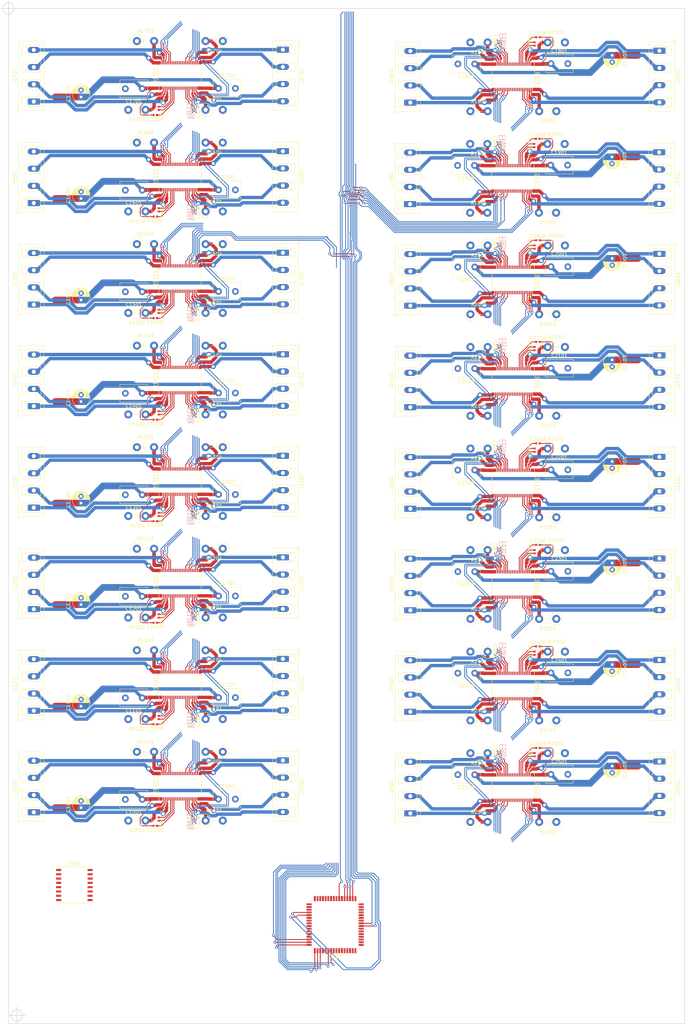
<source format=kicad_pcb>
(kicad_pcb (version 20171130) (host pcbnew 5.1.0-060a0da~80~ubuntu16.04.1)
  (layers (0 F.Cu signal) (31 B.Cu signal) (34 B.Paste user) (35 F.Paste user) (36 B.SilkS user) (37 F.SilkS user) (38 B.Mask user) (39 F.Mask user) (44 Edge.Cuts user))
  (net 0 "")
  (net 1 GND)
  (net 2 +28V)
  (net 3 /Motortreiber9/MB1)
  (net 4 /Motortreiber9/MB2)
  (net 5 /Motortreiber9/MA2)
  (net 6 /Motortreiber9/MA1)
  (net 7 /Motortreiber9/MD2)
  (net 8 /Motortreiber9/MD1)
  (net 9 /Motortreiber9/MC2)
  (net 10 /Motortreiber9/MC1)
  (net 11 /Strobe9)
  (net 12 /Steuer3)
  (net 13 /Steuer2)
  (net 14 /Steuer4)
  (net 15 /Steuer0)
  (net 16 /Steuer1)
  (net 17 /Steuer6)
  (net 18 /Steuer5)
  (net 19 "Net-(C1902-Pad1)")
  (net 20 "Net-(C1907-Pad2)")
  (net 21 "Net-(C1907-Pad1)")
  (net 22 "Net-(C1908-Pad1)")
  (net 23 "Net-(U1901-Pad44)")
  (net 24 "Net-(U1901-Pad41)")
  (net 25 "Net-(U1901-Pad40)")
  (net 26 "Net-(U1901-Pad32)")
  (net 27 "Net-(U1901-Pad29)")
  (net 28 "Net-(U1901-Pad28)")
  (net 29 "Net-(U1901-Pad19)")
  (net 30 "Net-(U1901-Pad6)")
  (net 31 /Motortreiber9/MDR)
  (net 32 /Motortreiber9/MAR)
  (net 33 /Motortreiber9/MBR)
  (net 34 /Motortreiber9/MCR)
  (net 35 "Net-(C1002-Pad1)")
  (net 36 "Net-(C1007-Pad2)")
  (net 37 "Net-(C1007-Pad1)")
  (net 38 "Net-(C1008-Pad1)")
  (net 39 "Net-(C1102-Pad1)")
  (net 40 "Net-(C1107-Pad2)")
  (net 41 "Net-(C1107-Pad1)")
  (net 42 "Net-(C1108-Pad1)")
  (net 43 "Net-(C1202-Pad1)")
  (net 44 "Net-(C1207-Pad2)")
  (net 45 "Net-(C1207-Pad1)")
  (net 46 "Net-(C1208-Pad1)")
  (net 47 "Net-(C1302-Pad1)")
  (net 48 "Net-(C1307-Pad2)")
  (net 49 "Net-(C1307-Pad1)")
  (net 50 "Net-(C1308-Pad1)")
  (net 51 "Net-(C1402-Pad1)")
  (net 52 "Net-(C1407-Pad2)")
  (net 53 "Net-(C1407-Pad1)")
  (net 54 "Net-(C1408-Pad1)")
  (net 55 "Net-(C1602-Pad1)")
  (net 56 "Net-(C1607-Pad2)")
  (net 57 "Net-(C1607-Pad1)")
  (net 58 "Net-(C1608-Pad1)")
  (net 59 "Net-(C1702-Pad1)")
  (net 60 "Net-(C1707-Pad2)")
  (net 61 "Net-(C1707-Pad1)")
  (net 62 "Net-(C1708-Pad1)")
  (net 63 "Net-(C1802-Pad1)")
  (net 64 "Net-(C1807-Pad2)")
  (net 65 "Net-(C1807-Pad1)")
  (net 66 "Net-(C1808-Pad1)")
  (net 67 "Net-(C2002-Pad1)")
  (net 68 "Net-(C2007-Pad2)")
  (net 69 "Net-(C2007-Pad1)")
  (net 70 "Net-(C2008-Pad1)")
  (net 71 "Net-(C2102-Pad1)")
  (net 72 "Net-(C2107-Pad2)")
  (net 73 "Net-(C2107-Pad1)")
  (net 74 "Net-(C2108-Pad1)")
  (net 75 "Net-(C2202-Pad1)")
  (net 76 "Net-(C2207-Pad2)")
  (net 77 "Net-(C2207-Pad1)")
  (net 78 "Net-(C2208-Pad1)")
  (net 79 "Net-(C2302-Pad1)")
  (net 80 "Net-(C2307-Pad2)")
  (net 81 "Net-(C2307-Pad1)")
  (net 82 "Net-(C2308-Pad1)")
  (net 83 "Net-(C2402-Pad1)")
  (net 84 "Net-(C2407-Pad2)")
  (net 85 "Net-(C2407-Pad1)")
  (net 86 "Net-(C2408-Pad1)")
  (net 87 "Net-(C2502-Pad1)")
  (net 88 "Net-(C2507-Pad2)")
  (net 89 "Net-(C2507-Pad1)")
  (net 90 "Net-(C2508-Pad1)")
  (net 91 /Motortreiber0/MB1)
  (net 92 /Motortreiber0/MB2)
  (net 93 /Motortreiber0/MA2)
  (net 94 /Motortreiber0/MA1)
  (net 95 /Motortreiber0/MD2)
  (net 96 /Motortreiber0/MD1)
  (net 97 /Motortreiber0/MC2)
  (net 98 /Motortreiber0/MC1)
  (net 99 /Motortreiber1/MB1)
  (net 100 /Motortreiber1/MB2)
  (net 101 /Motortreiber1/MA2)
  (net 102 /Motortreiber1/MA1)
  (net 103 /Motortreiber1/MD2)
  (net 104 /Motortreiber1/MD1)
  (net 105 /Motortreiber1/MC2)
  (net 106 /Motortreiber1/MC1)
  (net 107 /Motortreiber2/MB1)
  (net 108 /Motortreiber2/MB2)
  (net 109 /Motortreiber2/MA2)
  (net 110 /Motortreiber2/MA1)
  (net 111 /Motortreiber2/MD2)
  (net 112 /Motortreiber2/MD1)
  (net 113 /Motortreiber2/MC2)
  (net 114 /Motortreiber2/MC1)
  (net 115 /Motortreiber3/MB1)
  (net 116 /Motortreiber3/MB2)
  (net 117 /Motortreiber3/MA2)
  (net 118 /Motortreiber3/MA1)
  (net 119 /Motortreiber3/MD2)
  (net 120 /Motortreiber3/MD1)
  (net 121 /Motortreiber3/MC2)
  (net 122 /Motortreiber3/MC1)
  (net 123 /Motortreiber4/MB1)
  (net 124 /Motortreiber4/MB2)
  (net 125 /Motortreiber4/MA2)
  (net 126 /Motortreiber4/MA1)
  (net 127 /Motortreiber4/MD2)
  (net 128 /Motortreiber4/MD1)
  (net 129 /Motortreiber4/MC2)
  (net 130 /Motortreiber4/MC1)
  (net 131 /Motortreiber5/MB1)
  (net 132 /Motortreiber5/MB2)
  (net 133 /Motortreiber5/MA2)
  (net 134 /Motortreiber5/MA1)
  (net 135 /Motortreiber5/MD2)
  (net 136 /Motortreiber5/MD1)
  (net 137 /Motortreiber5/MC2)
  (net 138 /Motortreiber5/MC1)
  (net 139 /Motortreiber6/MB1)
  (net 140 /Motortreiber6/MB2)
  (net 141 /Motortreiber6/MA2)
  (net 142 /Motortreiber6/MA1)
  (net 143 /Motortreiber6/MD2)
  (net 144 /Motortreiber6/MD1)
  (net 145 /Motortreiber6/MC2)
  (net 146 /Motortreiber6/MC1)
  (net 147 /Motortreiber7/MB1)
  (net 148 /Motortreiber7/MB2)
  (net 149 /Motortreiber7/MA2)
  (net 150 /Motortreiber7/MA1)
  (net 151 /Motortreiber7/MD2)
  (net 152 /Motortreiber7/MD1)
  (net 153 /Motortreiber7/MC2)
  (net 154 /Motortreiber7/MC1)
  (net 155 /Motortreiber8/MB1)
  (net 156 /Motortreiber8/MB2)
  (net 157 /Motortreiber8/MA2)
  (net 158 /Motortreiber8/MA1)
  (net 159 /Motortreiber8/MD2)
  (net 160 /Motortreiber8/MD1)
  (net 161 /Motortreiber8/MC2)
  (net 162 /Motortreiber8/MC1)
  (net 163 /Motortreiber10/MB1)
  (net 164 /Motortreiber10/MB2)
  (net 165 /Motortreiber10/MA2)
  (net 166 /Motortreiber10/MA1)
  (net 167 /Motortreiber10/MD2)
  (net 168 /Motortreiber10/MD1)
  (net 169 /Motortreiber10/MC2)
  (net 170 /Motortreiber10/MC1)
  (net 171 /Motortreiber11/MB1)
  (net 172 /Motortreiber11/MB2)
  (net 173 /Motortreiber11/MA2)
  (net 174 /Motortreiber11/MA1)
  (net 175 /Motortreiber11/MD2)
  (net 176 /Motortreiber11/MD1)
  (net 177 /Motortreiber11/MC2)
  (net 178 /Motortreiber11/MC1)
  (net 179 /Motortreiber12/MB1)
  (net 180 /Motortreiber12/MB2)
  (net 181 /Motortreiber12/MA2)
  (net 182 /Motortreiber12/MA1)
  (net 183 /Motortreiber12/MD2)
  (net 184 /Motortreiber12/MD1)
  (net 185 /Motortreiber12/MC2)
  (net 186 /Motortreiber12/MC1)
  (net 187 /Motortreiber13/MB1)
  (net 188 /Motortreiber13/MB2)
  (net 189 /Motortreiber13/MA2)
  (net 190 /Motortreiber13/MA1)
  (net 191 /Motortreiber13/MD2)
  (net 192 /Motortreiber13/MD1)
  (net 193 /Motortreiber13/MC2)
  (net 194 /Motortreiber13/MC1)
  (net 195 /Motortreiber14/MB1)
  (net 196 /Motortreiber14/MB2)
  (net 197 /Motortreiber14/MA2)
  (net 198 /Motortreiber14/MA1)
  (net 199 /Motortreiber14/MD2)
  (net 200 /Motortreiber14/MD1)
  (net 201 /Motortreiber14/MC2)
  (net 202 /Motortreiber14/MC1)
  (net 203 /Motortreiber15/MB1)
  (net 204 /Motortreiber15/MB2)
  (net 205 /Motortreiber15/MA2)
  (net 206 /Motortreiber15/MA1)
  (net 207 /Motortreiber15/MD2)
  (net 208 /Motortreiber15/MD1)
  (net 209 /Motortreiber15/MC2)
  (net 210 /Motortreiber15/MC1)
  (net 211 /Motortreiber0/MDR)
  (net 212 /Motortreiber0/MAR)
  (net 213 /Motortreiber0/MBR)
  (net 214 /Motortreiber0/MCR)
  (net 215 /Motortreiber1/MDR)
  (net 216 /Motortreiber1/MAR)
  (net 217 /Motortreiber1/MBR)
  (net 218 /Motortreiber1/MCR)
  (net 219 /Motortreiber2/MDR)
  (net 220 /Motortreiber2/MAR)
  (net 221 /Motortreiber2/MBR)
  (net 222 /Motortreiber2/MCR)
  (net 223 /Motortreiber3/MDR)
  (net 224 /Motortreiber3/MAR)
  (net 225 /Motortreiber3/MBR)
  (net 226 /Motortreiber3/MCR)
  (net 227 /Motortreiber4/MDR)
  (net 228 /Motortreiber4/MAR)
  (net 229 /Motortreiber4/MBR)
  (net 230 /Motortreiber4/MCR)
  (net 231 /Motortreiber5/MDR)
  (net 232 /Motortreiber5/MAR)
  (net 233 /Motortreiber5/MBR)
  (net 234 /Motortreiber5/MCR)
  (net 235 /Motortreiber6/MDR)
  (net 236 /Motortreiber6/MAR)
  (net 237 /Motortreiber6/MBR)
  (net 238 /Motortreiber6/MCR)
  (net 239 /Motortreiber7/MDR)
  (net 240 /Motortreiber7/MAR)
  (net 241 /Motortreiber7/MBR)
  (net 242 /Motortreiber7/MCR)
  (net 243 /Motortreiber8/MDR)
  (net 244 /Motortreiber8/MAR)
  (net 245 /Motortreiber8/MBR)
  (net 246 /Motortreiber8/MCR)
  (net 247 /Motortreiber10/MDR)
  (net 248 /Motortreiber10/MAR)
  (net 249 /Motortreiber10/MBR)
  (net 250 /Motortreiber10/MCR)
  (net 251 /Motortreiber11/MDR)
  (net 252 /Motortreiber11/MAR)
  (net 253 /Motortreiber11/MBR)
  (net 254 /Motortreiber11/MCR)
  (net 255 /Motortreiber12/MDR)
  (net 256 /Motortreiber12/MAR)
  (net 257 /Motortreiber12/MBR)
  (net 258 /Motortreiber12/MCR)
  (net 259 /Motortreiber13/MDR)
  (net 260 /Motortreiber13/MAR)
  (net 261 /Motortreiber13/MBR)
  (net 262 /Motortreiber13/MCR)
  (net 263 /Motortreiber14/MDR)
  (net 264 /Motortreiber14/MAR)
  (net 265 /Motortreiber14/MBR)
  (net 266 /Motortreiber14/MCR)
  (net 267 /Motortreiber15/MDR)
  (net 268 /Motortreiber15/MAR)
  (net 269 /Motortreiber15/MBR)
  (net 270 /Motortreiber15/MCR)
  (net 271 "Net-(U501-Pad16)")
  (net 272 "Net-(U501-Pad15)")
  (net 273 "Net-(U501-Pad14)")
  (net 274 "Net-(U501-Pad13)")
  (net 275 "Net-(U501-Pad12)")
  (net 276 /Controller/D-)
  (net 277 /Controller/D+)
  (net 278 "Net-(U501-Pad9)")
  (net 279 "Net-(U501-Pad8)")
  (net 280 "Net-(U501-Pad7)")
  (net 281 "Net-(U501-Pad6)")
  (net 282 "Net-(U501-Pad5)")
  (net 283 "Net-(U501-Pad4)")
  (net 284 "Net-(U501-Pad3)")
  (net 285 "Net-(U501-Pad2)")
  (net 286 "Net-(U501-Pad1)")
  (net 287 "Net-(U502-Pad64)")
  (net 288 "Net-(U502-Pad63)")
  (net 289 "Net-(U502-Pad62)")
  (net 290 +5VA)
  (net 291 "Net-(U502-Pad59)")
  (net 292 "Net-(U502-Pad58)")
  (net 293 "Net-(U502-Pad57)")
  (net 294 "Net-(U502-Pad56)")
  (net 295 /Strobe7)
  (net 296 /Strobe6)
  (net 297 +5V)
  (net 298 /Strobe5)
  (net 299 /Strobe4)
  (net 300 /Strobe3)
  (net 301 /Strobe2)
  (net 302 /Strobe1)
  (net 303 /Strobe0)
  (net 304 /Strobe15)
  (net 305 /Strobe14)
  (net 306 /Strobe13)
  (net 307 /Strobe12)
  (net 308 /Strobe11)
  (net 309 /Strobe10)
  (net 310 /Strobe8)
  (net 311 "Net-(U502-Pad31)")
  (net 312 "Net-(U502-Pad30)")
  (net 313 "Net-(U502-Pad29)")
  (net 314 "Net-(U502-Pad28)")
  (net 315 "Net-(U502-Pad27)")
  (net 316 "Net-(U502-Pad26)")
  (net 317 "Net-(U502-Pad22)")
  (net 318 "Net-(U502-Pad17)")
  (net 319 "Net-(U502-Pad16)")
  (net 320 /Controller/TDO)
  (net 321 /Controller/TCK)
  (net 322 /Controller/TDI)
  (net 323 /Controller/TMS)
  (net 324 "Net-(U502-Pad7)")
  (net 325 "Net-(U502-Pad5)")
  (net 326 "Net-(U502-Pad4)")
  (net 327 "Net-(U502-Pad3)")
  (net 328 "Net-(U502-Pad2)")
  (net 329 "Net-(U502-Pad1)")
  (net 330 "Net-(U1001-Pad44)")
  (net 331 "Net-(U1001-Pad41)")
  (net 332 "Net-(U1001-Pad40)")
  (net 333 "Net-(U1001-Pad32)")
  (net 334 "Net-(U1001-Pad29)")
  (net 335 "Net-(U1001-Pad28)")
  (net 336 "Net-(U1001-Pad19)")
  (net 337 "Net-(U1001-Pad6)")
  (net 338 "Net-(U1101-Pad44)")
  (net 339 "Net-(U1101-Pad41)")
  (net 340 "Net-(U1101-Pad40)")
  (net 341 "Net-(U1101-Pad32)")
  (net 342 "Net-(U1101-Pad29)")
  (net 343 "Net-(U1101-Pad28)")
  (net 344 "Net-(U1101-Pad19)")
  (net 345 "Net-(U1101-Pad6)")
  (net 346 "Net-(U1201-Pad44)")
  (net 347 "Net-(U1201-Pad41)")
  (net 348 "Net-(U1201-Pad40)")
  (net 349 "Net-(U1201-Pad32)")
  (net 350 "Net-(U1201-Pad29)")
  (net 351 "Net-(U1201-Pad28)")
  (net 352 "Net-(U1201-Pad19)")
  (net 353 "Net-(U1201-Pad6)")
  (net 354 "Net-(U1301-Pad44)")
  (net 355 "Net-(U1301-Pad41)")
  (net 356 "Net-(U1301-Pad40)")
  (net 357 "Net-(U1301-Pad32)")
  (net 358 "Net-(U1301-Pad29)")
  (net 359 "Net-(U1301-Pad28)")
  (net 360 "Net-(U1301-Pad19)")
  (net 361 "Net-(U1301-Pad6)")
  (net 362 "Net-(U1401-Pad44)")
  (net 363 "Net-(U1401-Pad41)")
  (net 364 "Net-(U1401-Pad40)")
  (net 365 "Net-(U1401-Pad32)")
  (net 366 "Net-(U1401-Pad29)")
  (net 367 "Net-(U1401-Pad28)")
  (net 368 "Net-(U1401-Pad19)")
  (net 369 "Net-(U1401-Pad6)")
  (net 370 "Net-(U1601-Pad44)")
  (net 371 "Net-(U1601-Pad41)")
  (net 372 "Net-(U1601-Pad40)")
  (net 373 "Net-(U1601-Pad32)")
  (net 374 "Net-(U1601-Pad29)")
  (net 375 "Net-(U1601-Pad28)")
  (net 376 "Net-(U1601-Pad19)")
  (net 377 "Net-(U1601-Pad6)")
  (net 378 "Net-(U1701-Pad44)")
  (net 379 "Net-(U1701-Pad41)")
  (net 380 "Net-(U1701-Pad40)")
  (net 381 "Net-(U1701-Pad32)")
  (net 382 "Net-(U1701-Pad29)")
  (net 383 "Net-(U1701-Pad28)")
  (net 384 "Net-(U1701-Pad19)")
  (net 385 "Net-(U1701-Pad6)")
  (net 386 "Net-(U1801-Pad44)")
  (net 387 "Net-(U1801-Pad41)")
  (net 388 "Net-(U1801-Pad40)")
  (net 389 "Net-(U1801-Pad32)")
  (net 390 "Net-(U1801-Pad29)")
  (net 391 "Net-(U1801-Pad28)")
  (net 392 "Net-(U1801-Pad19)")
  (net 393 "Net-(U1801-Pad6)")
  (net 394 "Net-(U2001-Pad44)")
  (net 395 "Net-(U2001-Pad41)")
  (net 396 "Net-(U2001-Pad40)")
  (net 397 "Net-(U2001-Pad32)")
  (net 398 "Net-(U2001-Pad29)")
  (net 399 "Net-(U2001-Pad28)")
  (net 400 "Net-(U2001-Pad19)")
  (net 401 "Net-(U2001-Pad6)")
  (net 402 "Net-(U2101-Pad44)")
  (net 403 "Net-(U2101-Pad41)")
  (net 404 "Net-(U2101-Pad40)")
  (net 405 "Net-(U2101-Pad32)")
  (net 406 "Net-(U2101-Pad29)")
  (net 407 "Net-(U2101-Pad28)")
  (net 408 "Net-(U2101-Pad19)")
  (net 409 "Net-(U2101-Pad6)")
  (net 410 "Net-(U2201-Pad44)")
  (net 411 "Net-(U2201-Pad41)")
  (net 412 "Net-(U2201-Pad40)")
  (net 413 "Net-(U2201-Pad32)")
  (net 414 "Net-(U2201-Pad29)")
  (net 415 "Net-(U2201-Pad28)")
  (net 416 "Net-(U2201-Pad19)")
  (net 417 "Net-(U2201-Pad6)")
  (net 418 "Net-(U2301-Pad44)")
  (net 419 "Net-(U2301-Pad41)")
  (net 420 "Net-(U2301-Pad40)")
  (net 421 "Net-(U2301-Pad32)")
  (net 422 "Net-(U2301-Pad29)")
  (net 423 "Net-(U2301-Pad28)")
  (net 424 "Net-(U2301-Pad19)")
  (net 425 "Net-(U2301-Pad6)")
  (net 426 "Net-(U2401-Pad44)")
  (net 427 "Net-(U2401-Pad41)")
  (net 428 "Net-(U2401-Pad40)")
  (net 429 "Net-(U2401-Pad32)")
  (net 430 "Net-(U2401-Pad29)")
  (net 431 "Net-(U2401-Pad28)")
  (net 432 "Net-(U2401-Pad19)")
  (net 433 "Net-(U2401-Pad6)")
  (net 434 "Net-(U2501-Pad44)")
  (net 435 "Net-(U2501-Pad41)")
  (net 436 "Net-(U2501-Pad40)")
  (net 437 "Net-(U2501-Pad32)")
  (net 438 "Net-(U2501-Pad29)")
  (net 439 "Net-(U2501-Pad28)")
  (net 440 "Net-(U2501-Pad19)")
  (net 441 "Net-(U2501-Pad6)")
  (net 442 "Net-(C1502-Pad1)")
  (net 443 "Net-(C1507-Pad2)")
  (net 444 "Net-(C1507-Pad1)")
  (net 445 "Net-(C1508-Pad1)")
  (net 446 "Net-(U1501-Pad44)")
  (net 447 "Net-(U1501-Pad41)")
  (net 448 "Net-(U1501-Pad40)")
  (net 449 "Net-(U1501-Pad32)")
  (net 450 "Net-(U1501-Pad29)")
  (net 451 "Net-(U1501-Pad28)")
  (net 452 "Net-(U1501-Pad19)")
  (net 453 "Net-(U1501-Pad6)")
  (module Package_QFP:TQFP-64_14x14mm_P0.8mm (layer F.Cu) (at 96.6 270.7 180)
    (fp_text reference U502 (at 0 -9.45 180) (layer F.SilkS))
    (fp_text value ATxmega128C3-AU)
    (pad 64 smd rect (at -6 -7.7 270) (size 1.5 0.55) (layers F.Cu F.Paste F.Mask) (net 287 "Net-(U502-Pad64)"))
    (pad 63 smd rect (at -5.2 -7.7 270) (size 1.5 0.55) (layers F.Cu F.Paste F.Mask) (net 288 "Net-(U502-Pad63)"))
    (pad 62 smd rect (at -4.4 -7.7 270) (size 1.5 0.55) (layers F.Cu F.Paste F.Mask) (net 289 "Net-(U502-Pad62)"))
    (pad 61 smd rect (at -3.6 -7.7 270) (size 1.5 0.55) (layers F.Cu F.Paste F.Mask) (net 290 +5VA))
    (pad 60 smd rect (at -2.8 -7.7 270) (size 1.5 0.55) (layers F.Cu F.Paste F.Mask) (net 1 GND))
    (pad 59 smd rect (at -2 -7.7 270) (size 1.5 0.55) (layers F.Cu F.Paste F.Mask) (net 291 "Net-(U502-Pad59)"))
    (pad 58 smd rect (at -1.2 -7.7 270) (size 1.5 0.55) (layers F.Cu F.Paste F.Mask) (net 292 "Net-(U502-Pad58)"))
    (pad 57 smd rect (at -0.4 -7.7 270) (size 1.5 0.55) (layers F.Cu F.Paste F.Mask) (net 293 "Net-(U502-Pad57)"))
    (pad 56 smd rect (at 0.4 -7.7 270) (size 1.5 0.55) (layers F.Cu F.Paste F.Mask) (net 294 "Net-(U502-Pad56)"))
    (pad 55 smd rect (at 1.2 -7.7 270) (size 1.5 0.55) (layers F.Cu F.Paste F.Mask) (net 295 /Strobe7))
    (pad 54 smd rect (at 2 -7.7 270) (size 1.5 0.55) (layers F.Cu F.Paste F.Mask) (net 296 /Strobe6))
    (pad 53 smd rect (at 2.8 -7.7 270) (size 1.5 0.55) (layers F.Cu F.Paste F.Mask) (net 297 +5V))
    (pad 52 smd rect (at 3.6 -7.7 270) (size 1.5 0.55) (layers F.Cu F.Paste F.Mask) (net 1 GND))
    (pad 51 smd rect (at 4.4 -7.7 270) (size 1.5 0.55) (layers F.Cu F.Paste F.Mask) (net 298 /Strobe5))
    (pad 50 smd rect (at 5.2 -7.7 270) (size 1.5 0.55) (layers F.Cu F.Paste F.Mask) (net 299 /Strobe4))
    (pad 49 smd rect (at 6 -7.7 270) (size 1.5 0.55) (layers F.Cu F.Paste F.Mask) (net 300 /Strobe3))
    (pad 48 smd rect (at 7.7 -6 180) (size 1.5 0.55) (layers F.Cu F.Paste F.Mask) (net 301 /Strobe2))
    (pad 47 smd rect (at 7.7 -5.2 180) (size 1.5 0.55) (layers F.Cu F.Paste F.Mask) (net 302 /Strobe1))
    (pad 46 smd rect (at 7.7 -4.4 180) (size 1.5 0.55) (layers F.Cu F.Paste F.Mask) (net 303 /Strobe0))
    (pad 45 smd rect (at 7.7 -3.6 180) (size 1.5 0.55) (layers F.Cu F.Paste F.Mask) (net 297 +5V))
    (pad 44 smd rect (at 7.7 -2.8 180) (size 1.5 0.55) (layers F.Cu F.Paste F.Mask) (net 1 GND))
    (pad 43 smd rect (at 7.7 -2 180) (size 1.5 0.55) (layers F.Cu F.Paste F.Mask) (net 304 /Strobe15))
    (pad 42 smd rect (at 7.7 -1.2 180) (size 1.5 0.55) (layers F.Cu F.Paste F.Mask) (net 305 /Strobe14))
    (pad 41 smd rect (at 7.7 -0.4 180) (size 1.5 0.55) (layers F.Cu F.Paste F.Mask) (net 306 /Strobe13))
    (pad 40 smd rect (at 7.7 0.4 180) (size 1.5 0.55) (layers F.Cu F.Paste F.Mask) (net 307 /Strobe12))
    (pad 39 smd rect (at 7.7 1.2 180) (size 1.5 0.55) (layers F.Cu F.Paste F.Mask) (net 308 /Strobe11))
    (pad 38 smd rect (at 7.7 2 180) (size 1.5 0.55) (layers F.Cu F.Paste F.Mask) (net 309 /Strobe10))
    (pad 37 smd rect (at 7.7 2.8 180) (size 1.5 0.55) (layers F.Cu F.Paste F.Mask) (net 11 /Strobe9))
    (pad 36 smd rect (at 7.7 3.6 180) (size 1.5 0.55) (layers F.Cu F.Paste F.Mask) (net 310 /Strobe8))
    (pad 35 smd rect (at 7.7 4.4 180) (size 1.5 0.55) (layers F.Cu F.Paste F.Mask) (net 297 +5V))
    (pad 34 smd rect (at 7.7 5.2 180) (size 1.5 0.55) (layers F.Cu F.Paste F.Mask) (net 1 GND))
    (pad 33 smd rect (at 7.7 6 180) (size 1.5 0.55) (layers F.Cu F.Paste F.Mask) (net 277 /Controller/D+))
    (pad 32 smd rect (at 6 7.7 270) (size 1.5 0.55) (layers F.Cu F.Paste F.Mask) (net 276 /Controller/D-))
    (pad 31 smd rect (at 5.2 7.7 270) (size 1.5 0.55) (layers F.Cu F.Paste F.Mask) (net 311 "Net-(U502-Pad31)"))
    (pad 30 smd rect (at 4.4 7.7 270) (size 1.5 0.55) (layers F.Cu F.Paste F.Mask) (net 312 "Net-(U502-Pad30)"))
    (pad 29 smd rect (at 3.6 7.7 270) (size 1.5 0.55) (layers F.Cu F.Paste F.Mask) (net 313 "Net-(U502-Pad29)"))
    (pad 28 smd rect (at 2.8 7.7 270) (size 1.5 0.55) (layers F.Cu F.Paste F.Mask) (net 314 "Net-(U502-Pad28)"))
    (pad 27 smd rect (at 2 7.7 270) (size 1.5 0.55) (layers F.Cu F.Paste F.Mask) (net 315 "Net-(U502-Pad27)"))
    (pad 26 smd rect (at 1.2 7.7 270) (size 1.5 0.55) (layers F.Cu F.Paste F.Mask) (net 316 "Net-(U502-Pad26)"))
    (pad 25 smd rect (at 0.4 7.7 270) (size 1.5 0.55) (layers F.Cu F.Paste F.Mask) (net 297 +5V))
    (pad 24 smd rect (at -0.4 7.7 270) (size 1.5 0.55) (layers F.Cu F.Paste F.Mask) (net 1 GND))
    (pad 23 smd rect (at -1.2 7.7 270) (size 1.5 0.55) (layers F.Cu F.Paste F.Mask) (net 12 /Steuer3))
    (pad 22 smd rect (at -2 7.7 270) (size 1.5 0.55) (layers F.Cu F.Paste F.Mask) (net 317 "Net-(U502-Pad22)"))
    (pad 21 smd rect (at -2.8 7.7 270) (size 1.5 0.55) (layers F.Cu F.Paste F.Mask) (net 13 /Steuer2))
    (pad 20 smd rect (at -3.6 7.7 270) (size 1.5 0.55) (layers F.Cu F.Paste F.Mask) (net 14 /Steuer4))
    (pad 19 smd rect (at -4.4 7.7 270) (size 1.5 0.55) (layers F.Cu F.Paste F.Mask) (net 15 /Steuer0))
    (pad 18 smd rect (at -5.2 7.7 270) (size 1.5 0.55) (layers F.Cu F.Paste F.Mask) (net 16 /Steuer1))
    (pad 17 smd rect (at -6 7.7 270) (size 1.5 0.55) (layers F.Cu F.Paste F.Mask) (net 318 "Net-(U502-Pad17)"))
    (pad 16 smd rect (at -7.7 6 180) (size 1.5 0.55) (layers F.Cu F.Paste F.Mask) (net 319 "Net-(U502-Pad16)"))
    (pad 15 smd rect (at -7.7 5.2 180) (size 1.5 0.55) (layers F.Cu F.Paste F.Mask) (net 297 +5V))
    (pad 14 smd rect (at -7.7 4.4 180) (size 1.5 0.55) (layers F.Cu F.Paste F.Mask) (net 1 GND))
    (pad 13 smd rect (at -7.7 3.6 180) (size 1.5 0.55) (layers F.Cu F.Paste F.Mask) (net 320 /Controller/TDO))
    (pad 12 smd rect (at -7.7 2.8 180) (size 1.5 0.55) (layers F.Cu F.Paste F.Mask) (net 321 /Controller/TCK))
    (pad 11 smd rect (at -7.7 2 180) (size 1.5 0.55) (layers F.Cu F.Paste F.Mask) (net 322 /Controller/TDI))
    (pad 10 smd rect (at -7.7 1.2 180) (size 1.5 0.55) (layers F.Cu F.Paste F.Mask) (net 323 /Controller/TMS))
    (pad 9 smd rect (at -7.7 0.4 180) (size 1.5 0.55) (layers F.Cu F.Paste F.Mask) (net 17 /Steuer6))
    (pad 8 smd rect (at -7.7 -0.4 180) (size 1.5 0.55) (layers F.Cu F.Paste F.Mask) (net 18 /Steuer5))
    (pad 7 smd rect (at -7.7 -1.2 180) (size 1.5 0.55) (layers F.Cu F.Paste F.Mask) (net 324 "Net-(U502-Pad7)"))
    (pad 6 smd rect (at -7.7 -2 180) (size 1.5 0.55) (layers F.Cu F.Paste F.Mask) (net 290 +5VA))
    (pad 5 smd rect (at -7.7 -2.8 180) (size 1.5 0.55) (layers F.Cu F.Paste F.Mask) (net 325 "Net-(U502-Pad5)"))
    (pad 4 smd rect (at -7.7 -3.6 180) (size 1.5 0.55) (layers F.Cu F.Paste F.Mask) (net 326 "Net-(U502-Pad4)"))
    (pad 3 smd rect (at -7.7 -4.4 180) (size 1.5 0.55) (layers F.Cu F.Paste F.Mask) (net 327 "Net-(U502-Pad3)"))
    (pad 2 smd rect (at -7.7 -5.2 180) (size 1.5 0.55) (layers F.Cu F.Paste F.Mask) (net 328 "Net-(U502-Pad2)"))
    (pad 1 smd rect (at -7.7 -6 180) (size 1.5 0.55) (layers F.Cu F.Paste F.Mask) (net 329 "Net-(U502-Pad1)"))
  )
  (module Package_SO:SOIC-16W_7.5x10.3mm_P1.27mm (layer F.Cu) (at 19.5 259)
    (fp_text reference U501 (at 0 -6.25) (layer F.SilkS))
    (fp_text value ADUM3160)
    (pad 16 smd rect (at 4.65 -4.445) (size 1.5 0.6) (layers F.Cu F.Paste F.Mask) (net 271 "Net-(U501-Pad16)"))
    (pad 15 smd rect (at 4.65 -3.175) (size 1.5 0.6) (layers F.Cu F.Paste F.Mask) (net 272 "Net-(U501-Pad15)"))
    (pad 14 smd rect (at 4.65 -1.905) (size 1.5 0.6) (layers F.Cu F.Paste F.Mask) (net 273 "Net-(U501-Pad14)"))
    (pad 13 smd rect (at 4.65 -0.635) (size 1.5 0.6) (layers F.Cu F.Paste F.Mask) (net 274 "Net-(U501-Pad13)"))
    (pad 12 smd rect (at 4.65 0.635) (size 1.5 0.6) (layers F.Cu F.Paste F.Mask) (net 275 "Net-(U501-Pad12)"))
    (pad 11 smd rect (at 4.65 1.905) (size 1.5 0.6) (layers F.Cu F.Paste F.Mask) (net 276 /Controller/D-))
    (pad 10 smd rect (at 4.65 3.175) (size 1.5 0.6) (layers F.Cu F.Paste F.Mask) (net 277 /Controller/D+))
    (pad 9 smd rect (at 4.65 4.445) (size 1.5 0.6) (layers F.Cu F.Paste F.Mask) (net 278 "Net-(U501-Pad9)"))
    (pad 8 smd rect (at -4.65 4.445) (size 1.5 0.6) (layers F.Cu F.Paste F.Mask) (net 279 "Net-(U501-Pad8)"))
    (pad 7 smd rect (at -4.65 3.175) (size 1.5 0.6) (layers F.Cu F.Paste F.Mask) (net 280 "Net-(U501-Pad7)"))
    (pad 6 smd rect (at -4.65 1.905) (size 1.5 0.6) (layers F.Cu F.Paste F.Mask) (net 281 "Net-(U501-Pad6)"))
    (pad 5 smd rect (at -4.65 0.635) (size 1.5 0.6) (layers F.Cu F.Paste F.Mask) (net 282 "Net-(U501-Pad5)"))
    (pad 4 smd rect (at -4.65 -0.635) (size 1.5 0.6) (layers F.Cu F.Paste F.Mask) (net 283 "Net-(U501-Pad4)"))
    (pad 3 smd rect (at -4.65 -1.905) (size 1.5 0.6) (layers F.Cu F.Paste F.Mask) (net 284 "Net-(U501-Pad3)"))
    (pad 2 smd rect (at -4.65 -3.175) (size 1.5 0.6) (layers F.Cu F.Paste F.Mask) (net 285 "Net-(U501-Pad2)"))
    (pad 1 smd rect (at -4.65 -4.445) (size 1.5 0.6) (layers F.Cu F.Paste F.Mask) (net 286 "Net-(U501-Pad1)"))
  )
  (module Package_SO:TSSOP-48_6.1x12.5mm_P0.5mm (layer F.Cu) (at 149.32 230.2 270)
    (fp_text reference U2501 (at 0 -7.3 270) (layer F.SilkS))
    (fp_text value DRV8823)
    (pad 48 smd rect (at 3.75 -5.75 270) (size 1 0.285) (layers F.Cu F.Paste F.Mask) (net 204 /Motortreiber15/MB2))
    (pad 47 smd rect (at 3.75 -5.25 270) (size 1 0.285) (layers F.Cu F.Paste F.Mask) (net 269 /Motortreiber15/MBR))
    (pad 46 smd rect (at 3.75 -4.75 270) (size 1 0.285) (layers F.Cu F.Paste F.Mask) (net 203 /Motortreiber15/MB1))
    (pad 45 smd rect (at 3.75 -4.25 270) (size 1 0.285) (layers F.Cu F.Paste F.Mask) (net 14 /Steuer4))
    (pad 44 smd rect (at 3.75 -3.75 270) (size 1 0.285) (layers F.Cu F.Paste F.Mask) (net 434 "Net-(U2501-Pad44)"))
    (pad 43 smd rect (at 3.75 -3.25 270) (size 1 0.285) (layers F.Cu F.Paste F.Mask) (net 15 /Steuer0))
    (pad 42 smd rect (at 3.75 -2.75 270) (size 1 0.285) (layers F.Cu F.Paste F.Mask) (net 16 /Steuer1))
    (pad 41 smd rect (at 3.75 -2.25 270) (size 1 0.285) (layers F.Cu F.Paste F.Mask) (net 435 "Net-(U2501-Pad41)"))
    (pad 40 smd rect (at 3.75 -1.75 270) (size 1 0.285) (layers F.Cu F.Paste F.Mask) (net 436 "Net-(U2501-Pad40)"))
    (pad 39 smd rect (at 3.75 -1.25 270) (size 1 0.285) (layers F.Cu F.Paste F.Mask) (net 1 GND))
    (pad 38 smd rect (at 3.75 -0.75 270) (size 1 0.285) (layers F.Cu F.Paste F.Mask) (net 1 GND))
    (pad 37 smd rect (at 3.75 -0.25 270) (size 1 0.285) (layers F.Cu F.Paste F.Mask) (net 1 GND))
    (pad 36 smd rect (at 3.75 0.25 270) (size 1 0.285) (layers F.Cu F.Paste F.Mask) (net 1 GND))
    (pad 35 smd rect (at 3.75 0.75 270) (size 1 0.285) (layers F.Cu F.Paste F.Mask) (net 1 GND))
    (pad 34 smd rect (at 3.75 1.25 270) (size 1 0.285) (layers F.Cu F.Paste F.Mask) (net 1 GND))
    (pad 33 smd rect (at 3.75 1.75 270) (size 1 0.285) (layers F.Cu F.Paste F.Mask) (net 12 /Steuer3))
    (pad 32 smd rect (at 3.75 2.25 270) (size 1 0.285) (layers F.Cu F.Paste F.Mask) (net 437 "Net-(U2501-Pad32)"))
    (pad 31 smd rect (at 3.75 2.75 270) (size 1 0.285) (layers F.Cu F.Paste F.Mask) (net 13 /Steuer2))
    (pad 30 smd rect (at 3.75 3.25 270) (size 1 0.285) (layers F.Cu F.Paste F.Mask) (net 304 /Strobe15))
    (pad 29 smd rect (at 3.75 3.75 270) (size 1 0.285) (layers F.Cu F.Paste F.Mask) (net 438 "Net-(U2501-Pad29)"))
    (pad 28 smd rect (at 3.75 4.25 270) (size 1 0.285) (layers F.Cu F.Paste F.Mask) (net 439 "Net-(U2501-Pad28)"))
    (pad 27 smd rect (at 3.75 4.75 270) (size 1 0.285) (layers F.Cu F.Paste F.Mask) (net 210 /Motortreiber15/MC1))
    (pad 26 smd rect (at 3.75 5.25 270) (size 1 0.285) (layers F.Cu F.Paste F.Mask) (net 270 /Motortreiber15/MCR))
    (pad 25 smd rect (at 3.75 5.75 270) (size 1 0.285) (layers F.Cu F.Paste F.Mask) (net 209 /Motortreiber15/MC2))
    (pad 24 smd rect (at -3.75 5.75 270) (size 1 0.285) (layers F.Cu F.Paste F.Mask) (net 2 +28V))
    (pad 23 smd rect (at -3.75 5.25 270) (size 1 0.285) (layers F.Cu F.Paste F.Mask) (net 2 +28V))
    (pad 22 smd rect (at -3.75 4.75 270) (size 1 0.285) (layers F.Cu F.Paste F.Mask) (net 208 /Motortreiber15/MD1))
    (pad 21 smd rect (at -3.75 4.25 270) (size 1 0.285) (layers F.Cu F.Paste F.Mask) (net 267 /Motortreiber15/MDR))
    (pad 20 smd rect (at -3.75 3.75 270) (size 1 0.285) (layers F.Cu F.Paste F.Mask) (net 207 /Motortreiber15/MD2))
    (pad 19 smd rect (at -3.75 3.25 270) (size 1 0.285) (layers F.Cu F.Paste F.Mask) (net 440 "Net-(U2501-Pad19)"))
    (pad 18 smd rect (at -3.75 2.75 270) (size 1 0.285) (layers F.Cu F.Paste F.Mask) (net 17 /Steuer6))
    (pad 17 smd rect (at -3.75 2.25 270) (size 1 0.285) (layers F.Cu F.Paste F.Mask) (net 18 /Steuer5))
    (pad 16 smd rect (at -3.75 1.75 270) (size 1 0.285) (layers F.Cu F.Paste F.Mask) (net 87 "Net-(C2502-Pad1)"))
    (pad 15 smd rect (at -3.75 1.25 270) (size 1 0.285) (layers F.Cu F.Paste F.Mask) (net 1 GND))
    (pad 14 smd rect (at -3.75 0.75 270) (size 1 0.285) (layers F.Cu F.Paste F.Mask) (net 1 GND))
    (pad 13 smd rect (at -3.75 0.25 270) (size 1 0.285) (layers F.Cu F.Paste F.Mask) (net 1 GND))
    (pad 12 smd rect (at -3.75 -0.25 270) (size 1 0.285) (layers F.Cu F.Paste F.Mask) (net 1 GND))
    (pad 11 smd rect (at -3.75 -0.75 270) (size 1 0.285) (layers F.Cu F.Paste F.Mask) (net 1 GND))
    (pad 10 smd rect (at -3.75 -1.25 270) (size 1 0.285) (layers F.Cu F.Paste F.Mask) (net 1 GND))
    (pad 9 smd rect (at -3.75 -1.75 270) (size 1 0.285) (layers F.Cu F.Paste F.Mask) (net 90 "Net-(C2508-Pad1)"))
    (pad 8 smd rect (at -3.75 -2.25 270) (size 1 0.285) (layers F.Cu F.Paste F.Mask) (net 88 "Net-(C2507-Pad2)"))
    (pad 7 smd rect (at -3.75 -2.75 270) (size 1 0.285) (layers F.Cu F.Paste F.Mask) (net 89 "Net-(C2507-Pad1)"))
    (pad 6 smd rect (at -3.75 -3.25 270) (size 1 0.285) (layers F.Cu F.Paste F.Mask) (net 441 "Net-(U2501-Pad6)"))
    (pad 5 smd rect (at -3.75 -3.75 270) (size 1 0.285) (layers F.Cu F.Paste F.Mask) (net 206 /Motortreiber15/MA1))
    (pad 4 smd rect (at -3.75 -4.25 270) (size 1 0.285) (layers F.Cu F.Paste F.Mask) (net 268 /Motortreiber15/MAR))
    (pad 3 smd rect (at -3.75 -4.75 270) (size 1 0.285) (layers F.Cu F.Paste F.Mask) (net 205 /Motortreiber15/MA2))
    (pad 2 smd rect (at -3.75 -5.25 270) (size 1 0.285) (layers F.Cu F.Paste F.Mask) (net 2 +28V))
    (pad 1 smd rect (at -3.75 -5.75 270) (size 1 0.285) (layers F.Cu F.Paste F.Mask) (net 2 +28V))
  )
  (module Package_SO:TSSOP-48_6.1x12.5mm_P0.5mm (layer F.Cu) (at 149.32 200.2 270)
    (fp_text reference U2401 (at 0 -7.3 270) (layer F.SilkS))
    (fp_text value DRV8823)
    (pad 48 smd rect (at 3.75 -5.75 270) (size 1 0.285) (layers F.Cu F.Paste F.Mask) (net 196 /Motortreiber14/MB2))
    (pad 47 smd rect (at 3.75 -5.25 270) (size 1 0.285) (layers F.Cu F.Paste F.Mask) (net 265 /Motortreiber14/MBR))
    (pad 46 smd rect (at 3.75 -4.75 270) (size 1 0.285) (layers F.Cu F.Paste F.Mask) (net 195 /Motortreiber14/MB1))
    (pad 45 smd rect (at 3.75 -4.25 270) (size 1 0.285) (layers F.Cu F.Paste F.Mask) (net 14 /Steuer4))
    (pad 44 smd rect (at 3.75 -3.75 270) (size 1 0.285) (layers F.Cu F.Paste F.Mask) (net 426 "Net-(U2401-Pad44)"))
    (pad 43 smd rect (at 3.75 -3.25 270) (size 1 0.285) (layers F.Cu F.Paste F.Mask) (net 15 /Steuer0))
    (pad 42 smd rect (at 3.75 -2.75 270) (size 1 0.285) (layers F.Cu F.Paste F.Mask) (net 16 /Steuer1))
    (pad 41 smd rect (at 3.75 -2.25 270) (size 1 0.285) (layers F.Cu F.Paste F.Mask) (net 427 "Net-(U2401-Pad41)"))
    (pad 40 smd rect (at 3.75 -1.75 270) (size 1 0.285) (layers F.Cu F.Paste F.Mask) (net 428 "Net-(U2401-Pad40)"))
    (pad 39 smd rect (at 3.75 -1.25 270) (size 1 0.285) (layers F.Cu F.Paste F.Mask) (net 1 GND))
    (pad 38 smd rect (at 3.75 -0.75 270) (size 1 0.285) (layers F.Cu F.Paste F.Mask) (net 1 GND))
    (pad 37 smd rect (at 3.75 -0.25 270) (size 1 0.285) (layers F.Cu F.Paste F.Mask) (net 1 GND))
    (pad 36 smd rect (at 3.75 0.25 270) (size 1 0.285) (layers F.Cu F.Paste F.Mask) (net 1 GND))
    (pad 35 smd rect (at 3.75 0.75 270) (size 1 0.285) (layers F.Cu F.Paste F.Mask) (net 1 GND))
    (pad 34 smd rect (at 3.75 1.25 270) (size 1 0.285) (layers F.Cu F.Paste F.Mask) (net 1 GND))
    (pad 33 smd rect (at 3.75 1.75 270) (size 1 0.285) (layers F.Cu F.Paste F.Mask) (net 12 /Steuer3))
    (pad 32 smd rect (at 3.75 2.25 270) (size 1 0.285) (layers F.Cu F.Paste F.Mask) (net 429 "Net-(U2401-Pad32)"))
    (pad 31 smd rect (at 3.75 2.75 270) (size 1 0.285) (layers F.Cu F.Paste F.Mask) (net 13 /Steuer2))
    (pad 30 smd rect (at 3.75 3.25 270) (size 1 0.285) (layers F.Cu F.Paste F.Mask) (net 305 /Strobe14))
    (pad 29 smd rect (at 3.75 3.75 270) (size 1 0.285) (layers F.Cu F.Paste F.Mask) (net 430 "Net-(U2401-Pad29)"))
    (pad 28 smd rect (at 3.75 4.25 270) (size 1 0.285) (layers F.Cu F.Paste F.Mask) (net 431 "Net-(U2401-Pad28)"))
    (pad 27 smd rect (at 3.75 4.75 270) (size 1 0.285) (layers F.Cu F.Paste F.Mask) (net 202 /Motortreiber14/MC1))
    (pad 26 smd rect (at 3.75 5.25 270) (size 1 0.285) (layers F.Cu F.Paste F.Mask) (net 266 /Motortreiber14/MCR))
    (pad 25 smd rect (at 3.75 5.75 270) (size 1 0.285) (layers F.Cu F.Paste F.Mask) (net 201 /Motortreiber14/MC2))
    (pad 24 smd rect (at -3.75 5.75 270) (size 1 0.285) (layers F.Cu F.Paste F.Mask) (net 2 +28V))
    (pad 23 smd rect (at -3.75 5.25 270) (size 1 0.285) (layers F.Cu F.Paste F.Mask) (net 2 +28V))
    (pad 22 smd rect (at -3.75 4.75 270) (size 1 0.285) (layers F.Cu F.Paste F.Mask) (net 200 /Motortreiber14/MD1))
    (pad 21 smd rect (at -3.75 4.25 270) (size 1 0.285) (layers F.Cu F.Paste F.Mask) (net 263 /Motortreiber14/MDR))
    (pad 20 smd rect (at -3.75 3.75 270) (size 1 0.285) (layers F.Cu F.Paste F.Mask) (net 199 /Motortreiber14/MD2))
    (pad 19 smd rect (at -3.75 3.25 270) (size 1 0.285) (layers F.Cu F.Paste F.Mask) (net 432 "Net-(U2401-Pad19)"))
    (pad 18 smd rect (at -3.75 2.75 270) (size 1 0.285) (layers F.Cu F.Paste F.Mask) (net 17 /Steuer6))
    (pad 17 smd rect (at -3.75 2.25 270) (size 1 0.285) (layers F.Cu F.Paste F.Mask) (net 18 /Steuer5))
    (pad 16 smd rect (at -3.75 1.75 270) (size 1 0.285) (layers F.Cu F.Paste F.Mask) (net 83 "Net-(C2402-Pad1)"))
    (pad 15 smd rect (at -3.75 1.25 270) (size 1 0.285) (layers F.Cu F.Paste F.Mask) (net 1 GND))
    (pad 14 smd rect (at -3.75 0.75 270) (size 1 0.285) (layers F.Cu F.Paste F.Mask) (net 1 GND))
    (pad 13 smd rect (at -3.75 0.25 270) (size 1 0.285) (layers F.Cu F.Paste F.Mask) (net 1 GND))
    (pad 12 smd rect (at -3.75 -0.25 270) (size 1 0.285) (layers F.Cu F.Paste F.Mask) (net 1 GND))
    (pad 11 smd rect (at -3.75 -0.75 270) (size 1 0.285) (layers F.Cu F.Paste F.Mask) (net 1 GND))
    (pad 10 smd rect (at -3.75 -1.25 270) (size 1 0.285) (layers F.Cu F.Paste F.Mask) (net 1 GND))
    (pad 9 smd rect (at -3.75 -1.75 270) (size 1 0.285) (layers F.Cu F.Paste F.Mask) (net 86 "Net-(C2408-Pad1)"))
    (pad 8 smd rect (at -3.75 -2.25 270) (size 1 0.285) (layers F.Cu F.Paste F.Mask) (net 84 "Net-(C2407-Pad2)"))
    (pad 7 smd rect (at -3.75 -2.75 270) (size 1 0.285) (layers F.Cu F.Paste F.Mask) (net 85 "Net-(C2407-Pad1)"))
    (pad 6 smd rect (at -3.75 -3.25 270) (size 1 0.285) (layers F.Cu F.Paste F.Mask) (net 433 "Net-(U2401-Pad6)"))
    (pad 5 smd rect (at -3.75 -3.75 270) (size 1 0.285) (layers F.Cu F.Paste F.Mask) (net 198 /Motortreiber14/MA1))
    (pad 4 smd rect (at -3.75 -4.25 270) (size 1 0.285) (layers F.Cu F.Paste F.Mask) (net 264 /Motortreiber14/MAR))
    (pad 3 smd rect (at -3.75 -4.75 270) (size 1 0.285) (layers F.Cu F.Paste F.Mask) (net 197 /Motortreiber14/MA2))
    (pad 2 smd rect (at -3.75 -5.25 270) (size 1 0.285) (layers F.Cu F.Paste F.Mask) (net 2 +28V))
    (pad 1 smd rect (at -3.75 -5.75 270) (size 1 0.285) (layers F.Cu F.Paste F.Mask) (net 2 +28V))
  )
  (module Package_SO:TSSOP-48_6.1x12.5mm_P0.5mm (layer F.Cu) (at 149.32 170.2 270)
    (fp_text reference U2301 (at 0 -7.3 270) (layer F.SilkS))
    (fp_text value DRV8823)
    (pad 48 smd rect (at 3.75 -5.75 270) (size 1 0.285) (layers F.Cu F.Paste F.Mask) (net 188 /Motortreiber13/MB2))
    (pad 47 smd rect (at 3.75 -5.25 270) (size 1 0.285) (layers F.Cu F.Paste F.Mask) (net 261 /Motortreiber13/MBR))
    (pad 46 smd rect (at 3.75 -4.75 270) (size 1 0.285) (layers F.Cu F.Paste F.Mask) (net 187 /Motortreiber13/MB1))
    (pad 45 smd rect (at 3.75 -4.25 270) (size 1 0.285) (layers F.Cu F.Paste F.Mask) (net 14 /Steuer4))
    (pad 44 smd rect (at 3.75 -3.75 270) (size 1 0.285) (layers F.Cu F.Paste F.Mask) (net 418 "Net-(U2301-Pad44)"))
    (pad 43 smd rect (at 3.75 -3.25 270) (size 1 0.285) (layers F.Cu F.Paste F.Mask) (net 15 /Steuer0))
    (pad 42 smd rect (at 3.75 -2.75 270) (size 1 0.285) (layers F.Cu F.Paste F.Mask) (net 16 /Steuer1))
    (pad 41 smd rect (at 3.75 -2.25 270) (size 1 0.285) (layers F.Cu F.Paste F.Mask) (net 419 "Net-(U2301-Pad41)"))
    (pad 40 smd rect (at 3.75 -1.75 270) (size 1 0.285) (layers F.Cu F.Paste F.Mask) (net 420 "Net-(U2301-Pad40)"))
    (pad 39 smd rect (at 3.75 -1.25 270) (size 1 0.285) (layers F.Cu F.Paste F.Mask) (net 1 GND))
    (pad 38 smd rect (at 3.75 -0.75 270) (size 1 0.285) (layers F.Cu F.Paste F.Mask) (net 1 GND))
    (pad 37 smd rect (at 3.75 -0.25 270) (size 1 0.285) (layers F.Cu F.Paste F.Mask) (net 1 GND))
    (pad 36 smd rect (at 3.75 0.25 270) (size 1 0.285) (layers F.Cu F.Paste F.Mask) (net 1 GND))
    (pad 35 smd rect (at 3.75 0.75 270) (size 1 0.285) (layers F.Cu F.Paste F.Mask) (net 1 GND))
    (pad 34 smd rect (at 3.75 1.25 270) (size 1 0.285) (layers F.Cu F.Paste F.Mask) (net 1 GND))
    (pad 33 smd rect (at 3.75 1.75 270) (size 1 0.285) (layers F.Cu F.Paste F.Mask) (net 12 /Steuer3))
    (pad 32 smd rect (at 3.75 2.25 270) (size 1 0.285) (layers F.Cu F.Paste F.Mask) (net 421 "Net-(U2301-Pad32)"))
    (pad 31 smd rect (at 3.75 2.75 270) (size 1 0.285) (layers F.Cu F.Paste F.Mask) (net 13 /Steuer2))
    (pad 30 smd rect (at 3.75 3.25 270) (size 1 0.285) (layers F.Cu F.Paste F.Mask) (net 306 /Strobe13))
    (pad 29 smd rect (at 3.75 3.75 270) (size 1 0.285) (layers F.Cu F.Paste F.Mask) (net 422 "Net-(U2301-Pad29)"))
    (pad 28 smd rect (at 3.75 4.25 270) (size 1 0.285) (layers F.Cu F.Paste F.Mask) (net 423 "Net-(U2301-Pad28)"))
    (pad 27 smd rect (at 3.75 4.75 270) (size 1 0.285) (layers F.Cu F.Paste F.Mask) (net 194 /Motortreiber13/MC1))
    (pad 26 smd rect (at 3.75 5.25 270) (size 1 0.285) (layers F.Cu F.Paste F.Mask) (net 262 /Motortreiber13/MCR))
    (pad 25 smd rect (at 3.75 5.75 270) (size 1 0.285) (layers F.Cu F.Paste F.Mask) (net 193 /Motortreiber13/MC2))
    (pad 24 smd rect (at -3.75 5.75 270) (size 1 0.285) (layers F.Cu F.Paste F.Mask) (net 2 +28V))
    (pad 23 smd rect (at -3.75 5.25 270) (size 1 0.285) (layers F.Cu F.Paste F.Mask) (net 2 +28V))
    (pad 22 smd rect (at -3.75 4.75 270) (size 1 0.285) (layers F.Cu F.Paste F.Mask) (net 192 /Motortreiber13/MD1))
    (pad 21 smd rect (at -3.75 4.25 270) (size 1 0.285) (layers F.Cu F.Paste F.Mask) (net 259 /Motortreiber13/MDR))
    (pad 20 smd rect (at -3.75 3.75 270) (size 1 0.285) (layers F.Cu F.Paste F.Mask) (net 191 /Motortreiber13/MD2))
    (pad 19 smd rect (at -3.75 3.25 270) (size 1 0.285) (layers F.Cu F.Paste F.Mask) (net 424 "Net-(U2301-Pad19)"))
    (pad 18 smd rect (at -3.75 2.75 270) (size 1 0.285) (layers F.Cu F.Paste F.Mask) (net 17 /Steuer6))
    (pad 17 smd rect (at -3.75 2.25 270) (size 1 0.285) (layers F.Cu F.Paste F.Mask) (net 18 /Steuer5))
    (pad 16 smd rect (at -3.75 1.75 270) (size 1 0.285) (layers F.Cu F.Paste F.Mask) (net 79 "Net-(C2302-Pad1)"))
    (pad 15 smd rect (at -3.75 1.25 270) (size 1 0.285) (layers F.Cu F.Paste F.Mask) (net 1 GND))
    (pad 14 smd rect (at -3.75 0.75 270) (size 1 0.285) (layers F.Cu F.Paste F.Mask) (net 1 GND))
    (pad 13 smd rect (at -3.75 0.25 270) (size 1 0.285) (layers F.Cu F.Paste F.Mask) (net 1 GND))
    (pad 12 smd rect (at -3.75 -0.25 270) (size 1 0.285) (layers F.Cu F.Paste F.Mask) (net 1 GND))
    (pad 11 smd rect (at -3.75 -0.75 270) (size 1 0.285) (layers F.Cu F.Paste F.Mask) (net 1 GND))
    (pad 10 smd rect (at -3.75 -1.25 270) (size 1 0.285) (layers F.Cu F.Paste F.Mask) (net 1 GND))
    (pad 9 smd rect (at -3.75 -1.75 270) (size 1 0.285) (layers F.Cu F.Paste F.Mask) (net 82 "Net-(C2308-Pad1)"))
    (pad 8 smd rect (at -3.75 -2.25 270) (size 1 0.285) (layers F.Cu F.Paste F.Mask) (net 80 "Net-(C2307-Pad2)"))
    (pad 7 smd rect (at -3.75 -2.75 270) (size 1 0.285) (layers F.Cu F.Paste F.Mask) (net 81 "Net-(C2307-Pad1)"))
    (pad 6 smd rect (at -3.75 -3.25 270) (size 1 0.285) (layers F.Cu F.Paste F.Mask) (net 425 "Net-(U2301-Pad6)"))
    (pad 5 smd rect (at -3.75 -3.75 270) (size 1 0.285) (layers F.Cu F.Paste F.Mask) (net 190 /Motortreiber13/MA1))
    (pad 4 smd rect (at -3.75 -4.25 270) (size 1 0.285) (layers F.Cu F.Paste F.Mask) (net 260 /Motortreiber13/MAR))
    (pad 3 smd rect (at -3.75 -4.75 270) (size 1 0.285) (layers F.Cu F.Paste F.Mask) (net 189 /Motortreiber13/MA2))
    (pad 2 smd rect (at -3.75 -5.25 270) (size 1 0.285) (layers F.Cu F.Paste F.Mask) (net 2 +28V))
    (pad 1 smd rect (at -3.75 -5.75 270) (size 1 0.285) (layers F.Cu F.Paste F.Mask) (net 2 +28V))
  )
  (module Package_SO:TSSOP-48_6.1x12.5mm_P0.5mm (layer F.Cu) (at 149.32 140.2 270)
    (fp_text reference U2201 (at 0 -7.3 270) (layer F.SilkS))
    (fp_text value DRV8823)
    (pad 48 smd rect (at 3.75 -5.75 270) (size 1 0.285) (layers F.Cu F.Paste F.Mask) (net 180 /Motortreiber12/MB2))
    (pad 47 smd rect (at 3.75 -5.25 270) (size 1 0.285) (layers F.Cu F.Paste F.Mask) (net 257 /Motortreiber12/MBR))
    (pad 46 smd rect (at 3.75 -4.75 270) (size 1 0.285) (layers F.Cu F.Paste F.Mask) (net 179 /Motortreiber12/MB1))
    (pad 45 smd rect (at 3.75 -4.25 270) (size 1 0.285) (layers F.Cu F.Paste F.Mask) (net 14 /Steuer4))
    (pad 44 smd rect (at 3.75 -3.75 270) (size 1 0.285) (layers F.Cu F.Paste F.Mask) (net 410 "Net-(U2201-Pad44)"))
    (pad 43 smd rect (at 3.75 -3.25 270) (size 1 0.285) (layers F.Cu F.Paste F.Mask) (net 15 /Steuer0))
    (pad 42 smd rect (at 3.75 -2.75 270) (size 1 0.285) (layers F.Cu F.Paste F.Mask) (net 16 /Steuer1))
    (pad 41 smd rect (at 3.75 -2.25 270) (size 1 0.285) (layers F.Cu F.Paste F.Mask) (net 411 "Net-(U2201-Pad41)"))
    (pad 40 smd rect (at 3.75 -1.75 270) (size 1 0.285) (layers F.Cu F.Paste F.Mask) (net 412 "Net-(U2201-Pad40)"))
    (pad 39 smd rect (at 3.75 -1.25 270) (size 1 0.285) (layers F.Cu F.Paste F.Mask) (net 1 GND))
    (pad 38 smd rect (at 3.75 -0.75 270) (size 1 0.285) (layers F.Cu F.Paste F.Mask) (net 1 GND))
    (pad 37 smd rect (at 3.75 -0.25 270) (size 1 0.285) (layers F.Cu F.Paste F.Mask) (net 1 GND))
    (pad 36 smd rect (at 3.75 0.25 270) (size 1 0.285) (layers F.Cu F.Paste F.Mask) (net 1 GND))
    (pad 35 smd rect (at 3.75 0.75 270) (size 1 0.285) (layers F.Cu F.Paste F.Mask) (net 1 GND))
    (pad 34 smd rect (at 3.75 1.25 270) (size 1 0.285) (layers F.Cu F.Paste F.Mask) (net 1 GND))
    (pad 33 smd rect (at 3.75 1.75 270) (size 1 0.285) (layers F.Cu F.Paste F.Mask) (net 12 /Steuer3))
    (pad 32 smd rect (at 3.75 2.25 270) (size 1 0.285) (layers F.Cu F.Paste F.Mask) (net 413 "Net-(U2201-Pad32)"))
    (pad 31 smd rect (at 3.75 2.75 270) (size 1 0.285) (layers F.Cu F.Paste F.Mask) (net 13 /Steuer2))
    (pad 30 smd rect (at 3.75 3.25 270) (size 1 0.285) (layers F.Cu F.Paste F.Mask) (net 307 /Strobe12))
    (pad 29 smd rect (at 3.75 3.75 270) (size 1 0.285) (layers F.Cu F.Paste F.Mask) (net 414 "Net-(U2201-Pad29)"))
    (pad 28 smd rect (at 3.75 4.25 270) (size 1 0.285) (layers F.Cu F.Paste F.Mask) (net 415 "Net-(U2201-Pad28)"))
    (pad 27 smd rect (at 3.75 4.75 270) (size 1 0.285) (layers F.Cu F.Paste F.Mask) (net 186 /Motortreiber12/MC1))
    (pad 26 smd rect (at 3.75 5.25 270) (size 1 0.285) (layers F.Cu F.Paste F.Mask) (net 258 /Motortreiber12/MCR))
    (pad 25 smd rect (at 3.75 5.75 270) (size 1 0.285) (layers F.Cu F.Paste F.Mask) (net 185 /Motortreiber12/MC2))
    (pad 24 smd rect (at -3.75 5.75 270) (size 1 0.285) (layers F.Cu F.Paste F.Mask) (net 2 +28V))
    (pad 23 smd rect (at -3.75 5.25 270) (size 1 0.285) (layers F.Cu F.Paste F.Mask) (net 2 +28V))
    (pad 22 smd rect (at -3.75 4.75 270) (size 1 0.285) (layers F.Cu F.Paste F.Mask) (net 184 /Motortreiber12/MD1))
    (pad 21 smd rect (at -3.75 4.25 270) (size 1 0.285) (layers F.Cu F.Paste F.Mask) (net 255 /Motortreiber12/MDR))
    (pad 20 smd rect (at -3.75 3.75 270) (size 1 0.285) (layers F.Cu F.Paste F.Mask) (net 183 /Motortreiber12/MD2))
    (pad 19 smd rect (at -3.75 3.25 270) (size 1 0.285) (layers F.Cu F.Paste F.Mask) (net 416 "Net-(U2201-Pad19)"))
    (pad 18 smd rect (at -3.75 2.75 270) (size 1 0.285) (layers F.Cu F.Paste F.Mask) (net 17 /Steuer6))
    (pad 17 smd rect (at -3.75 2.25 270) (size 1 0.285) (layers F.Cu F.Paste F.Mask) (net 18 /Steuer5))
    (pad 16 smd rect (at -3.75 1.75 270) (size 1 0.285) (layers F.Cu F.Paste F.Mask) (net 75 "Net-(C2202-Pad1)"))
    (pad 15 smd rect (at -3.75 1.25 270) (size 1 0.285) (layers F.Cu F.Paste F.Mask) (net 1 GND))
    (pad 14 smd rect (at -3.75 0.75 270) (size 1 0.285) (layers F.Cu F.Paste F.Mask) (net 1 GND))
    (pad 13 smd rect (at -3.75 0.25 270) (size 1 0.285) (layers F.Cu F.Paste F.Mask) (net 1 GND))
    (pad 12 smd rect (at -3.75 -0.25 270) (size 1 0.285) (layers F.Cu F.Paste F.Mask) (net 1 GND))
    (pad 11 smd rect (at -3.75 -0.75 270) (size 1 0.285) (layers F.Cu F.Paste F.Mask) (net 1 GND))
    (pad 10 smd rect (at -3.75 -1.25 270) (size 1 0.285) (layers F.Cu F.Paste F.Mask) (net 1 GND))
    (pad 9 smd rect (at -3.75 -1.75 270) (size 1 0.285) (layers F.Cu F.Paste F.Mask) (net 78 "Net-(C2208-Pad1)"))
    (pad 8 smd rect (at -3.75 -2.25 270) (size 1 0.285) (layers F.Cu F.Paste F.Mask) (net 76 "Net-(C2207-Pad2)"))
    (pad 7 smd rect (at -3.75 -2.75 270) (size 1 0.285) (layers F.Cu F.Paste F.Mask) (net 77 "Net-(C2207-Pad1)"))
    (pad 6 smd rect (at -3.75 -3.25 270) (size 1 0.285) (layers F.Cu F.Paste F.Mask) (net 417 "Net-(U2201-Pad6)"))
    (pad 5 smd rect (at -3.75 -3.75 270) (size 1 0.285) (layers F.Cu F.Paste F.Mask) (net 182 /Motortreiber12/MA1))
    (pad 4 smd rect (at -3.75 -4.25 270) (size 1 0.285) (layers F.Cu F.Paste F.Mask) (net 256 /Motortreiber12/MAR))
    (pad 3 smd rect (at -3.75 -4.75 270) (size 1 0.285) (layers F.Cu F.Paste F.Mask) (net 181 /Motortreiber12/MA2))
    (pad 2 smd rect (at -3.75 -5.25 270) (size 1 0.285) (layers F.Cu F.Paste F.Mask) (net 2 +28V))
    (pad 1 smd rect (at -3.75 -5.75 270) (size 1 0.285) (layers F.Cu F.Paste F.Mask) (net 2 +28V))
  )
  (module Package_SO:TSSOP-48_6.1x12.5mm_P0.5mm (layer F.Cu) (at 149.32 110.2 270)
    (fp_text reference U2101 (at 0 -7.3 270) (layer F.SilkS))
    (fp_text value DRV8823)
    (pad 48 smd rect (at 3.75 -5.75 270) (size 1 0.285) (layers F.Cu F.Paste F.Mask) (net 172 /Motortreiber11/MB2))
    (pad 47 smd rect (at 3.75 -5.25 270) (size 1 0.285) (layers F.Cu F.Paste F.Mask) (net 253 /Motortreiber11/MBR))
    (pad 46 smd rect (at 3.75 -4.75 270) (size 1 0.285) (layers F.Cu F.Paste F.Mask) (net 171 /Motortreiber11/MB1))
    (pad 45 smd rect (at 3.75 -4.25 270) (size 1 0.285) (layers F.Cu F.Paste F.Mask) (net 14 /Steuer4))
    (pad 44 smd rect (at 3.75 -3.75 270) (size 1 0.285) (layers F.Cu F.Paste F.Mask) (net 402 "Net-(U2101-Pad44)"))
    (pad 43 smd rect (at 3.75 -3.25 270) (size 1 0.285) (layers F.Cu F.Paste F.Mask) (net 15 /Steuer0))
    (pad 42 smd rect (at 3.75 -2.75 270) (size 1 0.285) (layers F.Cu F.Paste F.Mask) (net 16 /Steuer1))
    (pad 41 smd rect (at 3.75 -2.25 270) (size 1 0.285) (layers F.Cu F.Paste F.Mask) (net 403 "Net-(U2101-Pad41)"))
    (pad 40 smd rect (at 3.75 -1.75 270) (size 1 0.285) (layers F.Cu F.Paste F.Mask) (net 404 "Net-(U2101-Pad40)"))
    (pad 39 smd rect (at 3.75 -1.25 270) (size 1 0.285) (layers F.Cu F.Paste F.Mask) (net 1 GND))
    (pad 38 smd rect (at 3.75 -0.75 270) (size 1 0.285) (layers F.Cu F.Paste F.Mask) (net 1 GND))
    (pad 37 smd rect (at 3.75 -0.25 270) (size 1 0.285) (layers F.Cu F.Paste F.Mask) (net 1 GND))
    (pad 36 smd rect (at 3.75 0.25 270) (size 1 0.285) (layers F.Cu F.Paste F.Mask) (net 1 GND))
    (pad 35 smd rect (at 3.75 0.75 270) (size 1 0.285) (layers F.Cu F.Paste F.Mask) (net 1 GND))
    (pad 34 smd rect (at 3.75 1.25 270) (size 1 0.285) (layers F.Cu F.Paste F.Mask) (net 1 GND))
    (pad 33 smd rect (at 3.75 1.75 270) (size 1 0.285) (layers F.Cu F.Paste F.Mask) (net 12 /Steuer3))
    (pad 32 smd rect (at 3.75 2.25 270) (size 1 0.285) (layers F.Cu F.Paste F.Mask) (net 405 "Net-(U2101-Pad32)"))
    (pad 31 smd rect (at 3.75 2.75 270) (size 1 0.285) (layers F.Cu F.Paste F.Mask) (net 13 /Steuer2))
    (pad 30 smd rect (at 3.75 3.25 270) (size 1 0.285) (layers F.Cu F.Paste F.Mask) (net 308 /Strobe11))
    (pad 29 smd rect (at 3.75 3.75 270) (size 1 0.285) (layers F.Cu F.Paste F.Mask) (net 406 "Net-(U2101-Pad29)"))
    (pad 28 smd rect (at 3.75 4.25 270) (size 1 0.285) (layers F.Cu F.Paste F.Mask) (net 407 "Net-(U2101-Pad28)"))
    (pad 27 smd rect (at 3.75 4.75 270) (size 1 0.285) (layers F.Cu F.Paste F.Mask) (net 178 /Motortreiber11/MC1))
    (pad 26 smd rect (at 3.75 5.25 270) (size 1 0.285) (layers F.Cu F.Paste F.Mask) (net 254 /Motortreiber11/MCR))
    (pad 25 smd rect (at 3.75 5.75 270) (size 1 0.285) (layers F.Cu F.Paste F.Mask) (net 177 /Motortreiber11/MC2))
    (pad 24 smd rect (at -3.75 5.75 270) (size 1 0.285) (layers F.Cu F.Paste F.Mask) (net 2 +28V))
    (pad 23 smd rect (at -3.75 5.25 270) (size 1 0.285) (layers F.Cu F.Paste F.Mask) (net 2 +28V))
    (pad 22 smd rect (at -3.75 4.75 270) (size 1 0.285) (layers F.Cu F.Paste F.Mask) (net 176 /Motortreiber11/MD1))
    (pad 21 smd rect (at -3.75 4.25 270) (size 1 0.285) (layers F.Cu F.Paste F.Mask) (net 251 /Motortreiber11/MDR))
    (pad 20 smd rect (at -3.75 3.75 270) (size 1 0.285) (layers F.Cu F.Paste F.Mask) (net 175 /Motortreiber11/MD2))
    (pad 19 smd rect (at -3.75 3.25 270) (size 1 0.285) (layers F.Cu F.Paste F.Mask) (net 408 "Net-(U2101-Pad19)"))
    (pad 18 smd rect (at -3.75 2.75 270) (size 1 0.285) (layers F.Cu F.Paste F.Mask) (net 17 /Steuer6))
    (pad 17 smd rect (at -3.75 2.25 270) (size 1 0.285) (layers F.Cu F.Paste F.Mask) (net 18 /Steuer5))
    (pad 16 smd rect (at -3.75 1.75 270) (size 1 0.285) (layers F.Cu F.Paste F.Mask) (net 71 "Net-(C2102-Pad1)"))
    (pad 15 smd rect (at -3.75 1.25 270) (size 1 0.285) (layers F.Cu F.Paste F.Mask) (net 1 GND))
    (pad 14 smd rect (at -3.75 0.75 270) (size 1 0.285) (layers F.Cu F.Paste F.Mask) (net 1 GND))
    (pad 13 smd rect (at -3.75 0.25 270) (size 1 0.285) (layers F.Cu F.Paste F.Mask) (net 1 GND))
    (pad 12 smd rect (at -3.75 -0.25 270) (size 1 0.285) (layers F.Cu F.Paste F.Mask) (net 1 GND))
    (pad 11 smd rect (at -3.75 -0.75 270) (size 1 0.285) (layers F.Cu F.Paste F.Mask) (net 1 GND))
    (pad 10 smd rect (at -3.75 -1.25 270) (size 1 0.285) (layers F.Cu F.Paste F.Mask) (net 1 GND))
    (pad 9 smd rect (at -3.75 -1.75 270) (size 1 0.285) (layers F.Cu F.Paste F.Mask) (net 74 "Net-(C2108-Pad1)"))
    (pad 8 smd rect (at -3.75 -2.25 270) (size 1 0.285) (layers F.Cu F.Paste F.Mask) (net 72 "Net-(C2107-Pad2)"))
    (pad 7 smd rect (at -3.75 -2.75 270) (size 1 0.285) (layers F.Cu F.Paste F.Mask) (net 73 "Net-(C2107-Pad1)"))
    (pad 6 smd rect (at -3.75 -3.25 270) (size 1 0.285) (layers F.Cu F.Paste F.Mask) (net 409 "Net-(U2101-Pad6)"))
    (pad 5 smd rect (at -3.75 -3.75 270) (size 1 0.285) (layers F.Cu F.Paste F.Mask) (net 174 /Motortreiber11/MA1))
    (pad 4 smd rect (at -3.75 -4.25 270) (size 1 0.285) (layers F.Cu F.Paste F.Mask) (net 252 /Motortreiber11/MAR))
    (pad 3 smd rect (at -3.75 -4.75 270) (size 1 0.285) (layers F.Cu F.Paste F.Mask) (net 173 /Motortreiber11/MA2))
    (pad 2 smd rect (at -3.75 -5.25 270) (size 1 0.285) (layers F.Cu F.Paste F.Mask) (net 2 +28V))
    (pad 1 smd rect (at -3.75 -5.75 270) (size 1 0.285) (layers F.Cu F.Paste F.Mask) (net 2 +28V))
  )
  (module Package_SO:TSSOP-48_6.1x12.5mm_P0.5mm (layer F.Cu) (at 149.32 80.2 270)
    (fp_text reference U2001 (at 0 -7.3 270) (layer F.SilkS))
    (fp_text value DRV8823)
    (pad 48 smd rect (at 3.75 -5.75 270) (size 1 0.285) (layers F.Cu F.Paste F.Mask) (net 164 /Motortreiber10/MB2))
    (pad 47 smd rect (at 3.75 -5.25 270) (size 1 0.285) (layers F.Cu F.Paste F.Mask) (net 249 /Motortreiber10/MBR))
    (pad 46 smd rect (at 3.75 -4.75 270) (size 1 0.285) (layers F.Cu F.Paste F.Mask) (net 163 /Motortreiber10/MB1))
    (pad 45 smd rect (at 3.75 -4.25 270) (size 1 0.285) (layers F.Cu F.Paste F.Mask) (net 14 /Steuer4))
    (pad 44 smd rect (at 3.75 -3.75 270) (size 1 0.285) (layers F.Cu F.Paste F.Mask) (net 394 "Net-(U2001-Pad44)"))
    (pad 43 smd rect (at 3.75 -3.25 270) (size 1 0.285) (layers F.Cu F.Paste F.Mask) (net 15 /Steuer0))
    (pad 42 smd rect (at 3.75 -2.75 270) (size 1 0.285) (layers F.Cu F.Paste F.Mask) (net 16 /Steuer1))
    (pad 41 smd rect (at 3.75 -2.25 270) (size 1 0.285) (layers F.Cu F.Paste F.Mask) (net 395 "Net-(U2001-Pad41)"))
    (pad 40 smd rect (at 3.75 -1.75 270) (size 1 0.285) (layers F.Cu F.Paste F.Mask) (net 396 "Net-(U2001-Pad40)"))
    (pad 39 smd rect (at 3.75 -1.25 270) (size 1 0.285) (layers F.Cu F.Paste F.Mask) (net 1 GND))
    (pad 38 smd rect (at 3.75 -0.75 270) (size 1 0.285) (layers F.Cu F.Paste F.Mask) (net 1 GND))
    (pad 37 smd rect (at 3.75 -0.25 270) (size 1 0.285) (layers F.Cu F.Paste F.Mask) (net 1 GND))
    (pad 36 smd rect (at 3.75 0.25 270) (size 1 0.285) (layers F.Cu F.Paste F.Mask) (net 1 GND))
    (pad 35 smd rect (at 3.75 0.75 270) (size 1 0.285) (layers F.Cu F.Paste F.Mask) (net 1 GND))
    (pad 34 smd rect (at 3.75 1.25 270) (size 1 0.285) (layers F.Cu F.Paste F.Mask) (net 1 GND))
    (pad 33 smd rect (at 3.75 1.75 270) (size 1 0.285) (layers F.Cu F.Paste F.Mask) (net 12 /Steuer3))
    (pad 32 smd rect (at 3.75 2.25 270) (size 1 0.285) (layers F.Cu F.Paste F.Mask) (net 397 "Net-(U2001-Pad32)"))
    (pad 31 smd rect (at 3.75 2.75 270) (size 1 0.285) (layers F.Cu F.Paste F.Mask) (net 13 /Steuer2))
    (pad 30 smd rect (at 3.75 3.25 270) (size 1 0.285) (layers F.Cu F.Paste F.Mask) (net 309 /Strobe10))
    (pad 29 smd rect (at 3.75 3.75 270) (size 1 0.285) (layers F.Cu F.Paste F.Mask) (net 398 "Net-(U2001-Pad29)"))
    (pad 28 smd rect (at 3.75 4.25 270) (size 1 0.285) (layers F.Cu F.Paste F.Mask) (net 399 "Net-(U2001-Pad28)"))
    (pad 27 smd rect (at 3.75 4.75 270) (size 1 0.285) (layers F.Cu F.Paste F.Mask) (net 170 /Motortreiber10/MC1))
    (pad 26 smd rect (at 3.75 5.25 270) (size 1 0.285) (layers F.Cu F.Paste F.Mask) (net 250 /Motortreiber10/MCR))
    (pad 25 smd rect (at 3.75 5.75 270) (size 1 0.285) (layers F.Cu F.Paste F.Mask) (net 169 /Motortreiber10/MC2))
    (pad 24 smd rect (at -3.75 5.75 270) (size 1 0.285) (layers F.Cu F.Paste F.Mask) (net 2 +28V))
    (pad 23 smd rect (at -3.75 5.25 270) (size 1 0.285) (layers F.Cu F.Paste F.Mask) (net 2 +28V))
    (pad 22 smd rect (at -3.75 4.75 270) (size 1 0.285) (layers F.Cu F.Paste F.Mask) (net 168 /Motortreiber10/MD1))
    (pad 21 smd rect (at -3.75 4.25 270) (size 1 0.285) (layers F.Cu F.Paste F.Mask) (net 247 /Motortreiber10/MDR))
    (pad 20 smd rect (at -3.75 3.75 270) (size 1 0.285) (layers F.Cu F.Paste F.Mask) (net 167 /Motortreiber10/MD2))
    (pad 19 smd rect (at -3.75 3.25 270) (size 1 0.285) (layers F.Cu F.Paste F.Mask) (net 400 "Net-(U2001-Pad19)"))
    (pad 18 smd rect (at -3.75 2.75 270) (size 1 0.285) (layers F.Cu F.Paste F.Mask) (net 17 /Steuer6))
    (pad 17 smd rect (at -3.75 2.25 270) (size 1 0.285) (layers F.Cu F.Paste F.Mask) (net 18 /Steuer5))
    (pad 16 smd rect (at -3.75 1.75 270) (size 1 0.285) (layers F.Cu F.Paste F.Mask) (net 67 "Net-(C2002-Pad1)"))
    (pad 15 smd rect (at -3.75 1.25 270) (size 1 0.285) (layers F.Cu F.Paste F.Mask) (net 1 GND))
    (pad 14 smd rect (at -3.75 0.75 270) (size 1 0.285) (layers F.Cu F.Paste F.Mask) (net 1 GND))
    (pad 13 smd rect (at -3.75 0.25 270) (size 1 0.285) (layers F.Cu F.Paste F.Mask) (net 1 GND))
    (pad 12 smd rect (at -3.75 -0.25 270) (size 1 0.285) (layers F.Cu F.Paste F.Mask) (net 1 GND))
    (pad 11 smd rect (at -3.75 -0.75 270) (size 1 0.285) (layers F.Cu F.Paste F.Mask) (net 1 GND))
    (pad 10 smd rect (at -3.75 -1.25 270) (size 1 0.285) (layers F.Cu F.Paste F.Mask) (net 1 GND))
    (pad 9 smd rect (at -3.75 -1.75 270) (size 1 0.285) (layers F.Cu F.Paste F.Mask) (net 70 "Net-(C2008-Pad1)"))
    (pad 8 smd rect (at -3.75 -2.25 270) (size 1 0.285) (layers F.Cu F.Paste F.Mask) (net 68 "Net-(C2007-Pad2)"))
    (pad 7 smd rect (at -3.75 -2.75 270) (size 1 0.285) (layers F.Cu F.Paste F.Mask) (net 69 "Net-(C2007-Pad1)"))
    (pad 6 smd rect (at -3.75 -3.25 270) (size 1 0.285) (layers F.Cu F.Paste F.Mask) (net 401 "Net-(U2001-Pad6)"))
    (pad 5 smd rect (at -3.75 -3.75 270) (size 1 0.285) (layers F.Cu F.Paste F.Mask) (net 166 /Motortreiber10/MA1))
    (pad 4 smd rect (at -3.75 -4.25 270) (size 1 0.285) (layers F.Cu F.Paste F.Mask) (net 248 /Motortreiber10/MAR))
    (pad 3 smd rect (at -3.75 -4.75 270) (size 1 0.285) (layers F.Cu F.Paste F.Mask) (net 165 /Motortreiber10/MA2))
    (pad 2 smd rect (at -3.75 -5.25 270) (size 1 0.285) (layers F.Cu F.Paste F.Mask) (net 2 +28V))
    (pad 1 smd rect (at -3.75 -5.75 270) (size 1 0.285) (layers F.Cu F.Paste F.Mask) (net 2 +28V))
  )
  (module Package_SO:TSSOP-48_6.1x12.5mm_P0.5mm (layer F.Cu) (at 149.32 20.2 270)
    (fp_text reference U1801 (at 0 -7.3 270) (layer F.SilkS))
    (fp_text value DRV8823)
    (pad 48 smd rect (at 3.75 -5.75 270) (size 1 0.285) (layers F.Cu F.Paste F.Mask) (net 156 /Motortreiber8/MB2))
    (pad 47 smd rect (at 3.75 -5.25 270) (size 1 0.285) (layers F.Cu F.Paste F.Mask) (net 245 /Motortreiber8/MBR))
    (pad 46 smd rect (at 3.75 -4.75 270) (size 1 0.285) (layers F.Cu F.Paste F.Mask) (net 155 /Motortreiber8/MB1))
    (pad 45 smd rect (at 3.75 -4.25 270) (size 1 0.285) (layers F.Cu F.Paste F.Mask) (net 14 /Steuer4))
    (pad 44 smd rect (at 3.75 -3.75 270) (size 1 0.285) (layers F.Cu F.Paste F.Mask) (net 386 "Net-(U1801-Pad44)"))
    (pad 43 smd rect (at 3.75 -3.25 270) (size 1 0.285) (layers F.Cu F.Paste F.Mask) (net 15 /Steuer0))
    (pad 42 smd rect (at 3.75 -2.75 270) (size 1 0.285) (layers F.Cu F.Paste F.Mask) (net 16 /Steuer1))
    (pad 41 smd rect (at 3.75 -2.25 270) (size 1 0.285) (layers F.Cu F.Paste F.Mask) (net 387 "Net-(U1801-Pad41)"))
    (pad 40 smd rect (at 3.75 -1.75 270) (size 1 0.285) (layers F.Cu F.Paste F.Mask) (net 388 "Net-(U1801-Pad40)"))
    (pad 39 smd rect (at 3.75 -1.25 270) (size 1 0.285) (layers F.Cu F.Paste F.Mask) (net 1 GND))
    (pad 38 smd rect (at 3.75 -0.75 270) (size 1 0.285) (layers F.Cu F.Paste F.Mask) (net 1 GND))
    (pad 37 smd rect (at 3.75 -0.25 270) (size 1 0.285) (layers F.Cu F.Paste F.Mask) (net 1 GND))
    (pad 36 smd rect (at 3.75 0.25 270) (size 1 0.285) (layers F.Cu F.Paste F.Mask) (net 1 GND))
    (pad 35 smd rect (at 3.75 0.75 270) (size 1 0.285) (layers F.Cu F.Paste F.Mask) (net 1 GND))
    (pad 34 smd rect (at 3.75 1.25 270) (size 1 0.285) (layers F.Cu F.Paste F.Mask) (net 1 GND))
    (pad 33 smd rect (at 3.75 1.75 270) (size 1 0.285) (layers F.Cu F.Paste F.Mask) (net 12 /Steuer3))
    (pad 32 smd rect (at 3.75 2.25 270) (size 1 0.285) (layers F.Cu F.Paste F.Mask) (net 389 "Net-(U1801-Pad32)"))
    (pad 31 smd rect (at 3.75 2.75 270) (size 1 0.285) (layers F.Cu F.Paste F.Mask) (net 13 /Steuer2))
    (pad 30 smd rect (at 3.75 3.25 270) (size 1 0.285) (layers F.Cu F.Paste F.Mask) (net 310 /Strobe8))
    (pad 29 smd rect (at 3.75 3.75 270) (size 1 0.285) (layers F.Cu F.Paste F.Mask) (net 390 "Net-(U1801-Pad29)"))
    (pad 28 smd rect (at 3.75 4.25 270) (size 1 0.285) (layers F.Cu F.Paste F.Mask) (net 391 "Net-(U1801-Pad28)"))
    (pad 27 smd rect (at 3.75 4.75 270) (size 1 0.285) (layers F.Cu F.Paste F.Mask) (net 162 /Motortreiber8/MC1))
    (pad 26 smd rect (at 3.75 5.25 270) (size 1 0.285) (layers F.Cu F.Paste F.Mask) (net 246 /Motortreiber8/MCR))
    (pad 25 smd rect (at 3.75 5.75 270) (size 1 0.285) (layers F.Cu F.Paste F.Mask) (net 161 /Motortreiber8/MC2))
    (pad 24 smd rect (at -3.75 5.75 270) (size 1 0.285) (layers F.Cu F.Paste F.Mask) (net 2 +28V))
    (pad 23 smd rect (at -3.75 5.25 270) (size 1 0.285) (layers F.Cu F.Paste F.Mask) (net 2 +28V))
    (pad 22 smd rect (at -3.75 4.75 270) (size 1 0.285) (layers F.Cu F.Paste F.Mask) (net 160 /Motortreiber8/MD1))
    (pad 21 smd rect (at -3.75 4.25 270) (size 1 0.285) (layers F.Cu F.Paste F.Mask) (net 243 /Motortreiber8/MDR))
    (pad 20 smd rect (at -3.75 3.75 270) (size 1 0.285) (layers F.Cu F.Paste F.Mask) (net 159 /Motortreiber8/MD2))
    (pad 19 smd rect (at -3.75 3.25 270) (size 1 0.285) (layers F.Cu F.Paste F.Mask) (net 392 "Net-(U1801-Pad19)"))
    (pad 18 smd rect (at -3.75 2.75 270) (size 1 0.285) (layers F.Cu F.Paste F.Mask) (net 17 /Steuer6))
    (pad 17 smd rect (at -3.75 2.25 270) (size 1 0.285) (layers F.Cu F.Paste F.Mask) (net 18 /Steuer5))
    (pad 16 smd rect (at -3.75 1.75 270) (size 1 0.285) (layers F.Cu F.Paste F.Mask) (net 63 "Net-(C1802-Pad1)"))
    (pad 15 smd rect (at -3.75 1.25 270) (size 1 0.285) (layers F.Cu F.Paste F.Mask) (net 1 GND))
    (pad 14 smd rect (at -3.75 0.75 270) (size 1 0.285) (layers F.Cu F.Paste F.Mask) (net 1 GND))
    (pad 13 smd rect (at -3.75 0.25 270) (size 1 0.285) (layers F.Cu F.Paste F.Mask) (net 1 GND))
    (pad 12 smd rect (at -3.75 -0.25 270) (size 1 0.285) (layers F.Cu F.Paste F.Mask) (net 1 GND))
    (pad 11 smd rect (at -3.75 -0.75 270) (size 1 0.285) (layers F.Cu F.Paste F.Mask) (net 1 GND))
    (pad 10 smd rect (at -3.75 -1.25 270) (size 1 0.285) (layers F.Cu F.Paste F.Mask) (net 1 GND))
    (pad 9 smd rect (at -3.75 -1.75 270) (size 1 0.285) (layers F.Cu F.Paste F.Mask) (net 66 "Net-(C1808-Pad1)"))
    (pad 8 smd rect (at -3.75 -2.25 270) (size 1 0.285) (layers F.Cu F.Paste F.Mask) (net 64 "Net-(C1807-Pad2)"))
    (pad 7 smd rect (at -3.75 -2.75 270) (size 1 0.285) (layers F.Cu F.Paste F.Mask) (net 65 "Net-(C1807-Pad1)"))
    (pad 6 smd rect (at -3.75 -3.25 270) (size 1 0.285) (layers F.Cu F.Paste F.Mask) (net 393 "Net-(U1801-Pad6)"))
    (pad 5 smd rect (at -3.75 -3.75 270) (size 1 0.285) (layers F.Cu F.Paste F.Mask) (net 158 /Motortreiber8/MA1))
    (pad 4 smd rect (at -3.75 -4.25 270) (size 1 0.285) (layers F.Cu F.Paste F.Mask) (net 244 /Motortreiber8/MAR))
    (pad 3 smd rect (at -3.75 -4.75 270) (size 1 0.285) (layers F.Cu F.Paste F.Mask) (net 157 /Motortreiber8/MA2))
    (pad 2 smd rect (at -3.75 -5.25 270) (size 1 0.285) (layers F.Cu F.Paste F.Mask) (net 2 +28V))
    (pad 1 smd rect (at -3.75 -5.75 270) (size 1 0.285) (layers F.Cu F.Paste F.Mask) (net 2 +28V))
  )
  (module Package_SO:TSSOP-48_6.1x12.5mm_P0.5mm (layer F.Cu) (at 50.68 19.799999 90)
    (fp_text reference U1701 (at 0 -7.3 90) (layer F.SilkS))
    (fp_text value DRV8823)
    (pad 48 smd rect (at 3.75 -5.75 90) (size 1 0.285) (layers F.Cu F.Paste F.Mask) (net 148 /Motortreiber7/MB2))
    (pad 47 smd rect (at 3.75 -5.25 90) (size 1 0.285) (layers F.Cu F.Paste F.Mask) (net 241 /Motortreiber7/MBR))
    (pad 46 smd rect (at 3.75 -4.75 90) (size 1 0.285) (layers F.Cu F.Paste F.Mask) (net 147 /Motortreiber7/MB1))
    (pad 45 smd rect (at 3.75 -4.25 90) (size 1 0.285) (layers F.Cu F.Paste F.Mask) (net 14 /Steuer4))
    (pad 44 smd rect (at 3.75 -3.75 90) (size 1 0.285) (layers F.Cu F.Paste F.Mask) (net 378 "Net-(U1701-Pad44)"))
    (pad 43 smd rect (at 3.75 -3.25 90) (size 1 0.285) (layers F.Cu F.Paste F.Mask) (net 15 /Steuer0))
    (pad 42 smd rect (at 3.75 -2.75 90) (size 1 0.285) (layers F.Cu F.Paste F.Mask) (net 16 /Steuer1))
    (pad 41 smd rect (at 3.75 -2.25 90) (size 1 0.285) (layers F.Cu F.Paste F.Mask) (net 379 "Net-(U1701-Pad41)"))
    (pad 40 smd rect (at 3.75 -1.75 90) (size 1 0.285) (layers F.Cu F.Paste F.Mask) (net 380 "Net-(U1701-Pad40)"))
    (pad 39 smd rect (at 3.75 -1.25 90) (size 1 0.285) (layers F.Cu F.Paste F.Mask) (net 1 GND))
    (pad 38 smd rect (at 3.75 -0.75 90) (size 1 0.285) (layers F.Cu F.Paste F.Mask) (net 1 GND))
    (pad 37 smd rect (at 3.75 -0.25 90) (size 1 0.285) (layers F.Cu F.Paste F.Mask) (net 1 GND))
    (pad 36 smd rect (at 3.75 0.25 90) (size 1 0.285) (layers F.Cu F.Paste F.Mask) (net 1 GND))
    (pad 35 smd rect (at 3.75 0.75 90) (size 1 0.285) (layers F.Cu F.Paste F.Mask) (net 1 GND))
    (pad 34 smd rect (at 3.75 1.25 90) (size 1 0.285) (layers F.Cu F.Paste F.Mask) (net 1 GND))
    (pad 33 smd rect (at 3.75 1.75 90) (size 1 0.285) (layers F.Cu F.Paste F.Mask) (net 12 /Steuer3))
    (pad 32 smd rect (at 3.75 2.25 90) (size 1 0.285) (layers F.Cu F.Paste F.Mask) (net 381 "Net-(U1701-Pad32)"))
    (pad 31 smd rect (at 3.75 2.75 90) (size 1 0.285) (layers F.Cu F.Paste F.Mask) (net 13 /Steuer2))
    (pad 30 smd rect (at 3.75 3.25 90) (size 1 0.285) (layers F.Cu F.Paste F.Mask) (net 295 /Strobe7))
    (pad 29 smd rect (at 3.75 3.75 90) (size 1 0.285) (layers F.Cu F.Paste F.Mask) (net 382 "Net-(U1701-Pad29)"))
    (pad 28 smd rect (at 3.75 4.25 90) (size 1 0.285) (layers F.Cu F.Paste F.Mask) (net 383 "Net-(U1701-Pad28)"))
    (pad 27 smd rect (at 3.75 4.75 90) (size 1 0.285) (layers F.Cu F.Paste F.Mask) (net 154 /Motortreiber7/MC1))
    (pad 26 smd rect (at 3.75 5.25 90) (size 1 0.285) (layers F.Cu F.Paste F.Mask) (net 242 /Motortreiber7/MCR))
    (pad 25 smd rect (at 3.75 5.75 90) (size 1 0.285) (layers F.Cu F.Paste F.Mask) (net 153 /Motortreiber7/MC2))
    (pad 24 smd rect (at -3.75 5.75 90) (size 1 0.285) (layers F.Cu F.Paste F.Mask) (net 2 +28V))
    (pad 23 smd rect (at -3.75 5.25 90) (size 1 0.285) (layers F.Cu F.Paste F.Mask) (net 2 +28V))
    (pad 22 smd rect (at -3.75 4.75 90) (size 1 0.285) (layers F.Cu F.Paste F.Mask) (net 152 /Motortreiber7/MD1))
    (pad 21 smd rect (at -3.75 4.25 90) (size 1 0.285) (layers F.Cu F.Paste F.Mask) (net 239 /Motortreiber7/MDR))
    (pad 20 smd rect (at -3.75 3.75 90) (size 1 0.285) (layers F.Cu F.Paste F.Mask) (net 151 /Motortreiber7/MD2))
    (pad 19 smd rect (at -3.75 3.25 90) (size 1 0.285) (layers F.Cu F.Paste F.Mask) (net 384 "Net-(U1701-Pad19)"))
    (pad 18 smd rect (at -3.75 2.75 90) (size 1 0.285) (layers F.Cu F.Paste F.Mask) (net 17 /Steuer6))
    (pad 17 smd rect (at -3.75 2.25 90) (size 1 0.285) (layers F.Cu F.Paste F.Mask) (net 18 /Steuer5))
    (pad 16 smd rect (at -3.75 1.75 90) (size 1 0.285) (layers F.Cu F.Paste F.Mask) (net 59 "Net-(C1702-Pad1)"))
    (pad 15 smd rect (at -3.75 1.25 90) (size 1 0.285) (layers F.Cu F.Paste F.Mask) (net 1 GND))
    (pad 14 smd rect (at -3.75 0.75 90) (size 1 0.285) (layers F.Cu F.Paste F.Mask) (net 1 GND))
    (pad 13 smd rect (at -3.75 0.25 90) (size 1 0.285) (layers F.Cu F.Paste F.Mask) (net 1 GND))
    (pad 12 smd rect (at -3.75 -0.25 90) (size 1 0.285) (layers F.Cu F.Paste F.Mask) (net 1 GND))
    (pad 11 smd rect (at -3.75 -0.75 90) (size 1 0.285) (layers F.Cu F.Paste F.Mask) (net 1 GND))
    (pad 10 smd rect (at -3.75 -1.25 90) (size 1 0.285) (layers F.Cu F.Paste F.Mask) (net 1 GND))
    (pad 9 smd rect (at -3.75 -1.75 90) (size 1 0.285) (layers F.Cu F.Paste F.Mask) (net 62 "Net-(C1708-Pad1)"))
    (pad 8 smd rect (at -3.75 -2.25 90) (size 1 0.285) (layers F.Cu F.Paste F.Mask) (net 60 "Net-(C1707-Pad2)"))
    (pad 7 smd rect (at -3.75 -2.75 90) (size 1 0.285) (layers F.Cu F.Paste F.Mask) (net 61 "Net-(C1707-Pad1)"))
    (pad 6 smd rect (at -3.75 -3.25 90) (size 1 0.285) (layers F.Cu F.Paste F.Mask) (net 385 "Net-(U1701-Pad6)"))
    (pad 5 smd rect (at -3.75 -3.75 90) (size 1 0.285) (layers F.Cu F.Paste F.Mask) (net 150 /Motortreiber7/MA1))
    (pad 4 smd rect (at -3.75 -4.25 90) (size 1 0.285) (layers F.Cu F.Paste F.Mask) (net 240 /Motortreiber7/MAR))
    (pad 3 smd rect (at -3.75 -4.75 90) (size 1 0.285) (layers F.Cu F.Paste F.Mask) (net 149 /Motortreiber7/MA2))
    (pad 2 smd rect (at -3.75 -5.25 90) (size 1 0.285) (layers F.Cu F.Paste F.Mask) (net 2 +28V))
    (pad 1 smd rect (at -3.75 -5.75 90) (size 1 0.285) (layers F.Cu F.Paste F.Mask) (net 2 +28V))
  )
  (module Package_SO:TSSOP-48_6.1x12.5mm_P0.5mm (layer F.Cu) (at 50.68 49.799999 90)
    (fp_text reference U1601 (at 0 -7.3 90) (layer F.SilkS))
    (fp_text value DRV8823)
    (pad 48 smd rect (at 3.75 -5.75 90) (size 1 0.285) (layers F.Cu F.Paste F.Mask) (net 140 /Motortreiber6/MB2))
    (pad 47 smd rect (at 3.75 -5.25 90) (size 1 0.285) (layers F.Cu F.Paste F.Mask) (net 237 /Motortreiber6/MBR))
    (pad 46 smd rect (at 3.75 -4.75 90) (size 1 0.285) (layers F.Cu F.Paste F.Mask) (net 139 /Motortreiber6/MB1))
    (pad 45 smd rect (at 3.75 -4.25 90) (size 1 0.285) (layers F.Cu F.Paste F.Mask) (net 14 /Steuer4))
    (pad 44 smd rect (at 3.75 -3.75 90) (size 1 0.285) (layers F.Cu F.Paste F.Mask) (net 370 "Net-(U1601-Pad44)"))
    (pad 43 smd rect (at 3.75 -3.25 90) (size 1 0.285) (layers F.Cu F.Paste F.Mask) (net 15 /Steuer0))
    (pad 42 smd rect (at 3.75 -2.75 90) (size 1 0.285) (layers F.Cu F.Paste F.Mask) (net 16 /Steuer1))
    (pad 41 smd rect (at 3.75 -2.25 90) (size 1 0.285) (layers F.Cu F.Paste F.Mask) (net 371 "Net-(U1601-Pad41)"))
    (pad 40 smd rect (at 3.75 -1.75 90) (size 1 0.285) (layers F.Cu F.Paste F.Mask) (net 372 "Net-(U1601-Pad40)"))
    (pad 39 smd rect (at 3.75 -1.25 90) (size 1 0.285) (layers F.Cu F.Paste F.Mask) (net 1 GND))
    (pad 38 smd rect (at 3.75 -0.75 90) (size 1 0.285) (layers F.Cu F.Paste F.Mask) (net 1 GND))
    (pad 37 smd rect (at 3.75 -0.25 90) (size 1 0.285) (layers F.Cu F.Paste F.Mask) (net 1 GND))
    (pad 36 smd rect (at 3.75 0.25 90) (size 1 0.285) (layers F.Cu F.Paste F.Mask) (net 1 GND))
    (pad 35 smd rect (at 3.75 0.75 90) (size 1 0.285) (layers F.Cu F.Paste F.Mask) (net 1 GND))
    (pad 34 smd rect (at 3.75 1.25 90) (size 1 0.285) (layers F.Cu F.Paste F.Mask) (net 1 GND))
    (pad 33 smd rect (at 3.75 1.75 90) (size 1 0.285) (layers F.Cu F.Paste F.Mask) (net 12 /Steuer3))
    (pad 32 smd rect (at 3.75 2.25 90) (size 1 0.285) (layers F.Cu F.Paste F.Mask) (net 373 "Net-(U1601-Pad32)"))
    (pad 31 smd rect (at 3.75 2.75 90) (size 1 0.285) (layers F.Cu F.Paste F.Mask) (net 13 /Steuer2))
    (pad 30 smd rect (at 3.75 3.25 90) (size 1 0.285) (layers F.Cu F.Paste F.Mask) (net 296 /Strobe6))
    (pad 29 smd rect (at 3.75 3.75 90) (size 1 0.285) (layers F.Cu F.Paste F.Mask) (net 374 "Net-(U1601-Pad29)"))
    (pad 28 smd rect (at 3.75 4.25 90) (size 1 0.285) (layers F.Cu F.Paste F.Mask) (net 375 "Net-(U1601-Pad28)"))
    (pad 27 smd rect (at 3.75 4.75 90) (size 1 0.285) (layers F.Cu F.Paste F.Mask) (net 146 /Motortreiber6/MC1))
    (pad 26 smd rect (at 3.75 5.25 90) (size 1 0.285) (layers F.Cu F.Paste F.Mask) (net 238 /Motortreiber6/MCR))
    (pad 25 smd rect (at 3.75 5.75 90) (size 1 0.285) (layers F.Cu F.Paste F.Mask) (net 145 /Motortreiber6/MC2))
    (pad 24 smd rect (at -3.75 5.75 90) (size 1 0.285) (layers F.Cu F.Paste F.Mask) (net 2 +28V))
    (pad 23 smd rect (at -3.75 5.25 90) (size 1 0.285) (layers F.Cu F.Paste F.Mask) (net 2 +28V))
    (pad 22 smd rect (at -3.75 4.75 90) (size 1 0.285) (layers F.Cu F.Paste F.Mask) (net 144 /Motortreiber6/MD1))
    (pad 21 smd rect (at -3.75 4.25 90) (size 1 0.285) (layers F.Cu F.Paste F.Mask) (net 235 /Motortreiber6/MDR))
    (pad 20 smd rect (at -3.75 3.75 90) (size 1 0.285) (layers F.Cu F.Paste F.Mask) (net 143 /Motortreiber6/MD2))
    (pad 19 smd rect (at -3.75 3.25 90) (size 1 0.285) (layers F.Cu F.Paste F.Mask) (net 376 "Net-(U1601-Pad19)"))
    (pad 18 smd rect (at -3.75 2.75 90) (size 1 0.285) (layers F.Cu F.Paste F.Mask) (net 17 /Steuer6))
    (pad 17 smd rect (at -3.75 2.25 90) (size 1 0.285) (layers F.Cu F.Paste F.Mask) (net 18 /Steuer5))
    (pad 16 smd rect (at -3.75 1.75 90) (size 1 0.285) (layers F.Cu F.Paste F.Mask) (net 55 "Net-(C1602-Pad1)"))
    (pad 15 smd rect (at -3.75 1.25 90) (size 1 0.285) (layers F.Cu F.Paste F.Mask) (net 1 GND))
    (pad 14 smd rect (at -3.75 0.75 90) (size 1 0.285) (layers F.Cu F.Paste F.Mask) (net 1 GND))
    (pad 13 smd rect (at -3.75 0.25 90) (size 1 0.285) (layers F.Cu F.Paste F.Mask) (net 1 GND))
    (pad 12 smd rect (at -3.75 -0.25 90) (size 1 0.285) (layers F.Cu F.Paste F.Mask) (net 1 GND))
    (pad 11 smd rect (at -3.75 -0.75 90) (size 1 0.285) (layers F.Cu F.Paste F.Mask) (net 1 GND))
    (pad 10 smd rect (at -3.75 -1.25 90) (size 1 0.285) (layers F.Cu F.Paste F.Mask) (net 1 GND))
    (pad 9 smd rect (at -3.75 -1.75 90) (size 1 0.285) (layers F.Cu F.Paste F.Mask) (net 58 "Net-(C1608-Pad1)"))
    (pad 8 smd rect (at -3.75 -2.25 90) (size 1 0.285) (layers F.Cu F.Paste F.Mask) (net 56 "Net-(C1607-Pad2)"))
    (pad 7 smd rect (at -3.75 -2.75 90) (size 1 0.285) (layers F.Cu F.Paste F.Mask) (net 57 "Net-(C1607-Pad1)"))
    (pad 6 smd rect (at -3.75 -3.25 90) (size 1 0.285) (layers F.Cu F.Paste F.Mask) (net 377 "Net-(U1601-Pad6)"))
    (pad 5 smd rect (at -3.75 -3.75 90) (size 1 0.285) (layers F.Cu F.Paste F.Mask) (net 142 /Motortreiber6/MA1))
    (pad 4 smd rect (at -3.75 -4.25 90) (size 1 0.285) (layers F.Cu F.Paste F.Mask) (net 236 /Motortreiber6/MAR))
    (pad 3 smd rect (at -3.75 -4.75 90) (size 1 0.285) (layers F.Cu F.Paste F.Mask) (net 141 /Motortreiber6/MA2))
    (pad 2 smd rect (at -3.75 -5.25 90) (size 1 0.285) (layers F.Cu F.Paste F.Mask) (net 2 +28V))
    (pad 1 smd rect (at -3.75 -5.75 90) (size 1 0.285) (layers F.Cu F.Paste F.Mask) (net 2 +28V))
  )
  (module Package_SO:TSSOP-48_6.1x12.5mm_P0.5mm (layer F.Cu) (at 50.68 79.799999 90)
    (fp_text reference U1501 (at 0 -7.3 90) (layer F.SilkS))
    (fp_text value DRV8823)
    (pad 48 smd rect (at 3.75 -5.75 90) (size 1 0.285) (layers F.Cu F.Paste F.Mask) (net 132 /Motortreiber5/MB2))
    (pad 47 smd rect (at 3.75 -5.25 90) (size 1 0.285) (layers F.Cu F.Paste F.Mask) (net 233 /Motortreiber5/MBR))
    (pad 46 smd rect (at 3.75 -4.75 90) (size 1 0.285) (layers F.Cu F.Paste F.Mask) (net 131 /Motortreiber5/MB1))
    (pad 45 smd rect (at 3.75 -4.25 90) (size 1 0.285) (layers F.Cu F.Paste F.Mask) (net 14 /Steuer4))
    (pad 44 smd rect (at 3.75 -3.75 90) (size 1 0.285) (layers F.Cu F.Paste F.Mask) (net 446 "Net-(U1501-Pad44)"))
    (pad 43 smd rect (at 3.75 -3.25 90) (size 1 0.285) (layers F.Cu F.Paste F.Mask) (net 15 /Steuer0))
    (pad 42 smd rect (at 3.75 -2.75 90) (size 1 0.285) (layers F.Cu F.Paste F.Mask) (net 16 /Steuer1))
    (pad 41 smd rect (at 3.75 -2.25 90) (size 1 0.285) (layers F.Cu F.Paste F.Mask) (net 447 "Net-(U1501-Pad41)"))
    (pad 40 smd rect (at 3.75 -1.75 90) (size 1 0.285) (layers F.Cu F.Paste F.Mask) (net 448 "Net-(U1501-Pad40)"))
    (pad 39 smd rect (at 3.75 -1.25 90) (size 1 0.285) (layers F.Cu F.Paste F.Mask) (net 1 GND))
    (pad 38 smd rect (at 3.75 -0.75 90) (size 1 0.285) (layers F.Cu F.Paste F.Mask) (net 1 GND))
    (pad 37 smd rect (at 3.75 -0.25 90) (size 1 0.285) (layers F.Cu F.Paste F.Mask) (net 1 GND))
    (pad 36 smd rect (at 3.75 0.25 90) (size 1 0.285) (layers F.Cu F.Paste F.Mask) (net 1 GND))
    (pad 35 smd rect (at 3.75 0.75 90) (size 1 0.285) (layers F.Cu F.Paste F.Mask) (net 1 GND))
    (pad 34 smd rect (at 3.75 1.25 90) (size 1 0.285) (layers F.Cu F.Paste F.Mask) (net 1 GND))
    (pad 33 smd rect (at 3.75 1.75 90) (size 1 0.285) (layers F.Cu F.Paste F.Mask) (net 12 /Steuer3))
    (pad 32 smd rect (at 3.75 2.25 90) (size 1 0.285) (layers F.Cu F.Paste F.Mask) (net 449 "Net-(U1501-Pad32)"))
    (pad 31 smd rect (at 3.75 2.75 90) (size 1 0.285) (layers F.Cu F.Paste F.Mask) (net 13 /Steuer2))
    (pad 30 smd rect (at 3.75 3.25 90) (size 1 0.285) (layers F.Cu F.Paste F.Mask) (net 298 /Strobe5))
    (pad 29 smd rect (at 3.75 3.75 90) (size 1 0.285) (layers F.Cu F.Paste F.Mask) (net 450 "Net-(U1501-Pad29)"))
    (pad 28 smd rect (at 3.75 4.25 90) (size 1 0.285) (layers F.Cu F.Paste F.Mask) (net 451 "Net-(U1501-Pad28)"))
    (pad 27 smd rect (at 3.75 4.75 90) (size 1 0.285) (layers F.Cu F.Paste F.Mask) (net 138 /Motortreiber5/MC1))
    (pad 26 smd rect (at 3.75 5.25 90) (size 1 0.285) (layers F.Cu F.Paste F.Mask) (net 234 /Motortreiber5/MCR))
    (pad 25 smd rect (at 3.75 5.75 90) (size 1 0.285) (layers F.Cu F.Paste F.Mask) (net 137 /Motortreiber5/MC2))
    (pad 24 smd rect (at -3.75 5.75 90) (size 1 0.285) (layers F.Cu F.Paste F.Mask) (net 2 +28V))
    (pad 23 smd rect (at -3.75 5.25 90) (size 1 0.285) (layers F.Cu F.Paste F.Mask) (net 2 +28V))
    (pad 22 smd rect (at -3.75 4.75 90) (size 1 0.285) (layers F.Cu F.Paste F.Mask) (net 136 /Motortreiber5/MD1))
    (pad 21 smd rect (at -3.75 4.25 90) (size 1 0.285) (layers F.Cu F.Paste F.Mask) (net 231 /Motortreiber5/MDR))
    (pad 20 smd rect (at -3.75 3.75 90) (size 1 0.285) (layers F.Cu F.Paste F.Mask) (net 135 /Motortreiber5/MD2))
    (pad 19 smd rect (at -3.75 3.25 90) (size 1 0.285) (layers F.Cu F.Paste F.Mask) (net 452 "Net-(U1501-Pad19)"))
    (pad 18 smd rect (at -3.75 2.75 90) (size 1 0.285) (layers F.Cu F.Paste F.Mask) (net 17 /Steuer6))
    (pad 17 smd rect (at -3.75 2.25 90) (size 1 0.285) (layers F.Cu F.Paste F.Mask) (net 18 /Steuer5))
    (pad 16 smd rect (at -3.75 1.75 90) (size 1 0.285) (layers F.Cu F.Paste F.Mask) (net 442 "Net-(C1502-Pad1)"))
    (pad 15 smd rect (at -3.75 1.25 90) (size 1 0.285) (layers F.Cu F.Paste F.Mask) (net 1 GND))
    (pad 14 smd rect (at -3.75 0.75 90) (size 1 0.285) (layers F.Cu F.Paste F.Mask) (net 1 GND))
    (pad 13 smd rect (at -3.75 0.25 90) (size 1 0.285) (layers F.Cu F.Paste F.Mask) (net 1 GND))
    (pad 12 smd rect (at -3.75 -0.25 90) (size 1 0.285) (layers F.Cu F.Paste F.Mask) (net 1 GND))
    (pad 11 smd rect (at -3.75 -0.75 90) (size 1 0.285) (layers F.Cu F.Paste F.Mask) (net 1 GND))
    (pad 10 smd rect (at -3.75 -1.25 90) (size 1 0.285) (layers F.Cu F.Paste F.Mask) (net 1 GND))
    (pad 9 smd rect (at -3.75 -1.75 90) (size 1 0.285) (layers F.Cu F.Paste F.Mask) (net 445 "Net-(C1508-Pad1)"))
    (pad 8 smd rect (at -3.75 -2.25 90) (size 1 0.285) (layers F.Cu F.Paste F.Mask) (net 443 "Net-(C1507-Pad2)"))
    (pad 7 smd rect (at -3.75 -2.75 90) (size 1 0.285) (layers F.Cu F.Paste F.Mask) (net 444 "Net-(C1507-Pad1)"))
    (pad 6 smd rect (at -3.75 -3.25 90) (size 1 0.285) (layers F.Cu F.Paste F.Mask) (net 453 "Net-(U1501-Pad6)"))
    (pad 5 smd rect (at -3.75 -3.75 90) (size 1 0.285) (layers F.Cu F.Paste F.Mask) (net 134 /Motortreiber5/MA1))
    (pad 4 smd rect (at -3.75 -4.25 90) (size 1 0.285) (layers F.Cu F.Paste F.Mask) (net 232 /Motortreiber5/MAR))
    (pad 3 smd rect (at -3.75 -4.75 90) (size 1 0.285) (layers F.Cu F.Paste F.Mask) (net 133 /Motortreiber5/MA2))
    (pad 2 smd rect (at -3.75 -5.25 90) (size 1 0.285) (layers F.Cu F.Paste F.Mask) (net 2 +28V))
    (pad 1 smd rect (at -3.75 -5.75 90) (size 1 0.285) (layers F.Cu F.Paste F.Mask) (net 2 +28V))
  )
  (module Package_SO:TSSOP-48_6.1x12.5mm_P0.5mm (layer F.Cu) (at 50.68 109.8 90)
    (fp_text reference U1401 (at 0 -7.3 90) (layer F.SilkS))
    (fp_text value DRV8823)
    (pad 48 smd rect (at 3.75 -5.75 90) (size 1 0.285) (layers F.Cu F.Paste F.Mask) (net 124 /Motortreiber4/MB2))
    (pad 47 smd rect (at 3.75 -5.25 90) (size 1 0.285) (layers F.Cu F.Paste F.Mask) (net 229 /Motortreiber4/MBR))
    (pad 46 smd rect (at 3.75 -4.75 90) (size 1 0.285) (layers F.Cu F.Paste F.Mask) (net 123 /Motortreiber4/MB1))
    (pad 45 smd rect (at 3.75 -4.25 90) (size 1 0.285) (layers F.Cu F.Paste F.Mask) (net 14 /Steuer4))
    (pad 44 smd rect (at 3.75 -3.75 90) (size 1 0.285) (layers F.Cu F.Paste F.Mask) (net 362 "Net-(U1401-Pad44)"))
    (pad 43 smd rect (at 3.75 -3.25 90) (size 1 0.285) (layers F.Cu F.Paste F.Mask) (net 15 /Steuer0))
    (pad 42 smd rect (at 3.75 -2.75 90) (size 1 0.285) (layers F.Cu F.Paste F.Mask) (net 16 /Steuer1))
    (pad 41 smd rect (at 3.75 -2.25 90) (size 1 0.285) (layers F.Cu F.Paste F.Mask) (net 363 "Net-(U1401-Pad41)"))
    (pad 40 smd rect (at 3.75 -1.75 90) (size 1 0.285) (layers F.Cu F.Paste F.Mask) (net 364 "Net-(U1401-Pad40)"))
    (pad 39 smd rect (at 3.75 -1.25 90) (size 1 0.285) (layers F.Cu F.Paste F.Mask) (net 1 GND))
    (pad 38 smd rect (at 3.75 -0.75 90) (size 1 0.285) (layers F.Cu F.Paste F.Mask) (net 1 GND))
    (pad 37 smd rect (at 3.75 -0.25 90) (size 1 0.285) (layers F.Cu F.Paste F.Mask) (net 1 GND))
    (pad 36 smd rect (at 3.75 0.25 90) (size 1 0.285) (layers F.Cu F.Paste F.Mask) (net 1 GND))
    (pad 35 smd rect (at 3.75 0.75 90) (size 1 0.285) (layers F.Cu F.Paste F.Mask) (net 1 GND))
    (pad 34 smd rect (at 3.75 1.25 90) (size 1 0.285) (layers F.Cu F.Paste F.Mask) (net 1 GND))
    (pad 33 smd rect (at 3.75 1.75 90) (size 1 0.285) (layers F.Cu F.Paste F.Mask) (net 12 /Steuer3))
    (pad 32 smd rect (at 3.75 2.25 90) (size 1 0.285) (layers F.Cu F.Paste F.Mask) (net 365 "Net-(U1401-Pad32)"))
    (pad 31 smd rect (at 3.75 2.75 90) (size 1 0.285) (layers F.Cu F.Paste F.Mask) (net 13 /Steuer2))
    (pad 30 smd rect (at 3.75 3.25 90) (size 1 0.285) (layers F.Cu F.Paste F.Mask) (net 299 /Strobe4))
    (pad 29 smd rect (at 3.75 3.75 90) (size 1 0.285) (layers F.Cu F.Paste F.Mask) (net 366 "Net-(U1401-Pad29)"))
    (pad 28 smd rect (at 3.75 4.25 90) (size 1 0.285) (layers F.Cu F.Paste F.Mask) (net 367 "Net-(U1401-Pad28)"))
    (pad 27 smd rect (at 3.75 4.75 90) (size 1 0.285) (layers F.Cu F.Paste F.Mask) (net 130 /Motortreiber4/MC1))
    (pad 26 smd rect (at 3.75 5.25 90) (size 1 0.285) (layers F.Cu F.Paste F.Mask) (net 230 /Motortreiber4/MCR))
    (pad 25 smd rect (at 3.75 5.75 90) (size 1 0.285) (layers F.Cu F.Paste F.Mask) (net 129 /Motortreiber4/MC2))
    (pad 24 smd rect (at -3.75 5.75 90) (size 1 0.285) (layers F.Cu F.Paste F.Mask) (net 2 +28V))
    (pad 23 smd rect (at -3.75 5.25 90) (size 1 0.285) (layers F.Cu F.Paste F.Mask) (net 2 +28V))
    (pad 22 smd rect (at -3.75 4.75 90) (size 1 0.285) (layers F.Cu F.Paste F.Mask) (net 128 /Motortreiber4/MD1))
    (pad 21 smd rect (at -3.75 4.25 90) (size 1 0.285) (layers F.Cu F.Paste F.Mask) (net 227 /Motortreiber4/MDR))
    (pad 20 smd rect (at -3.75 3.75 90) (size 1 0.285) (layers F.Cu F.Paste F.Mask) (net 127 /Motortreiber4/MD2))
    (pad 19 smd rect (at -3.75 3.25 90) (size 1 0.285) (layers F.Cu F.Paste F.Mask) (net 368 "Net-(U1401-Pad19)"))
    (pad 18 smd rect (at -3.75 2.75 90) (size 1 0.285) (layers F.Cu F.Paste F.Mask) (net 17 /Steuer6))
    (pad 17 smd rect (at -3.75 2.25 90) (size 1 0.285) (layers F.Cu F.Paste F.Mask) (net 18 /Steuer5))
    (pad 16 smd rect (at -3.75 1.75 90) (size 1 0.285) (layers F.Cu F.Paste F.Mask) (net 51 "Net-(C1402-Pad1)"))
    (pad 15 smd rect (at -3.75 1.25 90) (size 1 0.285) (layers F.Cu F.Paste F.Mask) (net 1 GND))
    (pad 14 smd rect (at -3.75 0.75 90) (size 1 0.285) (layers F.Cu F.Paste F.Mask) (net 1 GND))
    (pad 13 smd rect (at -3.75 0.25 90) (size 1 0.285) (layers F.Cu F.Paste F.Mask) (net 1 GND))
    (pad 12 smd rect (at -3.75 -0.25 90) (size 1 0.285) (layers F.Cu F.Paste F.Mask) (net 1 GND))
    (pad 11 smd rect (at -3.75 -0.75 90) (size 1 0.285) (layers F.Cu F.Paste F.Mask) (net 1 GND))
    (pad 10 smd rect (at -3.75 -1.25 90) (size 1 0.285) (layers F.Cu F.Paste F.Mask) (net 1 GND))
    (pad 9 smd rect (at -3.75 -1.75 90) (size 1 0.285) (layers F.Cu F.Paste F.Mask) (net 54 "Net-(C1408-Pad1)"))
    (pad 8 smd rect (at -3.75 -2.25 90) (size 1 0.285) (layers F.Cu F.Paste F.Mask) (net 52 "Net-(C1407-Pad2)"))
    (pad 7 smd rect (at -3.75 -2.75 90) (size 1 0.285) (layers F.Cu F.Paste F.Mask) (net 53 "Net-(C1407-Pad1)"))
    (pad 6 smd rect (at -3.75 -3.25 90) (size 1 0.285) (layers F.Cu F.Paste F.Mask) (net 369 "Net-(U1401-Pad6)"))
    (pad 5 smd rect (at -3.75 -3.75 90) (size 1 0.285) (layers F.Cu F.Paste F.Mask) (net 126 /Motortreiber4/MA1))
    (pad 4 smd rect (at -3.75 -4.25 90) (size 1 0.285) (layers F.Cu F.Paste F.Mask) (net 228 /Motortreiber4/MAR))
    (pad 3 smd rect (at -3.75 -4.75 90) (size 1 0.285) (layers F.Cu F.Paste F.Mask) (net 125 /Motortreiber4/MA2))
    (pad 2 smd rect (at -3.75 -5.25 90) (size 1 0.285) (layers F.Cu F.Paste F.Mask) (net 2 +28V))
    (pad 1 smd rect (at -3.75 -5.75 90) (size 1 0.285) (layers F.Cu F.Paste F.Mask) (net 2 +28V))
  )
  (module Package_SO:TSSOP-48_6.1x12.5mm_P0.5mm (layer F.Cu) (at 50.68 139.8 90)
    (fp_text reference U1301 (at 0 -7.3 90) (layer F.SilkS))
    (fp_text value DRV8823)
    (pad 48 smd rect (at 3.75 -5.75 90) (size 1 0.285) (layers F.Cu F.Paste F.Mask) (net 116 /Motortreiber3/MB2))
    (pad 47 smd rect (at 3.75 -5.25 90) (size 1 0.285) (layers F.Cu F.Paste F.Mask) (net 225 /Motortreiber3/MBR))
    (pad 46 smd rect (at 3.75 -4.75 90) (size 1 0.285) (layers F.Cu F.Paste F.Mask) (net 115 /Motortreiber3/MB1))
    (pad 45 smd rect (at 3.75 -4.25 90) (size 1 0.285) (layers F.Cu F.Paste F.Mask) (net 14 /Steuer4))
    (pad 44 smd rect (at 3.75 -3.75 90) (size 1 0.285) (layers F.Cu F.Paste F.Mask) (net 354 "Net-(U1301-Pad44)"))
    (pad 43 smd rect (at 3.75 -3.25 90) (size 1 0.285) (layers F.Cu F.Paste F.Mask) (net 15 /Steuer0))
    (pad 42 smd rect (at 3.75 -2.75 90) (size 1 0.285) (layers F.Cu F.Paste F.Mask) (net 16 /Steuer1))
    (pad 41 smd rect (at 3.75 -2.25 90) (size 1 0.285) (layers F.Cu F.Paste F.Mask) (net 355 "Net-(U1301-Pad41)"))
    (pad 40 smd rect (at 3.75 -1.75 90) (size 1 0.285) (layers F.Cu F.Paste F.Mask) (net 356 "Net-(U1301-Pad40)"))
    (pad 39 smd rect (at 3.75 -1.25 90) (size 1 0.285) (layers F.Cu F.Paste F.Mask) (net 1 GND))
    (pad 38 smd rect (at 3.75 -0.75 90) (size 1 0.285) (layers F.Cu F.Paste F.Mask) (net 1 GND))
    (pad 37 smd rect (at 3.75 -0.25 90) (size 1 0.285) (layers F.Cu F.Paste F.Mask) (net 1 GND))
    (pad 36 smd rect (at 3.75 0.25 90) (size 1 0.285) (layers F.Cu F.Paste F.Mask) (net 1 GND))
    (pad 35 smd rect (at 3.75 0.75 90) (size 1 0.285) (layers F.Cu F.Paste F.Mask) (net 1 GND))
    (pad 34 smd rect (at 3.75 1.25 90) (size 1 0.285) (layers F.Cu F.Paste F.Mask) (net 1 GND))
    (pad 33 smd rect (at 3.75 1.75 90) (size 1 0.285) (layers F.Cu F.Paste F.Mask) (net 12 /Steuer3))
    (pad 32 smd rect (at 3.75 2.25 90) (size 1 0.285) (layers F.Cu F.Paste F.Mask) (net 357 "Net-(U1301-Pad32)"))
    (pad 31 smd rect (at 3.75 2.75 90) (size 1 0.285) (layers F.Cu F.Paste F.Mask) (net 13 /Steuer2))
    (pad 30 smd rect (at 3.75 3.25 90) (size 1 0.285) (layers F.Cu F.Paste F.Mask) (net 300 /Strobe3))
    (pad 29 smd rect (at 3.75 3.75 90) (size 1 0.285) (layers F.Cu F.Paste F.Mask) (net 358 "Net-(U1301-Pad29)"))
    (pad 28 smd rect (at 3.75 4.25 90) (size 1 0.285) (layers F.Cu F.Paste F.Mask) (net 359 "Net-(U1301-Pad28)"))
    (pad 27 smd rect (at 3.75 4.75 90) (size 1 0.285) (layers F.Cu F.Paste F.Mask) (net 122 /Motortreiber3/MC1))
    (pad 26 smd rect (at 3.75 5.25 90) (size 1 0.285) (layers F.Cu F.Paste F.Mask) (net 226 /Motortreiber3/MCR))
    (pad 25 smd rect (at 3.75 5.75 90) (size 1 0.285) (layers F.Cu F.Paste F.Mask) (net 121 /Motortreiber3/MC2))
    (pad 24 smd rect (at -3.75 5.75 90) (size 1 0.285) (layers F.Cu F.Paste F.Mask) (net 2 +28V))
    (pad 23 smd rect (at -3.75 5.25 90) (size 1 0.285) (layers F.Cu F.Paste F.Mask) (net 2 +28V))
    (pad 22 smd rect (at -3.75 4.75 90) (size 1 0.285) (layers F.Cu F.Paste F.Mask) (net 120 /Motortreiber3/MD1))
    (pad 21 smd rect (at -3.75 4.25 90) (size 1 0.285) (layers F.Cu F.Paste F.Mask) (net 223 /Motortreiber3/MDR))
    (pad 20 smd rect (at -3.75 3.75 90) (size 1 0.285) (layers F.Cu F.Paste F.Mask) (net 119 /Motortreiber3/MD2))
    (pad 19 smd rect (at -3.75 3.25 90) (size 1 0.285) (layers F.Cu F.Paste F.Mask) (net 360 "Net-(U1301-Pad19)"))
    (pad 18 smd rect (at -3.75 2.75 90) (size 1 0.285) (layers F.Cu F.Paste F.Mask) (net 17 /Steuer6))
    (pad 17 smd rect (at -3.75 2.25 90) (size 1 0.285) (layers F.Cu F.Paste F.Mask) (net 18 /Steuer5))
    (pad 16 smd rect (at -3.75 1.75 90) (size 1 0.285) (layers F.Cu F.Paste F.Mask) (net 47 "Net-(C1302-Pad1)"))
    (pad 15 smd rect (at -3.75 1.25 90) (size 1 0.285) (layers F.Cu F.Paste F.Mask) (net 1 GND))
    (pad 14 smd rect (at -3.75 0.75 90) (size 1 0.285) (layers F.Cu F.Paste F.Mask) (net 1 GND))
    (pad 13 smd rect (at -3.75 0.25 90) (size 1 0.285) (layers F.Cu F.Paste F.Mask) (net 1 GND))
    (pad 12 smd rect (at -3.75 -0.25 90) (size 1 0.285) (layers F.Cu F.Paste F.Mask) (net 1 GND))
    (pad 11 smd rect (at -3.75 -0.75 90) (size 1 0.285) (layers F.Cu F.Paste F.Mask) (net 1 GND))
    (pad 10 smd rect (at -3.75 -1.25 90) (size 1 0.285) (layers F.Cu F.Paste F.Mask) (net 1 GND))
    (pad 9 smd rect (at -3.75 -1.75 90) (size 1 0.285) (layers F.Cu F.Paste F.Mask) (net 50 "Net-(C1308-Pad1)"))
    (pad 8 smd rect (at -3.75 -2.25 90) (size 1 0.285) (layers F.Cu F.Paste F.Mask) (net 48 "Net-(C1307-Pad2)"))
    (pad 7 smd rect (at -3.75 -2.75 90) (size 1 0.285) (layers F.Cu F.Paste F.Mask) (net 49 "Net-(C1307-Pad1)"))
    (pad 6 smd rect (at -3.75 -3.25 90) (size 1 0.285) (layers F.Cu F.Paste F.Mask) (net 361 "Net-(U1301-Pad6)"))
    (pad 5 smd rect (at -3.75 -3.75 90) (size 1 0.285) (layers F.Cu F.Paste F.Mask) (net 118 /Motortreiber3/MA1))
    (pad 4 smd rect (at -3.75 -4.25 90) (size 1 0.285) (layers F.Cu F.Paste F.Mask) (net 224 /Motortreiber3/MAR))
    (pad 3 smd rect (at -3.75 -4.75 90) (size 1 0.285) (layers F.Cu F.Paste F.Mask) (net 117 /Motortreiber3/MA2))
    (pad 2 smd rect (at -3.75 -5.25 90) (size 1 0.285) (layers F.Cu F.Paste F.Mask) (net 2 +28V))
    (pad 1 smd rect (at -3.75 -5.75 90) (size 1 0.285) (layers F.Cu F.Paste F.Mask) (net 2 +28V))
  )
  (module Package_SO:TSSOP-48_6.1x12.5mm_P0.5mm (layer F.Cu) (at 50.68 169.8 90)
    (fp_text reference U1201 (at 0 -7.3 90) (layer F.SilkS))
    (fp_text value DRV8823)
    (pad 48 smd rect (at 3.75 -5.75 90) (size 1 0.285) (layers F.Cu F.Paste F.Mask) (net 108 /Motortreiber2/MB2))
    (pad 47 smd rect (at 3.75 -5.25 90) (size 1 0.285) (layers F.Cu F.Paste F.Mask) (net 221 /Motortreiber2/MBR))
    (pad 46 smd rect (at 3.75 -4.75 90) (size 1 0.285) (layers F.Cu F.Paste F.Mask) (net 107 /Motortreiber2/MB1))
    (pad 45 smd rect (at 3.75 -4.25 90) (size 1 0.285) (layers F.Cu F.Paste F.Mask) (net 14 /Steuer4))
    (pad 44 smd rect (at 3.75 -3.75 90) (size 1 0.285) (layers F.Cu F.Paste F.Mask) (net 346 "Net-(U1201-Pad44)"))
    (pad 43 smd rect (at 3.75 -3.25 90) (size 1 0.285) (layers F.Cu F.Paste F.Mask) (net 15 /Steuer0))
    (pad 42 smd rect (at 3.75 -2.75 90) (size 1 0.285) (layers F.Cu F.Paste F.Mask) (net 16 /Steuer1))
    (pad 41 smd rect (at 3.75 -2.25 90) (size 1 0.285) (layers F.Cu F.Paste F.Mask) (net 347 "Net-(U1201-Pad41)"))
    (pad 40 smd rect (at 3.75 -1.75 90) (size 1 0.285) (layers F.Cu F.Paste F.Mask) (net 348 "Net-(U1201-Pad40)"))
    (pad 39 smd rect (at 3.75 -1.25 90) (size 1 0.285) (layers F.Cu F.Paste F.Mask) (net 1 GND))
    (pad 38 smd rect (at 3.75 -0.75 90) (size 1 0.285) (layers F.Cu F.Paste F.Mask) (net 1 GND))
    (pad 37 smd rect (at 3.75 -0.25 90) (size 1 0.285) (layers F.Cu F.Paste F.Mask) (net 1 GND))
    (pad 36 smd rect (at 3.75 0.25 90) (size 1 0.285) (layers F.Cu F.Paste F.Mask) (net 1 GND))
    (pad 35 smd rect (at 3.75 0.75 90) (size 1 0.285) (layers F.Cu F.Paste F.Mask) (net 1 GND))
    (pad 34 smd rect (at 3.75 1.25 90) (size 1 0.285) (layers F.Cu F.Paste F.Mask) (net 1 GND))
    (pad 33 smd rect (at 3.75 1.75 90) (size 1 0.285) (layers F.Cu F.Paste F.Mask) (net 12 /Steuer3))
    (pad 32 smd rect (at 3.75 2.25 90) (size 1 0.285) (layers F.Cu F.Paste F.Mask) (net 349 "Net-(U1201-Pad32)"))
    (pad 31 smd rect (at 3.75 2.75 90) (size 1 0.285) (layers F.Cu F.Paste F.Mask) (net 13 /Steuer2))
    (pad 30 smd rect (at 3.75 3.25 90) (size 1 0.285) (layers F.Cu F.Paste F.Mask) (net 301 /Strobe2))
    (pad 29 smd rect (at 3.75 3.75 90) (size 1 0.285) (layers F.Cu F.Paste F.Mask) (net 350 "Net-(U1201-Pad29)"))
    (pad 28 smd rect (at 3.75 4.25 90) (size 1 0.285) (layers F.Cu F.Paste F.Mask) (net 351 "Net-(U1201-Pad28)"))
    (pad 27 smd rect (at 3.75 4.75 90) (size 1 0.285) (layers F.Cu F.Paste F.Mask) (net 114 /Motortreiber2/MC1))
    (pad 26 smd rect (at 3.75 5.25 90) (size 1 0.285) (layers F.Cu F.Paste F.Mask) (net 222 /Motortreiber2/MCR))
    (pad 25 smd rect (at 3.75 5.75 90) (size 1 0.285) (layers F.Cu F.Paste F.Mask) (net 113 /Motortreiber2/MC2))
    (pad 24 smd rect (at -3.75 5.75 90) (size 1 0.285) (layers F.Cu F.Paste F.Mask) (net 2 +28V))
    (pad 23 smd rect (at -3.75 5.25 90) (size 1 0.285) (layers F.Cu F.Paste F.Mask) (net 2 +28V))
    (pad 22 smd rect (at -3.75 4.75 90) (size 1 0.285) (layers F.Cu F.Paste F.Mask) (net 112 /Motortreiber2/MD1))
    (pad 21 smd rect (at -3.75 4.25 90) (size 1 0.285) (layers F.Cu F.Paste F.Mask) (net 219 /Motortreiber2/MDR))
    (pad 20 smd rect (at -3.75 3.75 90) (size 1 0.285) (layers F.Cu F.Paste F.Mask) (net 111 /Motortreiber2/MD2))
    (pad 19 smd rect (at -3.75 3.25 90) (size 1 0.285) (layers F.Cu F.Paste F.Mask) (net 352 "Net-(U1201-Pad19)"))
    (pad 18 smd rect (at -3.75 2.75 90) (size 1 0.285) (layers F.Cu F.Paste F.Mask) (net 17 /Steuer6))
    (pad 17 smd rect (at -3.75 2.25 90) (size 1 0.285) (layers F.Cu F.Paste F.Mask) (net 18 /Steuer5))
    (pad 16 smd rect (at -3.75 1.75 90) (size 1 0.285) (layers F.Cu F.Paste F.Mask) (net 43 "Net-(C1202-Pad1)"))
    (pad 15 smd rect (at -3.75 1.25 90) (size 1 0.285) (layers F.Cu F.Paste F.Mask) (net 1 GND))
    (pad 14 smd rect (at -3.75 0.75 90) (size 1 0.285) (layers F.Cu F.Paste F.Mask) (net 1 GND))
    (pad 13 smd rect (at -3.75 0.25 90) (size 1 0.285) (layers F.Cu F.Paste F.Mask) (net 1 GND))
    (pad 12 smd rect (at -3.75 -0.25 90) (size 1 0.285) (layers F.Cu F.Paste F.Mask) (net 1 GND))
    (pad 11 smd rect (at -3.75 -0.75 90) (size 1 0.285) (layers F.Cu F.Paste F.Mask) (net 1 GND))
    (pad 10 smd rect (at -3.75 -1.25 90) (size 1 0.285) (layers F.Cu F.Paste F.Mask) (net 1 GND))
    (pad 9 smd rect (at -3.75 -1.75 90) (size 1 0.285) (layers F.Cu F.Paste F.Mask) (net 46 "Net-(C1208-Pad1)"))
    (pad 8 smd rect (at -3.75 -2.25 90) (size 1 0.285) (layers F.Cu F.Paste F.Mask) (net 44 "Net-(C1207-Pad2)"))
    (pad 7 smd rect (at -3.75 -2.75 90) (size 1 0.285) (layers F.Cu F.Paste F.Mask) (net 45 "Net-(C1207-Pad1)"))
    (pad 6 smd rect (at -3.75 -3.25 90) (size 1 0.285) (layers F.Cu F.Paste F.Mask) (net 353 "Net-(U1201-Pad6)"))
    (pad 5 smd rect (at -3.75 -3.75 90) (size 1 0.285) (layers F.Cu F.Paste F.Mask) (net 110 /Motortreiber2/MA1))
    (pad 4 smd rect (at -3.75 -4.25 90) (size 1 0.285) (layers F.Cu F.Paste F.Mask) (net 220 /Motortreiber2/MAR))
    (pad 3 smd rect (at -3.75 -4.75 90) (size 1 0.285) (layers F.Cu F.Paste F.Mask) (net 109 /Motortreiber2/MA2))
    (pad 2 smd rect (at -3.75 -5.25 90) (size 1 0.285) (layers F.Cu F.Paste F.Mask) (net 2 +28V))
    (pad 1 smd rect (at -3.75 -5.75 90) (size 1 0.285) (layers F.Cu F.Paste F.Mask) (net 2 +28V))
  )
  (module Package_SO:TSSOP-48_6.1x12.5mm_P0.5mm (layer F.Cu) (at 50.68 199.8 90)
    (fp_text reference U1101 (at 0 -7.3 90) (layer F.SilkS))
    (fp_text value DRV8823)
    (pad 48 smd rect (at 3.75 -5.75 90) (size 1 0.285) (layers F.Cu F.Paste F.Mask) (net 100 /Motortreiber1/MB2))
    (pad 47 smd rect (at 3.75 -5.25 90) (size 1 0.285) (layers F.Cu F.Paste F.Mask) (net 217 /Motortreiber1/MBR))
    (pad 46 smd rect (at 3.75 -4.75 90) (size 1 0.285) (layers F.Cu F.Paste F.Mask) (net 99 /Motortreiber1/MB1))
    (pad 45 smd rect (at 3.75 -4.25 90) (size 1 0.285) (layers F.Cu F.Paste F.Mask) (net 14 /Steuer4))
    (pad 44 smd rect (at 3.75 -3.75 90) (size 1 0.285) (layers F.Cu F.Paste F.Mask) (net 338 "Net-(U1101-Pad44)"))
    (pad 43 smd rect (at 3.75 -3.25 90) (size 1 0.285) (layers F.Cu F.Paste F.Mask) (net 15 /Steuer0))
    (pad 42 smd rect (at 3.75 -2.75 90) (size 1 0.285) (layers F.Cu F.Paste F.Mask) (net 16 /Steuer1))
    (pad 41 smd rect (at 3.75 -2.25 90) (size 1 0.285) (layers F.Cu F.Paste F.Mask) (net 339 "Net-(U1101-Pad41)"))
    (pad 40 smd rect (at 3.75 -1.75 90) (size 1 0.285) (layers F.Cu F.Paste F.Mask) (net 340 "Net-(U1101-Pad40)"))
    (pad 39 smd rect (at 3.75 -1.25 90) (size 1 0.285) (layers F.Cu F.Paste F.Mask) (net 1 GND))
    (pad 38 smd rect (at 3.75 -0.75 90) (size 1 0.285) (layers F.Cu F.Paste F.Mask) (net 1 GND))
    (pad 37 smd rect (at 3.75 -0.25 90) (size 1 0.285) (layers F.Cu F.Paste F.Mask) (net 1 GND))
    (pad 36 smd rect (at 3.75 0.25 90) (size 1 0.285) (layers F.Cu F.Paste F.Mask) (net 1 GND))
    (pad 35 smd rect (at 3.75 0.75 90) (size 1 0.285) (layers F.Cu F.Paste F.Mask) (net 1 GND))
    (pad 34 smd rect (at 3.75 1.25 90) (size 1 0.285) (layers F.Cu F.Paste F.Mask) (net 1 GND))
    (pad 33 smd rect (at 3.75 1.75 90) (size 1 0.285) (layers F.Cu F.Paste F.Mask) (net 12 /Steuer3))
    (pad 32 smd rect (at 3.75 2.25 90) (size 1 0.285) (layers F.Cu F.Paste F.Mask) (net 341 "Net-(U1101-Pad32)"))
    (pad 31 smd rect (at 3.75 2.75 90) (size 1 0.285) (layers F.Cu F.Paste F.Mask) (net 13 /Steuer2))
    (pad 30 smd rect (at 3.75 3.25 90) (size 1 0.285) (layers F.Cu F.Paste F.Mask) (net 302 /Strobe1))
    (pad 29 smd rect (at 3.75 3.75 90) (size 1 0.285) (layers F.Cu F.Paste F.Mask) (net 342 "Net-(U1101-Pad29)"))
    (pad 28 smd rect (at 3.75 4.25 90) (size 1 0.285) (layers F.Cu F.Paste F.Mask) (net 343 "Net-(U1101-Pad28)"))
    (pad 27 smd rect (at 3.75 4.75 90) (size 1 0.285) (layers F.Cu F.Paste F.Mask) (net 106 /Motortreiber1/MC1))
    (pad 26 smd rect (at 3.75 5.25 90) (size 1 0.285) (layers F.Cu F.Paste F.Mask) (net 218 /Motortreiber1/MCR))
    (pad 25 smd rect (at 3.75 5.75 90) (size 1 0.285) (layers F.Cu F.Paste F.Mask) (net 105 /Motortreiber1/MC2))
    (pad 24 smd rect (at -3.75 5.75 90) (size 1 0.285) (layers F.Cu F.Paste F.Mask) (net 2 +28V))
    (pad 23 smd rect (at -3.75 5.25 90) (size 1 0.285) (layers F.Cu F.Paste F.Mask) (net 2 +28V))
    (pad 22 smd rect (at -3.75 4.75 90) (size 1 0.285) (layers F.Cu F.Paste F.Mask) (net 104 /Motortreiber1/MD1))
    (pad 21 smd rect (at -3.75 4.25 90) (size 1 0.285) (layers F.Cu F.Paste F.Mask) (net 215 /Motortreiber1/MDR))
    (pad 20 smd rect (at -3.75 3.75 90) (size 1 0.285) (layers F.Cu F.Paste F.Mask) (net 103 /Motortreiber1/MD2))
    (pad 19 smd rect (at -3.75 3.25 90) (size 1 0.285) (layers F.Cu F.Paste F.Mask) (net 344 "Net-(U1101-Pad19)"))
    (pad 18 smd rect (at -3.75 2.75 90) (size 1 0.285) (layers F.Cu F.Paste F.Mask) (net 17 /Steuer6))
    (pad 17 smd rect (at -3.75 2.25 90) (size 1 0.285) (layers F.Cu F.Paste F.Mask) (net 18 /Steuer5))
    (pad 16 smd rect (at -3.75 1.75 90) (size 1 0.285) (layers F.Cu F.Paste F.Mask) (net 39 "Net-(C1102-Pad1)"))
    (pad 15 smd rect (at -3.75 1.25 90) (size 1 0.285) (layers F.Cu F.Paste F.Mask) (net 1 GND))
    (pad 14 smd rect (at -3.75 0.75 90) (size 1 0.285) (layers F.Cu F.Paste F.Mask) (net 1 GND))
    (pad 13 smd rect (at -3.75 0.25 90) (size 1 0.285) (layers F.Cu F.Paste F.Mask) (net 1 GND))
    (pad 12 smd rect (at -3.75 -0.25 90) (size 1 0.285) (layers F.Cu F.Paste F.Mask) (net 1 GND))
    (pad 11 smd rect (at -3.75 -0.75 90) (size 1 0.285) (layers F.Cu F.Paste F.Mask) (net 1 GND))
    (pad 10 smd rect (at -3.75 -1.25 90) (size 1 0.285) (layers F.Cu F.Paste F.Mask) (net 1 GND))
    (pad 9 smd rect (at -3.75 -1.75 90) (size 1 0.285) (layers F.Cu F.Paste F.Mask) (net 42 "Net-(C1108-Pad1)"))
    (pad 8 smd rect (at -3.75 -2.25 90) (size 1 0.285) (layers F.Cu F.Paste F.Mask) (net 40 "Net-(C1107-Pad2)"))
    (pad 7 smd rect (at -3.75 -2.75 90) (size 1 0.285) (layers F.Cu F.Paste F.Mask) (net 41 "Net-(C1107-Pad1)"))
    (pad 6 smd rect (at -3.75 -3.25 90) (size 1 0.285) (layers F.Cu F.Paste F.Mask) (net 345 "Net-(U1101-Pad6)"))
    (pad 5 smd rect (at -3.75 -3.75 90) (size 1 0.285) (layers F.Cu F.Paste F.Mask) (net 102 /Motortreiber1/MA1))
    (pad 4 smd rect (at -3.75 -4.25 90) (size 1 0.285) (layers F.Cu F.Paste F.Mask) (net 216 /Motortreiber1/MAR))
    (pad 3 smd rect (at -3.75 -4.75 90) (size 1 0.285) (layers F.Cu F.Paste F.Mask) (net 101 /Motortreiber1/MA2))
    (pad 2 smd rect (at -3.75 -5.25 90) (size 1 0.285) (layers F.Cu F.Paste F.Mask) (net 2 +28V))
    (pad 1 smd rect (at -3.75 -5.75 90) (size 1 0.285) (layers F.Cu F.Paste F.Mask) (net 2 +28V))
  )
  (module Package_SO:TSSOP-48_6.1x12.5mm_P0.5mm (layer F.Cu) (at 50.68 229.8 90)
    (fp_text reference U1001 (at 0 -7.3 90) (layer F.SilkS))
    (fp_text value DRV8823)
    (pad 48 smd rect (at 3.75 -5.75 90) (size 1 0.285) (layers F.Cu F.Paste F.Mask) (net 92 /Motortreiber0/MB2))
    (pad 47 smd rect (at 3.75 -5.25 90) (size 1 0.285) (layers F.Cu F.Paste F.Mask) (net 213 /Motortreiber0/MBR))
    (pad 46 smd rect (at 3.75 -4.75 90) (size 1 0.285) (layers F.Cu F.Paste F.Mask) (net 91 /Motortreiber0/MB1))
    (pad 45 smd rect (at 3.75 -4.25 90) (size 1 0.285) (layers F.Cu F.Paste F.Mask) (net 14 /Steuer4))
    (pad 44 smd rect (at 3.75 -3.75 90) (size 1 0.285) (layers F.Cu F.Paste F.Mask) (net 330 "Net-(U1001-Pad44)"))
    (pad 43 smd rect (at 3.75 -3.25 90) (size 1 0.285) (layers F.Cu F.Paste F.Mask) (net 15 /Steuer0))
    (pad 42 smd rect (at 3.75 -2.75 90) (size 1 0.285) (layers F.Cu F.Paste F.Mask) (net 16 /Steuer1))
    (pad 41 smd rect (at 3.75 -2.25 90) (size 1 0.285) (layers F.Cu F.Paste F.Mask) (net 331 "Net-(U1001-Pad41)"))
    (pad 40 smd rect (at 3.75 -1.75 90) (size 1 0.285) (layers F.Cu F.Paste F.Mask) (net 332 "Net-(U1001-Pad40)"))
    (pad 39 smd rect (at 3.75 -1.25 90) (size 1 0.285) (layers F.Cu F.Paste F.Mask) (net 1 GND))
    (pad 38 smd rect (at 3.75 -0.75 90) (size 1 0.285) (layers F.Cu F.Paste F.Mask) (net 1 GND))
    (pad 37 smd rect (at 3.75 -0.25 90) (size 1 0.285) (layers F.Cu F.Paste F.Mask) (net 1 GND))
    (pad 36 smd rect (at 3.75 0.25 90) (size 1 0.285) (layers F.Cu F.Paste F.Mask) (net 1 GND))
    (pad 35 smd rect (at 3.75 0.75 90) (size 1 0.285) (layers F.Cu F.Paste F.Mask) (net 1 GND))
    (pad 34 smd rect (at 3.75 1.25 90) (size 1 0.285) (layers F.Cu F.Paste F.Mask) (net 1 GND))
    (pad 33 smd rect (at 3.75 1.75 90) (size 1 0.285) (layers F.Cu F.Paste F.Mask) (net 12 /Steuer3))
    (pad 32 smd rect (at 3.75 2.25 90) (size 1 0.285) (layers F.Cu F.Paste F.Mask) (net 333 "Net-(U1001-Pad32)"))
    (pad 31 smd rect (at 3.75 2.75 90) (size 1 0.285) (layers F.Cu F.Paste F.Mask) (net 13 /Steuer2))
    (pad 30 smd rect (at 3.75 3.25 90) (size 1 0.285) (layers F.Cu F.Paste F.Mask) (net 303 /Strobe0))
    (pad 29 smd rect (at 3.75 3.75 90) (size 1 0.285) (layers F.Cu F.Paste F.Mask) (net 334 "Net-(U1001-Pad29)"))
    (pad 28 smd rect (at 3.75 4.25 90) (size 1 0.285) (layers F.Cu F.Paste F.Mask) (net 335 "Net-(U1001-Pad28)"))
    (pad 27 smd rect (at 3.75 4.75 90) (size 1 0.285) (layers F.Cu F.Paste F.Mask) (net 98 /Motortreiber0/MC1))
    (pad 26 smd rect (at 3.75 5.25 90) (size 1 0.285) (layers F.Cu F.Paste F.Mask) (net 214 /Motortreiber0/MCR))
    (pad 25 smd rect (at 3.75 5.75 90) (size 1 0.285) (layers F.Cu F.Paste F.Mask) (net 97 /Motortreiber0/MC2))
    (pad 24 smd rect (at -3.75 5.75 90) (size 1 0.285) (layers F.Cu F.Paste F.Mask) (net 2 +28V))
    (pad 23 smd rect (at -3.75 5.25 90) (size 1 0.285) (layers F.Cu F.Paste F.Mask) (net 2 +28V))
    (pad 22 smd rect (at -3.75 4.75 90) (size 1 0.285) (layers F.Cu F.Paste F.Mask) (net 96 /Motortreiber0/MD1))
    (pad 21 smd rect (at -3.75 4.25 90) (size 1 0.285) (layers F.Cu F.Paste F.Mask) (net 211 /Motortreiber0/MDR))
    (pad 20 smd rect (at -3.75 3.75 90) (size 1 0.285) (layers F.Cu F.Paste F.Mask) (net 95 /Motortreiber0/MD2))
    (pad 19 smd rect (at -3.75 3.25 90) (size 1 0.285) (layers F.Cu F.Paste F.Mask) (net 336 "Net-(U1001-Pad19)"))
    (pad 18 smd rect (at -3.75 2.75 90) (size 1 0.285) (layers F.Cu F.Paste F.Mask) (net 17 /Steuer6))
    (pad 17 smd rect (at -3.75 2.25 90) (size 1 0.285) (layers F.Cu F.Paste F.Mask) (net 18 /Steuer5))
    (pad 16 smd rect (at -3.75 1.75 90) (size 1 0.285) (layers F.Cu F.Paste F.Mask) (net 35 "Net-(C1002-Pad1)"))
    (pad 15 smd rect (at -3.75 1.25 90) (size 1 0.285) (layers F.Cu F.Paste F.Mask) (net 1 GND))
    (pad 14 smd rect (at -3.75 0.75 90) (size 1 0.285) (layers F.Cu F.Paste F.Mask) (net 1 GND))
    (pad 13 smd rect (at -3.75 0.25 90) (size 1 0.285) (layers F.Cu F.Paste F.Mask) (net 1 GND))
    (pad 12 smd rect (at -3.75 -0.25 90) (size 1 0.285) (layers F.Cu F.Paste F.Mask) (net 1 GND))
    (pad 11 smd rect (at -3.75 -0.75 90) (size 1 0.285) (layers F.Cu F.Paste F.Mask) (net 1 GND))
    (pad 10 smd rect (at -3.75 -1.25 90) (size 1 0.285) (layers F.Cu F.Paste F.Mask) (net 1 GND))
    (pad 9 smd rect (at -3.75 -1.75 90) (size 1 0.285) (layers F.Cu F.Paste F.Mask) (net 38 "Net-(C1008-Pad1)"))
    (pad 8 smd rect (at -3.75 -2.25 90) (size 1 0.285) (layers F.Cu F.Paste F.Mask) (net 36 "Net-(C1007-Pad2)"))
    (pad 7 smd rect (at -3.75 -2.75 90) (size 1 0.285) (layers F.Cu F.Paste F.Mask) (net 37 "Net-(C1007-Pad1)"))
    (pad 6 smd rect (at -3.75 -3.25 90) (size 1 0.285) (layers F.Cu F.Paste F.Mask) (net 337 "Net-(U1001-Pad6)"))
    (pad 5 smd rect (at -3.75 -3.75 90) (size 1 0.285) (layers F.Cu F.Paste F.Mask) (net 94 /Motortreiber0/MA1))
    (pad 4 smd rect (at -3.75 -4.25 90) (size 1 0.285) (layers F.Cu F.Paste F.Mask) (net 212 /Motortreiber0/MAR))
    (pad 3 smd rect (at -3.75 -4.75 90) (size 1 0.285) (layers F.Cu F.Paste F.Mask) (net 93 /Motortreiber0/MA2))
    (pad 2 smd rect (at -3.75 -5.25 90) (size 1 0.285) (layers F.Cu F.Paste F.Mask) (net 2 +28V))
    (pad 1 smd rect (at -3.75 -5.75 90) (size 1 0.285) (layers F.Cu F.Paste F.Mask) (net 2 +28V))
  )
  (module Resistor_THT:R_Axial_DIN0411_L9.9mm_D3.6mm_P5.08mm_Vertical (layer F.Cu) (at 136.62 240.36)
    (fp_text reference R2504 (at 2.54 -2.92) (layer F.SilkS))
    (fp_text value 0R5)
    (pad 2 thru_hole oval (at 5.08 0) (size 2.4 2.4) (drill 1.2) (layers *.Cu *.Mask) (net 270 /Motortreiber15/MCR))
    (pad 1 thru_hole circle (at 0 0) (size 2.4 2.4) (drill 1.2) (layers *.Cu *.Mask) (net 1 GND))
  )
  (module Resistor_THT:R_Axial_DIN0411_L9.9mm_D3.6mm_P5.08mm_Vertical (layer F.Cu) (at 162.02 240.36 180)
    (fp_text reference R2503 (at 2.54 -2.92 180) (layer F.SilkS))
    (fp_text value 0R5)
    (pad 2 thru_hole oval (at 5.08 0 180) (size 2.4 2.4) (drill 1.2) (layers *.Cu *.Mask) (net 269 /Motortreiber15/MBR))
    (pad 1 thru_hole circle (at 0 0 180) (size 2.4 2.4) (drill 1.2) (layers *.Cu *.Mask) (net 1 GND))
  )
  (module Resistor_THT:R_Axial_DIN0411_L9.9mm_D3.6mm_P5.08mm_Vertical (layer F.Cu) (at 159.48 220.04)
    (fp_text reference R2502 (at 2.54 -2.92) (layer F.SilkS))
    (fp_text value 0R5)
    (pad 2 thru_hole oval (at 5.08 0) (size 2.4 2.4) (drill 1.2) (layers *.Cu *.Mask) (net 1 GND))
    (pad 1 thru_hole circle (at 0 0) (size 2.4 2.4) (drill 1.2) (layers *.Cu *.Mask) (net 268 /Motortreiber15/MAR))
  )
  (module Resistor_THT:R_Axial_DIN0411_L9.9mm_D3.6mm_P5.08mm_Vertical (layer F.Cu) (at 141.7 220.04 180)
    (fp_text reference R2501 (at 2.54 -2.92 180) (layer F.SilkS))
    (fp_text value 0R5)
    (pad 2 thru_hole oval (at 5.08 0 180) (size 2.4 2.4) (drill 1.2) (layers *.Cu *.Mask) (net 1 GND))
    (pad 1 thru_hole circle (at 0 0 180) (size 2.4 2.4) (drill 1.2) (layers *.Cu *.Mask) (net 267 /Motortreiber15/MDR))
  )
  (module Resistor_THT:R_Axial_DIN0411_L9.9mm_D3.6mm_P5.08mm_Vertical (layer F.Cu) (at 136.62 210.36)
    (fp_text reference R2404 (at 2.54 -2.92) (layer F.SilkS))
    (fp_text value 0R5)
    (pad 2 thru_hole oval (at 5.08 0) (size 2.4 2.4) (drill 1.2) (layers *.Cu *.Mask) (net 266 /Motortreiber14/MCR))
    (pad 1 thru_hole circle (at 0 0) (size 2.4 2.4) (drill 1.2) (layers *.Cu *.Mask) (net 1 GND))
  )
  (module Resistor_THT:R_Axial_DIN0411_L9.9mm_D3.6mm_P5.08mm_Vertical (layer F.Cu) (at 162.02 210.36 180)
    (fp_text reference R2403 (at 2.54 -2.92 180) (layer F.SilkS))
    (fp_text value 0R5)
    (pad 2 thru_hole oval (at 5.08 0 180) (size 2.4 2.4) (drill 1.2) (layers *.Cu *.Mask) (net 265 /Motortreiber14/MBR))
    (pad 1 thru_hole circle (at 0 0 180) (size 2.4 2.4) (drill 1.2) (layers *.Cu *.Mask) (net 1 GND))
  )
  (module Resistor_THT:R_Axial_DIN0411_L9.9mm_D3.6mm_P5.08mm_Vertical (layer F.Cu) (at 159.48 190.04)
    (fp_text reference R2402 (at 2.54 -2.92) (layer F.SilkS))
    (fp_text value 0R5)
    (pad 2 thru_hole oval (at 5.08 0) (size 2.4 2.4) (drill 1.2) (layers *.Cu *.Mask) (net 1 GND))
    (pad 1 thru_hole circle (at 0 0) (size 2.4 2.4) (drill 1.2) (layers *.Cu *.Mask) (net 264 /Motortreiber14/MAR))
  )
  (module Resistor_THT:R_Axial_DIN0411_L9.9mm_D3.6mm_P5.08mm_Vertical (layer F.Cu) (at 141.7 190.04 180)
    (fp_text reference R2401 (at 2.54 -2.92 180) (layer F.SilkS))
    (fp_text value 0R5)
    (pad 2 thru_hole oval (at 5.08 0 180) (size 2.4 2.4) (drill 1.2) (layers *.Cu *.Mask) (net 1 GND))
    (pad 1 thru_hole circle (at 0 0 180) (size 2.4 2.4) (drill 1.2) (layers *.Cu *.Mask) (net 263 /Motortreiber14/MDR))
  )
  (module Resistor_THT:R_Axial_DIN0411_L9.9mm_D3.6mm_P5.08mm_Vertical (layer F.Cu) (at 136.62 180.36)
    (fp_text reference R2304 (at 2.54 -2.92) (layer F.SilkS))
    (fp_text value 0R5)
    (pad 2 thru_hole oval (at 5.08 0) (size 2.4 2.4) (drill 1.2) (layers *.Cu *.Mask) (net 262 /Motortreiber13/MCR))
    (pad 1 thru_hole circle (at 0 0) (size 2.4 2.4) (drill 1.2) (layers *.Cu *.Mask) (net 1 GND))
  )
  (module Resistor_THT:R_Axial_DIN0411_L9.9mm_D3.6mm_P5.08mm_Vertical (layer F.Cu) (at 162.02 180.36 180)
    (fp_text reference R2303 (at 2.54 -2.92 180) (layer F.SilkS))
    (fp_text value 0R5)
    (pad 2 thru_hole oval (at 5.08 0 180) (size 2.4 2.4) (drill 1.2) (layers *.Cu *.Mask) (net 261 /Motortreiber13/MBR))
    (pad 1 thru_hole circle (at 0 0 180) (size 2.4 2.4) (drill 1.2) (layers *.Cu *.Mask) (net 1 GND))
  )
  (module Resistor_THT:R_Axial_DIN0411_L9.9mm_D3.6mm_P5.08mm_Vertical (layer F.Cu) (at 159.48 160.04)
    (fp_text reference R2302 (at 2.54 -2.92) (layer F.SilkS))
    (fp_text value 0R5)
    (pad 2 thru_hole oval (at 5.08 0) (size 2.4 2.4) (drill 1.2) (layers *.Cu *.Mask) (net 1 GND))
    (pad 1 thru_hole circle (at 0 0) (size 2.4 2.4) (drill 1.2) (layers *.Cu *.Mask) (net 260 /Motortreiber13/MAR))
  )
  (module Resistor_THT:R_Axial_DIN0411_L9.9mm_D3.6mm_P5.08mm_Vertical (layer F.Cu) (at 141.7 160.04 180)
    (fp_text reference R2301 (at 2.54 -2.92 180) (layer F.SilkS))
    (fp_text value 0R5)
    (pad 2 thru_hole oval (at 5.08 0 180) (size 2.4 2.4) (drill 1.2) (layers *.Cu *.Mask) (net 1 GND))
    (pad 1 thru_hole circle (at 0 0 180) (size 2.4 2.4) (drill 1.2) (layers *.Cu *.Mask) (net 259 /Motortreiber13/MDR))
  )
  (module Resistor_THT:R_Axial_DIN0411_L9.9mm_D3.6mm_P5.08mm_Vertical (layer F.Cu) (at 136.62 150.36)
    (fp_text reference R2204 (at 2.54 -2.92) (layer F.SilkS))
    (fp_text value 0R5)
    (pad 2 thru_hole oval (at 5.08 0) (size 2.4 2.4) (drill 1.2) (layers *.Cu *.Mask) (net 258 /Motortreiber12/MCR))
    (pad 1 thru_hole circle (at 0 0) (size 2.4 2.4) (drill 1.2) (layers *.Cu *.Mask) (net 1 GND))
  )
  (module Resistor_THT:R_Axial_DIN0411_L9.9mm_D3.6mm_P5.08mm_Vertical (layer F.Cu) (at 162.02 150.36 180)
    (fp_text reference R2203 (at 2.54 -2.92 180) (layer F.SilkS))
    (fp_text value 0R5)
    (pad 2 thru_hole oval (at 5.08 0 180) (size 2.4 2.4) (drill 1.2) (layers *.Cu *.Mask) (net 257 /Motortreiber12/MBR))
    (pad 1 thru_hole circle (at 0 0 180) (size 2.4 2.4) (drill 1.2) (layers *.Cu *.Mask) (net 1 GND))
  )
  (module Resistor_THT:R_Axial_DIN0411_L9.9mm_D3.6mm_P5.08mm_Vertical (layer F.Cu) (at 159.48 130.04)
    (fp_text reference R2202 (at 2.54 -2.92) (layer F.SilkS))
    (fp_text value 0R5)
    (pad 2 thru_hole oval (at 5.08 0) (size 2.4 2.4) (drill 1.2) (layers *.Cu *.Mask) (net 1 GND))
    (pad 1 thru_hole circle (at 0 0) (size 2.4 2.4) (drill 1.2) (layers *.Cu *.Mask) (net 256 /Motortreiber12/MAR))
  )
  (module Resistor_THT:R_Axial_DIN0411_L9.9mm_D3.6mm_P5.08mm_Vertical (layer F.Cu) (at 141.7 130.04 180)
    (fp_text reference R2201 (at 2.54 -2.92 180) (layer F.SilkS))
    (fp_text value 0R5)
    (pad 2 thru_hole oval (at 5.08 0 180) (size 2.4 2.4) (drill 1.2) (layers *.Cu *.Mask) (net 1 GND))
    (pad 1 thru_hole circle (at 0 0 180) (size 2.4 2.4) (drill 1.2) (layers *.Cu *.Mask) (net 255 /Motortreiber12/MDR))
  )
  (module Resistor_THT:R_Axial_DIN0411_L9.9mm_D3.6mm_P5.08mm_Vertical (layer F.Cu) (at 136.62 120.36)
    (fp_text reference R2104 (at 2.54 -2.92) (layer F.SilkS))
    (fp_text value 0R5)
    (pad 2 thru_hole oval (at 5.08 0) (size 2.4 2.4) (drill 1.2) (layers *.Cu *.Mask) (net 254 /Motortreiber11/MCR))
    (pad 1 thru_hole circle (at 0 0) (size 2.4 2.4) (drill 1.2) (layers *.Cu *.Mask) (net 1 GND))
  )
  (module Resistor_THT:R_Axial_DIN0411_L9.9mm_D3.6mm_P5.08mm_Vertical (layer F.Cu) (at 162.02 120.36 180)
    (fp_text reference R2103 (at 2.54 -2.92 180) (layer F.SilkS))
    (fp_text value 0R5)
    (pad 2 thru_hole oval (at 5.08 0 180) (size 2.4 2.4) (drill 1.2) (layers *.Cu *.Mask) (net 253 /Motortreiber11/MBR))
    (pad 1 thru_hole circle (at 0 0 180) (size 2.4 2.4) (drill 1.2) (layers *.Cu *.Mask) (net 1 GND))
  )
  (module Resistor_THT:R_Axial_DIN0411_L9.9mm_D3.6mm_P5.08mm_Vertical (layer F.Cu) (at 159.48 100.04)
    (fp_text reference R2102 (at 2.54 -2.92) (layer F.SilkS))
    (fp_text value 0R5)
    (pad 2 thru_hole oval (at 5.08 0) (size 2.4 2.4) (drill 1.2) (layers *.Cu *.Mask) (net 1 GND))
    (pad 1 thru_hole circle (at 0 0) (size 2.4 2.4) (drill 1.2) (layers *.Cu *.Mask) (net 252 /Motortreiber11/MAR))
  )
  (module Resistor_THT:R_Axial_DIN0411_L9.9mm_D3.6mm_P5.08mm_Vertical (layer F.Cu) (at 141.7 100.04 180)
    (fp_text reference R2101 (at 2.54 -2.92 180) (layer F.SilkS))
    (fp_text value 0R5)
    (pad 2 thru_hole oval (at 5.08 0 180) (size 2.4 2.4) (drill 1.2) (layers *.Cu *.Mask) (net 1 GND))
    (pad 1 thru_hole circle (at 0 0 180) (size 2.4 2.4) (drill 1.2) (layers *.Cu *.Mask) (net 251 /Motortreiber11/MDR))
  )
  (module Resistor_THT:R_Axial_DIN0411_L9.9mm_D3.6mm_P5.08mm_Vertical (layer F.Cu) (at 136.62 90.36)
    (fp_text reference R2004 (at 2.54 -2.92) (layer F.SilkS))
    (fp_text value 0R5)
    (pad 2 thru_hole oval (at 5.08 0) (size 2.4 2.4) (drill 1.2) (layers *.Cu *.Mask) (net 250 /Motortreiber10/MCR))
    (pad 1 thru_hole circle (at 0 0) (size 2.4 2.4) (drill 1.2) (layers *.Cu *.Mask) (net 1 GND))
  )
  (module Resistor_THT:R_Axial_DIN0411_L9.9mm_D3.6mm_P5.08mm_Vertical (layer F.Cu) (at 162.02 90.36 180)
    (fp_text reference R2003 (at 2.54 -2.92 180) (layer F.SilkS))
    (fp_text value 0R5)
    (pad 2 thru_hole oval (at 5.08 0 180) (size 2.4 2.4) (drill 1.2) (layers *.Cu *.Mask) (net 249 /Motortreiber10/MBR))
    (pad 1 thru_hole circle (at 0 0 180) (size 2.4 2.4) (drill 1.2) (layers *.Cu *.Mask) (net 1 GND))
  )
  (module Resistor_THT:R_Axial_DIN0411_L9.9mm_D3.6mm_P5.08mm_Vertical (layer F.Cu) (at 159.48 70.04)
    (fp_text reference R2002 (at 2.54 -2.92) (layer F.SilkS))
    (fp_text value 0R5)
    (pad 2 thru_hole oval (at 5.08 0) (size 2.4 2.4) (drill 1.2) (layers *.Cu *.Mask) (net 1 GND))
    (pad 1 thru_hole circle (at 0 0) (size 2.4 2.4) (drill 1.2) (layers *.Cu *.Mask) (net 248 /Motortreiber10/MAR))
  )
  (module Resistor_THT:R_Axial_DIN0411_L9.9mm_D3.6mm_P5.08mm_Vertical (layer F.Cu) (at 141.7 70.04 180)
    (fp_text reference R2001 (at 2.54 -2.92 180) (layer F.SilkS))
    (fp_text value 0R5)
    (pad 2 thru_hole oval (at 5.08 0 180) (size 2.4 2.4) (drill 1.2) (layers *.Cu *.Mask) (net 1 GND))
    (pad 1 thru_hole circle (at 0 0 180) (size 2.4 2.4) (drill 1.2) (layers *.Cu *.Mask) (net 247 /Motortreiber10/MDR))
  )
  (module Resistor_THT:R_Axial_DIN0411_L9.9mm_D3.6mm_P5.08mm_Vertical (layer F.Cu) (at 136.62 30.36)
    (fp_text reference R1804 (at 2.54 -2.92) (layer F.SilkS))
    (fp_text value 0R5)
    (pad 2 thru_hole oval (at 5.08 0) (size 2.4 2.4) (drill 1.2) (layers *.Cu *.Mask) (net 246 /Motortreiber8/MCR))
    (pad 1 thru_hole circle (at 0 0) (size 2.4 2.4) (drill 1.2) (layers *.Cu *.Mask) (net 1 GND))
  )
  (module Resistor_THT:R_Axial_DIN0411_L9.9mm_D3.6mm_P5.08mm_Vertical (layer F.Cu) (at 162.02 30.36 180)
    (fp_text reference R1803 (at 2.54 -2.92 180) (layer F.SilkS))
    (fp_text value 0R5)
    (pad 2 thru_hole oval (at 5.08 0 180) (size 2.4 2.4) (drill 1.2) (layers *.Cu *.Mask) (net 245 /Motortreiber8/MBR))
    (pad 1 thru_hole circle (at 0 0 180) (size 2.4 2.4) (drill 1.2) (layers *.Cu *.Mask) (net 1 GND))
  )
  (module Resistor_THT:R_Axial_DIN0411_L9.9mm_D3.6mm_P5.08mm_Vertical (layer F.Cu) (at 159.48 10.04)
    (fp_text reference R1802 (at 2.54 -2.92) (layer F.SilkS))
    (fp_text value 0R5)
    (pad 2 thru_hole oval (at 5.08 0) (size 2.4 2.4) (drill 1.2) (layers *.Cu *.Mask) (net 1 GND))
    (pad 1 thru_hole circle (at 0 0) (size 2.4 2.4) (drill 1.2) (layers *.Cu *.Mask) (net 244 /Motortreiber8/MAR))
  )
  (module Resistor_THT:R_Axial_DIN0411_L9.9mm_D3.6mm_P5.08mm_Vertical (layer F.Cu) (at 141.7 10.04 180)
    (fp_text reference R1801 (at 2.54 -2.92 180) (layer F.SilkS))
    (fp_text value 0R5)
    (pad 2 thru_hole oval (at 5.08 0 180) (size 2.4 2.4) (drill 1.2) (layers *.Cu *.Mask) (net 1 GND))
    (pad 1 thru_hole circle (at 0 0 180) (size 2.4 2.4) (drill 1.2) (layers *.Cu *.Mask) (net 243 /Motortreiber8/MDR))
  )
  (module Resistor_THT:R_Axial_DIN0411_L9.9mm_D3.6mm_P5.08mm_Vertical (layer F.Cu) (at 63.38 9.639999 180)
    (fp_text reference R1704 (at 2.54 -2.92 180) (layer F.SilkS))
    (fp_text value 0R5)
    (pad 2 thru_hole oval (at 5.08 0 180) (size 2.4 2.4) (drill 1.2) (layers *.Cu *.Mask) (net 242 /Motortreiber7/MCR))
    (pad 1 thru_hole circle (at 0 0 180) (size 2.4 2.4) (drill 1.2) (layers *.Cu *.Mask) (net 1 GND))
  )
  (module Resistor_THT:R_Axial_DIN0411_L9.9mm_D3.6mm_P5.08mm_Vertical (layer F.Cu) (at 37.98 9.639999)
    (fp_text reference R1703 (at 2.54 -2.92) (layer F.SilkS))
    (fp_text value 0R5)
    (pad 2 thru_hole oval (at 5.08 0) (size 2.4 2.4) (drill 1.2) (layers *.Cu *.Mask) (net 241 /Motortreiber7/MBR))
    (pad 1 thru_hole circle (at 0 0) (size 2.4 2.4) (drill 1.2) (layers *.Cu *.Mask) (net 1 GND))
  )
  (module Resistor_THT:R_Axial_DIN0411_L9.9mm_D3.6mm_P5.08mm_Vertical (layer F.Cu) (at 40.52 29.959999 180)
    (fp_text reference R1702 (at 2.54 -2.92 180) (layer F.SilkS))
    (fp_text value 0R5)
    (pad 2 thru_hole oval (at 5.08 0 180) (size 2.4 2.4) (drill 1.2) (layers *.Cu *.Mask) (net 1 GND))
    (pad 1 thru_hole circle (at 0 0 180) (size 2.4 2.4) (drill 1.2) (layers *.Cu *.Mask) (net 240 /Motortreiber7/MAR))
  )
  (module Resistor_THT:R_Axial_DIN0411_L9.9mm_D3.6mm_P5.08mm_Vertical (layer F.Cu) (at 58.3 29.959999)
    (fp_text reference R1701 (at 2.54 -2.92) (layer F.SilkS))
    (fp_text value 0R5)
    (pad 2 thru_hole oval (at 5.08 0) (size 2.4 2.4) (drill 1.2) (layers *.Cu *.Mask) (net 1 GND))
    (pad 1 thru_hole circle (at 0 0) (size 2.4 2.4) (drill 1.2) (layers *.Cu *.Mask) (net 239 /Motortreiber7/MDR))
  )
  (module Resistor_THT:R_Axial_DIN0411_L9.9mm_D3.6mm_P5.08mm_Vertical (layer F.Cu) (at 63.38 39.639999 180)
    (fp_text reference R1604 (at 2.54 -2.92 180) (layer F.SilkS))
    (fp_text value 0R5)
    (pad 2 thru_hole oval (at 5.08 0 180) (size 2.4 2.4) (drill 1.2) (layers *.Cu *.Mask) (net 238 /Motortreiber6/MCR))
    (pad 1 thru_hole circle (at 0 0 180) (size 2.4 2.4) (drill 1.2) (layers *.Cu *.Mask) (net 1 GND))
  )
  (module Resistor_THT:R_Axial_DIN0411_L9.9mm_D3.6mm_P5.08mm_Vertical (layer F.Cu) (at 37.98 39.64)
    (fp_text reference R1603 (at 2.54 -2.92) (layer F.SilkS))
    (fp_text value 0R5)
    (pad 2 thru_hole oval (at 5.08 0) (size 2.4 2.4) (drill 1.2) (layers *.Cu *.Mask) (net 237 /Motortreiber6/MBR))
    (pad 1 thru_hole circle (at 0 0) (size 2.4 2.4) (drill 1.2) (layers *.Cu *.Mask) (net 1 GND))
  )
  (module Resistor_THT:R_Axial_DIN0411_L9.9mm_D3.6mm_P5.08mm_Vertical (layer F.Cu) (at 40.52 59.959999 180)
    (fp_text reference R1602 (at 2.54 -2.920001 180) (layer F.SilkS))
    (fp_text value 0R5)
    (pad 2 thru_hole oval (at 5.08 0 180) (size 2.4 2.4) (drill 1.2) (layers *.Cu *.Mask) (net 1 GND))
    (pad 1 thru_hole circle (at 0 0 180) (size 2.4 2.4) (drill 1.2) (layers *.Cu *.Mask) (net 236 /Motortreiber6/MAR))
  )
  (module Resistor_THT:R_Axial_DIN0411_L9.9mm_D3.6mm_P5.08mm_Vertical (layer F.Cu) (at 58.3 59.959999)
    (fp_text reference R1601 (at 2.54 -2.92) (layer F.SilkS))
    (fp_text value 0R5)
    (pad 2 thru_hole oval (at 5.08 0) (size 2.4 2.4) (drill 1.2) (layers *.Cu *.Mask) (net 1 GND))
    (pad 1 thru_hole circle (at 0 0) (size 2.4 2.4) (drill 1.2) (layers *.Cu *.Mask) (net 235 /Motortreiber6/MDR))
  )
  (module Resistor_THT:R_Axial_DIN0411_L9.9mm_D3.6mm_P5.08mm_Vertical (layer F.Cu) (at 63.38 69.639999 180)
    (fp_text reference R1504 (at 2.54 -2.92 180) (layer F.SilkS))
    (fp_text value 0R5)
    (pad 2 thru_hole oval (at 5.08 0 180) (size 2.4 2.4) (drill 1.2) (layers *.Cu *.Mask) (net 234 /Motortreiber5/MCR))
    (pad 1 thru_hole circle (at 0 0 180) (size 2.4 2.4) (drill 1.2) (layers *.Cu *.Mask) (net 1 GND))
  )
  (module Resistor_THT:R_Axial_DIN0411_L9.9mm_D3.6mm_P5.08mm_Vertical (layer F.Cu) (at 37.98 69.639999)
    (fp_text reference R1503 (at 2.54 -2.92) (layer F.SilkS))
    (fp_text value 0R5)
    (pad 2 thru_hole oval (at 5.08 0) (size 2.4 2.4) (drill 1.2) (layers *.Cu *.Mask) (net 233 /Motortreiber5/MBR))
    (pad 1 thru_hole circle (at 0 0) (size 2.4 2.4) (drill 1.2) (layers *.Cu *.Mask) (net 1 GND))
  )
  (module Resistor_THT:R_Axial_DIN0411_L9.9mm_D3.6mm_P5.08mm_Vertical (layer F.Cu) (at 40.52 89.959999 180)
    (fp_text reference R1502 (at 2.54 -2.92 180) (layer F.SilkS))
    (fp_text value 0R5)
    (pad 2 thru_hole oval (at 5.08 0 180) (size 2.4 2.4) (drill 1.2) (layers *.Cu *.Mask) (net 1 GND))
    (pad 1 thru_hole circle (at 0 0 180) (size 2.4 2.4) (drill 1.2) (layers *.Cu *.Mask) (net 232 /Motortreiber5/MAR))
  )
  (module Resistor_THT:R_Axial_DIN0411_L9.9mm_D3.6mm_P5.08mm_Vertical (layer F.Cu) (at 58.3 89.959999)
    (fp_text reference R1501 (at 2.54 -2.92) (layer F.SilkS))
    (fp_text value 0R5)
    (pad 2 thru_hole oval (at 5.08 0) (size 2.4 2.4) (drill 1.2) (layers *.Cu *.Mask) (net 1 GND))
    (pad 1 thru_hole circle (at 0 0) (size 2.4 2.4) (drill 1.2) (layers *.Cu *.Mask) (net 231 /Motortreiber5/MDR))
  )
  (module Resistor_THT:R_Axial_DIN0411_L9.9mm_D3.6mm_P5.08mm_Vertical (layer F.Cu) (at 63.38 99.64 180)
    (fp_text reference R1404 (at 2.54 -2.92 180) (layer F.SilkS))
    (fp_text value 0R5)
    (pad 2 thru_hole oval (at 5.08 0 180) (size 2.4 2.4) (drill 1.2) (layers *.Cu *.Mask) (net 230 /Motortreiber4/MCR))
    (pad 1 thru_hole circle (at 0 0 180) (size 2.4 2.4) (drill 1.2) (layers *.Cu *.Mask) (net 1 GND))
  )
  (module Resistor_THT:R_Axial_DIN0411_L9.9mm_D3.6mm_P5.08mm_Vertical (layer F.Cu) (at 37.98 99.64)
    (fp_text reference R1403 (at 2.54 -2.92) (layer F.SilkS))
    (fp_text value 0R5)
    (pad 2 thru_hole oval (at 5.08 0) (size 2.4 2.4) (drill 1.2) (layers *.Cu *.Mask) (net 229 /Motortreiber4/MBR))
    (pad 1 thru_hole circle (at 0 0) (size 2.4 2.4) (drill 1.2) (layers *.Cu *.Mask) (net 1 GND))
  )
  (module Resistor_THT:R_Axial_DIN0411_L9.9mm_D3.6mm_P5.08mm_Vertical (layer F.Cu) (at 40.52 119.96 180)
    (fp_text reference R1402 (at 2.54 -2.92 180) (layer F.SilkS))
    (fp_text value 0R5)
    (pad 2 thru_hole oval (at 5.08 0 180) (size 2.4 2.4) (drill 1.2) (layers *.Cu *.Mask) (net 1 GND))
    (pad 1 thru_hole circle (at 0 0 180) (size 2.4 2.4) (drill 1.2) (layers *.Cu *.Mask) (net 228 /Motortreiber4/MAR))
  )
  (module Resistor_THT:R_Axial_DIN0411_L9.9mm_D3.6mm_P5.08mm_Vertical (layer F.Cu) (at 58.3 119.96)
    (fp_text reference R1401 (at 2.54 -2.92) (layer F.SilkS))
    (fp_text value 0R5)
    (pad 2 thru_hole oval (at 5.08 0) (size 2.4 2.4) (drill 1.2) (layers *.Cu *.Mask) (net 1 GND))
    (pad 1 thru_hole circle (at 0 0) (size 2.4 2.4) (drill 1.2) (layers *.Cu *.Mask) (net 227 /Motortreiber4/MDR))
  )
  (module Resistor_THT:R_Axial_DIN0411_L9.9mm_D3.6mm_P5.08mm_Vertical (layer F.Cu) (at 63.38 129.64 180)
    (fp_text reference R1304 (at 2.54 -2.92 180) (layer F.SilkS))
    (fp_text value 0R5)
    (pad 2 thru_hole oval (at 5.08 0 180) (size 2.4 2.4) (drill 1.2) (layers *.Cu *.Mask) (net 226 /Motortreiber3/MCR))
    (pad 1 thru_hole circle (at 0 0 180) (size 2.4 2.4) (drill 1.2) (layers *.Cu *.Mask) (net 1 GND))
  )
  (module Resistor_THT:R_Axial_DIN0411_L9.9mm_D3.6mm_P5.08mm_Vertical (layer F.Cu) (at 37.98 129.64)
    (fp_text reference R1303 (at 2.54 -2.92) (layer F.SilkS))
    (fp_text value 0R5)
    (pad 2 thru_hole oval (at 5.08 0) (size 2.4 2.4) (drill 1.2) (layers *.Cu *.Mask) (net 225 /Motortreiber3/MBR))
    (pad 1 thru_hole circle (at 0 0) (size 2.4 2.4) (drill 1.2) (layers *.Cu *.Mask) (net 1 GND))
  )
  (module Resistor_THT:R_Axial_DIN0411_L9.9mm_D3.6mm_P5.08mm_Vertical (layer F.Cu) (at 40.52 149.96 180)
    (fp_text reference R1302 (at 2.54 -2.92 180) (layer F.SilkS))
    (fp_text value 0R5)
    (pad 2 thru_hole oval (at 5.08 0 180) (size 2.4 2.4) (drill 1.2) (layers *.Cu *.Mask) (net 1 GND))
    (pad 1 thru_hole circle (at 0 0 180) (size 2.4 2.4) (drill 1.2) (layers *.Cu *.Mask) (net 224 /Motortreiber3/MAR))
  )
  (module Resistor_THT:R_Axial_DIN0411_L9.9mm_D3.6mm_P5.08mm_Vertical (layer F.Cu) (at 58.3 149.96)
    (fp_text reference R1301 (at 2.54 -2.92) (layer F.SilkS))
    (fp_text value 0R5)
    (pad 2 thru_hole oval (at 5.08 0) (size 2.4 2.4) (drill 1.2) (layers *.Cu *.Mask) (net 1 GND))
    (pad 1 thru_hole circle (at 0 0) (size 2.4 2.4) (drill 1.2) (layers *.Cu *.Mask) (net 223 /Motortreiber3/MDR))
  )
  (module Resistor_THT:R_Axial_DIN0411_L9.9mm_D3.6mm_P5.08mm_Vertical (layer F.Cu) (at 63.38 159.64 180)
    (fp_text reference R1204 (at 2.54 -2.92 180) (layer F.SilkS))
    (fp_text value 0R5)
    (pad 2 thru_hole oval (at 5.08 0 180) (size 2.4 2.4) (drill 1.2) (layers *.Cu *.Mask) (net 222 /Motortreiber2/MCR))
    (pad 1 thru_hole circle (at 0 0 180) (size 2.4 2.4) (drill 1.2) (layers *.Cu *.Mask) (net 1 GND))
  )
  (module Resistor_THT:R_Axial_DIN0411_L9.9mm_D3.6mm_P5.08mm_Vertical (layer F.Cu) (at 37.98 159.64)
    (fp_text reference R1203 (at 2.54 -2.92) (layer F.SilkS))
    (fp_text value 0R5)
    (pad 2 thru_hole oval (at 5.08 0) (size 2.4 2.4) (drill 1.2) (layers *.Cu *.Mask) (net 221 /Motortreiber2/MBR))
    (pad 1 thru_hole circle (at 0 0) (size 2.4 2.4) (drill 1.2) (layers *.Cu *.Mask) (net 1 GND))
  )
  (module Resistor_THT:R_Axial_DIN0411_L9.9mm_D3.6mm_P5.08mm_Vertical (layer F.Cu) (at 40.52 179.96 180)
    (fp_text reference R1202 (at 2.54 -2.92 180) (layer F.SilkS))
    (fp_text value 0R5)
    (pad 2 thru_hole oval (at 5.08 0 180) (size 2.4 2.4) (drill 1.2) (layers *.Cu *.Mask) (net 1 GND))
    (pad 1 thru_hole circle (at 0 0 180) (size 2.4 2.4) (drill 1.2) (layers *.Cu *.Mask) (net 220 /Motortreiber2/MAR))
  )
  (module Resistor_THT:R_Axial_DIN0411_L9.9mm_D3.6mm_P5.08mm_Vertical (layer F.Cu) (at 58.3 179.96)
    (fp_text reference R1201 (at 2.54 -2.92) (layer F.SilkS))
    (fp_text value 0R5)
    (pad 2 thru_hole oval (at 5.08 0) (size 2.4 2.4) (drill 1.2) (layers *.Cu *.Mask) (net 1 GND))
    (pad 1 thru_hole circle (at 0 0) (size 2.4 2.4) (drill 1.2) (layers *.Cu *.Mask) (net 219 /Motortreiber2/MDR))
  )
  (module Resistor_THT:R_Axial_DIN0411_L9.9mm_D3.6mm_P5.08mm_Vertical (layer F.Cu) (at 63.38 189.64 180)
    (fp_text reference R1104 (at 2.54 -2.92 180) (layer F.SilkS))
    (fp_text value 0R5)
    (pad 2 thru_hole oval (at 5.08 0 180) (size 2.4 2.4) (drill 1.2) (layers *.Cu *.Mask) (net 218 /Motortreiber1/MCR))
    (pad 1 thru_hole circle (at 0 0 180) (size 2.4 2.4) (drill 1.2) (layers *.Cu *.Mask) (net 1 GND))
  )
  (module Resistor_THT:R_Axial_DIN0411_L9.9mm_D3.6mm_P5.08mm_Vertical (layer F.Cu) (at 37.98 189.64)
    (fp_text reference R1103 (at 2.54 -2.92) (layer F.SilkS))
    (fp_text value 0R5)
    (pad 2 thru_hole oval (at 5.08 0) (size 2.4 2.4) (drill 1.2) (layers *.Cu *.Mask) (net 217 /Motortreiber1/MBR))
    (pad 1 thru_hole circle (at 0 0) (size 2.4 2.4) (drill 1.2) (layers *.Cu *.Mask) (net 1 GND))
  )
  (module Resistor_THT:R_Axial_DIN0411_L9.9mm_D3.6mm_P5.08mm_Vertical (layer F.Cu) (at 40.52 209.96 180)
    (fp_text reference R1102 (at 2.54 -2.92 180) (layer F.SilkS))
    (fp_text value 0R5)
    (pad 2 thru_hole oval (at 5.08 0 180) (size 2.4 2.4) (drill 1.2) (layers *.Cu *.Mask) (net 1 GND))
    (pad 1 thru_hole circle (at 0 0 180) (size 2.4 2.4) (drill 1.2) (layers *.Cu *.Mask) (net 216 /Motortreiber1/MAR))
  )
  (module Resistor_THT:R_Axial_DIN0411_L9.9mm_D3.6mm_P5.08mm_Vertical (layer F.Cu) (at 58.3 209.96)
    (fp_text reference R1101 (at 2.54 -2.92) (layer F.SilkS))
    (fp_text value 0R5)
    (pad 2 thru_hole oval (at 5.08 0) (size 2.4 2.4) (drill 1.2) (layers *.Cu *.Mask) (net 1 GND))
    (pad 1 thru_hole circle (at 0 0) (size 2.4 2.4) (drill 1.2) (layers *.Cu *.Mask) (net 215 /Motortreiber1/MDR))
  )
  (module Resistor_THT:R_Axial_DIN0411_L9.9mm_D3.6mm_P5.08mm_Vertical (layer F.Cu) (at 63.38 219.64 180)
    (fp_text reference R1004 (at 2.54 -2.92 180) (layer F.SilkS))
    (fp_text value 0R5)
    (pad 2 thru_hole oval (at 5.08 0 180) (size 2.4 2.4) (drill 1.2) (layers *.Cu *.Mask) (net 214 /Motortreiber0/MCR))
    (pad 1 thru_hole circle (at 0 0 180) (size 2.4 2.4) (drill 1.2) (layers *.Cu *.Mask) (net 1 GND))
  )
  (module Resistor_THT:R_Axial_DIN0411_L9.9mm_D3.6mm_P5.08mm_Vertical (layer F.Cu) (at 37.98 219.64)
    (fp_text reference R1003 (at 2.54 -2.92) (layer F.SilkS))
    (fp_text value 0R5)
    (pad 2 thru_hole oval (at 5.08 0) (size 2.4 2.4) (drill 1.2) (layers *.Cu *.Mask) (net 213 /Motortreiber0/MBR))
    (pad 1 thru_hole circle (at 0 0) (size 2.4 2.4) (drill 1.2) (layers *.Cu *.Mask) (net 1 GND))
  )
  (module Resistor_THT:R_Axial_DIN0411_L9.9mm_D3.6mm_P5.08mm_Vertical (layer F.Cu) (at 40.52 239.96 180)
    (fp_text reference R1002 (at 2.54 -2.92 180) (layer F.SilkS))
    (fp_text value 0R5)
    (pad 2 thru_hole oval (at 5.08 0 180) (size 2.4 2.4) (drill 1.2) (layers *.Cu *.Mask) (net 1 GND))
    (pad 1 thru_hole circle (at 0 0 180) (size 2.4 2.4) (drill 1.2) (layers *.Cu *.Mask) (net 212 /Motortreiber0/MAR))
  )
  (module Resistor_THT:R_Axial_DIN0411_L9.9mm_D3.6mm_P5.08mm_Vertical (layer F.Cu) (at 58.3 239.96)
    (fp_text reference R1001 (at 2.54 -2.92) (layer F.SilkS))
    (fp_text value 0R5)
    (pad 2 thru_hole oval (at 5.08 0) (size 2.4 2.4) (drill 1.2) (layers *.Cu *.Mask) (net 1 GND))
    (pad 1 thru_hole circle (at 0 0) (size 2.4 2.4) (drill 1.2) (layers *.Cu *.Mask) (net 211 /Motortreiber0/MDR))
  )
  (module Connector_Phoenix_MC_HighVoltage:PhoenixContact_MCV_1,5_4-G-5.08_1x04_P5.08mm_Vertical (layer F.Cu) (at 118.84 237.82 90)
    (fp_text reference J2502 (at 7.62 -5.55 90) (layer F.SilkS))
    (fp_text value Screw_Terminal_01x04)
    (pad 4 thru_hole oval (at 15.24 0 90) (size 1.8 3.6) (drill 1.2) (layers *.Cu *.Mask) (net 207 /Motortreiber15/MD2))
    (pad 3 thru_hole oval (at 10.16 0 90) (size 1.8 3.6) (drill 1.2) (layers *.Cu *.Mask) (net 208 /Motortreiber15/MD1))
    (pad 2 thru_hole oval (at 5.08 0 90) (size 1.8 3.6) (drill 1.2) (layers *.Cu *.Mask) (net 209 /Motortreiber15/MC2))
    (pad 1 thru_hole roundrect (at 0 0 90) (size 1.8 3.6) (drill 1.2) (layers *.Cu *.Mask) (roundrect_rratio 0.138889) (net 210 /Motortreiber15/MC1))
  )
  (module Connector_Phoenix_MC_HighVoltage:PhoenixContact_MCV_1,5_4-G-5.08_1x04_P5.08mm_Vertical (layer F.Cu) (at 192.5 222.5 270)
    (fp_text reference J2501 (at 7.62 -5.55 270) (layer F.SilkS))
    (fp_text value Screw_Terminal_01x04)
    (pad 4 thru_hole oval (at 15.24 0 270) (size 1.8 3.6) (drill 1.2) (layers *.Cu *.Mask) (net 203 /Motortreiber15/MB1))
    (pad 3 thru_hole oval (at 10.16 0 270) (size 1.8 3.6) (drill 1.2) (layers *.Cu *.Mask) (net 204 /Motortreiber15/MB2))
    (pad 2 thru_hole oval (at 5.08 0 270) (size 1.8 3.6) (drill 1.2) (layers *.Cu *.Mask) (net 205 /Motortreiber15/MA2))
    (pad 1 thru_hole roundrect (at 0 0 270) (size 1.8 3.6) (drill 1.2) (layers *.Cu *.Mask) (roundrect_rratio 0.138889) (net 206 /Motortreiber15/MA1))
  )
  (module Connector_Phoenix_MC_HighVoltage:PhoenixContact_MCV_1,5_4-G-5.08_1x04_P5.08mm_Vertical (layer F.Cu) (at 118.84 207.82 90)
    (fp_text reference J2402 (at 7.62 -5.55 90) (layer F.SilkS))
    (fp_text value Screw_Terminal_01x04)
    (pad 4 thru_hole oval (at 15.24 0 90) (size 1.8 3.6) (drill 1.2) (layers *.Cu *.Mask) (net 199 /Motortreiber14/MD2))
    (pad 3 thru_hole oval (at 10.16 0 90) (size 1.8 3.6) (drill 1.2) (layers *.Cu *.Mask) (net 200 /Motortreiber14/MD1))
    (pad 2 thru_hole oval (at 5.08 0 90) (size 1.8 3.6) (drill 1.2) (layers *.Cu *.Mask) (net 201 /Motortreiber14/MC2))
    (pad 1 thru_hole roundrect (at 0 0 90) (size 1.8 3.6) (drill 1.2) (layers *.Cu *.Mask) (roundrect_rratio 0.138889) (net 202 /Motortreiber14/MC1))
  )
  (module Connector_Phoenix_MC_HighVoltage:PhoenixContact_MCV_1,5_4-G-5.08_1x04_P5.08mm_Vertical (layer F.Cu) (at 192.5 192.5 270)
    (fp_text reference J2401 (at 7.62 -5.55 270) (layer F.SilkS))
    (fp_text value Screw_Terminal_01x04)
    (pad 4 thru_hole oval (at 15.24 0 270) (size 1.8 3.6) (drill 1.2) (layers *.Cu *.Mask) (net 195 /Motortreiber14/MB1))
    (pad 3 thru_hole oval (at 10.16 0 270) (size 1.8 3.6) (drill 1.2) (layers *.Cu *.Mask) (net 196 /Motortreiber14/MB2))
    (pad 2 thru_hole oval (at 5.08 0 270) (size 1.8 3.6) (drill 1.2) (layers *.Cu *.Mask) (net 197 /Motortreiber14/MA2))
    (pad 1 thru_hole roundrect (at 0 0 270) (size 1.8 3.6) (drill 1.2) (layers *.Cu *.Mask) (roundrect_rratio 0.138889) (net 198 /Motortreiber14/MA1))
  )
  (module Connector_Phoenix_MC_HighVoltage:PhoenixContact_MCV_1,5_4-G-5.08_1x04_P5.08mm_Vertical (layer F.Cu) (at 118.84 177.82 90)
    (fp_text reference J2302 (at 7.62 -5.55 90) (layer F.SilkS))
    (fp_text value Screw_Terminal_01x04)
    (pad 4 thru_hole oval (at 15.24 0 90) (size 1.8 3.6) (drill 1.2) (layers *.Cu *.Mask) (net 191 /Motortreiber13/MD2))
    (pad 3 thru_hole oval (at 10.16 0 90) (size 1.8 3.6) (drill 1.2) (layers *.Cu *.Mask) (net 192 /Motortreiber13/MD1))
    (pad 2 thru_hole oval (at 5.08 0 90) (size 1.8 3.6) (drill 1.2) (layers *.Cu *.Mask) (net 193 /Motortreiber13/MC2))
    (pad 1 thru_hole roundrect (at 0 0 90) (size 1.8 3.6) (drill 1.2) (layers *.Cu *.Mask) (roundrect_rratio 0.138889) (net 194 /Motortreiber13/MC1))
  )
  (module Connector_Phoenix_MC_HighVoltage:PhoenixContact_MCV_1,5_4-G-5.08_1x04_P5.08mm_Vertical (layer F.Cu) (at 192.5 162.5 270)
    (fp_text reference J2301 (at 7.62 -5.55 270) (layer F.SilkS))
    (fp_text value Screw_Terminal_01x04)
    (pad 4 thru_hole oval (at 15.24 0 270) (size 1.8 3.6) (drill 1.2) (layers *.Cu *.Mask) (net 187 /Motortreiber13/MB1))
    (pad 3 thru_hole oval (at 10.16 0 270) (size 1.8 3.6) (drill 1.2) (layers *.Cu *.Mask) (net 188 /Motortreiber13/MB2))
    (pad 2 thru_hole oval (at 5.08 0 270) (size 1.8 3.6) (drill 1.2) (layers *.Cu *.Mask) (net 189 /Motortreiber13/MA2))
    (pad 1 thru_hole roundrect (at 0 0 270) (size 1.8 3.6) (drill 1.2) (layers *.Cu *.Mask) (roundrect_rratio 0.138889) (net 190 /Motortreiber13/MA1))
  )
  (module Connector_Phoenix_MC_HighVoltage:PhoenixContact_MCV_1,5_4-G-5.08_1x04_P5.08mm_Vertical (layer F.Cu) (at 118.84 147.82 90)
    (fp_text reference J2202 (at 7.62 -5.55 90) (layer F.SilkS))
    (fp_text value Screw_Terminal_01x04)
    (pad 4 thru_hole oval (at 15.24 0 90) (size 1.8 3.6) (drill 1.2) (layers *.Cu *.Mask) (net 183 /Motortreiber12/MD2))
    (pad 3 thru_hole oval (at 10.16 0 90) (size 1.8 3.6) (drill 1.2) (layers *.Cu *.Mask) (net 184 /Motortreiber12/MD1))
    (pad 2 thru_hole oval (at 5.08 0 90) (size 1.8 3.6) (drill 1.2) (layers *.Cu *.Mask) (net 185 /Motortreiber12/MC2))
    (pad 1 thru_hole roundrect (at 0 0 90) (size 1.8 3.6) (drill 1.2) (layers *.Cu *.Mask) (roundrect_rratio 0.138889) (net 186 /Motortreiber12/MC1))
  )
  (module Connector_Phoenix_MC_HighVoltage:PhoenixContact_MCV_1,5_4-G-5.08_1x04_P5.08mm_Vertical (layer F.Cu) (at 192.5 132.5 270)
    (fp_text reference J2201 (at 7.62 -5.55 270) (layer F.SilkS))
    (fp_text value Screw_Terminal_01x04)
    (pad 4 thru_hole oval (at 15.24 0 270) (size 1.8 3.6) (drill 1.2) (layers *.Cu *.Mask) (net 179 /Motortreiber12/MB1))
    (pad 3 thru_hole oval (at 10.16 0 270) (size 1.8 3.6) (drill 1.2) (layers *.Cu *.Mask) (net 180 /Motortreiber12/MB2))
    (pad 2 thru_hole oval (at 5.08 0 270) (size 1.8 3.6) (drill 1.2) (layers *.Cu *.Mask) (net 181 /Motortreiber12/MA2))
    (pad 1 thru_hole roundrect (at 0 0 270) (size 1.8 3.6) (drill 1.2) (layers *.Cu *.Mask) (roundrect_rratio 0.138889) (net 182 /Motortreiber12/MA1))
  )
  (module Connector_Phoenix_MC_HighVoltage:PhoenixContact_MCV_1,5_4-G-5.08_1x04_P5.08mm_Vertical (layer F.Cu) (at 118.84 117.82 90)
    (fp_text reference J2102 (at 7.62 -5.55 90) (layer F.SilkS))
    (fp_text value Screw_Terminal_01x04)
    (pad 4 thru_hole oval (at 15.24 0 90) (size 1.8 3.6) (drill 1.2) (layers *.Cu *.Mask) (net 175 /Motortreiber11/MD2))
    (pad 3 thru_hole oval (at 10.16 0 90) (size 1.8 3.6) (drill 1.2) (layers *.Cu *.Mask) (net 176 /Motortreiber11/MD1))
    (pad 2 thru_hole oval (at 5.08 0 90) (size 1.8 3.6) (drill 1.2) (layers *.Cu *.Mask) (net 177 /Motortreiber11/MC2))
    (pad 1 thru_hole roundrect (at 0 0 90) (size 1.8 3.6) (drill 1.2) (layers *.Cu *.Mask) (roundrect_rratio 0.138889) (net 178 /Motortreiber11/MC1))
  )
  (module Connector_Phoenix_MC_HighVoltage:PhoenixContact_MCV_1,5_4-G-5.08_1x04_P5.08mm_Vertical (layer F.Cu) (at 192.5 102.5 270)
    (fp_text reference J2101 (at 7.62 -5.55 270) (layer F.SilkS))
    (fp_text value Screw_Terminal_01x04)
    (pad 4 thru_hole oval (at 15.24 0 270) (size 1.8 3.6) (drill 1.2) (layers *.Cu *.Mask) (net 171 /Motortreiber11/MB1))
    (pad 3 thru_hole oval (at 10.16 0 270) (size 1.8 3.6) (drill 1.2) (layers *.Cu *.Mask) (net 172 /Motortreiber11/MB2))
    (pad 2 thru_hole oval (at 5.08 0 270) (size 1.8 3.6) (drill 1.2) (layers *.Cu *.Mask) (net 173 /Motortreiber11/MA2))
    (pad 1 thru_hole roundrect (at 0 0 270) (size 1.8 3.6) (drill 1.2) (layers *.Cu *.Mask) (roundrect_rratio 0.138889) (net 174 /Motortreiber11/MA1))
  )
  (module Connector_Phoenix_MC_HighVoltage:PhoenixContact_MCV_1,5_4-G-5.08_1x04_P5.08mm_Vertical (layer F.Cu) (at 118.84 87.82 90)
    (fp_text reference J2002 (at 7.62 -5.55 90) (layer F.SilkS))
    (fp_text value Screw_Terminal_01x04)
    (pad 4 thru_hole oval (at 15.24 0 90) (size 1.8 3.6) (drill 1.2) (layers *.Cu *.Mask) (net 167 /Motortreiber10/MD2))
    (pad 3 thru_hole oval (at 10.16 0 90) (size 1.8 3.6) (drill 1.2) (layers *.Cu *.Mask) (net 168 /Motortreiber10/MD1))
    (pad 2 thru_hole oval (at 5.08 0 90) (size 1.8 3.6) (drill 1.2) (layers *.Cu *.Mask) (net 169 /Motortreiber10/MC2))
    (pad 1 thru_hole roundrect (at 0 0 90) (size 1.8 3.6) (drill 1.2) (layers *.Cu *.Mask) (roundrect_rratio 0.138889) (net 170 /Motortreiber10/MC1))
  )
  (module Connector_Phoenix_MC_HighVoltage:PhoenixContact_MCV_1,5_4-G-5.08_1x04_P5.08mm_Vertical (layer F.Cu) (at 192.5 72.5 270)
    (fp_text reference J2001 (at 7.62 -5.55 270) (layer F.SilkS))
    (fp_text value Screw_Terminal_01x04)
    (pad 4 thru_hole oval (at 15.24 0 270) (size 1.8 3.6) (drill 1.2) (layers *.Cu *.Mask) (net 163 /Motortreiber10/MB1))
    (pad 3 thru_hole oval (at 10.16 0 270) (size 1.8 3.6) (drill 1.2) (layers *.Cu *.Mask) (net 164 /Motortreiber10/MB2))
    (pad 2 thru_hole oval (at 5.08 0 270) (size 1.8 3.6) (drill 1.2) (layers *.Cu *.Mask) (net 165 /Motortreiber10/MA2))
    (pad 1 thru_hole roundrect (at 0 0 270) (size 1.8 3.6) (drill 1.2) (layers *.Cu *.Mask) (roundrect_rratio 0.138889) (net 166 /Motortreiber10/MA1))
  )
  (module Connector_Phoenix_MC_HighVoltage:PhoenixContact_MCV_1,5_4-G-5.08_1x04_P5.08mm_Vertical (layer F.Cu) (at 118.84 27.82 90)
    (fp_text reference J1802 (at 7.62 -5.55 90) (layer F.SilkS))
    (fp_text value Screw_Terminal_01x04)
    (pad 4 thru_hole oval (at 15.24 0 90) (size 1.8 3.6) (drill 1.2) (layers *.Cu *.Mask) (net 159 /Motortreiber8/MD2))
    (pad 3 thru_hole oval (at 10.16 0 90) (size 1.8 3.6) (drill 1.2) (layers *.Cu *.Mask) (net 160 /Motortreiber8/MD1))
    (pad 2 thru_hole oval (at 5.08 0 90) (size 1.8 3.6) (drill 1.2) (layers *.Cu *.Mask) (net 161 /Motortreiber8/MC2))
    (pad 1 thru_hole roundrect (at 0 0 90) (size 1.8 3.6) (drill 1.2) (layers *.Cu *.Mask) (roundrect_rratio 0.138889) (net 162 /Motortreiber8/MC1))
  )
  (module Connector_Phoenix_MC_HighVoltage:PhoenixContact_MCV_1,5_4-G-5.08_1x04_P5.08mm_Vertical (layer F.Cu) (at 192.5 12.5 270)
    (fp_text reference J1801 (at 7.62 -5.55 270) (layer F.SilkS))
    (fp_text value Screw_Terminal_01x04)
    (pad 4 thru_hole oval (at 15.24 0 270) (size 1.8 3.6) (drill 1.2) (layers *.Cu *.Mask) (net 155 /Motortreiber8/MB1))
    (pad 3 thru_hole oval (at 10.16 0 270) (size 1.8 3.6) (drill 1.2) (layers *.Cu *.Mask) (net 156 /Motortreiber8/MB2))
    (pad 2 thru_hole oval (at 5.08 0 270) (size 1.8 3.6) (drill 1.2) (layers *.Cu *.Mask) (net 157 /Motortreiber8/MA2))
    (pad 1 thru_hole roundrect (at 0 0 270) (size 1.8 3.6) (drill 1.2) (layers *.Cu *.Mask) (roundrect_rratio 0.138889) (net 158 /Motortreiber8/MA1))
  )
  (module Connector_Phoenix_MC_HighVoltage:PhoenixContact_MCV_1,5_4-G-5.08_1x04_P5.08mm_Vertical (layer F.Cu) (at 81.16 12.179999 270)
    (fp_text reference J1702 (at 7.62 -5.55 270) (layer F.SilkS))
    (fp_text value Screw_Terminal_01x04)
    (pad 4 thru_hole oval (at 15.24 0 270) (size 1.8 3.6) (drill 1.2) (layers *.Cu *.Mask) (net 151 /Motortreiber7/MD2))
    (pad 3 thru_hole oval (at 10.16 0 270) (size 1.8 3.6) (drill 1.2) (layers *.Cu *.Mask) (net 152 /Motortreiber7/MD1))
    (pad 2 thru_hole oval (at 5.08 0 270) (size 1.8 3.6) (drill 1.2) (layers *.Cu *.Mask) (net 153 /Motortreiber7/MC2))
    (pad 1 thru_hole roundrect (at 0 0 270) (size 1.8 3.6) (drill 1.2) (layers *.Cu *.Mask) (roundrect_rratio 0.138889) (net 154 /Motortreiber7/MC1))
  )
  (module Connector_Phoenix_MC_HighVoltage:PhoenixContact_MCV_1,5_4-G-5.08_1x04_P5.08mm_Vertical (layer F.Cu) (at 7.5 27.5 90)
    (fp_text reference J1701 (at 7.62 -5.550001 90) (layer F.SilkS))
    (fp_text value Screw_Terminal_01x04)
    (pad 4 thru_hole oval (at 15.24 0 90) (size 1.8 3.6) (drill 1.2) (layers *.Cu *.Mask) (net 147 /Motortreiber7/MB1))
    (pad 3 thru_hole oval (at 10.16 0 90) (size 1.8 3.6) (drill 1.2) (layers *.Cu *.Mask) (net 148 /Motortreiber7/MB2))
    (pad 2 thru_hole oval (at 5.08 0 90) (size 1.8 3.6) (drill 1.2) (layers *.Cu *.Mask) (net 149 /Motortreiber7/MA2))
    (pad 1 thru_hole roundrect (at 0 0 90) (size 1.8 3.6) (drill 1.2) (layers *.Cu *.Mask) (roundrect_rratio 0.138889) (net 150 /Motortreiber7/MA1))
  )
  (module Connector_Phoenix_MC_HighVoltage:PhoenixContact_MCV_1,5_4-G-5.08_1x04_P5.08mm_Vertical (layer F.Cu) (at 81.16 42.179999 270)
    (fp_text reference J1602 (at 7.62 -5.55 270) (layer F.SilkS))
    (fp_text value Screw_Terminal_01x04)
    (pad 4 thru_hole oval (at 15.24 0 270) (size 1.8 3.6) (drill 1.2) (layers *.Cu *.Mask) (net 143 /Motortreiber6/MD2))
    (pad 3 thru_hole oval (at 10.16 0 270) (size 1.8 3.6) (drill 1.2) (layers *.Cu *.Mask) (net 144 /Motortreiber6/MD1))
    (pad 2 thru_hole oval (at 5.08 0 270) (size 1.8 3.6) (drill 1.2) (layers *.Cu *.Mask) (net 145 /Motortreiber6/MC2))
    (pad 1 thru_hole roundrect (at 0 0 270) (size 1.8 3.6) (drill 1.2) (layers *.Cu *.Mask) (roundrect_rratio 0.138889) (net 146 /Motortreiber6/MC1))
  )
  (module Connector_Phoenix_MC_HighVoltage:PhoenixContact_MCV_1,5_4-G-5.08_1x04_P5.08mm_Vertical (layer F.Cu) (at 7.5 57.5 90)
    (fp_text reference J1601 (at 7.62 -5.550001 90) (layer F.SilkS))
    (fp_text value Screw_Terminal_01x04)
    (pad 4 thru_hole oval (at 15.24 0 90) (size 1.8 3.6) (drill 1.2) (layers *.Cu *.Mask) (net 139 /Motortreiber6/MB1))
    (pad 3 thru_hole oval (at 10.16 0 90) (size 1.8 3.6) (drill 1.2) (layers *.Cu *.Mask) (net 140 /Motortreiber6/MB2))
    (pad 2 thru_hole oval (at 5.08 0 90) (size 1.8 3.6) (drill 1.2) (layers *.Cu *.Mask) (net 141 /Motortreiber6/MA2))
    (pad 1 thru_hole roundrect (at 0 0 90) (size 1.8 3.6) (drill 1.2) (layers *.Cu *.Mask) (roundrect_rratio 0.138889) (net 142 /Motortreiber6/MA1))
  )
  (module Connector_Phoenix_MC_HighVoltage:PhoenixContact_MCV_1,5_4-G-5.08_1x04_P5.08mm_Vertical (layer F.Cu) (at 81.16 72.179999 270)
    (fp_text reference J1502 (at 7.62 -5.55 270) (layer F.SilkS))
    (fp_text value Screw_Terminal_01x04)
    (pad 4 thru_hole oval (at 15.24 0 270) (size 1.8 3.6) (drill 1.2) (layers *.Cu *.Mask) (net 135 /Motortreiber5/MD2))
    (pad 3 thru_hole oval (at 10.16 0 270) (size 1.8 3.6) (drill 1.2) (layers *.Cu *.Mask) (net 136 /Motortreiber5/MD1))
    (pad 2 thru_hole oval (at 5.08 0 270) (size 1.8 3.6) (drill 1.2) (layers *.Cu *.Mask) (net 137 /Motortreiber5/MC2))
    (pad 1 thru_hole roundrect (at 0 0 270) (size 1.8 3.6) (drill 1.2) (layers *.Cu *.Mask) (roundrect_rratio 0.138889) (net 138 /Motortreiber5/MC1))
  )
  (module Connector_Phoenix_MC_HighVoltage:PhoenixContact_MCV_1,5_4-G-5.08_1x04_P5.08mm_Vertical (layer F.Cu) (at 7.5 87.5 90)
    (fp_text reference J1501 (at 7.62 -5.550001 90) (layer F.SilkS))
    (fp_text value Screw_Terminal_01x04)
    (pad 4 thru_hole oval (at 15.24 0 90) (size 1.8 3.6) (drill 1.2) (layers *.Cu *.Mask) (net 131 /Motortreiber5/MB1))
    (pad 3 thru_hole oval (at 10.16 0 90) (size 1.8 3.6) (drill 1.2) (layers *.Cu *.Mask) (net 132 /Motortreiber5/MB2))
    (pad 2 thru_hole oval (at 5.08 0 90) (size 1.8 3.6) (drill 1.2) (layers *.Cu *.Mask) (net 133 /Motortreiber5/MA2))
    (pad 1 thru_hole roundrect (at 0 0 90) (size 1.8 3.6) (drill 1.2) (layers *.Cu *.Mask) (roundrect_rratio 0.138889) (net 134 /Motortreiber5/MA1))
  )
  (module Connector_Phoenix_MC_HighVoltage:PhoenixContact_MCV_1,5_4-G-5.08_1x04_P5.08mm_Vertical (layer F.Cu) (at 81.16 102.179999 270)
    (fp_text reference J1402 (at 7.62 -5.55 270) (layer F.SilkS))
    (fp_text value Screw_Terminal_01x04)
    (pad 4 thru_hole oval (at 15.24 0 270) (size 1.8 3.6) (drill 1.2) (layers *.Cu *.Mask) (net 127 /Motortreiber4/MD2))
    (pad 3 thru_hole oval (at 10.16 0 270) (size 1.8 3.6) (drill 1.2) (layers *.Cu *.Mask) (net 128 /Motortreiber4/MD1))
    (pad 2 thru_hole oval (at 5.08 0 270) (size 1.8 3.6) (drill 1.2) (layers *.Cu *.Mask) (net 129 /Motortreiber4/MC2))
    (pad 1 thru_hole roundrect (at 0 0 270) (size 1.8 3.6) (drill 1.2) (layers *.Cu *.Mask) (roundrect_rratio 0.138889) (net 130 /Motortreiber4/MC1))
  )
  (module Connector_Phoenix_MC_HighVoltage:PhoenixContact_MCV_1,5_4-G-5.08_1x04_P5.08mm_Vertical (layer F.Cu) (at 7.5 117.5 90)
    (fp_text reference J1401 (at 7.62 -5.550001 90) (layer F.SilkS))
    (fp_text value Screw_Terminal_01x04)
    (pad 4 thru_hole oval (at 15.24 0 90) (size 1.8 3.6) (drill 1.2) (layers *.Cu *.Mask) (net 123 /Motortreiber4/MB1))
    (pad 3 thru_hole oval (at 10.16 0 90) (size 1.8 3.6) (drill 1.2) (layers *.Cu *.Mask) (net 124 /Motortreiber4/MB2))
    (pad 2 thru_hole oval (at 5.08 0 90) (size 1.8 3.6) (drill 1.2) (layers *.Cu *.Mask) (net 125 /Motortreiber4/MA2))
    (pad 1 thru_hole roundrect (at 0 0 90) (size 1.8 3.6) (drill 1.2) (layers *.Cu *.Mask) (roundrect_rratio 0.138889) (net 126 /Motortreiber4/MA1))
  )
  (module Connector_Phoenix_MC_HighVoltage:PhoenixContact_MCV_1,5_4-G-5.08_1x04_P5.08mm_Vertical (layer F.Cu) (at 81.16 132.179999 270)
    (fp_text reference J1302 (at 7.620001 -5.55 270) (layer F.SilkS))
    (fp_text value Screw_Terminal_01x04)
    (pad 4 thru_hole oval (at 15.24 0 270) (size 1.8 3.6) (drill 1.2) (layers *.Cu *.Mask) (net 119 /Motortreiber3/MD2))
    (pad 3 thru_hole oval (at 10.16 0 270) (size 1.8 3.6) (drill 1.2) (layers *.Cu *.Mask) (net 120 /Motortreiber3/MD1))
    (pad 2 thru_hole oval (at 5.08 0 270) (size 1.8 3.6) (drill 1.2) (layers *.Cu *.Mask) (net 121 /Motortreiber3/MC2))
    (pad 1 thru_hole roundrect (at 0 0 270) (size 1.8 3.6) (drill 1.2) (layers *.Cu *.Mask) (roundrect_rratio 0.138889) (net 122 /Motortreiber3/MC1))
  )
  (module Connector_Phoenix_MC_HighVoltage:PhoenixContact_MCV_1,5_4-G-5.08_1x04_P5.08mm_Vertical (layer F.Cu) (at 7.5 147.5 90)
    (fp_text reference J1301 (at 7.62 -5.550001 90) (layer F.SilkS))
    (fp_text value Screw_Terminal_01x04)
    (pad 4 thru_hole oval (at 15.24 0 90) (size 1.8 3.6) (drill 1.2) (layers *.Cu *.Mask) (net 115 /Motortreiber3/MB1))
    (pad 3 thru_hole oval (at 10.16 0 90) (size 1.8 3.6) (drill 1.2) (layers *.Cu *.Mask) (net 116 /Motortreiber3/MB2))
    (pad 2 thru_hole oval (at 5.08 0 90) (size 1.8 3.6) (drill 1.2) (layers *.Cu *.Mask) (net 117 /Motortreiber3/MA2))
    (pad 1 thru_hole roundrect (at 0 0 90) (size 1.8 3.6) (drill 1.2) (layers *.Cu *.Mask) (roundrect_rratio 0.138889) (net 118 /Motortreiber3/MA1))
  )
  (module Connector_Phoenix_MC_HighVoltage:PhoenixContact_MCV_1,5_4-G-5.08_1x04_P5.08mm_Vertical (layer F.Cu) (at 81.16 162.18 270)
    (fp_text reference J1202 (at 7.62 -5.55 270) (layer F.SilkS))
    (fp_text value Screw_Terminal_01x04)
    (pad 4 thru_hole oval (at 15.24 0 270) (size 1.8 3.6) (drill 1.2) (layers *.Cu *.Mask) (net 111 /Motortreiber2/MD2))
    (pad 3 thru_hole oval (at 10.16 0 270) (size 1.8 3.6) (drill 1.2) (layers *.Cu *.Mask) (net 112 /Motortreiber2/MD1))
    (pad 2 thru_hole oval (at 5.08 0 270) (size 1.8 3.6) (drill 1.2) (layers *.Cu *.Mask) (net 113 /Motortreiber2/MC2))
    (pad 1 thru_hole roundrect (at 0 0 270) (size 1.8 3.6) (drill 1.2) (layers *.Cu *.Mask) (roundrect_rratio 0.138889) (net 114 /Motortreiber2/MC1))
  )
  (module Connector_Phoenix_MC_HighVoltage:PhoenixContact_MCV_1,5_4-G-5.08_1x04_P5.08mm_Vertical (layer F.Cu) (at 7.5 177.5 90)
    (fp_text reference J1201 (at 7.62 -5.550001 90) (layer F.SilkS))
    (fp_text value Screw_Terminal_01x04)
    (pad 4 thru_hole oval (at 15.24 0 90) (size 1.8 3.6) (drill 1.2) (layers *.Cu *.Mask) (net 107 /Motortreiber2/MB1))
    (pad 3 thru_hole oval (at 10.16 0 90) (size 1.8 3.6) (drill 1.2) (layers *.Cu *.Mask) (net 108 /Motortreiber2/MB2))
    (pad 2 thru_hole oval (at 5.08 0 90) (size 1.8 3.6) (drill 1.2) (layers *.Cu *.Mask) (net 109 /Motortreiber2/MA2))
    (pad 1 thru_hole roundrect (at 0 0 90) (size 1.8 3.6) (drill 1.2) (layers *.Cu *.Mask) (roundrect_rratio 0.138889) (net 110 /Motortreiber2/MA1))
  )
  (module Connector_Phoenix_MC_HighVoltage:PhoenixContact_MCV_1,5_4-G-5.08_1x04_P5.08mm_Vertical (layer F.Cu) (at 81.16 192.18 270)
    (fp_text reference J1102 (at 7.62 -5.55 270) (layer F.SilkS))
    (fp_text value Screw_Terminal_01x04)
    (pad 4 thru_hole oval (at 15.24 0 270) (size 1.8 3.6) (drill 1.2) (layers *.Cu *.Mask) (net 103 /Motortreiber1/MD2))
    (pad 3 thru_hole oval (at 10.16 0 270) (size 1.8 3.6) (drill 1.2) (layers *.Cu *.Mask) (net 104 /Motortreiber1/MD1))
    (pad 2 thru_hole oval (at 5.08 0 270) (size 1.8 3.6) (drill 1.2) (layers *.Cu *.Mask) (net 105 /Motortreiber1/MC2))
    (pad 1 thru_hole roundrect (at 0 0 270) (size 1.8 3.6) (drill 1.2) (layers *.Cu *.Mask) (roundrect_rratio 0.138889) (net 106 /Motortreiber1/MC1))
  )
  (module Connector_Phoenix_MC_HighVoltage:PhoenixContact_MCV_1,5_4-G-5.08_1x04_P5.08mm_Vertical (layer F.Cu) (at 7.5 207.5 90)
    (fp_text reference J1101 (at 7.62 -5.550001 90) (layer F.SilkS))
    (fp_text value Screw_Terminal_01x04)
    (pad 4 thru_hole oval (at 15.24 0 90) (size 1.8 3.6) (drill 1.2) (layers *.Cu *.Mask) (net 99 /Motortreiber1/MB1))
    (pad 3 thru_hole oval (at 10.16 0 90) (size 1.8 3.6) (drill 1.2) (layers *.Cu *.Mask) (net 100 /Motortreiber1/MB2))
    (pad 2 thru_hole oval (at 5.08 0 90) (size 1.8 3.6) (drill 1.2) (layers *.Cu *.Mask) (net 101 /Motortreiber1/MA2))
    (pad 1 thru_hole roundrect (at 0 0 90) (size 1.8 3.6) (drill 1.2) (layers *.Cu *.Mask) (roundrect_rratio 0.138889) (net 102 /Motortreiber1/MA1))
  )
  (module Connector_Phoenix_MC_HighVoltage:PhoenixContact_MCV_1,5_4-G-5.08_1x04_P5.08mm_Vertical (layer F.Cu) (at 81.16 222.18 270)
    (fp_text reference J1002 (at 7.62 -5.55 270) (layer F.SilkS))
    (fp_text value Screw_Terminal_01x04)
    (pad 4 thru_hole oval (at 15.24 0 270) (size 1.8 3.6) (drill 1.2) (layers *.Cu *.Mask) (net 95 /Motortreiber0/MD2))
    (pad 3 thru_hole oval (at 10.16 0 270) (size 1.8 3.6) (drill 1.2) (layers *.Cu *.Mask) (net 96 /Motortreiber0/MD1))
    (pad 2 thru_hole oval (at 5.08 0 270) (size 1.8 3.6) (drill 1.2) (layers *.Cu *.Mask) (net 97 /Motortreiber0/MC2))
    (pad 1 thru_hole roundrect (at 0 0 270) (size 1.8 3.6) (drill 1.2) (layers *.Cu *.Mask) (roundrect_rratio 0.138889) (net 98 /Motortreiber0/MC1))
  )
  (module Connector_Phoenix_MC_HighVoltage:PhoenixContact_MCV_1,5_4-G-5.08_1x04_P5.08mm_Vertical (layer F.Cu) (at 7.5 237.5 90)
    (fp_text reference J1001 (at 7.62 -5.550001 90) (layer F.SilkS))
    (fp_text value Screw_Terminal_01x04)
    (pad 4 thru_hole oval (at 15.24 0 90) (size 1.8 3.6) (drill 1.2) (layers *.Cu *.Mask) (net 91 /Motortreiber0/MB1))
    (pad 3 thru_hole oval (at 10.16 0 90) (size 1.8 3.6) (drill 1.2) (layers *.Cu *.Mask) (net 92 /Motortreiber0/MB2))
    (pad 2 thru_hole oval (at 5.08 0 90) (size 1.8 3.6) (drill 1.2) (layers *.Cu *.Mask) (net 93 /Motortreiber0/MA2))
    (pad 1 thru_hole roundrect (at 0 0 90) (size 1.8 3.6) (drill 1.2) (layers *.Cu *.Mask) (roundrect_rratio 0.138889) (net 94 /Motortreiber0/MA1))
  )
  (module Capacitor_SMD:C_0402_1005Metric (layer F.Cu) (at 156.58 218.5)
    (fp_text reference C2508 (at 0 -1.17) (layer F.SilkS))
    (fp_text value "100nF 16V")
    (pad 2 smd roundrect (at 0.485 0) (size 0.59 0.64) (layers F.Cu F.Paste F.Mask) (net 2 +28V))
    (pad 1 smd roundrect (at -0.485 0) (size 0.59 0.64) (layers F.Cu F.Paste F.Mask) (net 90 "Net-(C2508-Pad1)"))
  )
  (module Capacitor_SMD:C_0402_1005Metric (layer F.Cu) (at 155.58 220.5 90)
    (fp_text reference C2507 (at 0 -1.17 90) (layer F.SilkS))
    (fp_text value "10nF 50V")
    (pad 2 smd roundrect (at 0.485 0 90) (size 0.59 0.64) (layers F.Cu F.Paste F.Mask) (net 88 "Net-(C2507-Pad2)"))
    (pad 1 smd roundrect (at -0.485 0 90) (size 0.59 0.64) (layers F.Cu F.Paste F.Mask) (net 89 "Net-(C2507-Pad1)"))
  )
  (module Capacitor_SMD:C_0201_0603Metric (layer B.Cu) (at 144.58 219.68 270)
    (fp_text reference C2506 (at 0 -1.05 270) (layer B.SilkS) (effects (justify mirror)))
    (fp_text value "1nF 25V")
    (pad 2 smd roundrect (at 0.32 0 270) (size 0.46 0.4) (layers B.Cu B.Mask) (net 1 GND))
    (pad 1 smd roundrect (at -0.32 0 270) (size 0.46 0.4) (layers B.Cu B.Mask) (net 17 /Steuer6))
  )
  (module Capacitor_THT:CP_Radial_D5.0mm_P2.00mm (layer F.Cu) (at 178.53 223.85 270)
    (fp_text reference C2505 (at 1 -3.75 270) (layer F.SilkS))
    (fp_text value "33uF 35V")
    (pad 2 thru_hole circle (at 2 0 270) (size 1.6 1.6) (drill 0.8) (layers *.Cu *.Mask) (net 1 GND))
    (pad 1 thru_hole rect (at 0 0 270) (size 1.6 1.6) (drill 0.8) (layers *.Cu *.Mask) (net 2 +28V))
  )
  (module Capacitor_SMD:C_0201_0603Metric (layer B.Cu) (at 145.58 219.7 270)
    (fp_text reference C2504 (at 0 -1.05 270) (layer B.SilkS) (effects (justify mirror)))
    (fp_text value "1nF 25V")
    (pad 2 smd roundrect (at 0.32 0 270) (size 0.46 0.4) (layers B.Cu B.Mask) (net 1 GND))
    (pad 1 smd roundrect (at -0.32 0 270) (size 0.46 0.4) (layers B.Cu B.Mask) (net 18 /Steuer5))
  )
  (module Capacitor_THT:C_Disc_D8.0mm_W5.0mm_P5.00mm (layer F.Cu) (at 137.89 226.39 180)
    (fp_text reference C2503 (at 2.5 -3.75 180) (layer F.SilkS))
    (fp_text value 100nF)
    (pad 2 thru_hole circle (at 5 0 180) (size 2 2) (drill 1) (layers *.Cu *.Mask) (net 1 GND))
    (pad 1 thru_hole circle (at 0 0 180) (size 2 2) (drill 1) (layers *.Cu *.Mask) (net 2 +28V))
  )
  (module Capacitor_SMD:C_0201_0603Metric (layer F.Cu) (at 145.08 220 90)
    (fp_text reference C2502 (at 0 -1.05 90) (layer F.SilkS))
    (fp_text value "100nF 6,3V")
    (pad 2 smd roundrect (at 0.32 0 90) (size 0.46 0.4) (layers F.Cu F.Mask) (net 1 GND))
    (pad 1 smd roundrect (at -0.32 0 90) (size 0.46 0.4) (layers F.Cu F.Mask) (net 87 "Net-(C2502-Pad1)"))
  )
  (module Capacitor_THT:C_Disc_D8.0mm_W5.0mm_P5.00mm (layer F.Cu) (at 160.43 226.3)
    (fp_text reference C2501 (at 2.5 -3.75) (layer F.SilkS))
    (fp_text value 100nF)
    (pad 2 thru_hole circle (at 5 0) (size 2 2) (drill 1) (layers *.Cu *.Mask) (net 1 GND))
    (pad 1 thru_hole circle (at 0 0) (size 2 2) (drill 1) (layers *.Cu *.Mask) (net 2 +28V))
  )
  (module Capacitor_SMD:C_0402_1005Metric (layer F.Cu) (at 156.58 188.5)
    (fp_text reference C2408 (at 0 -1.17) (layer F.SilkS))
    (fp_text value "100nF 16V")
    (pad 2 smd roundrect (at 0.485 0) (size 0.59 0.64) (layers F.Cu F.Paste F.Mask) (net 2 +28V))
    (pad 1 smd roundrect (at -0.485 0) (size 0.59 0.64) (layers F.Cu F.Paste F.Mask) (net 86 "Net-(C2408-Pad1)"))
  )
  (module Capacitor_SMD:C_0402_1005Metric (layer F.Cu) (at 155.58 190.5 90)
    (fp_text reference C2407 (at 0 -1.17 90) (layer F.SilkS))
    (fp_text value "10nF 50V")
    (pad 2 smd roundrect (at 0.485 0 90) (size 0.59 0.64) (layers F.Cu F.Paste F.Mask) (net 84 "Net-(C2407-Pad2)"))
    (pad 1 smd roundrect (at -0.485 0 90) (size 0.59 0.64) (layers F.Cu F.Paste F.Mask) (net 85 "Net-(C2407-Pad1)"))
  )
  (module Capacitor_SMD:C_0201_0603Metric (layer B.Cu) (at 144.58 189.68 270)
    (fp_text reference C2406 (at 0 -1.05 270) (layer B.SilkS) (effects (justify mirror)))
    (fp_text value "1nF 25V")
    (pad 2 smd roundrect (at 0.32 0 270) (size 0.46 0.4) (layers B.Cu B.Mask) (net 1 GND))
    (pad 1 smd roundrect (at -0.32 0 270) (size 0.46 0.4) (layers B.Cu B.Mask) (net 17 /Steuer6))
  )
  (module Capacitor_THT:CP_Radial_D5.0mm_P2.00mm (layer F.Cu) (at 178.53 193.85 270)
    (fp_text reference C2405 (at 1 -3.75 270) (layer F.SilkS))
    (fp_text value "33uF 35V")
    (pad 2 thru_hole circle (at 2 0 270) (size 1.6 1.6) (drill 0.8) (layers *.Cu *.Mask) (net 1 GND))
    (pad 1 thru_hole rect (at 0 0 270) (size 1.6 1.6) (drill 0.8) (layers *.Cu *.Mask) (net 2 +28V))
  )
  (module Capacitor_SMD:C_0201_0603Metric (layer B.Cu) (at 145.58 189.7 270)
    (fp_text reference C2404 (at 0 -1.05 270) (layer B.SilkS) (effects (justify mirror)))
    (fp_text value "1nF 25V")
    (pad 2 smd roundrect (at 0.32 0 270) (size 0.46 0.4) (layers B.Cu B.Mask) (net 1 GND))
    (pad 1 smd roundrect (at -0.32 0 270) (size 0.46 0.4) (layers B.Cu B.Mask) (net 18 /Steuer5))
  )
  (module Capacitor_THT:C_Disc_D8.0mm_W5.0mm_P5.00mm (layer F.Cu) (at 137.89 196.39 180)
    (fp_text reference C2403 (at 2.5 -3.75 180) (layer F.SilkS))
    (fp_text value 100nF)
    (pad 2 thru_hole circle (at 5 0 180) (size 2 2) (drill 1) (layers *.Cu *.Mask) (net 1 GND))
    (pad 1 thru_hole circle (at 0 0 180) (size 2 2) (drill 1) (layers *.Cu *.Mask) (net 2 +28V))
  )
  (module Capacitor_SMD:C_0201_0603Metric (layer F.Cu) (at 145.08 190 90)
    (fp_text reference C2402 (at 0 -1.05 90) (layer F.SilkS))
    (fp_text value "100nF 6,3V")
    (pad 2 smd roundrect (at 0.32 0 90) (size 0.46 0.4) (layers F.Cu F.Mask) (net 1 GND))
    (pad 1 smd roundrect (at -0.32 0 90) (size 0.46 0.4) (layers F.Cu F.Mask) (net 83 "Net-(C2402-Pad1)"))
  )
  (module Capacitor_THT:C_Disc_D8.0mm_W5.0mm_P5.00mm (layer F.Cu) (at 160.43 196.3)
    (fp_text reference C2401 (at 2.5 -3.75) (layer F.SilkS))
    (fp_text value 100nF)
    (pad 2 thru_hole circle (at 5 0) (size 2 2) (drill 1) (layers *.Cu *.Mask) (net 1 GND))
    (pad 1 thru_hole circle (at 0 0) (size 2 2) (drill 1) (layers *.Cu *.Mask) (net 2 +28V))
  )
  (module Capacitor_SMD:C_0402_1005Metric (layer F.Cu) (at 156.58 158.5)
    (fp_text reference C2308 (at 0 -1.17) (layer F.SilkS))
    (fp_text value "100nF 16V")
    (pad 2 smd roundrect (at 0.485 0) (size 0.59 0.64) (layers F.Cu F.Paste F.Mask) (net 2 +28V))
    (pad 1 smd roundrect (at -0.485 0) (size 0.59 0.64) (layers F.Cu F.Paste F.Mask) (net 82 "Net-(C2308-Pad1)"))
  )
  (module Capacitor_SMD:C_0402_1005Metric (layer F.Cu) (at 155.58 160.5 90)
    (fp_text reference C2307 (at 0 -1.17 90) (layer F.SilkS))
    (fp_text value "10nF 50V")
    (pad 2 smd roundrect (at 0.485 0 90) (size 0.59 0.64) (layers F.Cu F.Paste F.Mask) (net 80 "Net-(C2307-Pad2)"))
    (pad 1 smd roundrect (at -0.485 0 90) (size 0.59 0.64) (layers F.Cu F.Paste F.Mask) (net 81 "Net-(C2307-Pad1)"))
  )
  (module Capacitor_SMD:C_0201_0603Metric (layer B.Cu) (at 144.58 159.68 270)
    (fp_text reference C2306 (at 0 -1.05 270) (layer B.SilkS) (effects (justify mirror)))
    (fp_text value "1nF 25V")
    (pad 2 smd roundrect (at 0.32 0 270) (size 0.46 0.4) (layers B.Cu B.Mask) (net 1 GND))
    (pad 1 smd roundrect (at -0.32 0 270) (size 0.46 0.4) (layers B.Cu B.Mask) (net 17 /Steuer6))
  )
  (module Capacitor_THT:CP_Radial_D5.0mm_P2.00mm (layer F.Cu) (at 178.53 163.85 270)
    (fp_text reference C2305 (at 1 -3.75 270) (layer F.SilkS))
    (fp_text value "33uF 35V")
    (pad 2 thru_hole circle (at 2 0 270) (size 1.6 1.6) (drill 0.8) (layers *.Cu *.Mask) (net 1 GND))
    (pad 1 thru_hole rect (at 0 0 270) (size 1.6 1.6) (drill 0.8) (layers *.Cu *.Mask) (net 2 +28V))
  )
  (module Capacitor_SMD:C_0201_0603Metric (layer B.Cu) (at 145.58 159.7 270)
    (fp_text reference C2304 (at 0 -1.05 270) (layer B.SilkS) (effects (justify mirror)))
    (fp_text value "1nF 25V")
    (pad 2 smd roundrect (at 0.32 0 270) (size 0.46 0.4) (layers B.Cu B.Mask) (net 1 GND))
    (pad 1 smd roundrect (at -0.32 0 270) (size 0.46 0.4) (layers B.Cu B.Mask) (net 18 /Steuer5))
  )
  (module Capacitor_THT:C_Disc_D8.0mm_W5.0mm_P5.00mm (layer F.Cu) (at 137.89 166.39 180)
    (fp_text reference C2303 (at 2.5 -3.75 180) (layer F.SilkS))
    (fp_text value 100nF)
    (pad 2 thru_hole circle (at 5 0 180) (size 2 2) (drill 1) (layers *.Cu *.Mask) (net 1 GND))
    (pad 1 thru_hole circle (at 0 0 180) (size 2 2) (drill 1) (layers *.Cu *.Mask) (net 2 +28V))
  )
  (module Capacitor_SMD:C_0201_0603Metric (layer F.Cu) (at 145.08 160 90)
    (fp_text reference C2302 (at 0 -1.05 90) (layer F.SilkS))
    (fp_text value "100nF 6,3V")
    (pad 2 smd roundrect (at 0.32 0 90) (size 0.46 0.4) (layers F.Cu F.Mask) (net 1 GND))
    (pad 1 smd roundrect (at -0.32 0 90) (size 0.46 0.4) (layers F.Cu F.Mask) (net 79 "Net-(C2302-Pad1)"))
  )
  (module Capacitor_THT:C_Disc_D8.0mm_W5.0mm_P5.00mm (layer F.Cu) (at 160.43 166.3)
    (fp_text reference C2301 (at 2.5 -3.75) (layer F.SilkS))
    (fp_text value 100nF)
    (pad 2 thru_hole circle (at 5 0) (size 2 2) (drill 1) (layers *.Cu *.Mask) (net 1 GND))
    (pad 1 thru_hole circle (at 0 0) (size 2 2) (drill 1) (layers *.Cu *.Mask) (net 2 +28V))
  )
  (module Capacitor_SMD:C_0402_1005Metric (layer F.Cu) (at 156.58 128.5)
    (fp_text reference C2208 (at 0 -1.17) (layer F.SilkS))
    (fp_text value "100nF 16V")
    (pad 2 smd roundrect (at 0.485 0) (size 0.59 0.64) (layers F.Cu F.Paste F.Mask) (net 2 +28V))
    (pad 1 smd roundrect (at -0.485 0) (size 0.59 0.64) (layers F.Cu F.Paste F.Mask) (net 78 "Net-(C2208-Pad1)"))
  )
  (module Capacitor_SMD:C_0402_1005Metric (layer F.Cu) (at 155.58 130.5 90)
    (fp_text reference C2207 (at 0 -1.17 90) (layer F.SilkS))
    (fp_text value "10nF 50V")
    (pad 2 smd roundrect (at 0.485 0 90) (size 0.59 0.64) (layers F.Cu F.Paste F.Mask) (net 76 "Net-(C2207-Pad2)"))
    (pad 1 smd roundrect (at -0.485 0 90) (size 0.59 0.64) (layers F.Cu F.Paste F.Mask) (net 77 "Net-(C2207-Pad1)"))
  )
  (module Capacitor_SMD:C_0201_0603Metric (layer B.Cu) (at 144.58 129.68 270)
    (fp_text reference C2206 (at 0 -1.05 270) (layer B.SilkS) (effects (justify mirror)))
    (fp_text value "1nF 25V")
    (pad 2 smd roundrect (at 0.32 0 270) (size 0.46 0.4) (layers B.Cu B.Mask) (net 1 GND))
    (pad 1 smd roundrect (at -0.32 0 270) (size 0.46 0.4) (layers B.Cu B.Mask) (net 17 /Steuer6))
  )
  (module Capacitor_THT:CP_Radial_D5.0mm_P2.00mm (layer F.Cu) (at 178.53 133.85 270)
    (fp_text reference C2205 (at 1 -3.75 270) (layer F.SilkS))
    (fp_text value "33uF 35V")
    (pad 2 thru_hole circle (at 2 0 270) (size 1.6 1.6) (drill 0.8) (layers *.Cu *.Mask) (net 1 GND))
    (pad 1 thru_hole rect (at 0 0 270) (size 1.6 1.6) (drill 0.8) (layers *.Cu *.Mask) (net 2 +28V))
  )
  (module Capacitor_SMD:C_0201_0603Metric (layer B.Cu) (at 145.58 129.7 270)
    (fp_text reference C2204 (at 0 -1.05 270) (layer B.SilkS) (effects (justify mirror)))
    (fp_text value "1nF 25V")
    (pad 2 smd roundrect (at 0.32 0 270) (size 0.46 0.4) (layers B.Cu B.Mask) (net 1 GND))
    (pad 1 smd roundrect (at -0.32 0 270) (size 0.46 0.4) (layers B.Cu B.Mask) (net 18 /Steuer5))
  )
  (module Capacitor_THT:C_Disc_D8.0mm_W5.0mm_P5.00mm (layer F.Cu) (at 137.89 136.39 180)
    (fp_text reference C2203 (at 2.5 -3.75 180) (layer F.SilkS))
    (fp_text value 100nF)
    (pad 2 thru_hole circle (at 5 0 180) (size 2 2) (drill 1) (layers *.Cu *.Mask) (net 1 GND))
    (pad 1 thru_hole circle (at 0 0 180) (size 2 2) (drill 1) (layers *.Cu *.Mask) (net 2 +28V))
  )
  (module Capacitor_SMD:C_0201_0603Metric (layer F.Cu) (at 145.08 130 90)
    (fp_text reference C2202 (at 0 -1.05 90) (layer F.SilkS))
    (fp_text value "100nF 6,3V")
    (pad 2 smd roundrect (at 0.32 0 90) (size 0.46 0.4) (layers F.Cu F.Mask) (net 1 GND))
    (pad 1 smd roundrect (at -0.32 0 90) (size 0.46 0.4) (layers F.Cu F.Mask) (net 75 "Net-(C2202-Pad1)"))
  )
  (module Capacitor_THT:C_Disc_D8.0mm_W5.0mm_P5.00mm (layer F.Cu) (at 160.43 136.3)
    (fp_text reference C2201 (at 2.5 -3.75) (layer F.SilkS))
    (fp_text value 100nF)
    (pad 2 thru_hole circle (at 5 0) (size 2 2) (drill 1) (layers *.Cu *.Mask) (net 1 GND))
    (pad 1 thru_hole circle (at 0 0) (size 2 2) (drill 1) (layers *.Cu *.Mask) (net 2 +28V))
  )
  (module Capacitor_SMD:C_0402_1005Metric (layer F.Cu) (at 156.58 98.5)
    (fp_text reference C2108 (at 0 -1.17) (layer F.SilkS))
    (fp_text value "100nF 16V")
    (pad 2 smd roundrect (at 0.485 0) (size 0.59 0.64) (layers F.Cu F.Paste F.Mask) (net 2 +28V))
    (pad 1 smd roundrect (at -0.485 0) (size 0.59 0.64) (layers F.Cu F.Paste F.Mask) (net 74 "Net-(C2108-Pad1)"))
  )
  (module Capacitor_SMD:C_0402_1005Metric (layer F.Cu) (at 155.58 100.5 90)
    (fp_text reference C2107 (at 0 -1.17 90) (layer F.SilkS))
    (fp_text value "10nF 50V")
    (pad 2 smd roundrect (at 0.485 0 90) (size 0.59 0.64) (layers F.Cu F.Paste F.Mask) (net 72 "Net-(C2107-Pad2)"))
    (pad 1 smd roundrect (at -0.485 0 90) (size 0.59 0.64) (layers F.Cu F.Paste F.Mask) (net 73 "Net-(C2107-Pad1)"))
  )
  (module Capacitor_SMD:C_0201_0603Metric (layer B.Cu) (at 144.58 99.68 270)
    (fp_text reference C2106 (at 0 -1.05 270) (layer B.SilkS) (effects (justify mirror)))
    (fp_text value "1nF 25V")
    (pad 2 smd roundrect (at 0.32 0 270) (size 0.46 0.4) (layers B.Cu B.Mask) (net 1 GND))
    (pad 1 smd roundrect (at -0.32 0 270) (size 0.46 0.4) (layers B.Cu B.Mask) (net 17 /Steuer6))
  )
  (module Capacitor_THT:CP_Radial_D5.0mm_P2.00mm (layer F.Cu) (at 178.53 103.85 270)
    (fp_text reference C2105 (at 1 -3.75 270) (layer F.SilkS))
    (fp_text value "33uF 35V")
    (pad 2 thru_hole circle (at 2 0 270) (size 1.6 1.6) (drill 0.8) (layers *.Cu *.Mask) (net 1 GND))
    (pad 1 thru_hole rect (at 0 0 270) (size 1.6 1.6) (drill 0.8) (layers *.Cu *.Mask) (net 2 +28V))
  )
  (module Capacitor_SMD:C_0201_0603Metric (layer B.Cu) (at 145.58 99.7 270)
    (fp_text reference C2104 (at 0 -1.05 270) (layer B.SilkS) (effects (justify mirror)))
    (fp_text value "1nF 25V")
    (pad 2 smd roundrect (at 0.32 0 270) (size 0.46 0.4) (layers B.Cu B.Mask) (net 1 GND))
    (pad 1 smd roundrect (at -0.32 0 270) (size 0.46 0.4) (layers B.Cu B.Mask) (net 18 /Steuer5))
  )
  (module Capacitor_THT:C_Disc_D8.0mm_W5.0mm_P5.00mm (layer F.Cu) (at 137.89 106.39 180)
    (fp_text reference C2103 (at 2.5 -3.75 180) (layer F.SilkS))
    (fp_text value 100nF)
    (pad 2 thru_hole circle (at 5 0 180) (size 2 2) (drill 1) (layers *.Cu *.Mask) (net 1 GND))
    (pad 1 thru_hole circle (at 0 0 180) (size 2 2) (drill 1) (layers *.Cu *.Mask) (net 2 +28V))
  )
  (module Capacitor_SMD:C_0201_0603Metric (layer F.Cu) (at 145.08 100 90)
    (fp_text reference C2102 (at 0 -1.05 90) (layer F.SilkS))
    (fp_text value "100nF 6,3V")
    (pad 2 smd roundrect (at 0.32 0 90) (size 0.46 0.4) (layers F.Cu F.Mask) (net 1 GND))
    (pad 1 smd roundrect (at -0.32 0 90) (size 0.46 0.4) (layers F.Cu F.Mask) (net 71 "Net-(C2102-Pad1)"))
  )
  (module Capacitor_THT:C_Disc_D8.0mm_W5.0mm_P5.00mm (layer F.Cu) (at 160.43 106.3)
    (fp_text reference C2101 (at 2.5 -3.75) (layer F.SilkS))
    (fp_text value 100nF)
    (pad 2 thru_hole circle (at 5 0) (size 2 2) (drill 1) (layers *.Cu *.Mask) (net 1 GND))
    (pad 1 thru_hole circle (at 0 0) (size 2 2) (drill 1) (layers *.Cu *.Mask) (net 2 +28V))
  )
  (module Capacitor_SMD:C_0402_1005Metric (layer F.Cu) (at 156.58 68.5)
    (fp_text reference C2008 (at 0 -1.17) (layer F.SilkS))
    (fp_text value "100nF 16V")
    (pad 2 smd roundrect (at 0.485 0) (size 0.59 0.64) (layers F.Cu F.Paste F.Mask) (net 2 +28V))
    (pad 1 smd roundrect (at -0.485 0) (size 0.59 0.64) (layers F.Cu F.Paste F.Mask) (net 70 "Net-(C2008-Pad1)"))
  )
  (module Capacitor_SMD:C_0402_1005Metric (layer F.Cu) (at 155.58 70.5 90)
    (fp_text reference C2007 (at 0 -1.17 90) (layer F.SilkS))
    (fp_text value "10nF 50V")
    (pad 2 smd roundrect (at 0.485 0 90) (size 0.59 0.64) (layers F.Cu F.Paste F.Mask) (net 68 "Net-(C2007-Pad2)"))
    (pad 1 smd roundrect (at -0.485 0 90) (size 0.59 0.64) (layers F.Cu F.Paste F.Mask) (net 69 "Net-(C2007-Pad1)"))
  )
  (module Capacitor_SMD:C_0201_0603Metric (layer B.Cu) (at 144.58 69.68 270)
    (fp_text reference C2006 (at 0 -1.05 270) (layer B.SilkS) (effects (justify mirror)))
    (fp_text value "1nF 25V")
    (pad 2 smd roundrect (at 0.32 0 270) (size 0.46 0.4) (layers B.Cu B.Mask) (net 1 GND))
    (pad 1 smd roundrect (at -0.32 0 270) (size 0.46 0.4) (layers B.Cu B.Mask) (net 17 /Steuer6))
  )
  (module Capacitor_THT:CP_Radial_D5.0mm_P2.00mm (layer F.Cu) (at 178.53 73.85 270)
    (fp_text reference C2005 (at 1 -3.75 270) (layer F.SilkS))
    (fp_text value "33uF 35V")
    (pad 2 thru_hole circle (at 2 0 270) (size 1.6 1.6) (drill 0.8) (layers *.Cu *.Mask) (net 1 GND))
    (pad 1 thru_hole rect (at 0 0 270) (size 1.6 1.6) (drill 0.8) (layers *.Cu *.Mask) (net 2 +28V))
  )
  (module Capacitor_SMD:C_0201_0603Metric (layer B.Cu) (at 145.58 69.7 270)
    (fp_text reference C2004 (at 0 -1.05 270) (layer B.SilkS) (effects (justify mirror)))
    (fp_text value "1nF 25V")
    (pad 2 smd roundrect (at 0.32 0 270) (size 0.46 0.4) (layers B.Cu B.Mask) (net 1 GND))
    (pad 1 smd roundrect (at -0.32 0 270) (size 0.46 0.4) (layers B.Cu B.Mask) (net 18 /Steuer5))
  )
  (module Capacitor_THT:C_Disc_D8.0mm_W5.0mm_P5.00mm (layer F.Cu) (at 137.89 76.39 180)
    (fp_text reference C2003 (at 2.5 -3.75 180) (layer F.SilkS))
    (fp_text value 100nF)
    (pad 2 thru_hole circle (at 5 0 180) (size 2 2) (drill 1) (layers *.Cu *.Mask) (net 1 GND))
    (pad 1 thru_hole circle (at 0 0 180) (size 2 2) (drill 1) (layers *.Cu *.Mask) (net 2 +28V))
  )
  (module Capacitor_SMD:C_0201_0603Metric (layer F.Cu) (at 145.08 70 90)
    (fp_text reference C2002 (at 0 -1.05 90) (layer F.SilkS))
    (fp_text value "100nF 6,3V")
    (pad 2 smd roundrect (at 0.32 0 90) (size 0.46 0.4) (layers F.Cu F.Mask) (net 1 GND))
    (pad 1 smd roundrect (at -0.32 0 90) (size 0.46 0.4) (layers F.Cu F.Mask) (net 67 "Net-(C2002-Pad1)"))
  )
  (module Capacitor_THT:C_Disc_D8.0mm_W5.0mm_P5.00mm (layer F.Cu) (at 160.43 76.3)
    (fp_text reference C2001 (at 2.5 -3.75) (layer F.SilkS))
    (fp_text value 100nF)
    (pad 2 thru_hole circle (at 5 0) (size 2 2) (drill 1) (layers *.Cu *.Mask) (net 1 GND))
    (pad 1 thru_hole circle (at 0 0) (size 2 2) (drill 1) (layers *.Cu *.Mask) (net 2 +28V))
  )
  (module Capacitor_SMD:C_0402_1005Metric (layer F.Cu) (at 156.58 8.5)
    (fp_text reference C1808 (at 0 -1.17) (layer F.SilkS))
    (fp_text value "100nF 16V")
    (pad 2 smd roundrect (at 0.485 0) (size 0.59 0.64) (layers F.Cu F.Paste F.Mask) (net 2 +28V))
    (pad 1 smd roundrect (at -0.485 0) (size 0.59 0.64) (layers F.Cu F.Paste F.Mask) (net 66 "Net-(C1808-Pad1)"))
  )
  (module Capacitor_SMD:C_0402_1005Metric (layer F.Cu) (at 155.58 10.5 90)
    (fp_text reference C1807 (at 0 -1.17 90) (layer F.SilkS))
    (fp_text value "10nF 50V")
    (pad 2 smd roundrect (at 0.485 0 90) (size 0.59 0.64) (layers F.Cu F.Paste F.Mask) (net 64 "Net-(C1807-Pad2)"))
    (pad 1 smd roundrect (at -0.485 0 90) (size 0.59 0.64) (layers F.Cu F.Paste F.Mask) (net 65 "Net-(C1807-Pad1)"))
  )
  (module Capacitor_SMD:C_0201_0603Metric (layer B.Cu) (at 144.58 9.68 270)
    (fp_text reference C1806 (at 0 -1.05 270) (layer B.SilkS) (effects (justify mirror)))
    (fp_text value "1nF 25V")
    (pad 2 smd roundrect (at 0.32 0 270) (size 0.46 0.4) (layers B.Cu B.Mask) (net 1 GND))
    (pad 1 smd roundrect (at -0.32 0 270) (size 0.46 0.4) (layers B.Cu B.Mask) (net 17 /Steuer6))
  )
  (module Capacitor_THT:CP_Radial_D5.0mm_P2.00mm (layer F.Cu) (at 178.53 13.85 270)
    (fp_text reference C1805 (at 1 -3.75 270) (layer F.SilkS))
    (fp_text value "33uF 35V")
    (pad 2 thru_hole circle (at 2 0 270) (size 1.6 1.6) (drill 0.8) (layers *.Cu *.Mask) (net 1 GND))
    (pad 1 thru_hole rect (at 0 0 270) (size 1.6 1.6) (drill 0.8) (layers *.Cu *.Mask) (net 2 +28V))
  )
  (module Capacitor_SMD:C_0201_0603Metric (layer B.Cu) (at 145.58 9.7 270)
    (fp_text reference C1804 (at 0 -1.05 270) (layer B.SilkS) (effects (justify mirror)))
    (fp_text value "1nF 25V")
    (pad 2 smd roundrect (at 0.32 0 270) (size 0.46 0.4) (layers B.Cu B.Mask) (net 1 GND))
    (pad 1 smd roundrect (at -0.32 0 270) (size 0.46 0.4) (layers B.Cu B.Mask) (net 18 /Steuer5))
  )
  (module Capacitor_THT:C_Disc_D8.0mm_W5.0mm_P5.00mm (layer F.Cu) (at 137.89 16.39 180)
    (fp_text reference C1803 (at 2.5 -3.75 180) (layer F.SilkS))
    (fp_text value 100nF)
    (pad 2 thru_hole circle (at 5 0 180) (size 2 2) (drill 1) (layers *.Cu *.Mask) (net 1 GND))
    (pad 1 thru_hole circle (at 0 0 180) (size 2 2) (drill 1) (layers *.Cu *.Mask) (net 2 +28V))
  )
  (module Capacitor_SMD:C_0201_0603Metric (layer F.Cu) (at 145.08 10 90)
    (fp_text reference C1802 (at 0 -1.05 90) (layer F.SilkS))
    (fp_text value "100nF 6,3V")
    (pad 2 smd roundrect (at 0.32 0 90) (size 0.46 0.4) (layers F.Cu F.Mask) (net 1 GND))
    (pad 1 smd roundrect (at -0.32 0 90) (size 0.46 0.4) (layers F.Cu F.Mask) (net 63 "Net-(C1802-Pad1)"))
  )
  (module Capacitor_THT:C_Disc_D8.0mm_W5.0mm_P5.00mm (layer F.Cu) (at 160.43 16.3)
    (fp_text reference C1801 (at 2.5 -3.75) (layer F.SilkS))
    (fp_text value 100nF)
    (pad 2 thru_hole circle (at 5 0) (size 2 2) (drill 1) (layers *.Cu *.Mask) (net 1 GND))
    (pad 1 thru_hole circle (at 0 0) (size 2 2) (drill 1) (layers *.Cu *.Mask) (net 2 +28V))
  )
  (module Capacitor_SMD:C_0402_1005Metric (layer F.Cu) (at 43.42 31.499999 180)
    (fp_text reference C1708 (at 0 -1.17 180) (layer F.SilkS))
    (fp_text value "100nF 16V")
    (pad 2 smd roundrect (at 0.485 0 180) (size 0.59 0.64) (layers F.Cu F.Paste F.Mask) (net 2 +28V))
    (pad 1 smd roundrect (at -0.485 0 180) (size 0.59 0.64) (layers F.Cu F.Paste F.Mask) (net 62 "Net-(C1708-Pad1)"))
  )
  (module Capacitor_SMD:C_0402_1005Metric (layer F.Cu) (at 44.42 29.499999 270)
    (fp_text reference C1707 (at 0 -1.17 270) (layer F.SilkS))
    (fp_text value "10nF 50V")
    (pad 2 smd roundrect (at 0.485 0 270) (size 0.59 0.64) (layers F.Cu F.Paste F.Mask) (net 60 "Net-(C1707-Pad2)"))
    (pad 1 smd roundrect (at -0.485 0 270) (size 0.59 0.64) (layers F.Cu F.Paste F.Mask) (net 61 "Net-(C1707-Pad1)"))
  )
  (module Capacitor_SMD:C_0201_0603Metric (layer B.Cu) (at 55.42 30.319999 90)
    (fp_text reference C1706 (at 0 -1.05 90) (layer B.SilkS) (effects (justify mirror)))
    (fp_text value "1nF 25V")
    (pad 2 smd roundrect (at 0.32 0 90) (size 0.46 0.4) (layers B.Cu B.Mask) (net 1 GND))
    (pad 1 smd roundrect (at -0.32 0 90) (size 0.46 0.4) (layers B.Cu B.Mask) (net 17 /Steuer6))
  )
  (module Capacitor_THT:CP_Radial_D5.0mm_P2.00mm (layer F.Cu) (at 21.47 26.15 90)
    (fp_text reference C1705 (at 1 -3.75 90) (layer F.SilkS))
    (fp_text value "33uF 35V")
    (pad 2 thru_hole circle (at 2 0 90) (size 1.6 1.6) (drill 0.8) (layers *.Cu *.Mask) (net 1 GND))
    (pad 1 thru_hole rect (at 0 0 90) (size 1.6 1.6) (drill 0.8) (layers *.Cu *.Mask) (net 2 +28V))
  )
  (module Capacitor_SMD:C_0201_0603Metric (layer B.Cu) (at 54.42 30.299999 90)
    (fp_text reference C1704 (at 0 -1.05 90) (layer B.SilkS) (effects (justify mirror)))
    (fp_text value "1nF 25V")
    (pad 2 smd roundrect (at 0.32 0 90) (size 0.46 0.4) (layers B.Cu B.Mask) (net 1 GND))
    (pad 1 smd roundrect (at -0.32 0 90) (size 0.46 0.4) (layers B.Cu B.Mask) (net 18 /Steuer5))
  )
  (module Capacitor_THT:C_Disc_D8.0mm_W5.0mm_P5.00mm (layer F.Cu) (at 62.11 23.609999)
    (fp_text reference C1703 (at 2.5 -3.75) (layer F.SilkS))
    (fp_text value 100nF)
    (pad 2 thru_hole circle (at 5 0) (size 2 2) (drill 1) (layers *.Cu *.Mask) (net 1 GND))
    (pad 1 thru_hole circle (at 0 0) (size 2 2) (drill 1) (layers *.Cu *.Mask) (net 2 +28V))
  )
  (module Capacitor_SMD:C_0201_0603Metric (layer F.Cu) (at 54.92 29.999999 270)
    (fp_text reference C1702 (at 0 -1.05 270) (layer F.SilkS))
    (fp_text value "100nF 6,3V")
    (pad 2 smd roundrect (at 0.32 0 270) (size 0.46 0.4) (layers F.Cu F.Mask) (net 1 GND))
    (pad 1 smd roundrect (at -0.32 0 270) (size 0.46 0.4) (layers F.Cu F.Mask) (net 59 "Net-(C1702-Pad1)"))
  )
  (module Capacitor_THT:C_Disc_D8.0mm_W5.0mm_P5.00mm (layer F.Cu) (at 39.57 23.699999 180)
    (fp_text reference C1701 (at 2.5 -3.75 180) (layer F.SilkS))
    (fp_text value 100nF)
    (pad 2 thru_hole circle (at 5 0 180) (size 2 2) (drill 1) (layers *.Cu *.Mask) (net 1 GND))
    (pad 1 thru_hole circle (at 0 0 180) (size 2 2) (drill 1) (layers *.Cu *.Mask) (net 2 +28V))
  )
  (module Capacitor_SMD:C_0402_1005Metric (layer F.Cu) (at 43.42 61.499999 180)
    (fp_text reference C1608 (at 0 -1.17 180) (layer F.SilkS))
    (fp_text value "100nF 16V")
    (pad 2 smd roundrect (at 0.485 0 180) (size 0.59 0.64) (layers F.Cu F.Paste F.Mask) (net 2 +28V))
    (pad 1 smd roundrect (at -0.485 0 180) (size 0.59 0.64) (layers F.Cu F.Paste F.Mask) (net 58 "Net-(C1608-Pad1)"))
  )
  (module Capacitor_SMD:C_0402_1005Metric (layer F.Cu) (at 44.42 59.499999 270)
    (fp_text reference C1607 (at 0 -1.17 270) (layer F.SilkS))
    (fp_text value "10nF 50V")
    (pad 2 smd roundrect (at 0.485 0 270) (size 0.59 0.64) (layers F.Cu F.Paste F.Mask) (net 56 "Net-(C1607-Pad2)"))
    (pad 1 smd roundrect (at -0.485 0 270) (size 0.59 0.64) (layers F.Cu F.Paste F.Mask) (net 57 "Net-(C1607-Pad1)"))
  )
  (module Capacitor_SMD:C_0201_0603Metric (layer B.Cu) (at 55.42 60.319999 90)
    (fp_text reference C1606 (at 0 -1.05 90) (layer B.SilkS) (effects (justify mirror)))
    (fp_text value "1nF 25V")
    (pad 2 smd roundrect (at 0.32 0 90) (size 0.46 0.4) (layers B.Cu B.Mask) (net 1 GND))
    (pad 1 smd roundrect (at -0.32 0 90) (size 0.46 0.4) (layers B.Cu B.Mask) (net 17 /Steuer6))
  )
  (module Capacitor_THT:CP_Radial_D5.0mm_P2.00mm (layer F.Cu) (at 21.47 56.15 90)
    (fp_text reference C1605 (at 1 -3.75 90) (layer F.SilkS))
    (fp_text value "33uF 35V")
    (pad 2 thru_hole circle (at 2 0 90) (size 1.6 1.6) (drill 0.8) (layers *.Cu *.Mask) (net 1 GND))
    (pad 1 thru_hole rect (at 0 0 90) (size 1.6 1.6) (drill 0.8) (layers *.Cu *.Mask) (net 2 +28V))
  )
  (module Capacitor_SMD:C_0201_0603Metric (layer B.Cu) (at 54.42 60.299999 90)
    (fp_text reference C1604 (at 0 -1.05 90) (layer B.SilkS) (effects (justify mirror)))
    (fp_text value "1nF 25V")
    (pad 2 smd roundrect (at 0.32 0 90) (size 0.46 0.4) (layers B.Cu B.Mask) (net 1 GND))
    (pad 1 smd roundrect (at -0.32 0 90) (size 0.46 0.4) (layers B.Cu B.Mask) (net 18 /Steuer5))
  )
  (module Capacitor_THT:C_Disc_D8.0mm_W5.0mm_P5.00mm (layer F.Cu) (at 62.11 53.609999)
    (fp_text reference C1603 (at 2.5 -3.75) (layer F.SilkS))
    (fp_text value 100nF)
    (pad 2 thru_hole circle (at 5 0) (size 2 2) (drill 1) (layers *.Cu *.Mask) (net 1 GND))
    (pad 1 thru_hole circle (at 0 0) (size 2 2) (drill 1) (layers *.Cu *.Mask) (net 2 +28V))
  )
  (module Capacitor_SMD:C_0201_0603Metric (layer F.Cu) (at 54.92 59.999999 270)
    (fp_text reference C1602 (at 0 -1.05 270) (layer F.SilkS))
    (fp_text value "100nF 6,3V")
    (pad 2 smd roundrect (at 0.32 0 270) (size 0.46 0.4) (layers F.Cu F.Mask) (net 1 GND))
    (pad 1 smd roundrect (at -0.32 0 270) (size 0.46 0.4) (layers F.Cu F.Mask) (net 55 "Net-(C1602-Pad1)"))
  )
  (module Capacitor_THT:C_Disc_D8.0mm_W5.0mm_P5.00mm (layer F.Cu) (at 39.57 53.7 180)
    (fp_text reference C1601 (at 2.5 -3.75 180) (layer F.SilkS))
    (fp_text value 100nF)
    (pad 2 thru_hole circle (at 5 0 180) (size 2 2) (drill 1) (layers *.Cu *.Mask) (net 1 GND))
    (pad 1 thru_hole circle (at 0 0 180) (size 2 2) (drill 1) (layers *.Cu *.Mask) (net 2 +28V))
  )
  (module Capacitor_SMD:C_0402_1005Metric (layer F.Cu) (at 43.42 91.499999 180)
    (fp_text reference C1508 (at 0 -1.17 180) (layer F.SilkS))
    (fp_text value "100nF 16V")
    (pad 2 smd roundrect (at 0.485 0 180) (size 0.59 0.64) (layers F.Cu F.Paste F.Mask) (net 2 +28V))
    (pad 1 smd roundrect (at -0.485 0 180) (size 0.59 0.64) (layers F.Cu F.Paste F.Mask) (net 445 "Net-(C1508-Pad1)"))
  )
  (module Capacitor_SMD:C_0402_1005Metric (layer F.Cu) (at 44.42 89.499999 270)
    (fp_text reference C1507 (at 0 -1.17 270) (layer F.SilkS))
    (fp_text value "10nF 50V")
    (pad 2 smd roundrect (at 0.485 0 270) (size 0.59 0.64) (layers F.Cu F.Paste F.Mask) (net 443 "Net-(C1507-Pad2)"))
    (pad 1 smd roundrect (at -0.485 0 270) (size 0.59 0.64) (layers F.Cu F.Paste F.Mask) (net 444 "Net-(C1507-Pad1)"))
  )
  (module Capacitor_SMD:C_0201_0603Metric (layer B.Cu) (at 55.42 90.319999 90)
    (fp_text reference C1506 (at 0 -1.05 90) (layer B.SilkS) (effects (justify mirror)))
    (fp_text value "1nF 25V")
    (pad 2 smd roundrect (at 0.32 0 90) (size 0.46 0.4) (layers B.Cu B.Mask) (net 1 GND))
    (pad 1 smd roundrect (at -0.32 0 90) (size 0.46 0.4) (layers B.Cu B.Mask) (net 17 /Steuer6))
  )
  (module Capacitor_THT:CP_Radial_D5.0mm_P2.00mm (layer F.Cu) (at 21.47 86.15 90)
    (fp_text reference C1505 (at 1 -3.75 90) (layer F.SilkS))
    (fp_text value "33uF 35V")
    (pad 2 thru_hole circle (at 2 0 90) (size 1.6 1.6) (drill 0.8) (layers *.Cu *.Mask) (net 1 GND))
    (pad 1 thru_hole rect (at 0 0 90) (size 1.6 1.6) (drill 0.8) (layers *.Cu *.Mask) (net 2 +28V))
  )
  (module Capacitor_SMD:C_0201_0603Metric (layer B.Cu) (at 54.42 90.299999 90)
    (fp_text reference C1504 (at 0 -1.05 90) (layer B.SilkS) (effects (justify mirror)))
    (fp_text value "1nF 25V")
    (pad 2 smd roundrect (at 0.32 0 90) (size 0.46 0.4) (layers B.Cu B.Mask) (net 1 GND))
    (pad 1 smd roundrect (at -0.32 0 90) (size 0.46 0.4) (layers B.Cu B.Mask) (net 18 /Steuer5))
  )
  (module Capacitor_THT:C_Disc_D8.0mm_W5.0mm_P5.00mm (layer F.Cu) (at 62.11 83.609999)
    (fp_text reference C1503 (at 2.5 -3.75) (layer F.SilkS))
    (fp_text value 100nF)
    (pad 2 thru_hole circle (at 5 0) (size 2 2) (drill 1) (layers *.Cu *.Mask) (net 1 GND))
    (pad 1 thru_hole circle (at 0 0) (size 2 2) (drill 1) (layers *.Cu *.Mask) (net 2 +28V))
  )
  (module Capacitor_SMD:C_0201_0603Metric (layer F.Cu) (at 54.92 89.999999 270)
    (fp_text reference C1502 (at 0 -1.05 270) (layer F.SilkS))
    (fp_text value "100nF 6,3V")
    (pad 2 smd roundrect (at 0.32 0 270) (size 0.46 0.4) (layers F.Cu F.Mask) (net 1 GND))
    (pad 1 smd roundrect (at -0.32 0 270) (size 0.46 0.4) (layers F.Cu F.Mask) (net 442 "Net-(C1502-Pad1)"))
  )
  (module Capacitor_THT:C_Disc_D8.0mm_W5.0mm_P5.00mm (layer F.Cu) (at 39.57 83.699999 180)
    (fp_text reference C1501 (at 2.5 -3.75 180) (layer F.SilkS))
    (fp_text value 100nF)
    (pad 2 thru_hole circle (at 5 0 180) (size 2 2) (drill 1) (layers *.Cu *.Mask) (net 1 GND))
    (pad 1 thru_hole circle (at 0 0 180) (size 2 2) (drill 1) (layers *.Cu *.Mask) (net 2 +28V))
  )
  (module Capacitor_SMD:C_0402_1005Metric (layer F.Cu) (at 43.42 121.5 180)
    (fp_text reference C1408 (at 0 -1.17 180) (layer F.SilkS))
    (fp_text value "100nF 16V")
    (pad 2 smd roundrect (at 0.485 0 180) (size 0.59 0.64) (layers F.Cu F.Paste F.Mask) (net 2 +28V))
    (pad 1 smd roundrect (at -0.485 0 180) (size 0.59 0.64) (layers F.Cu F.Paste F.Mask) (net 54 "Net-(C1408-Pad1)"))
  )
  (module Capacitor_SMD:C_0402_1005Metric (layer F.Cu) (at 44.42 119.5 270)
    (fp_text reference C1407 (at 0 -1.17 270) (layer F.SilkS))
    (fp_text value "10nF 50V")
    (pad 2 smd roundrect (at 0.485 0 270) (size 0.59 0.64) (layers F.Cu F.Paste F.Mask) (net 52 "Net-(C1407-Pad2)"))
    (pad 1 smd roundrect (at -0.485 0 270) (size 0.59 0.64) (layers F.Cu F.Paste F.Mask) (net 53 "Net-(C1407-Pad1)"))
  )
  (module Capacitor_SMD:C_0201_0603Metric (layer B.Cu) (at 55.42 120.32 90)
    (fp_text reference C1406 (at 0 -1.05 90) (layer B.SilkS) (effects (justify mirror)))
    (fp_text value "1nF 25V")
    (pad 2 smd roundrect (at 0.32 0 90) (size 0.46 0.4) (layers B.Cu B.Mask) (net 1 GND))
    (pad 1 smd roundrect (at -0.32 0 90) (size 0.46 0.4) (layers B.Cu B.Mask) (net 17 /Steuer6))
  )
  (module Capacitor_THT:CP_Radial_D5.0mm_P2.00mm (layer F.Cu) (at 21.47 116.15 90)
    (fp_text reference C1405 (at 1 -3.75 90) (layer F.SilkS))
    (fp_text value "33uF 35V")
    (pad 2 thru_hole circle (at 2 0 90) (size 1.6 1.6) (drill 0.8) (layers *.Cu *.Mask) (net 1 GND))
    (pad 1 thru_hole rect (at 0 0 90) (size 1.6 1.6) (drill 0.8) (layers *.Cu *.Mask) (net 2 +28V))
  )
  (module Capacitor_SMD:C_0201_0603Metric (layer B.Cu) (at 54.42 120.3 90)
    (fp_text reference C1404 (at 0 -1.05 90) (layer B.SilkS) (effects (justify mirror)))
    (fp_text value "1nF 25V")
    (pad 2 smd roundrect (at 0.32 0 90) (size 0.46 0.4) (layers B.Cu B.Mask) (net 1 GND))
    (pad 1 smd roundrect (at -0.32 0 90) (size 0.46 0.4) (layers B.Cu B.Mask) (net 18 /Steuer5))
  )
  (module Capacitor_THT:C_Disc_D8.0mm_W5.0mm_P5.00mm (layer F.Cu) (at 62.11 113.61)
    (fp_text reference C1403 (at 2.5 -3.75) (layer F.SilkS))
    (fp_text value 100nF)
    (pad 2 thru_hole circle (at 5 0) (size 2 2) (drill 1) (layers *.Cu *.Mask) (net 1 GND))
    (pad 1 thru_hole circle (at 0 0) (size 2 2) (drill 1) (layers *.Cu *.Mask) (net 2 +28V))
  )
  (module Capacitor_SMD:C_0201_0603Metric (layer F.Cu) (at 54.92 120 270)
    (fp_text reference C1402 (at 0 -1.05 270) (layer F.SilkS))
    (fp_text value "100nF 6,3V")
    (pad 2 smd roundrect (at 0.32 0 270) (size 0.46 0.4) (layers F.Cu F.Mask) (net 1 GND))
    (pad 1 smd roundrect (at -0.32 0 270) (size 0.46 0.4) (layers F.Cu F.Mask) (net 51 "Net-(C1402-Pad1)"))
  )
  (module Capacitor_THT:C_Disc_D8.0mm_W5.0mm_P5.00mm (layer F.Cu) (at 39.57 113.7 180)
    (fp_text reference C1401 (at 2.5 -3.75 180) (layer F.SilkS))
    (fp_text value 100nF)
    (pad 2 thru_hole circle (at 5 0 180) (size 2 2) (drill 1) (layers *.Cu *.Mask) (net 1 GND))
    (pad 1 thru_hole circle (at 0 0 180) (size 2 2) (drill 1) (layers *.Cu *.Mask) (net 2 +28V))
  )
  (module Capacitor_SMD:C_0402_1005Metric (layer F.Cu) (at 43.42 151.5 180)
    (fp_text reference C1308 (at 0 -1.17 180) (layer F.SilkS))
    (fp_text value "100nF 16V")
    (pad 2 smd roundrect (at 0.485 0 180) (size 0.59 0.64) (layers F.Cu F.Paste F.Mask) (net 2 +28V))
    (pad 1 smd roundrect (at -0.485 0 180) (size 0.59 0.64) (layers F.Cu F.Paste F.Mask) (net 50 "Net-(C1308-Pad1)"))
  )
  (module Capacitor_SMD:C_0402_1005Metric (layer F.Cu) (at 44.42 149.5 270)
    (fp_text reference C1307 (at 0 -1.17 270) (layer F.SilkS))
    (fp_text value "10nF 50V")
    (pad 2 smd roundrect (at 0.485 0 270) (size 0.59 0.64) (layers F.Cu F.Paste F.Mask) (net 48 "Net-(C1307-Pad2)"))
    (pad 1 smd roundrect (at -0.485 0 270) (size 0.59 0.64) (layers F.Cu F.Paste F.Mask) (net 49 "Net-(C1307-Pad1)"))
  )
  (module Capacitor_SMD:C_0201_0603Metric (layer B.Cu) (at 55.42 150.32 90)
    (fp_text reference C1306 (at 0 -1.05 90) (layer B.SilkS) (effects (justify mirror)))
    (fp_text value "1nF 25V")
    (pad 2 smd roundrect (at 0.32 0 90) (size 0.46 0.4) (layers B.Cu B.Mask) (net 1 GND))
    (pad 1 smd roundrect (at -0.32 0 90) (size 0.46 0.4) (layers B.Cu B.Mask) (net 17 /Steuer6))
  )
  (module Capacitor_THT:CP_Radial_D5.0mm_P2.00mm (layer F.Cu) (at 21.47 146.15 90)
    (fp_text reference C1305 (at 1 -3.75 90) (layer F.SilkS))
    (fp_text value "33uF 35V")
    (pad 2 thru_hole circle (at 2 0 90) (size 1.6 1.6) (drill 0.8) (layers *.Cu *.Mask) (net 1 GND))
    (pad 1 thru_hole rect (at 0 0 90) (size 1.6 1.6) (drill 0.8) (layers *.Cu *.Mask) (net 2 +28V))
  )
  (module Capacitor_SMD:C_0201_0603Metric (layer B.Cu) (at 54.42 150.3 90)
    (fp_text reference C1304 (at 0 -1.05 90) (layer B.SilkS) (effects (justify mirror)))
    (fp_text value "1nF 25V")
    (pad 2 smd roundrect (at 0.32 0 90) (size 0.46 0.4) (layers B.Cu B.Mask) (net 1 GND))
    (pad 1 smd roundrect (at -0.32 0 90) (size 0.46 0.4) (layers B.Cu B.Mask) (net 18 /Steuer5))
  )
  (module Capacitor_THT:C_Disc_D8.0mm_W5.0mm_P5.00mm (layer F.Cu) (at 62.11 143.61)
    (fp_text reference C1303 (at 2.5 -3.75) (layer F.SilkS))
    (fp_text value 100nF)
    (pad 2 thru_hole circle (at 5 0) (size 2 2) (drill 1) (layers *.Cu *.Mask) (net 1 GND))
    (pad 1 thru_hole circle (at 0 0) (size 2 2) (drill 1) (layers *.Cu *.Mask) (net 2 +28V))
  )
  (module Capacitor_SMD:C_0201_0603Metric (layer F.Cu) (at 54.92 150 270)
    (fp_text reference C1302 (at 0 -1.05 270) (layer F.SilkS))
    (fp_text value "100nF 6,3V")
    (pad 2 smd roundrect (at 0.32 0 270) (size 0.46 0.4) (layers F.Cu F.Mask) (net 1 GND))
    (pad 1 smd roundrect (at -0.32 0 270) (size 0.46 0.4) (layers F.Cu F.Mask) (net 47 "Net-(C1302-Pad1)"))
  )
  (module Capacitor_THT:C_Disc_D8.0mm_W5.0mm_P5.00mm (layer F.Cu) (at 39.57 143.7 180)
    (fp_text reference C1301 (at 2.5 -3.75 180) (layer F.SilkS))
    (fp_text value 100nF)
    (pad 2 thru_hole circle (at 5 0 180) (size 2 2) (drill 1) (layers *.Cu *.Mask) (net 1 GND))
    (pad 1 thru_hole circle (at 0 0 180) (size 2 2) (drill 1) (layers *.Cu *.Mask) (net 2 +28V))
  )
  (module Capacitor_SMD:C_0402_1005Metric (layer F.Cu) (at 43.42 181.5 180)
    (fp_text reference C1208 (at 0 -1.17 180) (layer F.SilkS))
    (fp_text value "100nF 16V")
    (pad 2 smd roundrect (at 0.485 0 180) (size 0.59 0.64) (layers F.Cu F.Paste F.Mask) (net 2 +28V))
    (pad 1 smd roundrect (at -0.485 0 180) (size 0.59 0.64) (layers F.Cu F.Paste F.Mask) (net 46 "Net-(C1208-Pad1)"))
  )
  (module Capacitor_SMD:C_0402_1005Metric (layer F.Cu) (at 44.42 179.5 270)
    (fp_text reference C1207 (at 0 -1.17 270) (layer F.SilkS))
    (fp_text value "10nF 50V")
    (pad 2 smd roundrect (at 0.485 0 270) (size 0.59 0.64) (layers F.Cu F.Paste F.Mask) (net 44 "Net-(C1207-Pad2)"))
    (pad 1 smd roundrect (at -0.485 0 270) (size 0.59 0.64) (layers F.Cu F.Paste F.Mask) (net 45 "Net-(C1207-Pad1)"))
  )
  (module Capacitor_SMD:C_0201_0603Metric (layer B.Cu) (at 55.42 180.32 90)
    (fp_text reference C1206 (at 0 -1.05 90) (layer B.SilkS) (effects (justify mirror)))
    (fp_text value "1nF 25V")
    (pad 2 smd roundrect (at 0.32 0 90) (size 0.46 0.4) (layers B.Cu B.Mask) (net 1 GND))
    (pad 1 smd roundrect (at -0.32 0 90) (size 0.46 0.4) (layers B.Cu B.Mask) (net 17 /Steuer6))
  )
  (module Capacitor_THT:CP_Radial_D5.0mm_P2.00mm (layer F.Cu) (at 21.47 176.15 90)
    (fp_text reference C1205 (at 1 -3.75 90) (layer F.SilkS))
    (fp_text value "33uF 35V")
    (pad 2 thru_hole circle (at 2 0 90) (size 1.6 1.6) (drill 0.8) (layers *.Cu *.Mask) (net 1 GND))
    (pad 1 thru_hole rect (at 0 0 90) (size 1.6 1.6) (drill 0.8) (layers *.Cu *.Mask) (net 2 +28V))
  )
  (module Capacitor_SMD:C_0201_0603Metric (layer B.Cu) (at 54.42 180.3 90)
    (fp_text reference C1204 (at 0 -1.05 90) (layer B.SilkS) (effects (justify mirror)))
    (fp_text value "1nF 25V")
    (pad 2 smd roundrect (at 0.32 0 90) (size 0.46 0.4) (layers B.Cu B.Mask) (net 1 GND))
    (pad 1 smd roundrect (at -0.32 0 90) (size 0.46 0.4) (layers B.Cu B.Mask) (net 18 /Steuer5))
  )
  (module Capacitor_THT:C_Disc_D8.0mm_W5.0mm_P5.00mm (layer F.Cu) (at 62.11 173.61)
    (fp_text reference C1203 (at 2.5 -3.75) (layer F.SilkS))
    (fp_text value 100nF)
    (pad 2 thru_hole circle (at 5 0) (size 2 2) (drill 1) (layers *.Cu *.Mask) (net 1 GND))
    (pad 1 thru_hole circle (at 0 0) (size 2 2) (drill 1) (layers *.Cu *.Mask) (net 2 +28V))
  )
  (module Capacitor_SMD:C_0201_0603Metric (layer F.Cu) (at 54.92 180 270)
    (fp_text reference C1202 (at 0 -1.05 270) (layer F.SilkS))
    (fp_text value "100nF 6,3V")
    (pad 2 smd roundrect (at 0.32 0 270) (size 0.46 0.4) (layers F.Cu F.Mask) (net 1 GND))
    (pad 1 smd roundrect (at -0.32 0 270) (size 0.46 0.4) (layers F.Cu F.Mask) (net 43 "Net-(C1202-Pad1)"))
  )
  (module Capacitor_THT:C_Disc_D8.0mm_W5.0mm_P5.00mm (layer F.Cu) (at 39.57 173.7 180)
    (fp_text reference C1201 (at 2.5 -3.75 180) (layer F.SilkS))
    (fp_text value 100nF)
    (pad 2 thru_hole circle (at 5 0 180) (size 2 2) (drill 1) (layers *.Cu *.Mask) (net 1 GND))
    (pad 1 thru_hole circle (at 0 0 180) (size 2 2) (drill 1) (layers *.Cu *.Mask) (net 2 +28V))
  )
  (module Capacitor_SMD:C_0402_1005Metric (layer F.Cu) (at 43.42 211.5 180)
    (fp_text reference C1108 (at 0 -1.17 180) (layer F.SilkS))
    (fp_text value "100nF 16V")
    (pad 2 smd roundrect (at 0.485 0 180) (size 0.59 0.64) (layers F.Cu F.Paste F.Mask) (net 2 +28V))
    (pad 1 smd roundrect (at -0.485 0 180) (size 0.59 0.64) (layers F.Cu F.Paste F.Mask) (net 42 "Net-(C1108-Pad1)"))
  )
  (module Capacitor_SMD:C_0402_1005Metric (layer F.Cu) (at 44.42 209.5 270)
    (fp_text reference C1107 (at 0 -1.17 270) (layer F.SilkS))
    (fp_text value "10nF 50V")
    (pad 2 smd roundrect (at 0.485 0 270) (size 0.59 0.64) (layers F.Cu F.Paste F.Mask) (net 40 "Net-(C1107-Pad2)"))
    (pad 1 smd roundrect (at -0.485 0 270) (size 0.59 0.64) (layers F.Cu F.Paste F.Mask) (net 41 "Net-(C1107-Pad1)"))
  )
  (module Capacitor_SMD:C_0201_0603Metric (layer B.Cu) (at 55.42 210.32 90)
    (fp_text reference C1106 (at 0 -1.05 90) (layer B.SilkS) (effects (justify mirror)))
    (fp_text value "1nF 25V")
    (pad 2 smd roundrect (at 0.32 0 90) (size 0.46 0.4) (layers B.Cu B.Mask) (net 1 GND))
    (pad 1 smd roundrect (at -0.32 0 90) (size 0.46 0.4) (layers B.Cu B.Mask) (net 17 /Steuer6))
  )
  (module Capacitor_THT:CP_Radial_D5.0mm_P2.00mm (layer F.Cu) (at 21.47 206.15 90)
    (fp_text reference C1105 (at 1 -3.75 90) (layer F.SilkS))
    (fp_text value "33uF 35V")
    (pad 2 thru_hole circle (at 2 0 90) (size 1.6 1.6) (drill 0.8) (layers *.Cu *.Mask) (net 1 GND))
    (pad 1 thru_hole rect (at 0 0 90) (size 1.6 1.6) (drill 0.8) (layers *.Cu *.Mask) (net 2 +28V))
  )
  (module Capacitor_SMD:C_0201_0603Metric (layer B.Cu) (at 54.42 210.3 90)
    (fp_text reference C1104 (at 0 -1.05 90) (layer B.SilkS) (effects (justify mirror)))
    (fp_text value "1nF 25V")
    (pad 2 smd roundrect (at 0.32 0 90) (size 0.46 0.4) (layers B.Cu B.Mask) (net 1 GND))
    (pad 1 smd roundrect (at -0.32 0 90) (size 0.46 0.4) (layers B.Cu B.Mask) (net 18 /Steuer5))
  )
  (module Capacitor_THT:C_Disc_D8.0mm_W5.0mm_P5.00mm (layer F.Cu) (at 62.11 203.61)
    (fp_text reference C1103 (at 2.5 -3.75) (layer F.SilkS))
    (fp_text value 100nF)
    (pad 2 thru_hole circle (at 5 0) (size 2 2) (drill 1) (layers *.Cu *.Mask) (net 1 GND))
    (pad 1 thru_hole circle (at 0 0) (size 2 2) (drill 1) (layers *.Cu *.Mask) (net 2 +28V))
  )
  (module Capacitor_SMD:C_0201_0603Metric (layer F.Cu) (at 54.92 210 270)
    (fp_text reference C1102 (at 0 -1.05 270) (layer F.SilkS))
    (fp_text value "100nF 6,3V")
    (pad 2 smd roundrect (at 0.32 0 270) (size 0.46 0.4) (layers F.Cu F.Mask) (net 1 GND))
    (pad 1 smd roundrect (at -0.32 0 270) (size 0.46 0.4) (layers F.Cu F.Mask) (net 39 "Net-(C1102-Pad1)"))
  )
  (module Capacitor_THT:C_Disc_D8.0mm_W5.0mm_P5.00mm (layer F.Cu) (at 39.57 203.7 180)
    (fp_text reference C1101 (at 2.5 -3.75 180) (layer F.SilkS))
    (fp_text value 100nF)
    (pad 2 thru_hole circle (at 5 0 180) (size 2 2) (drill 1) (layers *.Cu *.Mask) (net 1 GND))
    (pad 1 thru_hole circle (at 0 0 180) (size 2 2) (drill 1) (layers *.Cu *.Mask) (net 2 +28V))
  )
  (module Capacitor_SMD:C_0402_1005Metric (layer F.Cu) (at 43.42 241.5 180)
    (fp_text reference C1008 (at 0 -1.17 180) (layer F.SilkS))
    (fp_text value "100nF 16V")
    (pad 2 smd roundrect (at 0.485 0 180) (size 0.59 0.64) (layers F.Cu F.Paste F.Mask) (net 2 +28V))
    (pad 1 smd roundrect (at -0.485 0 180) (size 0.59 0.64) (layers F.Cu F.Paste F.Mask) (net 38 "Net-(C1008-Pad1)"))
  )
  (module Capacitor_SMD:C_0402_1005Metric (layer F.Cu) (at 44.42 239.5 270)
    (fp_text reference C1007 (at 0 -1.17 270) (layer F.SilkS))
    (fp_text value "10nF 50V")
    (pad 2 smd roundrect (at 0.485 0 270) (size 0.59 0.64) (layers F.Cu F.Paste F.Mask) (net 36 "Net-(C1007-Pad2)"))
    (pad 1 smd roundrect (at -0.485 0 270) (size 0.59 0.64) (layers F.Cu F.Paste F.Mask) (net 37 "Net-(C1007-Pad1)"))
  )
  (module Capacitor_SMD:C_0201_0603Metric (layer B.Cu) (at 55.42 240.32 90)
    (fp_text reference C1006 (at 0 -1.05 90) (layer B.SilkS) (effects (justify mirror)))
    (fp_text value "1nF 25V")
    (pad 2 smd roundrect (at 0.32 0 90) (size 0.46 0.4) (layers B.Cu B.Mask) (net 1 GND))
    (pad 1 smd roundrect (at -0.32 0 90) (size 0.46 0.4) (layers B.Cu B.Mask) (net 17 /Steuer6))
  )
  (module Capacitor_THT:CP_Radial_D5.0mm_P2.00mm (layer F.Cu) (at 21.47 236.15 90)
    (fp_text reference C1005 (at 1 -3.75 90) (layer F.SilkS))
    (fp_text value "33uF 35V")
    (pad 2 thru_hole circle (at 2 0 90) (size 1.6 1.6) (drill 0.8) (layers *.Cu *.Mask) (net 1 GND))
    (pad 1 thru_hole rect (at 0 0 90) (size 1.6 1.6) (drill 0.8) (layers *.Cu *.Mask) (net 2 +28V))
  )
  (module Capacitor_SMD:C_0201_0603Metric (layer B.Cu) (at 54.42 240.3 90)
    (fp_text reference C1004 (at 0 -1.05 90) (layer B.SilkS) (effects (justify mirror)))
    (fp_text value "1nF 25V")
    (pad 2 smd roundrect (at 0.32 0 90) (size 0.46 0.4) (layers B.Cu B.Mask) (net 1 GND))
    (pad 1 smd roundrect (at -0.32 0 90) (size 0.46 0.4) (layers B.Cu B.Mask) (net 18 /Steuer5))
  )
  (module Capacitor_THT:C_Disc_D8.0mm_W5.0mm_P5.00mm (layer F.Cu) (at 62.11 233.61)
    (fp_text reference C1003 (at 2.5 -3.75) (layer F.SilkS))
    (fp_text value 100nF)
    (pad 2 thru_hole circle (at 5 0) (size 2 2) (drill 1) (layers *.Cu *.Mask) (net 1 GND))
    (pad 1 thru_hole circle (at 0 0) (size 2 2) (drill 1) (layers *.Cu *.Mask) (net 2 +28V))
  )
  (module Capacitor_SMD:C_0201_0603Metric (layer F.Cu) (at 54.92 240 270)
    (fp_text reference C1002 (at 0 -1.05 270) (layer F.SilkS))
    (fp_text value "100nF 6,3V")
    (pad 2 smd roundrect (at 0.32 0 270) (size 0.46 0.4) (layers F.Cu F.Mask) (net 1 GND))
    (pad 1 smd roundrect (at -0.32 0 270) (size 0.46 0.4) (layers F.Cu F.Mask) (net 35 "Net-(C1002-Pad1)"))
  )
  (module Capacitor_THT:C_Disc_D8.0mm_W5.0mm_P5.00mm (layer F.Cu) (at 39.57 233.7 180)
    (fp_text reference C1001 (at 2.5 -3.75 180) (layer F.SilkS))
    (fp_text value 100nF)
    (pad 2 thru_hole circle (at 5 0 180) (size 2 2) (drill 1) (layers *.Cu *.Mask) (net 1 GND))
    (pad 1 thru_hole circle (at 0 0 180) (size 2 2) (drill 1) (layers *.Cu *.Mask) (net 2 +28V))
  )
  (module Capacitor_THT:C_Disc_D8.0mm_W5.0mm_P5.00mm (layer F.Cu) (at 137.81 46.39 180)
    (fp_text reference C1903 (at 2.5 -3.75 180) (layer F.SilkS))
    (fp_text value 100nF)
    (pad 2 thru_hole circle (at 5 0 180) (size 2 2) (drill 1) (layers *.Cu *.Mask) (net 1 GND))
    (pad 1 thru_hole circle (at 0 0 180) (size 2 2) (drill 1) (layers *.Cu *.Mask) (net 2 +28V))
  )
  (module Capacitor_SMD:C_0402_1005Metric (layer F.Cu) (at 156.5 38.5)
    (fp_text reference C1908 (at 0 -1.17) (layer F.SilkS))
    (fp_text value "100nF 16V")
    (pad 2 smd roundrect (at 0.485 0) (size 0.59 0.64) (layers F.Cu F.Paste F.Mask) (net 2 +28V))
    (pad 1 smd roundrect (at -0.485 0) (size 0.59 0.64) (layers F.Cu F.Paste F.Mask) (net 22 "Net-(C1908-Pad1)"))
  )
  (module Capacitor_SMD:C_0402_1005Metric (layer F.Cu) (at 155.5 40.5 90)
    (fp_text reference C1907 (at 0 -1.17 90) (layer F.SilkS))
    (fp_text value "10nF 50V")
    (pad 2 smd roundrect (at 0.485 0 90) (size 0.59 0.64) (layers F.Cu F.Paste F.Mask) (net 20 "Net-(C1907-Pad2)"))
    (pad 1 smd roundrect (at -0.485 0 90) (size 0.59 0.64) (layers F.Cu F.Paste F.Mask) (net 21 "Net-(C1907-Pad1)"))
  )
  (module Capacitor_SMD:C_0201_0603Metric (layer F.Cu) (at 145 40 90)
    (fp_text reference C1902 (at 0 -1.05 90) (layer F.SilkS))
    (fp_text value "100nF 6,3V")
    (pad 2 smd roundrect (at 0.32 0 90) (size 0.46 0.4) (layers F.Cu F.Mask) (net 1 GND))
    (pad 1 smd roundrect (at -0.32 0 90) (size 0.46 0.4) (layers F.Cu F.Mask) (net 19 "Net-(C1902-Pad1)"))
  )
  (module Capacitor_SMD:C_0201_0603Metric (layer B.Cu) (at 144.5 39.68 90)
    (fp_text reference C1906 (at 0 1.05 90) (layer B.SilkS) (effects (justify mirror)))
    (fp_text value "1nF 25V")
    (pad 2 smd roundrect (at 0.32 0 90) (size 0.46 0.4) (layers B.Cu B.Mask) (net 1 GND))
    (pad 1 smd roundrect (at -0.32 0 90) (size 0.46 0.4) (layers B.Cu B.Mask) (net 17 /Steuer6))
  )
  (module Capacitor_SMD:C_0201_0603Metric (layer B.Cu) (at 145.5 39.7 90)
    (fp_text reference C1904 (at 0 1.05 90) (layer B.SilkS) (effects (justify mirror)))
    (fp_text value "1nF 25V")
    (pad 2 smd roundrect (at 0.32 0 90) (size 0.46 0.4) (layers B.Cu B.Mask) (net 1 GND))
    (pad 1 smd roundrect (at -0.32 0 90) (size 0.46 0.4) (layers B.Cu B.Mask) (net 18 /Steuer5))
  )
  (module Capacitor_THT:CP_Radial_D5.0mm_P2.00mm (layer F.Cu) (at 178.45 43.85 270)
    (fp_text reference C1905 (at 1 -3.75 270) (layer F.SilkS))
    (fp_text value "33uF 35V")
    (pad 2 thru_hole circle (at 2 0 270) (size 1.6 1.6) (drill 0.8) (layers *.Cu *.Mask) (net 1 GND))
    (pad 1 thru_hole rect (at 0 0 270) (size 1.6 1.6) (drill 0.8) (layers *.Cu *.Mask) (net 2 +28V))
  )
  (module Package_SO:TSSOP-48_6.1x12.5mm_P0.5mm (layer F.Cu) (at 149.24 50.2 270)
    (fp_text reference U1901 (at 0 -7.3 270) (layer F.SilkS))
    (fp_text value DRV8823)
    (pad 48 smd rect (at 3.75 -5.75 270) (size 1 0.285) (layers F.Cu F.Paste F.Mask) (net 4 /Motortreiber9/MB2))
    (pad 47 smd rect (at 3.75 -5.25 270) (size 1 0.285) (layers F.Cu F.Paste F.Mask) (net 33 /Motortreiber9/MBR))
    (pad 46 smd rect (at 3.75 -4.75 270) (size 1 0.285) (layers F.Cu F.Paste F.Mask) (net 3 /Motortreiber9/MB1))
    (pad 45 smd rect (at 3.75 -4.25 270) (size 1 0.285) (layers F.Cu F.Paste F.Mask) (net 14 /Steuer4))
    (pad 44 smd rect (at 3.75 -3.75 270) (size 1 0.285) (layers F.Cu F.Paste F.Mask) (net 23 "Net-(U1901-Pad44)"))
    (pad 43 smd rect (at 3.75 -3.25 270) (size 1 0.285) (layers F.Cu F.Paste F.Mask) (net 15 /Steuer0))
    (pad 42 smd rect (at 3.75 -2.75 270) (size 1 0.285) (layers F.Cu F.Paste F.Mask) (net 16 /Steuer1))
    (pad 41 smd rect (at 3.75 -2.25 270) (size 1 0.285) (layers F.Cu F.Paste F.Mask) (net 24 "Net-(U1901-Pad41)"))
    (pad 40 smd rect (at 3.75 -1.75 270) (size 1 0.285) (layers F.Cu F.Paste F.Mask) (net 25 "Net-(U1901-Pad40)"))
    (pad 39 smd rect (at 3.75 -1.25 270) (size 1 0.285) (layers F.Cu F.Paste F.Mask) (net 1 GND))
    (pad 38 smd rect (at 3.75 -0.75 270) (size 1 0.285) (layers F.Cu F.Paste F.Mask) (net 1 GND))
    (pad 37 smd rect (at 3.75 -0.25 270) (size 1 0.285) (layers F.Cu F.Paste F.Mask) (net 1 GND))
    (pad 36 smd rect (at 3.75 0.25 270) (size 1 0.285) (layers F.Cu F.Paste F.Mask) (net 1 GND))
    (pad 35 smd rect (at 3.75 0.75 270) (size 1 0.285) (layers F.Cu F.Paste F.Mask) (net 1 GND))
    (pad 34 smd rect (at 3.75 1.25 270) (size 1 0.285) (layers F.Cu F.Paste F.Mask) (net 1 GND))
    (pad 33 smd rect (at 3.75 1.75 270) (size 1 0.285) (layers F.Cu F.Paste F.Mask) (net 12 /Steuer3))
    (pad 32 smd rect (at 3.75 2.25 270) (size 1 0.285) (layers F.Cu F.Paste F.Mask) (net 26 "Net-(U1901-Pad32)"))
    (pad 31 smd rect (at 3.75 2.75 270) (size 1 0.285) (layers F.Cu F.Paste F.Mask) (net 13 /Steuer2))
    (pad 30 smd rect (at 3.75 3.25 270) (size 1 0.285) (layers F.Cu F.Paste F.Mask) (net 11 /Strobe9))
    (pad 29 smd rect (at 3.75 3.75 270) (size 1 0.285) (layers F.Cu F.Paste F.Mask) (net 27 "Net-(U1901-Pad29)"))
    (pad 28 smd rect (at 3.75 4.25 270) (size 1 0.285) (layers F.Cu F.Paste F.Mask) (net 28 "Net-(U1901-Pad28)"))
    (pad 27 smd rect (at 3.75 4.75 270) (size 1 0.285) (layers F.Cu F.Paste F.Mask) (net 10 /Motortreiber9/MC1))
    (pad 26 smd rect (at 3.75 5.25 270) (size 1 0.285) (layers F.Cu F.Paste F.Mask) (net 34 /Motortreiber9/MCR))
    (pad 25 smd rect (at 3.75 5.75 270) (size 1 0.285) (layers F.Cu F.Paste F.Mask) (net 9 /Motortreiber9/MC2))
    (pad 24 smd rect (at -3.75 5.75 270) (size 1 0.285) (layers F.Cu F.Paste F.Mask) (net 2 +28V))
    (pad 23 smd rect (at -3.75 5.25 270) (size 1 0.285) (layers F.Cu F.Paste F.Mask) (net 2 +28V))
    (pad 22 smd rect (at -3.75 4.75 270) (size 1 0.285) (layers F.Cu F.Paste F.Mask) (net 8 /Motortreiber9/MD1))
    (pad 21 smd rect (at -3.75 4.25 270) (size 1 0.285) (layers F.Cu F.Paste F.Mask) (net 31 /Motortreiber9/MDR))
    (pad 20 smd rect (at -3.75 3.75 270) (size 1 0.285) (layers F.Cu F.Paste F.Mask) (net 7 /Motortreiber9/MD2))
    (pad 19 smd rect (at -3.75 3.25 270) (size 1 0.285) (layers F.Cu F.Paste F.Mask) (net 29 "Net-(U1901-Pad19)"))
    (pad 18 smd rect (at -3.75 2.75 270) (size 1 0.285) (layers F.Cu F.Paste F.Mask) (net 17 /Steuer6))
    (pad 17 smd rect (at -3.75 2.25 270) (size 1 0.285) (layers F.Cu F.Paste F.Mask) (net 18 /Steuer5))
    (pad 16 smd rect (at -3.75 1.75 270) (size 1 0.285) (layers F.Cu F.Paste F.Mask) (net 19 "Net-(C1902-Pad1)"))
    (pad 15 smd rect (at -3.75 1.25 270) (size 1 0.285) (layers F.Cu F.Paste F.Mask) (net 1 GND))
    (pad 14 smd rect (at -3.75 0.75 270) (size 1 0.285) (layers F.Cu F.Paste F.Mask) (net 1 GND))
    (pad 13 smd rect (at -3.75 0.25 270) (size 1 0.285) (layers F.Cu F.Paste F.Mask) (net 1 GND))
    (pad 12 smd rect (at -3.75 -0.25 270) (size 1 0.285) (layers F.Cu F.Paste F.Mask) (net 1 GND))
    (pad 11 smd rect (at -3.75 -0.75 270) (size 1 0.285) (layers F.Cu F.Paste F.Mask) (net 1 GND))
    (pad 10 smd rect (at -3.75 -1.25 270) (size 1 0.285) (layers F.Cu F.Paste F.Mask) (net 1 GND))
    (pad 9 smd rect (at -3.75 -1.75 270) (size 1 0.285) (layers F.Cu F.Paste F.Mask) (net 22 "Net-(C1908-Pad1)"))
    (pad 8 smd rect (at -3.75 -2.25 270) (size 1 0.285) (layers F.Cu F.Paste F.Mask) (net 20 "Net-(C1907-Pad2)"))
    (pad 7 smd rect (at -3.75 -2.75 270) (size 1 0.285) (layers F.Cu F.Paste F.Mask) (net 21 "Net-(C1907-Pad1)"))
    (pad 6 smd rect (at -3.75 -3.25 270) (size 1 0.285) (layers F.Cu F.Paste F.Mask) (net 30 "Net-(U1901-Pad6)"))
    (pad 5 smd rect (at -3.75 -3.75 270) (size 1 0.285) (layers F.Cu F.Paste F.Mask) (net 6 /Motortreiber9/MA1))
    (pad 4 smd rect (at -3.75 -4.25 270) (size 1 0.285) (layers F.Cu F.Paste F.Mask) (net 32 /Motortreiber9/MAR))
    (pad 3 smd rect (at -3.75 -4.75 270) (size 1 0.285) (layers F.Cu F.Paste F.Mask) (net 5 /Motortreiber9/MA2))
    (pad 2 smd rect (at -3.75 -5.25 270) (size 1 0.285) (layers F.Cu F.Paste F.Mask) (net 2 +28V))
    (pad 1 smd rect (at -3.75 -5.75 270) (size 1 0.285) (layers F.Cu F.Paste F.Mask) (net 2 +28V))
  )
  (module Resistor_THT:R_Axial_DIN0411_L9.9mm_D3.6mm_P5.08mm_Vertical (layer F.Cu) (at 136.54 60.36)
    (fp_text reference R1904 (at 2.54 -2.92) (layer F.SilkS))
    (fp_text value 0R5)
    (pad 2 thru_hole oval (at 5.08 0) (size 2.4 2.4) (drill 1.2) (layers *.Cu *.Mask) (net 34 /Motortreiber9/MCR))
    (pad 1 thru_hole circle (at 0 0) (size 2.4 2.4) (drill 1.2) (layers *.Cu *.Mask) (net 1 GND))
  )
  (module Resistor_THT:R_Axial_DIN0411_L9.9mm_D3.6mm_P5.08mm_Vertical (layer F.Cu) (at 161.94 60.36 180)
    (fp_text reference R1903 (at 2.54 -2.92 180) (layer F.SilkS))
    (fp_text value 0R5)
    (pad 2 thru_hole oval (at 5.08 0 180) (size 2.4 2.4) (drill 1.2) (layers *.Cu *.Mask) (net 33 /Motortreiber9/MBR))
    (pad 1 thru_hole circle (at 0 0 180) (size 2.4 2.4) (drill 1.2) (layers *.Cu *.Mask) (net 1 GND))
  )
  (module Resistor_THT:R_Axial_DIN0411_L9.9mm_D3.6mm_P5.08mm_Vertical (layer F.Cu) (at 159.4 40.04)
    (fp_text reference R1902 (at 2.54 -2.92) (layer F.SilkS))
    (fp_text value 0R5)
    (pad 2 thru_hole oval (at 5.08 0) (size 2.4 2.4) (drill 1.2) (layers *.Cu *.Mask) (net 1 GND))
    (pad 1 thru_hole circle (at 0 0) (size 2.4 2.4) (drill 1.2) (layers *.Cu *.Mask) (net 32 /Motortreiber9/MAR))
  )
  (module Resistor_THT:R_Axial_DIN0411_L9.9mm_D3.6mm_P5.08mm_Vertical (layer F.Cu) (at 141.62 40.04 180)
    (fp_text reference R1901 (at 2.54 -2.92 180) (layer F.SilkS))
    (fp_text value 0R5)
    (pad 2 thru_hole oval (at 5.08 0 180) (size 2.4 2.4) (drill 1.2) (layers *.Cu *.Mask) (net 1 GND))
    (pad 1 thru_hole circle (at 0 0 180) (size 2.4 2.4) (drill 1.2) (layers *.Cu *.Mask) (net 31 /Motortreiber9/MDR))
  )
  (module Connector_Phoenix_MC_HighVoltage:PhoenixContact_MCV_1,5_4-G-5.08_1x04_P5.08mm_Vertical (layer F.Cu) (at 118.76 57.82 90)
    (fp_text reference J1902 (at 7.62 -5.55 90) (layer F.SilkS))
    (fp_text value Screw_Terminal_01x04)
    (pad 4 thru_hole oval (at 15.24 0 90) (size 1.8 3.6) (drill 1.2) (layers *.Cu *.Mask) (net 7 /Motortreiber9/MD2))
    (pad 3 thru_hole oval (at 10.16 0 90) (size 1.8 3.6) (drill 1.2) (layers *.Cu *.Mask) (net 8 /Motortreiber9/MD1))
    (pad 2 thru_hole oval (at 5.08 0 90) (size 1.8 3.6) (drill 1.2) (layers *.Cu *.Mask) (net 9 /Motortreiber9/MC2))
    (pad 1 thru_hole roundrect (at 0 0 90) (size 1.8 3.6) (drill 1.2) (layers *.Cu *.Mask) (roundrect_rratio 0.138889) (net 10 /Motortreiber9/MC1))
  )
  (module Connector_Phoenix_MC_HighVoltage:PhoenixContact_MCV_1,5_4-G-5.08_1x04_P5.08mm_Vertical (layer F.Cu) (at 192.42 42.5 270)
    (fp_text reference J1901 (at 7.62 -5.55 270) (layer F.SilkS))
    (fp_text value Screw_Terminal_01x04)
    (pad 4 thru_hole oval (at 15.24 0 270) (size 1.8 3.6) (drill 1.2) (layers *.Cu *.Mask) (net 3 /Motortreiber9/MB1))
    (pad 3 thru_hole oval (at 10.16 0 270) (size 1.8 3.6) (drill 1.2) (layers *.Cu *.Mask) (net 4 /Motortreiber9/MB2))
    (pad 2 thru_hole oval (at 5.08 0 270) (size 1.8 3.6) (drill 1.2) (layers *.Cu *.Mask) (net 5 /Motortreiber9/MA2))
    (pad 1 thru_hole roundrect (at 0 0 270) (size 1.8 3.6) (drill 1.2) (layers *.Cu *.Mask) (roundrect_rratio 0.138889) (net 6 /Motortreiber9/MA1))
  )
  (module Capacitor_THT:C_Disc_D8.0mm_W5.0mm_P5.00mm (layer F.Cu) (at 160.35 46.3)
    (fp_text reference C1901 (at 2.5 -3.75) (layer F.SilkS))
    (fp_text value 100nF)
    (pad 2 thru_hole circle (at 5 0) (size 2 2) (drill 1) (layers *.Cu *.Mask) (net 1 GND))
    (pad 1 thru_hole circle (at 0 0) (size 2 2) (drill 1) (layers *.Cu *.Mask) (net 2 +28V))
  )
  (gr_line (start 200 300) (end 200 0) (layer Edge.Cuts) (width 0.15))
  (gr_line (start 200 0) (end 0 0) (layer Edge.Cuts) (width 0.15))
  (target plus (at 2.5 297.5) (size 5) (width 0.15) (layer Edge.Cuts))
  (target plus (at 0 0) (size 5) (width 0.15) (layer Edge.Cuts))
  (gr_line (start 0 300) (end 200 300) (layer Edge.Cuts) (width 0.15))
  (gr_line (start 0 0) (end 0 300) (layer Edge.Cuts) (width 0.15))
  (segment (start 39.57 23.699999) (end 36.94 21.069999) (width 1) (layer B.Cu) (net 2))
  (segment (start 36.94 21.069999) (end 36.71 21.069999) (width 1) (layer B.Cu) (net 2))
  (segment (start 39.57 23.699999) (end 41.58 23.699999) (width 1) (layer F.Cu) (net 2))
  (segment (start 41.58 23.699999) (end 41.73 23.549999) (width 1) (layer F.Cu) (net 2))
  (segment (start 42.134999 31.485) (end 42.149998 31.499999) (width 0.25) (layer F.Cu) (net 2))
  (segment (start 42.149998 31.499999) (end 42.935 31.499999) (width 0.25) (layer F.Cu) (net 2))
  (segment (start 42.134999 31.485) (end 39.305001 31.485) (width 0.25) (layer F.Cu) (net 2))
  (segment (start 38.994999 31.174998) (end 38.994999 29.025) (width 0.25) (layer F.Cu) (net 2))
  (segment (start 39.305001 31.485) (end 38.994999 31.174998) (width 0.25) (layer F.Cu) (net 2))
  (segment (start 41.12 26.899999) (end 41.12 25.149999) (width 0.25) (layer F.Cu) (net 2))
  (segment (start 38.994999 29.025) (end 41.12 26.899999) (width 0.25) (layer F.Cu) (net 2))
  (segment (start 41.12 25.149999) (end 42.72 23.549999) (width 0.25) (layer F.Cu) (net 2))
  (segment (start 42.72 23.549999) (end 45.087499 23.549999) (width 1) (layer F.Cu) (net 2))
  (segment (start 41.73 23.549999) (end 42.72 23.549999) (width 1) (layer F.Cu) (net 2))
  (segment (start 27.955823 21.069999) (end 22.875824 26.15) (width 2) (layer B.Cu) (net 2))
  (segment (start 36.71 21.069999) (end 27.955823 21.069999) (width 2) (layer B.Cu) (net 2))
  (segment (start 22.875824 26.15) (end 21.47 26.15) (width 2) (layer B.Cu) (net 2))
  (segment (start 18.67 26.15) (end 13.85 26.15) (width 2) (layer F.Cu) (net 2))
  (segment (start 21.47 26.15) (end 18.67 26.15) (width 2) (layer F.Cu) (net 2))
  (segment (start 59.57 21.069999) (end 62.11 23.609999) (width 1) (layer B.Cu) (net 2))
  (segment (start 59.57 23.609999) (end 62.11 23.609999) (width 1) (layer F.Cu) (net 2))
  (segment (start 36.71 21.069999) (end 59.57 21.069999) (width 1) (layer B.Cu) (net 2))
  (segment (start 36.42 21.359999) (end 36.71 21.069999) (width 1) (layer B.Cu) (net 2))
  (segment (start 40.77 23.549999) (end 40.72 23.599999) (width 1) (layer F.Cu) (net 2))
  (segment (start 41.73 23.549999) (end 40.77 23.549999) (width 1) (layer F.Cu) (net 2))
  (segment (start 41.518372 23.761627) (end 41.73 23.549999) (width 0.25) (layer F.Cu) (net 2))
  (segment (start 59.57 23.609999) (end 59.51 23.549999) (width 1) (layer F.Cu) (net 2))
  (segment (start 59.51 23.549999) (end 56.272501 23.549999) (width 1) (layer F.Cu) (net 2))
  (segment (start 7.499999 12.26) (end 44.968869 12.259999) (width 1) (layer B.Cu) (net 147))
  (via (at 44.62 13.099999) (size 1.5) (drill 0.8) (layers F.Cu B.Cu) (net 147))
  (segment (start 44.968869 12.259999) (end 44.968869 12.75113) (width 1) (layer B.Cu) (net 147))
  (segment (start 44.968869 12.75113) (end 44.62 13.099999) (width 1) (layer B.Cu) (net 147))
  (segment (start 44.86999 13.349989) (end 45.477051 13.349989) (width 1) (layer F.Cu) (net 147))
  (segment (start 44.62 13.099999) (end 44.86999 13.349989) (width 1) (layer F.Cu) (net 147))
  (segment (start 45.477051 13.349989) (end 45.79853 13.671468) (width 1) (layer F.Cu) (net 147))
  (segment (start 45.477051 13.703542) (end 45.930001 14.156492) (width 0.5) (layer F.Cu) (net 147))
  (segment (start 45.477051 13.349989) (end 45.477051 13.703542) (width 0.5) (layer F.Cu) (net 147))
  (segment (start 45.930001 14.156492) (end 45.930001 14.599999) (width 0.5) (layer F.Cu) (net 147))
  (segment (start 45.93 15.249999) (end 45.93 16.049999) (width 0.3) (layer F.Cu) (net 147))
  (segment (start 45.930001 14.599999) (end 45.93 15.249999) (width 0.3) (layer F.Cu) (net 147))
  (segment (start 40.28001 13.460009) (end 41.47 14.649999) (width 1) (layer B.Cu) (net 148))
  (segment (start 38.65999 13.460009) (end 40.28001 13.460009) (width 1) (layer B.Cu) (net 148))
  (segment (start 41.47 14.649999) (end 42.219999 15.399998) (width 1) (layer F.Cu) (net 148))
  (segment (start 7.499999 17.34) (end 8.399999 17.34) (width 1) (layer B.Cu) (net 148))
  (segment (start 8.399999 17.34) (end 12.279989 13.46001) (width 1) (layer B.Cu) (net 148))
  (segment (start 12.279989 13.46001) (end 38.65999 13.460009) (width 1) (layer B.Cu) (net 148))
  (via (at 41.47 14.649999) (size 1.5) (drill 0.8) (layers F.Cu B.Cu) (net 148))
  (segment (start 42.87 16.049999) (end 42.219999 15.399998) (width 1) (layer F.Cu) (net 148))
  (segment (start 44.579989 16.049999) (end 42.87 16.049999) (width 1) (layer F.Cu) (net 148))
  (segment (start 44.537499 16.099999) (end 44.579989 16.057509) (width 1) (layer F.Cu) (net 148))
  (segment (start 44.579989 16.057509) (end 44.579989 16.049999) (width 1) (layer F.Cu) (net 148))
  (segment (start 45.93 24.299999) (end 45.62 24.609999) (width 0.25) (layer F.Cu) (net 149))
  (segment (start 45.93 23.549999) (end 45.93 24.299999) (width 0.25) (layer F.Cu) (net 149))
  (segment (start 45.62 24.609999) (end 45.62 24.699999) (width 0.25) (layer F.Cu) (net 149))
  (segment (start 45.62 24.699999) (end 45.12 25.199999) (width 0.5) (layer F.Cu) (net 149))
  (segment (start 45.12 25.199999) (end 45.12 25.499999) (width 0.5) (layer F.Cu) (net 149))
  (segment (start 8.4 22.42) (end 7.499999 22.42) (width 1) (layer B.Cu) (net 149))
  (segment (start 17.66 26.15) (end 12.13 26.15) (width 1) (layer B.Cu) (net 149))
  (segment (start 42.44 25.499999) (end 41.79 26.149999) (width 1) (layer B.Cu) (net 149))
  (segment (start 12.13 26.15) (end 8.4 22.42) (width 1) (layer B.Cu) (net 149))
  (segment (start 25.28 26.149999) (end 22.74 28.69) (width 1) (layer B.Cu) (net 149))
  (segment (start 22.74 28.69) (end 20.2 28.69) (width 1) (layer B.Cu) (net 149))
  (segment (start 41.79 26.149999) (end 25.28 26.149999) (width 1) (layer B.Cu) (net 149))
  (segment (start 20.2 28.69) (end 17.66 26.15) (width 1) (layer B.Cu) (net 149))
  (via (at 42.44 25.499999) (size 1.5) (drill 0.8) (layers F.Cu B.Cu) (net 149))
  (segment (start 43.50066 25.499999) (end 43.70066 25.299999) (width 1) (layer F.Cu) (net 149))
  (segment (start 42.44 25.499999) (end 43.50066 25.499999) (width 1) (layer F.Cu) (net 149))
  (segment (start 43.70066 25.299999) (end 44.87 25.299999) (width 1) (layer F.Cu) (net 149))
  (segment (start 37.52 27.499999) (end 37.62 27.499999) (width 1) (layer B.Cu) (net 150))
  (segment (start 37.52 27.499999) (end 45.124008 27.499999) (width 1) (layer B.Cu) (net 150))
  (segment (start 25.62707 27.499999) (end 27.74 27.499999) (width 1) (layer B.Cu) (net 150))
  (segment (start 7.5 27.5) (end 17.31293 27.5) (width 1) (layer B.Cu) (net 150))
  (segment (start 27.74 27.499999) (end 37.52 27.499999) (width 1) (layer B.Cu) (net 150))
  (segment (start 17.31293 27.5) (end 19.77293 29.96) (width 1) (layer B.Cu) (net 150))
  (segment (start 23.16707 29.96) (end 25.62707 27.499999) (width 1) (layer B.Cu) (net 150))
  (segment (start 19.77293 29.96) (end 23.16707 29.96) (width 1) (layer B.Cu) (net 150))
  (via (at 45.77 27.899999) (size 1.5) (drill 0.8) (layers F.Cu B.Cu) (net 150))
  (segment (start 45.124008 27.499999) (end 45.37 27.499999) (width 1) (layer B.Cu) (net 150))
  (segment (start 45.37 27.499999) (end 45.77 27.899999) (width 1) (layer B.Cu) (net 150))
  (segment (start 46.920008 25.263177) (end 47.00501 25.178175) (width 0.5) (layer F.Cu) (net 150))
  (segment (start 46.920008 25.439953) (end 46.920008 25.263177) (width 0.5) (layer F.Cu) (net 150))
  (segment (start 46.82 26.099999) (end 46.82 25.539961) (width 0.5) (layer F.Cu) (net 150))
  (segment (start 46.82 25.539961) (end 46.920008 25.439953) (width 0.5) (layer F.Cu) (net 150))
  (segment (start 47.00501 25.178175) (end 47.00501 24.835009) (width 0.5) (layer F.Cu) (net 150))
  (segment (start 46.93 24.759999) (end 47.00501 24.835009) (width 0.25) (layer F.Cu) (net 150))
  (segment (start 46.93 23.549999) (end 46.93 24.759999) (width 0.25) (layer F.Cu) (net 150))
  (segment (start 46.93 25.989999) (end 46.82 26.099999) (width 0.5) (layer F.Cu) (net 150))
  (segment (start 46.93 24.759999) (end 46.93 25.989999) (width 0.5) (layer F.Cu) (net 150))
  (segment (start 46.694969 26.97503) (end 46.694969 26.22503) (width 1) (layer F.Cu) (net 150))
  (segment (start 46.694969 26.22503) (end 46.82 26.099999) (width 1) (layer F.Cu) (net 150))
  (segment (start 45.77 27.899999) (end 46.694969 26.97503) (width 1) (layer F.Cu) (net 150))
  (segment (start 54.43 23.549999) (end 54.43 26.009999) (width 0.25) (layer F.Cu) (net 151))
  (segment (start 54.43 26.009999) (end 54.67 26.249999) (width 0.25) (layer F.Cu) (net 151))
  (segment (start 54.35499 25.478175) (end 54.35499 24.989999) (width 0.5) (layer F.Cu) (net 151))
  (segment (start 54.67 26.249999) (end 54.67 25.793185) (width 0.5) (layer F.Cu) (net 151))
  (segment (start 54.67 25.793185) (end 54.35499 25.478175) (width 0.5) (layer F.Cu) (net 151))
  (segment (start 54.798878 26.249999) (end 56.122085 27.573206) (width 0.5) (layer F.Cu) (net 151))
  (segment (start 54.67 26.249999) (end 54.798878 26.249999) (width 0.5) (layer F.Cu) (net 151))
  (via (at 56.122085 27.591029) (size 1.5) (drill 0.8) (layers F.Cu B.Cu) (net 151))
  (segment (start 56.122085 27.573206) (end 56.122085 27.591029) (width 0.5) (layer F.Cu) (net 151))
  (segment (start 69.146004 27.419999) (end 81.16 27.419999) (width 1) (layer B.Cu) (net 151))
  (segment (start 56.122085 27.591029) (end 58.743032 27.591029) (width 1) (layer B.Cu) (net 151))
  (segment (start 61.732005 28.059998) (end 68.506005 28.059998) (width 1) (layer B.Cu) (net 151))
  (segment (start 68.506005 28.059998) (end 69.146004 27.419999) (width 1) (layer B.Cu) (net 151))
  (segment (start 59.688004 28.536001) (end 58.743032 27.591029) (width 1) (layer B.Cu) (net 151))
  (segment (start 61.256002 28.536001) (end 59.688004 28.536001) (width 1) (layer B.Cu) (net 151))
  (segment (start 61.256002 28.536001) (end 61.732005 28.059998) (width 1) (layer B.Cu) (net 151))
  (segment (start 55.43 24.299999) (end 56.33 25.199999) (width 0.25) (layer F.Cu) (net 152))
  (segment (start 55.43 23.549999) (end 55.43 24.299999) (width 0.25) (layer F.Cu) (net 152))
  (segment (start 56.33 25.199999) (end 56.12 25.199999) (width 0.5) (layer F.Cu) (net 152))
  (segment (start 56.12 25.199999) (end 55.77 24.849999) (width 0.5) (layer F.Cu) (net 152))
  (segment (start 56.620001 25.2) (end 56.823712 24.996289) (width 1) (layer F.Cu) (net 152))
  (segment (start 56.823712 24.996289) (end 58.602213 24.996289) (width 1) (layer F.Cu) (net 152))
  (via (at 60.673651 27.067727) (size 1.5) (drill 0.8) (layers F.Cu B.Cu) (net 152))
  (segment (start 58.602213 24.996289) (end 59.923652 26.317728) (width 1) (layer F.Cu) (net 152))
  (segment (start 61.14139 26.599988) (end 60.673651 27.067727) (width 1) (layer B.Cu) (net 152))
  (segment (start 59.923652 26.317728) (end 60.673651 27.067727) (width 1) (layer F.Cu) (net 152))
  (segment (start 68.120011 26.599988) (end 61.14139 26.599988) (width 1) (layer B.Cu) (net 152))
  (segment (start 78.28 22.339999) (end 78.28 22.589999) (width 1) (layer B.Cu) (net 152))
  (segment (start 81.16 22.339999) (end 78.28 22.339999) (width 1) (layer B.Cu) (net 152))
  (segment (start 75.02 25.849999) (end 68.87 25.849999) (width 1) (layer B.Cu) (net 152))
  (segment (start 78.28 22.589999) (end 75.02 25.849999) (width 1) (layer B.Cu) (net 152))
  (segment (start 68.87 25.849999) (end 68.120011 26.599988) (width 1) (layer B.Cu) (net 152))
  (via (at 60.568464 15.796928) (size 1.5) (drill 0.8) (layers F.Cu B.Cu) (net 153))
  (segment (start 56.772501 16.049999) (end 57.025572 15.796928) (width 1) (layer F.Cu) (net 153))
  (segment (start 57.025572 15.796928) (end 59.507804 15.796928) (width 1) (layer F.Cu) (net 153))
  (segment (start 59.507804 15.796928) (end 60.568464 15.796928) (width 1) (layer F.Cu) (net 153))
  (segment (start 78.26 17.259999) (end 78.26 17.039999) (width 1) (layer B.Cu) (net 153))
  (segment (start 81.16 17.259999) (end 78.26 17.259999) (width 1) (layer B.Cu) (net 153))
  (segment (start 78.26 17.039999) (end 74.72 13.499999) (width 1) (layer B.Cu) (net 153))
  (segment (start 62.865393 13.499999) (end 60.568464 15.796928) (width 1) (layer B.Cu) (net 153))
  (segment (start 74.72 13.499999) (end 62.865393 13.499999) (width 1) (layer B.Cu) (net 153))
  (segment (start 57.66501 12.179999) (end 57.66501 12.179999) (width 1) (layer B.Cu) (net 154))
  (via (at 59.24 12.179999) (size 1.5) (drill 0.8) (layers F.Cu B.Cu) (net 154))
  (segment (start 57.66501 12.179999) (end 59.24 12.179999) (width 1) (layer B.Cu) (net 154))
  (segment (start 81.16 12.179999) (end 59.24 12.179999) (width 1) (layer B.Cu) (net 154))
  (segment (start 58.490001 12.929998) (end 56.490001 12.929998) (width 1) (layer F.Cu) (net 154))
  (segment (start 59.24 12.179999) (end 58.490001 12.929998) (width 1) (layer F.Cu) (net 154))
  (segment (start 56.490001 12.929998) (end 55.92 13.499999) (width 1) (layer F.Cu) (net 154))
  (segment (start 55.43 16.049999) (end 55.43 13.989999) (width 0.25) (layer F.Cu) (net 154))
  (segment (start 55.43 13.989999) (end 55.92 13.499999) (width 0.25) (layer F.Cu) (net 154))
  (segment (start 55.92 13.499999) (end 55.92 13.999999) (width 0.5) (layer F.Cu) (net 154))
  (segment (start 55.92 13.999999) (end 55.42 14.499999) (width 0.5) (layer F.Cu) (net 154))
  (via (at 54.585919 14.663789) (size 0.8) (drill 0.4) (layers F.Cu B.Cu) (net 295))
  (segment (start 53.93 16.049999) (end 53.93 15.299999) (width 0.25) (layer F.Cu) (net 295))
  (segment (start 53.93 15.299999) (end 54.56621 14.663789) (width 0.25) (layer F.Cu) (net 295))
  (segment (start 54.56621 14.663789) (end 54.585919 14.663789) (width 0.25) (layer F.Cu) (net 295))
  (segment (start 55.25621 14.663789) (end 54.585919 14.663789) (width 0.25) (layer B.Cu) (net 295))
  (segment (start 55.42 14.499999) (end 55.25621 14.663789) (width 0.25) (layer B.Cu) (net 295))
  (segment (start 55.42 6.499999) (end 55.42 14.499999) (width 0.25) (layer B.Cu) (net 295))
  (segment (start 53.262283 13.416947) (end 53.262283 13.906794) (width 0.25) (layer B.Cu) (net 12))
  (segment (start 54.470033 12.209199) (end 53.262283 13.416947) (width 0.25) (layer B.Cu) (net 12))
  (segment (start 54.470033 6.149966) (end 54.470033 12.209199) (width 0.25) (layer B.Cu) (net 12))
  (segment (start 52.862284 14.306793) (end 53.262283 13.906794) (width 0.25) (layer F.Cu) (net 12))
  (segment (start 52.43 14.739077) (end 52.862284 14.306793) (width 0.25) (layer F.Cu) (net 12))
  (segment (start 52.43 16.049999) (end 52.43 14.739077) (width 0.25) (layer F.Cu) (net 12))
  (via (at 53.262283 13.906794) (size 0.8) (drill 0.4) (layers F.Cu B.Cu) (net 12))
  (segment (start 54.678337 13.026213) (end 54.278338 13.426212) (width 0.25) (layer B.Cu) (net 13))
  (segment (start 54.920044 6.349955) (end 54.920044 12.784506) (width 0.25) (layer B.Cu) (net 13))
  (segment (start 54.278338 13.916059) (end 54.278338 13.426212) (width 0.25) (layer F.Cu) (net 13))
  (segment (start 53.43 16.049999) (end 53.43 14.764397) (width 0.25) (layer F.Cu) (net 13))
  (via (at 54.278338 13.426212) (size 0.8) (drill 0.4) (layers F.Cu B.Cu) (net 13))
  (segment (start 54.920044 12.784506) (end 54.678337 13.026213) (width 0.25) (layer B.Cu) (net 13))
  (segment (start 53.43 14.764397) (end 54.278338 13.916059) (width 0.25) (layer F.Cu) (net 13))
  (segment (start 50.997244 3.799933) (end 45.169987 9.62719) (width 0.25) (layer B.Cu) (net 14))
  (segment (start 45.169987 9.634314) (end 45.169987 10.199999) (width 0.25) (layer B.Cu) (net 14))
  (segment (start 45.169987 9.62719) (end 45.169987 9.634314) (width 0.25) (layer B.Cu) (net 14))
  (segment (start 46.43 16.049999) (end 46.43 15.299999) (width 0.25) (layer F.Cu) (net 14))
  (segment (start 46.43 15.299999) (end 46.626795 15.103204) (width 0.25) (layer F.Cu) (net 14))
  (segment (start 46.626795 15.103204) (end 46.626795 13.273205) (width 0.25) (layer F.Cu) (net 14))
  (segment (start 45.169987 11.816397) (end 45.169987 10.765684) (width 0.25) (layer F.Cu) (net 14))
  (segment (start 46.626795 13.273205) (end 45.169987 11.816397) (width 0.25) (layer F.Cu) (net 14))
  (segment (start 45.169987 10.765684) (end 45.169987 10.199999) (width 0.25) (layer F.Cu) (net 14))
  (via (at 45.169987 10.199999) (size 0.8) (drill 0.4) (layers F.Cu B.Cu) (net 14))
  (segment (start 51.183644 4.249944) (end 46.17 9.263588) (width 0.25) (layer B.Cu) (net 15))
  (segment (start 46.17 9.263588) (end 46.17 9.684314) (width 0.25) (layer B.Cu) (net 15))
  (segment (start 46.17 9.684314) (end 46.17 10.249999) (width 0.25) (layer B.Cu) (net 15))
  (segment (start 46.17 10.249999) (end 45.770001 10.649998) (width 0.25) (layer F.Cu) (net 15))
  (segment (start 45.770001 10.649998) (end 45.770001 11.780001) (width 0.25) (layer F.Cu) (net 15))
  (segment (start 47.43 13.44) (end 47.43 15.299999) (width 0.25) (layer F.Cu) (net 15))
  (segment (start 45.770001 11.780001) (end 47.43 13.44) (width 0.25) (layer F.Cu) (net 15))
  (segment (start 47.43 15.299999) (end 47.43 16.049999) (width 0.25) (layer F.Cu) (net 15))
  (via (at 46.17 10.249999) (size 0.8) (drill 0.4) (layers F.Cu B.Cu) (net 15))
  (segment (start 51.370044 4.699955) (end 47.07 8.999999) (width 0.25) (layer B.Cu) (net 16))
  (segment (start 47.07 8.999999) (end 47.07 10.899999) (width 0.25) (layer B.Cu) (net 16))
  (segment (start 47.07 10.899999) (end 46.57 11.399999) (width 0.25) (layer B.Cu) (net 16))
  (segment (start 47.93 13.139999) (end 47.93 15.299999) (width 0.25) (layer F.Cu) (net 16))
  (segment (start 46.57 11.399999) (end 46.969999 11.799998) (width 0.25) (layer F.Cu) (net 16))
  (segment (start 46.969999 11.799998) (end 46.969999 12.179998) (width 0.25) (layer F.Cu) (net 16))
  (segment (start 46.969999 12.179998) (end 47.93 13.139999) (width 0.25) (layer F.Cu) (net 16))
  (via (at 46.57 11.399999) (size 0.8) (drill 0.4) (layers F.Cu B.Cu) (net 16))
  (segment (start 47.93 15.299999) (end 47.93 16.049999) (width 0.25) (layer F.Cu) (net 16))
  (segment (start 64.870792 25.774977) (end 56.417842 25.774977) (width 0.25) (layer B.Cu) (net 17))
  (segment (start 55.029006 27.163813) (end 55.029006 28.109005) (width 0.25) (layer B.Cu) (net 17))
  (segment (start 56.417842 25.774977) (end 55.029006 27.163813) (width 0.25) (layer B.Cu) (net 17))
  (segment (start 65.070009 25.57576) (end 64.870792 25.774977) (width 0.25) (layer B.Cu) (net 17))
  (segment (start 55.029006 28.109005) (end 55.92 28.999999) (width 0.25) (layer B.Cu) (net 17))
  (segment (start 56.42 6.999999) (end 56.42 13.799999) (width 0.25) (layer B.Cu) (net 17))
  (segment (start 65.070009 22.450008) (end 65.070009 25.57576) (width 0.25) (layer B.Cu) (net 17))
  (segment (start 56.42 13.799999) (end 65.070009 22.450008) (width 0.25) (layer B.Cu) (net 17))
  (segment (start 53.43 23.549999) (end 53.43 25.911677) (width 0.25) (layer F.Cu) (net 17))
  (segment (start 53.43 25.911677) (end 54.434637 26.916314) (width 0.25) (layer F.Cu) (net 17))
  (segment (start 54.434637 26.916314) (end 54.652005 26.916314) (width 0.25) (layer F.Cu) (net 17))
  (segment (start 55.029005 28.109004) (end 55.520001 28.6) (width 0.25) (layer F.Cu) (net 17))
  (segment (start 55.520001 28.6) (end 55.92 28.999999) (width 0.25) (layer F.Cu) (net 17))
  (segment (start 55.029005 27.293314) (end 55.029005 28.109004) (width 0.25) (layer F.Cu) (net 17))
  (segment (start 54.652005 26.916314) (end 55.029005 27.293314) (width 0.25) (layer F.Cu) (net 17))
  (segment (start 55.42 30.084989) (end 55.42 29.999999) (width 0.25) (layer B.Cu) (net 17))
  (segment (start 55.42 29.499999) (end 55.42 29.999999) (width 0.25) (layer B.Cu) (net 17))
  (segment (start 55.92 28.999999) (end 55.42 29.499999) (width 0.25) (layer B.Cu) (net 17))
  (via (at 55.92 28.999999) (size 0.8) (drill 0.4) (layers F.Cu B.Cu) (net 17))
  (segment (start 64.52 25.324966) (end 64.52 22.949999) (width 0.25) (layer B.Cu) (net 18))
  (segment (start 54.304004 27.641315) (end 54.304004 27.07563) (width 0.25) (layer B.Cu) (net 18))
  (segment (start 64.52 22.949999) (end 55.92 14.349999) (width 0.25) (layer B.Cu) (net 18))
  (segment (start 54.304004 27.07563) (end 56.054668 25.324966) (width 0.25) (layer B.Cu) (net 18))
  (segment (start 56.054668 25.324966) (end 64.52 25.324966) (width 0.25) (layer B.Cu) (net 18))
  (segment (start 55.92 14.349999) (end 55.92 6.636409) (width 0.25) (layer B.Cu) (net 18))
  (segment (start 54.42 30.064989) (end 54.304004 29.948993) (width 0.25) (layer B.Cu) (net 18))
  (segment (start 53.904005 27.241316) (end 54.304004 27.641315) (width 0.25) (layer F.Cu) (net 18))
  (segment (start 52.93 26.267311) (end 53.904005 27.241316) (width 0.25) (layer F.Cu) (net 18))
  (segment (start 52.93 23.549999) (end 52.93 26.267311) (width 0.25) (layer F.Cu) (net 18))
  (via (at 54.304004 27.641315) (size 0.8) (drill 0.4) (layers F.Cu B.Cu) (net 18))
  (segment (start 54.304004 28.207) (end 54.304004 27.641315) (width 0.25) (layer B.Cu) (net 18))
  (segment (start 54.304004 29.948993) (end 54.304004 28.207) (width 0.25) (layer B.Cu) (net 18))
  (segment (start 52.43 26.509999) (end 53.33 27.409999) (width 0.25) (layer F.Cu) (net 59))
  (segment (start 52.43 23.549999) (end 52.43 26.509999) (width 0.25) (layer F.Cu) (net 59))
  (segment (start 54.92 28.999999) (end 54.92 29.679999) (width 0.25) (layer F.Cu) (net 59))
  (segment (start 54.51 28.589999) (end 54.92 28.999999) (width 0.25) (layer F.Cu) (net 59))
  (segment (start 53.33 27.909999) (end 54.01 28.589999) (width 0.25) (layer F.Cu) (net 59))
  (segment (start 53.33 27.409999) (end 53.33 27.909999) (width 0.25) (layer F.Cu) (net 59))
  (segment (start 54.01 28.589999) (end 54.51 28.589999) (width 0.25) (layer F.Cu) (net 59))
  (segment (start 44.84 29.984999) (end 44.42 29.984999) (width 0.25) (layer F.Cu) (net 60))
  (segment (start 45.912412 29.984999) (end 44.84 29.984999) (width 0.25) (layer F.Cu) (net 60))
  (segment (start 48.43 23.549999) (end 48.43 27.467411) (width 0.25) (layer F.Cu) (net 60))
  (segment (start 48.43 27.467411) (end 45.912412 29.984999) (width 0.25) (layer F.Cu) (net 60))
  (segment (start 46.246002 29.014999) (end 44.42 29.014999) (width 0.25) (layer F.Cu) (net 61))
  (segment (start 47.93 27.331001) (end 46.246002 29.014999) (width 0.25) (layer F.Cu) (net 61))
  (segment (start 47.93 23.549999) (end 47.93 27.331001) (width 0.25) (layer F.Cu) (net 61))
  (segment (start 48.93 26.489999) (end 48.93 23.549999) (width 0.25) (layer F.Cu) (net 62))
  (segment (start 45.192822 31.499999) (end 43.905 31.499999) (width 0.25) (layer F.Cu) (net 62))
  (segment (start 48.93 27.762821) (end 48.056411 28.63641) (width 0.25) (layer F.Cu) (net 62))
  (segment (start 48.93 26.489999) (end 48.93 27.762821) (width 0.25) (layer F.Cu) (net 62))
  (segment (start 48.056411 28.63641) (end 45.192822 31.499999) (width 0.25) (layer F.Cu) (net 62))
  (segment (start 54.93 23.549999) (end 54.93 25.239999) (width 0.25) (layer F.Cu) (net 239))
  (segment (start 57.820011 26.400009) (end 58.3 26.879998) (width 1) (layer F.Cu) (net 239))
  (segment (start 57.820011 26.400009) (end 57.6163 26.196298) (width 0.5) (layer F.Cu) (net 239))
  (segment (start 57.6163 26.196298) (end 56.126337 26.196298) (width 0.5) (layer F.Cu) (net 239))
  (segment (start 55.055 25.124961) (end 55.055 24.989999) (width 0.5) (layer F.Cu) (net 239))
  (segment (start 56.126337 26.196298) (end 55.055 25.124961) (width 0.5) (layer F.Cu) (net 239))
  (segment (start 58.3 27.579999) (end 57.118536 26.398535) (width 1) (layer F.Cu) (net 239))
  (segment (start 58.3 27.819999) (end 58.3 27.579999) (width 1) (layer F.Cu) (net 239))
  (segment (start 58.3 27.819999) (end 58.3 29.959999) (width 1) (layer F.Cu) (net 239))
  (segment (start 58.3 26.879998) (end 58.3 27.819999) (width 1) (layer F.Cu) (net 239))
  (segment (start 45.36706 26.500009) (end 45.41706 26.450009) (width 1) (layer F.Cu) (net 240))
  (segment (start 44.46999 26.500009) (end 45.36706 26.500009) (width 1) (layer F.Cu) (net 240))
  (segment (start 43.07 27.899999) (end 44.46999 26.500009) (width 1) (layer F.Cu) (net 240))
  (segment (start 43.07 29.107055) (end 43.07 27.899999) (width 1) (layer F.Cu) (net 240))
  (segment (start 40.52 29.959999) (end 42.217056 29.959999) (width 1) (layer F.Cu) (net 240))
  (segment (start 42.217056 29.959999) (end 43.07 29.107055) (width 1) (layer F.Cu) (net 240))
  (segment (start 45.82001 25.789952) (end 45.82001 25.549989) (width 0.5) (layer F.Cu) (net 240))
  (segment (start 45.36706 26.500009) (end 45.36706 26.242902) (width 0.5) (layer F.Cu) (net 240))
  (segment (start 45.36706 26.242902) (end 45.82001 25.789952) (width 0.5) (layer F.Cu) (net 240))
  (segment (start 45.82001 25.549989) (end 46.22 25.149999) (width 0.5) (layer F.Cu) (net 240))
  (segment (start 46.43 23.549999) (end 46.429999 24.446812) (width 0.25) (layer F.Cu) (net 240))
  (segment (start 46.22 24.656811) (end 46.22 25.149999) (width 0.25) (layer F.Cu) (net 240))
  (segment (start 46.429999 24.446812) (end 46.22 24.656811) (width 0.25) (layer F.Cu) (net 240))
  (segment (start 43.06 9.639999) (end 43.06 11.942708) (width 1) (layer F.Cu) (net 241))
  (segment (start 44.979991 14.549999) (end 44.979991 14.559991) (width 1) (layer F.Cu) (net 241))
  (segment (start 43.22 14.549999) (end 44.979991 14.549999) (width 1) (layer F.Cu) (net 241))
  (segment (start 43.06 9.639999) (end 43.06 14.389999) (width 1) (layer F.Cu) (net 241))
  (segment (start 43.06 14.389999) (end 43.22 14.549999) (width 1) (layer F.Cu) (net 241))
  (segment (start 44.979991 14.79999) (end 44.979991 14.549999) (width 0.3) (layer F.Cu) (net 241))
  (segment (start 45.43 15.249999) (end 44.979991 14.79999) (width 0.3) (layer F.Cu) (net 241))
  (segment (start 45.43 16.049999) (end 45.43 15.249999) (width 0.3) (layer F.Cu) (net 241))
  (segment (start 55.93 16.049999) (end 55.93 15.232772) (width 0.25) (layer F.Cu) (net 242))
  (segment (start 59.997056 9.639999) (end 61.42 11.062943) (width 1) (layer F.Cu) (net 242))
  (segment (start 61.42 12.999999) (end 59.92 14.499999) (width 1) (layer F.Cu) (net 242))
  (segment (start 59.92 14.499999) (end 56.92 14.499999) (width 1) (layer F.Cu) (net 242))
  (segment (start 58.3 9.639999) (end 59.997056 9.639999) (width 1) (layer F.Cu) (net 242))
  (segment (start 61.42 11.062943) (end 61.42 12.999999) (width 1) (layer F.Cu) (net 242))
  (segment (start 55.93 15.299999) (end 55.93 16.049999) (width 0.25) (layer F.Cu) (net 242))
  (segment (start 56.73 14.499999) (end 55.93 15.299999) (width 0.25) (layer F.Cu) (net 242))
  (segment (start 56.92 14.499999) (end 56.73 14.499999) (width 0.25) (layer F.Cu) (net 242))
  (segment (start 56.92 14.499999) (end 56.42 14.999999) (width 0.5) (layer F.Cu) (net 242))
  (segment (start 56.409963 14.499999) (end 56.209953 14.700009) (width 0.5) (layer F.Cu) (net 242))
  (segment (start 56.92 14.499999) (end 56.409963 14.499999) (width 0.5) (layer F.Cu) (net 242))
  (segment (start 39.57 233.7) (end 36.94 231.07) (width 1) (layer B.Cu) (net 2))
  (segment (start 36.94 231.07) (end 36.71 231.07) (width 1) (layer B.Cu) (net 2))
  (segment (start 39.57 233.7) (end 41.58 233.7) (width 1) (layer F.Cu) (net 2))
  (segment (start 41.58 233.7) (end 41.73 233.55) (width 1) (layer F.Cu) (net 2))
  (segment (start 42.134999 241.485001) (end 42.149998 241.5) (width 0.25) (layer F.Cu) (net 2))
  (segment (start 42.149998 241.5) (end 42.935 241.5) (width 0.25) (layer F.Cu) (net 2))
  (segment (start 42.134999 241.485001) (end 39.305001 241.485001) (width 0.25) (layer F.Cu) (net 2))
  (segment (start 38.994999 241.174999) (end 38.994999 239.025001) (width 0.25) (layer F.Cu) (net 2))
  (segment (start 39.305001 241.485001) (end 38.994999 241.174999) (width 0.25) (layer F.Cu) (net 2))
  (segment (start 41.12 236.9) (end 41.12 235.15) (width 0.25) (layer F.Cu) (net 2))
  (segment (start 38.994999 239.025001) (end 41.12 236.9) (width 0.25) (layer F.Cu) (net 2))
  (segment (start 41.12 235.15) (end 42.72 233.55) (width 0.25) (layer F.Cu) (net 2))
  (segment (start 42.72 233.55) (end 45.087499 233.55) (width 1) (layer F.Cu) (net 2))
  (segment (start 41.73 233.55) (end 42.72 233.55) (width 1) (layer F.Cu) (net 2))
  (segment (start 27.955823 231.07) (end 22.875824 236.15) (width 2) (layer B.Cu) (net 2))
  (segment (start 36.71 231.07) (end 27.955823 231.07) (width 2) (layer B.Cu) (net 2))
  (segment (start 22.875824 236.15) (end 21.47 236.15) (width 2) (layer B.Cu) (net 2))
  (segment (start 18.67 236.15) (end 13.85 236.15) (width 2) (layer F.Cu) (net 2))
  (segment (start 21.47 236.15) (end 18.67 236.15) (width 2) (layer F.Cu) (net 2))
  (segment (start 59.57 231.07) (end 62.11 233.61) (width 1) (layer B.Cu) (net 2))
  (segment (start 59.57 233.61) (end 62.11 233.61) (width 1) (layer F.Cu) (net 2))
  (segment (start 36.71 231.07) (end 59.57 231.07) (width 1) (layer B.Cu) (net 2))
  (segment (start 36.42 231.36) (end 36.71 231.07) (width 1) (layer B.Cu) (net 2))
  (segment (start 40.77 233.55) (end 40.72 233.6) (width 1) (layer F.Cu) (net 2))
  (segment (start 41.73 233.55) (end 40.77 233.55) (width 1) (layer F.Cu) (net 2))
  (segment (start 41.518372 233.761628) (end 41.73 233.55) (width 0.25) (layer F.Cu) (net 2))
  (segment (start 59.57 233.61) (end 59.51 233.55) (width 1) (layer F.Cu) (net 2))
  (segment (start 59.51 233.55) (end 56.272501 233.55) (width 1) (layer F.Cu) (net 2))
  (segment (start 7.499999 222.26) (end 44.968869 222.26) (width 1) (layer B.Cu) (net 91))
  (via (at 44.62 223.1) (size 1.5) (drill 0.8) (layers F.Cu B.Cu) (net 91))
  (segment (start 44.968869 222.26) (end 44.968869 222.751131) (width 1) (layer B.Cu) (net 91))
  (segment (start 44.968869 222.751131) (end 44.62 223.1) (width 1) (layer B.Cu) (net 91))
  (segment (start 44.86999 223.34999) (end 45.477051 223.34999) (width 1) (layer F.Cu) (net 91))
  (segment (start 44.62 223.1) (end 44.86999 223.34999) (width 1) (layer F.Cu) (net 91))
  (segment (start 45.477051 223.34999) (end 45.79853 223.671469) (width 1) (layer F.Cu) (net 91))
  (segment (start 45.477051 223.703543) (end 45.930001 224.156493) (width 0.5) (layer F.Cu) (net 91))
  (segment (start 45.477051 223.34999) (end 45.477051 223.703543) (width 0.5) (layer F.Cu) (net 91))
  (segment (start 45.930001 224.156493) (end 45.930001 224.6) (width 0.5) (layer F.Cu) (net 91))
  (segment (start 45.93 225.25) (end 45.93 226.05) (width 0.3) (layer F.Cu) (net 91))
  (segment (start 45.930001 224.6) (end 45.93 225.25) (width 0.3) (layer F.Cu) (net 91))
  (segment (start 40.28001 223.46001) (end 41.47 224.65) (width 1) (layer B.Cu) (net 92))
  (segment (start 38.65999 223.46001) (end 40.28001 223.46001) (width 1) (layer B.Cu) (net 92))
  (segment (start 41.47 224.65) (end 42.219999 225.399999) (width 1) (layer F.Cu) (net 92))
  (segment (start 7.499999 227.34) (end 8.399999 227.34) (width 1) (layer B.Cu) (net 92))
  (segment (start 8.399999 227.34) (end 12.279989 223.46001) (width 1) (layer B.Cu) (net 92))
  (segment (start 12.279989 223.46001) (end 38.65999 223.46001) (width 1) (layer B.Cu) (net 92))
  (via (at 41.47 224.65) (size 1.5) (drill 0.8) (layers F.Cu B.Cu) (net 92))
  (segment (start 42.87 226.05) (end 42.219999 225.399999) (width 1) (layer F.Cu) (net 92))
  (segment (start 44.579989 226.05) (end 42.87 226.05) (width 1) (layer F.Cu) (net 92))
  (segment (start 44.537499 226.1) (end 44.579989 226.05751) (width 1) (layer F.Cu) (net 92))
  (segment (start 44.579989 226.05751) (end 44.579989 226.05) (width 1) (layer F.Cu) (net 92))
  (segment (start 45.93 234.3) (end 45.62 234.61) (width 0.25) (layer F.Cu) (net 93))
  (segment (start 45.93 233.55) (end 45.93 234.3) (width 0.25) (layer F.Cu) (net 93))
  (segment (start 45.62 234.61) (end 45.62 234.7) (width 0.25) (layer F.Cu) (net 93))
  (segment (start 45.62 234.7) (end 45.12 235.2) (width 0.5) (layer F.Cu) (net 93))
  (segment (start 45.12 235.2) (end 45.12 235.5) (width 0.5) (layer F.Cu) (net 93))
  (segment (start 8.4 232.42) (end 7.499999 232.42) (width 1) (layer B.Cu) (net 93))
  (segment (start 17.66 236.15) (end 12.13 236.15) (width 1) (layer B.Cu) (net 93))
  (segment (start 42.44 235.5) (end 41.79 236.15) (width 1) (layer B.Cu) (net 93))
  (segment (start 12.13 236.15) (end 8.4 232.42) (width 1) (layer B.Cu) (net 93))
  (segment (start 25.28 236.15) (end 22.74 238.69) (width 1) (layer B.Cu) (net 93))
  (segment (start 22.74 238.69) (end 20.2 238.69) (width 1) (layer B.Cu) (net 93))
  (segment (start 41.79 236.15) (end 25.28 236.15) (width 1) (layer B.Cu) (net 93))
  (segment (start 20.2 238.69) (end 17.66 236.15) (width 1) (layer B.Cu) (net 93))
  (via (at 42.44 235.5) (size 1.5) (drill 0.8) (layers F.Cu B.Cu) (net 93))
  (segment (start 43.50066 235.5) (end 43.70066 235.3) (width 1) (layer F.Cu) (net 93))
  (segment (start 42.44 235.5) (end 43.50066 235.5) (width 1) (layer F.Cu) (net 93))
  (segment (start 43.70066 235.3) (end 44.87 235.3) (width 1) (layer F.Cu) (net 93))
  (segment (start 37.52 237.5) (end 37.62 237.5) (width 1) (layer B.Cu) (net 94))
  (segment (start 37.52 237.5) (end 45.124008 237.5) (width 1) (layer B.Cu) (net 94))
  (segment (start 25.62707 237.5) (end 27.74 237.5) (width 1) (layer B.Cu) (net 94))
  (segment (start 7.5 237.5) (end 17.31293 237.5) (width 1) (layer B.Cu) (net 94))
  (segment (start 27.74 237.5) (end 37.52 237.5) (width 1) (layer B.Cu) (net 94))
  (segment (start 17.31293 237.5) (end 19.77293 239.96) (width 1) (layer B.Cu) (net 94))
  (segment (start 23.16707 239.96) (end 25.62707 237.5) (width 1) (layer B.Cu) (net 94))
  (segment (start 19.77293 239.96) (end 23.16707 239.96) (width 1) (layer B.Cu) (net 94))
  (via (at 45.77 237.9) (size 1.5) (drill 0.8) (layers F.Cu B.Cu) (net 94))
  (segment (start 45.124008 237.5) (end 45.37 237.5) (width 1) (layer B.Cu) (net 94))
  (segment (start 45.37 237.5) (end 45.77 237.9) (width 1) (layer B.Cu) (net 94))
  (segment (start 46.920008 235.263178) (end 47.00501 235.178176) (width 0.5) (layer F.Cu) (net 94))
  (segment (start 46.920008 235.439954) (end 46.920008 235.263178) (width 0.5) (layer F.Cu) (net 94))
  (segment (start 46.82 236.1) (end 46.82 235.539962) (width 0.5) (layer F.Cu) (net 94))
  (segment (start 46.82 235.539962) (end 46.920008 235.439954) (width 0.5) (layer F.Cu) (net 94))
  (segment (start 47.00501 235.178176) (end 47.00501 234.83501) (width 0.5) (layer F.Cu) (net 94))
  (segment (start 46.93 234.76) (end 47.00501 234.83501) (width 0.25) (layer F.Cu) (net 94))
  (segment (start 46.93 233.55) (end 46.93 234.76) (width 0.25) (layer F.Cu) (net 94))
  (segment (start 46.93 235.99) (end 46.82 236.1) (width 0.5) (layer F.Cu) (net 94))
  (segment (start 46.93 234.76) (end 46.93 235.99) (width 0.5) (layer F.Cu) (net 94))
  (segment (start 46.694969 236.975031) (end 46.694969 236.225031) (width 1) (layer F.Cu) (net 94))
  (segment (start 46.694969 236.225031) (end 46.82 236.1) (width 1) (layer F.Cu) (net 94))
  (segment (start 45.77 237.9) (end 46.694969 236.975031) (width 1) (layer F.Cu) (net 94))
  (segment (start 54.43 233.55) (end 54.43 236.01) (width 0.25) (layer F.Cu) (net 95))
  (segment (start 54.43 236.01) (end 54.67 236.25) (width 0.25) (layer F.Cu) (net 95))
  (segment (start 54.35499 235.478176) (end 54.35499 234.99) (width 0.5) (layer F.Cu) (net 95))
  (segment (start 54.67 236.25) (end 54.67 235.793186) (width 0.5) (layer F.Cu) (net 95))
  (segment (start 54.67 235.793186) (end 54.35499 235.478176) (width 0.5) (layer F.Cu) (net 95))
  (segment (start 54.798878 236.25) (end 56.122085 237.573207) (width 0.5) (layer F.Cu) (net 95))
  (segment (start 54.67 236.25) (end 54.798878 236.25) (width 0.5) (layer F.Cu) (net 95))
  (via (at 56.122085 237.59103) (size 1.5) (drill 0.8) (layers F.Cu B.Cu) (net 95))
  (segment (start 56.122085 237.573207) (end 56.122085 237.59103) (width 0.5) (layer F.Cu) (net 95))
  (segment (start 69.146004 237.42) (end 81.16 237.42) (width 1) (layer B.Cu) (net 95))
  (segment (start 56.122085 237.59103) (end 58.743032 237.59103) (width 1) (layer B.Cu) (net 95))
  (segment (start 61.732005 238.059999) (end 68.506005 238.059999) (width 1) (layer B.Cu) (net 95))
  (segment (start 68.506005 238.059999) (end 69.146004 237.42) (width 1) (layer B.Cu) (net 95))
  (segment (start 59.688004 238.536002) (end 58.743032 237.59103) (width 1) (layer B.Cu) (net 95))
  (segment (start 61.256002 238.536002) (end 59.688004 238.536002) (width 1) (layer B.Cu) (net 95))
  (segment (start 61.256002 238.536002) (end 61.732005 238.059999) (width 1) (layer B.Cu) (net 95))
  (segment (start 55.43 234.3) (end 56.33 235.2) (width 0.25) (layer F.Cu) (net 96))
  (segment (start 55.43 233.55) (end 55.43 234.3) (width 0.25) (layer F.Cu) (net 96))
  (segment (start 56.33 235.2) (end 56.12 235.2) (width 0.5) (layer F.Cu) (net 96))
  (segment (start 56.12 235.2) (end 55.77 234.85) (width 0.5) (layer F.Cu) (net 96))
  (segment (start 56.620001 235.200001) (end 56.823712 234.99629) (width 1) (layer F.Cu) (net 96))
  (segment (start 56.823712 234.99629) (end 58.602213 234.99629) (width 1) (layer F.Cu) (net 96))
  (via (at 60.673651 237.067728) (size 1.5) (drill 0.8) (layers F.Cu B.Cu) (net 96))
  (segment (start 58.602213 234.99629) (end 59.923652 236.317729) (width 1) (layer F.Cu) (net 96))
  (segment (start 61.14139 236.599989) (end 60.673651 237.067728) (width 1) (layer B.Cu) (net 96))
  (segment (start 59.923652 236.317729) (end 60.673651 237.067728) (width 1) (layer F.Cu) (net 96))
  (segment (start 68.120011 236.599989) (end 61.14139 236.599989) (width 1) (layer B.Cu) (net 96))
  (segment (start 78.28 232.34) (end 78.28 232.59) (width 1) (layer B.Cu) (net 96))
  (segment (start 81.16 232.34) (end 78.28 232.34) (width 1) (layer B.Cu) (net 96))
  (segment (start 75.02 235.85) (end 68.87 235.85) (width 1) (layer B.Cu) (net 96))
  (segment (start 78.28 232.59) (end 75.02 235.85) (width 1) (layer B.Cu) (net 96))
  (segment (start 68.87 235.85) (end 68.120011 236.599989) (width 1) (layer B.Cu) (net 96))
  (via (at 60.568464 225.796929) (size 1.5) (drill 0.8) (layers F.Cu B.Cu) (net 97))
  (segment (start 56.772501 226.05) (end 57.025572 225.796929) (width 1) (layer F.Cu) (net 97))
  (segment (start 57.025572 225.796929) (end 59.507804 225.796929) (width 1) (layer F.Cu) (net 97))
  (segment (start 59.507804 225.796929) (end 60.568464 225.796929) (width 1) (layer F.Cu) (net 97))
  (segment (start 78.26 227.26) (end 78.26 227.04) (width 1) (layer B.Cu) (net 97))
  (segment (start 81.16 227.26) (end 78.26 227.26) (width 1) (layer B.Cu) (net 97))
  (segment (start 78.26 227.04) (end 74.72 223.5) (width 1) (layer B.Cu) (net 97))
  (segment (start 62.865393 223.5) (end 60.568464 225.796929) (width 1) (layer B.Cu) (net 97))
  (segment (start 74.72 223.5) (end 62.865393 223.5) (width 1) (layer B.Cu) (net 97))
  (segment (start 57.66501 222.18) (end 57.66501 222.18) (width 1) (layer B.Cu) (net 98))
  (via (at 59.24 222.18) (size 1.5) (drill 0.8) (layers F.Cu B.Cu) (net 98))
  (segment (start 57.66501 222.18) (end 59.24 222.18) (width 1) (layer B.Cu) (net 98))
  (segment (start 81.16 222.18) (end 59.24 222.18) (width 1) (layer B.Cu) (net 98))
  (segment (start 58.490001 222.929999) (end 56.490001 222.929999) (width 1) (layer F.Cu) (net 98))
  (segment (start 59.24 222.18) (end 58.490001 222.929999) (width 1) (layer F.Cu) (net 98))
  (segment (start 56.490001 222.929999) (end 55.92 223.5) (width 1) (layer F.Cu) (net 98))
  (segment (start 55.43 226.05) (end 55.43 223.99) (width 0.25) (layer F.Cu) (net 98))
  (segment (start 55.43 223.99) (end 55.92 223.5) (width 0.25) (layer F.Cu) (net 98))
  (segment (start 55.92 223.5) (end 55.92 224) (width 0.5) (layer F.Cu) (net 98))
  (segment (start 55.92 224) (end 55.42 224.5) (width 0.5) (layer F.Cu) (net 98))
  (via (at 54.585919 224.66379) (size 0.8) (drill 0.4) (layers F.Cu B.Cu) (net 303))
  (segment (start 53.93 226.05) (end 53.93 225.3) (width 0.25) (layer F.Cu) (net 303))
  (segment (start 53.93 225.3) (end 54.56621 224.66379) (width 0.25) (layer F.Cu) (net 303))
  (segment (start 54.56621 224.66379) (end 54.585919 224.66379) (width 0.25) (layer F.Cu) (net 303))
  (segment (start 55.25621 224.66379) (end 54.585919 224.66379) (width 0.25) (layer B.Cu) (net 303))
  (segment (start 55.42 224.5) (end 55.25621 224.66379) (width 0.25) (layer B.Cu) (net 303))
  (segment (start 55.42 216.5) (end 55.42 224.5) (width 0.25) (layer B.Cu) (net 303))
  (segment (start 53.262283 223.416948) (end 53.262283 223.906795) (width 0.25) (layer B.Cu) (net 12))
  (segment (start 54.470033 222.2092) (end 53.262283 223.416948) (width 0.25) (layer B.Cu) (net 12))
  (segment (start 54.470033 216.149967) (end 54.470033 222.2092) (width 0.25) (layer B.Cu) (net 12))
  (segment (start 52.862284 224.306794) (end 53.262283 223.906795) (width 0.25) (layer F.Cu) (net 12))
  (segment (start 52.43 224.739078) (end 52.862284 224.306794) (width 0.25) (layer F.Cu) (net 12))
  (segment (start 52.43 226.05) (end 52.43 224.739078) (width 0.25) (layer F.Cu) (net 12))
  (via (at 53.262283 223.906795) (size 0.8) (drill 0.4) (layers F.Cu B.Cu) (net 12))
  (segment (start 54.678337 223.026214) (end 54.278338 223.426213) (width 0.25) (layer B.Cu) (net 13))
  (segment (start 54.920044 216.349956) (end 54.920044 222.784507) (width 0.25) (layer B.Cu) (net 13))
  (segment (start 54.278338 223.91606) (end 54.278338 223.426213) (width 0.25) (layer F.Cu) (net 13))
  (segment (start 53.43 226.05) (end 53.43 224.764398) (width 0.25) (layer F.Cu) (net 13))
  (via (at 54.278338 223.426213) (size 0.8) (drill 0.4) (layers F.Cu B.Cu) (net 13))
  (segment (start 54.920044 222.784507) (end 54.678337 223.026214) (width 0.25) (layer B.Cu) (net 13))
  (segment (start 53.43 224.764398) (end 54.278338 223.91606) (width 0.25) (layer F.Cu) (net 13))
  (segment (start 50.997244 213.799934) (end 45.169987 219.627191) (width 0.25) (layer B.Cu) (net 14))
  (segment (start 45.169987 219.634315) (end 45.169987 220.2) (width 0.25) (layer B.Cu) (net 14))
  (segment (start 45.169987 219.627191) (end 45.169987 219.634315) (width 0.25) (layer B.Cu) (net 14))
  (segment (start 46.43 226.05) (end 46.43 225.3) (width 0.25) (layer F.Cu) (net 14))
  (segment (start 46.43 225.3) (end 46.626795 225.103205) (width 0.25) (layer F.Cu) (net 14))
  (segment (start 46.626795 225.103205) (end 46.626795 223.273206) (width 0.25) (layer F.Cu) (net 14))
  (segment (start 45.169987 221.816398) (end 45.169987 220.765685) (width 0.25) (layer F.Cu) (net 14))
  (segment (start 46.626795 223.273206) (end 45.169987 221.816398) (width 0.25) (layer F.Cu) (net 14))
  (segment (start 45.169987 220.765685) (end 45.169987 220.2) (width 0.25) (layer F.Cu) (net 14))
  (via (at 45.169987 220.2) (size 0.8) (drill 0.4) (layers F.Cu B.Cu) (net 14))
  (segment (start 51.183644 214.249945) (end 46.17 219.263589) (width 0.25) (layer B.Cu) (net 15))
  (segment (start 46.17 219.263589) (end 46.17 219.684315) (width 0.25) (layer B.Cu) (net 15))
  (segment (start 46.17 219.684315) (end 46.17 220.25) (width 0.25) (layer B.Cu) (net 15))
  (segment (start 46.17 220.25) (end 45.770001 220.649999) (width 0.25) (layer F.Cu) (net 15))
  (segment (start 45.770001 220.649999) (end 45.770001 221.780002) (width 0.25) (layer F.Cu) (net 15))
  (segment (start 47.43 223.440001) (end 47.43 225.3) (width 0.25) (layer F.Cu) (net 15))
  (segment (start 45.770001 221.780002) (end 47.43 223.440001) (width 0.25) (layer F.Cu) (net 15))
  (segment (start 47.43 225.3) (end 47.43 226.05) (width 0.25) (layer F.Cu) (net 15))
  (via (at 46.17 220.25) (size 0.8) (drill 0.4) (layers F.Cu B.Cu) (net 15))
  (segment (start 51.370044 214.699956) (end 47.07 219) (width 0.25) (layer B.Cu) (net 16))
  (segment (start 47.07 219) (end 47.07 220.9) (width 0.25) (layer B.Cu) (net 16))
  (segment (start 47.07 220.9) (end 46.57 221.4) (width 0.25) (layer B.Cu) (net 16))
  (segment (start 47.93 223.14) (end 47.93 225.3) (width 0.25) (layer F.Cu) (net 16))
  (segment (start 46.57 221.4) (end 46.969999 221.799999) (width 0.25) (layer F.Cu) (net 16))
  (segment (start 46.969999 221.799999) (end 46.969999 222.179999) (width 0.25) (layer F.Cu) (net 16))
  (segment (start 46.969999 222.179999) (end 47.93 223.14) (width 0.25) (layer F.Cu) (net 16))
  (via (at 46.57 221.4) (size 0.8) (drill 0.4) (layers F.Cu B.Cu) (net 16))
  (segment (start 47.93 225.3) (end 47.93 226.05) (width 0.25) (layer F.Cu) (net 16))
  (segment (start 64.870792 235.774978) (end 56.417842 235.774978) (width 0.25) (layer B.Cu) (net 17))
  (segment (start 55.029006 237.163814) (end 55.029006 238.109006) (width 0.25) (layer B.Cu) (net 17))
  (segment (start 56.417842 235.774978) (end 55.029006 237.163814) (width 0.25) (layer B.Cu) (net 17))
  (segment (start 65.070009 235.575761) (end 64.870792 235.774978) (width 0.25) (layer B.Cu) (net 17))
  (segment (start 55.029006 238.109006) (end 55.92 239) (width 0.25) (layer B.Cu) (net 17))
  (segment (start 56.42 217) (end 56.42 223.8) (width 0.25) (layer B.Cu) (net 17))
  (segment (start 65.070009 232.450009) (end 65.070009 235.575761) (width 0.25) (layer B.Cu) (net 17))
  (segment (start 56.42 223.8) (end 65.070009 232.450009) (width 0.25) (layer B.Cu) (net 17))
  (segment (start 53.43 233.55) (end 53.43 235.911678) (width 0.25) (layer F.Cu) (net 17))
  (segment (start 53.43 235.911678) (end 54.434637 236.916315) (width 0.25) (layer F.Cu) (net 17))
  (segment (start 54.434637 236.916315) (end 54.652005 236.916315) (width 0.25) (layer F.Cu) (net 17))
  (segment (start 55.029005 238.109005) (end 55.520001 238.600001) (width 0.25) (layer F.Cu) (net 17))
  (segment (start 55.520001 238.600001) (end 55.92 239) (width 0.25) (layer F.Cu) (net 17))
  (segment (start 55.029005 237.293315) (end 55.029005 238.109005) (width 0.25) (layer F.Cu) (net 17))
  (segment (start 54.652005 236.916315) (end 55.029005 237.293315) (width 0.25) (layer F.Cu) (net 17))
  (segment (start 55.42 240.08499) (end 55.42 240) (width 0.25) (layer B.Cu) (net 17))
  (segment (start 55.42 239.5) (end 55.42 240) (width 0.25) (layer B.Cu) (net 17))
  (segment (start 55.92 239) (end 55.42 239.5) (width 0.25) (layer B.Cu) (net 17))
  (via (at 55.92 239) (size 0.8) (drill 0.4) (layers F.Cu B.Cu) (net 17))
  (segment (start 64.52 235.324967) (end 64.52 232.95) (width 0.25) (layer B.Cu) (net 18))
  (segment (start 54.304004 237.641316) (end 54.304004 237.075631) (width 0.25) (layer B.Cu) (net 18))
  (segment (start 64.52 232.95) (end 55.92 224.35) (width 0.25) (layer B.Cu) (net 18))
  (segment (start 54.304004 237.075631) (end 56.054668 235.324967) (width 0.25) (layer B.Cu) (net 18))
  (segment (start 56.054668 235.324967) (end 64.52 235.324967) (width 0.25) (layer B.Cu) (net 18))
  (segment (start 55.92 224.35) (end 55.92 216.63641) (width 0.25) (layer B.Cu) (net 18))
  (segment (start 54.42 240.06499) (end 54.304004 239.948994) (width 0.25) (layer B.Cu) (net 18))
  (segment (start 53.904005 237.241317) (end 54.304004 237.641316) (width 0.25) (layer F.Cu) (net 18))
  (segment (start 52.93 236.267312) (end 53.904005 237.241317) (width 0.25) (layer F.Cu) (net 18))
  (segment (start 52.93 233.55) (end 52.93 236.267312) (width 0.25) (layer F.Cu) (net 18))
  (via (at 54.304004 237.641316) (size 0.8) (drill 0.4) (layers F.Cu B.Cu) (net 18))
  (segment (start 54.304004 238.207001) (end 54.304004 237.641316) (width 0.25) (layer B.Cu) (net 18))
  (segment (start 54.304004 239.948994) (end 54.304004 238.207001) (width 0.25) (layer B.Cu) (net 18))
  (segment (start 52.43 236.51) (end 53.33 237.41) (width 0.25) (layer F.Cu) (net 35))
  (segment (start 52.43 233.55) (end 52.43 236.51) (width 0.25) (layer F.Cu) (net 35))
  (segment (start 54.92 239) (end 54.92 239.68) (width 0.25) (layer F.Cu) (net 35))
  (segment (start 54.51 238.59) (end 54.92 239) (width 0.25) (layer F.Cu) (net 35))
  (segment (start 53.33 237.91) (end 54.01 238.59) (width 0.25) (layer F.Cu) (net 35))
  (segment (start 53.33 237.41) (end 53.33 237.91) (width 0.25) (layer F.Cu) (net 35))
  (segment (start 54.01 238.59) (end 54.51 238.59) (width 0.25) (layer F.Cu) (net 35))
  (segment (start 44.84 239.985) (end 44.42 239.985) (width 0.25) (layer F.Cu) (net 36))
  (segment (start 45.912412 239.985) (end 44.84 239.985) (width 0.25) (layer F.Cu) (net 36))
  (segment (start 48.43 233.55) (end 48.43 237.467412) (width 0.25) (layer F.Cu) (net 36))
  (segment (start 48.43 237.467412) (end 45.912412 239.985) (width 0.25) (layer F.Cu) (net 36))
  (segment (start 46.246002 239.015) (end 44.42 239.015) (width 0.25) (layer F.Cu) (net 37))
  (segment (start 47.93 237.331002) (end 46.246002 239.015) (width 0.25) (layer F.Cu) (net 37))
  (segment (start 47.93 233.55) (end 47.93 237.331002) (width 0.25) (layer F.Cu) (net 37))
  (segment (start 48.93 236.49) (end 48.93 233.55) (width 0.25) (layer F.Cu) (net 38))
  (segment (start 45.192822 241.5) (end 43.905 241.5) (width 0.25) (layer F.Cu) (net 38))
  (segment (start 48.93 237.762822) (end 48.056411 238.636411) (width 0.25) (layer F.Cu) (net 38))
  (segment (start 48.93 236.49) (end 48.93 237.762822) (width 0.25) (layer F.Cu) (net 38))
  (segment (start 48.056411 238.636411) (end 45.192822 241.5) (width 0.25) (layer F.Cu) (net 38))
  (segment (start 54.93 233.55) (end 54.93 235.24) (width 0.25) (layer F.Cu) (net 211))
  (segment (start 57.820011 236.40001) (end 58.3 236.879999) (width 1) (layer F.Cu) (net 211))
  (segment (start 57.820011 236.40001) (end 57.6163 236.196299) (width 0.5) (layer F.Cu) (net 211))
  (segment (start 57.6163 236.196299) (end 56.126337 236.196299) (width 0.5) (layer F.Cu) (net 211))
  (segment (start 55.055 235.124962) (end 55.055 234.99) (width 0.5) (layer F.Cu) (net 211))
  (segment (start 56.126337 236.196299) (end 55.055 235.124962) (width 0.5) (layer F.Cu) (net 211))
  (segment (start 58.3 237.58) (end 57.118536 236.398536) (width 1) (layer F.Cu) (net 211))
  (segment (start 58.3 237.82) (end 58.3 237.58) (width 1) (layer F.Cu) (net 211))
  (segment (start 58.3 237.82) (end 58.3 239.96) (width 1) (layer F.Cu) (net 211))
  (segment (start 58.3 236.879999) (end 58.3 237.82) (width 1) (layer F.Cu) (net 211))
  (segment (start 45.36706 236.50001) (end 45.41706 236.45001) (width 1) (layer F.Cu) (net 212))
  (segment (start 44.46999 236.50001) (end 45.36706 236.50001) (width 1) (layer F.Cu) (net 212))
  (segment (start 43.07 237.9) (end 44.46999 236.50001) (width 1) (layer F.Cu) (net 212))
  (segment (start 43.07 239.107056) (end 43.07 237.9) (width 1) (layer F.Cu) (net 212))
  (segment (start 40.52 239.96) (end 42.217056 239.96) (width 1) (layer F.Cu) (net 212))
  (segment (start 42.217056 239.96) (end 43.07 239.107056) (width 1) (layer F.Cu) (net 212))
  (segment (start 45.82001 235.789953) (end 45.82001 235.54999) (width 0.5) (layer F.Cu) (net 212))
  (segment (start 45.36706 236.50001) (end 45.36706 236.242903) (width 0.5) (layer F.Cu) (net 212))
  (segment (start 45.36706 236.242903) (end 45.82001 235.789953) (width 0.5) (layer F.Cu) (net 212))
  (segment (start 45.82001 235.54999) (end 46.22 235.15) (width 0.5) (layer F.Cu) (net 212))
  (segment (start 46.43 233.55) (end 46.429999 234.446813) (width 0.25) (layer F.Cu) (net 212))
  (segment (start 46.22 234.656812) (end 46.22 235.15) (width 0.25) (layer F.Cu) (net 212))
  (segment (start 46.429999 234.446813) (end 46.22 234.656812) (width 0.25) (layer F.Cu) (net 212))
  (segment (start 43.06 219.64) (end 43.06 221.942709) (width 1) (layer F.Cu) (net 213))
  (segment (start 44.979991 224.55) (end 44.979991 224.559992) (width 1) (layer F.Cu) (net 213))
  (segment (start 43.22 224.55) (end 44.979991 224.55) (width 1) (layer F.Cu) (net 213))
  (segment (start 43.06 219.64) (end 43.06 224.39) (width 1) (layer F.Cu) (net 213))
  (segment (start 43.06 224.39) (end 43.22 224.55) (width 1) (layer F.Cu) (net 213))
  (segment (start 44.979991 224.799991) (end 44.979991 224.55) (width 0.3) (layer F.Cu) (net 213))
  (segment (start 45.43 225.25) (end 44.979991 224.799991) (width 0.3) (layer F.Cu) (net 213))
  (segment (start 45.43 226.05) (end 45.43 225.25) (width 0.3) (layer F.Cu) (net 213))
  (segment (start 55.93 226.05) (end 55.93 225.232773) (width 0.25) (layer F.Cu) (net 214))
  (segment (start 59.997056 219.64) (end 61.42 221.062944) (width 1) (layer F.Cu) (net 214))
  (segment (start 61.42 223) (end 59.92 224.5) (width 1) (layer F.Cu) (net 214))
  (segment (start 59.92 224.5) (end 56.92 224.5) (width 1) (layer F.Cu) (net 214))
  (segment (start 58.3 219.64) (end 59.997056 219.64) (width 1) (layer F.Cu) (net 214))
  (segment (start 61.42 221.062944) (end 61.42 223) (width 1) (layer F.Cu) (net 214))
  (segment (start 55.93 225.3) (end 55.93 226.05) (width 0.25) (layer F.Cu) (net 214))
  (segment (start 56.73 224.5) (end 55.93 225.3) (width 0.25) (layer F.Cu) (net 214))
  (segment (start 56.92 224.5) (end 56.73 224.5) (width 0.25) (layer F.Cu) (net 214))
  (segment (start 56.92 224.5) (end 56.42 225) (width 0.5) (layer F.Cu) (net 214))
  (segment (start 56.409963 224.5) (end 56.209953 224.70001) (width 0.5) (layer F.Cu) (net 214))
  (segment (start 56.92 224.5) (end 56.409963 224.5) (width 0.5) (layer F.Cu) (net 214))
  (segment (start 39.57 83.699999) (end 36.94 81.069999) (width 1) (layer B.Cu) (net 2))
  (segment (start 36.94 81.069999) (end 36.71 81.069999) (width 1) (layer B.Cu) (net 2))
  (segment (start 39.57 83.699999) (end 41.58 83.699999) (width 1) (layer F.Cu) (net 2))
  (segment (start 41.58 83.699999) (end 41.73 83.549999) (width 1) (layer F.Cu) (net 2))
  (segment (start 42.134999 91.485) (end 42.149998 91.499999) (width 0.25) (layer F.Cu) (net 2))
  (segment (start 42.149998 91.499999) (end 42.935 91.499999) (width 0.25) (layer F.Cu) (net 2))
  (segment (start 42.134999 91.485) (end 39.305001 91.485) (width 0.25) (layer F.Cu) (net 2))
  (segment (start 38.994999 91.174998) (end 38.994999 89.025) (width 0.25) (layer F.Cu) (net 2))
  (segment (start 39.305001 91.485) (end 38.994999 91.174998) (width 0.25) (layer F.Cu) (net 2))
  (segment (start 41.12 86.899999) (end 41.12 85.149999) (width 0.25) (layer F.Cu) (net 2))
  (segment (start 38.994999 89.025) (end 41.12 86.899999) (width 0.25) (layer F.Cu) (net 2))
  (segment (start 41.12 85.149999) (end 42.72 83.549999) (width 0.25) (layer F.Cu) (net 2))
  (segment (start 42.72 83.549999) (end 45.087499 83.549999) (width 1) (layer F.Cu) (net 2))
  (segment (start 41.73 83.549999) (end 42.72 83.549999) (width 1) (layer F.Cu) (net 2))
  (segment (start 27.955823 81.069999) (end 22.875824 86.15) (width 2) (layer B.Cu) (net 2))
  (segment (start 36.71 81.069999) (end 27.955823 81.069999) (width 2) (layer B.Cu) (net 2))
  (segment (start 22.875824 86.15) (end 21.47 86.15) (width 2) (layer B.Cu) (net 2))
  (segment (start 18.67 86.15) (end 13.85 86.15) (width 2) (layer F.Cu) (net 2))
  (segment (start 21.47 86.15) (end 18.67 86.15) (width 2) (layer F.Cu) (net 2))
  (segment (start 59.57 81.069999) (end 62.11 83.609999) (width 1) (layer B.Cu) (net 2))
  (segment (start 59.57 83.609999) (end 62.11 83.609999) (width 1) (layer F.Cu) (net 2))
  (segment (start 36.71 81.069999) (end 59.57 81.069999) (width 1) (layer B.Cu) (net 2))
  (segment (start 36.42 81.359999) (end 36.71 81.069999) (width 1) (layer B.Cu) (net 2))
  (segment (start 40.77 83.549999) (end 40.72 83.599999) (width 1) (layer F.Cu) (net 2))
  (segment (start 41.73 83.549999) (end 40.77 83.549999) (width 1) (layer F.Cu) (net 2))
  (segment (start 41.518372 83.761627) (end 41.73 83.549999) (width 0.25) (layer F.Cu) (net 2))
  (segment (start 59.57 83.609999) (end 59.51 83.549999) (width 1) (layer F.Cu) (net 2))
  (segment (start 59.51 83.549999) (end 56.272501 83.549999) (width 1) (layer F.Cu) (net 2))
  (segment (start 7.499999 72.26) (end 44.968869 72.259999) (width 1) (layer B.Cu) (net 131))
  (via (at 44.62 73.099999) (size 1.5) (drill 0.8) (layers F.Cu B.Cu) (net 131))
  (segment (start 44.968869 72.259999) (end 44.968869 72.75113) (width 1) (layer B.Cu) (net 131))
  (segment (start 44.968869 72.75113) (end 44.62 73.099999) (width 1) (layer B.Cu) (net 131))
  (segment (start 44.86999 73.349989) (end 45.477051 73.349989) (width 1) (layer F.Cu) (net 131))
  (segment (start 44.62 73.099999) (end 44.86999 73.349989) (width 1) (layer F.Cu) (net 131))
  (segment (start 45.477051 73.349989) (end 45.79853 73.671468) (width 1) (layer F.Cu) (net 131))
  (segment (start 45.477051 73.703542) (end 45.930001 74.156492) (width 0.5) (layer F.Cu) (net 131))
  (segment (start 45.477051 73.349989) (end 45.477051 73.703542) (width 0.5) (layer F.Cu) (net 131))
  (segment (start 45.930001 74.156492) (end 45.930001 74.599999) (width 0.5) (layer F.Cu) (net 131))
  (segment (start 45.93 75.249999) (end 45.93 76.049999) (width 0.3) (layer F.Cu) (net 131))
  (segment (start 45.930001 74.599999) (end 45.93 75.249999) (width 0.3) (layer F.Cu) (net 131))
  (segment (start 40.28001 73.460009) (end 41.47 74.649999) (width 1) (layer B.Cu) (net 132))
  (segment (start 38.65999 73.460009) (end 40.28001 73.460009) (width 1) (layer B.Cu) (net 132))
  (segment (start 41.47 74.649999) (end 42.219999 75.399998) (width 1) (layer F.Cu) (net 132))
  (segment (start 7.499999 77.34) (end 8.399999 77.34) (width 1) (layer B.Cu) (net 132))
  (segment (start 8.399999 77.34) (end 12.279989 73.46001) (width 1) (layer B.Cu) (net 132))
  (segment (start 12.279989 73.46001) (end 38.65999 73.460009) (width 1) (layer B.Cu) (net 132))
  (via (at 41.47 74.649999) (size 1.5) (drill 0.8) (layers F.Cu B.Cu) (net 132))
  (segment (start 42.87 76.049999) (end 42.219999 75.399998) (width 1) (layer F.Cu) (net 132))
  (segment (start 44.579989 76.049999) (end 42.87 76.049999) (width 1) (layer F.Cu) (net 132))
  (segment (start 44.537499 76.099999) (end 44.579989 76.057509) (width 1) (layer F.Cu) (net 132))
  (segment (start 44.579989 76.057509) (end 44.579989 76.049999) (width 1) (layer F.Cu) (net 132))
  (segment (start 45.93 84.299999) (end 45.62 84.609999) (width 0.25) (layer F.Cu) (net 133))
  (segment (start 45.93 83.549999) (end 45.93 84.299999) (width 0.25) (layer F.Cu) (net 133))
  (segment (start 45.62 84.609999) (end 45.62 84.699999) (width 0.25) (layer F.Cu) (net 133))
  (segment (start 45.62 84.699999) (end 45.12 85.199999) (width 0.5) (layer F.Cu) (net 133))
  (segment (start 45.12 85.199999) (end 45.12 85.499999) (width 0.5) (layer F.Cu) (net 133))
  (segment (start 8.4 82.42) (end 7.499999 82.42) (width 1) (layer B.Cu) (net 133))
  (segment (start 17.66 86.15) (end 12.13 86.15) (width 1) (layer B.Cu) (net 133))
  (segment (start 42.44 85.499999) (end 41.79 86.149999) (width 1) (layer B.Cu) (net 133))
  (segment (start 12.13 86.15) (end 8.4 82.42) (width 1) (layer B.Cu) (net 133))
  (segment (start 25.28 86.149999) (end 22.74 88.69) (width 1) (layer B.Cu) (net 133))
  (segment (start 22.74 88.69) (end 20.2 88.69) (width 1) (layer B.Cu) (net 133))
  (segment (start 41.79 86.149999) (end 25.28 86.149999) (width 1) (layer B.Cu) (net 133))
  (segment (start 20.2 88.69) (end 17.66 86.15) (width 1) (layer B.Cu) (net 133))
  (via (at 42.44 85.499999) (size 1.5) (drill 0.8) (layers F.Cu B.Cu) (net 133))
  (segment (start 43.50066 85.499999) (end 43.70066 85.299999) (width 1) (layer F.Cu) (net 133))
  (segment (start 42.44 85.499999) (end 43.50066 85.499999) (width 1) (layer F.Cu) (net 133))
  (segment (start 43.70066 85.299999) (end 44.87 85.299999) (width 1) (layer F.Cu) (net 133))
  (segment (start 37.52 87.499999) (end 37.62 87.499999) (width 1) (layer B.Cu) (net 134))
  (segment (start 37.52 87.499999) (end 45.124008 87.499999) (width 1) (layer B.Cu) (net 134))
  (segment (start 25.62707 87.499999) (end 27.74 87.499999) (width 1) (layer B.Cu) (net 134))
  (segment (start 7.5 87.5) (end 17.31293 87.5) (width 1) (layer B.Cu) (net 134))
  (segment (start 27.74 87.499999) (end 37.52 87.499999) (width 1) (layer B.Cu) (net 134))
  (segment (start 17.31293 87.5) (end 19.77293 89.96) (width 1) (layer B.Cu) (net 134))
  (segment (start 23.16707 89.96) (end 25.62707 87.499999) (width 1) (layer B.Cu) (net 134))
  (segment (start 19.77293 89.96) (end 23.16707 89.96) (width 1) (layer B.Cu) (net 134))
  (via (at 45.77 87.899999) (size 1.5) (drill 0.8) (layers F.Cu B.Cu) (net 134))
  (segment (start 45.124008 87.499999) (end 45.37 87.499999) (width 1) (layer B.Cu) (net 134))
  (segment (start 45.37 87.499999) (end 45.77 87.899999) (width 1) (layer B.Cu) (net 134))
  (segment (start 46.920008 85.263177) (end 47.00501 85.178175) (width 0.5) (layer F.Cu) (net 134))
  (segment (start 46.920008 85.439953) (end 46.920008 85.263177) (width 0.5) (layer F.Cu) (net 134))
  (segment (start 46.82 86.099999) (end 46.82 85.539961) (width 0.5) (layer F.Cu) (net 134))
  (segment (start 46.82 85.539961) (end 46.920008 85.439953) (width 0.5) (layer F.Cu) (net 134))
  (segment (start 47.00501 85.178175) (end 47.00501 84.835009) (width 0.5) (layer F.Cu) (net 134))
  (segment (start 46.93 84.759999) (end 47.00501 84.835009) (width 0.25) (layer F.Cu) (net 134))
  (segment (start 46.93 83.549999) (end 46.93 84.759999) (width 0.25) (layer F.Cu) (net 134))
  (segment (start 46.93 85.989999) (end 46.82 86.099999) (width 0.5) (layer F.Cu) (net 134))
  (segment (start 46.93 84.759999) (end 46.93 85.989999) (width 0.5) (layer F.Cu) (net 134))
  (segment (start 46.694969 86.97503) (end 46.694969 86.22503) (width 1) (layer F.Cu) (net 134))
  (segment (start 46.694969 86.22503) (end 46.82 86.099999) (width 1) (layer F.Cu) (net 134))
  (segment (start 45.77 87.899999) (end 46.694969 86.97503) (width 1) (layer F.Cu) (net 134))
  (segment (start 54.43 83.549999) (end 54.43 86.009999) (width 0.25) (layer F.Cu) (net 135))
  (segment (start 54.43 86.009999) (end 54.67 86.249999) (width 0.25) (layer F.Cu) (net 135))
  (segment (start 54.35499 85.478175) (end 54.35499 84.989999) (width 0.5) (layer F.Cu) (net 135))
  (segment (start 54.67 86.249999) (end 54.67 85.793185) (width 0.5) (layer F.Cu) (net 135))
  (segment (start 54.67 85.793185) (end 54.35499 85.478175) (width 0.5) (layer F.Cu) (net 135))
  (segment (start 54.798878 86.249999) (end 56.122085 87.573206) (width 0.5) (layer F.Cu) (net 135))
  (segment (start 54.67 86.249999) (end 54.798878 86.249999) (width 0.5) (layer F.Cu) (net 135))
  (via (at 56.122085 87.591029) (size 1.5) (drill 0.8) (layers F.Cu B.Cu) (net 135))
  (segment (start 56.122085 87.573206) (end 56.122085 87.591029) (width 0.5) (layer F.Cu) (net 135))
  (segment (start 69.146004 87.419999) (end 81.16 87.419999) (width 1) (layer B.Cu) (net 135))
  (segment (start 56.122085 87.591029) (end 58.743032 87.591029) (width 1) (layer B.Cu) (net 135))
  (segment (start 61.732005 88.059998) (end 68.506005 88.059998) (width 1) (layer B.Cu) (net 135))
  (segment (start 68.506005 88.059998) (end 69.146004 87.419999) (width 1) (layer B.Cu) (net 135))
  (segment (start 59.688004 88.536001) (end 58.743032 87.591029) (width 1) (layer B.Cu) (net 135))
  (segment (start 61.256002 88.536001) (end 59.688004 88.536001) (width 1) (layer B.Cu) (net 135))
  (segment (start 61.256002 88.536001) (end 61.732005 88.059998) (width 1) (layer B.Cu) (net 135))
  (segment (start 55.43 84.299999) (end 56.33 85.199999) (width 0.25) (layer F.Cu) (net 136))
  (segment (start 55.43 83.549999) (end 55.43 84.299999) (width 0.25) (layer F.Cu) (net 136))
  (segment (start 56.33 85.199999) (end 56.12 85.199999) (width 0.5) (layer F.Cu) (net 136))
  (segment (start 56.12 85.199999) (end 55.77 84.849999) (width 0.5) (layer F.Cu) (net 136))
  (segment (start 56.620001 85.2) (end 56.823712 84.996289) (width 1) (layer F.Cu) (net 136))
  (segment (start 56.823712 84.996289) (end 58.602213 84.996289) (width 1) (layer F.Cu) (net 136))
  (via (at 60.673651 87.067727) (size 1.5) (drill 0.8) (layers F.Cu B.Cu) (net 136))
  (segment (start 58.602213 84.996289) (end 59.923652 86.317728) (width 1) (layer F.Cu) (net 136))
  (segment (start 61.14139 86.599988) (end 60.673651 87.067727) (width 1) (layer B.Cu) (net 136))
  (segment (start 59.923652 86.317728) (end 60.673651 87.067727) (width 1) (layer F.Cu) (net 136))
  (segment (start 68.120011 86.599988) (end 61.14139 86.599988) (width 1) (layer B.Cu) (net 136))
  (segment (start 78.28 82.339999) (end 78.28 82.589999) (width 1) (layer B.Cu) (net 136))
  (segment (start 81.16 82.339999) (end 78.28 82.339999) (width 1) (layer B.Cu) (net 136))
  (segment (start 75.02 85.849999) (end 68.87 85.849999) (width 1) (layer B.Cu) (net 136))
  (segment (start 78.28 82.589999) (end 75.02 85.849999) (width 1) (layer B.Cu) (net 136))
  (segment (start 68.87 85.849999) (end 68.120011 86.599988) (width 1) (layer B.Cu) (net 136))
  (via (at 60.568464 75.796928) (size 1.5) (drill 0.8) (layers F.Cu B.Cu) (net 137))
  (segment (start 56.772501 76.049999) (end 57.025572 75.796928) (width 1) (layer F.Cu) (net 137))
  (segment (start 57.025572 75.796928) (end 59.507804 75.796928) (width 1) (layer F.Cu) (net 137))
  (segment (start 59.507804 75.796928) (end 60.568464 75.796928) (width 1) (layer F.Cu) (net 137))
  (segment (start 78.26 77.259999) (end 78.26 77.039999) (width 1) (layer B.Cu) (net 137))
  (segment (start 81.16 77.259999) (end 78.26 77.259999) (width 1) (layer B.Cu) (net 137))
  (segment (start 78.26 77.039999) (end 74.72 73.499999) (width 1) (layer B.Cu) (net 137))
  (segment (start 62.865393 73.499999) (end 60.568464 75.796928) (width 1) (layer B.Cu) (net 137))
  (segment (start 74.72 73.499999) (end 62.865393 73.499999) (width 1) (layer B.Cu) (net 137))
  (segment (start 57.66501 72.179999) (end 57.66501 72.179999) (width 1) (layer B.Cu) (net 138))
  (via (at 59.24 72.179999) (size 1.5) (drill 0.8) (layers F.Cu B.Cu) (net 138))
  (segment (start 57.66501 72.179999) (end 59.24 72.179999) (width 1) (layer B.Cu) (net 138))
  (segment (start 81.16 72.179999) (end 59.24 72.179999) (width 1) (layer B.Cu) (net 138))
  (segment (start 58.490001 72.929998) (end 56.490001 72.929998) (width 1) (layer F.Cu) (net 138))
  (segment (start 59.24 72.179999) (end 58.490001 72.929998) (width 1) (layer F.Cu) (net 138))
  (segment (start 56.490001 72.929998) (end 55.92 73.499999) (width 1) (layer F.Cu) (net 138))
  (segment (start 55.43 76.049999) (end 55.43 73.989999) (width 0.25) (layer F.Cu) (net 138))
  (segment (start 55.43 73.989999) (end 55.92 73.499999) (width 0.25) (layer F.Cu) (net 138))
  (segment (start 55.92 73.499999) (end 55.92 73.999999) (width 0.5) (layer F.Cu) (net 138))
  (segment (start 55.92 73.999999) (end 55.42 74.499999) (width 0.5) (layer F.Cu) (net 138))
  (via (at 54.585919 74.663789) (size 0.8) (drill 0.4) (layers F.Cu B.Cu) (net 298))
  (segment (start 53.93 76.049999) (end 53.93 75.299999) (width 0.25) (layer F.Cu) (net 298))
  (segment (start 53.93 75.299999) (end 54.56621 74.663789) (width 0.25) (layer F.Cu) (net 298))
  (segment (start 54.56621 74.663789) (end 54.585919 74.663789) (width 0.25) (layer F.Cu) (net 298))
  (segment (start 53.262283 73.416947) (end 53.262283 73.906794) (width 0.25) (layer B.Cu) (net 12))
  (segment (start 54.470033 72.209199) (end 53.262283 73.416947) (width 0.25) (layer B.Cu) (net 12))
  (segment (start 52.862284 74.306793) (end 53.262283 73.906794) (width 0.25) (layer F.Cu) (net 12))
  (segment (start 52.43 74.739077) (end 52.862284 74.306793) (width 0.25) (layer F.Cu) (net 12))
  (segment (start 52.43 76.049999) (end 52.43 74.739077) (width 0.25) (layer F.Cu) (net 12))
  (via (at 53.262283 73.906794) (size 0.8) (drill 0.4) (layers F.Cu B.Cu) (net 12))
  (segment (start 54.278338 73.916059) (end 54.278338 73.426212) (width 0.25) (layer F.Cu) (net 13))
  (segment (start 53.43 76.049999) (end 53.43 74.764397) (width 0.25) (layer F.Cu) (net 13))
  (via (at 54.278338 73.426212) (size 0.8) (drill 0.4) (layers F.Cu B.Cu) (net 13))
  (segment (start 53.43 74.764397) (end 54.278338 73.916059) (width 0.25) (layer F.Cu) (net 13))
  (segment (start 46.43 76.049999) (end 46.43 75.299999) (width 0.25) (layer F.Cu) (net 14))
  (segment (start 46.43 75.299999) (end 46.626795 75.103204) (width 0.25) (layer F.Cu) (net 14))
  (segment (start 46.626795 75.103204) (end 46.626795 73.273205) (width 0.25) (layer F.Cu) (net 14))
  (segment (start 45.169987 71.816397) (end 45.169987 70.765684) (width 0.25) (layer F.Cu) (net 14))
  (segment (start 46.626795 73.273205) (end 45.169987 71.816397) (width 0.25) (layer F.Cu) (net 14))
  (segment (start 45.169987 70.765684) (end 45.169987 70.199999) (width 0.25) (layer F.Cu) (net 14))
  (via (at 45.169987 70.199999) (size 0.8) (drill 0.4) (layers F.Cu B.Cu) (net 14))
  (segment (start 46.17 70.249999) (end 45.770001 70.649998) (width 0.25) (layer F.Cu) (net 15))
  (segment (start 45.770001 70.649998) (end 45.770001 71.780001) (width 0.25) (layer F.Cu) (net 15))
  (segment (start 47.43 73.44) (end 47.43 75.299999) (width 0.25) (layer F.Cu) (net 15))
  (segment (start 45.770001 71.780001) (end 47.43 73.44) (width 0.25) (layer F.Cu) (net 15))
  (segment (start 47.43 75.299999) (end 47.43 76.049999) (width 0.25) (layer F.Cu) (net 15))
  (via (at 46.17 70.249999) (size 0.8) (drill 0.4) (layers F.Cu B.Cu) (net 15))
  (segment (start 47.93 73.139999) (end 47.93 75.299999) (width 0.25) (layer F.Cu) (net 16))
  (segment (start 46.57 71.399999) (end 46.969999 71.799998) (width 0.25) (layer F.Cu) (net 16))
  (segment (start 46.969999 71.799998) (end 46.969999 72.179998) (width 0.25) (layer F.Cu) (net 16))
  (segment (start 46.969999 72.179998) (end 47.93 73.139999) (width 0.25) (layer F.Cu) (net 16))
  (via (at 46.57 71.399999) (size 0.8) (drill 0.4) (layers F.Cu B.Cu) (net 16))
  (segment (start 47.93 75.299999) (end 47.93 76.049999) (width 0.25) (layer F.Cu) (net 16))
  (segment (start 53.43 83.549999) (end 53.43 85.911677) (width 0.25) (layer F.Cu) (net 17))
  (segment (start 53.43 85.911677) (end 54.434637 86.916314) (width 0.25) (layer F.Cu) (net 17))
  (segment (start 54.434637 86.916314) (end 54.652005 86.916314) (width 0.25) (layer F.Cu) (net 17))
  (segment (start 55.029005 88.109004) (end 55.520001 88.6) (width 0.25) (layer F.Cu) (net 17))
  (segment (start 55.520001 88.6) (end 55.92 88.999999) (width 0.25) (layer F.Cu) (net 17))
  (segment (start 55.029005 87.293314) (end 55.029005 88.109004) (width 0.25) (layer F.Cu) (net 17))
  (segment (start 54.652005 86.916314) (end 55.029005 87.293314) (width 0.25) (layer F.Cu) (net 17))
  (segment (start 55.42 90.084989) (end 55.42 89.999999) (width 0.25) (layer B.Cu) (net 17))
  (segment (start 55.42 89.499999) (end 55.42 89.999999) (width 0.25) (layer B.Cu) (net 17))
  (segment (start 55.92 88.999999) (end 55.42 89.499999) (width 0.25) (layer B.Cu) (net 17))
  (via (at 55.92 88.999999) (size 0.8) (drill 0.4) (layers F.Cu B.Cu) (net 17))
  (segment (start 54.42 90.064989) (end 54.304004 89.948993) (width 0.25) (layer B.Cu) (net 18))
  (segment (start 53.904005 87.241316) (end 54.304004 87.641315) (width 0.25) (layer F.Cu) (net 18))
  (segment (start 52.93 86.267311) (end 53.904005 87.241316) (width 0.25) (layer F.Cu) (net 18))
  (segment (start 52.93 83.549999) (end 52.93 86.267311) (width 0.25) (layer F.Cu) (net 18))
  (via (at 54.304004 87.641315) (size 0.8) (drill 0.4) (layers F.Cu B.Cu) (net 18))
  (segment (start 54.304004 88.207) (end 54.304004 87.641315) (width 0.25) (layer B.Cu) (net 18))
  (segment (start 54.304004 89.948993) (end 54.304004 88.207) (width 0.25) (layer B.Cu) (net 18))
  (segment (start 52.43 86.509999) (end 53.33 87.409999) (width 0.25) (layer F.Cu) (net 442))
  (segment (start 52.43 83.549999) (end 52.43 86.509999) (width 0.25) (layer F.Cu) (net 442))
  (segment (start 54.92 88.999999) (end 54.92 89.679999) (width 0.25) (layer F.Cu) (net 442))
  (segment (start 54.51 88.589999) (end 54.92 88.999999) (width 0.25) (layer F.Cu) (net 442))
  (segment (start 53.33 87.909999) (end 54.01 88.589999) (width 0.25) (layer F.Cu) (net 442))
  (segment (start 53.33 87.409999) (end 53.33 87.909999) (width 0.25) (layer F.Cu) (net 442))
  (segment (start 54.01 88.589999) (end 54.51 88.589999) (width 0.25) (layer F.Cu) (net 442))
  (segment (start 44.84 89.984999) (end 44.42 89.984999) (width 0.25) (layer F.Cu) (net 443))
  (segment (start 45.912412 89.984999) (end 44.84 89.984999) (width 0.25) (layer F.Cu) (net 443))
  (segment (start 48.43 83.549999) (end 48.43 87.467411) (width 0.25) (layer F.Cu) (net 443))
  (segment (start 48.43 87.467411) (end 45.912412 89.984999) (width 0.25) (layer F.Cu) (net 443))
  (segment (start 46.246002 89.014999) (end 44.42 89.014999) (width 0.25) (layer F.Cu) (net 444))
  (segment (start 47.93 87.331001) (end 46.246002 89.014999) (width 0.25) (layer F.Cu) (net 444))
  (segment (start 47.93 83.549999) (end 47.93 87.331001) (width 0.25) (layer F.Cu) (net 444))
  (segment (start 48.93 86.489999) (end 48.93 83.549999) (width 0.25) (layer F.Cu) (net 445))
  (segment (start 45.192822 91.499999) (end 43.905 91.499999) (width 0.25) (layer F.Cu) (net 445))
  (segment (start 48.93 87.762821) (end 48.056411 88.63641) (width 0.25) (layer F.Cu) (net 445))
  (segment (start 48.93 86.489999) (end 48.93 87.762821) (width 0.25) (layer F.Cu) (net 445))
  (segment (start 48.056411 88.63641) (end 45.192822 91.499999) (width 0.25) (layer F.Cu) (net 445))
  (segment (start 54.93 83.549999) (end 54.93 85.239999) (width 0.25) (layer F.Cu) (net 231))
  (segment (start 57.820011 86.400009) (end 58.3 86.879998) (width 1) (layer F.Cu) (net 231))
  (segment (start 57.820011 86.400009) (end 57.6163 86.196298) (width 0.5) (layer F.Cu) (net 231))
  (segment (start 57.6163 86.196298) (end 56.126337 86.196298) (width 0.5) (layer F.Cu) (net 231))
  (segment (start 55.055 85.124961) (end 55.055 84.989999) (width 0.5) (layer F.Cu) (net 231))
  (segment (start 56.126337 86.196298) (end 55.055 85.124961) (width 0.5) (layer F.Cu) (net 231))
  (segment (start 58.3 87.579999) (end 57.118536 86.398535) (width 1) (layer F.Cu) (net 231))
  (segment (start 58.3 87.819999) (end 58.3 87.579999) (width 1) (layer F.Cu) (net 231))
  (segment (start 58.3 87.819999) (end 58.3 89.959999) (width 1) (layer F.Cu) (net 231))
  (segment (start 58.3 86.879998) (end 58.3 87.819999) (width 1) (layer F.Cu) (net 231))
  (segment (start 45.36706 86.500009) (end 45.41706 86.450009) (width 1) (layer F.Cu) (net 232))
  (segment (start 44.46999 86.500009) (end 45.36706 86.500009) (width 1) (layer F.Cu) (net 232))
  (segment (start 43.07 87.899999) (end 44.46999 86.500009) (width 1) (layer F.Cu) (net 232))
  (segment (start 43.07 89.107055) (end 43.07 87.899999) (width 1) (layer F.Cu) (net 232))
  (segment (start 40.52 89.959999) (end 42.217056 89.959999) (width 1) (layer F.Cu) (net 232))
  (segment (start 42.217056 89.959999) (end 43.07 89.107055) (width 1) (layer F.Cu) (net 232))
  (segment (start 45.82001 85.789952) (end 45.82001 85.549989) (width 0.5) (layer F.Cu) (net 232))
  (segment (start 45.36706 86.500009) (end 45.36706 86.242902) (width 0.5) (layer F.Cu) (net 232))
  (segment (start 45.36706 86.242902) (end 45.82001 85.789952) (width 0.5) (layer F.Cu) (net 232))
  (segment (start 45.82001 85.549989) (end 46.22 85.149999) (width 0.5) (layer F.Cu) (net 232))
  (segment (start 46.43 83.549999) (end 46.429999 84.446812) (width 0.25) (layer F.Cu) (net 232))
  (segment (start 46.22 84.656811) (end 46.22 85.149999) (width 0.25) (layer F.Cu) (net 232))
  (segment (start 46.429999 84.446812) (end 46.22 84.656811) (width 0.25) (layer F.Cu) (net 232))
  (segment (start 43.06 69.639999) (end 43.06 71.942708) (width 1) (layer F.Cu) (net 233))
  (segment (start 44.979991 74.549999) (end 44.979991 74.559991) (width 1) (layer F.Cu) (net 233))
  (segment (start 43.22 74.549999) (end 44.979991 74.549999) (width 1) (layer F.Cu) (net 233))
  (segment (start 43.06 69.639999) (end 43.06 74.389999) (width 1) (layer F.Cu) (net 233))
  (segment (start 43.06 74.389999) (end 43.22 74.549999) (width 1) (layer F.Cu) (net 233))
  (segment (start 44.979991 74.79999) (end 44.979991 74.549999) (width 0.3) (layer F.Cu) (net 233))
  (segment (start 45.43 75.249999) (end 44.979991 74.79999) (width 0.3) (layer F.Cu) (net 233))
  (segment (start 45.43 76.049999) (end 45.43 75.249999) (width 0.3) (layer F.Cu) (net 233))
  (segment (start 55.93 76.049999) (end 55.93 75.232772) (width 0.25) (layer F.Cu) (net 234))
  (segment (start 59.997056 69.639999) (end 61.42 71.062943) (width 1) (layer F.Cu) (net 234))
  (segment (start 61.42 72.999999) (end 59.92 74.499999) (width 1) (layer F.Cu) (net 234))
  (segment (start 59.92 74.499999) (end 56.92 74.499999) (width 1) (layer F.Cu) (net 234))
  (segment (start 58.3 69.639999) (end 59.997056 69.639999) (width 1) (layer F.Cu) (net 234))
  (segment (start 61.42 71.062943) (end 61.42 72.999999) (width 1) (layer F.Cu) (net 234))
  (segment (start 55.93 75.299999) (end 55.93 76.049999) (width 0.25) (layer F.Cu) (net 234))
  (segment (start 56.73 74.499999) (end 55.93 75.299999) (width 0.25) (layer F.Cu) (net 234))
  (segment (start 56.92 74.499999) (end 56.73 74.499999) (width 0.25) (layer F.Cu) (net 234))
  (segment (start 56.92 74.499999) (end 56.42 74.999999) (width 0.5) (layer F.Cu) (net 234))
  (segment (start 56.409963 74.499999) (end 56.209953 74.700009) (width 0.5) (layer F.Cu) (net 234))
  (segment (start 56.92 74.499999) (end 56.409963 74.499999) (width 0.5) (layer F.Cu) (net 234))
  (segment (start 143.08 25.5) (end 143.590037 25.5) (width 0.5) (layer F.Cu) (net 246))
  (segment (start 143.590037 25.5) (end 143.790047 25.29999) (width 0.5) (layer F.Cu) (net 246))
  (segment (start 143.08 25.5) (end 143.58 25) (width 0.5) (layer F.Cu) (net 246))
  (segment (start 143.08 25.5) (end 143.27 25.5) (width 0.25) (layer F.Cu) (net 246))
  (segment (start 143.27 25.5) (end 144.07 24.7) (width 0.25) (layer F.Cu) (net 246))
  (segment (start 144.07 24.7) (end 144.07 23.95) (width 0.25) (layer F.Cu) (net 246))
  (segment (start 138.58 28.937056) (end 138.58 27) (width 1) (layer F.Cu) (net 246))
  (segment (start 141.7 30.36) (end 140.002944 30.36) (width 1) (layer F.Cu) (net 246))
  (segment (start 140.08 25.5) (end 143.08 25.5) (width 1) (layer F.Cu) (net 246))
  (segment (start 138.58 27) (end 140.08 25.5) (width 1) (layer F.Cu) (net 246))
  (segment (start 140.002944 30.36) (end 138.58 28.937056) (width 1) (layer F.Cu) (net 246))
  (segment (start 144.07 23.95) (end 144.07 24.767227) (width 0.25) (layer F.Cu) (net 246))
  (segment (start 154.57 23.95) (end 154.57 24.75) (width 0.3) (layer F.Cu) (net 245))
  (segment (start 154.57 24.75) (end 155.020009 25.200009) (width 0.3) (layer F.Cu) (net 245))
  (segment (start 155.020009 25.200009) (end 155.020009 25.45) (width 0.3) (layer F.Cu) (net 245))
  (segment (start 156.94 25.61) (end 156.78 25.45) (width 1) (layer F.Cu) (net 245))
  (segment (start 156.94 30.36) (end 156.94 25.61) (width 1) (layer F.Cu) (net 245))
  (segment (start 156.78 25.45) (end 155.020009 25.45) (width 1) (layer F.Cu) (net 245))
  (segment (start 155.020009 25.45) (end 155.020009 25.440008) (width 1) (layer F.Cu) (net 245))
  (segment (start 156.94 30.36) (end 156.94 28.057291) (width 1) (layer F.Cu) (net 245))
  (segment (start 153.570001 15.553187) (end 153.78 15.343188) (width 0.25) (layer F.Cu) (net 244))
  (segment (start 153.78 15.343188) (end 153.78 14.85) (width 0.25) (layer F.Cu) (net 244))
  (segment (start 153.57 16.45) (end 153.570001 15.553187) (width 0.25) (layer F.Cu) (net 244))
  (segment (start 154.17999 14.45001) (end 153.78 14.85) (width 0.5) (layer F.Cu) (net 244))
  (segment (start 154.63294 13.757097) (end 154.17999 14.210047) (width 0.5) (layer F.Cu) (net 244))
  (segment (start 154.63294 13.49999) (end 154.63294 13.757097) (width 0.5) (layer F.Cu) (net 244))
  (segment (start 154.17999 14.210047) (end 154.17999 14.45001) (width 0.5) (layer F.Cu) (net 244))
  (segment (start 157.782944 10.04) (end 156.93 10.892944) (width 1) (layer F.Cu) (net 244))
  (segment (start 159.48 10.04) (end 157.782944 10.04) (width 1) (layer F.Cu) (net 244))
  (segment (start 156.93 10.892944) (end 156.93 12.1) (width 1) (layer F.Cu) (net 244))
  (segment (start 156.93 12.1) (end 155.53001 13.49999) (width 1) (layer F.Cu) (net 244))
  (segment (start 155.53001 13.49999) (end 154.63294 13.49999) (width 1) (layer F.Cu) (net 244))
  (segment (start 154.63294 13.49999) (end 154.58294 13.54999) (width 1) (layer F.Cu) (net 244))
  (segment (start 141.7 13.120001) (end 141.7 12.18) (width 1) (layer F.Cu) (net 243))
  (segment (start 141.7 12.18) (end 141.7 10.04) (width 1) (layer F.Cu) (net 243))
  (segment (start 141.7 12.18) (end 141.7 12.42) (width 1) (layer F.Cu) (net 243))
  (segment (start 141.7 12.42) (end 142.881464 13.601464) (width 1) (layer F.Cu) (net 243))
  (segment (start 143.873663 13.803701) (end 144.945 14.875038) (width 0.5) (layer F.Cu) (net 243))
  (segment (start 144.945 14.875038) (end 144.945 15.01) (width 0.5) (layer F.Cu) (net 243))
  (segment (start 142.3837 13.803701) (end 143.873663 13.803701) (width 0.5) (layer F.Cu) (net 243))
  (segment (start 142.179989 13.59999) (end 142.3837 13.803701) (width 0.5) (layer F.Cu) (net 243))
  (segment (start 142.179989 13.59999) (end 141.7 13.120001) (width 1) (layer F.Cu) (net 243))
  (segment (start 145.07 16.45) (end 145.07 14.76) (width 0.25) (layer F.Cu) (net 243))
  (segment (start 151.943589 11.363589) (end 154.807178 8.5) (width 0.25) (layer F.Cu) (net 66))
  (segment (start 151.07 13.51) (end 151.07 12.237178) (width 0.25) (layer F.Cu) (net 66))
  (segment (start 151.07 12.237178) (end 151.943589 11.363589) (width 0.25) (layer F.Cu) (net 66))
  (segment (start 154.807178 8.5) (end 156.095 8.5) (width 0.25) (layer F.Cu) (net 66))
  (segment (start 151.07 13.51) (end 151.07 16.45) (width 0.25) (layer F.Cu) (net 66))
  (segment (start 152.07 16.45) (end 152.07 12.668998) (width 0.25) (layer F.Cu) (net 65))
  (segment (start 152.07 12.668998) (end 153.753998 10.985) (width 0.25) (layer F.Cu) (net 65))
  (segment (start 153.753998 10.985) (end 155.58 10.985) (width 0.25) (layer F.Cu) (net 65))
  (segment (start 151.57 12.532588) (end 154.087588 10.015) (width 0.25) (layer F.Cu) (net 64))
  (segment (start 151.57 16.45) (end 151.57 12.532588) (width 0.25) (layer F.Cu) (net 64))
  (segment (start 154.087588 10.015) (end 155.16 10.015) (width 0.25) (layer F.Cu) (net 64))
  (segment (start 155.16 10.015) (end 155.58 10.015) (width 0.25) (layer F.Cu) (net 64))
  (segment (start 145.99 11.41) (end 145.49 11.41) (width 0.25) (layer F.Cu) (net 63))
  (segment (start 146.67 12.59) (end 146.67 12.09) (width 0.25) (layer F.Cu) (net 63))
  (segment (start 146.67 12.09) (end 145.99 11.41) (width 0.25) (layer F.Cu) (net 63))
  (segment (start 145.49 11.41) (end 145.08 11) (width 0.25) (layer F.Cu) (net 63))
  (segment (start 145.08 11) (end 145.08 10.32) (width 0.25) (layer F.Cu) (net 63))
  (segment (start 147.57 16.45) (end 147.57 13.49) (width 0.25) (layer F.Cu) (net 63))
  (segment (start 147.57 13.49) (end 146.67 12.59) (width 0.25) (layer F.Cu) (net 63))
  (segment (start 145.695996 10.051006) (end 145.695996 11.792999) (width 0.25) (layer B.Cu) (net 18))
  (segment (start 145.695996 11.792999) (end 145.695996 12.358684) (width 0.25) (layer B.Cu) (net 18))
  (via (at 145.695996 12.358684) (size 0.8) (drill 0.4) (layers F.Cu B.Cu) (net 18))
  (segment (start 147.07 16.45) (end 147.07 13.732688) (width 0.25) (layer F.Cu) (net 18))
  (segment (start 147.07 13.732688) (end 146.095995 12.758683) (width 0.25) (layer F.Cu) (net 18))
  (segment (start 146.095995 12.758683) (end 145.695996 12.358684) (width 0.25) (layer F.Cu) (net 18))
  (segment (start 145.58 9.93501) (end 145.695996 10.051006) (width 0.25) (layer B.Cu) (net 18))
  (segment (start 144.08 25.65) (end 144.08 33.36359) (width 0.25) (layer B.Cu) (net 18))
  (segment (start 143.945332 14.675033) (end 135.48 14.675033) (width 0.25) (layer B.Cu) (net 18))
  (segment (start 145.695996 12.924369) (end 143.945332 14.675033) (width 0.25) (layer B.Cu) (net 18))
  (segment (start 135.48 17.05) (end 144.08 25.65) (width 0.25) (layer B.Cu) (net 18))
  (segment (start 145.695996 12.358684) (end 145.695996 12.924369) (width 0.25) (layer B.Cu) (net 18))
  (segment (start 135.48 14.675033) (end 135.48 17.05) (width 0.25) (layer B.Cu) (net 18))
  (via (at 144.08 11) (size 0.8) (drill 0.4) (layers F.Cu B.Cu) (net 17))
  (segment (start 144.08 11) (end 144.58 10.5) (width 0.25) (layer B.Cu) (net 17))
  (segment (start 144.58 10.5) (end 144.58 10) (width 0.25) (layer B.Cu) (net 17))
  (segment (start 144.58 9.91501) (end 144.58 10) (width 0.25) (layer B.Cu) (net 17))
  (segment (start 145.347995 13.083685) (end 144.970995 12.706685) (width 0.25) (layer F.Cu) (net 17))
  (segment (start 144.970995 12.706685) (end 144.970995 11.890995) (width 0.25) (layer F.Cu) (net 17))
  (segment (start 144.479999 11.399999) (end 144.08 11) (width 0.25) (layer F.Cu) (net 17))
  (segment (start 144.970995 11.890995) (end 144.479999 11.399999) (width 0.25) (layer F.Cu) (net 17))
  (segment (start 145.565363 13.083685) (end 145.347995 13.083685) (width 0.25) (layer F.Cu) (net 17))
  (segment (start 146.57 14.088322) (end 145.565363 13.083685) (width 0.25) (layer F.Cu) (net 17))
  (segment (start 146.57 16.45) (end 146.57 14.088322) (width 0.25) (layer F.Cu) (net 17))
  (segment (start 143.58 26.2) (end 134.929991 17.549991) (width 0.25) (layer B.Cu) (net 17))
  (segment (start 134.929991 17.549991) (end 134.929991 14.424239) (width 0.25) (layer B.Cu) (net 17))
  (segment (start 143.58 33) (end 143.58 26.2) (width 0.25) (layer B.Cu) (net 17))
  (segment (start 144.970994 11.890994) (end 144.08 11) (width 0.25) (layer B.Cu) (net 17))
  (segment (start 134.929991 14.424239) (end 135.129208 14.225022) (width 0.25) (layer B.Cu) (net 17))
  (segment (start 143.582158 14.225022) (end 144.970994 12.836186) (width 0.25) (layer B.Cu) (net 17))
  (segment (start 144.970994 12.836186) (end 144.970994 11.890994) (width 0.25) (layer B.Cu) (net 17))
  (segment (start 135.129208 14.225022) (end 143.582158 14.225022) (width 0.25) (layer B.Cu) (net 17))
  (segment (start 152.07 24.7) (end 152.07 23.95) (width 0.25) (layer F.Cu) (net 16))
  (via (at 153.43 28.6) (size 0.8) (drill 0.4) (layers F.Cu B.Cu) (net 16))
  (segment (start 153.030001 27.820001) (end 152.07 26.86) (width 0.25) (layer F.Cu) (net 16))
  (segment (start 153.030001 28.200001) (end 153.030001 27.820001) (width 0.25) (layer F.Cu) (net 16))
  (segment (start 153.43 28.6) (end 153.030001 28.200001) (width 0.25) (layer F.Cu) (net 16))
  (segment (start 152.07 26.86) (end 152.07 24.7) (width 0.25) (layer F.Cu) (net 16))
  (segment (start 152.93 29.1) (end 153.43 28.6) (width 0.25) (layer B.Cu) (net 16))
  (segment (start 152.93 31) (end 152.93 29.1) (width 0.25) (layer B.Cu) (net 16))
  (segment (start 148.629956 35.300044) (end 152.93 31) (width 0.25) (layer B.Cu) (net 16))
  (via (at 153.83 29.75) (size 0.8) (drill 0.4) (layers F.Cu B.Cu) (net 15))
  (segment (start 152.57 24.7) (end 152.57 23.95) (width 0.25) (layer F.Cu) (net 15))
  (segment (start 154.229999 28.219998) (end 152.57 26.559999) (width 0.25) (layer F.Cu) (net 15))
  (segment (start 152.57 26.559999) (end 152.57 24.7) (width 0.25) (layer F.Cu) (net 15))
  (segment (start 154.229999 29.350001) (end 154.229999 28.219998) (width 0.25) (layer F.Cu) (net 15))
  (segment (start 153.83 29.75) (end 154.229999 29.350001) (width 0.25) (layer F.Cu) (net 15))
  (segment (start 153.83 30.315685) (end 153.83 29.75) (width 0.25) (layer B.Cu) (net 15))
  (segment (start 153.83 30.736411) (end 153.83 30.315685) (width 0.25) (layer B.Cu) (net 15))
  (segment (start 148.816356 35.750055) (end 153.83 30.736411) (width 0.25) (layer B.Cu) (net 15))
  (via (at 154.830013 29.8) (size 0.8) (drill 0.4) (layers F.Cu B.Cu) (net 14))
  (segment (start 154.830013 29.234315) (end 154.830013 29.8) (width 0.25) (layer F.Cu) (net 14))
  (segment (start 153.373205 26.726794) (end 154.830013 28.183602) (width 0.25) (layer F.Cu) (net 14))
  (segment (start 154.830013 28.183602) (end 154.830013 29.234315) (width 0.25) (layer F.Cu) (net 14))
  (segment (start 153.373205 24.896795) (end 153.373205 26.726794) (width 0.25) (layer F.Cu) (net 14))
  (segment (start 153.57 24.7) (end 153.373205 24.896795) (width 0.25) (layer F.Cu) (net 14))
  (segment (start 153.57 23.95) (end 153.57 24.7) (width 0.25) (layer F.Cu) (net 14))
  (segment (start 154.830013 30.372809) (end 154.830013 30.365685) (width 0.25) (layer B.Cu) (net 14))
  (segment (start 154.830013 30.365685) (end 154.830013 29.8) (width 0.25) (layer B.Cu) (net 14))
  (segment (start 149.002756 36.200066) (end 154.830013 30.372809) (width 0.25) (layer B.Cu) (net 14))
  (segment (start 146.57 25.235602) (end 145.721662 26.08394) (width 0.25) (layer F.Cu) (net 13))
  (segment (start 145.079956 27.215493) (end 145.321663 26.973786) (width 0.25) (layer B.Cu) (net 13))
  (via (at 145.721662 26.573787) (size 0.8) (drill 0.4) (layers F.Cu B.Cu) (net 13))
  (segment (start 146.57 23.95) (end 146.57 25.235602) (width 0.25) (layer F.Cu) (net 13))
  (segment (start 145.721662 26.08394) (end 145.721662 26.573787) (width 0.25) (layer F.Cu) (net 13))
  (segment (start 145.079956 33.650044) (end 145.079956 27.215493) (width 0.25) (layer B.Cu) (net 13))
  (segment (start 145.321663 26.973786) (end 145.721662 26.573787) (width 0.25) (layer B.Cu) (net 13))
  (via (at 146.737717 26.093205) (size 0.8) (drill 0.4) (layers F.Cu B.Cu) (net 12))
  (segment (start 147.57 23.95) (end 147.57 25.260922) (width 0.25) (layer F.Cu) (net 12))
  (segment (start 147.57 25.260922) (end 147.137716 25.693206) (width 0.25) (layer F.Cu) (net 12))
  (segment (start 147.137716 25.693206) (end 146.737717 26.093205) (width 0.25) (layer F.Cu) (net 12))
  (segment (start 145.529967 33.850033) (end 145.529967 27.7908) (width 0.25) (layer B.Cu) (net 12))
  (segment (start 145.529967 27.7908) (end 146.737717 26.583052) (width 0.25) (layer B.Cu) (net 12))
  (segment (start 146.737717 26.583052) (end 146.737717 26.093205) (width 0.25) (layer B.Cu) (net 12))
  (segment (start 144.58 33.5) (end 144.58 25.5) (width 0.25) (layer B.Cu) (net 310))
  (segment (start 144.58 25.5) (end 144.74379 25.33621) (width 0.25) (layer B.Cu) (net 310))
  (segment (start 144.74379 25.33621) (end 145.414081 25.33621) (width 0.25) (layer B.Cu) (net 310))
  (segment (start 145.43379 25.33621) (end 145.414081 25.33621) (width 0.25) (layer F.Cu) (net 310))
  (segment (start 146.07 24.7) (end 145.43379 25.33621) (width 0.25) (layer F.Cu) (net 310))
  (segment (start 146.07 23.95) (end 146.07 24.7) (width 0.25) (layer F.Cu) (net 310))
  (via (at 145.414081 25.33621) (size 0.8) (drill 0.4) (layers F.Cu B.Cu) (net 310))
  (segment (start 144.08 26) (end 144.58 25.5) (width 0.5) (layer F.Cu) (net 162))
  (segment (start 144.08 26.5) (end 144.08 26) (width 0.5) (layer F.Cu) (net 162))
  (segment (start 144.57 26.01) (end 144.08 26.5) (width 0.25) (layer F.Cu) (net 162))
  (segment (start 144.57 23.95) (end 144.57 26.01) (width 0.25) (layer F.Cu) (net 162))
  (segment (start 143.509999 27.070001) (end 144.08 26.5) (width 1) (layer F.Cu) (net 162))
  (segment (start 140.76 27.82) (end 141.509999 27.070001) (width 1) (layer F.Cu) (net 162))
  (segment (start 141.509999 27.070001) (end 143.509999 27.070001) (width 1) (layer F.Cu) (net 162))
  (segment (start 118.84 27.82) (end 140.76 27.82) (width 1) (layer B.Cu) (net 162))
  (segment (start 142.33499 27.82) (end 140.76 27.82) (width 1) (layer B.Cu) (net 162))
  (via (at 140.76 27.82) (size 1.5) (drill 0.8) (layers F.Cu B.Cu) (net 162))
  (segment (start 142.33499 27.82) (end 142.33499 27.82) (width 1) (layer B.Cu) (net 162))
  (segment (start 125.28 26.5) (end 137.134607 26.5) (width 1) (layer B.Cu) (net 161))
  (segment (start 137.134607 26.5) (end 139.431536 24.203071) (width 1) (layer B.Cu) (net 161))
  (segment (start 121.74 22.96) (end 125.28 26.5) (width 1) (layer B.Cu) (net 161))
  (segment (start 118.84 22.74) (end 121.74 22.74) (width 1) (layer B.Cu) (net 161))
  (segment (start 121.74 22.74) (end 121.74 22.96) (width 1) (layer B.Cu) (net 161))
  (segment (start 140.492196 24.203071) (end 139.431536 24.203071) (width 1) (layer F.Cu) (net 161))
  (segment (start 142.974428 24.203071) (end 140.492196 24.203071) (width 1) (layer F.Cu) (net 161))
  (segment (start 143.227499 23.95) (end 142.974428 24.203071) (width 1) (layer F.Cu) (net 161))
  (via (at 139.431536 24.203071) (size 1.5) (drill 0.8) (layers F.Cu B.Cu) (net 161))
  (segment (start 131.13 14.15) (end 131.879989 13.400011) (width 1) (layer B.Cu) (net 160))
  (segment (start 121.72 17.41) (end 124.98 14.15) (width 1) (layer B.Cu) (net 160))
  (segment (start 124.98 14.15) (end 131.13 14.15) (width 1) (layer B.Cu) (net 160))
  (segment (start 118.84 17.66) (end 121.72 17.66) (width 1) (layer B.Cu) (net 160))
  (segment (start 121.72 17.66) (end 121.72 17.41) (width 1) (layer B.Cu) (net 160))
  (segment (start 131.879989 13.400011) (end 138.85861 13.400011) (width 1) (layer B.Cu) (net 160))
  (segment (start 140.076348 13.682271) (end 139.326349 12.932272) (width 1) (layer F.Cu) (net 160))
  (segment (start 138.85861 13.400011) (end 139.326349 12.932272) (width 1) (layer B.Cu) (net 160))
  (segment (start 141.397787 15.00371) (end 140.076348 13.682271) (width 1) (layer F.Cu) (net 160))
  (via (at 139.326349 12.932272) (size 1.5) (drill 0.8) (layers F.Cu B.Cu) (net 160))
  (segment (start 143.176288 15.00371) (end 141.397787 15.00371) (width 1) (layer F.Cu) (net 160))
  (segment (start 143.379999 14.799999) (end 143.176288 15.00371) (width 1) (layer F.Cu) (net 160))
  (segment (start 143.88 14.8) (end 144.23 15.15) (width 0.5) (layer F.Cu) (net 160))
  (segment (start 143.67 14.8) (end 143.88 14.8) (width 0.5) (layer F.Cu) (net 160))
  (segment (start 144.57 16.45) (end 144.57 15.7) (width 0.25) (layer F.Cu) (net 160))
  (segment (start 144.57 15.7) (end 143.67 14.8) (width 0.25) (layer F.Cu) (net 160))
  (segment (start 138.743998 11.463998) (end 138.267995 11.940001) (width 1) (layer B.Cu) (net 159))
  (segment (start 138.743998 11.463998) (end 140.311996 11.463998) (width 1) (layer B.Cu) (net 159))
  (segment (start 140.311996 11.463998) (end 141.256968 12.40897) (width 1) (layer B.Cu) (net 159))
  (segment (start 131.493995 11.940001) (end 130.853996 12.58) (width 1) (layer B.Cu) (net 159))
  (segment (start 138.267995 11.940001) (end 131.493995 11.940001) (width 1) (layer B.Cu) (net 159))
  (segment (start 143.877915 12.40897) (end 141.256968 12.40897) (width 1) (layer B.Cu) (net 159))
  (segment (start 130.853996 12.58) (end 118.84 12.58) (width 1) (layer B.Cu) (net 159))
  (segment (start 143.877915 12.426793) (end 143.877915 12.40897) (width 0.5) (layer F.Cu) (net 159))
  (via (at 143.877915 12.40897) (size 1.5) (drill 0.8) (layers F.Cu B.Cu) (net 159))
  (segment (start 145.33 13.75) (end 145.201122 13.75) (width 0.5) (layer F.Cu) (net 159))
  (segment (start 145.201122 13.75) (end 143.877915 12.426793) (width 0.5) (layer F.Cu) (net 159))
  (segment (start 145.33 14.206814) (end 145.64501 14.521824) (width 0.5) (layer F.Cu) (net 159))
  (segment (start 145.33 13.75) (end 145.33 14.206814) (width 0.5) (layer F.Cu) (net 159))
  (segment (start 145.64501 14.521824) (end 145.64501 15.01) (width 0.5) (layer F.Cu) (net 159))
  (segment (start 145.57 13.99) (end 145.33 13.75) (width 0.25) (layer F.Cu) (net 159))
  (segment (start 145.57 16.45) (end 145.57 13.99) (width 0.25) (layer F.Cu) (net 159))
  (segment (start 154.23 12.1) (end 153.305031 13.024969) (width 1) (layer F.Cu) (net 158))
  (segment (start 153.305031 13.774969) (end 153.18 13.9) (width 1) (layer F.Cu) (net 158))
  (segment (start 153.305031 13.024969) (end 153.305031 13.774969) (width 1) (layer F.Cu) (net 158))
  (segment (start 153.07 15.24) (end 153.07 14.01) (width 0.5) (layer F.Cu) (net 158))
  (segment (start 153.07 14.01) (end 153.18 13.9) (width 0.5) (layer F.Cu) (net 158))
  (segment (start 153.07 16.45) (end 153.07 15.24) (width 0.25) (layer F.Cu) (net 158))
  (segment (start 153.07 15.24) (end 152.99499 15.16499) (width 0.25) (layer F.Cu) (net 158))
  (segment (start 152.99499 14.821824) (end 152.99499 15.16499) (width 0.5) (layer F.Cu) (net 158))
  (segment (start 153.18 14.460038) (end 153.079992 14.560046) (width 0.5) (layer F.Cu) (net 158))
  (segment (start 153.18 13.9) (end 153.18 14.460038) (width 0.5) (layer F.Cu) (net 158))
  (segment (start 153.079992 14.560046) (end 153.079992 14.736822) (width 0.5) (layer F.Cu) (net 158))
  (segment (start 153.079992 14.736822) (end 152.99499 14.821824) (width 0.5) (layer F.Cu) (net 158))
  (segment (start 154.63 12.5) (end 154.23 12.1) (width 1) (layer B.Cu) (net 158))
  (segment (start 154.875992 12.5) (end 154.63 12.5) (width 1) (layer B.Cu) (net 158))
  (via (at 154.23 12.1) (size 1.5) (drill 0.8) (layers F.Cu B.Cu) (net 158))
  (segment (start 180.22707 10.04) (end 176.83293 10.04) (width 1) (layer B.Cu) (net 158))
  (segment (start 176.83293 10.04) (end 174.37293 12.5) (width 1) (layer B.Cu) (net 158))
  (segment (start 182.68707 12.5) (end 180.22707 10.04) (width 1) (layer B.Cu) (net 158))
  (segment (start 172.26 12.5) (end 162.48 12.5) (width 1) (layer B.Cu) (net 158))
  (segment (start 192.5 12.5) (end 182.68707 12.5) (width 1) (layer B.Cu) (net 158))
  (segment (start 174.37293 12.5) (end 172.26 12.5) (width 1) (layer B.Cu) (net 158))
  (segment (start 162.48 12.5) (end 154.875992 12.5) (width 1) (layer B.Cu) (net 158))
  (segment (start 162.48 12.5) (end 162.38 12.5) (width 1) (layer B.Cu) (net 158))
  (segment (start 156.29934 14.7) (end 155.13 14.7) (width 1) (layer F.Cu) (net 157))
  (segment (start 157.56 14.5) (end 156.49934 14.5) (width 1) (layer F.Cu) (net 157))
  (segment (start 156.49934 14.5) (end 156.29934 14.7) (width 1) (layer F.Cu) (net 157))
  (via (at 157.56 14.5) (size 1.5) (drill 0.8) (layers F.Cu B.Cu) (net 157))
  (segment (start 179.8 11.31) (end 182.34 13.85) (width 1) (layer B.Cu) (net 157))
  (segment (start 158.21 13.85) (end 174.72 13.85) (width 1) (layer B.Cu) (net 157))
  (segment (start 177.26 11.31) (end 179.8 11.31) (width 1) (layer B.Cu) (net 157))
  (segment (start 174.72 13.85) (end 177.26 11.31) (width 1) (layer B.Cu) (net 157))
  (segment (start 187.87 13.85) (end 191.6 17.58) (width 1) (layer B.Cu) (net 157))
  (segment (start 157.56 14.5) (end 158.21 13.85) (width 1) (layer B.Cu) (net 157))
  (segment (start 182.34 13.85) (end 187.87 13.85) (width 1) (layer B.Cu) (net 157))
  (segment (start 191.6 17.58) (end 192.5 17.58) (width 1) (layer B.Cu) (net 157))
  (segment (start 154.88 14.8) (end 154.88 14.5) (width 0.5) (layer F.Cu) (net 157))
  (segment (start 154.38 15.3) (end 154.88 14.8) (width 0.5) (layer F.Cu) (net 157))
  (segment (start 154.38 15.39) (end 154.38 15.3) (width 0.25) (layer F.Cu) (net 157))
  (segment (start 154.07 16.45) (end 154.07 15.7) (width 0.25) (layer F.Cu) (net 157))
  (segment (start 154.07 15.7) (end 154.38 15.39) (width 0.25) (layer F.Cu) (net 157))
  (segment (start 155.420011 23.94249) (end 155.420011 23.95) (width 1) (layer F.Cu) (net 156))
  (segment (start 155.462501 23.9) (end 155.420011 23.94249) (width 1) (layer F.Cu) (net 156))
  (segment (start 155.420011 23.95) (end 157.13 23.95) (width 1) (layer F.Cu) (net 156))
  (segment (start 157.13 23.95) (end 157.780001 24.600001) (width 1) (layer F.Cu) (net 156))
  (via (at 158.53 25.35) (size 1.5) (drill 0.8) (layers F.Cu B.Cu) (net 156))
  (segment (start 187.72001 26.53999) (end 161.34001 26.53999) (width 1) (layer B.Cu) (net 156))
  (segment (start 191.6 22.66) (end 187.72001 26.53999) (width 1) (layer B.Cu) (net 156))
  (segment (start 192.5 22.66) (end 191.6 22.66) (width 1) (layer B.Cu) (net 156))
  (segment (start 158.53 25.35) (end 157.780001 24.600001) (width 1) (layer F.Cu) (net 156))
  (segment (start 161.34001 26.53999) (end 159.71999 26.53999) (width 1) (layer B.Cu) (net 156))
  (segment (start 159.71999 26.53999) (end 158.53 25.35) (width 1) (layer B.Cu) (net 156))
  (segment (start 154.069999 25.4) (end 154.07 24.75) (width 0.3) (layer F.Cu) (net 155))
  (segment (start 154.07 24.75) (end 154.07 23.95) (width 0.3) (layer F.Cu) (net 155))
  (segment (start 154.069999 25.843507) (end 154.069999 25.4) (width 0.5) (layer F.Cu) (net 155))
  (segment (start 154.522949 26.65001) (end 154.522949 26.296457) (width 0.5) (layer F.Cu) (net 155))
  (segment (start 154.522949 26.296457) (end 154.069999 25.843507) (width 0.5) (layer F.Cu) (net 155))
  (segment (start 154.522949 26.65001) (end 154.20147 26.328531) (width 1) (layer F.Cu) (net 155))
  (segment (start 155.38 26.9) (end 155.13001 26.65001) (width 1) (layer F.Cu) (net 155))
  (segment (start 155.13001 26.65001) (end 154.522949 26.65001) (width 1) (layer F.Cu) (net 155))
  (segment (start 155.031131 27.248869) (end 155.38 26.9) (width 1) (layer B.Cu) (net 155))
  (segment (start 155.031131 27.74) (end 155.031131 27.248869) (width 1) (layer B.Cu) (net 155))
  (via (at 155.38 26.9) (size 1.5) (drill 0.8) (layers F.Cu B.Cu) (net 155))
  (segment (start 192.5 27.74) (end 155.031131 27.74) (width 1) (layer B.Cu) (net 155))
  (segment (start 140.49 16.45) (end 143.727499 16.45) (width 1) (layer F.Cu) (net 2))
  (segment (start 140.43 16.39) (end 140.49 16.45) (width 1) (layer F.Cu) (net 2))
  (segment (start 158.481628 16.238372) (end 158.27 16.45) (width 0.25) (layer F.Cu) (net 2))
  (segment (start 158.27 16.45) (end 159.23 16.45) (width 1) (layer F.Cu) (net 2))
  (segment (start 159.23 16.45) (end 159.28 16.4) (width 1) (layer F.Cu) (net 2))
  (segment (start 163.58 18.64) (end 163.29 18.93) (width 1) (layer B.Cu) (net 2))
  (segment (start 163.29 18.93) (end 140.43 18.93) (width 1) (layer B.Cu) (net 2))
  (segment (start 140.43 16.39) (end 137.89 16.39) (width 1) (layer F.Cu) (net 2))
  (segment (start 140.43 18.93) (end 137.89 16.39) (width 1) (layer B.Cu) (net 2))
  (segment (start 178.53 13.85) (end 181.33 13.85) (width 2) (layer F.Cu) (net 2))
  (segment (start 181.33 13.85) (end 186.15 13.85) (width 2) (layer F.Cu) (net 2))
  (segment (start 177.124176 13.85) (end 178.53 13.85) (width 2) (layer B.Cu) (net 2))
  (segment (start 163.29 18.93) (end 172.044177 18.93) (width 2) (layer B.Cu) (net 2))
  (segment (start 172.044177 18.93) (end 177.124176 13.85) (width 2) (layer B.Cu) (net 2))
  (segment (start 158.27 16.45) (end 157.28 16.45) (width 1) (layer F.Cu) (net 2))
  (segment (start 157.28 16.45) (end 154.912501 16.45) (width 1) (layer F.Cu) (net 2))
  (segment (start 158.88 14.85) (end 157.28 16.45) (width 0.25) (layer F.Cu) (net 2))
  (segment (start 161.005001 10.974999) (end 158.88 13.1) (width 0.25) (layer F.Cu) (net 2))
  (segment (start 158.88 13.1) (end 158.88 14.85) (width 0.25) (layer F.Cu) (net 2))
  (segment (start 160.694999 8.514999) (end 161.005001 8.825001) (width 0.25) (layer F.Cu) (net 2))
  (segment (start 161.005001 8.825001) (end 161.005001 10.974999) (width 0.25) (layer F.Cu) (net 2))
  (segment (start 157.865001 8.514999) (end 160.694999 8.514999) (width 0.25) (layer F.Cu) (net 2))
  (segment (start 157.850002 8.5) (end 157.065 8.5) (width 0.25) (layer F.Cu) (net 2))
  (segment (start 157.865001 8.514999) (end 157.850002 8.5) (width 0.25) (layer F.Cu) (net 2))
  (segment (start 158.42 16.3) (end 158.27 16.45) (width 1) (layer F.Cu) (net 2))
  (segment (start 160.43 16.3) (end 158.42 16.3) (width 1) (layer F.Cu) (net 2))
  (segment (start 163.06 18.93) (end 163.29 18.93) (width 1) (layer B.Cu) (net 2))
  (segment (start 160.43 16.3) (end 163.06 18.93) (width 1) (layer B.Cu) (net 2))
  (segment (start 56.92 44.499999) (end 56.409963 44.499999) (width 0.5) (layer F.Cu) (net 238))
  (segment (start 56.409963 44.499999) (end 56.209953 44.700009) (width 0.5) (layer F.Cu) (net 238))
  (segment (start 56.92 44.499999) (end 56.42 44.999999) (width 0.5) (layer F.Cu) (net 238))
  (segment (start 56.92 44.499999) (end 56.73 44.499999) (width 0.25) (layer F.Cu) (net 238))
  (segment (start 56.73 44.499999) (end 55.93 45.299999) (width 0.25) (layer F.Cu) (net 238))
  (segment (start 55.93 45.299999) (end 55.93 46.049999) (width 0.25) (layer F.Cu) (net 238))
  (segment (start 61.42 41.062943) (end 61.42 42.999999) (width 1) (layer F.Cu) (net 238))
  (segment (start 58.3 39.639999) (end 59.997056 39.639999) (width 1) (layer F.Cu) (net 238))
  (segment (start 59.92 44.499999) (end 56.92 44.499999) (width 1) (layer F.Cu) (net 238))
  (segment (start 61.42 42.999999) (end 59.92 44.499999) (width 1) (layer F.Cu) (net 238))
  (segment (start 59.997056 39.639999) (end 61.42 41.062943) (width 1) (layer F.Cu) (net 238))
  (segment (start 55.93 46.049999) (end 55.93 45.232772) (width 0.25) (layer F.Cu) (net 238))
  (segment (start 45.43 46.05) (end 45.43 45.25) (width 0.3) (layer F.Cu) (net 237))
  (segment (start 45.43 45.25) (end 44.979991 44.799991) (width 0.3) (layer F.Cu) (net 237))
  (segment (start 44.979991 44.799991) (end 44.979991 44.55) (width 0.3) (layer F.Cu) (net 237))
  (segment (start 43.06 44.39) (end 43.22 44.55) (width 1) (layer F.Cu) (net 237))
  (segment (start 43.06 39.64) (end 43.06 44.39) (width 1) (layer F.Cu) (net 237))
  (segment (start 43.22 44.55) (end 44.979991 44.55) (width 1) (layer F.Cu) (net 237))
  (segment (start 44.979991 44.55) (end 44.979991 44.559992) (width 1) (layer F.Cu) (net 237))
  (segment (start 43.06 39.64) (end 43.06 41.942709) (width 1) (layer F.Cu) (net 237))
  (segment (start 46.429999 54.446812) (end 46.22 54.656811) (width 0.25) (layer F.Cu) (net 236))
  (segment (start 46.22 54.656811) (end 46.22 55.149999) (width 0.25) (layer F.Cu) (net 236))
  (segment (start 46.43 53.549999) (end 46.429999 54.446812) (width 0.25) (layer F.Cu) (net 236))
  (segment (start 45.82001 55.549989) (end 46.22 55.149999) (width 0.5) (layer F.Cu) (net 236))
  (segment (start 45.36706 56.242902) (end 45.82001 55.789952) (width 0.5) (layer F.Cu) (net 236))
  (segment (start 45.36706 56.500009) (end 45.36706 56.242902) (width 0.5) (layer F.Cu) (net 236))
  (segment (start 45.82001 55.789952) (end 45.82001 55.549989) (width 0.5) (layer F.Cu) (net 236))
  (segment (start 42.217056 59.959999) (end 43.07 59.107055) (width 1) (layer F.Cu) (net 236))
  (segment (start 40.52 59.959999) (end 42.217056 59.959999) (width 1) (layer F.Cu) (net 236))
  (segment (start 43.07 59.107055) (end 43.07 57.899999) (width 1) (layer F.Cu) (net 236))
  (segment (start 43.07 57.899999) (end 44.46999 56.500009) (width 1) (layer F.Cu) (net 236))
  (segment (start 44.46999 56.500009) (end 45.36706 56.500009) (width 1) (layer F.Cu) (net 236))
  (segment (start 45.36706 56.500009) (end 45.41706 56.450009) (width 1) (layer F.Cu) (net 236))
  (segment (start 58.3 56.879998) (end 58.3 57.819999) (width 1) (layer F.Cu) (net 235))
  (segment (start 58.3 57.819999) (end 58.3 59.959999) (width 1) (layer F.Cu) (net 235))
  (segment (start 58.3 57.819999) (end 58.3 57.579999) (width 1) (layer F.Cu) (net 235))
  (segment (start 58.3 57.579999) (end 57.118536 56.398535) (width 1) (layer F.Cu) (net 235))
  (segment (start 56.126337 56.196298) (end 55.055 55.124961) (width 0.5) (layer F.Cu) (net 235))
  (segment (start 55.055 55.124961) (end 55.055 54.989999) (width 0.5) (layer F.Cu) (net 235))
  (segment (start 57.6163 56.196298) (end 56.126337 56.196298) (width 0.5) (layer F.Cu) (net 235))
  (segment (start 57.820011 56.400009) (end 57.6163 56.196298) (width 0.5) (layer F.Cu) (net 235))
  (segment (start 57.820011 56.400009) (end 58.3 56.879998) (width 1) (layer F.Cu) (net 235))
  (segment (start 54.93 53.549999) (end 54.93 55.239999) (width 0.25) (layer F.Cu) (net 235))
  (segment (start 48.056411 58.63641) (end 45.192822 61.499999) (width 0.25) (layer F.Cu) (net 58))
  (segment (start 48.93 56.489999) (end 48.93 57.762821) (width 0.25) (layer F.Cu) (net 58))
  (segment (start 48.93 57.762821) (end 48.056411 58.63641) (width 0.25) (layer F.Cu) (net 58))
  (segment (start 45.192822 61.499999) (end 43.905 61.499999) (width 0.25) (layer F.Cu) (net 58))
  (segment (start 48.93 56.489999) (end 48.93 53.549999) (width 0.25) (layer F.Cu) (net 58))
  (segment (start 47.93 53.549999) (end 47.93 57.331001) (width 0.25) (layer F.Cu) (net 57))
  (segment (start 47.93 57.331001) (end 46.246002 59.014999) (width 0.25) (layer F.Cu) (net 57))
  (segment (start 46.246002 59.014999) (end 44.42 59.014999) (width 0.25) (layer F.Cu) (net 57))
  (segment (start 48.43 57.467411) (end 45.912412 59.984999) (width 0.25) (layer F.Cu) (net 56))
  (segment (start 48.43 53.549999) (end 48.43 57.467411) (width 0.25) (layer F.Cu) (net 56))
  (segment (start 45.912412 59.984999) (end 44.84 59.984999) (width 0.25) (layer F.Cu) (net 56))
  (segment (start 44.84 59.984999) (end 44.42 59.984999) (width 0.25) (layer F.Cu) (net 56))
  (segment (start 54.01 58.589999) (end 54.51 58.589999) (width 0.25) (layer F.Cu) (net 55))
  (segment (start 53.33 57.409999) (end 53.33 57.909999) (width 0.25) (layer F.Cu) (net 55))
  (segment (start 53.33 57.909999) (end 54.01 58.589999) (width 0.25) (layer F.Cu) (net 55))
  (segment (start 54.51 58.589999) (end 54.92 58.999999) (width 0.25) (layer F.Cu) (net 55))
  (segment (start 54.92 58.999999) (end 54.92 59.679999) (width 0.25) (layer F.Cu) (net 55))
  (segment (start 52.43 53.549999) (end 52.43 56.509999) (width 0.25) (layer F.Cu) (net 55))
  (segment (start 52.43 56.509999) (end 53.33 57.409999) (width 0.25) (layer F.Cu) (net 55))
  (segment (start 54.304004 59.948993) (end 54.304004 58.207) (width 0.25) (layer B.Cu) (net 18))
  (segment (start 54.304004 58.207) (end 54.304004 57.641315) (width 0.25) (layer B.Cu) (net 18))
  (via (at 54.304004 57.641315) (size 0.8) (drill 0.4) (layers F.Cu B.Cu) (net 18))
  (segment (start 52.93 53.549999) (end 52.93 56.267311) (width 0.25) (layer F.Cu) (net 18))
  (segment (start 52.93 56.267311) (end 53.904005 57.241316) (width 0.25) (layer F.Cu) (net 18))
  (segment (start 53.904005 57.241316) (end 54.304004 57.641315) (width 0.25) (layer F.Cu) (net 18))
  (segment (start 54.42 60.064989) (end 54.304004 59.948993) (width 0.25) (layer B.Cu) (net 18))
  (segment (start 55.92 44.349999) (end 55.92 36.636409) (width 0.25) (layer B.Cu) (net 18))
  (segment (start 56.054668 55.324966) (end 64.52 55.324966) (width 0.25) (layer B.Cu) (net 18))
  (segment (start 54.304004 57.07563) (end 56.054668 55.324966) (width 0.25) (layer B.Cu) (net 18))
  (segment (start 64.52 52.949999) (end 55.92 44.349999) (width 0.25) (layer B.Cu) (net 18))
  (segment (start 54.304004 57.641315) (end 54.304004 57.07563) (width 0.25) (layer B.Cu) (net 18))
  (segment (start 64.52 55.324966) (end 64.52 52.949999) (width 0.25) (layer B.Cu) (net 18))
  (via (at 55.92 58.999999) (size 0.8) (drill 0.4) (layers F.Cu B.Cu) (net 17))
  (segment (start 55.92 58.999999) (end 55.42 59.499999) (width 0.25) (layer B.Cu) (net 17))
  (segment (start 55.42 59.499999) (end 55.42 59.999999) (width 0.25) (layer B.Cu) (net 17))
  (segment (start 55.42 60.084989) (end 55.42 59.999999) (width 0.25) (layer B.Cu) (net 17))
  (segment (start 54.652005 56.916314) (end 55.029005 57.293314) (width 0.25) (layer F.Cu) (net 17))
  (segment (start 55.029005 57.293314) (end 55.029005 58.109004) (width 0.25) (layer F.Cu) (net 17))
  (segment (start 55.520001 58.6) (end 55.92 58.999999) (width 0.25) (layer F.Cu) (net 17))
  (segment (start 55.029005 58.109004) (end 55.520001 58.6) (width 0.25) (layer F.Cu) (net 17))
  (segment (start 54.434637 56.916314) (end 54.652005 56.916314) (width 0.25) (layer F.Cu) (net 17))
  (segment (start 53.43 55.911677) (end 54.434637 56.916314) (width 0.25) (layer F.Cu) (net 17))
  (segment (start 53.43 53.549999) (end 53.43 55.911677) (width 0.25) (layer F.Cu) (net 17))
  (segment (start 56.42 43.799999) (end 65.070009 52.450008) (width 0.25) (layer B.Cu) (net 17))
  (segment (start 65.070009 52.450008) (end 65.070009 55.57576) (width 0.25) (layer B.Cu) (net 17))
  (segment (start 56.42 36.999999) (end 56.42 43.799999) (width 0.25) (layer B.Cu) (net 17))
  (segment (start 55.029006 58.109005) (end 55.92 58.999999) (width 0.25) (layer B.Cu) (net 17))
  (segment (start 65.070009 55.57576) (end 64.870792 55.774977) (width 0.25) (layer B.Cu) (net 17))
  (segment (start 56.417842 55.774977) (end 55.029006 57.163813) (width 0.25) (layer B.Cu) (net 17))
  (segment (start 55.029006 57.163813) (end 55.029006 58.109005) (width 0.25) (layer B.Cu) (net 17))
  (segment (start 64.870792 55.774977) (end 56.417842 55.774977) (width 0.25) (layer B.Cu) (net 17))
  (segment (start 47.93 45.299999) (end 47.93 46.049999) (width 0.25) (layer F.Cu) (net 16))
  (via (at 46.57 41.399999) (size 0.8) (drill 0.4) (layers F.Cu B.Cu) (net 16))
  (segment (start 46.969999 42.179998) (end 47.93 43.139999) (width 0.25) (layer F.Cu) (net 16))
  (segment (start 46.969999 41.799998) (end 46.969999 42.179998) (width 0.25) (layer F.Cu) (net 16))
  (segment (start 46.57 41.399999) (end 46.969999 41.799998) (width 0.25) (layer F.Cu) (net 16))
  (segment (start 47.93 43.139999) (end 47.93 45.299999) (width 0.25) (layer F.Cu) (net 16))
  (segment (start 47.07 40.899999) (end 46.57 41.399999) (width 0.25) (layer B.Cu) (net 16))
  (segment (start 47.07 39) (end 47.07 40.899999) (width 0.25) (layer B.Cu) (net 16))
  (segment (start 51.370044 34.699956) (end 47.07 39) (width 0.25) (layer B.Cu) (net 16))
  (via (at 46.17 40.25) (size 0.8) (drill 0.4) (layers F.Cu B.Cu) (net 15))
  (segment (start 47.43 45.299999) (end 47.43 46.049999) (width 0.25) (layer F.Cu) (net 15))
  (segment (start 45.770001 41.780001) (end 47.43 43.44) (width 0.25) (layer F.Cu) (net 15))
  (segment (start 47.43 43.44) (end 47.43 45.299999) (width 0.25) (layer F.Cu) (net 15))
  (segment (start 45.770001 40.649999) (end 45.770001 41.780001) (width 0.25) (layer F.Cu) (net 15))
  (segment (start 46.17 40.25) (end 45.770001 40.649999) (width 0.25) (layer F.Cu) (net 15))
  (segment (start 46.17 39.684315) (end 46.17 40.25) (width 0.25) (layer B.Cu) (net 15))
  (segment (start 46.17 39.263589) (end 46.17 39.684315) (width 0.25) (layer B.Cu) (net 15))
  (segment (start 51.183644 34.249945) (end 46.17 39.263589) (width 0.25) (layer B.Cu) (net 15))
  (via (at 45.169987 40.2) (size 0.8) (drill 0.4) (layers F.Cu B.Cu) (net 14))
  (segment (start 45.169987 40.765685) (end 45.169987 40.2) (width 0.25) (layer F.Cu) (net 14))
  (segment (start 46.626795 43.273205) (end 45.169987 41.816398) (width 0.25) (layer F.Cu) (net 14))
  (segment (start 45.169987 41.816398) (end 45.169987 40.765685) (width 0.25) (layer F.Cu) (net 14))
  (segment (start 46.626795 45.103204) (end 46.626795 43.273205) (width 0.25) (layer F.Cu) (net 14))
  (segment (start 46.43 45.299999) (end 46.626795 45.103204) (width 0.25) (layer F.Cu) (net 14))
  (segment (start 46.43 46.049999) (end 46.43 45.299999) (width 0.25) (layer F.Cu) (net 14))
  (segment (start 45.169987 39.627191) (end 45.169987 39.634315) (width 0.25) (layer B.Cu) (net 14))
  (segment (start 45.169987 39.634315) (end 45.169987 40.2) (width 0.25) (layer B.Cu) (net 14))
  (segment (start 50.997244 33.799934) (end 45.169987 39.627191) (width 0.25) (layer B.Cu) (net 14))
  (segment (start 53.43 44.764397) (end 54.278338 43.916059) (width 0.25) (layer F.Cu) (net 13))
  (segment (start 54.920044 42.784506) (end 54.678337 43.026213) (width 0.25) (layer B.Cu) (net 13))
  (via (at 54.278338 43.426212) (size 0.8) (drill 0.4) (layers F.Cu B.Cu) (net 13))
  (segment (start 53.43 46.049999) (end 53.43 44.764397) (width 0.25) (layer F.Cu) (net 13))
  (segment (start 54.278338 43.916059) (end 54.278338 43.426212) (width 0.25) (layer F.Cu) (net 13))
  (segment (start 54.920044 36.349955) (end 54.920044 42.784506) (width 0.25) (layer B.Cu) (net 13))
  (segment (start 54.678337 43.026213) (end 54.278338 43.426212) (width 0.25) (layer B.Cu) (net 13))
  (via (at 53.262283 43.906794) (size 0.8) (drill 0.4) (layers F.Cu B.Cu) (net 12))
  (segment (start 52.43 46.049999) (end 52.43 44.739077) (width 0.25) (layer F.Cu) (net 12))
  (segment (start 52.43 44.739077) (end 52.862284 44.306793) (width 0.25) (layer F.Cu) (net 12))
  (segment (start 52.862284 44.306793) (end 53.262283 43.906794) (width 0.25) (layer F.Cu) (net 12))
  (segment (start 54.470033 36.149966) (end 54.470033 42.209199) (width 0.25) (layer B.Cu) (net 12))
  (segment (start 54.470033 42.209199) (end 53.262283 43.416947) (width 0.25) (layer B.Cu) (net 12))
  (segment (start 53.262283 43.416947) (end 53.262283 43.906794) (width 0.25) (layer B.Cu) (net 12))
  (segment (start 55.42 36.499999) (end 55.42 44.499999) (width 0.25) (layer B.Cu) (net 296))
  (segment (start 55.42 44.499999) (end 55.25621 44.663789) (width 0.25) (layer B.Cu) (net 296))
  (segment (start 55.25621 44.663789) (end 54.585919 44.663789) (width 0.25) (layer B.Cu) (net 296))
  (segment (start 54.56621 44.663789) (end 54.585919 44.663789) (width 0.25) (layer F.Cu) (net 296))
  (segment (start 53.93 45.299999) (end 54.56621 44.663789) (width 0.25) (layer F.Cu) (net 296))
  (segment (start 53.93 46.049999) (end 53.93 45.299999) (width 0.25) (layer F.Cu) (net 296))
  (via (at 54.585919 44.663789) (size 0.8) (drill 0.4) (layers F.Cu B.Cu) (net 296))
  (segment (start 55.92 43.999999) (end 55.42 44.499999) (width 0.5) (layer F.Cu) (net 146))
  (segment (start 55.92 43.499999) (end 55.92 43.999999) (width 0.5) (layer F.Cu) (net 146))
  (segment (start 55.43 43.989999) (end 55.92 43.499999) (width 0.25) (layer F.Cu) (net 146))
  (segment (start 55.43 46.049999) (end 55.43 43.989999) (width 0.25) (layer F.Cu) (net 146))
  (segment (start 56.490001 42.929998) (end 55.92 43.499999) (width 1) (layer F.Cu) (net 146))
  (segment (start 59.24 42.179999) (end 58.490001 42.929998) (width 1) (layer F.Cu) (net 146))
  (segment (start 58.490001 42.929998) (end 56.490001 42.929998) (width 1) (layer F.Cu) (net 146))
  (segment (start 81.16 42.179999) (end 59.24 42.179999) (width 1) (layer B.Cu) (net 146))
  (segment (start 57.66501 42.179999) (end 59.24 42.179999) (width 1) (layer B.Cu) (net 146))
  (via (at 59.24 42.179999) (size 1.5) (drill 0.8) (layers F.Cu B.Cu) (net 146))
  (segment (start 57.66501 42.179999) (end 57.66501 42.179999) (width 1) (layer B.Cu) (net 146))
  (segment (start 74.72 43.499999) (end 62.865393 43.499999) (width 1) (layer B.Cu) (net 145))
  (segment (start 62.865393 43.499999) (end 60.568464 45.796928) (width 1) (layer B.Cu) (net 145))
  (segment (start 78.26 47.039999) (end 74.72 43.499999) (width 1) (layer B.Cu) (net 145))
  (segment (start 81.16 47.259999) (end 78.26 47.259999) (width 1) (layer B.Cu) (net 145))
  (segment (start 78.26 47.259999) (end 78.26 47.039999) (width 1) (layer B.Cu) (net 145))
  (segment (start 59.507804 45.796928) (end 60.568464 45.796928) (width 1) (layer F.Cu) (net 145))
  (segment (start 57.025572 45.796928) (end 59.507804 45.796928) (width 1) (layer F.Cu) (net 145))
  (segment (start 56.772501 46.049999) (end 57.025572 45.796928) (width 1) (layer F.Cu) (net 145))
  (via (at 60.568464 45.796928) (size 1.5) (drill 0.8) (layers F.Cu B.Cu) (net 145))
  (segment (start 68.87 55.849999) (end 68.120011 56.599988) (width 1) (layer B.Cu) (net 144))
  (segment (start 78.28 52.589999) (end 75.02 55.849999) (width 1) (layer B.Cu) (net 144))
  (segment (start 75.02 55.849999) (end 68.87 55.849999) (width 1) (layer B.Cu) (net 144))
  (segment (start 81.16 52.339999) (end 78.28 52.339999) (width 1) (layer B.Cu) (net 144))
  (segment (start 78.28 52.339999) (end 78.28 52.589999) (width 1) (layer B.Cu) (net 144))
  (segment (start 68.120011 56.599988) (end 61.14139 56.599988) (width 1) (layer B.Cu) (net 144))
  (segment (start 59.923652 56.317728) (end 60.673651 57.067727) (width 1) (layer F.Cu) (net 144))
  (segment (start 61.14139 56.599988) (end 60.673651 57.067727) (width 1) (layer B.Cu) (net 144))
  (segment (start 58.602213 54.996289) (end 59.923652 56.317728) (width 1) (layer F.Cu) (net 144))
  (via (at 60.673651 57.067727) (size 1.5) (drill 0.8) (layers F.Cu B.Cu) (net 144))
  (segment (start 56.823712 54.996289) (end 58.602213 54.996289) (width 1) (layer F.Cu) (net 144))
  (segment (start 56.620001 55.2) (end 56.823712 54.996289) (width 1) (layer F.Cu) (net 144))
  (segment (start 56.12 55.199999) (end 55.77 54.849999) (width 0.5) (layer F.Cu) (net 144))
  (segment (start 56.33 55.199999) (end 56.12 55.199999) (width 0.5) (layer F.Cu) (net 144))
  (segment (start 55.43 53.549999) (end 55.43 54.299999) (width 0.25) (layer F.Cu) (net 144))
  (segment (start 55.43 54.299999) (end 56.33 55.199999) (width 0.25) (layer F.Cu) (net 144))
  (segment (start 61.256002 58.536001) (end 61.732005 58.059998) (width 1) (layer B.Cu) (net 143))
  (segment (start 61.256002 58.536001) (end 59.688004 58.536001) (width 1) (layer B.Cu) (net 143))
  (segment (start 59.688004 58.536001) (end 58.743032 57.591029) (width 1) (layer B.Cu) (net 143))
  (segment (start 68.506005 58.059998) (end 69.146004 57.419999) (width 1) (layer B.Cu) (net 143))
  (segment (start 61.732005 58.059998) (end 68.506005 58.059998) (width 1) (layer B.Cu) (net 143))
  (segment (start 56.122085 57.591029) (end 58.743032 57.591029) (width 1) (layer B.Cu) (net 143))
  (segment (start 69.146004 57.419999) (end 81.16 57.419999) (width 1) (layer B.Cu) (net 143))
  (segment (start 56.122085 57.573206) (end 56.122085 57.591029) (width 0.5) (layer F.Cu) (net 143))
  (via (at 56.122085 57.591029) (size 1.5) (drill 0.8) (layers F.Cu B.Cu) (net 143))
  (segment (start 54.67 56.249999) (end 54.798878 56.249999) (width 0.5) (layer F.Cu) (net 143))
  (segment (start 54.798878 56.249999) (end 56.122085 57.573206) (width 0.5) (layer F.Cu) (net 143))
  (segment (start 54.67 55.793185) (end 54.35499 55.478175) (width 0.5) (layer F.Cu) (net 143))
  (segment (start 54.67 56.249999) (end 54.67 55.793185) (width 0.5) (layer F.Cu) (net 143))
  (segment (start 54.35499 55.478175) (end 54.35499 54.989999) (width 0.5) (layer F.Cu) (net 143))
  (segment (start 54.43 56.009999) (end 54.67 56.249999) (width 0.25) (layer F.Cu) (net 143))
  (segment (start 54.43 53.549999) (end 54.43 56.009999) (width 0.25) (layer F.Cu) (net 143))
  (segment (start 45.77 57.899999) (end 46.694969 56.97503) (width 1) (layer F.Cu) (net 142))
  (segment (start 46.694969 56.22503) (end 46.82 56.099999) (width 1) (layer F.Cu) (net 142))
  (segment (start 46.694969 56.97503) (end 46.694969 56.22503) (width 1) (layer F.Cu) (net 142))
  (segment (start 46.93 54.759999) (end 46.93 55.989999) (width 0.5) (layer F.Cu) (net 142))
  (segment (start 46.93 55.989999) (end 46.82 56.099999) (width 0.5) (layer F.Cu) (net 142))
  (segment (start 46.93 53.549999) (end 46.93 54.759999) (width 0.25) (layer F.Cu) (net 142))
  (segment (start 46.93 54.759999) (end 47.00501 54.835009) (width 0.25) (layer F.Cu) (net 142))
  (segment (start 47.00501 55.178175) (end 47.00501 54.835009) (width 0.5) (layer F.Cu) (net 142))
  (segment (start 46.82 55.539961) (end 46.920008 55.439953) (width 0.5) (layer F.Cu) (net 142))
  (segment (start 46.82 56.099999) (end 46.82 55.539961) (width 0.5) (layer F.Cu) (net 142))
  (segment (start 46.920008 55.439953) (end 46.920008 55.263177) (width 0.5) (layer F.Cu) (net 142))
  (segment (start 46.920008 55.263177) (end 47.00501 55.178175) (width 0.5) (layer F.Cu) (net 142))
  (segment (start 45.37 57.499999) (end 45.77 57.899999) (width 1) (layer B.Cu) (net 142))
  (segment (start 45.124008 57.499999) (end 45.37 57.499999) (width 1) (layer B.Cu) (net 142))
  (via (at 45.77 57.899999) (size 1.5) (drill 0.8) (layers F.Cu B.Cu) (net 142))
  (segment (start 19.77293 59.96) (end 23.16707 59.96) (width 1) (layer B.Cu) (net 142))
  (segment (start 23.16707 59.96) (end 25.62707 57.5) (width 1) (layer B.Cu) (net 142))
  (segment (start 17.31293 57.5) (end 19.77293 59.96) (width 1) (layer B.Cu) (net 142))
  (segment (start 27.74 57.5) (end 37.52 57.5) (width 1) (layer B.Cu) (net 142))
  (segment (start 7.5 57.5) (end 17.31293 57.5) (width 1) (layer B.Cu) (net 142))
  (segment (start 25.62707 57.5) (end 27.74 57.5) (width 1) (layer B.Cu) (net 142))
  (segment (start 37.52 57.5) (end 45.124008 57.499999) (width 1) (layer B.Cu) (net 142))
  (segment (start 37.52 57.5) (end 37.62 57.5) (width 1) (layer B.Cu) (net 142))
  (segment (start 43.70066 55.299999) (end 44.87 55.299999) (width 1) (layer F.Cu) (net 141))
  (segment (start 42.44 55.499999) (end 43.50066 55.499999) (width 1) (layer F.Cu) (net 141))
  (segment (start 43.50066 55.499999) (end 43.70066 55.299999) (width 1) (layer F.Cu) (net 141))
  (via (at 42.44 55.499999) (size 1.5) (drill 0.8) (layers F.Cu B.Cu) (net 141))
  (segment (start 20.2 58.69) (end 17.66 56.15) (width 1) (layer B.Cu) (net 141))
  (segment (start 41.79 56.149999) (end 25.28 56.15) (width 1) (layer B.Cu) (net 141))
  (segment (start 22.74 58.69) (end 20.2 58.69) (width 1) (layer B.Cu) (net 141))
  (segment (start 25.28 56.15) (end 22.74 58.69) (width 1) (layer B.Cu) (net 141))
  (segment (start 12.13 56.15) (end 8.4 52.42) (width 1) (layer B.Cu) (net 141))
  (segment (start 42.44 55.499999) (end 41.79 56.149999) (width 1) (layer B.Cu) (net 141))
  (segment (start 17.66 56.15) (end 12.13 56.15) (width 1) (layer B.Cu) (net 141))
  (segment (start 8.4 52.42) (end 7.499999 52.42) (width 1) (layer B.Cu) (net 141))
  (segment (start 45.12 55.199999) (end 45.12 55.499999) (width 0.5) (layer F.Cu) (net 141))
  (segment (start 45.62 54.699999) (end 45.12 55.199999) (width 0.5) (layer F.Cu) (net 141))
  (segment (start 45.62 54.609999) (end 45.62 54.699999) (width 0.25) (layer F.Cu) (net 141))
  (segment (start 45.93 53.549999) (end 45.93 54.299999) (width 0.25) (layer F.Cu) (net 141))
  (segment (start 45.93 54.299999) (end 45.62 54.609999) (width 0.25) (layer F.Cu) (net 141))
  (segment (start 44.579989 46.05751) (end 44.579989 46.05) (width 1) (layer F.Cu) (net 140))
  (segment (start 44.537499 46.1) (end 44.579989 46.05751) (width 1) (layer F.Cu) (net 140))
  (segment (start 44.579989 46.05) (end 42.87 46.05) (width 1) (layer F.Cu) (net 140))
  (segment (start 42.87 46.05) (end 42.219999 45.399999) (width 1) (layer F.Cu) (net 140))
  (via (at 41.47 44.65) (size 1.5) (drill 0.8) (layers F.Cu B.Cu) (net 140))
  (segment (start 12.279989 43.46001) (end 38.65999 43.46001) (width 1) (layer B.Cu) (net 140))
  (segment (start 8.399999 47.34) (end 12.279989 43.46001) (width 1) (layer B.Cu) (net 140))
  (segment (start 7.499999 47.34) (end 8.399999 47.34) (width 1) (layer B.Cu) (net 140))
  (segment (start 41.47 44.65) (end 42.219999 45.399999) (width 1) (layer F.Cu) (net 140))
  (segment (start 38.65999 43.46001) (end 40.28001 43.46001) (width 1) (layer B.Cu) (net 140))
  (segment (start 40.28001 43.46001) (end 41.47 44.65) (width 1) (layer B.Cu) (net 140))
  (segment (start 45.930001 44.599999) (end 45.93 45.249999) (width 0.3) (layer F.Cu) (net 139))
  (segment (start 45.93 45.249999) (end 45.93 46.049999) (width 0.3) (layer F.Cu) (net 139))
  (segment (start 45.930001 44.156492) (end 45.930001 44.599999) (width 0.5) (layer F.Cu) (net 139))
  (segment (start 45.477051 43.34999) (end 45.477051 43.703543) (width 0.5) (layer F.Cu) (net 139))
  (segment (start 45.477051 43.703543) (end 45.930001 44.156492) (width 0.5) (layer F.Cu) (net 139))
  (segment (start 45.477051 43.34999) (end 45.79853 43.671468) (width 1) (layer F.Cu) (net 139))
  (segment (start 44.62 43.1) (end 44.86999 43.34999) (width 1) (layer F.Cu) (net 139))
  (segment (start 44.86999 43.34999) (end 45.477051 43.34999) (width 1) (layer F.Cu) (net 139))
  (segment (start 44.968869 42.751131) (end 44.62 43.1) (width 1) (layer B.Cu) (net 139))
  (segment (start 44.968869 42.26) (end 44.968869 42.751131) (width 1) (layer B.Cu) (net 139))
  (via (at 44.62 43.1) (size 1.5) (drill 0.8) (layers F.Cu B.Cu) (net 139))
  (segment (start 7.499999 42.26) (end 44.968869 42.26) (width 1) (layer B.Cu) (net 139))
  (segment (start 59.51 53.549999) (end 56.272501 53.549999) (width 1) (layer F.Cu) (net 2))
  (segment (start 59.57 53.609999) (end 59.51 53.549999) (width 1) (layer F.Cu) (net 2))
  (segment (start 41.518372 53.761627) (end 41.73 53.549999) (width 0.25) (layer F.Cu) (net 2))
  (segment (start 41.73 53.549999) (end 40.77 53.549999) (width 1) (layer F.Cu) (net 2))
  (segment (start 40.77 53.549999) (end 40.72 53.599999) (width 1) (layer F.Cu) (net 2))
  (segment (start 36.42 51.36) (end 36.71 51.07) (width 1) (layer B.Cu) (net 2))
  (segment (start 36.71 51.07) (end 59.57 51.069999) (width 1) (layer B.Cu) (net 2))
  (segment (start 59.57 53.609999) (end 62.11 53.609999) (width 1) (layer F.Cu) (net 2))
  (segment (start 59.57 51.069999) (end 62.11 53.609999) (width 1) (layer B.Cu) (net 2))
  (segment (start 21.47 56.15) (end 18.67 56.15) (width 2) (layer F.Cu) (net 2))
  (segment (start 18.67 56.15) (end 13.85 56.15) (width 2) (layer F.Cu) (net 2))
  (segment (start 22.875824 56.15) (end 21.47 56.15) (width 2) (layer B.Cu) (net 2))
  (segment (start 36.71 51.07) (end 27.955823 51.07) (width 2) (layer B.Cu) (net 2))
  (segment (start 27.955823 51.07) (end 22.875824 56.15) (width 2) (layer B.Cu) (net 2))
  (segment (start 41.73 53.549999) (end 42.72 53.549999) (width 1) (layer F.Cu) (net 2))
  (segment (start 42.72 53.549999) (end 45.087499 53.549999) (width 1) (layer F.Cu) (net 2))
  (segment (start 41.12 55.149999) (end 42.72 53.549999) (width 0.25) (layer F.Cu) (net 2))
  (segment (start 38.994999 59.025) (end 41.12 56.899999) (width 0.25) (layer F.Cu) (net 2))
  (segment (start 41.12 56.899999) (end 41.12 55.149999) (width 0.25) (layer F.Cu) (net 2))
  (segment (start 39.305001 61.485001) (end 38.994999 61.174999) (width 0.25) (layer F.Cu) (net 2))
  (segment (start 38.994999 61.174999) (end 38.994999 59.025) (width 0.25) (layer F.Cu) (net 2))
  (segment (start 42.134999 61.485) (end 39.305001 61.485001) (width 0.25) (layer F.Cu) (net 2))
  (segment (start 42.149998 61.499999) (end 42.935 61.499999) (width 0.25) (layer F.Cu) (net 2))
  (segment (start 42.134999 61.485) (end 42.149998 61.499999) (width 0.25) (layer F.Cu) (net 2))
  (segment (start 41.58 53.699999) (end 41.73 53.549999) (width 1) (layer F.Cu) (net 2))
  (segment (start 39.57 53.7) (end 41.58 53.699999) (width 1) (layer F.Cu) (net 2))
  (segment (start 36.94 51.07) (end 36.71 51.07) (width 1) (layer B.Cu) (net 2))
  (segment (start 39.57 53.7) (end 36.94 51.07) (width 1) (layer B.Cu) (net 2))
  (segment (start 56.92 104.5) (end 56.409963 104.5) (width 0.5) (layer F.Cu) (net 230))
  (segment (start 56.409963 104.5) (end 56.209953 104.70001) (width 0.5) (layer F.Cu) (net 230))
  (segment (start 56.92 104.5) (end 56.42 105) (width 0.5) (layer F.Cu) (net 230))
  (segment (start 56.92 104.5) (end 56.73 104.5) (width 0.25) (layer F.Cu) (net 230))
  (segment (start 56.73 104.5) (end 55.93 105.3) (width 0.25) (layer F.Cu) (net 230))
  (segment (start 55.93 105.3) (end 55.93 106.05) (width 0.25) (layer F.Cu) (net 230))
  (segment (start 61.42 101.062944) (end 61.42 103) (width 1) (layer F.Cu) (net 230))
  (segment (start 58.3 99.64) (end 59.997056 99.64) (width 1) (layer F.Cu) (net 230))
  (segment (start 59.92 104.5) (end 56.92 104.5) (width 1) (layer F.Cu) (net 230))
  (segment (start 61.42 103) (end 59.92 104.5) (width 1) (layer F.Cu) (net 230))
  (segment (start 59.997056 99.64) (end 61.42 101.062944) (width 1) (layer F.Cu) (net 230))
  (segment (start 55.93 106.05) (end 55.93 105.232773) (width 0.25) (layer F.Cu) (net 230))
  (segment (start 45.43 106.05) (end 45.43 105.25) (width 0.3) (layer F.Cu) (net 229))
  (segment (start 45.43 105.25) (end 44.979991 104.799991) (width 0.3) (layer F.Cu) (net 229))
  (segment (start 44.979991 104.799991) (end 44.979991 104.55) (width 0.3) (layer F.Cu) (net 229))
  (segment (start 43.06 104.39) (end 43.22 104.55) (width 1) (layer F.Cu) (net 229))
  (segment (start 43.06 99.64) (end 43.06 104.39) (width 1) (layer F.Cu) (net 229))
  (segment (start 43.22 104.55) (end 44.979991 104.55) (width 1) (layer F.Cu) (net 229))
  (segment (start 44.979991 104.55) (end 44.979991 104.559992) (width 1) (layer F.Cu) (net 229))
  (segment (start 43.06 99.64) (end 43.06 101.942709) (width 1) (layer F.Cu) (net 229))
  (segment (start 46.429999 114.446813) (end 46.22 114.656812) (width 0.25) (layer F.Cu) (net 228))
  (segment (start 46.22 114.656812) (end 46.22 115.15) (width 0.25) (layer F.Cu) (net 228))
  (segment (start 46.43 113.55) (end 46.429999 114.446813) (width 0.25) (layer F.Cu) (net 228))
  (segment (start 45.82001 115.54999) (end 46.22 115.15) (width 0.5) (layer F.Cu) (net 228))
  (segment (start 45.36706 116.242903) (end 45.82001 115.789953) (width 0.5) (layer F.Cu) (net 228))
  (segment (start 45.36706 116.50001) (end 45.36706 116.242903) (width 0.5) (layer F.Cu) (net 228))
  (segment (start 45.82001 115.789953) (end 45.82001 115.54999) (width 0.5) (layer F.Cu) (net 228))
  (segment (start 42.217056 119.96) (end 43.07 119.107056) (width 1) (layer F.Cu) (net 228))
  (segment (start 40.52 119.96) (end 42.217056 119.96) (width 1) (layer F.Cu) (net 228))
  (segment (start 43.07 119.107056) (end 43.07 117.9) (width 1) (layer F.Cu) (net 228))
  (segment (start 43.07 117.9) (end 44.46999 116.50001) (width 1) (layer F.Cu) (net 228))
  (segment (start 44.46999 116.50001) (end 45.36706 116.50001) (width 1) (layer F.Cu) (net 228))
  (segment (start 45.36706 116.50001) (end 45.41706 116.45001) (width 1) (layer F.Cu) (net 228))
  (segment (start 58.3 116.879999) (end 58.3 117.82) (width 1) (layer F.Cu) (net 227))
  (segment (start 58.3 117.82) (end 58.3 119.96) (width 1) (layer F.Cu) (net 227))
  (segment (start 58.3 117.82) (end 58.3 117.58) (width 1) (layer F.Cu) (net 227))
  (segment (start 58.3 117.58) (end 57.118536 116.398536) (width 1) (layer F.Cu) (net 227))
  (segment (start 56.126337 116.196299) (end 55.055 115.124962) (width 0.5) (layer F.Cu) (net 227))
  (segment (start 55.055 115.124962) (end 55.055 114.99) (width 0.5) (layer F.Cu) (net 227))
  (segment (start 57.6163 116.196299) (end 56.126337 116.196299) (width 0.5) (layer F.Cu) (net 227))
  (segment (start 57.820011 116.40001) (end 57.6163 116.196299) (width 0.5) (layer F.Cu) (net 227))
  (segment (start 57.820011 116.40001) (end 58.3 116.879999) (width 1) (layer F.Cu) (net 227))
  (segment (start 54.93 113.55) (end 54.93 115.24) (width 0.25) (layer F.Cu) (net 227))
  (segment (start 48.056411 118.636411) (end 45.192822 121.5) (width 0.25) (layer F.Cu) (net 54))
  (segment (start 48.93 116.49) (end 48.93 117.762822) (width 0.25) (layer F.Cu) (net 54))
  (segment (start 48.93 117.762822) (end 48.056411 118.636411) (width 0.25) (layer F.Cu) (net 54))
  (segment (start 45.192822 121.5) (end 43.905 121.5) (width 0.25) (layer F.Cu) (net 54))
  (segment (start 48.93 116.49) (end 48.93 113.55) (width 0.25) (layer F.Cu) (net 54))
  (segment (start 47.93 113.55) (end 47.93 117.331002) (width 0.25) (layer F.Cu) (net 53))
  (segment (start 47.93 117.331002) (end 46.246002 119.015) (width 0.25) (layer F.Cu) (net 53))
  (segment (start 46.246002 119.015) (end 44.42 119.015) (width 0.25) (layer F.Cu) (net 53))
  (segment (start 48.43 117.467412) (end 45.912412 119.985) (width 0.25) (layer F.Cu) (net 52))
  (segment (start 48.43 113.55) (end 48.43 117.467412) (width 0.25) (layer F.Cu) (net 52))
  (segment (start 45.912412 119.985) (end 44.84 119.985) (width 0.25) (layer F.Cu) (net 52))
  (segment (start 44.84 119.985) (end 44.42 119.985) (width 0.25) (layer F.Cu) (net 52))
  (segment (start 54.01 118.59) (end 54.51 118.59) (width 0.25) (layer F.Cu) (net 51))
  (segment (start 53.33 117.41) (end 53.33 117.91) (width 0.25) (layer F.Cu) (net 51))
  (segment (start 53.33 117.91) (end 54.01 118.59) (width 0.25) (layer F.Cu) (net 51))
  (segment (start 54.51 118.59) (end 54.92 119) (width 0.25) (layer F.Cu) (net 51))
  (segment (start 54.92 119) (end 54.92 119.68) (width 0.25) (layer F.Cu) (net 51))
  (segment (start 52.43 113.55) (end 52.43 116.51) (width 0.25) (layer F.Cu) (net 51))
  (segment (start 52.43 116.51) (end 53.33 117.41) (width 0.25) (layer F.Cu) (net 51))
  (segment (start 54.304004 119.948994) (end 54.304004 118.207001) (width 0.25) (layer B.Cu) (net 18))
  (segment (start 54.304004 118.207001) (end 54.304004 117.641316) (width 0.25) (layer B.Cu) (net 18))
  (via (at 54.304004 117.641316) (size 0.8) (drill 0.4) (layers F.Cu B.Cu) (net 18))
  (segment (start 52.93 113.55) (end 52.93 116.267312) (width 0.25) (layer F.Cu) (net 18))
  (segment (start 52.93 116.267312) (end 53.904005 117.241317) (width 0.25) (layer F.Cu) (net 18))
  (segment (start 53.904005 117.241317) (end 54.304004 117.641316) (width 0.25) (layer F.Cu) (net 18))
  (segment (start 54.42 120.06499) (end 54.304004 119.948994) (width 0.25) (layer B.Cu) (net 18))
  (segment (start 55.92 104.35) (end 55.92 96.63641) (width 0.25) (layer B.Cu) (net 18))
  (segment (start 56.054668 115.324967) (end 64.52 115.324967) (width 0.25) (layer B.Cu) (net 18))
  (segment (start 54.304004 117.075631) (end 56.054668 115.324967) (width 0.25) (layer B.Cu) (net 18))
  (segment (start 64.52 112.95) (end 55.92 104.35) (width 0.25) (layer B.Cu) (net 18))
  (segment (start 54.304004 117.641316) (end 54.304004 117.075631) (width 0.25) (layer B.Cu) (net 18))
  (segment (start 64.52 115.324967) (end 64.52 112.95) (width 0.25) (layer B.Cu) (net 18))
  (via (at 55.92 119) (size 0.8) (drill 0.4) (layers F.Cu B.Cu) (net 17))
  (segment (start 55.92 119) (end 55.42 119.5) (width 0.25) (layer B.Cu) (net 17))
  (segment (start 55.42 119.5) (end 55.42 120) (width 0.25) (layer B.Cu) (net 17))
  (segment (start 55.42 120.08499) (end 55.42 120) (width 0.25) (layer B.Cu) (net 17))
  (segment (start 54.652005 116.916315) (end 55.029005 117.293315) (width 0.25) (layer F.Cu) (net 17))
  (segment (start 55.029005 117.293315) (end 55.029005 118.109005) (width 0.25) (layer F.Cu) (net 17))
  (segment (start 55.520001 118.600001) (end 55.92 119) (width 0.25) (layer F.Cu) (net 17))
  (segment (start 55.029005 118.109005) (end 55.520001 118.600001) (width 0.25) (layer F.Cu) (net 17))
  (segment (start 54.434637 116.916315) (end 54.652005 116.916315) (width 0.25) (layer F.Cu) (net 17))
  (segment (start 53.43 115.911678) (end 54.434637 116.916315) (width 0.25) (layer F.Cu) (net 17))
  (segment (start 53.43 113.55) (end 53.43 115.911678) (width 0.25) (layer F.Cu) (net 17))
  (segment (start 56.42 103.8) (end 65.070009 112.450009) (width 0.25) (layer B.Cu) (net 17))
  (segment (start 65.070009 112.450009) (end 65.070009 115.575761) (width 0.25) (layer B.Cu) (net 17))
  (segment (start 56.42 97) (end 56.42 103.8) (width 0.25) (layer B.Cu) (net 17))
  (segment (start 55.029006 118.109006) (end 55.92 119) (width 0.25) (layer B.Cu) (net 17))
  (segment (start 65.070009 115.575761) (end 64.870792 115.774978) (width 0.25) (layer B.Cu) (net 17))
  (segment (start 56.417842 115.774978) (end 55.029006 117.163814) (width 0.25) (layer B.Cu) (net 17))
  (segment (start 55.029006 117.163814) (end 55.029006 118.109006) (width 0.25) (layer B.Cu) (net 17))
  (segment (start 64.870792 115.774978) (end 56.417842 115.774978) (width 0.25) (layer B.Cu) (net 17))
  (segment (start 47.93 105.3) (end 47.93 106.05) (width 0.25) (layer F.Cu) (net 16))
  (via (at 46.57 101.4) (size 0.8) (drill 0.4) (layers F.Cu B.Cu) (net 16))
  (segment (start 46.969999 102.179999) (end 47.93 103.14) (width 0.25) (layer F.Cu) (net 16))
  (segment (start 46.969999 101.799999) (end 46.969999 102.179999) (width 0.25) (layer F.Cu) (net 16))
  (segment (start 46.57 101.4) (end 46.969999 101.799999) (width 0.25) (layer F.Cu) (net 16))
  (segment (start 47.93 103.14) (end 47.93 105.3) (width 0.25) (layer F.Cu) (net 16))
  (segment (start 47.07 100.9) (end 46.57 101.4) (width 0.25) (layer B.Cu) (net 16))
  (segment (start 47.07 99) (end 47.07 100.9) (width 0.25) (layer B.Cu) (net 16))
  (segment (start 51.370044 94.699956) (end 47.07 99) (width 0.25) (layer B.Cu) (net 16))
  (via (at 46.17 100.25) (size 0.8) (drill 0.4) (layers F.Cu B.Cu) (net 15))
  (segment (start 47.43 105.3) (end 47.43 106.05) (width 0.25) (layer F.Cu) (net 15))
  (segment (start 45.770001 101.780002) (end 47.43 103.440001) (width 0.25) (layer F.Cu) (net 15))
  (segment (start 47.43 103.440001) (end 47.43 105.3) (width 0.25) (layer F.Cu) (net 15))
  (segment (start 45.770001 100.649999) (end 45.770001 101.780002) (width 0.25) (layer F.Cu) (net 15))
  (segment (start 46.17 100.25) (end 45.770001 100.649999) (width 0.25) (layer F.Cu) (net 15))
  (segment (start 46.17 99.684315) (end 46.17 100.25) (width 0.25) (layer B.Cu) (net 15))
  (segment (start 46.17 99.263589) (end 46.17 99.684315) (width 0.25) (layer B.Cu) (net 15))
  (segment (start 51.183644 94.249945) (end 46.17 99.263589) (width 0.25) (layer B.Cu) (net 15))
  (via (at 45.169987 100.2) (size 0.8) (drill 0.4) (layers F.Cu B.Cu) (net 14))
  (segment (start 45.169987 100.765685) (end 45.169987 100.2) (width 0.25) (layer F.Cu) (net 14))
  (segment (start 46.626795 103.273206) (end 45.169987 101.816398) (width 0.25) (layer F.Cu) (net 14))
  (segment (start 45.169987 101.816398) (end 45.169987 100.765685) (width 0.25) (layer F.Cu) (net 14))
  (segment (start 46.626795 105.103205) (end 46.626795 103.273206) (width 0.25) (layer F.Cu) (net 14))
  (segment (start 46.43 105.3) (end 46.626795 105.103205) (width 0.25) (layer F.Cu) (net 14))
  (segment (start 46.43 106.05) (end 46.43 105.3) (width 0.25) (layer F.Cu) (net 14))
  (segment (start 45.169987 99.627191) (end 45.169987 99.634315) (width 0.25) (layer B.Cu) (net 14))
  (segment (start 45.169987 99.634315) (end 45.169987 100.2) (width 0.25) (layer B.Cu) (net 14))
  (segment (start 50.997244 93.799934) (end 45.169987 99.627191) (width 0.25) (layer B.Cu) (net 14))
  (segment (start 53.43 104.764398) (end 54.278338 103.91606) (width 0.25) (layer F.Cu) (net 13))
  (segment (start 54.920044 102.784507) (end 54.678337 103.026214) (width 0.25) (layer B.Cu) (net 13))
  (via (at 54.278338 103.426213) (size 0.8) (drill 0.4) (layers F.Cu B.Cu) (net 13))
  (segment (start 53.43 106.05) (end 53.43 104.764398) (width 0.25) (layer F.Cu) (net 13))
  (segment (start 54.278338 103.91606) (end 54.278338 103.426213) (width 0.25) (layer F.Cu) (net 13))
  (segment (start 54.920044 96.349956) (end 54.920044 102.784507) (width 0.25) (layer B.Cu) (net 13))
  (segment (start 54.678337 103.026214) (end 54.278338 103.426213) (width 0.25) (layer B.Cu) (net 13))
  (via (at 53.262283 103.906795) (size 0.8) (drill 0.4) (layers F.Cu B.Cu) (net 12))
  (segment (start 52.43 106.05) (end 52.43 104.739078) (width 0.25) (layer F.Cu) (net 12))
  (segment (start 52.43 104.739078) (end 52.862284 104.306794) (width 0.25) (layer F.Cu) (net 12))
  (segment (start 52.862284 104.306794) (end 53.262283 103.906795) (width 0.25) (layer F.Cu) (net 12))
  (segment (start 54.470033 96.149967) (end 54.470033 102.2092) (width 0.25) (layer B.Cu) (net 12))
  (segment (start 54.470033 102.2092) (end 53.262283 103.416948) (width 0.25) (layer B.Cu) (net 12))
  (segment (start 53.262283 103.416948) (end 53.262283 103.906795) (width 0.25) (layer B.Cu) (net 12))
  (segment (start 55.42 96.5) (end 55.42 104.5) (width 0.25) (layer B.Cu) (net 299))
  (segment (start 55.42 104.5) (end 55.25621 104.66379) (width 0.25) (layer B.Cu) (net 299))
  (segment (start 55.25621 104.66379) (end 54.585919 104.66379) (width 0.25) (layer B.Cu) (net 299))
  (segment (start 54.56621 104.66379) (end 54.585919 104.66379) (width 0.25) (layer F.Cu) (net 299))
  (segment (start 53.93 105.3) (end 54.56621 104.66379) (width 0.25) (layer F.Cu) (net 299))
  (segment (start 53.93 106.05) (end 53.93 105.3) (width 0.25) (layer F.Cu) (net 299))
  (via (at 54.585919 104.66379) (size 0.8) (drill 0.4) (layers F.Cu B.Cu) (net 299))
  (segment (start 55.92 104) (end 55.42 104.5) (width 0.5) (layer F.Cu) (net 130))
  (segment (start 55.92 103.5) (end 55.92 104) (width 0.5) (layer F.Cu) (net 130))
  (segment (start 55.43 103.99) (end 55.92 103.5) (width 0.25) (layer F.Cu) (net 130))
  (segment (start 55.43 106.05) (end 55.43 103.99) (width 0.25) (layer F.Cu) (net 130))
  (segment (start 56.490001 102.929999) (end 55.92 103.5) (width 1) (layer F.Cu) (net 130))
  (segment (start 59.24 102.18) (end 58.490001 102.929999) (width 1) (layer F.Cu) (net 130))
  (segment (start 58.490001 102.929999) (end 56.490001 102.929999) (width 1) (layer F.Cu) (net 130))
  (segment (start 81.16 102.179999) (end 59.24 102.18) (width 1) (layer B.Cu) (net 130))
  (segment (start 57.66501 102.18) (end 59.24 102.18) (width 1) (layer B.Cu) (net 130))
  (via (at 59.24 102.18) (size 1.5) (drill 0.8) (layers F.Cu B.Cu) (net 130))
  (segment (start 57.66501 102.18) (end 57.66501 102.18) (width 1) (layer B.Cu) (net 130))
  (segment (start 74.72 103.5) (end 62.865393 103.5) (width 1) (layer B.Cu) (net 129))
  (segment (start 62.865393 103.5) (end 60.568464 105.796929) (width 1) (layer B.Cu) (net 129))
  (segment (start 78.26 107.039999) (end 74.72 103.5) (width 1) (layer B.Cu) (net 129))
  (segment (start 81.16 107.259999) (end 78.26 107.259999) (width 1) (layer B.Cu) (net 129))
  (segment (start 78.26 107.259999) (end 78.26 107.039999) (width 1) (layer B.Cu) (net 129))
  (segment (start 59.507804 105.796929) (end 60.568464 105.796929) (width 1) (layer F.Cu) (net 129))
  (segment (start 57.025572 105.796929) (end 59.507804 105.796929) (width 1) (layer F.Cu) (net 129))
  (segment (start 56.772501 106.05) (end 57.025572 105.796929) (width 1) (layer F.Cu) (net 129))
  (via (at 60.568464 105.796929) (size 1.5) (drill 0.8) (layers F.Cu B.Cu) (net 129))
  (segment (start 68.87 115.85) (end 68.120011 116.599989) (width 1) (layer B.Cu) (net 128))
  (segment (start 78.28 112.589999) (end 75.02 115.849999) (width 1) (layer B.Cu) (net 128))
  (segment (start 75.02 115.849999) (end 68.87 115.85) (width 1) (layer B.Cu) (net 128))
  (segment (start 81.16 112.339999) (end 78.28 112.339999) (width 1) (layer B.Cu) (net 128))
  (segment (start 78.28 112.339999) (end 78.28 112.589999) (width 1) (layer B.Cu) (net 128))
  (segment (start 68.120011 116.599989) (end 61.14139 116.599989) (width 1) (layer B.Cu) (net 128))
  (segment (start 59.923652 116.317729) (end 60.673651 117.067728) (width 1) (layer F.Cu) (net 128))
  (segment (start 61.14139 116.599989) (end 60.673651 117.067728) (width 1) (layer B.Cu) (net 128))
  (segment (start 58.602213 114.99629) (end 59.923652 116.317729) (width 1) (layer F.Cu) (net 128))
  (via (at 60.673651 117.067728) (size 1.5) (drill 0.8) (layers F.Cu B.Cu) (net 128))
  (segment (start 56.823712 114.99629) (end 58.602213 114.99629) (width 1) (layer F.Cu) (net 128))
  (segment (start 56.620001 115.200001) (end 56.823712 114.99629) (width 1) (layer F.Cu) (net 128))
  (segment (start 56.12 115.2) (end 55.77 114.85) (width 0.5) (layer F.Cu) (net 128))
  (segment (start 56.33 115.2) (end 56.12 115.2) (width 0.5) (layer F.Cu) (net 128))
  (segment (start 55.43 113.55) (end 55.43 114.3) (width 0.25) (layer F.Cu) (net 128))
  (segment (start 55.43 114.3) (end 56.33 115.2) (width 0.25) (layer F.Cu) (net 128))
  (segment (start 61.256002 118.536002) (end 61.732005 118.059999) (width 1) (layer B.Cu) (net 127))
  (segment (start 61.256002 118.536002) (end 59.688004 118.536002) (width 1) (layer B.Cu) (net 127))
  (segment (start 59.688004 118.536002) (end 58.743032 117.59103) (width 1) (layer B.Cu) (net 127))
  (segment (start 68.506005 118.059999) (end 69.146004 117.419999) (width 1) (layer B.Cu) (net 127))
  (segment (start 61.732005 118.059999) (end 68.506005 118.059999) (width 1) (layer B.Cu) (net 127))
  (segment (start 56.122085 117.59103) (end 58.743032 117.59103) (width 1) (layer B.Cu) (net 127))
  (segment (start 69.146004 117.419999) (end 81.16 117.419999) (width 1) (layer B.Cu) (net 127))
  (segment (start 56.122085 117.573207) (end 56.122085 117.59103) (width 0.5) (layer F.Cu) (net 127))
  (via (at 56.122085 117.59103) (size 1.5) (drill 0.8) (layers F.Cu B.Cu) (net 127))
  (segment (start 54.67 116.25) (end 54.798878 116.25) (width 0.5) (layer F.Cu) (net 127))
  (segment (start 54.798878 116.25) (end 56.122085 117.573207) (width 0.5) (layer F.Cu) (net 127))
  (segment (start 54.67 115.793186) (end 54.35499 115.478176) (width 0.5) (layer F.Cu) (net 127))
  (segment (start 54.67 116.25) (end 54.67 115.793186) (width 0.5) (layer F.Cu) (net 127))
  (segment (start 54.35499 115.478176) (end 54.35499 114.99) (width 0.5) (layer F.Cu) (net 127))
  (segment (start 54.43 116.01) (end 54.67 116.25) (width 0.25) (layer F.Cu) (net 127))
  (segment (start 54.43 113.55) (end 54.43 116.01) (width 0.25) (layer F.Cu) (net 127))
  (segment (start 45.77 117.9) (end 46.694969 116.975031) (width 1) (layer F.Cu) (net 126))
  (segment (start 46.694969 116.225031) (end 46.82 116.1) (width 1) (layer F.Cu) (net 126))
  (segment (start 46.694969 116.975031) (end 46.694969 116.225031) (width 1) (layer F.Cu) (net 126))
  (segment (start 46.93 114.76) (end 46.93 115.99) (width 0.5) (layer F.Cu) (net 126))
  (segment (start 46.93 115.99) (end 46.82 116.1) (width 0.5) (layer F.Cu) (net 126))
  (segment (start 46.93 113.55) (end 46.93 114.76) (width 0.25) (layer F.Cu) (net 126))
  (segment (start 46.93 114.76) (end 47.00501 114.83501) (width 0.25) (layer F.Cu) (net 126))
  (segment (start 47.00501 115.178176) (end 47.00501 114.83501) (width 0.5) (layer F.Cu) (net 126))
  (segment (start 46.82 115.539962) (end 46.920008 115.439954) (width 0.5) (layer F.Cu) (net 126))
  (segment (start 46.82 116.1) (end 46.82 115.539962) (width 0.5) (layer F.Cu) (net 126))
  (segment (start 46.920008 115.439954) (end 46.920008 115.263178) (width 0.5) (layer F.Cu) (net 126))
  (segment (start 46.920008 115.263178) (end 47.00501 115.178176) (width 0.5) (layer F.Cu) (net 126))
  (segment (start 45.37 117.5) (end 45.77 117.9) (width 1) (layer B.Cu) (net 126))
  (segment (start 45.124008 117.5) (end 45.37 117.5) (width 1) (layer B.Cu) (net 126))
  (via (at 45.77 117.9) (size 1.5) (drill 0.8) (layers F.Cu B.Cu) (net 126))
  (segment (start 19.77293 119.96) (end 23.16707 119.96) (width 1) (layer B.Cu) (net 126))
  (segment (start 23.16707 119.96) (end 25.62707 117.5) (width 1) (layer B.Cu) (net 126))
  (segment (start 17.31293 117.5) (end 19.77293 119.96) (width 1) (layer B.Cu) (net 126))
  (segment (start 27.74 117.5) (end 37.52 117.5) (width 1) (layer B.Cu) (net 126))
  (segment (start 7.5 117.5) (end 17.31293 117.5) (width 1) (layer B.Cu) (net 126))
  (segment (start 25.62707 117.5) (end 27.74 117.5) (width 1) (layer B.Cu) (net 126))
  (segment (start 37.52 117.5) (end 45.124008 117.5) (width 1) (layer B.Cu) (net 126))
  (segment (start 37.52 117.5) (end 37.62 117.5) (width 1) (layer B.Cu) (net 126))
  (segment (start 43.70066 115.3) (end 44.87 115.3) (width 1) (layer F.Cu) (net 125))
  (segment (start 42.44 115.5) (end 43.50066 115.5) (width 1) (layer F.Cu) (net 125))
  (segment (start 43.50066 115.5) (end 43.70066 115.3) (width 1) (layer F.Cu) (net 125))
  (via (at 42.44 115.5) (size 1.5) (drill 0.8) (layers F.Cu B.Cu) (net 125))
  (segment (start 20.2 118.69) (end 17.66 116.15) (width 1) (layer B.Cu) (net 125))
  (segment (start 41.79 116.15) (end 25.28 116.15) (width 1) (layer B.Cu) (net 125))
  (segment (start 22.74 118.69) (end 20.2 118.69) (width 1) (layer B.Cu) (net 125))
  (segment (start 25.28 116.15) (end 22.74 118.69) (width 1) (layer B.Cu) (net 125))
  (segment (start 12.13 116.15) (end 8.4 112.42) (width 1) (layer B.Cu) (net 125))
  (segment (start 42.44 115.5) (end 41.79 116.15) (width 1) (layer B.Cu) (net 125))
  (segment (start 17.66 116.15) (end 12.13 116.15) (width 1) (layer B.Cu) (net 125))
  (segment (start 8.4 112.42) (end 7.499999 112.42) (width 1) (layer B.Cu) (net 125))
  (segment (start 45.12 115.2) (end 45.12 115.5) (width 0.5) (layer F.Cu) (net 125))
  (segment (start 45.62 114.7) (end 45.12 115.2) (width 0.5) (layer F.Cu) (net 125))
  (segment (start 45.62 114.61) (end 45.62 114.7) (width 0.25) (layer F.Cu) (net 125))
  (segment (start 45.93 113.55) (end 45.93 114.3) (width 0.25) (layer F.Cu) (net 125))
  (segment (start 45.93 114.3) (end 45.62 114.61) (width 0.25) (layer F.Cu) (net 125))
  (segment (start 44.579989 106.05751) (end 44.579989 106.05) (width 1) (layer F.Cu) (net 124))
  (segment (start 44.537499 106.1) (end 44.579989 106.05751) (width 1) (layer F.Cu) (net 124))
  (segment (start 44.579989 106.05) (end 42.87 106.05) (width 1) (layer F.Cu) (net 124))
  (segment (start 42.87 106.05) (end 42.219999 105.399999) (width 1) (layer F.Cu) (net 124))
  (via (at 41.47 104.65) (size 1.5) (drill 0.8) (layers F.Cu B.Cu) (net 124))
  (segment (start 12.279989 103.46001) (end 38.65999 103.46001) (width 1) (layer B.Cu) (net 124))
  (segment (start 8.399999 107.34) (end 12.279989 103.46001) (width 1) (layer B.Cu) (net 124))
  (segment (start 7.499999 107.34) (end 8.399999 107.34) (width 1) (layer B.Cu) (net 124))
  (segment (start 41.47 104.65) (end 42.219999 105.399999) (width 1) (layer F.Cu) (net 124))
  (segment (start 38.65999 103.46001) (end 40.28001 103.46001) (width 1) (layer B.Cu) (net 124))
  (segment (start 40.28001 103.46001) (end 41.47 104.65) (width 1) (layer B.Cu) (net 124))
  (segment (start 45.930001 104.6) (end 45.93 105.25) (width 0.3) (layer F.Cu) (net 123))
  (segment (start 45.93 105.25) (end 45.93 106.05) (width 0.3) (layer F.Cu) (net 123))
  (segment (start 45.930001 104.156493) (end 45.930001 104.6) (width 0.5) (layer F.Cu) (net 123))
  (segment (start 45.477051 103.34999) (end 45.477051 103.703543) (width 0.5) (layer F.Cu) (net 123))
  (segment (start 45.477051 103.703543) (end 45.930001 104.156493) (width 0.5) (layer F.Cu) (net 123))
  (segment (start 45.477051 103.34999) (end 45.79853 103.671469) (width 1) (layer F.Cu) (net 123))
  (segment (start 44.62 103.1) (end 44.86999 103.34999) (width 1) (layer F.Cu) (net 123))
  (segment (start 44.86999 103.34999) (end 45.477051 103.34999) (width 1) (layer F.Cu) (net 123))
  (segment (start 44.968869 102.751131) (end 44.62 103.1) (width 1) (layer B.Cu) (net 123))
  (segment (start 44.968869 102.26) (end 44.968869 102.751131) (width 1) (layer B.Cu) (net 123))
  (via (at 44.62 103.1) (size 1.5) (drill 0.8) (layers F.Cu B.Cu) (net 123))
  (segment (start 7.499999 102.26) (end 44.968869 102.26) (width 1) (layer B.Cu) (net 123))
  (segment (start 59.51 113.55) (end 56.272501 113.55) (width 1) (layer F.Cu) (net 2))
  (segment (start 59.57 113.61) (end 59.51 113.55) (width 1) (layer F.Cu) (net 2))
  (segment (start 41.518372 113.761628) (end 41.73 113.55) (width 0.25) (layer F.Cu) (net 2))
  (segment (start 41.73 113.55) (end 40.77 113.55) (width 1) (layer F.Cu) (net 2))
  (segment (start 40.77 113.55) (end 40.72 113.6) (width 1) (layer F.Cu) (net 2))
  (segment (start 36.42 111.36) (end 36.71 111.07) (width 1) (layer B.Cu) (net 2))
  (segment (start 36.71 111.07) (end 59.57 111.07) (width 1) (layer B.Cu) (net 2))
  (segment (start 59.57 113.61) (end 62.11 113.61) (width 1) (layer F.Cu) (net 2))
  (segment (start 59.57 111.07) (end 62.11 113.61) (width 1) (layer B.Cu) (net 2))
  (segment (start 21.47 116.15) (end 18.67 116.15) (width 2) (layer F.Cu) (net 2))
  (segment (start 18.67 116.15) (end 13.85 116.15) (width 2) (layer F.Cu) (net 2))
  (segment (start 22.875824 116.15) (end 21.47 116.15) (width 2) (layer B.Cu) (net 2))
  (segment (start 36.71 111.07) (end 27.955823 111.07) (width 2) (layer B.Cu) (net 2))
  (segment (start 27.955823 111.07) (end 22.875824 116.15) (width 2) (layer B.Cu) (net 2))
  (segment (start 41.73 113.55) (end 42.72 113.55) (width 1) (layer F.Cu) (net 2))
  (segment (start 42.72 113.55) (end 45.087499 113.55) (width 1) (layer F.Cu) (net 2))
  (segment (start 41.12 115.15) (end 42.72 113.55) (width 0.25) (layer F.Cu) (net 2))
  (segment (start 38.994999 119.025001) (end 41.12 116.9) (width 0.25) (layer F.Cu) (net 2))
  (segment (start 41.12 116.9) (end 41.12 115.15) (width 0.25) (layer F.Cu) (net 2))
  (segment (start 39.305001 121.485001) (end 38.994999 121.174999) (width 0.25) (layer F.Cu) (net 2))
  (segment (start 38.994999 121.174999) (end 38.994999 119.025001) (width 0.25) (layer F.Cu) (net 2))
  (segment (start 42.134999 121.485001) (end 39.305001 121.485001) (width 0.25) (layer F.Cu) (net 2))
  (segment (start 42.149998 121.5) (end 42.935 121.5) (width 0.25) (layer F.Cu) (net 2))
  (segment (start 42.134999 121.485001) (end 42.149998 121.5) (width 0.25) (layer F.Cu) (net 2))
  (segment (start 41.58 113.7) (end 41.73 113.55) (width 1) (layer F.Cu) (net 2))
  (segment (start 39.57 113.7) (end 41.58 113.7) (width 1) (layer F.Cu) (net 2))
  (segment (start 36.94 111.07) (end 36.71 111.07) (width 1) (layer B.Cu) (net 2))
  (segment (start 39.57 113.7) (end 36.94 111.07) (width 1) (layer B.Cu) (net 2))
  (segment (start 56.92 134.5) (end 56.409963 134.5) (width 0.5) (layer F.Cu) (net 226))
  (segment (start 56.409963 134.5) (end 56.209953 134.70001) (width 0.5) (layer F.Cu) (net 226))
  (segment (start 56.92 134.5) (end 56.42 135) (width 0.5) (layer F.Cu) (net 226))
  (segment (start 56.92 134.5) (end 56.73 134.5) (width 0.25) (layer F.Cu) (net 226))
  (segment (start 56.73 134.5) (end 55.93 135.3) (width 0.25) (layer F.Cu) (net 226))
  (segment (start 55.93 135.3) (end 55.93 136.05) (width 0.25) (layer F.Cu) (net 226))
  (segment (start 61.42 131.062944) (end 61.42 133) (width 1) (layer F.Cu) (net 226))
  (segment (start 58.3 129.64) (end 59.997056 129.64) (width 1) (layer F.Cu) (net 226))
  (segment (start 59.92 134.5) (end 56.92 134.5) (width 1) (layer F.Cu) (net 226))
  (segment (start 61.42 133) (end 59.92 134.5) (width 1) (layer F.Cu) (net 226))
  (segment (start 59.997056 129.64) (end 61.42 131.062944) (width 1) (layer F.Cu) (net 226))
  (segment (start 55.93 136.05) (end 55.93 135.232773) (width 0.25) (layer F.Cu) (net 226))
  (segment (start 45.43 136.05) (end 45.43 135.25) (width 0.3) (layer F.Cu) (net 225))
  (segment (start 45.43 135.25) (end 44.979991 134.799991) (width 0.3) (layer F.Cu) (net 225))
  (segment (start 44.979991 134.799991) (end 44.979991 134.55) (width 0.3) (layer F.Cu) (net 225))
  (segment (start 43.06 134.39) (end 43.22 134.55) (width 1) (layer F.Cu) (net 225))
  (segment (start 43.06 129.64) (end 43.06 134.39) (width 1) (layer F.Cu) (net 225))
  (segment (start 43.22 134.55) (end 44.979991 134.55) (width 1) (layer F.Cu) (net 225))
  (segment (start 44.979991 134.55) (end 44.979991 134.559992) (width 1) (layer F.Cu) (net 225))
  (segment (start 43.06 129.64) (end 43.06 131.942709) (width 1) (layer F.Cu) (net 225))
  (segment (start 46.429999 144.446813) (end 46.22 144.656812) (width 0.25) (layer F.Cu) (net 224))
  (segment (start 46.22 144.656812) (end 46.22 145.15) (width 0.25) (layer F.Cu) (net 224))
  (segment (start 46.43 143.55) (end 46.429999 144.446813) (width 0.25) (layer F.Cu) (net 224))
  (segment (start 45.82001 145.54999) (end 46.22 145.15) (width 0.5) (layer F.Cu) (net 224))
  (segment (start 45.36706 146.242903) (end 45.82001 145.789953) (width 0.5) (layer F.Cu) (net 224))
  (segment (start 45.36706 146.50001) (end 45.36706 146.242903) (width 0.5) (layer F.Cu) (net 224))
  (segment (start 45.82001 145.789953) (end 45.82001 145.54999) (width 0.5) (layer F.Cu) (net 224))
  (segment (start 42.217056 149.96) (end 43.07 149.107056) (width 1) (layer F.Cu) (net 224))
  (segment (start 40.52 149.96) (end 42.217056 149.96) (width 1) (layer F.Cu) (net 224))
  (segment (start 43.07 149.107056) (end 43.07 147.9) (width 1) (layer F.Cu) (net 224))
  (segment (start 43.07 147.9) (end 44.46999 146.50001) (width 1) (layer F.Cu) (net 224))
  (segment (start 44.46999 146.50001) (end 45.36706 146.50001) (width 1) (layer F.Cu) (net 224))
  (segment (start 45.36706 146.50001) (end 45.41706 146.45001) (width 1) (layer F.Cu) (net 224))
  (segment (start 58.3 146.879999) (end 58.3 147.82) (width 1) (layer F.Cu) (net 223))
  (segment (start 58.3 147.82) (end 58.3 149.96) (width 1) (layer F.Cu) (net 223))
  (segment (start 58.3 147.82) (end 58.3 147.58) (width 1) (layer F.Cu) (net 223))
  (segment (start 58.3 147.58) (end 57.118536 146.398536) (width 1) (layer F.Cu) (net 223))
  (segment (start 56.126337 146.196299) (end 55.055 145.124962) (width 0.5) (layer F.Cu) (net 223))
  (segment (start 55.055 145.124962) (end 55.055 144.99) (width 0.5) (layer F.Cu) (net 223))
  (segment (start 57.6163 146.196299) (end 56.126337 146.196299) (width 0.5) (layer F.Cu) (net 223))
  (segment (start 57.820011 146.40001) (end 57.6163 146.196299) (width 0.5) (layer F.Cu) (net 223))
  (segment (start 57.820011 146.40001) (end 58.3 146.879999) (width 1) (layer F.Cu) (net 223))
  (segment (start 54.93 143.55) (end 54.93 145.24) (width 0.25) (layer F.Cu) (net 223))
  (segment (start 48.056411 148.636411) (end 45.192822 151.5) (width 0.25) (layer F.Cu) (net 50))
  (segment (start 48.93 146.49) (end 48.93 147.762822) (width 0.25) (layer F.Cu) (net 50))
  (segment (start 48.93 147.762822) (end 48.056411 148.636411) (width 0.25) (layer F.Cu) (net 50))
  (segment (start 45.192822 151.5) (end 43.905 151.5) (width 0.25) (layer F.Cu) (net 50))
  (segment (start 48.93 146.49) (end 48.93 143.55) (width 0.25) (layer F.Cu) (net 50))
  (segment (start 47.93 143.55) (end 47.93 147.331002) (width 0.25) (layer F.Cu) (net 49))
  (segment (start 47.93 147.331002) (end 46.246002 149.015) (width 0.25) (layer F.Cu) (net 49))
  (segment (start 46.246002 149.015) (end 44.42 149.015) (width 0.25) (layer F.Cu) (net 49))
  (segment (start 48.43 147.467412) (end 45.912412 149.985) (width 0.25) (layer F.Cu) (net 48))
  (segment (start 48.43 143.55) (end 48.43 147.467412) (width 0.25) (layer F.Cu) (net 48))
  (segment (start 45.912412 149.985) (end 44.84 149.985) (width 0.25) (layer F.Cu) (net 48))
  (segment (start 44.84 149.985) (end 44.42 149.985) (width 0.25) (layer F.Cu) (net 48))
  (segment (start 54.01 148.59) (end 54.51 148.59) (width 0.25) (layer F.Cu) (net 47))
  (segment (start 53.33 147.41) (end 53.33 147.91) (width 0.25) (layer F.Cu) (net 47))
  (segment (start 53.33 147.91) (end 54.01 148.59) (width 0.25) (layer F.Cu) (net 47))
  (segment (start 54.51 148.59) (end 54.92 149) (width 0.25) (layer F.Cu) (net 47))
  (segment (start 54.92 149) (end 54.92 149.68) (width 0.25) (layer F.Cu) (net 47))
  (segment (start 52.43 143.55) (end 52.43 146.51) (width 0.25) (layer F.Cu) (net 47))
  (segment (start 52.43 146.51) (end 53.33 147.41) (width 0.25) (layer F.Cu) (net 47))
  (segment (start 54.304004 149.948994) (end 54.304004 148.207001) (width 0.25) (layer B.Cu) (net 18))
  (segment (start 54.304004 148.207001) (end 54.304004 147.641316) (width 0.25) (layer B.Cu) (net 18))
  (via (at 54.304004 147.641316) (size 0.8) (drill 0.4) (layers F.Cu B.Cu) (net 18))
  (segment (start 52.93 143.55) (end 52.93 146.267312) (width 0.25) (layer F.Cu) (net 18))
  (segment (start 52.93 146.267312) (end 53.904005 147.241317) (width 0.25) (layer F.Cu) (net 18))
  (segment (start 53.904005 147.241317) (end 54.304004 147.641316) (width 0.25) (layer F.Cu) (net 18))
  (segment (start 54.42 150.06499) (end 54.304004 149.948994) (width 0.25) (layer B.Cu) (net 18))
  (segment (start 55.92 134.35) (end 55.92 126.63641) (width 0.25) (layer B.Cu) (net 18))
  (segment (start 56.054668 145.324967) (end 64.52 145.324967) (width 0.25) (layer B.Cu) (net 18))
  (segment (start 54.304004 147.075631) (end 56.054668 145.324967) (width 0.25) (layer B.Cu) (net 18))
  (segment (start 64.52 142.95) (end 55.92 134.35) (width 0.25) (layer B.Cu) (net 18))
  (segment (start 54.304004 147.641316) (end 54.304004 147.075631) (width 0.25) (layer B.Cu) (net 18))
  (segment (start 64.52 145.324967) (end 64.52 142.95) (width 0.25) (layer B.Cu) (net 18))
  (via (at 55.92 149) (size 0.8) (drill 0.4) (layers F.Cu B.Cu) (net 17))
  (segment (start 55.92 149) (end 55.42 149.5) (width 0.25) (layer B.Cu) (net 17))
  (segment (start 55.42 149.5) (end 55.42 150) (width 0.25) (layer B.Cu) (net 17))
  (segment (start 55.42 150.08499) (end 55.42 150) (width 0.25) (layer B.Cu) (net 17))
  (segment (start 54.652005 146.916315) (end 55.029005 147.293315) (width 0.25) (layer F.Cu) (net 17))
  (segment (start 55.029005 147.293315) (end 55.029005 148.109005) (width 0.25) (layer F.Cu) (net 17))
  (segment (start 55.520001 148.600001) (end 55.92 149) (width 0.25) (layer F.Cu) (net 17))
  (segment (start 55.029005 148.109005) (end 55.520001 148.600001) (width 0.25) (layer F.Cu) (net 17))
  (segment (start 54.434637 146.916315) (end 54.652005 146.916315) (width 0.25) (layer F.Cu) (net 17))
  (segment (start 53.43 145.911678) (end 54.434637 146.916315) (width 0.25) (layer F.Cu) (net 17))
  (segment (start 53.43 143.55) (end 53.43 145.911678) (width 0.25) (layer F.Cu) (net 17))
  (segment (start 56.42 133.8) (end 65.070009 142.450009) (width 0.25) (layer B.Cu) (net 17))
  (segment (start 65.070009 142.450009) (end 65.070009 145.575761) (width 0.25) (layer B.Cu) (net 17))
  (segment (start 56.42 127) (end 56.42 133.8) (width 0.25) (layer B.Cu) (net 17))
  (segment (start 55.029006 148.109006) (end 55.92 149) (width 0.25) (layer B.Cu) (net 17))
  (segment (start 65.070009 145.575761) (end 64.870792 145.774978) (width 0.25) (layer B.Cu) (net 17))
  (segment (start 56.417842 145.774978) (end 55.029006 147.163814) (width 0.25) (layer B.Cu) (net 17))
  (segment (start 55.029006 147.163814) (end 55.029006 148.109006) (width 0.25) (layer B.Cu) (net 17))
  (segment (start 64.870792 145.774978) (end 56.417842 145.774978) (width 0.25) (layer B.Cu) (net 17))
  (segment (start 47.93 135.3) (end 47.93 136.05) (width 0.25) (layer F.Cu) (net 16))
  (via (at 46.57 131.4) (size 0.8) (drill 0.4) (layers F.Cu B.Cu) (net 16))
  (segment (start 46.969999 132.179999) (end 47.93 133.14) (width 0.25) (layer F.Cu) (net 16))
  (segment (start 46.969999 131.799999) (end 46.969999 132.179999) (width 0.25) (layer F.Cu) (net 16))
  (segment (start 46.57 131.4) (end 46.969999 131.799999) (width 0.25) (layer F.Cu) (net 16))
  (segment (start 47.93 133.14) (end 47.93 135.3) (width 0.25) (layer F.Cu) (net 16))
  (segment (start 47.07 130.9) (end 46.57 131.4) (width 0.25) (layer B.Cu) (net 16))
  (segment (start 47.07 129) (end 47.07 130.9) (width 0.25) (layer B.Cu) (net 16))
  (segment (start 51.370044 124.699956) (end 47.07 129) (width 0.25) (layer B.Cu) (net 16))
  (via (at 46.17 130.25) (size 0.8) (drill 0.4) (layers F.Cu B.Cu) (net 15))
  (segment (start 47.43 135.3) (end 47.43 136.05) (width 0.25) (layer F.Cu) (net 15))
  (segment (start 45.770001 131.780002) (end 47.43 133.440001) (width 0.25) (layer F.Cu) (net 15))
  (segment (start 47.43 133.440001) (end 47.43 135.3) (width 0.25) (layer F.Cu) (net 15))
  (segment (start 45.770001 130.649999) (end 45.770001 131.780002) (width 0.25) (layer F.Cu) (net 15))
  (segment (start 46.17 130.25) (end 45.770001 130.649999) (width 0.25) (layer F.Cu) (net 15))
  (segment (start 46.17 129.684315) (end 46.17 130.25) (width 0.25) (layer B.Cu) (net 15))
  (segment (start 46.17 129.263589) (end 46.17 129.684315) (width 0.25) (layer B.Cu) (net 15))
  (segment (start 51.183644 124.249945) (end 46.17 129.263589) (width 0.25) (layer B.Cu) (net 15))
  (via (at 45.169987 130.2) (size 0.8) (drill 0.4) (layers F.Cu B.Cu) (net 14))
  (segment (start 45.169987 130.765685) (end 45.169987 130.2) (width 0.25) (layer F.Cu) (net 14))
  (segment (start 46.626795 133.273206) (end 45.169987 131.816398) (width 0.25) (layer F.Cu) (net 14))
  (segment (start 45.169987 131.816398) (end 45.169987 130.765685) (width 0.25) (layer F.Cu) (net 14))
  (segment (start 46.626795 135.103205) (end 46.626795 133.273206) (width 0.25) (layer F.Cu) (net 14))
  (segment (start 46.43 135.3) (end 46.626795 135.103205) (width 0.25) (layer F.Cu) (net 14))
  (segment (start 46.43 136.05) (end 46.43 135.3) (width 0.25) (layer F.Cu) (net 14))
  (segment (start 45.169987 129.627191) (end 45.169987 129.634315) (width 0.25) (layer B.Cu) (net 14))
  (segment (start 45.169987 129.634315) (end 45.169987 130.2) (width 0.25) (layer B.Cu) (net 14))
  (segment (start 50.997244 123.799934) (end 45.169987 129.627191) (width 0.25) (layer B.Cu) (net 14))
  (segment (start 53.43 134.764398) (end 54.278338 133.91606) (width 0.25) (layer F.Cu) (net 13))
  (segment (start 54.920044 132.784507) (end 54.678337 133.026214) (width 0.25) (layer B.Cu) (net 13))
  (via (at 54.278338 133.426213) (size 0.8) (drill 0.4) (layers F.Cu B.Cu) (net 13))
  (segment (start 53.43 136.05) (end 53.43 134.764398) (width 0.25) (layer F.Cu) (net 13))
  (segment (start 54.278338 133.91606) (end 54.278338 133.426213) (width 0.25) (layer F.Cu) (net 13))
  (segment (start 54.920044 126.349956) (end 54.920044 132.784507) (width 0.25) (layer B.Cu) (net 13))
  (segment (start 54.678337 133.026214) (end 54.278338 133.426213) (width 0.25) (layer B.Cu) (net 13))
  (via (at 53.262283 133.906795) (size 0.8) (drill 0.4) (layers F.Cu B.Cu) (net 12))
  (segment (start 52.43 136.05) (end 52.43 134.739078) (width 0.25) (layer F.Cu) (net 12))
  (segment (start 52.43 134.739078) (end 52.862284 134.306794) (width 0.25) (layer F.Cu) (net 12))
  (segment (start 52.862284 134.306794) (end 53.262283 133.906795) (width 0.25) (layer F.Cu) (net 12))
  (segment (start 54.470033 126.149967) (end 54.470033 132.2092) (width 0.25) (layer B.Cu) (net 12))
  (segment (start 54.470033 132.2092) (end 53.262283 133.416948) (width 0.25) (layer B.Cu) (net 12))
  (segment (start 53.262283 133.416948) (end 53.262283 133.906795) (width 0.25) (layer B.Cu) (net 12))
  (segment (start 55.42 126.5) (end 55.42 134.5) (width 0.25) (layer B.Cu) (net 300))
  (segment (start 55.42 134.5) (end 55.25621 134.66379) (width 0.25) (layer B.Cu) (net 300))
  (segment (start 55.25621 134.66379) (end 54.585919 134.66379) (width 0.25) (layer B.Cu) (net 300))
  (segment (start 54.56621 134.66379) (end 54.585919 134.66379) (width 0.25) (layer F.Cu) (net 300))
  (segment (start 53.93 135.3) (end 54.56621 134.66379) (width 0.25) (layer F.Cu) (net 300))
  (segment (start 53.93 136.05) (end 53.93 135.3) (width 0.25) (layer F.Cu) (net 300))
  (via (at 54.585919 134.66379) (size 0.8) (drill 0.4) (layers F.Cu B.Cu) (net 300))
  (segment (start 55.92 134) (end 55.42 134.5) (width 0.5) (layer F.Cu) (net 122))
  (segment (start 55.92 133.5) (end 55.92 134) (width 0.5) (layer F.Cu) (net 122))
  (segment (start 55.43 133.99) (end 55.92 133.5) (width 0.25) (layer F.Cu) (net 122))
  (segment (start 55.43 136.05) (end 55.43 133.99) (width 0.25) (layer F.Cu) (net 122))
  (segment (start 56.490001 132.929999) (end 55.92 133.5) (width 1) (layer F.Cu) (net 122))
  (segment (start 59.24 132.18) (end 58.490001 132.929999) (width 1) (layer F.Cu) (net 122))
  (segment (start 58.490001 132.929999) (end 56.490001 132.929999) (width 1) (layer F.Cu) (net 122))
  (segment (start 81.16 132.179999) (end 59.24 132.18) (width 1) (layer B.Cu) (net 122))
  (segment (start 57.66501 132.18) (end 59.24 132.18) (width 1) (layer B.Cu) (net 122))
  (via (at 59.24 132.18) (size 1.5) (drill 0.8) (layers F.Cu B.Cu) (net 122))
  (segment (start 57.66501 132.18) (end 57.66501 132.18) (width 1) (layer B.Cu) (net 122))
  (segment (start 74.72 133.5) (end 62.865393 133.5) (width 1) (layer B.Cu) (net 121))
  (segment (start 62.865393 133.5) (end 60.568464 135.796929) (width 1) (layer B.Cu) (net 121))
  (segment (start 78.26 137.04) (end 74.72 133.5) (width 1) (layer B.Cu) (net 121))
  (segment (start 81.16 137.26) (end 78.26 137.26) (width 1) (layer B.Cu) (net 121))
  (segment (start 78.26 137.26) (end 78.26 137.04) (width 1) (layer B.Cu) (net 121))
  (segment (start 59.507804 135.796929) (end 60.568464 135.796929) (width 1) (layer F.Cu) (net 121))
  (segment (start 57.025572 135.796929) (end 59.507804 135.796929) (width 1) (layer F.Cu) (net 121))
  (segment (start 56.772501 136.05) (end 57.025572 135.796929) (width 1) (layer F.Cu) (net 121))
  (via (at 60.568464 135.796929) (size 1.5) (drill 0.8) (layers F.Cu B.Cu) (net 121))
  (segment (start 68.87 145.85) (end 68.120011 146.599989) (width 1) (layer B.Cu) (net 120))
  (segment (start 78.28 142.59) (end 75.02 145.85) (width 1) (layer B.Cu) (net 120))
  (segment (start 75.02 145.85) (end 68.87 145.85) (width 1) (layer B.Cu) (net 120))
  (segment (start 81.16 142.34) (end 78.28 142.34) (width 1) (layer B.Cu) (net 120))
  (segment (start 78.28 142.34) (end 78.28 142.59) (width 1) (layer B.Cu) (net 120))
  (segment (start 68.120011 146.599989) (end 61.14139 146.599989) (width 1) (layer B.Cu) (net 120))
  (segment (start 59.923652 146.317729) (end 60.673651 147.067728) (width 1) (layer F.Cu) (net 120))
  (segment (start 61.14139 146.599989) (end 60.673651 147.067728) (width 1) (layer B.Cu) (net 120))
  (segment (start 58.602213 144.99629) (end 59.923652 146.317729) (width 1) (layer F.Cu) (net 120))
  (via (at 60.673651 147.067728) (size 1.5) (drill 0.8) (layers F.Cu B.Cu) (net 120))
  (segment (start 56.823712 144.99629) (end 58.602213 144.99629) (width 1) (layer F.Cu) (net 120))
  (segment (start 56.620001 145.200001) (end 56.823712 144.99629) (width 1) (layer F.Cu) (net 120))
  (segment (start 56.12 145.2) (end 55.77 144.85) (width 0.5) (layer F.Cu) (net 120))
  (segment (start 56.33 145.2) (end 56.12 145.2) (width 0.5) (layer F.Cu) (net 120))
  (segment (start 55.43 143.55) (end 55.43 144.3) (width 0.25) (layer F.Cu) (net 120))
  (segment (start 55.43 144.3) (end 56.33 145.2) (width 0.25) (layer F.Cu) (net 120))
  (segment (start 61.256002 148.536002) (end 61.732005 148.059999) (width 1) (layer B.Cu) (net 119))
  (segment (start 61.256002 148.536002) (end 59.688004 148.536002) (width 1) (layer B.Cu) (net 119))
  (segment (start 59.688004 148.536002) (end 58.743032 147.59103) (width 1) (layer B.Cu) (net 119))
  (segment (start 68.506005 148.059999) (end 69.146004 147.42) (width 1) (layer B.Cu) (net 119))
  (segment (start 61.732005 148.059999) (end 68.506005 148.059999) (width 1) (layer B.Cu) (net 119))
  (segment (start 56.122085 147.59103) (end 58.743032 147.59103) (width 1) (layer B.Cu) (net 119))
  (segment (start 69.146004 147.42) (end 81.16 147.42) (width 1) (layer B.Cu) (net 119))
  (segment (start 56.122085 147.573207) (end 56.122085 147.59103) (width 0.5) (layer F.Cu) (net 119))
  (via (at 56.122085 147.59103) (size 1.5) (drill 0.8) (layers F.Cu B.Cu) (net 119))
  (segment (start 54.67 146.25) (end 54.798878 146.25) (width 0.5) (layer F.Cu) (net 119))
  (segment (start 54.798878 146.25) (end 56.122085 147.573207) (width 0.5) (layer F.Cu) (net 119))
  (segment (start 54.67 145.793186) (end 54.35499 145.478176) (width 0.5) (layer F.Cu) (net 119))
  (segment (start 54.67 146.25) (end 54.67 145.793186) (width 0.5) (layer F.Cu) (net 119))
  (segment (start 54.35499 145.478176) (end 54.35499 144.99) (width 0.5) (layer F.Cu) (net 119))
  (segment (start 54.43 146.01) (end 54.67 146.25) (width 0.25) (layer F.Cu) (net 119))
  (segment (start 54.43 143.55) (end 54.43 146.01) (width 0.25) (layer F.Cu) (net 119))
  (segment (start 45.77 147.9) (end 46.694969 146.975031) (width 1) (layer F.Cu) (net 118))
  (segment (start 46.694969 146.225031) (end 46.82 146.1) (width 1) (layer F.Cu) (net 118))
  (segment (start 46.694969 146.975031) (end 46.694969 146.225031) (width 1) (layer F.Cu) (net 118))
  (segment (start 46.93 144.76) (end 46.93 145.99) (width 0.5) (layer F.Cu) (net 118))
  (segment (start 46.93 145.99) (end 46.82 146.1) (width 0.5) (layer F.Cu) (net 118))
  (segment (start 46.93 143.55) (end 46.93 144.76) (width 0.25) (layer F.Cu) (net 118))
  (segment (start 46.93 144.76) (end 47.00501 144.83501) (width 0.25) (layer F.Cu) (net 118))
  (segment (start 47.00501 145.178176) (end 47.00501 144.83501) (width 0.5) (layer F.Cu) (net 118))
  (segment (start 46.82 145.539962) (end 46.920008 145.439954) (width 0.5) (layer F.Cu) (net 118))
  (segment (start 46.82 146.1) (end 46.82 145.539962) (width 0.5) (layer F.Cu) (net 118))
  (segment (start 46.920008 145.439954) (end 46.920008 145.263178) (width 0.5) (layer F.Cu) (net 118))
  (segment (start 46.920008 145.263178) (end 47.00501 145.178176) (width 0.5) (layer F.Cu) (net 118))
  (segment (start 45.37 147.5) (end 45.77 147.9) (width 1) (layer B.Cu) (net 118))
  (segment (start 45.124008 147.5) (end 45.37 147.5) (width 1) (layer B.Cu) (net 118))
  (via (at 45.77 147.9) (size 1.5) (drill 0.8) (layers F.Cu B.Cu) (net 118))
  (segment (start 19.77293 149.96) (end 23.16707 149.96) (width 1) (layer B.Cu) (net 118))
  (segment (start 23.16707 149.96) (end 25.62707 147.5) (width 1) (layer B.Cu) (net 118))
  (segment (start 17.31293 147.5) (end 19.77293 149.96) (width 1) (layer B.Cu) (net 118))
  (segment (start 27.74 147.5) (end 37.52 147.5) (width 1) (layer B.Cu) (net 118))
  (segment (start 7.5 147.5) (end 17.31293 147.5) (width 1) (layer B.Cu) (net 118))
  (segment (start 25.62707 147.5) (end 27.74 147.5) (width 1) (layer B.Cu) (net 118))
  (segment (start 37.52 147.5) (end 45.124008 147.5) (width 1) (layer B.Cu) (net 118))
  (segment (start 37.52 147.5) (end 37.62 147.5) (width 1) (layer B.Cu) (net 118))
  (segment (start 43.70066 145.3) (end 44.87 145.3) (width 1) (layer F.Cu) (net 117))
  (segment (start 42.44 145.5) (end 43.50066 145.5) (width 1) (layer F.Cu) (net 117))
  (segment (start 43.50066 145.5) (end 43.70066 145.3) (width 1) (layer F.Cu) (net 117))
  (via (at 42.44 145.5) (size 1.5) (drill 0.8) (layers F.Cu B.Cu) (net 117))
  (segment (start 20.2 148.69) (end 17.66 146.15) (width 1) (layer B.Cu) (net 117))
  (segment (start 41.79 146.15) (end 25.28 146.15) (width 1) (layer B.Cu) (net 117))
  (segment (start 22.74 148.69) (end 20.2 148.69) (width 1) (layer B.Cu) (net 117))
  (segment (start 25.28 146.15) (end 22.74 148.69) (width 1) (layer B.Cu) (net 117))
  (segment (start 12.13 146.15) (end 8.4 142.42) (width 1) (layer B.Cu) (net 117))
  (segment (start 42.44 145.5) (end 41.79 146.15) (width 1) (layer B.Cu) (net 117))
  (segment (start 17.66 146.15) (end 12.13 146.15) (width 1) (layer B.Cu) (net 117))
  (segment (start 8.4 142.42) (end 7.499999 142.42) (width 1) (layer B.Cu) (net 117))
  (segment (start 45.12 145.2) (end 45.12 145.5) (width 0.5) (layer F.Cu) (net 117))
  (segment (start 45.62 144.7) (end 45.12 145.2) (width 0.5) (layer F.Cu) (net 117))
  (segment (start 45.62 144.61) (end 45.62 144.7) (width 0.25) (layer F.Cu) (net 117))
  (segment (start 45.93 143.55) (end 45.93 144.3) (width 0.25) (layer F.Cu) (net 117))
  (segment (start 45.93 144.3) (end 45.62 144.61) (width 0.25) (layer F.Cu) (net 117))
  (segment (start 44.579989 136.05751) (end 44.579989 136.05) (width 1) (layer F.Cu) (net 116))
  (segment (start 44.537499 136.1) (end 44.579989 136.05751) (width 1) (layer F.Cu) (net 116))
  (segment (start 44.579989 136.05) (end 42.87 136.05) (width 1) (layer F.Cu) (net 116))
  (segment (start 42.87 136.05) (end 42.219999 135.399999) (width 1) (layer F.Cu) (net 116))
  (via (at 41.47 134.65) (size 1.5) (drill 0.8) (layers F.Cu B.Cu) (net 116))
  (segment (start 12.279989 133.46001) (end 38.65999 133.46001) (width 1) (layer B.Cu) (net 116))
  (segment (start 8.399999 137.34) (end 12.279989 133.46001) (width 1) (layer B.Cu) (net 116))
  (segment (start 7.499999 137.34) (end 8.399999 137.34) (width 1) (layer B.Cu) (net 116))
  (segment (start 41.47 134.65) (end 42.219999 135.399999) (width 1) (layer F.Cu) (net 116))
  (segment (start 38.65999 133.46001) (end 40.28001 133.46001) (width 1) (layer B.Cu) (net 116))
  (segment (start 40.28001 133.46001) (end 41.47 134.65) (width 1) (layer B.Cu) (net 116))
  (segment (start 45.930001 134.6) (end 45.93 135.25) (width 0.3) (layer F.Cu) (net 115))
  (segment (start 45.93 135.25) (end 45.93 136.05) (width 0.3) (layer F.Cu) (net 115))
  (segment (start 45.930001 134.156493) (end 45.930001 134.6) (width 0.5) (layer F.Cu) (net 115))
  (segment (start 45.477051 133.34999) (end 45.477051 133.703543) (width 0.5) (layer F.Cu) (net 115))
  (segment (start 45.477051 133.703543) (end 45.930001 134.156493) (width 0.5) (layer F.Cu) (net 115))
  (segment (start 45.477051 133.34999) (end 45.79853 133.671469) (width 1) (layer F.Cu) (net 115))
  (segment (start 44.62 133.1) (end 44.86999 133.34999) (width 1) (layer F.Cu) (net 115))
  (segment (start 44.86999 133.34999) (end 45.477051 133.34999) (width 1) (layer F.Cu) (net 115))
  (segment (start 44.968869 132.751131) (end 44.62 133.1) (width 1) (layer B.Cu) (net 115))
  (segment (start 44.968869 132.26) (end 44.968869 132.751131) (width 1) (layer B.Cu) (net 115))
  (via (at 44.62 133.1) (size 1.5) (drill 0.8) (layers F.Cu B.Cu) (net 115))
  (segment (start 7.499999 132.26) (end 44.968869 132.26) (width 1) (layer B.Cu) (net 115))
  (segment (start 59.51 143.55) (end 56.272501 143.55) (width 1) (layer F.Cu) (net 2))
  (segment (start 59.57 143.61) (end 59.51 143.55) (width 1) (layer F.Cu) (net 2))
  (segment (start 41.518372 143.761628) (end 41.73 143.55) (width 0.25) (layer F.Cu) (net 2))
  (segment (start 41.73 143.55) (end 40.77 143.55) (width 1) (layer F.Cu) (net 2))
  (segment (start 40.77 143.55) (end 40.72 143.6) (width 1) (layer F.Cu) (net 2))
  (segment (start 36.42 141.36) (end 36.71 141.07) (width 1) (layer B.Cu) (net 2))
  (segment (start 36.71 141.07) (end 59.57 141.07) (width 1) (layer B.Cu) (net 2))
  (segment (start 59.57 143.61) (end 62.11 143.61) (width 1) (layer F.Cu) (net 2))
  (segment (start 59.57 141.07) (end 62.11 143.61) (width 1) (layer B.Cu) (net 2))
  (segment (start 21.47 146.15) (end 18.67 146.15) (width 2) (layer F.Cu) (net 2))
  (segment (start 18.67 146.15) (end 13.85 146.15) (width 2) (layer F.Cu) (net 2))
  (segment (start 22.875824 146.15) (end 21.47 146.15) (width 2) (layer B.Cu) (net 2))
  (segment (start 36.71 141.07) (end 27.955823 141.07) (width 2) (layer B.Cu) (net 2))
  (segment (start 27.955823 141.07) (end 22.875824 146.15) (width 2) (layer B.Cu) (net 2))
  (segment (start 41.73 143.55) (end 42.72 143.55) (width 1) (layer F.Cu) (net 2))
  (segment (start 42.72 143.55) (end 45.087499 143.55) (width 1) (layer F.Cu) (net 2))
  (segment (start 41.12 145.15) (end 42.72 143.55) (width 0.25) (layer F.Cu) (net 2))
  (segment (start 38.994999 149.025001) (end 41.12 146.9) (width 0.25) (layer F.Cu) (net 2))
  (segment (start 41.12 146.9) (end 41.12 145.15) (width 0.25) (layer F.Cu) (net 2))
  (segment (start 39.305001 151.485001) (end 38.994999 151.174999) (width 0.25) (layer F.Cu) (net 2))
  (segment (start 38.994999 151.174999) (end 38.994999 149.025001) (width 0.25) (layer F.Cu) (net 2))
  (segment (start 42.134999 151.485001) (end 39.305001 151.485001) (width 0.25) (layer F.Cu) (net 2))
  (segment (start 42.149998 151.5) (end 42.935 151.5) (width 0.25) (layer F.Cu) (net 2))
  (segment (start 42.134999 151.485001) (end 42.149998 151.5) (width 0.25) (layer F.Cu) (net 2))
  (segment (start 41.58 143.7) (end 41.73 143.55) (width 1) (layer F.Cu) (net 2))
  (segment (start 39.57 143.7) (end 41.58 143.7) (width 1) (layer F.Cu) (net 2))
  (segment (start 36.94 141.07) (end 36.71 141.07) (width 1) (layer B.Cu) (net 2))
  (segment (start 39.57 143.7) (end 36.94 141.07) (width 1) (layer B.Cu) (net 2))
  (segment (start 56.92 164.5) (end 56.409963 164.5) (width 0.5) (layer F.Cu) (net 222))
  (segment (start 56.409963 164.5) (end 56.209953 164.70001) (width 0.5) (layer F.Cu) (net 222))
  (segment (start 56.92 164.5) (end 56.42 165) (width 0.5) (layer F.Cu) (net 222))
  (segment (start 56.92 164.5) (end 56.73 164.5) (width 0.25) (layer F.Cu) (net 222))
  (segment (start 56.73 164.5) (end 55.93 165.3) (width 0.25) (layer F.Cu) (net 222))
  (segment (start 55.93 165.3) (end 55.93 166.05) (width 0.25) (layer F.Cu) (net 222))
  (segment (start 61.42 161.062944) (end 61.42 163) (width 1) (layer F.Cu) (net 222))
  (segment (start 58.3 159.64) (end 59.997056 159.64) (width 1) (layer F.Cu) (net 222))
  (segment (start 59.92 164.5) (end 56.92 164.5) (width 1) (layer F.Cu) (net 222))
  (segment (start 61.42 163) (end 59.92 164.5) (width 1) (layer F.Cu) (net 222))
  (segment (start 59.997056 159.64) (end 61.42 161.062944) (width 1) (layer F.Cu) (net 222))
  (segment (start 55.93 166.05) (end 55.93 165.232773) (width 0.25) (layer F.Cu) (net 222))
  (segment (start 45.43 166.05) (end 45.43 165.25) (width 0.3) (layer F.Cu) (net 221))
  (segment (start 45.43 165.25) (end 44.979991 164.799991) (width 0.3) (layer F.Cu) (net 221))
  (segment (start 44.979991 164.799991) (end 44.979991 164.55) (width 0.3) (layer F.Cu) (net 221))
  (segment (start 43.06 164.39) (end 43.22 164.55) (width 1) (layer F.Cu) (net 221))
  (segment (start 43.06 159.64) (end 43.06 164.39) (width 1) (layer F.Cu) (net 221))
  (segment (start 43.22 164.55) (end 44.979991 164.55) (width 1) (layer F.Cu) (net 221))
  (segment (start 44.979991 164.55) (end 44.979991 164.559992) (width 1) (layer F.Cu) (net 221))
  (segment (start 43.06 159.64) (end 43.06 161.942709) (width 1) (layer F.Cu) (net 221))
  (segment (start 46.429999 174.446813) (end 46.22 174.656812) (width 0.25) (layer F.Cu) (net 220))
  (segment (start 46.22 174.656812) (end 46.22 175.15) (width 0.25) (layer F.Cu) (net 220))
  (segment (start 46.43 173.55) (end 46.429999 174.446813) (width 0.25) (layer F.Cu) (net 220))
  (segment (start 45.82001 175.54999) (end 46.22 175.15) (width 0.5) (layer F.Cu) (net 220))
  (segment (start 45.36706 176.242903) (end 45.82001 175.789953) (width 0.5) (layer F.Cu) (net 220))
  (segment (start 45.36706 176.50001) (end 45.36706 176.242903) (width 0.5) (layer F.Cu) (net 220))
  (segment (start 45.82001 175.789953) (end 45.82001 175.54999) (width 0.5) (layer F.Cu) (net 220))
  (segment (start 42.217056 179.96) (end 43.07 179.107056) (width 1) (layer F.Cu) (net 220))
  (segment (start 40.52 179.96) (end 42.217056 179.96) (width 1) (layer F.Cu) (net 220))
  (segment (start 43.07 179.107056) (end 43.07 177.9) (width 1) (layer F.Cu) (net 220))
  (segment (start 43.07 177.9) (end 44.46999 176.50001) (width 1) (layer F.Cu) (net 220))
  (segment (start 44.46999 176.50001) (end 45.36706 176.50001) (width 1) (layer F.Cu) (net 220))
  (segment (start 45.36706 176.50001) (end 45.41706 176.45001) (width 1) (layer F.Cu) (net 220))
  (segment (start 58.3 176.879999) (end 58.3 177.82) (width 1) (layer F.Cu) (net 219))
  (segment (start 58.3 177.82) (end 58.3 179.96) (width 1) (layer F.Cu) (net 219))
  (segment (start 58.3 177.82) (end 58.3 177.58) (width 1) (layer F.Cu) (net 219))
  (segment (start 58.3 177.58) (end 57.118536 176.398536) (width 1) (layer F.Cu) (net 219))
  (segment (start 56.126337 176.196299) (end 55.055 175.124962) (width 0.5) (layer F.Cu) (net 219))
  (segment (start 55.055 175.124962) (end 55.055 174.99) (width 0.5) (layer F.Cu) (net 219))
  (segment (start 57.6163 176.196299) (end 56.126337 176.196299) (width 0.5) (layer F.Cu) (net 219))
  (segment (start 57.820011 176.40001) (end 57.6163 176.196299) (width 0.5) (layer F.Cu) (net 219))
  (segment (start 57.820011 176.40001) (end 58.3 176.879999) (width 1) (layer F.Cu) (net 219))
  (segment (start 54.93 173.55) (end 54.93 175.24) (width 0.25) (layer F.Cu) (net 219))
  (segment (start 48.056411 178.636411) (end 45.192822 181.5) (width 0.25) (layer F.Cu) (net 46))
  (segment (start 48.93 176.49) (end 48.93 177.762822) (width 0.25) (layer F.Cu) (net 46))
  (segment (start 48.93 177.762822) (end 48.056411 178.636411) (width 0.25) (layer F.Cu) (net 46))
  (segment (start 45.192822 181.5) (end 43.905 181.5) (width 0.25) (layer F.Cu) (net 46))
  (segment (start 48.93 176.49) (end 48.93 173.55) (width 0.25) (layer F.Cu) (net 46))
  (segment (start 47.93 173.55) (end 47.93 177.331002) (width 0.25) (layer F.Cu) (net 45))
  (segment (start 47.93 177.331002) (end 46.246002 179.015) (width 0.25) (layer F.Cu) (net 45))
  (segment (start 46.246002 179.015) (end 44.42 179.015) (width 0.25) (layer F.Cu) (net 45))
  (segment (start 48.43 177.467412) (end 45.912412 179.985) (width 0.25) (layer F.Cu) (net 44))
  (segment (start 48.43 173.55) (end 48.43 177.467412) (width 0.25) (layer F.Cu) (net 44))
  (segment (start 45.912412 179.985) (end 44.84 179.985) (width 0.25) (layer F.Cu) (net 44))
  (segment (start 44.84 179.985) (end 44.42 179.985) (width 0.25) (layer F.Cu) (net 44))
  (segment (start 54.01 178.59) (end 54.51 178.59) (width 0.25) (layer F.Cu) (net 43))
  (segment (start 53.33 177.41) (end 53.33 177.91) (width 0.25) (layer F.Cu) (net 43))
  (segment (start 53.33 177.91) (end 54.01 178.59) (width 0.25) (layer F.Cu) (net 43))
  (segment (start 54.51 178.59) (end 54.92 179) (width 0.25) (layer F.Cu) (net 43))
  (segment (start 54.92 179) (end 54.92 179.68) (width 0.25) (layer F.Cu) (net 43))
  (segment (start 52.43 173.55) (end 52.43 176.51) (width 0.25) (layer F.Cu) (net 43))
  (segment (start 52.43 176.51) (end 53.33 177.41) (width 0.25) (layer F.Cu) (net 43))
  (segment (start 54.304004 179.948994) (end 54.304004 178.207001) (width 0.25) (layer B.Cu) (net 18))
  (segment (start 54.304004 178.207001) (end 54.304004 177.641316) (width 0.25) (layer B.Cu) (net 18))
  (via (at 54.304004 177.641316) (size 0.8) (drill 0.4) (layers F.Cu B.Cu) (net 18))
  (segment (start 52.93 173.55) (end 52.93 176.267312) (width 0.25) (layer F.Cu) (net 18))
  (segment (start 52.93 176.267312) (end 53.904005 177.241317) (width 0.25) (layer F.Cu) (net 18))
  (segment (start 53.904005 177.241317) (end 54.304004 177.641316) (width 0.25) (layer F.Cu) (net 18))
  (segment (start 54.42 180.06499) (end 54.304004 179.948994) (width 0.25) (layer B.Cu) (net 18))
  (segment (start 55.92 164.35) (end 55.92 156.63641) (width 0.25) (layer B.Cu) (net 18))
  (segment (start 56.054668 175.324967) (end 64.52 175.324967) (width 0.25) (layer B.Cu) (net 18))
  (segment (start 54.304004 177.075631) (end 56.054668 175.324967) (width 0.25) (layer B.Cu) (net 18))
  (segment (start 64.52 172.95) (end 55.92 164.35) (width 0.25) (layer B.Cu) (net 18))
  (segment (start 54.304004 177.641316) (end 54.304004 177.075631) (width 0.25) (layer B.Cu) (net 18))
  (segment (start 64.52 175.324967) (end 64.52 172.95) (width 0.25) (layer B.Cu) (net 18))
  (via (at 55.92 179) (size 0.8) (drill 0.4) (layers F.Cu B.Cu) (net 17))
  (segment (start 55.92 179) (end 55.42 179.5) (width 0.25) (layer B.Cu) (net 17))
  (segment (start 55.42 179.5) (end 55.42 180) (width 0.25) (layer B.Cu) (net 17))
  (segment (start 55.42 180.08499) (end 55.42 180) (width 0.25) (layer B.Cu) (net 17))
  (segment (start 54.652005 176.916315) (end 55.029005 177.293315) (width 0.25) (layer F.Cu) (net 17))
  (segment (start 55.029005 177.293315) (end 55.029005 178.109005) (width 0.25) (layer F.Cu) (net 17))
  (segment (start 55.520001 178.600001) (end 55.92 179) (width 0.25) (layer F.Cu) (net 17))
  (segment (start 55.029005 178.109005) (end 55.520001 178.600001) (width 0.25) (layer F.Cu) (net 17))
  (segment (start 54.434637 176.916315) (end 54.652005 176.916315) (width 0.25) (layer F.Cu) (net 17))
  (segment (start 53.43 175.911678) (end 54.434637 176.916315) (width 0.25) (layer F.Cu) (net 17))
  (segment (start 53.43 173.55) (end 53.43 175.911678) (width 0.25) (layer F.Cu) (net 17))
  (segment (start 56.42 163.8) (end 65.070009 172.450009) (width 0.25) (layer B.Cu) (net 17))
  (segment (start 65.070009 172.450009) (end 65.070009 175.575761) (width 0.25) (layer B.Cu) (net 17))
  (segment (start 56.42 157) (end 56.42 163.8) (width 0.25) (layer B.Cu) (net 17))
  (segment (start 55.029006 178.109006) (end 55.92 179) (width 0.25) (layer B.Cu) (net 17))
  (segment (start 65.070009 175.575761) (end 64.870792 175.774978) (width 0.25) (layer B.Cu) (net 17))
  (segment (start 56.417842 175.774978) (end 55.029006 177.163814) (width 0.25) (layer B.Cu) (net 17))
  (segment (start 55.029006 177.163814) (end 55.029006 178.109006) (width 0.25) (layer B.Cu) (net 17))
  (segment (start 64.870792 175.774978) (end 56.417842 175.774978) (width 0.25) (layer B.Cu) (net 17))
  (segment (start 47.93 165.3) (end 47.93 166.05) (width 0.25) (layer F.Cu) (net 16))
  (via (at 46.57 161.4) (size 0.8) (drill 0.4) (layers F.Cu B.Cu) (net 16))
  (segment (start 46.969999 162.179999) (end 47.93 163.14) (width 0.25) (layer F.Cu) (net 16))
  (segment (start 46.969999 161.799999) (end 46.969999 162.179999) (width 0.25) (layer F.Cu) (net 16))
  (segment (start 46.57 161.4) (end 46.969999 161.799999) (width 0.25) (layer F.Cu) (net 16))
  (segment (start 47.93 163.14) (end 47.93 165.3) (width 0.25) (layer F.Cu) (net 16))
  (segment (start 47.07 160.9) (end 46.57 161.4) (width 0.25) (layer B.Cu) (net 16))
  (segment (start 47.07 159) (end 47.07 160.9) (width 0.25) (layer B.Cu) (net 16))
  (segment (start 51.370044 154.699956) (end 47.07 159) (width 0.25) (layer B.Cu) (net 16))
  (via (at 46.17 160.25) (size 0.8) (drill 0.4) (layers F.Cu B.Cu) (net 15))
  (segment (start 47.43 165.3) (end 47.43 166.05) (width 0.25) (layer F.Cu) (net 15))
  (segment (start 45.770001 161.780002) (end 47.43 163.440001) (width 0.25) (layer F.Cu) (net 15))
  (segment (start 47.43 163.440001) (end 47.43 165.3) (width 0.25) (layer F.Cu) (net 15))
  (segment (start 45.770001 160.649999) (end 45.770001 161.780002) (width 0.25) (layer F.Cu) (net 15))
  (segment (start 46.17 160.25) (end 45.770001 160.649999) (width 0.25) (layer F.Cu) (net 15))
  (segment (start 46.17 159.684315) (end 46.17 160.25) (width 0.25) (layer B.Cu) (net 15))
  (segment (start 46.17 159.263589) (end 46.17 159.684315) (width 0.25) (layer B.Cu) (net 15))
  (segment (start 51.183644 154.249945) (end 46.17 159.263589) (width 0.25) (layer B.Cu) (net 15))
  (via (at 45.169987 160.2) (size 0.8) (drill 0.4) (layers F.Cu B.Cu) (net 14))
  (segment (start 45.169987 160.765685) (end 45.169987 160.2) (width 0.25) (layer F.Cu) (net 14))
  (segment (start 46.626795 163.273206) (end 45.169987 161.816398) (width 0.25) (layer F.Cu) (net 14))
  (segment (start 45.169987 161.816398) (end 45.169987 160.765685) (width 0.25) (layer F.Cu) (net 14))
  (segment (start 46.626795 165.103205) (end 46.626795 163.273206) (width 0.25) (layer F.Cu) (net 14))
  (segment (start 46.43 165.3) (end 46.626795 165.103205) (width 0.25) (layer F.Cu) (net 14))
  (segment (start 46.43 166.05) (end 46.43 165.3) (width 0.25) (layer F.Cu) (net 14))
  (segment (start 45.169987 159.627191) (end 45.169987 159.634315) (width 0.25) (layer B.Cu) (net 14))
  (segment (start 45.169987 159.634315) (end 45.169987 160.2) (width 0.25) (layer B.Cu) (net 14))
  (segment (start 50.997244 153.799934) (end 45.169987 159.627191) (width 0.25) (layer B.Cu) (net 14))
  (segment (start 53.43 164.764398) (end 54.278338 163.91606) (width 0.25) (layer F.Cu) (net 13))
  (segment (start 54.920044 162.784507) (end 54.678337 163.026214) (width 0.25) (layer B.Cu) (net 13))
  (via (at 54.278338 163.426213) (size 0.8) (drill 0.4) (layers F.Cu B.Cu) (net 13))
  (segment (start 53.43 166.05) (end 53.43 164.764398) (width 0.25) (layer F.Cu) (net 13))
  (segment (start 54.278338 163.91606) (end 54.278338 163.426213) (width 0.25) (layer F.Cu) (net 13))
  (segment (start 54.920044 156.349956) (end 54.920044 162.784507) (width 0.25) (layer B.Cu) (net 13))
  (segment (start 54.678337 163.026214) (end 54.278338 163.426213) (width 0.25) (layer B.Cu) (net 13))
  (via (at 53.262283 163.906795) (size 0.8) (drill 0.4) (layers F.Cu B.Cu) (net 12))
  (segment (start 52.43 166.05) (end 52.43 164.739078) (width 0.25) (layer F.Cu) (net 12))
  (segment (start 52.43 164.739078) (end 52.862284 164.306794) (width 0.25) (layer F.Cu) (net 12))
  (segment (start 52.862284 164.306794) (end 53.262283 163.906795) (width 0.25) (layer F.Cu) (net 12))
  (segment (start 54.470033 156.149967) (end 54.470033 162.2092) (width 0.25) (layer B.Cu) (net 12))
  (segment (start 54.470033 162.2092) (end 53.262283 163.416948) (width 0.25) (layer B.Cu) (net 12))
  (segment (start 53.262283 163.416948) (end 53.262283 163.906795) (width 0.25) (layer B.Cu) (net 12))
  (segment (start 55.42 156.5) (end 55.42 164.5) (width 0.25) (layer B.Cu) (net 301))
  (segment (start 55.42 164.5) (end 55.25621 164.66379) (width 0.25) (layer B.Cu) (net 301))
  (segment (start 55.25621 164.66379) (end 54.585919 164.66379) (width 0.25) (layer B.Cu) (net 301))
  (segment (start 54.56621 164.66379) (end 54.585919 164.66379) (width 0.25) (layer F.Cu) (net 301))
  (segment (start 53.93 165.3) (end 54.56621 164.66379) (width 0.25) (layer F.Cu) (net 301))
  (segment (start 53.93 166.05) (end 53.93 165.3) (width 0.25) (layer F.Cu) (net 301))
  (via (at 54.585919 164.66379) (size 0.8) (drill 0.4) (layers F.Cu B.Cu) (net 301))
  (segment (start 55.92 164) (end 55.42 164.5) (width 0.5) (layer F.Cu) (net 114))
  (segment (start 55.92 163.5) (end 55.92 164) (width 0.5) (layer F.Cu) (net 114))
  (segment (start 55.43 163.99) (end 55.92 163.5) (width 0.25) (layer F.Cu) (net 114))
  (segment (start 55.43 166.05) (end 55.43 163.99) (width 0.25) (layer F.Cu) (net 114))
  (segment (start 56.490001 162.929999) (end 55.92 163.5) (width 1) (layer F.Cu) (net 114))
  (segment (start 59.24 162.18) (end 58.490001 162.929999) (width 1) (layer F.Cu) (net 114))
  (segment (start 58.490001 162.929999) (end 56.490001 162.929999) (width 1) (layer F.Cu) (net 114))
  (segment (start 81.16 162.18) (end 59.24 162.18) (width 1) (layer B.Cu) (net 114))
  (segment (start 57.66501 162.18) (end 59.24 162.18) (width 1) (layer B.Cu) (net 114))
  (via (at 59.24 162.18) (size 1.5) (drill 0.8) (layers F.Cu B.Cu) (net 114))
  (segment (start 57.66501 162.18) (end 57.66501 162.18) (width 1) (layer B.Cu) (net 114))
  (segment (start 74.72 163.5) (end 62.865393 163.5) (width 1) (layer B.Cu) (net 113))
  (segment (start 62.865393 163.5) (end 60.568464 165.796929) (width 1) (layer B.Cu) (net 113))
  (segment (start 78.26 167.04) (end 74.72 163.5) (width 1) (layer B.Cu) (net 113))
  (segment (start 81.16 167.26) (end 78.26 167.26) (width 1) (layer B.Cu) (net 113))
  (segment (start 78.26 167.26) (end 78.26 167.04) (width 1) (layer B.Cu) (net 113))
  (segment (start 59.507804 165.796929) (end 60.568464 165.796929) (width 1) (layer F.Cu) (net 113))
  (segment (start 57.025572 165.796929) (end 59.507804 165.796929) (width 1) (layer F.Cu) (net 113))
  (segment (start 56.772501 166.05) (end 57.025572 165.796929) (width 1) (layer F.Cu) (net 113))
  (via (at 60.568464 165.796929) (size 1.5) (drill 0.8) (layers F.Cu B.Cu) (net 113))
  (segment (start 68.87 175.85) (end 68.120011 176.599989) (width 1) (layer B.Cu) (net 112))
  (segment (start 78.28 172.59) (end 75.02 175.85) (width 1) (layer B.Cu) (net 112))
  (segment (start 75.02 175.85) (end 68.87 175.85) (width 1) (layer B.Cu) (net 112))
  (segment (start 81.16 172.34) (end 78.28 172.34) (width 1) (layer B.Cu) (net 112))
  (segment (start 78.28 172.34) (end 78.28 172.59) (width 1) (layer B.Cu) (net 112))
  (segment (start 68.120011 176.599989) (end 61.14139 176.599989) (width 1) (layer B.Cu) (net 112))
  (segment (start 59.923652 176.317729) (end 60.673651 177.067728) (width 1) (layer F.Cu) (net 112))
  (segment (start 61.14139 176.599989) (end 60.673651 177.067728) (width 1) (layer B.Cu) (net 112))
  (segment (start 58.602213 174.99629) (end 59.923652 176.317729) (width 1) (layer F.Cu) (net 112))
  (via (at 60.673651 177.067728) (size 1.5) (drill 0.8) (layers F.Cu B.Cu) (net 112))
  (segment (start 56.823712 174.99629) (end 58.602213 174.99629) (width 1) (layer F.Cu) (net 112))
  (segment (start 56.620001 175.200001) (end 56.823712 174.99629) (width 1) (layer F.Cu) (net 112))
  (segment (start 56.12 175.2) (end 55.77 174.85) (width 0.5) (layer F.Cu) (net 112))
  (segment (start 56.33 175.2) (end 56.12 175.2) (width 0.5) (layer F.Cu) (net 112))
  (segment (start 55.43 173.55) (end 55.43 174.3) (width 0.25) (layer F.Cu) (net 112))
  (segment (start 55.43 174.3) (end 56.33 175.2) (width 0.25) (layer F.Cu) (net 112))
  (segment (start 61.256002 178.536002) (end 61.732005 178.059999) (width 1) (layer B.Cu) (net 111))
  (segment (start 61.256002 178.536002) (end 59.688004 178.536002) (width 1) (layer B.Cu) (net 111))
  (segment (start 59.688004 178.536002) (end 58.743032 177.59103) (width 1) (layer B.Cu) (net 111))
  (segment (start 68.506005 178.059999) (end 69.146004 177.42) (width 1) (layer B.Cu) (net 111))
  (segment (start 61.732005 178.059999) (end 68.506005 178.059999) (width 1) (layer B.Cu) (net 111))
  (segment (start 56.122085 177.59103) (end 58.743032 177.59103) (width 1) (layer B.Cu) (net 111))
  (segment (start 69.146004 177.42) (end 81.16 177.42) (width 1) (layer B.Cu) (net 111))
  (segment (start 56.122085 177.573207) (end 56.122085 177.59103) (width 0.5) (layer F.Cu) (net 111))
  (via (at 56.122085 177.59103) (size 1.5) (drill 0.8) (layers F.Cu B.Cu) (net 111))
  (segment (start 54.67 176.25) (end 54.798878 176.25) (width 0.5) (layer F.Cu) (net 111))
  (segment (start 54.798878 176.25) (end 56.122085 177.573207) (width 0.5) (layer F.Cu) (net 111))
  (segment (start 54.67 175.793186) (end 54.35499 175.478176) (width 0.5) (layer F.Cu) (net 111))
  (segment (start 54.67 176.25) (end 54.67 175.793186) (width 0.5) (layer F.Cu) (net 111))
  (segment (start 54.35499 175.478176) (end 54.35499 174.99) (width 0.5) (layer F.Cu) (net 111))
  (segment (start 54.43 176.01) (end 54.67 176.25) (width 0.25) (layer F.Cu) (net 111))
  (segment (start 54.43 173.55) (end 54.43 176.01) (width 0.25) (layer F.Cu) (net 111))
  (segment (start 45.77 177.9) (end 46.694969 176.975031) (width 1) (layer F.Cu) (net 110))
  (segment (start 46.694969 176.225031) (end 46.82 176.1) (width 1) (layer F.Cu) (net 110))
  (segment (start 46.694969 176.975031) (end 46.694969 176.225031) (width 1) (layer F.Cu) (net 110))
  (segment (start 46.93 174.76) (end 46.93 175.99) (width 0.5) (layer F.Cu) (net 110))
  (segment (start 46.93 175.99) (end 46.82 176.1) (width 0.5) (layer F.Cu) (net 110))
  (segment (start 46.93 173.55) (end 46.93 174.76) (width 0.25) (layer F.Cu) (net 110))
  (segment (start 46.93 174.76) (end 47.00501 174.83501) (width 0.25) (layer F.Cu) (net 110))
  (segment (start 47.00501 175.178176) (end 47.00501 174.83501) (width 0.5) (layer F.Cu) (net 110))
  (segment (start 46.82 175.539962) (end 46.920008 175.439954) (width 0.5) (layer F.Cu) (net 110))
  (segment (start 46.82 176.1) (end 46.82 175.539962) (width 0.5) (layer F.Cu) (net 110))
  (segment (start 46.920008 175.439954) (end 46.920008 175.263178) (width 0.5) (layer F.Cu) (net 110))
  (segment (start 46.920008 175.263178) (end 47.00501 175.178176) (width 0.5) (layer F.Cu) (net 110))
  (segment (start 45.37 177.5) (end 45.77 177.9) (width 1) (layer B.Cu) (net 110))
  (segment (start 45.124008 177.5) (end 45.37 177.5) (width 1) (layer B.Cu) (net 110))
  (via (at 45.77 177.9) (size 1.5) (drill 0.8) (layers F.Cu B.Cu) (net 110))
  (segment (start 19.77293 179.96) (end 23.16707 179.96) (width 1) (layer B.Cu) (net 110))
  (segment (start 23.16707 179.96) (end 25.62707 177.5) (width 1) (layer B.Cu) (net 110))
  (segment (start 17.31293 177.5) (end 19.77293 179.96) (width 1) (layer B.Cu) (net 110))
  (segment (start 27.74 177.5) (end 37.52 177.5) (width 1) (layer B.Cu) (net 110))
  (segment (start 7.5 177.5) (end 17.31293 177.5) (width 1) (layer B.Cu) (net 110))
  (segment (start 25.62707 177.5) (end 27.74 177.5) (width 1) (layer B.Cu) (net 110))
  (segment (start 37.52 177.5) (end 45.124008 177.5) (width 1) (layer B.Cu) (net 110))
  (segment (start 37.52 177.5) (end 37.62 177.5) (width 1) (layer B.Cu) (net 110))
  (segment (start 43.70066 175.3) (end 44.87 175.3) (width 1) (layer F.Cu) (net 109))
  (segment (start 42.44 175.5) (end 43.50066 175.5) (width 1) (layer F.Cu) (net 109))
  (segment (start 43.50066 175.5) (end 43.70066 175.3) (width 1) (layer F.Cu) (net 109))
  (via (at 42.44 175.5) (size 1.5) (drill 0.8) (layers F.Cu B.Cu) (net 109))
  (segment (start 20.2 178.69) (end 17.66 176.15) (width 1) (layer B.Cu) (net 109))
  (segment (start 41.79 176.15) (end 25.28 176.15) (width 1) (layer B.Cu) (net 109))
  (segment (start 22.74 178.69) (end 20.2 178.69) (width 1) (layer B.Cu) (net 109))
  (segment (start 25.28 176.15) (end 22.74 178.69) (width 1) (layer B.Cu) (net 109))
  (segment (start 12.13 176.15) (end 8.4 172.42) (width 1) (layer B.Cu) (net 109))
  (segment (start 42.44 175.5) (end 41.79 176.15) (width 1) (layer B.Cu) (net 109))
  (segment (start 17.66 176.15) (end 12.13 176.15) (width 1) (layer B.Cu) (net 109))
  (segment (start 8.4 172.42) (end 7.499999 172.42) (width 1) (layer B.Cu) (net 109))
  (segment (start 45.12 175.2) (end 45.12 175.5) (width 0.5) (layer F.Cu) (net 109))
  (segment (start 45.62 174.7) (end 45.12 175.2) (width 0.5) (layer F.Cu) (net 109))
  (segment (start 45.62 174.61) (end 45.62 174.7) (width 0.25) (layer F.Cu) (net 109))
  (segment (start 45.93 173.55) (end 45.93 174.3) (width 0.25) (layer F.Cu) (net 109))
  (segment (start 45.93 174.3) (end 45.62 174.61) (width 0.25) (layer F.Cu) (net 109))
  (segment (start 44.579989 166.05751) (end 44.579989 166.05) (width 1) (layer F.Cu) (net 108))
  (segment (start 44.537499 166.1) (end 44.579989 166.05751) (width 1) (layer F.Cu) (net 108))
  (segment (start 44.579989 166.05) (end 42.87 166.05) (width 1) (layer F.Cu) (net 108))
  (segment (start 42.87 166.05) (end 42.219999 165.399999) (width 1) (layer F.Cu) (net 108))
  (via (at 41.47 164.65) (size 1.5) (drill 0.8) (layers F.Cu B.Cu) (net 108))
  (segment (start 12.279989 163.46001) (end 38.65999 163.46001) (width 1) (layer B.Cu) (net 108))
  (segment (start 8.399999 167.34) (end 12.279989 163.46001) (width 1) (layer B.Cu) (net 108))
  (segment (start 7.499999 167.34) (end 8.399999 167.34) (width 1) (layer B.Cu) (net 108))
  (segment (start 41.47 164.65) (end 42.219999 165.399999) (width 1) (layer F.Cu) (net 108))
  (segment (start 38.65999 163.46001) (end 40.28001 163.46001) (width 1) (layer B.Cu) (net 108))
  (segment (start 40.28001 163.46001) (end 41.47 164.65) (width 1) (layer B.Cu) (net 108))
  (segment (start 45.930001 164.6) (end 45.93 165.25) (width 0.3) (layer F.Cu) (net 107))
  (segment (start 45.93 165.25) (end 45.93 166.05) (width 0.3) (layer F.Cu) (net 107))
  (segment (start 45.930001 164.156493) (end 45.930001 164.6) (width 0.5) (layer F.Cu) (net 107))
  (segment (start 45.477051 163.34999) (end 45.477051 163.703543) (width 0.5) (layer F.Cu) (net 107))
  (segment (start 45.477051 163.703543) (end 45.930001 164.156493) (width 0.5) (layer F.Cu) (net 107))
  (segment (start 45.477051 163.34999) (end 45.79853 163.671469) (width 1) (layer F.Cu) (net 107))
  (segment (start 44.62 163.1) (end 44.86999 163.34999) (width 1) (layer F.Cu) (net 107))
  (segment (start 44.86999 163.34999) (end 45.477051 163.34999) (width 1) (layer F.Cu) (net 107))
  (segment (start 44.968869 162.751131) (end 44.62 163.1) (width 1) (layer B.Cu) (net 107))
  (segment (start 44.968869 162.26) (end 44.968869 162.751131) (width 1) (layer B.Cu) (net 107))
  (via (at 44.62 163.1) (size 1.5) (drill 0.8) (layers F.Cu B.Cu) (net 107))
  (segment (start 7.499999 162.26) (end 44.968869 162.26) (width 1) (layer B.Cu) (net 107))
  (segment (start 59.51 173.55) (end 56.272501 173.55) (width 1) (layer F.Cu) (net 2))
  (segment (start 59.57 173.61) (end 59.51 173.55) (width 1) (layer F.Cu) (net 2))
  (segment (start 41.518372 173.761628) (end 41.73 173.55) (width 0.25) (layer F.Cu) (net 2))
  (segment (start 41.73 173.55) (end 40.77 173.55) (width 1) (layer F.Cu) (net 2))
  (segment (start 40.77 173.55) (end 40.72 173.6) (width 1) (layer F.Cu) (net 2))
  (segment (start 36.42 171.36) (end 36.71 171.07) (width 1) (layer B.Cu) (net 2))
  (segment (start 36.71 171.07) (end 59.57 171.07) (width 1) (layer B.Cu) (net 2))
  (segment (start 59.57 173.61) (end 62.11 173.61) (width 1) (layer F.Cu) (net 2))
  (segment (start 59.57 171.07) (end 62.11 173.61) (width 1) (layer B.Cu) (net 2))
  (segment (start 21.47 176.15) (end 18.67 176.15) (width 2) (layer F.Cu) (net 2))
  (segment (start 18.67 176.15) (end 13.85 176.15) (width 2) (layer F.Cu) (net 2))
  (segment (start 22.875824 176.15) (end 21.47 176.15) (width 2) (layer B.Cu) (net 2))
  (segment (start 36.71 171.07) (end 27.955823 171.07) (width 2) (layer B.Cu) (net 2))
  (segment (start 27.955823 171.07) (end 22.875824 176.15) (width 2) (layer B.Cu) (net 2))
  (segment (start 41.73 173.55) (end 42.72 173.55) (width 1) (layer F.Cu) (net 2))
  (segment (start 42.72 173.55) (end 45.087499 173.55) (width 1) (layer F.Cu) (net 2))
  (segment (start 41.12 175.15) (end 42.72 173.55) (width 0.25) (layer F.Cu) (net 2))
  (segment (start 38.994999 179.025001) (end 41.12 176.9) (width 0.25) (layer F.Cu) (net 2))
  (segment (start 41.12 176.9) (end 41.12 175.15) (width 0.25) (layer F.Cu) (net 2))
  (segment (start 39.305001 181.485001) (end 38.994999 181.174999) (width 0.25) (layer F.Cu) (net 2))
  (segment (start 38.994999 181.174999) (end 38.994999 179.025001) (width 0.25) (layer F.Cu) (net 2))
  (segment (start 42.134999 181.485001) (end 39.305001 181.485001) (width 0.25) (layer F.Cu) (net 2))
  (segment (start 42.149998 181.5) (end 42.935 181.5) (width 0.25) (layer F.Cu) (net 2))
  (segment (start 42.134999 181.485001) (end 42.149998 181.5) (width 0.25) (layer F.Cu) (net 2))
  (segment (start 41.58 173.7) (end 41.73 173.55) (width 1) (layer F.Cu) (net 2))
  (segment (start 39.57 173.7) (end 41.58 173.7) (width 1) (layer F.Cu) (net 2))
  (segment (start 36.94 171.07) (end 36.71 171.07) (width 1) (layer B.Cu) (net 2))
  (segment (start 39.57 173.7) (end 36.94 171.07) (width 1) (layer B.Cu) (net 2))
  (segment (start 143.08 235.5) (end 143.590037 235.5) (width 0.5) (layer F.Cu) (net 270))
  (segment (start 143.590037 235.5) (end 143.790047 235.29999) (width 0.5) (layer F.Cu) (net 270))
  (segment (start 143.08 235.5) (end 143.58 235) (width 0.5) (layer F.Cu) (net 270))
  (segment (start 143.08 235.5) (end 143.27 235.5) (width 0.25) (layer F.Cu) (net 270))
  (segment (start 143.27 235.5) (end 144.07 234.7) (width 0.25) (layer F.Cu) (net 270))
  (segment (start 144.07 234.7) (end 144.07 233.95) (width 0.25) (layer F.Cu) (net 270))
  (segment (start 138.58 238.937056) (end 138.58 237) (width 1) (layer F.Cu) (net 270))
  (segment (start 141.7 240.36) (end 140.002944 240.36) (width 1) (layer F.Cu) (net 270))
  (segment (start 140.08 235.5) (end 143.08 235.5) (width 1) (layer F.Cu) (net 270))
  (segment (start 138.58 237) (end 140.08 235.5) (width 1) (layer F.Cu) (net 270))
  (segment (start 140.002944 240.36) (end 138.58 238.937056) (width 1) (layer F.Cu) (net 270))
  (segment (start 144.07 233.95) (end 144.07 234.767227) (width 0.25) (layer F.Cu) (net 270))
  (segment (start 154.57 233.95) (end 154.57 234.75) (width 0.3) (layer F.Cu) (net 269))
  (segment (start 154.57 234.75) (end 155.020009 235.200009) (width 0.3) (layer F.Cu) (net 269))
  (segment (start 155.020009 235.200009) (end 155.020009 235.45) (width 0.3) (layer F.Cu) (net 269))
  (segment (start 156.94 235.61) (end 156.78 235.45) (width 1) (layer F.Cu) (net 269))
  (segment (start 156.94 240.36) (end 156.94 235.61) (width 1) (layer F.Cu) (net 269))
  (segment (start 156.78 235.45) (end 155.020009 235.45) (width 1) (layer F.Cu) (net 269))
  (segment (start 155.020009 235.45) (end 155.020009 235.440008) (width 1) (layer F.Cu) (net 269))
  (segment (start 156.94 240.36) (end 156.94 238.057291) (width 1) (layer F.Cu) (net 269))
  (segment (start 153.570001 225.553187) (end 153.78 225.343188) (width 0.25) (layer F.Cu) (net 268))
  (segment (start 153.78 225.343188) (end 153.78 224.85) (width 0.25) (layer F.Cu) (net 268))
  (segment (start 153.57 226.45) (end 153.570001 225.553187) (width 0.25) (layer F.Cu) (net 268))
  (segment (start 154.17999 224.45001) (end 153.78 224.85) (width 0.5) (layer F.Cu) (net 268))
  (segment (start 154.63294 223.757097) (end 154.17999 224.210047) (width 0.5) (layer F.Cu) (net 268))
  (segment (start 154.63294 223.49999) (end 154.63294 223.757097) (width 0.5) (layer F.Cu) (net 268))
  (segment (start 154.17999 224.210047) (end 154.17999 224.45001) (width 0.5) (layer F.Cu) (net 268))
  (segment (start 157.782944 220.04) (end 156.93 220.892944) (width 1) (layer F.Cu) (net 268))
  (segment (start 159.48 220.04) (end 157.782944 220.04) (width 1) (layer F.Cu) (net 268))
  (segment (start 156.93 220.892944) (end 156.93 222.1) (width 1) (layer F.Cu) (net 268))
  (segment (start 156.93 222.1) (end 155.53001 223.49999) (width 1) (layer F.Cu) (net 268))
  (segment (start 155.53001 223.49999) (end 154.63294 223.49999) (width 1) (layer F.Cu) (net 268))
  (segment (start 154.63294 223.49999) (end 154.58294 223.54999) (width 1) (layer F.Cu) (net 268))
  (segment (start 141.7 223.120001) (end 141.7 222.18) (width 1) (layer F.Cu) (net 267))
  (segment (start 141.7 222.18) (end 141.7 220.04) (width 1) (layer F.Cu) (net 267))
  (segment (start 141.7 222.18) (end 141.7 222.42) (width 1) (layer F.Cu) (net 267))
  (segment (start 141.7 222.42) (end 142.881464 223.601464) (width 1) (layer F.Cu) (net 267))
  (segment (start 143.873663 223.803701) (end 144.945 224.875038) (width 0.5) (layer F.Cu) (net 267))
  (segment (start 144.945 224.875038) (end 144.945 225.01) (width 0.5) (layer F.Cu) (net 267))
  (segment (start 142.3837 223.803701) (end 143.873663 223.803701) (width 0.5) (layer F.Cu) (net 267))
  (segment (start 142.179989 223.59999) (end 142.3837 223.803701) (width 0.5) (layer F.Cu) (net 267))
  (segment (start 142.179989 223.59999) (end 141.7 223.120001) (width 1) (layer F.Cu) (net 267))
  (segment (start 145.07 226.45) (end 145.07 224.76) (width 0.25) (layer F.Cu) (net 267))
  (segment (start 151.943589 221.363589) (end 154.807178 218.5) (width 0.25) (layer F.Cu) (net 90))
  (segment (start 151.07 223.51) (end 151.07 222.237178) (width 0.25) (layer F.Cu) (net 90))
  (segment (start 151.07 222.237178) (end 151.943589 221.363589) (width 0.25) (layer F.Cu) (net 90))
  (segment (start 154.807178 218.5) (end 156.095 218.5) (width 0.25) (layer F.Cu) (net 90))
  (segment (start 151.07 223.51) (end 151.07 226.45) (width 0.25) (layer F.Cu) (net 90))
  (segment (start 152.07 226.45) (end 152.07 222.668998) (width 0.25) (layer F.Cu) (net 89))
  (segment (start 152.07 222.668998) (end 153.753998 220.985) (width 0.25) (layer F.Cu) (net 89))
  (segment (start 153.753998 220.985) (end 155.58 220.985) (width 0.25) (layer F.Cu) (net 89))
  (segment (start 151.57 222.532588) (end 154.087588 220.015) (width 0.25) (layer F.Cu) (net 88))
  (segment (start 151.57 226.45) (end 151.57 222.532588) (width 0.25) (layer F.Cu) (net 88))
  (segment (start 154.087588 220.015) (end 155.16 220.015) (width 0.25) (layer F.Cu) (net 88))
  (segment (start 155.16 220.015) (end 155.58 220.015) (width 0.25) (layer F.Cu) (net 88))
  (segment (start 145.99 221.41) (end 145.49 221.41) (width 0.25) (layer F.Cu) (net 87))
  (segment (start 146.67 222.59) (end 146.67 222.09) (width 0.25) (layer F.Cu) (net 87))
  (segment (start 146.67 222.09) (end 145.99 221.41) (width 0.25) (layer F.Cu) (net 87))
  (segment (start 145.49 221.41) (end 145.08 221) (width 0.25) (layer F.Cu) (net 87))
  (segment (start 145.08 221) (end 145.08 220.32) (width 0.25) (layer F.Cu) (net 87))
  (segment (start 147.57 226.45) (end 147.57 223.49) (width 0.25) (layer F.Cu) (net 87))
  (segment (start 147.57 223.49) (end 146.67 222.59) (width 0.25) (layer F.Cu) (net 87))
  (segment (start 145.695996 220.051006) (end 145.695996 221.792999) (width 0.25) (layer B.Cu) (net 18))
  (segment (start 145.695996 221.792999) (end 145.695996 222.358684) (width 0.25) (layer B.Cu) (net 18))
  (via (at 145.695996 222.358684) (size 0.8) (drill 0.4) (layers F.Cu B.Cu) (net 18))
  (segment (start 147.07 226.45) (end 147.07 223.732688) (width 0.25) (layer F.Cu) (net 18))
  (segment (start 147.07 223.732688) (end 146.095995 222.758683) (width 0.25) (layer F.Cu) (net 18))
  (segment (start 146.095995 222.758683) (end 145.695996 222.358684) (width 0.25) (layer F.Cu) (net 18))
  (segment (start 145.58 219.93501) (end 145.695996 220.051006) (width 0.25) (layer B.Cu) (net 18))
  (segment (start 144.08 235.65) (end 144.08 243.36359) (width 0.25) (layer B.Cu) (net 18))
  (segment (start 143.945332 224.675033) (end 135.48 224.675033) (width 0.25) (layer B.Cu) (net 18))
  (segment (start 145.695996 222.924369) (end 143.945332 224.675033) (width 0.25) (layer B.Cu) (net 18))
  (segment (start 135.48 227.05) (end 144.08 235.65) (width 0.25) (layer B.Cu) (net 18))
  (segment (start 145.695996 222.358684) (end 145.695996 222.924369) (width 0.25) (layer B.Cu) (net 18))
  (segment (start 135.48 224.675033) (end 135.48 227.05) (width 0.25) (layer B.Cu) (net 18))
  (via (at 144.08 221) (size 0.8) (drill 0.4) (layers F.Cu B.Cu) (net 17))
  (segment (start 144.08 221) (end 144.58 220.5) (width 0.25) (layer B.Cu) (net 17))
  (segment (start 144.58 220.5) (end 144.58 220) (width 0.25) (layer B.Cu) (net 17))
  (segment (start 144.58 219.91501) (end 144.58 220) (width 0.25) (layer B.Cu) (net 17))
  (segment (start 145.347995 223.083685) (end 144.970995 222.706685) (width 0.25) (layer F.Cu) (net 17))
  (segment (start 144.970995 222.706685) (end 144.970995 221.890995) (width 0.25) (layer F.Cu) (net 17))
  (segment (start 144.479999 221.399999) (end 144.08 221) (width 0.25) (layer F.Cu) (net 17))
  (segment (start 144.970995 221.890995) (end 144.479999 221.399999) (width 0.25) (layer F.Cu) (net 17))
  (segment (start 145.565363 223.083685) (end 145.347995 223.083685) (width 0.25) (layer F.Cu) (net 17))
  (segment (start 146.57 224.088322) (end 145.565363 223.083685) (width 0.25) (layer F.Cu) (net 17))
  (segment (start 146.57 226.45) (end 146.57 224.088322) (width 0.25) (layer F.Cu) (net 17))
  (segment (start 143.58 236.2) (end 134.929991 227.549991) (width 0.25) (layer B.Cu) (net 17))
  (segment (start 134.929991 227.549991) (end 134.929991 224.424239) (width 0.25) (layer B.Cu) (net 17))
  (segment (start 143.58 243) (end 143.58 236.2) (width 0.25) (layer B.Cu) (net 17))
  (segment (start 144.970994 221.890994) (end 144.08 221) (width 0.25) (layer B.Cu) (net 17))
  (segment (start 134.929991 224.424239) (end 135.129208 224.225022) (width 0.25) (layer B.Cu) (net 17))
  (segment (start 143.582158 224.225022) (end 144.970994 222.836186) (width 0.25) (layer B.Cu) (net 17))
  (segment (start 144.970994 222.836186) (end 144.970994 221.890994) (width 0.25) (layer B.Cu) (net 17))
  (segment (start 135.129208 224.225022) (end 143.582158 224.225022) (width 0.25) (layer B.Cu) (net 17))
  (segment (start 152.07 234.7) (end 152.07 233.95) (width 0.25) (layer F.Cu) (net 16))
  (via (at 153.43 238.6) (size 0.8) (drill 0.4) (layers F.Cu B.Cu) (net 16))
  (segment (start 153.030001 237.820001) (end 152.07 236.86) (width 0.25) (layer F.Cu) (net 16))
  (segment (start 153.030001 238.200001) (end 153.030001 237.820001) (width 0.25) (layer F.Cu) (net 16))
  (segment (start 153.43 238.6) (end 153.030001 238.200001) (width 0.25) (layer F.Cu) (net 16))
  (segment (start 152.07 236.86) (end 152.07 234.7) (width 0.25) (layer F.Cu) (net 16))
  (segment (start 152.93 239.1) (end 153.43 238.6) (width 0.25) (layer B.Cu) (net 16))
  (segment (start 152.93 241) (end 152.93 239.1) (width 0.25) (layer B.Cu) (net 16))
  (segment (start 148.629956 245.300044) (end 152.93 241) (width 0.25) (layer B.Cu) (net 16))
  (via (at 153.83 239.75) (size 0.8) (drill 0.4) (layers F.Cu B.Cu) (net 15))
  (segment (start 152.57 234.7) (end 152.57 233.95) (width 0.25) (layer F.Cu) (net 15))
  (segment (start 154.229999 238.219998) (end 152.57 236.559999) (width 0.25) (layer F.Cu) (net 15))
  (segment (start 152.57 236.559999) (end 152.57 234.7) (width 0.25) (layer F.Cu) (net 15))
  (segment (start 154.229999 239.350001) (end 154.229999 238.219998) (width 0.25) (layer F.Cu) (net 15))
  (segment (start 153.83 239.75) (end 154.229999 239.350001) (width 0.25) (layer F.Cu) (net 15))
  (segment (start 153.83 240.315685) (end 153.83 239.75) (width 0.25) (layer B.Cu) (net 15))
  (segment (start 153.83 240.736411) (end 153.83 240.315685) (width 0.25) (layer B.Cu) (net 15))
  (segment (start 148.816356 245.750055) (end 153.83 240.736411) (width 0.25) (layer B.Cu) (net 15))
  (via (at 154.830013 239.8) (size 0.8) (drill 0.4) (layers F.Cu B.Cu) (net 14))
  (segment (start 154.830013 239.234315) (end 154.830013 239.8) (width 0.25) (layer F.Cu) (net 14))
  (segment (start 153.373205 236.726794) (end 154.830013 238.183602) (width 0.25) (layer F.Cu) (net 14))
  (segment (start 154.830013 238.183602) (end 154.830013 239.234315) (width 0.25) (layer F.Cu) (net 14))
  (segment (start 153.373205 234.896795) (end 153.373205 236.726794) (width 0.25) (layer F.Cu) (net 14))
  (segment (start 153.57 234.7) (end 153.373205 234.896795) (width 0.25) (layer F.Cu) (net 14))
  (segment (start 153.57 233.95) (end 153.57 234.7) (width 0.25) (layer F.Cu) (net 14))
  (segment (start 154.830013 240.372809) (end 154.830013 240.365685) (width 0.25) (layer B.Cu) (net 14))
  (segment (start 154.830013 240.365685) (end 154.830013 239.8) (width 0.25) (layer B.Cu) (net 14))
  (segment (start 149.002756 246.200066) (end 154.830013 240.372809) (width 0.25) (layer B.Cu) (net 14))
  (segment (start 146.57 235.235602) (end 145.721662 236.08394) (width 0.25) (layer F.Cu) (net 13))
  (segment (start 145.079956 237.215493) (end 145.321663 236.973786) (width 0.25) (layer B.Cu) (net 13))
  (via (at 145.721662 236.573787) (size 0.8) (drill 0.4) (layers F.Cu B.Cu) (net 13))
  (segment (start 146.57 233.95) (end 146.57 235.235602) (width 0.25) (layer F.Cu) (net 13))
  (segment (start 145.721662 236.08394) (end 145.721662 236.573787) (width 0.25) (layer F.Cu) (net 13))
  (segment (start 145.079956 243.650044) (end 145.079956 237.215493) (width 0.25) (layer B.Cu) (net 13))
  (segment (start 145.321663 236.973786) (end 145.721662 236.573787) (width 0.25) (layer B.Cu) (net 13))
  (via (at 146.737717 236.093205) (size 0.8) (drill 0.4) (layers F.Cu B.Cu) (net 12))
  (segment (start 147.57 233.95) (end 147.57 235.260922) (width 0.25) (layer F.Cu) (net 12))
  (segment (start 147.57 235.260922) (end 147.137716 235.693206) (width 0.25) (layer F.Cu) (net 12))
  (segment (start 147.137716 235.693206) (end 146.737717 236.093205) (width 0.25) (layer F.Cu) (net 12))
  (segment (start 145.529967 243.850033) (end 145.529967 237.7908) (width 0.25) (layer B.Cu) (net 12))
  (segment (start 145.529967 237.7908) (end 146.737717 236.583052) (width 0.25) (layer B.Cu) (net 12))
  (segment (start 146.737717 236.583052) (end 146.737717 236.093205) (width 0.25) (layer B.Cu) (net 12))
  (segment (start 144.58 243.5) (end 144.58 235.5) (width 0.25) (layer B.Cu) (net 304))
  (segment (start 144.58 235.5) (end 144.74379 235.33621) (width 0.25) (layer B.Cu) (net 304))
  (segment (start 144.74379 235.33621) (end 145.414081 235.33621) (width 0.25) (layer B.Cu) (net 304))
  (segment (start 145.43379 235.33621) (end 145.414081 235.33621) (width 0.25) (layer F.Cu) (net 304))
  (segment (start 146.07 234.7) (end 145.43379 235.33621) (width 0.25) (layer F.Cu) (net 304))
  (segment (start 146.07 233.95) (end 146.07 234.7) (width 0.25) (layer F.Cu) (net 304))
  (via (at 145.414081 235.33621) (size 0.8) (drill 0.4) (layers F.Cu B.Cu) (net 304))
  (segment (start 144.08 236) (end 144.58 235.5) (width 0.5) (layer F.Cu) (net 210))
  (segment (start 144.08 236.5) (end 144.08 236) (width 0.5) (layer F.Cu) (net 210))
  (segment (start 144.57 236.01) (end 144.08 236.5) (width 0.25) (layer F.Cu) (net 210))
  (segment (start 144.57 233.95) (end 144.57 236.01) (width 0.25) (layer F.Cu) (net 210))
  (segment (start 143.509999 237.070001) (end 144.08 236.5) (width 1) (layer F.Cu) (net 210))
  (segment (start 140.76 237.82) (end 141.509999 237.070001) (width 1) (layer F.Cu) (net 210))
  (segment (start 141.509999 237.070001) (end 143.509999 237.070001) (width 1) (layer F.Cu) (net 210))
  (segment (start 118.84 237.82) (end 140.76 237.82) (width 1) (layer B.Cu) (net 210))
  (segment (start 142.33499 237.82) (end 140.76 237.82) (width 1) (layer B.Cu) (net 210))
  (via (at 140.76 237.82) (size 1.5) (drill 0.8) (layers F.Cu B.Cu) (net 210))
  (segment (start 142.33499 237.82) (end 142.33499 237.82) (width 1) (layer B.Cu) (net 210))
  (segment (start 125.28 236.5) (end 137.134607 236.5) (width 1) (layer B.Cu) (net 209))
  (segment (start 137.134607 236.5) (end 139.431536 234.203071) (width 1) (layer B.Cu) (net 209))
  (segment (start 121.74 232.96) (end 125.28 236.5) (width 1) (layer B.Cu) (net 209))
  (segment (start 118.84 232.74) (end 121.74 232.74) (width 1) (layer B.Cu) (net 209))
  (segment (start 121.74 232.74) (end 121.74 232.96) (width 1) (layer B.Cu) (net 209))
  (segment (start 140.492196 234.203071) (end 139.431536 234.203071) (width 1) (layer F.Cu) (net 209))
  (segment (start 142.974428 234.203071) (end 140.492196 234.203071) (width 1) (layer F.Cu) (net 209))
  (segment (start 143.227499 233.95) (end 142.974428 234.203071) (width 1) (layer F.Cu) (net 209))
  (via (at 139.431536 234.203071) (size 1.5) (drill 0.8) (layers F.Cu B.Cu) (net 209))
  (segment (start 131.13 224.15) (end 131.879989 223.400011) (width 1) (layer B.Cu) (net 208))
  (segment (start 121.72 227.41) (end 124.98 224.15) (width 1) (layer B.Cu) (net 208))
  (segment (start 124.98 224.15) (end 131.13 224.15) (width 1) (layer B.Cu) (net 208))
  (segment (start 118.84 227.66) (end 121.72 227.66) (width 1) (layer B.Cu) (net 208))
  (segment (start 121.72 227.66) (end 121.72 227.41) (width 1) (layer B.Cu) (net 208))
  (segment (start 131.879989 223.400011) (end 138.85861 223.400011) (width 1) (layer B.Cu) (net 208))
  (segment (start 140.076348 223.682271) (end 139.326349 222.932272) (width 1) (layer F.Cu) (net 208))
  (segment (start 138.85861 223.400011) (end 139.326349 222.932272) (width 1) (layer B.Cu) (net 208))
  (segment (start 141.397787 225.00371) (end 140.076348 223.682271) (width 1) (layer F.Cu) (net 208))
  (via (at 139.326349 222.932272) (size 1.5) (drill 0.8) (layers F.Cu B.Cu) (net 208))
  (segment (start 143.176288 225.00371) (end 141.397787 225.00371) (width 1) (layer F.Cu) (net 208))
  (segment (start 143.379999 224.799999) (end 143.176288 225.00371) (width 1) (layer F.Cu) (net 208))
  (segment (start 143.88 224.8) (end 144.23 225.15) (width 0.5) (layer F.Cu) (net 208))
  (segment (start 143.67 224.8) (end 143.88 224.8) (width 0.5) (layer F.Cu) (net 208))
  (segment (start 144.57 226.45) (end 144.57 225.7) (width 0.25) (layer F.Cu) (net 208))
  (segment (start 144.57 225.7) (end 143.67 224.8) (width 0.25) (layer F.Cu) (net 208))
  (segment (start 138.743998 221.463998) (end 138.267995 221.940001) (width 1) (layer B.Cu) (net 207))
  (segment (start 138.743998 221.463998) (end 140.311996 221.463998) (width 1) (layer B.Cu) (net 207))
  (segment (start 140.311996 221.463998) (end 141.256968 222.40897) (width 1) (layer B.Cu) (net 207))
  (segment (start 131.493995 221.940001) (end 130.853996 222.58) (width 1) (layer B.Cu) (net 207))
  (segment (start 138.267995 221.940001) (end 131.493995 221.940001) (width 1) (layer B.Cu) (net 207))
  (segment (start 143.877915 222.40897) (end 141.256968 222.40897) (width 1) (layer B.Cu) (net 207))
  (segment (start 130.853996 222.58) (end 118.84 222.58) (width 1) (layer B.Cu) (net 207))
  (segment (start 143.877915 222.426793) (end 143.877915 222.40897) (width 0.5) (layer F.Cu) (net 207))
  (via (at 143.877915 222.40897) (size 1.5) (drill 0.8) (layers F.Cu B.Cu) (net 207))
  (segment (start 145.33 223.75) (end 145.201122 223.75) (width 0.5) (layer F.Cu) (net 207))
  (segment (start 145.201122 223.75) (end 143.877915 222.426793) (width 0.5) (layer F.Cu) (net 207))
  (segment (start 145.33 224.206814) (end 145.64501 224.521824) (width 0.5) (layer F.Cu) (net 207))
  (segment (start 145.33 223.75) (end 145.33 224.206814) (width 0.5) (layer F.Cu) (net 207))
  (segment (start 145.64501 224.521824) (end 145.64501 225.01) (width 0.5) (layer F.Cu) (net 207))
  (segment (start 145.57 223.99) (end 145.33 223.75) (width 0.25) (layer F.Cu) (net 207))
  (segment (start 145.57 226.45) (end 145.57 223.99) (width 0.25) (layer F.Cu) (net 207))
  (segment (start 154.23 222.1) (end 153.305031 223.024969) (width 1) (layer F.Cu) (net 206))
  (segment (start 153.305031 223.774969) (end 153.18 223.9) (width 1) (layer F.Cu) (net 206))
  (segment (start 153.305031 223.024969) (end 153.305031 223.774969) (width 1) (layer F.Cu) (net 206))
  (segment (start 153.07 225.24) (end 153.07 224.01) (width 0.5) (layer F.Cu) (net 206))
  (segment (start 153.07 224.01) (end 153.18 223.9) (width 0.5) (layer F.Cu) (net 206))
  (segment (start 153.07 226.45) (end 153.07 225.24) (width 0.25) (layer F.Cu) (net 206))
  (segment (start 153.07 225.24) (end 152.99499 225.16499) (width 0.25) (layer F.Cu) (net 206))
  (segment (start 152.99499 224.821824) (end 152.99499 225.16499) (width 0.5) (layer F.Cu) (net 206))
  (segment (start 153.18 224.460038) (end 153.079992 224.560046) (width 0.5) (layer F.Cu) (net 206))
  (segment (start 153.18 223.9) (end 153.18 224.460038) (width 0.5) (layer F.Cu) (net 206))
  (segment (start 153.079992 224.560046) (end 153.079992 224.736822) (width 0.5) (layer F.Cu) (net 206))
  (segment (start 153.079992 224.736822) (end 152.99499 224.821824) (width 0.5) (layer F.Cu) (net 206))
  (segment (start 154.63 222.5) (end 154.23 222.1) (width 1) (layer B.Cu) (net 206))
  (segment (start 154.875992 222.5) (end 154.63 222.5) (width 1) (layer B.Cu) (net 206))
  (via (at 154.23 222.1) (size 1.5) (drill 0.8) (layers F.Cu B.Cu) (net 206))
  (segment (start 180.22707 220.04) (end 176.83293 220.04) (width 1) (layer B.Cu) (net 206))
  (segment (start 176.83293 220.04) (end 174.37293 222.5) (width 1) (layer B.Cu) (net 206))
  (segment (start 182.68707 222.5) (end 180.22707 220.04) (width 1) (layer B.Cu) (net 206))
  (segment (start 172.26 222.5) (end 162.48 222.5) (width 1) (layer B.Cu) (net 206))
  (segment (start 192.5 222.5) (end 182.68707 222.5) (width 1) (layer B.Cu) (net 206))
  (segment (start 174.37293 222.5) (end 172.26 222.5) (width 1) (layer B.Cu) (net 206))
  (segment (start 162.48 222.5) (end 154.875992 222.5) (width 1) (layer B.Cu) (net 206))
  (segment (start 162.48 222.5) (end 162.38 222.5) (width 1) (layer B.Cu) (net 206))
  (segment (start 156.29934 224.7) (end 155.13 224.7) (width 1) (layer F.Cu) (net 205))
  (segment (start 157.56 224.5) (end 156.49934 224.5) (width 1) (layer F.Cu) (net 205))
  (segment (start 156.49934 224.5) (end 156.29934 224.7) (width 1) (layer F.Cu) (net 205))
  (via (at 157.56 224.5) (size 1.5) (drill 0.8) (layers F.Cu B.Cu) (net 205))
  (segment (start 179.8 221.31) (end 182.34 223.85) (width 1) (layer B.Cu) (net 205))
  (segment (start 158.21 223.85) (end 174.72 223.85) (width 1) (layer B.Cu) (net 205))
  (segment (start 177.26 221.31) (end 179.8 221.31) (width 1) (layer B.Cu) (net 205))
  (segment (start 174.72 223.85) (end 177.26 221.31) (width 1) (layer B.Cu) (net 205))
  (segment (start 187.87 223.85) (end 191.6 227.58) (width 1) (layer B.Cu) (net 205))
  (segment (start 157.56 224.5) (end 158.21 223.85) (width 1) (layer B.Cu) (net 205))
  (segment (start 182.34 223.85) (end 187.87 223.85) (width 1) (layer B.Cu) (net 205))
  (segment (start 191.6 227.58) (end 192.5 227.58) (width 1) (layer B.Cu) (net 205))
  (segment (start 154.88 224.8) (end 154.88 224.5) (width 0.5) (layer F.Cu) (net 205))
  (segment (start 154.38 225.3) (end 154.88 224.8) (width 0.5) (layer F.Cu) (net 205))
  (segment (start 154.38 225.39) (end 154.38 225.3) (width 0.25) (layer F.Cu) (net 205))
  (segment (start 154.07 226.45) (end 154.07 225.7) (width 0.25) (layer F.Cu) (net 205))
  (segment (start 154.07 225.7) (end 154.38 225.39) (width 0.25) (layer F.Cu) (net 205))
  (segment (start 155.420011 233.94249) (end 155.420011 233.95) (width 1) (layer F.Cu) (net 204))
  (segment (start 155.462501 233.9) (end 155.420011 233.94249) (width 1) (layer F.Cu) (net 204))
  (segment (start 155.420011 233.95) (end 157.13 233.95) (width 1) (layer F.Cu) (net 204))
  (segment (start 157.13 233.95) (end 157.780001 234.600001) (width 1) (layer F.Cu) (net 204))
  (via (at 158.53 235.35) (size 1.5) (drill 0.8) (layers F.Cu B.Cu) (net 204))
  (segment (start 187.72001 236.53999) (end 161.34001 236.53999) (width 1) (layer B.Cu) (net 204))
  (segment (start 191.6 232.66) (end 187.72001 236.53999) (width 1) (layer B.Cu) (net 204))
  (segment (start 192.5 232.66) (end 191.6 232.66) (width 1) (layer B.Cu) (net 204))
  (segment (start 158.53 235.35) (end 157.780001 234.600001) (width 1) (layer F.Cu) (net 204))
  (segment (start 161.34001 236.53999) (end 159.71999 236.53999) (width 1) (layer B.Cu) (net 204))
  (segment (start 159.71999 236.53999) (end 158.53 235.35) (width 1) (layer B.Cu) (net 204))
  (segment (start 154.069999 235.4) (end 154.07 234.75) (width 0.3) (layer F.Cu) (net 203))
  (segment (start 154.07 234.75) (end 154.07 233.95) (width 0.3) (layer F.Cu) (net 203))
  (segment (start 154.069999 235.843507) (end 154.069999 235.4) (width 0.5) (layer F.Cu) (net 203))
  (segment (start 154.522949 236.65001) (end 154.522949 236.296457) (width 0.5) (layer F.Cu) (net 203))
  (segment (start 154.522949 236.296457) (end 154.069999 235.843507) (width 0.5) (layer F.Cu) (net 203))
  (segment (start 154.522949 236.65001) (end 154.20147 236.328531) (width 1) (layer F.Cu) (net 203))
  (segment (start 155.38 236.9) (end 155.13001 236.65001) (width 1) (layer F.Cu) (net 203))
  (segment (start 155.13001 236.65001) (end 154.522949 236.65001) (width 1) (layer F.Cu) (net 203))
  (segment (start 155.031131 237.248869) (end 155.38 236.9) (width 1) (layer B.Cu) (net 203))
  (segment (start 155.031131 237.74) (end 155.031131 237.248869) (width 1) (layer B.Cu) (net 203))
  (via (at 155.38 236.9) (size 1.5) (drill 0.8) (layers F.Cu B.Cu) (net 203))
  (segment (start 192.5 237.74) (end 155.031131 237.74) (width 1) (layer B.Cu) (net 203))
  (segment (start 140.49 226.45) (end 143.727499 226.45) (width 1) (layer F.Cu) (net 2))
  (segment (start 140.43 226.39) (end 140.49 226.45) (width 1) (layer F.Cu) (net 2))
  (segment (start 158.481628 226.238372) (end 158.27 226.45) (width 0.25) (layer F.Cu) (net 2))
  (segment (start 158.27 226.45) (end 159.23 226.45) (width 1) (layer F.Cu) (net 2))
  (segment (start 159.23 226.45) (end 159.28 226.4) (width 1) (layer F.Cu) (net 2))
  (segment (start 163.58 228.64) (end 163.29 228.93) (width 1) (layer B.Cu) (net 2))
  (segment (start 163.29 228.93) (end 140.43 228.93) (width 1) (layer B.Cu) (net 2))
  (segment (start 140.43 226.39) (end 137.89 226.39) (width 1) (layer F.Cu) (net 2))
  (segment (start 140.43 228.93) (end 137.89 226.39) (width 1) (layer B.Cu) (net 2))
  (segment (start 178.53 223.85) (end 181.33 223.85) (width 2) (layer F.Cu) (net 2))
  (segment (start 181.33 223.85) (end 186.15 223.85) (width 2) (layer F.Cu) (net 2))
  (segment (start 177.124176 223.85) (end 178.53 223.85) (width 2) (layer B.Cu) (net 2))
  (segment (start 163.29 228.93) (end 172.044177 228.93) (width 2) (layer B.Cu) (net 2))
  (segment (start 172.044177 228.93) (end 177.124176 223.85) (width 2) (layer B.Cu) (net 2))
  (segment (start 158.27 226.45) (end 157.28 226.45) (width 1) (layer F.Cu) (net 2))
  (segment (start 157.28 226.45) (end 154.912501 226.45) (width 1) (layer F.Cu) (net 2))
  (segment (start 158.88 224.85) (end 157.28 226.45) (width 0.25) (layer F.Cu) (net 2))
  (segment (start 161.005001 220.974999) (end 158.88 223.1) (width 0.25) (layer F.Cu) (net 2))
  (segment (start 158.88 223.1) (end 158.88 224.85) (width 0.25) (layer F.Cu) (net 2))
  (segment (start 160.694999 218.514999) (end 161.005001 218.825001) (width 0.25) (layer F.Cu) (net 2))
  (segment (start 161.005001 218.825001) (end 161.005001 220.974999) (width 0.25) (layer F.Cu) (net 2))
  (segment (start 157.865001 218.514999) (end 160.694999 218.514999) (width 0.25) (layer F.Cu) (net 2))
  (segment (start 157.850002 218.5) (end 157.065 218.5) (width 0.25) (layer F.Cu) (net 2))
  (segment (start 157.865001 218.514999) (end 157.850002 218.5) (width 0.25) (layer F.Cu) (net 2))
  (segment (start 158.42 226.3) (end 158.27 226.45) (width 1) (layer F.Cu) (net 2))
  (segment (start 160.43 226.3) (end 158.42 226.3) (width 1) (layer F.Cu) (net 2))
  (segment (start 163.06 228.93) (end 163.29 228.93) (width 1) (layer B.Cu) (net 2))
  (segment (start 160.43 226.3) (end 163.06 228.93) (width 1) (layer B.Cu) (net 2))
  (segment (start 143.08 205.5) (end 143.590037 205.5) (width 0.5) (layer F.Cu) (net 266))
  (segment (start 143.590037 205.5) (end 143.790047 205.29999) (width 0.5) (layer F.Cu) (net 266))
  (segment (start 143.08 205.5) (end 143.58 205) (width 0.5) (layer F.Cu) (net 266))
  (segment (start 143.08 205.5) (end 143.27 205.5) (width 0.25) (layer F.Cu) (net 266))
  (segment (start 143.27 205.5) (end 144.07 204.7) (width 0.25) (layer F.Cu) (net 266))
  (segment (start 144.07 204.7) (end 144.07 203.95) (width 0.25) (layer F.Cu) (net 266))
  (segment (start 138.58 208.937056) (end 138.58 207) (width 1) (layer F.Cu) (net 266))
  (segment (start 141.7 210.36) (end 140.002944 210.36) (width 1) (layer F.Cu) (net 266))
  (segment (start 140.08 205.5) (end 143.08 205.5) (width 1) (layer F.Cu) (net 266))
  (segment (start 138.58 207) (end 140.08 205.5) (width 1) (layer F.Cu) (net 266))
  (segment (start 140.002944 210.36) (end 138.58 208.937056) (width 1) (layer F.Cu) (net 266))
  (segment (start 144.07 203.95) (end 144.07 204.767227) (width 0.25) (layer F.Cu) (net 266))
  (segment (start 154.57 203.95) (end 154.57 204.75) (width 0.3) (layer F.Cu) (net 265))
  (segment (start 154.57 204.75) (end 155.020009 205.200009) (width 0.3) (layer F.Cu) (net 265))
  (segment (start 155.020009 205.200009) (end 155.020009 205.45) (width 0.3) (layer F.Cu) (net 265))
  (segment (start 156.94 205.61) (end 156.78 205.45) (width 1) (layer F.Cu) (net 265))
  (segment (start 156.94 210.36) (end 156.94 205.61) (width 1) (layer F.Cu) (net 265))
  (segment (start 156.78 205.45) (end 155.020009 205.45) (width 1) (layer F.Cu) (net 265))
  (segment (start 155.020009 205.45) (end 155.020009 205.440008) (width 1) (layer F.Cu) (net 265))
  (segment (start 156.94 210.36) (end 156.94 208.057291) (width 1) (layer F.Cu) (net 265))
  (segment (start 153.570001 195.553187) (end 153.78 195.343188) (width 0.25) (layer F.Cu) (net 264))
  (segment (start 153.78 195.343188) (end 153.78 194.85) (width 0.25) (layer F.Cu) (net 264))
  (segment (start 153.57 196.45) (end 153.570001 195.553187) (width 0.25) (layer F.Cu) (net 264))
  (segment (start 154.17999 194.45001) (end 153.78 194.85) (width 0.5) (layer F.Cu) (net 264))
  (segment (start 154.63294 193.757097) (end 154.17999 194.210047) (width 0.5) (layer F.Cu) (net 264))
  (segment (start 154.63294 193.49999) (end 154.63294 193.757097) (width 0.5) (layer F.Cu) (net 264))
  (segment (start 154.17999 194.210047) (end 154.17999 194.45001) (width 0.5) (layer F.Cu) (net 264))
  (segment (start 157.782944 190.04) (end 156.93 190.892944) (width 1) (layer F.Cu) (net 264))
  (segment (start 159.48 190.04) (end 157.782944 190.04) (width 1) (layer F.Cu) (net 264))
  (segment (start 156.93 190.892944) (end 156.93 192.1) (width 1) (layer F.Cu) (net 264))
  (segment (start 156.93 192.1) (end 155.53001 193.49999) (width 1) (layer F.Cu) (net 264))
  (segment (start 155.53001 193.49999) (end 154.63294 193.49999) (width 1) (layer F.Cu) (net 264))
  (segment (start 154.63294 193.49999) (end 154.58294 193.54999) (width 1) (layer F.Cu) (net 264))
  (segment (start 141.7 193.120001) (end 141.7 192.18) (width 1) (layer F.Cu) (net 263))
  (segment (start 141.7 192.18) (end 141.7 190.04) (width 1) (layer F.Cu) (net 263))
  (segment (start 141.7 192.18) (end 141.7 192.42) (width 1) (layer F.Cu) (net 263))
  (segment (start 141.7 192.42) (end 142.881464 193.601464) (width 1) (layer F.Cu) (net 263))
  (segment (start 143.873663 193.803701) (end 144.945 194.875038) (width 0.5) (layer F.Cu) (net 263))
  (segment (start 144.945 194.875038) (end 144.945 195.01) (width 0.5) (layer F.Cu) (net 263))
  (segment (start 142.3837 193.803701) (end 143.873663 193.803701) (width 0.5) (layer F.Cu) (net 263))
  (segment (start 142.179989 193.59999) (end 142.3837 193.803701) (width 0.5) (layer F.Cu) (net 263))
  (segment (start 142.179989 193.59999) (end 141.7 193.120001) (width 1) (layer F.Cu) (net 263))
  (segment (start 145.07 196.45) (end 145.07 194.76) (width 0.25) (layer F.Cu) (net 263))
  (segment (start 151.943589 191.363589) (end 154.807178 188.5) (width 0.25) (layer F.Cu) (net 86))
  (segment (start 151.07 193.51) (end 151.07 192.237178) (width 0.25) (layer F.Cu) (net 86))
  (segment (start 151.07 192.237178) (end 151.943589 191.363589) (width 0.25) (layer F.Cu) (net 86))
  (segment (start 154.807178 188.5) (end 156.095 188.5) (width 0.25) (layer F.Cu) (net 86))
  (segment (start 151.07 193.51) (end 151.07 196.45) (width 0.25) (layer F.Cu) (net 86))
  (segment (start 152.07 196.45) (end 152.07 192.668998) (width 0.25) (layer F.Cu) (net 85))
  (segment (start 152.07 192.668998) (end 153.753998 190.985) (width 0.25) (layer F.Cu) (net 85))
  (segment (start 153.753998 190.985) (end 155.58 190.985) (width 0.25) (layer F.Cu) (net 85))
  (segment (start 151.57 192.532588) (end 154.087588 190.015) (width 0.25) (layer F.Cu) (net 84))
  (segment (start 151.57 196.45) (end 151.57 192.532588) (width 0.25) (layer F.Cu) (net 84))
  (segment (start 154.087588 190.015) (end 155.16 190.015) (width 0.25) (layer F.Cu) (net 84))
  (segment (start 155.16 190.015) (end 155.58 190.015) (width 0.25) (layer F.Cu) (net 84))
  (segment (start 145.99 191.41) (end 145.49 191.41) (width 0.25) (layer F.Cu) (net 83))
  (segment (start 146.67 192.59) (end 146.67 192.09) (width 0.25) (layer F.Cu) (net 83))
  (segment (start 146.67 192.09) (end 145.99 191.41) (width 0.25) (layer F.Cu) (net 83))
  (segment (start 145.49 191.41) (end 145.08 191) (width 0.25) (layer F.Cu) (net 83))
  (segment (start 145.08 191) (end 145.08 190.32) (width 0.25) (layer F.Cu) (net 83))
  (segment (start 147.57 196.45) (end 147.57 193.49) (width 0.25) (layer F.Cu) (net 83))
  (segment (start 147.57 193.49) (end 146.67 192.59) (width 0.25) (layer F.Cu) (net 83))
  (segment (start 145.695996 190.051006) (end 145.695996 191.792999) (width 0.25) (layer B.Cu) (net 18))
  (segment (start 145.695996 191.792999) (end 145.695996 192.358684) (width 0.25) (layer B.Cu) (net 18))
  (via (at 145.695996 192.358684) (size 0.8) (drill 0.4) (layers F.Cu B.Cu) (net 18))
  (segment (start 147.07 196.45) (end 147.07 193.732688) (width 0.25) (layer F.Cu) (net 18))
  (segment (start 147.07 193.732688) (end 146.095995 192.758683) (width 0.25) (layer F.Cu) (net 18))
  (segment (start 146.095995 192.758683) (end 145.695996 192.358684) (width 0.25) (layer F.Cu) (net 18))
  (segment (start 145.58 189.93501) (end 145.695996 190.051006) (width 0.25) (layer B.Cu) (net 18))
  (segment (start 144.08 205.65) (end 144.08 213.36359) (width 0.25) (layer B.Cu) (net 18))
  (segment (start 143.945332 194.675033) (end 135.48 194.675033) (width 0.25) (layer B.Cu) (net 18))
  (segment (start 145.695996 192.924369) (end 143.945332 194.675033) (width 0.25) (layer B.Cu) (net 18))
  (segment (start 135.48 197.05) (end 144.08 205.65) (width 0.25) (layer B.Cu) (net 18))
  (segment (start 145.695996 192.358684) (end 145.695996 192.924369) (width 0.25) (layer B.Cu) (net 18))
  (segment (start 135.48 194.675033) (end 135.48 197.05) (width 0.25) (layer B.Cu) (net 18))
  (via (at 144.08 191) (size 0.8) (drill 0.4) (layers F.Cu B.Cu) (net 17))
  (segment (start 144.08 191) (end 144.58 190.5) (width 0.25) (layer B.Cu) (net 17))
  (segment (start 144.58 190.5) (end 144.58 190) (width 0.25) (layer B.Cu) (net 17))
  (segment (start 144.58 189.91501) (end 144.58 190) (width 0.25) (layer B.Cu) (net 17))
  (segment (start 145.347995 193.083685) (end 144.970995 192.706685) (width 0.25) (layer F.Cu) (net 17))
  (segment (start 144.970995 192.706685) (end 144.970995 191.890995) (width 0.25) (layer F.Cu) (net 17))
  (segment (start 144.479999 191.399999) (end 144.08 191) (width 0.25) (layer F.Cu) (net 17))
  (segment (start 144.970995 191.890995) (end 144.479999 191.399999) (width 0.25) (layer F.Cu) (net 17))
  (segment (start 145.565363 193.083685) (end 145.347995 193.083685) (width 0.25) (layer F.Cu) (net 17))
  (segment (start 146.57 194.088322) (end 145.565363 193.083685) (width 0.25) (layer F.Cu) (net 17))
  (segment (start 146.57 196.45) (end 146.57 194.088322) (width 0.25) (layer F.Cu) (net 17))
  (segment (start 143.58 206.2) (end 134.929991 197.549991) (width 0.25) (layer B.Cu) (net 17))
  (segment (start 134.929991 197.549991) (end 134.929991 194.424239) (width 0.25) (layer B.Cu) (net 17))
  (segment (start 143.58 213) (end 143.58 206.2) (width 0.25) (layer B.Cu) (net 17))
  (segment (start 144.970994 191.890994) (end 144.08 191) (width 0.25) (layer B.Cu) (net 17))
  (segment (start 134.929991 194.424239) (end 135.129208 194.225022) (width 0.25) (layer B.Cu) (net 17))
  (segment (start 143.582158 194.225022) (end 144.970994 192.836186) (width 0.25) (layer B.Cu) (net 17))
  (segment (start 144.970994 192.836186) (end 144.970994 191.890994) (width 0.25) (layer B.Cu) (net 17))
  (segment (start 135.129208 194.225022) (end 143.582158 194.225022) (width 0.25) (layer B.Cu) (net 17))
  (segment (start 152.07 204.7) (end 152.07 203.95) (width 0.25) (layer F.Cu) (net 16))
  (via (at 153.43 208.6) (size 0.8) (drill 0.4) (layers F.Cu B.Cu) (net 16))
  (segment (start 153.030001 207.820001) (end 152.07 206.86) (width 0.25) (layer F.Cu) (net 16))
  (segment (start 153.030001 208.200001) (end 153.030001 207.820001) (width 0.25) (layer F.Cu) (net 16))
  (segment (start 153.43 208.6) (end 153.030001 208.200001) (width 0.25) (layer F.Cu) (net 16))
  (segment (start 152.07 206.86) (end 152.07 204.7) (width 0.25) (layer F.Cu) (net 16))
  (segment (start 152.93 209.1) (end 153.43 208.6) (width 0.25) (layer B.Cu) (net 16))
  (segment (start 152.93 211) (end 152.93 209.1) (width 0.25) (layer B.Cu) (net 16))
  (segment (start 148.629956 215.300044) (end 152.93 211) (width 0.25) (layer B.Cu) (net 16))
  (via (at 153.83 209.75) (size 0.8) (drill 0.4) (layers F.Cu B.Cu) (net 15))
  (segment (start 152.57 204.7) (end 152.57 203.95) (width 0.25) (layer F.Cu) (net 15))
  (segment (start 154.229999 208.219998) (end 152.57 206.559999) (width 0.25) (layer F.Cu) (net 15))
  (segment (start 152.57 206.559999) (end 152.57 204.7) (width 0.25) (layer F.Cu) (net 15))
  (segment (start 154.229999 209.350001) (end 154.229999 208.219998) (width 0.25) (layer F.Cu) (net 15))
  (segment (start 153.83 209.75) (end 154.229999 209.350001) (width 0.25) (layer F.Cu) (net 15))
  (segment (start 153.83 210.315685) (end 153.83 209.75) (width 0.25) (layer B.Cu) (net 15))
  (segment (start 153.83 210.736411) (end 153.83 210.315685) (width 0.25) (layer B.Cu) (net 15))
  (segment (start 148.816356 215.750055) (end 153.83 210.736411) (width 0.25) (layer B.Cu) (net 15))
  (via (at 154.830013 209.8) (size 0.8) (drill 0.4) (layers F.Cu B.Cu) (net 14))
  (segment (start 154.830013 209.234315) (end 154.830013 209.8) (width 0.25) (layer F.Cu) (net 14))
  (segment (start 153.373205 206.726794) (end 154.830013 208.183602) (width 0.25) (layer F.Cu) (net 14))
  (segment (start 154.830013 208.183602) (end 154.830013 209.234315) (width 0.25) (layer F.Cu) (net 14))
  (segment (start 153.373205 204.896795) (end 153.373205 206.726794) (width 0.25) (layer F.Cu) (net 14))
  (segment (start 153.57 204.7) (end 153.373205 204.896795) (width 0.25) (layer F.Cu) (net 14))
  (segment (start 153.57 203.95) (end 153.57 204.7) (width 0.25) (layer F.Cu) (net 14))
  (segment (start 154.830013 210.372809) (end 154.830013 210.365685) (width 0.25) (layer B.Cu) (net 14))
  (segment (start 154.830013 210.365685) (end 154.830013 209.8) (width 0.25) (layer B.Cu) (net 14))
  (segment (start 149.002756 216.200066) (end 154.830013 210.372809) (width 0.25) (layer B.Cu) (net 14))
  (segment (start 146.57 205.235602) (end 145.721662 206.08394) (width 0.25) (layer F.Cu) (net 13))
  (segment (start 145.079956 207.215493) (end 145.321663 206.973786) (width 0.25) (layer B.Cu) (net 13))
  (via (at 145.721662 206.573787) (size 0.8) (drill 0.4) (layers F.Cu B.Cu) (net 13))
  (segment (start 146.57 203.95) (end 146.57 205.235602) (width 0.25) (layer F.Cu) (net 13))
  (segment (start 145.721662 206.08394) (end 145.721662 206.573787) (width 0.25) (layer F.Cu) (net 13))
  (segment (start 145.079956 213.650044) (end 145.079956 207.215493) (width 0.25) (layer B.Cu) (net 13))
  (segment (start 145.321663 206.973786) (end 145.721662 206.573787) (width 0.25) (layer B.Cu) (net 13))
  (via (at 146.737717 206.093205) (size 0.8) (drill 0.4) (layers F.Cu B.Cu) (net 12))
  (segment (start 147.57 203.95) (end 147.57 205.260922) (width 0.25) (layer F.Cu) (net 12))
  (segment (start 147.57 205.260922) (end 147.137716 205.693206) (width 0.25) (layer F.Cu) (net 12))
  (segment (start 147.137716 205.693206) (end 146.737717 206.093205) (width 0.25) (layer F.Cu) (net 12))
  (segment (start 145.529967 213.850033) (end 145.529967 207.7908) (width 0.25) (layer B.Cu) (net 12))
  (segment (start 145.529967 207.7908) (end 146.737717 206.583052) (width 0.25) (layer B.Cu) (net 12))
  (segment (start 146.737717 206.583052) (end 146.737717 206.093205) (width 0.25) (layer B.Cu) (net 12))
  (segment (start 144.58 213.5) (end 144.58 205.5) (width 0.25) (layer B.Cu) (net 305))
  (segment (start 144.58 205.5) (end 144.74379 205.33621) (width 0.25) (layer B.Cu) (net 305))
  (segment (start 144.74379 205.33621) (end 145.414081 205.33621) (width 0.25) (layer B.Cu) (net 305))
  (segment (start 145.43379 205.33621) (end 145.414081 205.33621) (width 0.25) (layer F.Cu) (net 305))
  (segment (start 146.07 204.7) (end 145.43379 205.33621) (width 0.25) (layer F.Cu) (net 305))
  (segment (start 146.07 203.95) (end 146.07 204.7) (width 0.25) (layer F.Cu) (net 305))
  (via (at 145.414081 205.33621) (size 0.8) (drill 0.4) (layers F.Cu B.Cu) (net 305))
  (segment (start 144.08 206) (end 144.58 205.5) (width 0.5) (layer F.Cu) (net 202))
  (segment (start 144.08 206.5) (end 144.08 206) (width 0.5) (layer F.Cu) (net 202))
  (segment (start 144.57 206.01) (end 144.08 206.5) (width 0.25) (layer F.Cu) (net 202))
  (segment (start 144.57 203.95) (end 144.57 206.01) (width 0.25) (layer F.Cu) (net 202))
  (segment (start 143.509999 207.070001) (end 144.08 206.5) (width 1) (layer F.Cu) (net 202))
  (segment (start 140.76 207.82) (end 141.509999 207.070001) (width 1) (layer F.Cu) (net 202))
  (segment (start 141.509999 207.070001) (end 143.509999 207.070001) (width 1) (layer F.Cu) (net 202))
  (segment (start 118.84 207.82) (end 140.76 207.82) (width 1) (layer B.Cu) (net 202))
  (segment (start 142.33499 207.82) (end 140.76 207.82) (width 1) (layer B.Cu) (net 202))
  (via (at 140.76 207.82) (size 1.5) (drill 0.8) (layers F.Cu B.Cu) (net 202))
  (segment (start 142.33499 207.82) (end 142.33499 207.82) (width 1) (layer B.Cu) (net 202))
  (segment (start 125.28 206.5) (end 137.134607 206.5) (width 1) (layer B.Cu) (net 201))
  (segment (start 137.134607 206.5) (end 139.431536 204.203071) (width 1) (layer B.Cu) (net 201))
  (segment (start 121.74 202.96) (end 125.28 206.5) (width 1) (layer B.Cu) (net 201))
  (segment (start 118.84 202.74) (end 121.74 202.74) (width 1) (layer B.Cu) (net 201))
  (segment (start 121.74 202.74) (end 121.74 202.96) (width 1) (layer B.Cu) (net 201))
  (segment (start 140.492196 204.203071) (end 139.431536 204.203071) (width 1) (layer F.Cu) (net 201))
  (segment (start 142.974428 204.203071) (end 140.492196 204.203071) (width 1) (layer F.Cu) (net 201))
  (segment (start 143.227499 203.95) (end 142.974428 204.203071) (width 1) (layer F.Cu) (net 201))
  (via (at 139.431536 204.203071) (size 1.5) (drill 0.8) (layers F.Cu B.Cu) (net 201))
  (segment (start 131.13 194.15) (end 131.879989 193.400011) (width 1) (layer B.Cu) (net 200))
  (segment (start 121.72 197.41) (end 124.98 194.15) (width 1) (layer B.Cu) (net 200))
  (segment (start 124.98 194.15) (end 131.13 194.15) (width 1) (layer B.Cu) (net 200))
  (segment (start 118.84 197.66) (end 121.72 197.66) (width 1) (layer B.Cu) (net 200))
  (segment (start 121.72 197.66) (end 121.72 197.41) (width 1) (layer B.Cu) (net 200))
  (segment (start 131.879989 193.400011) (end 138.85861 193.400011) (width 1) (layer B.Cu) (net 200))
  (segment (start 140.076348 193.682271) (end 139.326349 192.932272) (width 1) (layer F.Cu) (net 200))
  (segment (start 138.85861 193.400011) (end 139.326349 192.932272) (width 1) (layer B.Cu) (net 200))
  (segment (start 141.397787 195.00371) (end 140.076348 193.682271) (width 1) (layer F.Cu) (net 200))
  (via (at 139.326349 192.932272) (size 1.5) (drill 0.8) (layers F.Cu B.Cu) (net 200))
  (segment (start 143.176288 195.00371) (end 141.397787 195.00371) (width 1) (layer F.Cu) (net 200))
  (segment (start 143.379999 194.799999) (end 143.176288 195.00371) (width 1) (layer F.Cu) (net 200))
  (segment (start 143.88 194.8) (end 144.23 195.15) (width 0.5) (layer F.Cu) (net 200))
  (segment (start 143.67 194.8) (end 143.88 194.8) (width 0.5) (layer F.Cu) (net 200))
  (segment (start 144.57 196.45) (end 144.57 195.7) (width 0.25) (layer F.Cu) (net 200))
  (segment (start 144.57 195.7) (end 143.67 194.8) (width 0.25) (layer F.Cu) (net 200))
  (segment (start 138.743998 191.463998) (end 138.267995 191.940001) (width 1) (layer B.Cu) (net 199))
  (segment (start 138.743998 191.463998) (end 140.311996 191.463998) (width 1) (layer B.Cu) (net 199))
  (segment (start 140.311996 191.463998) (end 141.256968 192.40897) (width 1) (layer B.Cu) (net 199))
  (segment (start 131.493995 191.940001) (end 130.853996 192.58) (width 1) (layer B.Cu) (net 199))
  (segment (start 138.267995 191.940001) (end 131.493995 191.940001) (width 1) (layer B.Cu) (net 199))
  (segment (start 143.877915 192.40897) (end 141.256968 192.40897) (width 1) (layer B.Cu) (net 199))
  (segment (start 130.853996 192.58) (end 118.84 192.58) (width 1) (layer B.Cu) (net 199))
  (segment (start 143.877915 192.426793) (end 143.877915 192.40897) (width 0.5) (layer F.Cu) (net 199))
  (via (at 143.877915 192.40897) (size 1.5) (drill 0.8) (layers F.Cu B.Cu) (net 199))
  (segment (start 145.33 193.75) (end 145.201122 193.75) (width 0.5) (layer F.Cu) (net 199))
  (segment (start 145.201122 193.75) (end 143.877915 192.426793) (width 0.5) (layer F.Cu) (net 199))
  (segment (start 145.33 194.206814) (end 145.64501 194.521824) (width 0.5) (layer F.Cu) (net 199))
  (segment (start 145.33 193.75) (end 145.33 194.206814) (width 0.5) (layer F.Cu) (net 199))
  (segment (start 145.64501 194.521824) (end 145.64501 195.01) (width 0.5) (layer F.Cu) (net 199))
  (segment (start 145.57 193.99) (end 145.33 193.75) (width 0.25) (layer F.Cu) (net 199))
  (segment (start 145.57 196.45) (end 145.57 193.99) (width 0.25) (layer F.Cu) (net 199))
  (segment (start 154.23 192.1) (end 153.305031 193.024969) (width 1) (layer F.Cu) (net 198))
  (segment (start 153.305031 193.774969) (end 153.18 193.9) (width 1) (layer F.Cu) (net 198))
  (segment (start 153.305031 193.024969) (end 153.305031 193.774969) (width 1) (layer F.Cu) (net 198))
  (segment (start 153.07 195.24) (end 153.07 194.01) (width 0.5) (layer F.Cu) (net 198))
  (segment (start 153.07 194.01) (end 153.18 193.9) (width 0.5) (layer F.Cu) (net 198))
  (segment (start 153.07 196.45) (end 153.07 195.24) (width 0.25) (layer F.Cu) (net 198))
  (segment (start 153.07 195.24) (end 152.99499 195.16499) (width 0.25) (layer F.Cu) (net 198))
  (segment (start 152.99499 194.821824) (end 152.99499 195.16499) (width 0.5) (layer F.Cu) (net 198))
  (segment (start 153.18 194.460038) (end 153.079992 194.560046) (width 0.5) (layer F.Cu) (net 198))
  (segment (start 153.18 193.9) (end 153.18 194.460038) (width 0.5) (layer F.Cu) (net 198))
  (segment (start 153.079992 194.560046) (end 153.079992 194.736822) (width 0.5) (layer F.Cu) (net 198))
  (segment (start 153.079992 194.736822) (end 152.99499 194.821824) (width 0.5) (layer F.Cu) (net 198))
  (segment (start 154.63 192.5) (end 154.23 192.1) (width 1) (layer B.Cu) (net 198))
  (segment (start 154.875992 192.5) (end 154.63 192.5) (width 1) (layer B.Cu) (net 198))
  (via (at 154.23 192.1) (size 1.5) (drill 0.8) (layers F.Cu B.Cu) (net 198))
  (segment (start 180.22707 190.04) (end 176.83293 190.04) (width 1) (layer B.Cu) (net 198))
  (segment (start 176.83293 190.04) (end 174.37293 192.5) (width 1) (layer B.Cu) (net 198))
  (segment (start 182.68707 192.5) (end 180.22707 190.04) (width 1) (layer B.Cu) (net 198))
  (segment (start 172.26 192.5) (end 162.48 192.5) (width 1) (layer B.Cu) (net 198))
  (segment (start 192.5 192.5) (end 182.68707 192.5) (width 1) (layer B.Cu) (net 198))
  (segment (start 174.37293 192.5) (end 172.26 192.5) (width 1) (layer B.Cu) (net 198))
  (segment (start 162.48 192.5) (end 154.875992 192.5) (width 1) (layer B.Cu) (net 198))
  (segment (start 162.48 192.5) (end 162.38 192.5) (width 1) (layer B.Cu) (net 198))
  (segment (start 156.29934 194.7) (end 155.13 194.7) (width 1) (layer F.Cu) (net 197))
  (segment (start 157.56 194.5) (end 156.49934 194.5) (width 1) (layer F.Cu) (net 197))
  (segment (start 156.49934 194.5) (end 156.29934 194.7) (width 1) (layer F.Cu) (net 197))
  (via (at 157.56 194.5) (size 1.5) (drill 0.8) (layers F.Cu B.Cu) (net 197))
  (segment (start 179.8 191.31) (end 182.34 193.85) (width 1) (layer B.Cu) (net 197))
  (segment (start 158.21 193.85) (end 174.72 193.85) (width 1) (layer B.Cu) (net 197))
  (segment (start 177.26 191.31) (end 179.8 191.31) (width 1) (layer B.Cu) (net 197))
  (segment (start 174.72 193.85) (end 177.26 191.31) (width 1) (layer B.Cu) (net 197))
  (segment (start 187.87 193.85) (end 191.6 197.58) (width 1) (layer B.Cu) (net 197))
  (segment (start 157.56 194.5) (end 158.21 193.85) (width 1) (layer B.Cu) (net 197))
  (segment (start 182.34 193.85) (end 187.87 193.85) (width 1) (layer B.Cu) (net 197))
  (segment (start 191.6 197.58) (end 192.5 197.58) (width 1) (layer B.Cu) (net 197))
  (segment (start 154.88 194.8) (end 154.88 194.5) (width 0.5) (layer F.Cu) (net 197))
  (segment (start 154.38 195.3) (end 154.88 194.8) (width 0.5) (layer F.Cu) (net 197))
  (segment (start 154.38 195.39) (end 154.38 195.3) (width 0.25) (layer F.Cu) (net 197))
  (segment (start 154.07 196.45) (end 154.07 195.7) (width 0.25) (layer F.Cu) (net 197))
  (segment (start 154.07 195.7) (end 154.38 195.39) (width 0.25) (layer F.Cu) (net 197))
  (segment (start 155.420011 203.94249) (end 155.420011 203.95) (width 1) (layer F.Cu) (net 196))
  (segment (start 155.462501 203.9) (end 155.420011 203.94249) (width 1) (layer F.Cu) (net 196))
  (segment (start 155.420011 203.95) (end 157.13 203.95) (width 1) (layer F.Cu) (net 196))
  (segment (start 157.13 203.95) (end 157.780001 204.600001) (width 1) (layer F.Cu) (net 196))
  (via (at 158.53 205.35) (size 1.5) (drill 0.8) (layers F.Cu B.Cu) (net 196))
  (segment (start 187.72001 206.53999) (end 161.34001 206.53999) (width 1) (layer B.Cu) (net 196))
  (segment (start 191.6 202.66) (end 187.72001 206.53999) (width 1) (layer B.Cu) (net 196))
  (segment (start 192.5 202.66) (end 191.6 202.66) (width 1) (layer B.Cu) (net 196))
  (segment (start 158.53 205.35) (end 157.780001 204.600001) (width 1) (layer F.Cu) (net 196))
  (segment (start 161.34001 206.53999) (end 159.71999 206.53999) (width 1) (layer B.Cu) (net 196))
  (segment (start 159.71999 206.53999) (end 158.53 205.35) (width 1) (layer B.Cu) (net 196))
  (segment (start 154.069999 205.4) (end 154.07 204.75) (width 0.3) (layer F.Cu) (net 195))
  (segment (start 154.07 204.75) (end 154.07 203.95) (width 0.3) (layer F.Cu) (net 195))
  (segment (start 154.069999 205.843507) (end 154.069999 205.4) (width 0.5) (layer F.Cu) (net 195))
  (segment (start 154.522949 206.65001) (end 154.522949 206.296457) (width 0.5) (layer F.Cu) (net 195))
  (segment (start 154.522949 206.296457) (end 154.069999 205.843507) (width 0.5) (layer F.Cu) (net 195))
  (segment (start 154.522949 206.65001) (end 154.20147 206.328531) (width 1) (layer F.Cu) (net 195))
  (segment (start 155.38 206.9) (end 155.13001 206.65001) (width 1) (layer F.Cu) (net 195))
  (segment (start 155.13001 206.65001) (end 154.522949 206.65001) (width 1) (layer F.Cu) (net 195))
  (segment (start 155.031131 207.248869) (end 155.38 206.9) (width 1) (layer B.Cu) (net 195))
  (segment (start 155.031131 207.74) (end 155.031131 207.248869) (width 1) (layer B.Cu) (net 195))
  (via (at 155.38 206.9) (size 1.5) (drill 0.8) (layers F.Cu B.Cu) (net 195))
  (segment (start 192.5 207.74) (end 155.031131 207.74) (width 1) (layer B.Cu) (net 195))
  (segment (start 140.49 196.45) (end 143.727499 196.45) (width 1) (layer F.Cu) (net 2))
  (segment (start 140.43 196.39) (end 140.49 196.45) (width 1) (layer F.Cu) (net 2))
  (segment (start 158.481628 196.238372) (end 158.27 196.45) (width 0.25) (layer F.Cu) (net 2))
  (segment (start 158.27 196.45) (end 159.23 196.45) (width 1) (layer F.Cu) (net 2))
  (segment (start 159.23 196.45) (end 159.28 196.4) (width 1) (layer F.Cu) (net 2))
  (segment (start 163.58 198.64) (end 163.29 198.93) (width 1) (layer B.Cu) (net 2))
  (segment (start 163.29 198.93) (end 140.43 198.93) (width 1) (layer B.Cu) (net 2))
  (segment (start 140.43 196.39) (end 137.89 196.39) (width 1) (layer F.Cu) (net 2))
  (segment (start 140.43 198.93) (end 137.89 196.39) (width 1) (layer B.Cu) (net 2))
  (segment (start 178.53 193.85) (end 181.33 193.85) (width 2) (layer F.Cu) (net 2))
  (segment (start 181.33 193.85) (end 186.15 193.85) (width 2) (layer F.Cu) (net 2))
  (segment (start 177.124176 193.85) (end 178.53 193.85) (width 2) (layer B.Cu) (net 2))
  (segment (start 163.29 198.93) (end 172.044177 198.93) (width 2) (layer B.Cu) (net 2))
  (segment (start 172.044177 198.93) (end 177.124176 193.85) (width 2) (layer B.Cu) (net 2))
  (segment (start 158.27 196.45) (end 157.28 196.45) (width 1) (layer F.Cu) (net 2))
  (segment (start 157.28 196.45) (end 154.912501 196.45) (width 1) (layer F.Cu) (net 2))
  (segment (start 158.88 194.85) (end 157.28 196.45) (width 0.25) (layer F.Cu) (net 2))
  (segment (start 161.005001 190.974999) (end 158.88 193.1) (width 0.25) (layer F.Cu) (net 2))
  (segment (start 158.88 193.1) (end 158.88 194.85) (width 0.25) (layer F.Cu) (net 2))
  (segment (start 160.694999 188.514999) (end 161.005001 188.825001) (width 0.25) (layer F.Cu) (net 2))
  (segment (start 161.005001 188.825001) (end 161.005001 190.974999) (width 0.25) (layer F.Cu) (net 2))
  (segment (start 157.865001 188.514999) (end 160.694999 188.514999) (width 0.25) (layer F.Cu) (net 2))
  (segment (start 157.850002 188.5) (end 157.065 188.5) (width 0.25) (layer F.Cu) (net 2))
  (segment (start 157.865001 188.514999) (end 157.850002 188.5) (width 0.25) (layer F.Cu) (net 2))
  (segment (start 158.42 196.3) (end 158.27 196.45) (width 1) (layer F.Cu) (net 2))
  (segment (start 160.43 196.3) (end 158.42 196.3) (width 1) (layer F.Cu) (net 2))
  (segment (start 163.06 198.93) (end 163.29 198.93) (width 1) (layer B.Cu) (net 2))
  (segment (start 160.43 196.3) (end 163.06 198.93) (width 1) (layer B.Cu) (net 2))
  (segment (start 143.08 175.5) (end 143.590037 175.5) (width 0.5) (layer F.Cu) (net 262))
  (segment (start 143.590037 175.5) (end 143.790047 175.29999) (width 0.5) (layer F.Cu) (net 262))
  (segment (start 143.08 175.5) (end 143.58 175) (width 0.5) (layer F.Cu) (net 262))
  (segment (start 143.08 175.5) (end 143.27 175.5) (width 0.25) (layer F.Cu) (net 262))
  (segment (start 143.27 175.5) (end 144.07 174.7) (width 0.25) (layer F.Cu) (net 262))
  (segment (start 144.07 174.7) (end 144.07 173.95) (width 0.25) (layer F.Cu) (net 262))
  (segment (start 138.58 178.937056) (end 138.58 177) (width 1) (layer F.Cu) (net 262))
  (segment (start 141.7 180.36) (end 140.002944 180.36) (width 1) (layer F.Cu) (net 262))
  (segment (start 140.08 175.5) (end 143.08 175.5) (width 1) (layer F.Cu) (net 262))
  (segment (start 138.58 177) (end 140.08 175.5) (width 1) (layer F.Cu) (net 262))
  (segment (start 140.002944 180.36) (end 138.58 178.937056) (width 1) (layer F.Cu) (net 262))
  (segment (start 144.07 173.95) (end 144.07 174.767227) (width 0.25) (layer F.Cu) (net 262))
  (segment (start 154.57 173.95) (end 154.57 174.75) (width 0.3) (layer F.Cu) (net 261))
  (segment (start 154.57 174.75) (end 155.020009 175.200009) (width 0.3) (layer F.Cu) (net 261))
  (segment (start 155.020009 175.200009) (end 155.020009 175.45) (width 0.3) (layer F.Cu) (net 261))
  (segment (start 156.94 175.61) (end 156.78 175.45) (width 1) (layer F.Cu) (net 261))
  (segment (start 156.94 180.36) (end 156.94 175.61) (width 1) (layer F.Cu) (net 261))
  (segment (start 156.78 175.45) (end 155.020009 175.45) (width 1) (layer F.Cu) (net 261))
  (segment (start 155.020009 175.45) (end 155.020009 175.440008) (width 1) (layer F.Cu) (net 261))
  (segment (start 156.94 180.36) (end 156.94 178.057291) (width 1) (layer F.Cu) (net 261))
  (segment (start 153.570001 165.553187) (end 153.78 165.343188) (width 0.25) (layer F.Cu) (net 260))
  (segment (start 153.78 165.343188) (end 153.78 164.85) (width 0.25) (layer F.Cu) (net 260))
  (segment (start 153.57 166.45) (end 153.570001 165.553187) (width 0.25) (layer F.Cu) (net 260))
  (segment (start 154.17999 164.45001) (end 153.78 164.85) (width 0.5) (layer F.Cu) (net 260))
  (segment (start 154.63294 163.757097) (end 154.17999 164.210047) (width 0.5) (layer F.Cu) (net 260))
  (segment (start 154.63294 163.49999) (end 154.63294 163.757097) (width 0.5) (layer F.Cu) (net 260))
  (segment (start 154.17999 164.210047) (end 154.17999 164.45001) (width 0.5) (layer F.Cu) (net 260))
  (segment (start 157.782944 160.04) (end 156.93 160.892944) (width 1) (layer F.Cu) (net 260))
  (segment (start 159.48 160.04) (end 157.782944 160.04) (width 1) (layer F.Cu) (net 260))
  (segment (start 156.93 160.892944) (end 156.93 162.1) (width 1) (layer F.Cu) (net 260))
  (segment (start 156.93 162.1) (end 155.53001 163.49999) (width 1) (layer F.Cu) (net 260))
  (segment (start 155.53001 163.49999) (end 154.63294 163.49999) (width 1) (layer F.Cu) (net 260))
  (segment (start 154.63294 163.49999) (end 154.58294 163.54999) (width 1) (layer F.Cu) (net 260))
  (segment (start 141.7 163.120001) (end 141.7 162.18) (width 1) (layer F.Cu) (net 259))
  (segment (start 141.7 162.18) (end 141.7 160.04) (width 1) (layer F.Cu) (net 259))
  (segment (start 141.7 162.18) (end 141.7 162.42) (width 1) (layer F.Cu) (net 259))
  (segment (start 141.7 162.42) (end 142.881464 163.601464) (width 1) (layer F.Cu) (net 259))
  (segment (start 143.873663 163.803701) (end 144.945 164.875038) (width 0.5) (layer F.Cu) (net 259))
  (segment (start 144.945 164.875038) (end 144.945 165.01) (width 0.5) (layer F.Cu) (net 259))
  (segment (start 142.3837 163.803701) (end 143.873663 163.803701) (width 0.5) (layer F.Cu) (net 259))
  (segment (start 142.179989 163.59999) (end 142.3837 163.803701) (width 0.5) (layer F.Cu) (net 259))
  (segment (start 142.179989 163.59999) (end 141.7 163.120001) (width 1) (layer F.Cu) (net 259))
  (segment (start 145.07 166.45) (end 145.07 164.76) (width 0.25) (layer F.Cu) (net 259))
  (segment (start 151.943589 161.363589) (end 154.807178 158.5) (width 0.25) (layer F.Cu) (net 82))
  (segment (start 151.07 163.51) (end 151.07 162.237178) (width 0.25) (layer F.Cu) (net 82))
  (segment (start 151.07 162.237178) (end 151.943589 161.363589) (width 0.25) (layer F.Cu) (net 82))
  (segment (start 154.807178 158.5) (end 156.095 158.5) (width 0.25) (layer F.Cu) (net 82))
  (segment (start 151.07 163.51) (end 151.07 166.45) (width 0.25) (layer F.Cu) (net 82))
  (segment (start 152.07 166.45) (end 152.07 162.668998) (width 0.25) (layer F.Cu) (net 81))
  (segment (start 152.07 162.668998) (end 153.753998 160.985) (width 0.25) (layer F.Cu) (net 81))
  (segment (start 153.753998 160.985) (end 155.58 160.985) (width 0.25) (layer F.Cu) (net 81))
  (segment (start 151.57 162.532588) (end 154.087588 160.015) (width 0.25) (layer F.Cu) (net 80))
  (segment (start 151.57 166.45) (end 151.57 162.532588) (width 0.25) (layer F.Cu) (net 80))
  (segment (start 154.087588 160.015) (end 155.16 160.015) (width 0.25) (layer F.Cu) (net 80))
  (segment (start 155.16 160.015) (end 155.58 160.015) (width 0.25) (layer F.Cu) (net 80))
  (segment (start 145.99 161.41) (end 145.49 161.41) (width 0.25) (layer F.Cu) (net 79))
  (segment (start 146.67 162.59) (end 146.67 162.09) (width 0.25) (layer F.Cu) (net 79))
  (segment (start 146.67 162.09) (end 145.99 161.41) (width 0.25) (layer F.Cu) (net 79))
  (segment (start 145.49 161.41) (end 145.08 161) (width 0.25) (layer F.Cu) (net 79))
  (segment (start 145.08 161) (end 145.08 160.32) (width 0.25) (layer F.Cu) (net 79))
  (segment (start 147.57 166.45) (end 147.57 163.49) (width 0.25) (layer F.Cu) (net 79))
  (segment (start 147.57 163.49) (end 146.67 162.59) (width 0.25) (layer F.Cu) (net 79))
  (segment (start 145.695996 160.051006) (end 145.695996 161.792999) (width 0.25) (layer B.Cu) (net 18))
  (segment (start 145.695996 161.792999) (end 145.695996 162.358684) (width 0.25) (layer B.Cu) (net 18))
  (via (at 145.695996 162.358684) (size 0.8) (drill 0.4) (layers F.Cu B.Cu) (net 18))
  (segment (start 147.07 166.45) (end 147.07 163.732688) (width 0.25) (layer F.Cu) (net 18))
  (segment (start 147.07 163.732688) (end 146.095995 162.758683) (width 0.25) (layer F.Cu) (net 18))
  (segment (start 146.095995 162.758683) (end 145.695996 162.358684) (width 0.25) (layer F.Cu) (net 18))
  (segment (start 145.58 159.93501) (end 145.695996 160.051006) (width 0.25) (layer B.Cu) (net 18))
  (segment (start 144.08 175.65) (end 144.08 183.36359) (width 0.25) (layer B.Cu) (net 18))
  (segment (start 143.945332 164.675033) (end 135.48 164.675033) (width 0.25) (layer B.Cu) (net 18))
  (segment (start 145.695996 162.924369) (end 143.945332 164.675033) (width 0.25) (layer B.Cu) (net 18))
  (segment (start 135.48 167.05) (end 144.08 175.65) (width 0.25) (layer B.Cu) (net 18))
  (segment (start 145.695996 162.358684) (end 145.695996 162.924369) (width 0.25) (layer B.Cu) (net 18))
  (segment (start 135.48 164.675033) (end 135.48 167.05) (width 0.25) (layer B.Cu) (net 18))
  (via (at 144.08 161) (size 0.8) (drill 0.4) (layers F.Cu B.Cu) (net 17))
  (segment (start 144.08 161) (end 144.58 160.5) (width 0.25) (layer B.Cu) (net 17))
  (segment (start 144.58 160.5) (end 144.58 160) (width 0.25) (layer B.Cu) (net 17))
  (segment (start 144.58 159.91501) (end 144.58 160) (width 0.25) (layer B.Cu) (net 17))
  (segment (start 145.347995 163.083685) (end 144.970995 162.706685) (width 0.25) (layer F.Cu) (net 17))
  (segment (start 144.970995 162.706685) (end 144.970995 161.890995) (width 0.25) (layer F.Cu) (net 17))
  (segment (start 144.479999 161.399999) (end 144.08 161) (width 0.25) (layer F.Cu) (net 17))
  (segment (start 144.970995 161.890995) (end 144.479999 161.399999) (width 0.25) (layer F.Cu) (net 17))
  (segment (start 145.565363 163.083685) (end 145.347995 163.083685) (width 0.25) (layer F.Cu) (net 17))
  (segment (start 146.57 164.088322) (end 145.565363 163.083685) (width 0.25) (layer F.Cu) (net 17))
  (segment (start 146.57 166.45) (end 146.57 164.088322) (width 0.25) (layer F.Cu) (net 17))
  (segment (start 143.58 176.2) (end 134.929991 167.549991) (width 0.25) (layer B.Cu) (net 17))
  (segment (start 134.929991 167.549991) (end 134.929991 164.424239) (width 0.25) (layer B.Cu) (net 17))
  (segment (start 143.58 183) (end 143.58 176.2) (width 0.25) (layer B.Cu) (net 17))
  (segment (start 144.970994 161.890994) (end 144.08 161) (width 0.25) (layer B.Cu) (net 17))
  (segment (start 134.929991 164.424239) (end 135.129208 164.225022) (width 0.25) (layer B.Cu) (net 17))
  (segment (start 143.582158 164.225022) (end 144.970994 162.836186) (width 0.25) (layer B.Cu) (net 17))
  (segment (start 144.970994 162.836186) (end 144.970994 161.890994) (width 0.25) (layer B.Cu) (net 17))
  (segment (start 135.129208 164.225022) (end 143.582158 164.225022) (width 0.25) (layer B.Cu) (net 17))
  (segment (start 152.07 174.7) (end 152.07 173.95) (width 0.25) (layer F.Cu) (net 16))
  (via (at 153.43 178.6) (size 0.8) (drill 0.4) (layers F.Cu B.Cu) (net 16))
  (segment (start 153.030001 177.820001) (end 152.07 176.86) (width 0.25) (layer F.Cu) (net 16))
  (segment (start 153.030001 178.200001) (end 153.030001 177.820001) (width 0.25) (layer F.Cu) (net 16))
  (segment (start 153.43 178.6) (end 153.030001 178.200001) (width 0.25) (layer F.Cu) (net 16))
  (segment (start 152.07 176.86) (end 152.07 174.7) (width 0.25) (layer F.Cu) (net 16))
  (segment (start 152.93 179.1) (end 153.43 178.6) (width 0.25) (layer B.Cu) (net 16))
  (segment (start 152.93 181) (end 152.93 179.1) (width 0.25) (layer B.Cu) (net 16))
  (segment (start 148.629956 185.300044) (end 152.93 181) (width 0.25) (layer B.Cu) (net 16))
  (via (at 153.83 179.75) (size 0.8) (drill 0.4) (layers F.Cu B.Cu) (net 15))
  (segment (start 152.57 174.7) (end 152.57 173.95) (width 0.25) (layer F.Cu) (net 15))
  (segment (start 154.229999 178.219998) (end 152.57 176.559999) (width 0.25) (layer F.Cu) (net 15))
  (segment (start 152.57 176.559999) (end 152.57 174.7) (width 0.25) (layer F.Cu) (net 15))
  (segment (start 154.229999 179.350001) (end 154.229999 178.219998) (width 0.25) (layer F.Cu) (net 15))
  (segment (start 153.83 179.75) (end 154.229999 179.350001) (width 0.25) (layer F.Cu) (net 15))
  (segment (start 153.83 180.315685) (end 153.83 179.75) (width 0.25) (layer B.Cu) (net 15))
  (segment (start 153.83 180.736411) (end 153.83 180.315685) (width 0.25) (layer B.Cu) (net 15))
  (segment (start 148.816356 185.750055) (end 153.83 180.736411) (width 0.25) (layer B.Cu) (net 15))
  (via (at 154.830013 179.8) (size 0.8) (drill 0.4) (layers F.Cu B.Cu) (net 14))
  (segment (start 154.830013 179.234315) (end 154.830013 179.8) (width 0.25) (layer F.Cu) (net 14))
  (segment (start 153.373205 176.726794) (end 154.830013 178.183602) (width 0.25) (layer F.Cu) (net 14))
  (segment (start 154.830013 178.183602) (end 154.830013 179.234315) (width 0.25) (layer F.Cu) (net 14))
  (segment (start 153.373205 174.896795) (end 153.373205 176.726794) (width 0.25) (layer F.Cu) (net 14))
  (segment (start 153.57 174.7) (end 153.373205 174.896795) (width 0.25) (layer F.Cu) (net 14))
  (segment (start 153.57 173.95) (end 153.57 174.7) (width 0.25) (layer F.Cu) (net 14))
  (segment (start 154.830013 180.372809) (end 154.830013 180.365685) (width 0.25) (layer B.Cu) (net 14))
  (segment (start 154.830013 180.365685) (end 154.830013 179.8) (width 0.25) (layer B.Cu) (net 14))
  (segment (start 149.002756 186.200066) (end 154.830013 180.372809) (width 0.25) (layer B.Cu) (net 14))
  (segment (start 146.57 175.235602) (end 145.721662 176.08394) (width 0.25) (layer F.Cu) (net 13))
  (segment (start 145.079956 177.215493) (end 145.321663 176.973786) (width 0.25) (layer B.Cu) (net 13))
  (via (at 145.721662 176.573787) (size 0.8) (drill 0.4) (layers F.Cu B.Cu) (net 13))
  (segment (start 146.57 173.95) (end 146.57 175.235602) (width 0.25) (layer F.Cu) (net 13))
  (segment (start 145.721662 176.08394) (end 145.721662 176.573787) (width 0.25) (layer F.Cu) (net 13))
  (segment (start 145.079956 183.650044) (end 145.079956 177.215493) (width 0.25) (layer B.Cu) (net 13))
  (segment (start 145.321663 176.973786) (end 145.721662 176.573787) (width 0.25) (layer B.Cu) (net 13))
  (via (at 146.737717 176.093205) (size 0.8) (drill 0.4) (layers F.Cu B.Cu) (net 12))
  (segment (start 147.57 173.95) (end 147.57 175.260922) (width 0.25) (layer F.Cu) (net 12))
  (segment (start 147.57 175.260922) (end 147.137716 175.693206) (width 0.25) (layer F.Cu) (net 12))
  (segment (start 147.137716 175.693206) (end 146.737717 176.093205) (width 0.25) (layer F.Cu) (net 12))
  (segment (start 145.529967 183.850033) (end 145.529967 177.7908) (width 0.25) (layer B.Cu) (net 12))
  (segment (start 145.529967 177.7908) (end 146.737717 176.583052) (width 0.25) (layer B.Cu) (net 12))
  (segment (start 146.737717 176.583052) (end 146.737717 176.093205) (width 0.25) (layer B.Cu) (net 12))
  (segment (start 144.58 183.5) (end 144.58 175.5) (width 0.25) (layer B.Cu) (net 306))
  (segment (start 144.58 175.5) (end 144.74379 175.33621) (width 0.25) (layer B.Cu) (net 306))
  (segment (start 144.74379 175.33621) (end 145.414081 175.33621) (width 0.25) (layer B.Cu) (net 306))
  (segment (start 145.43379 175.33621) (end 145.414081 175.33621) (width 0.25) (layer F.Cu) (net 306))
  (segment (start 146.07 174.7) (end 145.43379 175.33621) (width 0.25) (layer F.Cu) (net 306))
  (segment (start 146.07 173.95) (end 146.07 174.7) (width 0.25) (layer F.Cu) (net 306))
  (via (at 145.414081 175.33621) (size 0.8) (drill 0.4) (layers F.Cu B.Cu) (net 306))
  (segment (start 144.08 176) (end 144.58 175.5) (width 0.5) (layer F.Cu) (net 194))
  (segment (start 144.08 176.5) (end 144.08 176) (width 0.5) (layer F.Cu) (net 194))
  (segment (start 144.57 176.01) (end 144.08 176.5) (width 0.25) (layer F.Cu) (net 194))
  (segment (start 144.57 173.95) (end 144.57 176.01) (width 0.25) (layer F.Cu) (net 194))
  (segment (start 143.509999 177.070001) (end 144.08 176.5) (width 1) (layer F.Cu) (net 194))
  (segment (start 140.76 177.82) (end 141.509999 177.070001) (width 1) (layer F.Cu) (net 194))
  (segment (start 141.509999 177.070001) (end 143.509999 177.070001) (width 1) (layer F.Cu) (net 194))
  (segment (start 118.84 177.82) (end 140.76 177.82) (width 1) (layer B.Cu) (net 194))
  (segment (start 142.33499 177.82) (end 140.76 177.82) (width 1) (layer B.Cu) (net 194))
  (via (at 140.76 177.82) (size 1.5) (drill 0.8) (layers F.Cu B.Cu) (net 194))
  (segment (start 142.33499 177.82) (end 142.33499 177.82) (width 1) (layer B.Cu) (net 194))
  (segment (start 125.28 176.5) (end 137.134607 176.5) (width 1) (layer B.Cu) (net 193))
  (segment (start 137.134607 176.5) (end 139.431536 174.203071) (width 1) (layer B.Cu) (net 193))
  (segment (start 121.74 172.96) (end 125.28 176.5) (width 1) (layer B.Cu) (net 193))
  (segment (start 118.84 172.74) (end 121.74 172.74) (width 1) (layer B.Cu) (net 193))
  (segment (start 121.74 172.74) (end 121.74 172.96) (width 1) (layer B.Cu) (net 193))
  (segment (start 140.492196 174.203071) (end 139.431536 174.203071) (width 1) (layer F.Cu) (net 193))
  (segment (start 142.974428 174.203071) (end 140.492196 174.203071) (width 1) (layer F.Cu) (net 193))
  (segment (start 143.227499 173.95) (end 142.974428 174.203071) (width 1) (layer F.Cu) (net 193))
  (via (at 139.431536 174.203071) (size 1.5) (drill 0.8) (layers F.Cu B.Cu) (net 193))
  (segment (start 131.13 164.15) (end 131.879989 163.400011) (width 1) (layer B.Cu) (net 192))
  (segment (start 121.72 167.41) (end 124.98 164.15) (width 1) (layer B.Cu) (net 192))
  (segment (start 124.98 164.15) (end 131.13 164.15) (width 1) (layer B.Cu) (net 192))
  (segment (start 118.84 167.66) (end 121.72 167.66) (width 1) (layer B.Cu) (net 192))
  (segment (start 121.72 167.66) (end 121.72 167.41) (width 1) (layer B.Cu) (net 192))
  (segment (start 131.879989 163.400011) (end 138.85861 163.400011) (width 1) (layer B.Cu) (net 192))
  (segment (start 140.076348 163.682271) (end 139.326349 162.932272) (width 1) (layer F.Cu) (net 192))
  (segment (start 138.85861 163.400011) (end 139.326349 162.932272) (width 1) (layer B.Cu) (net 192))
  (segment (start 141.397787 165.00371) (end 140.076348 163.682271) (width 1) (layer F.Cu) (net 192))
  (via (at 139.326349 162.932272) (size 1.5) (drill 0.8) (layers F.Cu B.Cu) (net 192))
  (segment (start 143.176288 165.00371) (end 141.397787 165.00371) (width 1) (layer F.Cu) (net 192))
  (segment (start 143.379999 164.799999) (end 143.176288 165.00371) (width 1) (layer F.Cu) (net 192))
  (segment (start 143.88 164.8) (end 144.23 165.15) (width 0.5) (layer F.Cu) (net 192))
  (segment (start 143.67 164.8) (end 143.88 164.8) (width 0.5) (layer F.Cu) (net 192))
  (segment (start 144.57 166.45) (end 144.57 165.7) (width 0.25) (layer F.Cu) (net 192))
  (segment (start 144.57 165.7) (end 143.67 164.8) (width 0.25) (layer F.Cu) (net 192))
  (segment (start 138.743998 161.463998) (end 138.267995 161.940001) (width 1) (layer B.Cu) (net 191))
  (segment (start 138.743998 161.463998) (end 140.311996 161.463998) (width 1) (layer B.Cu) (net 191))
  (segment (start 140.311996 161.463998) (end 141.256968 162.40897) (width 1) (layer B.Cu) (net 191))
  (segment (start 131.493995 161.940001) (end 130.853996 162.58) (width 1) (layer B.Cu) (net 191))
  (segment (start 138.267995 161.940001) (end 131.493995 161.940001) (width 1) (layer B.Cu) (net 191))
  (segment (start 143.877915 162.40897) (end 141.256968 162.40897) (width 1) (layer B.Cu) (net 191))
  (segment (start 130.853996 162.58) (end 118.84 162.58) (width 1) (layer B.Cu) (net 191))
  (segment (start 143.877915 162.426793) (end 143.877915 162.40897) (width 0.5) (layer F.Cu) (net 191))
  (via (at 143.877915 162.40897) (size 1.5) (drill 0.8) (layers F.Cu B.Cu) (net 191))
  (segment (start 145.33 163.75) (end 145.201122 163.75) (width 0.5) (layer F.Cu) (net 191))
  (segment (start 145.201122 163.75) (end 143.877915 162.426793) (width 0.5) (layer F.Cu) (net 191))
  (segment (start 145.33 164.206814) (end 145.64501 164.521824) (width 0.5) (layer F.Cu) (net 191))
  (segment (start 145.33 163.75) (end 145.33 164.206814) (width 0.5) (layer F.Cu) (net 191))
  (segment (start 145.64501 164.521824) (end 145.64501 165.01) (width 0.5) (layer F.Cu) (net 191))
  (segment (start 145.57 163.99) (end 145.33 163.75) (width 0.25) (layer F.Cu) (net 191))
  (segment (start 145.57 166.45) (end 145.57 163.99) (width 0.25) (layer F.Cu) (net 191))
  (segment (start 154.23 162.1) (end 153.305031 163.024969) (width 1) (layer F.Cu) (net 190))
  (segment (start 153.305031 163.774969) (end 153.18 163.9) (width 1) (layer F.Cu) (net 190))
  (segment (start 153.305031 163.024969) (end 153.305031 163.774969) (width 1) (layer F.Cu) (net 190))
  (segment (start 153.07 165.24) (end 153.07 164.01) (width 0.5) (layer F.Cu) (net 190))
  (segment (start 153.07 164.01) (end 153.18 163.9) (width 0.5) (layer F.Cu) (net 190))
  (segment (start 153.07 166.45) (end 153.07 165.24) (width 0.25) (layer F.Cu) (net 190))
  (segment (start 153.07 165.24) (end 152.99499 165.16499) (width 0.25) (layer F.Cu) (net 190))
  (segment (start 152.99499 164.821824) (end 152.99499 165.16499) (width 0.5) (layer F.Cu) (net 190))
  (segment (start 153.18 164.460038) (end 153.079992 164.560046) (width 0.5) (layer F.Cu) (net 190))
  (segment (start 153.18 163.9) (end 153.18 164.460038) (width 0.5) (layer F.Cu) (net 190))
  (segment (start 153.079992 164.560046) (end 153.079992 164.736822) (width 0.5) (layer F.Cu) (net 190))
  (segment (start 153.079992 164.736822) (end 152.99499 164.821824) (width 0.5) (layer F.Cu) (net 190))
  (segment (start 154.63 162.5) (end 154.23 162.1) (width 1) (layer B.Cu) (net 190))
  (segment (start 154.875992 162.5) (end 154.63 162.5) (width 1) (layer B.Cu) (net 190))
  (via (at 154.23 162.1) (size 1.5) (drill 0.8) (layers F.Cu B.Cu) (net 190))
  (segment (start 180.22707 160.04) (end 176.83293 160.04) (width 1) (layer B.Cu) (net 190))
  (segment (start 176.83293 160.04) (end 174.37293 162.5) (width 1) (layer B.Cu) (net 190))
  (segment (start 182.68707 162.5) (end 180.22707 160.04) (width 1) (layer B.Cu) (net 190))
  (segment (start 172.26 162.5) (end 162.48 162.5) (width 1) (layer B.Cu) (net 190))
  (segment (start 192.5 162.5) (end 182.68707 162.5) (width 1) (layer B.Cu) (net 190))
  (segment (start 174.37293 162.5) (end 172.26 162.5) (width 1) (layer B.Cu) (net 190))
  (segment (start 162.48 162.5) (end 154.875992 162.5) (width 1) (layer B.Cu) (net 190))
  (segment (start 162.48 162.5) (end 162.38 162.5) (width 1) (layer B.Cu) (net 190))
  (segment (start 156.29934 164.7) (end 155.13 164.7) (width 1) (layer F.Cu) (net 189))
  (segment (start 157.56 164.5) (end 156.49934 164.5) (width 1) (layer F.Cu) (net 189))
  (segment (start 156.49934 164.5) (end 156.29934 164.7) (width 1) (layer F.Cu) (net 189))
  (via (at 157.56 164.5) (size 1.5) (drill 0.8) (layers F.Cu B.Cu) (net 189))
  (segment (start 179.8 161.31) (end 182.34 163.85) (width 1) (layer B.Cu) (net 189))
  (segment (start 158.21 163.85) (end 174.72 163.85) (width 1) (layer B.Cu) (net 189))
  (segment (start 177.26 161.31) (end 179.8 161.31) (width 1) (layer B.Cu) (net 189))
  (segment (start 174.72 163.85) (end 177.26 161.31) (width 1) (layer B.Cu) (net 189))
  (segment (start 187.87 163.85) (end 191.6 167.58) (width 1) (layer B.Cu) (net 189))
  (segment (start 157.56 164.5) (end 158.21 163.85) (width 1) (layer B.Cu) (net 189))
  (segment (start 182.34 163.85) (end 187.87 163.85) (width 1) (layer B.Cu) (net 189))
  (segment (start 191.6 167.58) (end 192.5 167.58) (width 1) (layer B.Cu) (net 189))
  (segment (start 154.88 164.8) (end 154.88 164.5) (width 0.5) (layer F.Cu) (net 189))
  (segment (start 154.38 165.3) (end 154.88 164.8) (width 0.5) (layer F.Cu) (net 189))
  (segment (start 154.38 165.39) (end 154.38 165.3) (width 0.25) (layer F.Cu) (net 189))
  (segment (start 154.07 166.45) (end 154.07 165.7) (width 0.25) (layer F.Cu) (net 189))
  (segment (start 154.07 165.7) (end 154.38 165.39) (width 0.25) (layer F.Cu) (net 189))
  (segment (start 155.420011 173.94249) (end 155.420011 173.95) (width 1) (layer F.Cu) (net 188))
  (segment (start 155.462501 173.9) (end 155.420011 173.94249) (width 1) (layer F.Cu) (net 188))
  (segment (start 155.420011 173.95) (end 157.13 173.95) (width 1) (layer F.Cu) (net 188))
  (segment (start 157.13 173.95) (end 157.780001 174.600001) (width 1) (layer F.Cu) (net 188))
  (via (at 158.53 175.35) (size 1.5) (drill 0.8) (layers F.Cu B.Cu) (net 188))
  (segment (start 187.72001 176.53999) (end 161.34001 176.53999) (width 1) (layer B.Cu) (net 188))
  (segment (start 191.6 172.66) (end 187.72001 176.53999) (width 1) (layer B.Cu) (net 188))
  (segment (start 192.5 172.66) (end 191.6 172.66) (width 1) (layer B.Cu) (net 188))
  (segment (start 158.53 175.35) (end 157.780001 174.600001) (width 1) (layer F.Cu) (net 188))
  (segment (start 161.34001 176.53999) (end 159.71999 176.53999) (width 1) (layer B.Cu) (net 188))
  (segment (start 159.71999 176.53999) (end 158.53 175.35) (width 1) (layer B.Cu) (net 188))
  (segment (start 154.069999 175.4) (end 154.07 174.75) (width 0.3) (layer F.Cu) (net 187))
  (segment (start 154.07 174.75) (end 154.07 173.95) (width 0.3) (layer F.Cu) (net 187))
  (segment (start 154.069999 175.843507) (end 154.069999 175.4) (width 0.5) (layer F.Cu) (net 187))
  (segment (start 154.522949 176.65001) (end 154.522949 176.296457) (width 0.5) (layer F.Cu) (net 187))
  (segment (start 154.522949 176.296457) (end 154.069999 175.843507) (width 0.5) (layer F.Cu) (net 187))
  (segment (start 154.522949 176.65001) (end 154.20147 176.328531) (width 1) (layer F.Cu) (net 187))
  (segment (start 155.38 176.9) (end 155.13001 176.65001) (width 1) (layer F.Cu) (net 187))
  (segment (start 155.13001 176.65001) (end 154.522949 176.65001) (width 1) (layer F.Cu) (net 187))
  (segment (start 155.031131 177.248869) (end 155.38 176.9) (width 1) (layer B.Cu) (net 187))
  (segment (start 155.031131 177.74) (end 155.031131 177.248869) (width 1) (layer B.Cu) (net 187))
  (via (at 155.38 176.9) (size 1.5) (drill 0.8) (layers F.Cu B.Cu) (net 187))
  (segment (start 192.5 177.74) (end 155.031131 177.74) (width 1) (layer B.Cu) (net 187))
  (segment (start 140.49 166.45) (end 143.727499 166.45) (width 1) (layer F.Cu) (net 2))
  (segment (start 140.43 166.39) (end 140.49 166.45) (width 1) (layer F.Cu) (net 2))
  (segment (start 158.481628 166.238372) (end 158.27 166.45) (width 0.25) (layer F.Cu) (net 2))
  (segment (start 158.27 166.45) (end 159.23 166.45) (width 1) (layer F.Cu) (net 2))
  (segment (start 159.23 166.45) (end 159.28 166.4) (width 1) (layer F.Cu) (net 2))
  (segment (start 163.58 168.64) (end 163.29 168.93) (width 1) (layer B.Cu) (net 2))
  (segment (start 163.29 168.93) (end 140.43 168.93) (width 1) (layer B.Cu) (net 2))
  (segment (start 140.43 166.39) (end 137.89 166.39) (width 1) (layer F.Cu) (net 2))
  (segment (start 140.43 168.93) (end 137.89 166.39) (width 1) (layer B.Cu) (net 2))
  (segment (start 178.53 163.85) (end 181.33 163.85) (width 2) (layer F.Cu) (net 2))
  (segment (start 181.33 163.85) (end 186.15 163.85) (width 2) (layer F.Cu) (net 2))
  (segment (start 177.124176 163.85) (end 178.53 163.85) (width 2) (layer B.Cu) (net 2))
  (segment (start 163.29 168.93) (end 172.044177 168.93) (width 2) (layer B.Cu) (net 2))
  (segment (start 172.044177 168.93) (end 177.124176 163.85) (width 2) (layer B.Cu) (net 2))
  (segment (start 158.27 166.45) (end 157.28 166.45) (width 1) (layer F.Cu) (net 2))
  (segment (start 157.28 166.45) (end 154.912501 166.45) (width 1) (layer F.Cu) (net 2))
  (segment (start 158.88 164.85) (end 157.28 166.45) (width 0.25) (layer F.Cu) (net 2))
  (segment (start 161.005001 160.974999) (end 158.88 163.1) (width 0.25) (layer F.Cu) (net 2))
  (segment (start 158.88 163.1) (end 158.88 164.85) (width 0.25) (layer F.Cu) (net 2))
  (segment (start 160.694999 158.514999) (end 161.005001 158.825001) (width 0.25) (layer F.Cu) (net 2))
  (segment (start 161.005001 158.825001) (end 161.005001 160.974999) (width 0.25) (layer F.Cu) (net 2))
  (segment (start 157.865001 158.514999) (end 160.694999 158.514999) (width 0.25) (layer F.Cu) (net 2))
  (segment (start 157.850002 158.5) (end 157.065 158.5) (width 0.25) (layer F.Cu) (net 2))
  (segment (start 157.865001 158.514999) (end 157.850002 158.5) (width 0.25) (layer F.Cu) (net 2))
  (segment (start 158.42 166.3) (end 158.27 166.45) (width 1) (layer F.Cu) (net 2))
  (segment (start 160.43 166.3) (end 158.42 166.3) (width 1) (layer F.Cu) (net 2))
  (segment (start 163.06 168.93) (end 163.29 168.93) (width 1) (layer B.Cu) (net 2))
  (segment (start 160.43 166.3) (end 163.06 168.93) (width 1) (layer B.Cu) (net 2))
  (segment (start 143.08 145.5) (end 143.590037 145.5) (width 0.5) (layer F.Cu) (net 258))
  (segment (start 143.590037 145.5) (end 143.790047 145.29999) (width 0.5) (layer F.Cu) (net 258))
  (segment (start 143.08 145.5) (end 143.58 145) (width 0.5) (layer F.Cu) (net 258))
  (segment (start 143.08 145.5) (end 143.27 145.5) (width 0.25) (layer F.Cu) (net 258))
  (segment (start 143.27 145.5) (end 144.07 144.7) (width 0.25) (layer F.Cu) (net 258))
  (segment (start 144.07 144.7) (end 144.07 143.95) (width 0.25) (layer F.Cu) (net 258))
  (segment (start 138.58 148.937056) (end 138.58 147) (width 1) (layer F.Cu) (net 258))
  (segment (start 141.7 150.36) (end 140.002944 150.36) (width 1) (layer F.Cu) (net 258))
  (segment (start 140.08 145.5) (end 143.08 145.5) (width 1) (layer F.Cu) (net 258))
  (segment (start 138.58 147) (end 140.08 145.5) (width 1) (layer F.Cu) (net 258))
  (segment (start 140.002944 150.36) (end 138.58 148.937056) (width 1) (layer F.Cu) (net 258))
  (segment (start 144.07 143.95) (end 144.07 144.767227) (width 0.25) (layer F.Cu) (net 258))
  (segment (start 154.57 143.95) (end 154.57 144.75) (width 0.3) (layer F.Cu) (net 257))
  (segment (start 154.57 144.75) (end 155.020009 145.200009) (width 0.3) (layer F.Cu) (net 257))
  (segment (start 155.020009 145.200009) (end 155.020009 145.45) (width 0.3) (layer F.Cu) (net 257))
  (segment (start 156.94 145.61) (end 156.78 145.45) (width 1) (layer F.Cu) (net 257))
  (segment (start 156.94 150.36) (end 156.94 145.61) (width 1) (layer F.Cu) (net 257))
  (segment (start 156.78 145.45) (end 155.020009 145.45) (width 1) (layer F.Cu) (net 257))
  (segment (start 155.020009 145.45) (end 155.020009 145.440008) (width 1) (layer F.Cu) (net 257))
  (segment (start 156.94 150.36) (end 156.94 148.057291) (width 1) (layer F.Cu) (net 257))
  (segment (start 153.570001 135.553187) (end 153.78 135.343188) (width 0.25) (layer F.Cu) (net 256))
  (segment (start 153.78 135.343188) (end 153.78 134.85) (width 0.25) (layer F.Cu) (net 256))
  (segment (start 153.57 136.45) (end 153.570001 135.553187) (width 0.25) (layer F.Cu) (net 256))
  (segment (start 154.17999 134.45001) (end 153.78 134.85) (width 0.5) (layer F.Cu) (net 256))
  (segment (start 154.63294 133.757097) (end 154.17999 134.210047) (width 0.5) (layer F.Cu) (net 256))
  (segment (start 154.63294 133.49999) (end 154.63294 133.757097) (width 0.5) (layer F.Cu) (net 256))
  (segment (start 154.17999 134.210047) (end 154.17999 134.45001) (width 0.5) (layer F.Cu) (net 256))
  (segment (start 157.782944 130.04) (end 156.93 130.892944) (width 1) (layer F.Cu) (net 256))
  (segment (start 159.48 130.04) (end 157.782944 130.04) (width 1) (layer F.Cu) (net 256))
  (segment (start 156.93 130.892944) (end 156.93 132.1) (width 1) (layer F.Cu) (net 256))
  (segment (start 156.93 132.1) (end 155.53001 133.49999) (width 1) (layer F.Cu) (net 256))
  (segment (start 155.53001 133.49999) (end 154.63294 133.49999) (width 1) (layer F.Cu) (net 256))
  (segment (start 154.63294 133.49999) (end 154.58294 133.54999) (width 1) (layer F.Cu) (net 256))
  (segment (start 141.7 133.120001) (end 141.7 132.18) (width 1) (layer F.Cu) (net 255))
  (segment (start 141.7 132.18) (end 141.7 130.04) (width 1) (layer F.Cu) (net 255))
  (segment (start 141.7 132.18) (end 141.7 132.42) (width 1) (layer F.Cu) (net 255))
  (segment (start 141.7 132.42) (end 142.881464 133.601464) (width 1) (layer F.Cu) (net 255))
  (segment (start 143.873663 133.803701) (end 144.945 134.875038) (width 0.5) (layer F.Cu) (net 255))
  (segment (start 144.945 134.875038) (end 144.945 135.01) (width 0.5) (layer F.Cu) (net 255))
  (segment (start 142.3837 133.803701) (end 143.873663 133.803701) (width 0.5) (layer F.Cu) (net 255))
  (segment (start 142.179989 133.59999) (end 142.3837 133.803701) (width 0.5) (layer F.Cu) (net 255))
  (segment (start 142.179989 133.59999) (end 141.7 133.120001) (width 1) (layer F.Cu) (net 255))
  (segment (start 145.07 136.45) (end 145.07 134.76) (width 0.25) (layer F.Cu) (net 255))
  (segment (start 151.943589 131.363589) (end 154.807178 128.5) (width 0.25) (layer F.Cu) (net 78))
  (segment (start 151.07 133.51) (end 151.07 132.237178) (width 0.25) (layer F.Cu) (net 78))
  (segment (start 151.07 132.237178) (end 151.943589 131.363589) (width 0.25) (layer F.Cu) (net 78))
  (segment (start 154.807178 128.5) (end 156.095 128.5) (width 0.25) (layer F.Cu) (net 78))
  (segment (start 151.07 133.51) (end 151.07 136.45) (width 0.25) (layer F.Cu) (net 78))
  (segment (start 152.07 136.45) (end 152.07 132.668998) (width 0.25) (layer F.Cu) (net 77))
  (segment (start 152.07 132.668998) (end 153.753998 130.985) (width 0.25) (layer F.Cu) (net 77))
  (segment (start 153.753998 130.985) (end 155.58 130.985) (width 0.25) (layer F.Cu) (net 77))
  (segment (start 151.57 132.532588) (end 154.087588 130.015) (width 0.25) (layer F.Cu) (net 76))
  (segment (start 151.57 136.45) (end 151.57 132.532588) (width 0.25) (layer F.Cu) (net 76))
  (segment (start 154.087588 130.015) (end 155.16 130.015) (width 0.25) (layer F.Cu) (net 76))
  (segment (start 155.16 130.015) (end 155.58 130.015) (width 0.25) (layer F.Cu) (net 76))
  (segment (start 145.99 131.41) (end 145.49 131.41) (width 0.25) (layer F.Cu) (net 75))
  (segment (start 146.67 132.59) (end 146.67 132.09) (width 0.25) (layer F.Cu) (net 75))
  (segment (start 146.67 132.09) (end 145.99 131.41) (width 0.25) (layer F.Cu) (net 75))
  (segment (start 145.49 131.41) (end 145.08 131) (width 0.25) (layer F.Cu) (net 75))
  (segment (start 145.08 131) (end 145.08 130.32) (width 0.25) (layer F.Cu) (net 75))
  (segment (start 147.57 136.45) (end 147.57 133.49) (width 0.25) (layer F.Cu) (net 75))
  (segment (start 147.57 133.49) (end 146.67 132.59) (width 0.25) (layer F.Cu) (net 75))
  (segment (start 145.695996 130.051006) (end 145.695996 131.792999) (width 0.25) (layer B.Cu) (net 18))
  (segment (start 145.695996 131.792999) (end 145.695996 132.358684) (width 0.25) (layer B.Cu) (net 18))
  (via (at 145.695996 132.358684) (size 0.8) (drill 0.4) (layers F.Cu B.Cu) (net 18))
  (segment (start 147.07 136.45) (end 147.07 133.732688) (width 0.25) (layer F.Cu) (net 18))
  (segment (start 147.07 133.732688) (end 146.095995 132.758683) (width 0.25) (layer F.Cu) (net 18))
  (segment (start 146.095995 132.758683) (end 145.695996 132.358684) (width 0.25) (layer F.Cu) (net 18))
  (segment (start 145.58 129.93501) (end 145.695996 130.051006) (width 0.25) (layer B.Cu) (net 18))
  (segment (start 144.08 145.65) (end 144.08 153.36359) (width 0.25) (layer B.Cu) (net 18))
  (segment (start 143.945332 134.675033) (end 135.48 134.675033) (width 0.25) (layer B.Cu) (net 18))
  (segment (start 145.695996 132.924369) (end 143.945332 134.675033) (width 0.25) (layer B.Cu) (net 18))
  (segment (start 135.48 137.05) (end 144.08 145.65) (width 0.25) (layer B.Cu) (net 18))
  (segment (start 145.695996 132.358684) (end 145.695996 132.924369) (width 0.25) (layer B.Cu) (net 18))
  (segment (start 135.48 134.675033) (end 135.48 137.05) (width 0.25) (layer B.Cu) (net 18))
  (via (at 144.08 131) (size 0.8) (drill 0.4) (layers F.Cu B.Cu) (net 17))
  (segment (start 144.08 131) (end 144.58 130.5) (width 0.25) (layer B.Cu) (net 17))
  (segment (start 144.58 130.5) (end 144.58 130) (width 0.25) (layer B.Cu) (net 17))
  (segment (start 144.58 129.91501) (end 144.58 130) (width 0.25) (layer B.Cu) (net 17))
  (segment (start 145.347995 133.083685) (end 144.970995 132.706685) (width 0.25) (layer F.Cu) (net 17))
  (segment (start 144.970995 132.706685) (end 144.970995 131.890995) (width 0.25) (layer F.Cu) (net 17))
  (segment (start 144.479999 131.399999) (end 144.08 131) (width 0.25) (layer F.Cu) (net 17))
  (segment (start 144.970995 131.890995) (end 144.479999 131.399999) (width 0.25) (layer F.Cu) (net 17))
  (segment (start 145.565363 133.083685) (end 145.347995 133.083685) (width 0.25) (layer F.Cu) (net 17))
  (segment (start 146.57 134.088322) (end 145.565363 133.083685) (width 0.25) (layer F.Cu) (net 17))
  (segment (start 146.57 136.45) (end 146.57 134.088322) (width 0.25) (layer F.Cu) (net 17))
  (segment (start 143.58 146.2) (end 134.929991 137.549991) (width 0.25) (layer B.Cu) (net 17))
  (segment (start 134.929991 137.549991) (end 134.929991 134.424239) (width 0.25) (layer B.Cu) (net 17))
  (segment (start 143.58 153) (end 143.58 146.2) (width 0.25) (layer B.Cu) (net 17))
  (segment (start 144.970994 131.890994) (end 144.08 131) (width 0.25) (layer B.Cu) (net 17))
  (segment (start 134.929991 134.424239) (end 135.129208 134.225022) (width 0.25) (layer B.Cu) (net 17))
  (segment (start 143.582158 134.225022) (end 144.970994 132.836186) (width 0.25) (layer B.Cu) (net 17))
  (segment (start 144.970994 132.836186) (end 144.970994 131.890994) (width 0.25) (layer B.Cu) (net 17))
  (segment (start 135.129208 134.225022) (end 143.582158 134.225022) (width 0.25) (layer B.Cu) (net 17))
  (segment (start 152.07 144.7) (end 152.07 143.95) (width 0.25) (layer F.Cu) (net 16))
  (via (at 153.43 148.6) (size 0.8) (drill 0.4) (layers F.Cu B.Cu) (net 16))
  (segment (start 153.030001 147.820001) (end 152.07 146.86) (width 0.25) (layer F.Cu) (net 16))
  (segment (start 153.030001 148.200001) (end 153.030001 147.820001) (width 0.25) (layer F.Cu) (net 16))
  (segment (start 153.43 148.6) (end 153.030001 148.200001) (width 0.25) (layer F.Cu) (net 16))
  (segment (start 152.07 146.86) (end 152.07 144.7) (width 0.25) (layer F.Cu) (net 16))
  (segment (start 152.93 149.1) (end 153.43 148.6) (width 0.25) (layer B.Cu) (net 16))
  (segment (start 152.93 151) (end 152.93 149.1) (width 0.25) (layer B.Cu) (net 16))
  (segment (start 148.629956 155.300044) (end 152.93 151) (width 0.25) (layer B.Cu) (net 16))
  (via (at 153.83 149.75) (size 0.8) (drill 0.4) (layers F.Cu B.Cu) (net 15))
  (segment (start 152.57 144.7) (end 152.57 143.95) (width 0.25) (layer F.Cu) (net 15))
  (segment (start 154.229999 148.219998) (end 152.57 146.559999) (width 0.25) (layer F.Cu) (net 15))
  (segment (start 152.57 146.559999) (end 152.57 144.7) (width 0.25) (layer F.Cu) (net 15))
  (segment (start 154.229999 149.350001) (end 154.229999 148.219998) (width 0.25) (layer F.Cu) (net 15))
  (segment (start 153.83 149.75) (end 154.229999 149.350001) (width 0.25) (layer F.Cu) (net 15))
  (segment (start 153.83 150.315685) (end 153.83 149.75) (width 0.25) (layer B.Cu) (net 15))
  (segment (start 153.83 150.736411) (end 153.83 150.315685) (width 0.25) (layer B.Cu) (net 15))
  (segment (start 148.816356 155.750055) (end 153.83 150.736411) (width 0.25) (layer B.Cu) (net 15))
  (via (at 154.830013 149.8) (size 0.8) (drill 0.4) (layers F.Cu B.Cu) (net 14))
  (segment (start 154.830013 149.234315) (end 154.830013 149.8) (width 0.25) (layer F.Cu) (net 14))
  (segment (start 153.373205 146.726794) (end 154.830013 148.183602) (width 0.25) (layer F.Cu) (net 14))
  (segment (start 154.830013 148.183602) (end 154.830013 149.234315) (width 0.25) (layer F.Cu) (net 14))
  (segment (start 153.373205 144.896795) (end 153.373205 146.726794) (width 0.25) (layer F.Cu) (net 14))
  (segment (start 153.57 144.7) (end 153.373205 144.896795) (width 0.25) (layer F.Cu) (net 14))
  (segment (start 153.57 143.95) (end 153.57 144.7) (width 0.25) (layer F.Cu) (net 14))
  (segment (start 154.830013 150.372809) (end 154.830013 150.365685) (width 0.25) (layer B.Cu) (net 14))
  (segment (start 154.830013 150.365685) (end 154.830013 149.8) (width 0.25) (layer B.Cu) (net 14))
  (segment (start 149.002756 156.200066) (end 154.830013 150.372809) (width 0.25) (layer B.Cu) (net 14))
  (segment (start 146.57 145.235602) (end 145.721662 146.08394) (width 0.25) (layer F.Cu) (net 13))
  (segment (start 145.079956 147.215493) (end 145.321663 146.973786) (width 0.25) (layer B.Cu) (net 13))
  (via (at 145.721662 146.573787) (size 0.8) (drill 0.4) (layers F.Cu B.Cu) (net 13))
  (segment (start 146.57 143.95) (end 146.57 145.235602) (width 0.25) (layer F.Cu) (net 13))
  (segment (start 145.721662 146.08394) (end 145.721662 146.573787) (width 0.25) (layer F.Cu) (net 13))
  (segment (start 145.079956 153.650044) (end 145.079956 147.215493) (width 0.25) (layer B.Cu) (net 13))
  (segment (start 145.321663 146.973786) (end 145.721662 146.573787) (width 0.25) (layer B.Cu) (net 13))
  (via (at 146.737717 146.093205) (size 0.8) (drill 0.4) (layers F.Cu B.Cu) (net 12))
  (segment (start 147.57 143.95) (end 147.57 145.260922) (width 0.25) (layer F.Cu) (net 12))
  (segment (start 147.57 145.260922) (end 147.137716 145.693206) (width 0.25) (layer F.Cu) (net 12))
  (segment (start 147.137716 145.693206) (end 146.737717 146.093205) (width 0.25) (layer F.Cu) (net 12))
  (segment (start 145.529967 153.850033) (end 145.529967 147.7908) (width 0.25) (layer B.Cu) (net 12))
  (segment (start 145.529967 147.7908) (end 146.737717 146.583052) (width 0.25) (layer B.Cu) (net 12))
  (segment (start 146.737717 146.583052) (end 146.737717 146.093205) (width 0.25) (layer B.Cu) (net 12))
  (segment (start 144.58 153.5) (end 144.58 145.5) (width 0.25) (layer B.Cu) (net 307))
  (segment (start 144.58 145.5) (end 144.74379 145.33621) (width 0.25) (layer B.Cu) (net 307))
  (segment (start 144.74379 145.33621) (end 145.414081 145.33621) (width 0.25) (layer B.Cu) (net 307))
  (segment (start 145.43379 145.33621) (end 145.414081 145.33621) (width 0.25) (layer F.Cu) (net 307))
  (segment (start 146.07 144.7) (end 145.43379 145.33621) (width 0.25) (layer F.Cu) (net 307))
  (segment (start 146.07 143.95) (end 146.07 144.7) (width 0.25) (layer F.Cu) (net 307))
  (via (at 145.414081 145.33621) (size 0.8) (drill 0.4) (layers F.Cu B.Cu) (net 307))
  (segment (start 144.08 146) (end 144.58 145.5) (width 0.5) (layer F.Cu) (net 186))
  (segment (start 144.08 146.5) (end 144.08 146) (width 0.5) (layer F.Cu) (net 186))
  (segment (start 144.57 146.01) (end 144.08 146.5) (width 0.25) (layer F.Cu) (net 186))
  (segment (start 144.57 143.95) (end 144.57 146.01) (width 0.25) (layer F.Cu) (net 186))
  (segment (start 143.509999 147.070001) (end 144.08 146.5) (width 1) (layer F.Cu) (net 186))
  (segment (start 140.76 147.82) (end 141.509999 147.070001) (width 1) (layer F.Cu) (net 186))
  (segment (start 141.509999 147.070001) (end 143.509999 147.070001) (width 1) (layer F.Cu) (net 186))
  (segment (start 118.84 147.82) (end 140.76 147.82) (width 1) (layer B.Cu) (net 186))
  (segment (start 142.33499 147.82) (end 140.76 147.82) (width 1) (layer B.Cu) (net 186))
  (via (at 140.76 147.82) (size 1.5) (drill 0.8) (layers F.Cu B.Cu) (net 186))
  (segment (start 142.33499 147.82) (end 142.33499 147.82) (width 1) (layer B.Cu) (net 186))
  (segment (start 125.28 146.5) (end 137.134607 146.5) (width 1) (layer B.Cu) (net 185))
  (segment (start 137.134607 146.5) (end 139.431536 144.203071) (width 1) (layer B.Cu) (net 185))
  (segment (start 121.74 142.96) (end 125.28 146.5) (width 1) (layer B.Cu) (net 185))
  (segment (start 118.84 142.74) (end 121.74 142.74) (width 1) (layer B.Cu) (net 185))
  (segment (start 121.74 142.74) (end 121.74 142.96) (width 1) (layer B.Cu) (net 185))
  (segment (start 140.492196 144.203071) (end 139.431536 144.203071) (width 1) (layer F.Cu) (net 185))
  (segment (start 142.974428 144.203071) (end 140.492196 144.203071) (width 1) (layer F.Cu) (net 185))
  (segment (start 143.227499 143.95) (end 142.974428 144.203071) (width 1) (layer F.Cu) (net 185))
  (via (at 139.431536 144.203071) (size 1.5) (drill 0.8) (layers F.Cu B.Cu) (net 185))
  (segment (start 131.13 134.15) (end 131.879989 133.400011) (width 1) (layer B.Cu) (net 184))
  (segment (start 121.72 137.41) (end 124.98 134.15) (width 1) (layer B.Cu) (net 184))
  (segment (start 124.98 134.15) (end 131.13 134.15) (width 1) (layer B.Cu) (net 184))
  (segment (start 118.84 137.66) (end 121.72 137.66) (width 1) (layer B.Cu) (net 184))
  (segment (start 121.72 137.66) (end 121.72 137.41) (width 1) (layer B.Cu) (net 184))
  (segment (start 131.879989 133.400011) (end 138.85861 133.400011) (width 1) (layer B.Cu) (net 184))
  (segment (start 140.076348 133.682271) (end 139.326349 132.932272) (width 1) (layer F.Cu) (net 184))
  (segment (start 138.85861 133.400011) (end 139.326349 132.932272) (width 1) (layer B.Cu) (net 184))
  (segment (start 141.397787 135.00371) (end 140.076348 133.682271) (width 1) (layer F.Cu) (net 184))
  (via (at 139.326349 132.932272) (size 1.5) (drill 0.8) (layers F.Cu B.Cu) (net 184))
  (segment (start 143.176288 135.00371) (end 141.397787 135.00371) (width 1) (layer F.Cu) (net 184))
  (segment (start 143.379999 134.799999) (end 143.176288 135.00371) (width 1) (layer F.Cu) (net 184))
  (segment (start 143.88 134.8) (end 144.23 135.15) (width 0.5) (layer F.Cu) (net 184))
  (segment (start 143.67 134.8) (end 143.88 134.8) (width 0.5) (layer F.Cu) (net 184))
  (segment (start 144.57 136.45) (end 144.57 135.7) (width 0.25) (layer F.Cu) (net 184))
  (segment (start 144.57 135.7) (end 143.67 134.8) (width 0.25) (layer F.Cu) (net 184))
  (segment (start 138.743998 131.463998) (end 138.267995 131.940001) (width 1) (layer B.Cu) (net 183))
  (segment (start 138.743998 131.463998) (end 140.311996 131.463998) (width 1) (layer B.Cu) (net 183))
  (segment (start 140.311996 131.463998) (end 141.256968 132.40897) (width 1) (layer B.Cu) (net 183))
  (segment (start 131.493995 131.940001) (end 130.853996 132.58) (width 1) (layer B.Cu) (net 183))
  (segment (start 138.267995 131.940001) (end 131.493995 131.940001) (width 1) (layer B.Cu) (net 183))
  (segment (start 143.877915 132.40897) (end 141.256968 132.40897) (width 1) (layer B.Cu) (net 183))
  (segment (start 130.853996 132.58) (end 118.84 132.58) (width 1) (layer B.Cu) (net 183))
  (segment (start 143.877915 132.426793) (end 143.877915 132.40897) (width 0.5) (layer F.Cu) (net 183))
  (via (at 143.877915 132.40897) (size 1.5) (drill 0.8) (layers F.Cu B.Cu) (net 183))
  (segment (start 145.33 133.75) (end 145.201122 133.75) (width 0.5) (layer F.Cu) (net 183))
  (segment (start 145.201122 133.75) (end 143.877915 132.426793) (width 0.5) (layer F.Cu) (net 183))
  (segment (start 145.33 134.206814) (end 145.64501 134.521824) (width 0.5) (layer F.Cu) (net 183))
  (segment (start 145.33 133.75) (end 145.33 134.206814) (width 0.5) (layer F.Cu) (net 183))
  (segment (start 145.64501 134.521824) (end 145.64501 135.01) (width 0.5) (layer F.Cu) (net 183))
  (segment (start 145.57 133.99) (end 145.33 133.75) (width 0.25) (layer F.Cu) (net 183))
  (segment (start 145.57 136.45) (end 145.57 133.99) (width 0.25) (layer F.Cu) (net 183))
  (segment (start 154.23 132.1) (end 153.305031 133.024969) (width 1) (layer F.Cu) (net 182))
  (segment (start 153.305031 133.774969) (end 153.18 133.9) (width 1) (layer F.Cu) (net 182))
  (segment (start 153.305031 133.024969) (end 153.305031 133.774969) (width 1) (layer F.Cu) (net 182))
  (segment (start 153.07 135.24) (end 153.07 134.01) (width 0.5) (layer F.Cu) (net 182))
  (segment (start 153.07 134.01) (end 153.18 133.9) (width 0.5) (layer F.Cu) (net 182))
  (segment (start 153.07 136.45) (end 153.07 135.24) (width 0.25) (layer F.Cu) (net 182))
  (segment (start 153.07 135.24) (end 152.99499 135.16499) (width 0.25) (layer F.Cu) (net 182))
  (segment (start 152.99499 134.821824) (end 152.99499 135.16499) (width 0.5) (layer F.Cu) (net 182))
  (segment (start 153.18 134.460038) (end 153.079992 134.560046) (width 0.5) (layer F.Cu) (net 182))
  (segment (start 153.18 133.9) (end 153.18 134.460038) (width 0.5) (layer F.Cu) (net 182))
  (segment (start 153.079992 134.560046) (end 153.079992 134.736822) (width 0.5) (layer F.Cu) (net 182))
  (segment (start 153.079992 134.736822) (end 152.99499 134.821824) (width 0.5) (layer F.Cu) (net 182))
  (segment (start 154.63 132.5) (end 154.23 132.1) (width 1) (layer B.Cu) (net 182))
  (segment (start 154.875992 132.5) (end 154.63 132.5) (width 1) (layer B.Cu) (net 182))
  (via (at 154.23 132.1) (size 1.5) (drill 0.8) (layers F.Cu B.Cu) (net 182))
  (segment (start 180.22707 130.04) (end 176.83293 130.04) (width 1) (layer B.Cu) (net 182))
  (segment (start 176.83293 130.04) (end 174.37293 132.5) (width 1) (layer B.Cu) (net 182))
  (segment (start 182.68707 132.5) (end 180.22707 130.04) (width 1) (layer B.Cu) (net 182))
  (segment (start 172.26 132.5) (end 162.48 132.5) (width 1) (layer B.Cu) (net 182))
  (segment (start 192.5 132.5) (end 182.68707 132.5) (width 1) (layer B.Cu) (net 182))
  (segment (start 174.37293 132.5) (end 172.26 132.5) (width 1) (layer B.Cu) (net 182))
  (segment (start 162.48 132.5) (end 154.875992 132.5) (width 1) (layer B.Cu) (net 182))
  (segment (start 162.48 132.5) (end 162.38 132.5) (width 1) (layer B.Cu) (net 182))
  (segment (start 156.29934 134.7) (end 155.13 134.7) (width 1) (layer F.Cu) (net 181))
  (segment (start 157.56 134.5) (end 156.49934 134.5) (width 1) (layer F.Cu) (net 181))
  (segment (start 156.49934 134.5) (end 156.29934 134.7) (width 1) (layer F.Cu) (net 181))
  (via (at 157.56 134.5) (size 1.5) (drill 0.8) (layers F.Cu B.Cu) (net 181))
  (segment (start 179.8 131.31) (end 182.34 133.85) (width 1) (layer B.Cu) (net 181))
  (segment (start 158.21 133.85) (end 174.72 133.85) (width 1) (layer B.Cu) (net 181))
  (segment (start 177.26 131.31) (end 179.8 131.31) (width 1) (layer B.Cu) (net 181))
  (segment (start 174.72 133.85) (end 177.26 131.31) (width 1) (layer B.Cu) (net 181))
  (segment (start 187.87 133.85) (end 191.6 137.58) (width 1) (layer B.Cu) (net 181))
  (segment (start 157.56 134.5) (end 158.21 133.85) (width 1) (layer B.Cu) (net 181))
  (segment (start 182.34 133.85) (end 187.87 133.85) (width 1) (layer B.Cu) (net 181))
  (segment (start 191.6 137.58) (end 192.5 137.58) (width 1) (layer B.Cu) (net 181))
  (segment (start 154.88 134.8) (end 154.88 134.5) (width 0.5) (layer F.Cu) (net 181))
  (segment (start 154.38 135.3) (end 154.88 134.8) (width 0.5) (layer F.Cu) (net 181))
  (segment (start 154.38 135.39) (end 154.38 135.3) (width 0.25) (layer F.Cu) (net 181))
  (segment (start 154.07 136.45) (end 154.07 135.7) (width 0.25) (layer F.Cu) (net 181))
  (segment (start 154.07 135.7) (end 154.38 135.39) (width 0.25) (layer F.Cu) (net 181))
  (segment (start 155.420011 143.94249) (end 155.420011 143.95) (width 1) (layer F.Cu) (net 180))
  (segment (start 155.462501 143.9) (end 155.420011 143.94249) (width 1) (layer F.Cu) (net 180))
  (segment (start 155.420011 143.95) (end 157.13 143.95) (width 1) (layer F.Cu) (net 180))
  (segment (start 157.13 143.95) (end 157.780001 144.600001) (width 1) (layer F.Cu) (net 180))
  (via (at 158.53 145.35) (size 1.5) (drill 0.8) (layers F.Cu B.Cu) (net 180))
  (segment (start 187.72001 146.53999) (end 161.34001 146.53999) (width 1) (layer B.Cu) (net 180))
  (segment (start 191.6 142.66) (end 187.72001 146.53999) (width 1) (layer B.Cu) (net 180))
  (segment (start 192.5 142.66) (end 191.6 142.66) (width 1) (layer B.Cu) (net 180))
  (segment (start 158.53 145.35) (end 157.780001 144.600001) (width 1) (layer F.Cu) (net 180))
  (segment (start 161.34001 146.53999) (end 159.71999 146.53999) (width 1) (layer B.Cu) (net 180))
  (segment (start 159.71999 146.53999) (end 158.53 145.35) (width 1) (layer B.Cu) (net 180))
  (segment (start 154.069999 145.4) (end 154.07 144.75) (width 0.3) (layer F.Cu) (net 179))
  (segment (start 154.07 144.75) (end 154.07 143.95) (width 0.3) (layer F.Cu) (net 179))
  (segment (start 154.069999 145.843507) (end 154.069999 145.4) (width 0.5) (layer F.Cu) (net 179))
  (segment (start 154.522949 146.65001) (end 154.522949 146.296457) (width 0.5) (layer F.Cu) (net 179))
  (segment (start 154.522949 146.296457) (end 154.069999 145.843507) (width 0.5) (layer F.Cu) (net 179))
  (segment (start 154.522949 146.65001) (end 154.20147 146.328531) (width 1) (layer F.Cu) (net 179))
  (segment (start 155.38 146.9) (end 155.13001 146.65001) (width 1) (layer F.Cu) (net 179))
  (segment (start 155.13001 146.65001) (end 154.522949 146.65001) (width 1) (layer F.Cu) (net 179))
  (segment (start 155.031131 147.248869) (end 155.38 146.9) (width 1) (layer B.Cu) (net 179))
  (segment (start 155.031131 147.74) (end 155.031131 147.248869) (width 1) (layer B.Cu) (net 179))
  (via (at 155.38 146.9) (size 1.5) (drill 0.8) (layers F.Cu B.Cu) (net 179))
  (segment (start 192.5 147.74) (end 155.031131 147.74) (width 1) (layer B.Cu) (net 179))
  (segment (start 140.49 136.45) (end 143.727499 136.45) (width 1) (layer F.Cu) (net 2))
  (segment (start 140.43 136.39) (end 140.49 136.45) (width 1) (layer F.Cu) (net 2))
  (segment (start 158.481628 136.238372) (end 158.27 136.45) (width 0.25) (layer F.Cu) (net 2))
  (segment (start 158.27 136.45) (end 159.23 136.45) (width 1) (layer F.Cu) (net 2))
  (segment (start 159.23 136.45) (end 159.28 136.4) (width 1) (layer F.Cu) (net 2))
  (segment (start 163.58 138.64) (end 163.29 138.93) (width 1) (layer B.Cu) (net 2))
  (segment (start 163.29 138.93) (end 140.43 138.93) (width 1) (layer B.Cu) (net 2))
  (segment (start 140.43 136.39) (end 137.89 136.39) (width 1) (layer F.Cu) (net 2))
  (segment (start 140.43 138.93) (end 137.89 136.39) (width 1) (layer B.Cu) (net 2))
  (segment (start 178.53 133.85) (end 181.33 133.85) (width 2) (layer F.Cu) (net 2))
  (segment (start 181.33 133.85) (end 186.15 133.85) (width 2) (layer F.Cu) (net 2))
  (segment (start 177.124176 133.85) (end 178.53 133.85) (width 2) (layer B.Cu) (net 2))
  (segment (start 163.29 138.93) (end 172.044177 138.93) (width 2) (layer B.Cu) (net 2))
  (segment (start 172.044177 138.93) (end 177.124176 133.85) (width 2) (layer B.Cu) (net 2))
  (segment (start 158.27 136.45) (end 157.28 136.45) (width 1) (layer F.Cu) (net 2))
  (segment (start 157.28 136.45) (end 154.912501 136.45) (width 1) (layer F.Cu) (net 2))
  (segment (start 158.88 134.85) (end 157.28 136.45) (width 0.25) (layer F.Cu) (net 2))
  (segment (start 161.005001 130.974999) (end 158.88 133.1) (width 0.25) (layer F.Cu) (net 2))
  (segment (start 158.88 133.1) (end 158.88 134.85) (width 0.25) (layer F.Cu) (net 2))
  (segment (start 160.694999 128.514999) (end 161.005001 128.825001) (width 0.25) (layer F.Cu) (net 2))
  (segment (start 161.005001 128.825001) (end 161.005001 130.974999) (width 0.25) (layer F.Cu) (net 2))
  (segment (start 157.865001 128.514999) (end 160.694999 128.514999) (width 0.25) (layer F.Cu) (net 2))
  (segment (start 157.850002 128.5) (end 157.065 128.5) (width 0.25) (layer F.Cu) (net 2))
  (segment (start 157.865001 128.514999) (end 157.850002 128.5) (width 0.25) (layer F.Cu) (net 2))
  (segment (start 158.42 136.3) (end 158.27 136.45) (width 1) (layer F.Cu) (net 2))
  (segment (start 160.43 136.3) (end 158.42 136.3) (width 1) (layer F.Cu) (net 2))
  (segment (start 163.06 138.93) (end 163.29 138.93) (width 1) (layer B.Cu) (net 2))
  (segment (start 160.43 136.3) (end 163.06 138.93) (width 1) (layer B.Cu) (net 2))
  (segment (start 143.08 115.5) (end 143.590037 115.5) (width 0.5) (layer F.Cu) (net 254))
  (segment (start 143.590037 115.5) (end 143.790047 115.29999) (width 0.5) (layer F.Cu) (net 254))
  (segment (start 143.08 115.5) (end 143.58 115) (width 0.5) (layer F.Cu) (net 254))
  (segment (start 143.08 115.5) (end 143.27 115.5) (width 0.25) (layer F.Cu) (net 254))
  (segment (start 143.27 115.5) (end 144.07 114.7) (width 0.25) (layer F.Cu) (net 254))
  (segment (start 144.07 114.7) (end 144.07 113.95) (width 0.25) (layer F.Cu) (net 254))
  (segment (start 138.58 118.937056) (end 138.58 117) (width 1) (layer F.Cu) (net 254))
  (segment (start 141.7 120.36) (end 140.002944 120.36) (width 1) (layer F.Cu) (net 254))
  (segment (start 140.08 115.5) (end 143.08 115.5) (width 1) (layer F.Cu) (net 254))
  (segment (start 138.58 117) (end 140.08 115.5) (width 1) (layer F.Cu) (net 254))
  (segment (start 140.002944 120.36) (end 138.58 118.937056) (width 1) (layer F.Cu) (net 254))
  (segment (start 144.07 113.95) (end 144.07 114.767227) (width 0.25) (layer F.Cu) (net 254))
  (segment (start 154.57 113.95) (end 154.57 114.75) (width 0.3) (layer F.Cu) (net 253))
  (segment (start 154.57 114.75) (end 155.020009 115.200009) (width 0.3) (layer F.Cu) (net 253))
  (segment (start 155.020009 115.200009) (end 155.020009 115.45) (width 0.3) (layer F.Cu) (net 253))
  (segment (start 156.94 115.61) (end 156.78 115.45) (width 1) (layer F.Cu) (net 253))
  (segment (start 156.94 120.36) (end 156.94 115.61) (width 1) (layer F.Cu) (net 253))
  (segment (start 156.78 115.45) (end 155.020009 115.45) (width 1) (layer F.Cu) (net 253))
  (segment (start 155.020009 115.45) (end 155.020009 115.440008) (width 1) (layer F.Cu) (net 253))
  (segment (start 156.94 120.36) (end 156.94 118.057291) (width 1) (layer F.Cu) (net 253))
  (segment (start 153.570001 105.553187) (end 153.78 105.343188) (width 0.25) (layer F.Cu) (net 252))
  (segment (start 153.78 105.343188) (end 153.78 104.85) (width 0.25) (layer F.Cu) (net 252))
  (segment (start 153.57 106.45) (end 153.570001 105.553187) (width 0.25) (layer F.Cu) (net 252))
  (segment (start 154.17999 104.45001) (end 153.78 104.85) (width 0.5) (layer F.Cu) (net 252))
  (segment (start 154.63294 103.757097) (end 154.17999 104.210047) (width 0.5) (layer F.Cu) (net 252))
  (segment (start 154.63294 103.49999) (end 154.63294 103.757097) (width 0.5) (layer F.Cu) (net 252))
  (segment (start 154.17999 104.210047) (end 154.17999 104.45001) (width 0.5) (layer F.Cu) (net 252))
  (segment (start 157.782944 100.04) (end 156.93 100.892944) (width 1) (layer F.Cu) (net 252))
  (segment (start 159.48 100.04) (end 157.782944 100.04) (width 1) (layer F.Cu) (net 252))
  (segment (start 156.93 100.892944) (end 156.93 102.1) (width 1) (layer F.Cu) (net 252))
  (segment (start 156.93 102.1) (end 155.53001 103.49999) (width 1) (layer F.Cu) (net 252))
  (segment (start 155.53001 103.49999) (end 154.63294 103.49999) (width 1) (layer F.Cu) (net 252))
  (segment (start 154.63294 103.49999) (end 154.58294 103.54999) (width 1) (layer F.Cu) (net 252))
  (segment (start 141.7 103.120001) (end 141.7 102.18) (width 1) (layer F.Cu) (net 251))
  (segment (start 141.7 102.18) (end 141.7 100.04) (width 1) (layer F.Cu) (net 251))
  (segment (start 141.7 102.18) (end 141.7 102.42) (width 1) (layer F.Cu) (net 251))
  (segment (start 141.7 102.42) (end 142.881464 103.601464) (width 1) (layer F.Cu) (net 251))
  (segment (start 143.873663 103.803701) (end 144.945 104.875038) (width 0.5) (layer F.Cu) (net 251))
  (segment (start 144.945 104.875038) (end 144.945 105.01) (width 0.5) (layer F.Cu) (net 251))
  (segment (start 142.3837 103.803701) (end 143.873663 103.803701) (width 0.5) (layer F.Cu) (net 251))
  (segment (start 142.179989 103.59999) (end 142.3837 103.803701) (width 0.5) (layer F.Cu) (net 251))
  (segment (start 142.179989 103.59999) (end 141.7 103.120001) (width 1) (layer F.Cu) (net 251))
  (segment (start 145.07 106.45) (end 145.07 104.76) (width 0.25) (layer F.Cu) (net 251))
  (segment (start 151.943589 101.363589) (end 154.807178 98.5) (width 0.25) (layer F.Cu) (net 74))
  (segment (start 151.07 103.51) (end 151.07 102.237178) (width 0.25) (layer F.Cu) (net 74))
  (segment (start 151.07 102.237178) (end 151.943589 101.363589) (width 0.25) (layer F.Cu) (net 74))
  (segment (start 154.807178 98.5) (end 156.095 98.5) (width 0.25) (layer F.Cu) (net 74))
  (segment (start 151.07 103.51) (end 151.07 106.45) (width 0.25) (layer F.Cu) (net 74))
  (segment (start 152.07 106.45) (end 152.07 102.668998) (width 0.25) (layer F.Cu) (net 73))
  (segment (start 152.07 102.668998) (end 153.753998 100.985) (width 0.25) (layer F.Cu) (net 73))
  (segment (start 153.753998 100.985) (end 155.58 100.985) (width 0.25) (layer F.Cu) (net 73))
  (segment (start 151.57 102.532588) (end 154.087588 100.015) (width 0.25) (layer F.Cu) (net 72))
  (segment (start 151.57 106.45) (end 151.57 102.532588) (width 0.25) (layer F.Cu) (net 72))
  (segment (start 154.087588 100.015) (end 155.16 100.015) (width 0.25) (layer F.Cu) (net 72))
  (segment (start 155.16 100.015) (end 155.58 100.015) (width 0.25) (layer F.Cu) (net 72))
  (segment (start 145.99 101.41) (end 145.49 101.41) (width 0.25) (layer F.Cu) (net 71))
  (segment (start 146.67 102.59) (end 146.67 102.09) (width 0.25) (layer F.Cu) (net 71))
  (segment (start 146.67 102.09) (end 145.99 101.41) (width 0.25) (layer F.Cu) (net 71))
  (segment (start 145.49 101.41) (end 145.08 101) (width 0.25) (layer F.Cu) (net 71))
  (segment (start 145.08 101) (end 145.08 100.32) (width 0.25) (layer F.Cu) (net 71))
  (segment (start 147.57 106.45) (end 147.57 103.49) (width 0.25) (layer F.Cu) (net 71))
  (segment (start 147.57 103.49) (end 146.67 102.59) (width 0.25) (layer F.Cu) (net 71))
  (segment (start 145.695996 100.051006) (end 145.695996 101.792999) (width 0.25) (layer B.Cu) (net 18))
  (segment (start 145.695996 101.792999) (end 145.695996 102.358684) (width 0.25) (layer B.Cu) (net 18))
  (via (at 145.695996 102.358684) (size 0.8) (drill 0.4) (layers F.Cu B.Cu) (net 18))
  (segment (start 147.07 106.45) (end 147.07 103.732688) (width 0.25) (layer F.Cu) (net 18))
  (segment (start 147.07 103.732688) (end 146.095995 102.758683) (width 0.25) (layer F.Cu) (net 18))
  (segment (start 146.095995 102.758683) (end 145.695996 102.358684) (width 0.25) (layer F.Cu) (net 18))
  (segment (start 145.58 99.93501) (end 145.695996 100.051006) (width 0.25) (layer B.Cu) (net 18))
  (segment (start 144.08 115.65) (end 144.08 123.36359) (width 0.25) (layer B.Cu) (net 18))
  (segment (start 143.945332 104.675033) (end 135.48 104.675033) (width 0.25) (layer B.Cu) (net 18))
  (segment (start 145.695996 102.924369) (end 143.945332 104.675033) (width 0.25) (layer B.Cu) (net 18))
  (segment (start 135.48 107.05) (end 144.08 115.65) (width 0.25) (layer B.Cu) (net 18))
  (segment (start 145.695996 102.358684) (end 145.695996 102.924369) (width 0.25) (layer B.Cu) (net 18))
  (segment (start 135.48 104.675033) (end 135.48 107.05) (width 0.25) (layer B.Cu) (net 18))
  (via (at 144.08 101) (size 0.8) (drill 0.4) (layers F.Cu B.Cu) (net 17))
  (segment (start 144.08 101) (end 144.58 100.5) (width 0.25) (layer B.Cu) (net 17))
  (segment (start 144.58 100.5) (end 144.58 100) (width 0.25) (layer B.Cu) (net 17))
  (segment (start 144.58 99.91501) (end 144.58 100) (width 0.25) (layer B.Cu) (net 17))
  (segment (start 145.347995 103.083685) (end 144.970995 102.706685) (width 0.25) (layer F.Cu) (net 17))
  (segment (start 144.970995 102.706685) (end 144.970995 101.890995) (width 0.25) (layer F.Cu) (net 17))
  (segment (start 144.479999 101.399999) (end 144.08 101) (width 0.25) (layer F.Cu) (net 17))
  (segment (start 144.970995 101.890995) (end 144.479999 101.399999) (width 0.25) (layer F.Cu) (net 17))
  (segment (start 145.565363 103.083685) (end 145.347995 103.083685) (width 0.25) (layer F.Cu) (net 17))
  (segment (start 146.57 104.088322) (end 145.565363 103.083685) (width 0.25) (layer F.Cu) (net 17))
  (segment (start 146.57 106.45) (end 146.57 104.088322) (width 0.25) (layer F.Cu) (net 17))
  (segment (start 143.58 116.2) (end 134.929991 107.549991) (width 0.25) (layer B.Cu) (net 17))
  (segment (start 134.929991 107.549991) (end 134.929991 104.424239) (width 0.25) (layer B.Cu) (net 17))
  (segment (start 143.58 123) (end 143.58 116.2) (width 0.25) (layer B.Cu) (net 17))
  (segment (start 144.970994 101.890994) (end 144.08 101) (width 0.25) (layer B.Cu) (net 17))
  (segment (start 134.929991 104.424239) (end 135.129208 104.225022) (width 0.25) (layer B.Cu) (net 17))
  (segment (start 143.582158 104.225022) (end 144.970994 102.836186) (width 0.25) (layer B.Cu) (net 17))
  (segment (start 144.970994 102.836186) (end 144.970994 101.890994) (width 0.25) (layer B.Cu) (net 17))
  (segment (start 135.129208 104.225022) (end 143.582158 104.225022) (width 0.25) (layer B.Cu) (net 17))
  (segment (start 152.07 114.7) (end 152.07 113.95) (width 0.25) (layer F.Cu) (net 16))
  (via (at 153.43 118.6) (size 0.8) (drill 0.4) (layers F.Cu B.Cu) (net 16))
  (segment (start 153.030001 117.820001) (end 152.07 116.86) (width 0.25) (layer F.Cu) (net 16))
  (segment (start 153.030001 118.200001) (end 153.030001 117.820001) (width 0.25) (layer F.Cu) (net 16))
  (segment (start 153.43 118.6) (end 153.030001 118.200001) (width 0.25) (layer F.Cu) (net 16))
  (segment (start 152.07 116.86) (end 152.07 114.7) (width 0.25) (layer F.Cu) (net 16))
  (segment (start 152.93 119.1) (end 153.43 118.6) (width 0.25) (layer B.Cu) (net 16))
  (segment (start 152.93 121) (end 152.93 119.1) (width 0.25) (layer B.Cu) (net 16))
  (segment (start 148.629956 125.300044) (end 152.93 121) (width 0.25) (layer B.Cu) (net 16))
  (via (at 153.83 119.75) (size 0.8) (drill 0.4) (layers F.Cu B.Cu) (net 15))
  (segment (start 152.57 114.7) (end 152.57 113.95) (width 0.25) (layer F.Cu) (net 15))
  (segment (start 154.229999 118.219998) (end 152.57 116.559999) (width 0.25) (layer F.Cu) (net 15))
  (segment (start 152.57 116.559999) (end 152.57 114.7) (width 0.25) (layer F.Cu) (net 15))
  (segment (start 154.229999 119.350001) (end 154.229999 118.219998) (width 0.25) (layer F.Cu) (net 15))
  (segment (start 153.83 119.75) (end 154.229999 119.350001) (width 0.25) (layer F.Cu) (net 15))
  (segment (start 153.83 120.315685) (end 153.83 119.75) (width 0.25) (layer B.Cu) (net 15))
  (segment (start 153.83 120.736411) (end 153.83 120.315685) (width 0.25) (layer B.Cu) (net 15))
  (segment (start 148.816356 125.750055) (end 153.83 120.736411) (width 0.25) (layer B.Cu) (net 15))
  (via (at 154.830013 119.8) (size 0.8) (drill 0.4) (layers F.Cu B.Cu) (net 14))
  (segment (start 154.830013 119.234315) (end 154.830013 119.8) (width 0.25) (layer F.Cu) (net 14))
  (segment (start 153.373205 116.726794) (end 154.830013 118.183602) (width 0.25) (layer F.Cu) (net 14))
  (segment (start 154.830013 118.183602) (end 154.830013 119.234315) (width 0.25) (layer F.Cu) (net 14))
  (segment (start 153.373205 114.896795) (end 153.373205 116.726794) (width 0.25) (layer F.Cu) (net 14))
  (segment (start 153.57 114.7) (end 153.373205 114.896795) (width 0.25) (layer F.Cu) (net 14))
  (segment (start 153.57 113.95) (end 153.57 114.7) (width 0.25) (layer F.Cu) (net 14))
  (segment (start 154.830013 120.372809) (end 154.830013 120.365685) (width 0.25) (layer B.Cu) (net 14))
  (segment (start 154.830013 120.365685) (end 154.830013 119.8) (width 0.25) (layer B.Cu) (net 14))
  (segment (start 149.002756 126.200066) (end 154.830013 120.372809) (width 0.25) (layer B.Cu) (net 14))
  (segment (start 146.57 115.235602) (end 145.721662 116.08394) (width 0.25) (layer F.Cu) (net 13))
  (segment (start 145.079956 117.215493) (end 145.321663 116.973786) (width 0.25) (layer B.Cu) (net 13))
  (via (at 145.721662 116.573787) (size 0.8) (drill 0.4) (layers F.Cu B.Cu) (net 13))
  (segment (start 146.57 113.95) (end 146.57 115.235602) (width 0.25) (layer F.Cu) (net 13))
  (segment (start 145.721662 116.08394) (end 145.721662 116.573787) (width 0.25) (layer F.Cu) (net 13))
  (segment (start 145.079956 123.650044) (end 145.079956 117.215493) (width 0.25) (layer B.Cu) (net 13))
  (segment (start 145.321663 116.973786) (end 145.721662 116.573787) (width 0.25) (layer B.Cu) (net 13))
  (via (at 146.737717 116.093205) (size 0.8) (drill 0.4) (layers F.Cu B.Cu) (net 12))
  (segment (start 147.57 113.95) (end 147.57 115.260922) (width 0.25) (layer F.Cu) (net 12))
  (segment (start 147.57 115.260922) (end 147.137716 115.693206) (width 0.25) (layer F.Cu) (net 12))
  (segment (start 147.137716 115.693206) (end 146.737717 116.093205) (width 0.25) (layer F.Cu) (net 12))
  (segment (start 145.529967 123.850033) (end 145.529967 117.7908) (width 0.25) (layer B.Cu) (net 12))
  (segment (start 145.529967 117.7908) (end 146.737717 116.583052) (width 0.25) (layer B.Cu) (net 12))
  (segment (start 146.737717 116.583052) (end 146.737717 116.093205) (width 0.25) (layer B.Cu) (net 12))
  (segment (start 144.58 123.5) (end 144.58 115.5) (width 0.25) (layer B.Cu) (net 308))
  (segment (start 144.58 115.5) (end 144.74379 115.33621) (width 0.25) (layer B.Cu) (net 308))
  (segment (start 144.74379 115.33621) (end 145.414081 115.33621) (width 0.25) (layer B.Cu) (net 308))
  (segment (start 145.43379 115.33621) (end 145.414081 115.33621) (width 0.25) (layer F.Cu) (net 308))
  (segment (start 146.07 114.7) (end 145.43379 115.33621) (width 0.25) (layer F.Cu) (net 308))
  (segment (start 146.07 113.95) (end 146.07 114.7) (width 0.25) (layer F.Cu) (net 308))
  (via (at 145.414081 115.33621) (size 0.8) (drill 0.4) (layers F.Cu B.Cu) (net 308))
  (segment (start 144.08 116) (end 144.58 115.5) (width 0.5) (layer F.Cu) (net 178))
  (segment (start 144.08 116.5) (end 144.08 116) (width 0.5) (layer F.Cu) (net 178))
  (segment (start 144.57 116.01) (end 144.08 116.5) (width 0.25) (layer F.Cu) (net 178))
  (segment (start 144.57 113.95) (end 144.57 116.01) (width 0.25) (layer F.Cu) (net 178))
  (segment (start 143.509999 117.070001) (end 144.08 116.5) (width 1) (layer F.Cu) (net 178))
  (segment (start 140.76 117.82) (end 141.509999 117.070001) (width 1) (layer F.Cu) (net 178))
  (segment (start 141.509999 117.070001) (end 143.509999 117.070001) (width 1) (layer F.Cu) (net 178))
  (segment (start 118.84 117.82) (end 140.76 117.82) (width 1) (layer B.Cu) (net 178))
  (segment (start 142.33499 117.82) (end 140.76 117.82) (width 1) (layer B.Cu) (net 178))
  (via (at 140.76 117.82) (size 1.5) (drill 0.8) (layers F.Cu B.Cu) (net 178))
  (segment (start 142.33499 117.82) (end 142.33499 117.82) (width 1) (layer B.Cu) (net 178))
  (segment (start 125.28 116.5) (end 137.134607 116.5) (width 1) (layer B.Cu) (net 177))
  (segment (start 137.134607 116.5) (end 139.431536 114.203071) (width 1) (layer B.Cu) (net 177))
  (segment (start 121.74 112.96) (end 125.28 116.5) (width 1) (layer B.Cu) (net 177))
  (segment (start 118.84 112.74) (end 121.74 112.74) (width 1) (layer B.Cu) (net 177))
  (segment (start 121.74 112.74) (end 121.74 112.96) (width 1) (layer B.Cu) (net 177))
  (segment (start 140.492196 114.203071) (end 139.431536 114.203071) (width 1) (layer F.Cu) (net 177))
  (segment (start 142.974428 114.203071) (end 140.492196 114.203071) (width 1) (layer F.Cu) (net 177))
  (segment (start 143.227499 113.95) (end 142.974428 114.203071) (width 1) (layer F.Cu) (net 177))
  (via (at 139.431536 114.203071) (size 1.5) (drill 0.8) (layers F.Cu B.Cu) (net 177))
  (segment (start 131.13 104.15) (end 131.879989 103.400011) (width 1) (layer B.Cu) (net 176))
  (segment (start 121.72 107.41) (end 124.98 104.15) (width 1) (layer B.Cu) (net 176))
  (segment (start 124.98 104.15) (end 131.13 104.15) (width 1) (layer B.Cu) (net 176))
  (segment (start 118.84 107.66) (end 121.72 107.66) (width 1) (layer B.Cu) (net 176))
  (segment (start 121.72 107.66) (end 121.72 107.41) (width 1) (layer B.Cu) (net 176))
  (segment (start 131.879989 103.400011) (end 138.85861 103.400011) (width 1) (layer B.Cu) (net 176))
  (segment (start 140.076348 103.682271) (end 139.326349 102.932272) (width 1) (layer F.Cu) (net 176))
  (segment (start 138.85861 103.400011) (end 139.326349 102.932272) (width 1) (layer B.Cu) (net 176))
  (segment (start 141.397787 105.00371) (end 140.076348 103.682271) (width 1) (layer F.Cu) (net 176))
  (via (at 139.326349 102.932272) (size 1.5) (drill 0.8) (layers F.Cu B.Cu) (net 176))
  (segment (start 143.176288 105.00371) (end 141.397787 105.00371) (width 1) (layer F.Cu) (net 176))
  (segment (start 143.379999 104.799999) (end 143.176288 105.00371) (width 1) (layer F.Cu) (net 176))
  (segment (start 143.88 104.8) (end 144.23 105.15) (width 0.5) (layer F.Cu) (net 176))
  (segment (start 143.67 104.8) (end 143.88 104.8) (width 0.5) (layer F.Cu) (net 176))
  (segment (start 144.57 106.45) (end 144.57 105.7) (width 0.25) (layer F.Cu) (net 176))
  (segment (start 144.57 105.7) (end 143.67 104.8) (width 0.25) (layer F.Cu) (net 176))
  (segment (start 138.743998 101.463998) (end 138.267995 101.940001) (width 1) (layer B.Cu) (net 175))
  (segment (start 138.743998 101.463998) (end 140.311996 101.463998) (width 1) (layer B.Cu) (net 175))
  (segment (start 140.311996 101.463998) (end 141.256968 102.40897) (width 1) (layer B.Cu) (net 175))
  (segment (start 131.493995 101.940001) (end 130.853996 102.58) (width 1) (layer B.Cu) (net 175))
  (segment (start 138.267995 101.940001) (end 131.493995 101.940001) (width 1) (layer B.Cu) (net 175))
  (segment (start 143.877915 102.40897) (end 141.256968 102.40897) (width 1) (layer B.Cu) (net 175))
  (segment (start 130.853996 102.58) (end 118.84 102.58) (width 1) (layer B.Cu) (net 175))
  (segment (start 143.877915 102.426793) (end 143.877915 102.40897) (width 0.5) (layer F.Cu) (net 175))
  (via (at 143.877915 102.40897) (size 1.5) (drill 0.8) (layers F.Cu B.Cu) (net 175))
  (segment (start 145.33 103.75) (end 145.201122 103.75) (width 0.5) (layer F.Cu) (net 175))
  (segment (start 145.201122 103.75) (end 143.877915 102.426793) (width 0.5) (layer F.Cu) (net 175))
  (segment (start 145.33 104.206814) (end 145.64501 104.521824) (width 0.5) (layer F.Cu) (net 175))
  (segment (start 145.33 103.75) (end 145.33 104.206814) (width 0.5) (layer F.Cu) (net 175))
  (segment (start 145.64501 104.521824) (end 145.64501 105.01) (width 0.5) (layer F.Cu) (net 175))
  (segment (start 145.57 103.99) (end 145.33 103.75) (width 0.25) (layer F.Cu) (net 175))
  (segment (start 145.57 106.45) (end 145.57 103.99) (width 0.25) (layer F.Cu) (net 175))
  (segment (start 154.23 102.1) (end 153.305031 103.024969) (width 1) (layer F.Cu) (net 174))
  (segment (start 153.305031 103.774969) (end 153.18 103.9) (width 1) (layer F.Cu) (net 174))
  (segment (start 153.305031 103.024969) (end 153.305031 103.774969) (width 1) (layer F.Cu) (net 174))
  (segment (start 153.07 105.24) (end 153.07 104.01) (width 0.5) (layer F.Cu) (net 174))
  (segment (start 153.07 104.01) (end 153.18 103.9) (width 0.5) (layer F.Cu) (net 174))
  (segment (start 153.07 106.45) (end 153.07 105.24) (width 0.25) (layer F.Cu) (net 174))
  (segment (start 153.07 105.24) (end 152.99499 105.16499) (width 0.25) (layer F.Cu) (net 174))
  (segment (start 152.99499 104.821824) (end 152.99499 105.16499) (width 0.5) (layer F.Cu) (net 174))
  (segment (start 153.18 104.460038) (end 153.079992 104.560046) (width 0.5) (layer F.Cu) (net 174))
  (segment (start 153.18 103.9) (end 153.18 104.460038) (width 0.5) (layer F.Cu) (net 174))
  (segment (start 153.079992 104.560046) (end 153.079992 104.736822) (width 0.5) (layer F.Cu) (net 174))
  (segment (start 153.079992 104.736822) (end 152.99499 104.821824) (width 0.5) (layer F.Cu) (net 174))
  (segment (start 154.63 102.5) (end 154.23 102.1) (width 1) (layer B.Cu) (net 174))
  (segment (start 154.875992 102.5) (end 154.63 102.5) (width 1) (layer B.Cu) (net 174))
  (via (at 154.23 102.1) (size 1.5) (drill 0.8) (layers F.Cu B.Cu) (net 174))
  (segment (start 180.22707 100.04) (end 176.83293 100.04) (width 1) (layer B.Cu) (net 174))
  (segment (start 176.83293 100.04) (end 174.37293 102.5) (width 1) (layer B.Cu) (net 174))
  (segment (start 182.68707 102.5) (end 180.22707 100.04) (width 1) (layer B.Cu) (net 174))
  (segment (start 172.26 102.5) (end 162.48 102.5) (width 1) (layer B.Cu) (net 174))
  (segment (start 192.5 102.5) (end 182.68707 102.5) (width 1) (layer B.Cu) (net 174))
  (segment (start 174.37293 102.5) (end 172.26 102.5) (width 1) (layer B.Cu) (net 174))
  (segment (start 162.48 102.5) (end 154.875992 102.5) (width 1) (layer B.Cu) (net 174))
  (segment (start 162.48 102.5) (end 162.38 102.5) (width 1) (layer B.Cu) (net 174))
  (segment (start 156.29934 104.7) (end 155.13 104.7) (width 1) (layer F.Cu) (net 173))
  (segment (start 157.56 104.5) (end 156.49934 104.5) (width 1) (layer F.Cu) (net 173))
  (segment (start 156.49934 104.5) (end 156.29934 104.7) (width 1) (layer F.Cu) (net 173))
  (via (at 157.56 104.5) (size 1.5) (drill 0.8) (layers F.Cu B.Cu) (net 173))
  (segment (start 179.8 101.31) (end 182.34 103.85) (width 1) (layer B.Cu) (net 173))
  (segment (start 158.21 103.85) (end 174.72 103.85) (width 1) (layer B.Cu) (net 173))
  (segment (start 177.26 101.31) (end 179.8 101.31) (width 1) (layer B.Cu) (net 173))
  (segment (start 174.72 103.85) (end 177.26 101.31) (width 1) (layer B.Cu) (net 173))
  (segment (start 187.87 103.85) (end 191.6 107.58) (width 1) (layer B.Cu) (net 173))
  (segment (start 157.56 104.5) (end 158.21 103.85) (width 1) (layer B.Cu) (net 173))
  (segment (start 182.34 103.85) (end 187.87 103.85) (width 1) (layer B.Cu) (net 173))
  (segment (start 191.6 107.58) (end 192.5 107.58) (width 1) (layer B.Cu) (net 173))
  (segment (start 154.88 104.8) (end 154.88 104.5) (width 0.5) (layer F.Cu) (net 173))
  (segment (start 154.38 105.3) (end 154.88 104.8) (width 0.5) (layer F.Cu) (net 173))
  (segment (start 154.38 105.39) (end 154.38 105.3) (width 0.25) (layer F.Cu) (net 173))
  (segment (start 154.07 106.45) (end 154.07 105.7) (width 0.25) (layer F.Cu) (net 173))
  (segment (start 154.07 105.7) (end 154.38 105.39) (width 0.25) (layer F.Cu) (net 173))
  (segment (start 155.420011 113.94249) (end 155.420011 113.95) (width 1) (layer F.Cu) (net 172))
  (segment (start 155.462501 113.9) (end 155.420011 113.94249) (width 1) (layer F.Cu) (net 172))
  (segment (start 155.420011 113.95) (end 157.13 113.95) (width 1) (layer F.Cu) (net 172))
  (segment (start 157.13 113.95) (end 157.780001 114.600001) (width 1) (layer F.Cu) (net 172))
  (via (at 158.53 115.35) (size 1.5) (drill 0.8) (layers F.Cu B.Cu) (net 172))
  (segment (start 187.72001 116.53999) (end 161.34001 116.53999) (width 1) (layer B.Cu) (net 172))
  (segment (start 191.6 112.66) (end 187.72001 116.53999) (width 1) (layer B.Cu) (net 172))
  (segment (start 192.5 112.66) (end 191.6 112.66) (width 1) (layer B.Cu) (net 172))
  (segment (start 158.53 115.35) (end 157.780001 114.600001) (width 1) (layer F.Cu) (net 172))
  (segment (start 161.34001 116.53999) (end 159.71999 116.53999) (width 1) (layer B.Cu) (net 172))
  (segment (start 159.71999 116.53999) (end 158.53 115.35) (width 1) (layer B.Cu) (net 172))
  (segment (start 154.069999 115.4) (end 154.07 114.75) (width 0.3) (layer F.Cu) (net 171))
  (segment (start 154.07 114.75) (end 154.07 113.95) (width 0.3) (layer F.Cu) (net 171))
  (segment (start 154.069999 115.843507) (end 154.069999 115.4) (width 0.5) (layer F.Cu) (net 171))
  (segment (start 154.522949 116.65001) (end 154.522949 116.296457) (width 0.5) (layer F.Cu) (net 171))
  (segment (start 154.522949 116.296457) (end 154.069999 115.843507) (width 0.5) (layer F.Cu) (net 171))
  (segment (start 154.522949 116.65001) (end 154.20147 116.328531) (width 1) (layer F.Cu) (net 171))
  (segment (start 155.38 116.9) (end 155.13001 116.65001) (width 1) (layer F.Cu) (net 171))
  (segment (start 155.13001 116.65001) (end 154.522949 116.65001) (width 1) (layer F.Cu) (net 171))
  (segment (start 155.031131 117.248869) (end 155.38 116.9) (width 1) (layer B.Cu) (net 171))
  (segment (start 155.031131 117.74) (end 155.031131 117.248869) (width 1) (layer B.Cu) (net 171))
  (via (at 155.38 116.9) (size 1.5) (drill 0.8) (layers F.Cu B.Cu) (net 171))
  (segment (start 192.5 117.74) (end 155.031131 117.74) (width 1) (layer B.Cu) (net 171))
  (segment (start 140.49 106.45) (end 143.727499 106.45) (width 1) (layer F.Cu) (net 2))
  (segment (start 140.43 106.39) (end 140.49 106.45) (width 1) (layer F.Cu) (net 2))
  (segment (start 158.481628 106.238372) (end 158.27 106.45) (width 0.25) (layer F.Cu) (net 2))
  (segment (start 158.27 106.45) (end 159.23 106.45) (width 1) (layer F.Cu) (net 2))
  (segment (start 159.23 106.45) (end 159.28 106.4) (width 1) (layer F.Cu) (net 2))
  (segment (start 163.58 108.64) (end 163.29 108.93) (width 1) (layer B.Cu) (net 2))
  (segment (start 163.29 108.93) (end 140.43 108.93) (width 1) (layer B.Cu) (net 2))
  (segment (start 140.43 106.39) (end 137.89 106.39) (width 1) (layer F.Cu) (net 2))
  (segment (start 140.43 108.93) (end 137.89 106.39) (width 1) (layer B.Cu) (net 2))
  (segment (start 178.53 103.85) (end 181.33 103.85) (width 2) (layer F.Cu) (net 2))
  (segment (start 181.33 103.85) (end 186.15 103.85) (width 2) (layer F.Cu) (net 2))
  (segment (start 177.124176 103.85) (end 178.53 103.85) (width 2) (layer B.Cu) (net 2))
  (segment (start 163.29 108.93) (end 172.044177 108.93) (width 2) (layer B.Cu) (net 2))
  (segment (start 172.044177 108.93) (end 177.124176 103.85) (width 2) (layer B.Cu) (net 2))
  (segment (start 158.27 106.45) (end 157.28 106.45) (width 1) (layer F.Cu) (net 2))
  (segment (start 157.28 106.45) (end 154.912501 106.45) (width 1) (layer F.Cu) (net 2))
  (segment (start 158.88 104.85) (end 157.28 106.45) (width 0.25) (layer F.Cu) (net 2))
  (segment (start 161.005001 100.974999) (end 158.88 103.1) (width 0.25) (layer F.Cu) (net 2))
  (segment (start 158.88 103.1) (end 158.88 104.85) (width 0.25) (layer F.Cu) (net 2))
  (segment (start 160.694999 98.514999) (end 161.005001 98.825001) (width 0.25) (layer F.Cu) (net 2))
  (segment (start 161.005001 98.825001) (end 161.005001 100.974999) (width 0.25) (layer F.Cu) (net 2))
  (segment (start 157.865001 98.514999) (end 160.694999 98.514999) (width 0.25) (layer F.Cu) (net 2))
  (segment (start 157.850002 98.5) (end 157.065 98.5) (width 0.25) (layer F.Cu) (net 2))
  (segment (start 157.865001 98.514999) (end 157.850002 98.5) (width 0.25) (layer F.Cu) (net 2))
  (segment (start 158.42 106.3) (end 158.27 106.45) (width 1) (layer F.Cu) (net 2))
  (segment (start 160.43 106.3) (end 158.42 106.3) (width 1) (layer F.Cu) (net 2))
  (segment (start 163.06 108.93) (end 163.29 108.93) (width 1) (layer B.Cu) (net 2))
  (segment (start 160.43 106.3) (end 163.06 108.93) (width 1) (layer B.Cu) (net 2))
  (segment (start 143.08 85.5) (end 143.590037 85.5) (width 0.5) (layer F.Cu) (net 250))
  (segment (start 143.590037 85.5) (end 143.790047 85.29999) (width 0.5) (layer F.Cu) (net 250))
  (segment (start 143.08 85.5) (end 143.58 85) (width 0.5) (layer F.Cu) (net 250))
  (segment (start 143.08 85.5) (end 143.27 85.5) (width 0.25) (layer F.Cu) (net 250))
  (segment (start 143.27 85.5) (end 144.07 84.7) (width 0.25) (layer F.Cu) (net 250))
  (segment (start 144.07 84.7) (end 144.07 83.95) (width 0.25) (layer F.Cu) (net 250))
  (segment (start 138.58 88.937056) (end 138.58 87) (width 1) (layer F.Cu) (net 250))
  (segment (start 141.7 90.36) (end 140.002944 90.36) (width 1) (layer F.Cu) (net 250))
  (segment (start 140.08 85.5) (end 143.08 85.5) (width 1) (layer F.Cu) (net 250))
  (segment (start 138.58 87) (end 140.08 85.5) (width 1) (layer F.Cu) (net 250))
  (segment (start 140.002944 90.36) (end 138.58 88.937056) (width 1) (layer F.Cu) (net 250))
  (segment (start 144.07 83.95) (end 144.07 84.767227) (width 0.25) (layer F.Cu) (net 250))
  (segment (start 154.57 83.95) (end 154.57 84.75) (width 0.3) (layer F.Cu) (net 249))
  (segment (start 154.57 84.75) (end 155.020009 85.200009) (width 0.3) (layer F.Cu) (net 249))
  (segment (start 155.020009 85.200009) (end 155.020009 85.45) (width 0.3) (layer F.Cu) (net 249))
  (segment (start 156.94 85.61) (end 156.78 85.45) (width 1) (layer F.Cu) (net 249))
  (segment (start 156.94 90.36) (end 156.94 85.61) (width 1) (layer F.Cu) (net 249))
  (segment (start 156.78 85.45) (end 155.020009 85.45) (width 1) (layer F.Cu) (net 249))
  (segment (start 155.020009 85.45) (end 155.020009 85.440008) (width 1) (layer F.Cu) (net 249))
  (segment (start 156.94 90.36) (end 156.94 88.057291) (width 1) (layer F.Cu) (net 249))
  (segment (start 153.570001 75.553187) (end 153.78 75.343188) (width 0.25) (layer F.Cu) (net 248))
  (segment (start 153.78 75.343188) (end 153.78 74.85) (width 0.25) (layer F.Cu) (net 248))
  (segment (start 153.57 76.45) (end 153.570001 75.553187) (width 0.25) (layer F.Cu) (net 248))
  (segment (start 154.17999 74.45001) (end 153.78 74.85) (width 0.5) (layer F.Cu) (net 248))
  (segment (start 154.63294 73.757097) (end 154.17999 74.210047) (width 0.5) (layer F.Cu) (net 248))
  (segment (start 154.63294 73.49999) (end 154.63294 73.757097) (width 0.5) (layer F.Cu) (net 248))
  (segment (start 154.17999 74.210047) (end 154.17999 74.45001) (width 0.5) (layer F.Cu) (net 248))
  (segment (start 157.782944 70.04) (end 156.93 70.892944) (width 1) (layer F.Cu) (net 248))
  (segment (start 159.48 70.04) (end 157.782944 70.04) (width 1) (layer F.Cu) (net 248))
  (segment (start 156.93 70.892944) (end 156.93 72.1) (width 1) (layer F.Cu) (net 248))
  (segment (start 156.93 72.1) (end 155.53001 73.49999) (width 1) (layer F.Cu) (net 248))
  (segment (start 155.53001 73.49999) (end 154.63294 73.49999) (width 1) (layer F.Cu) (net 248))
  (segment (start 154.63294 73.49999) (end 154.58294 73.54999) (width 1) (layer F.Cu) (net 248))
  (segment (start 141.7 73.120001) (end 141.7 72.18) (width 1) (layer F.Cu) (net 247))
  (segment (start 141.7 72.18) (end 141.7 70.04) (width 1) (layer F.Cu) (net 247))
  (segment (start 141.7 72.18) (end 141.7 72.42) (width 1) (layer F.Cu) (net 247))
  (segment (start 141.7 72.42) (end 142.881464 73.601464) (width 1) (layer F.Cu) (net 247))
  (segment (start 143.873663 73.803701) (end 144.945 74.875038) (width 0.5) (layer F.Cu) (net 247))
  (segment (start 144.945 74.875038) (end 144.945 75.01) (width 0.5) (layer F.Cu) (net 247))
  (segment (start 142.3837 73.803701) (end 143.873663 73.803701) (width 0.5) (layer F.Cu) (net 247))
  (segment (start 142.179989 73.59999) (end 142.3837 73.803701) (width 0.5) (layer F.Cu) (net 247))
  (segment (start 142.179989 73.59999) (end 141.7 73.120001) (width 1) (layer F.Cu) (net 247))
  (segment (start 145.07 76.45) (end 145.07 74.76) (width 0.25) (layer F.Cu) (net 247))
  (segment (start 151.943589 71.363589) (end 154.807178 68.5) (width 0.25) (layer F.Cu) (net 70))
  (segment (start 151.07 73.51) (end 151.07 72.237178) (width 0.25) (layer F.Cu) (net 70))
  (segment (start 151.07 72.237178) (end 151.943589 71.363589) (width 0.25) (layer F.Cu) (net 70))
  (segment (start 154.807178 68.5) (end 156.095 68.5) (width 0.25) (layer F.Cu) (net 70))
  (segment (start 151.07 73.51) (end 151.07 76.45) (width 0.25) (layer F.Cu) (net 70))
  (segment (start 152.07 76.45) (end 152.07 72.668998) (width 0.25) (layer F.Cu) (net 69))
  (segment (start 152.07 72.668998) (end 153.753998 70.985) (width 0.25) (layer F.Cu) (net 69))
  (segment (start 153.753998 70.985) (end 155.58 70.985) (width 0.25) (layer F.Cu) (net 69))
  (segment (start 151.57 72.532588) (end 154.087588 70.015) (width 0.25) (layer F.Cu) (net 68))
  (segment (start 151.57 76.45) (end 151.57 72.532588) (width 0.25) (layer F.Cu) (net 68))
  (segment (start 154.087588 70.015) (end 155.16 70.015) (width 0.25) (layer F.Cu) (net 68))
  (segment (start 155.16 70.015) (end 155.58 70.015) (width 0.25) (layer F.Cu) (net 68))
  (segment (start 145.99 71.41) (end 145.49 71.41) (width 0.25) (layer F.Cu) (net 67))
  (segment (start 146.67 72.59) (end 146.67 72.09) (width 0.25) (layer F.Cu) (net 67))
  (segment (start 146.67 72.09) (end 145.99 71.41) (width 0.25) (layer F.Cu) (net 67))
  (segment (start 145.49 71.41) (end 145.08 71) (width 0.25) (layer F.Cu) (net 67))
  (segment (start 145.08 71) (end 145.08 70.32) (width 0.25) (layer F.Cu) (net 67))
  (segment (start 147.57 76.45) (end 147.57 73.49) (width 0.25) (layer F.Cu) (net 67))
  (segment (start 147.57 73.49) (end 146.67 72.59) (width 0.25) (layer F.Cu) (net 67))
  (segment (start 145.695996 70.051006) (end 145.695996 71.792999) (width 0.25) (layer B.Cu) (net 18))
  (segment (start 145.695996 71.792999) (end 145.695996 72.358684) (width 0.25) (layer B.Cu) (net 18))
  (via (at 145.695996 72.358684) (size 0.8) (drill 0.4) (layers F.Cu B.Cu) (net 18))
  (segment (start 147.07 76.45) (end 147.07 73.732688) (width 0.25) (layer F.Cu) (net 18))
  (segment (start 147.07 73.732688) (end 146.095995 72.758683) (width 0.25) (layer F.Cu) (net 18))
  (segment (start 146.095995 72.758683) (end 145.695996 72.358684) (width 0.25) (layer F.Cu) (net 18))
  (segment (start 145.58 69.93501) (end 145.695996 70.051006) (width 0.25) (layer B.Cu) (net 18))
  (segment (start 144.08 85.65) (end 144.08 93.36359) (width 0.25) (layer B.Cu) (net 18))
  (segment (start 143.945332 74.675033) (end 135.48 74.675033) (width 0.25) (layer B.Cu) (net 18))
  (segment (start 145.695996 72.924369) (end 143.945332 74.675033) (width 0.25) (layer B.Cu) (net 18))
  (segment (start 135.48 77.05) (end 144.08 85.65) (width 0.25) (layer B.Cu) (net 18))
  (segment (start 145.695996 72.358684) (end 145.695996 72.924369) (width 0.25) (layer B.Cu) (net 18))
  (segment (start 135.48 74.675033) (end 135.48 77.05) (width 0.25) (layer B.Cu) (net 18))
  (via (at 144.08 71) (size 0.8) (drill 0.4) (layers F.Cu B.Cu) (net 17))
  (segment (start 144.08 71) (end 144.58 70.5) (width 0.25) (layer B.Cu) (net 17))
  (segment (start 144.58 70.5) (end 144.58 70) (width 0.25) (layer B.Cu) (net 17))
  (segment (start 144.58 69.91501) (end 144.58 70) (width 0.25) (layer B.Cu) (net 17))
  (segment (start 145.347995 73.083685) (end 144.970995 72.706685) (width 0.25) (layer F.Cu) (net 17))
  (segment (start 144.970995 72.706685) (end 144.970995 71.890995) (width 0.25) (layer F.Cu) (net 17))
  (segment (start 144.479999 71.399999) (end 144.08 71) (width 0.25) (layer F.Cu) (net 17))
  (segment (start 144.970995 71.890995) (end 144.479999 71.399999) (width 0.25) (layer F.Cu) (net 17))
  (segment (start 145.565363 73.083685) (end 145.347995 73.083685) (width 0.25) (layer F.Cu) (net 17))
  (segment (start 146.57 74.088322) (end 145.565363 73.083685) (width 0.25) (layer F.Cu) (net 17))
  (segment (start 146.57 76.45) (end 146.57 74.088322) (width 0.25) (layer F.Cu) (net 17))
  (segment (start 143.58 86.2) (end 134.929991 77.549991) (width 0.25) (layer B.Cu) (net 17))
  (segment (start 134.929991 77.549991) (end 134.929991 74.424239) (width 0.25) (layer B.Cu) (net 17))
  (segment (start 143.58 93) (end 143.58 86.2) (width 0.25) (layer B.Cu) (net 17))
  (segment (start 144.970994 71.890994) (end 144.08 71) (width 0.25) (layer B.Cu) (net 17))
  (segment (start 134.929991 74.424239) (end 135.129208 74.225022) (width 0.25) (layer B.Cu) (net 17))
  (segment (start 143.582158 74.225022) (end 144.970994 72.836186) (width 0.25) (layer B.Cu) (net 17))
  (segment (start 144.970994 72.836186) (end 144.970994 71.890994) (width 0.25) (layer B.Cu) (net 17))
  (segment (start 135.129208 74.225022) (end 143.582158 74.225022) (width 0.25) (layer B.Cu) (net 17))
  (segment (start 152.07 84.7) (end 152.07 83.95) (width 0.25) (layer F.Cu) (net 16))
  (via (at 153.43 88.6) (size 0.8) (drill 0.4) (layers F.Cu B.Cu) (net 16))
  (segment (start 153.030001 87.820001) (end 152.07 86.86) (width 0.25) (layer F.Cu) (net 16))
  (segment (start 153.030001 88.200001) (end 153.030001 87.820001) (width 0.25) (layer F.Cu) (net 16))
  (segment (start 153.43 88.6) (end 153.030001 88.200001) (width 0.25) (layer F.Cu) (net 16))
  (segment (start 152.07 86.86) (end 152.07 84.7) (width 0.25) (layer F.Cu) (net 16))
  (segment (start 152.93 89.1) (end 153.43 88.6) (width 0.25) (layer B.Cu) (net 16))
  (segment (start 152.93 91) (end 152.93 89.1) (width 0.25) (layer B.Cu) (net 16))
  (segment (start 148.629956 95.300044) (end 152.93 91) (width 0.25) (layer B.Cu) (net 16))
  (via (at 153.83 89.75) (size 0.8) (drill 0.4) (layers F.Cu B.Cu) (net 15))
  (segment (start 152.57 84.7) (end 152.57 83.95) (width 0.25) (layer F.Cu) (net 15))
  (segment (start 154.229999 88.219998) (end 152.57 86.559999) (width 0.25) (layer F.Cu) (net 15))
  (segment (start 152.57 86.559999) (end 152.57 84.7) (width 0.25) (layer F.Cu) (net 15))
  (segment (start 154.229999 89.350001) (end 154.229999 88.219998) (width 0.25) (layer F.Cu) (net 15))
  (segment (start 153.83 89.75) (end 154.229999 89.350001) (width 0.25) (layer F.Cu) (net 15))
  (segment (start 153.83 90.315685) (end 153.83 89.75) (width 0.25) (layer B.Cu) (net 15))
  (segment (start 153.83 90.736411) (end 153.83 90.315685) (width 0.25) (layer B.Cu) (net 15))
  (segment (start 148.816356 95.750055) (end 153.83 90.736411) (width 0.25) (layer B.Cu) (net 15))
  (via (at 154.830013 89.8) (size 0.8) (drill 0.4) (layers F.Cu B.Cu) (net 14))
  (segment (start 154.830013 89.234315) (end 154.830013 89.8) (width 0.25) (layer F.Cu) (net 14))
  (segment (start 153.373205 86.726794) (end 154.830013 88.183602) (width 0.25) (layer F.Cu) (net 14))
  (segment (start 154.830013 88.183602) (end 154.830013 89.234315) (width 0.25) (layer F.Cu) (net 14))
  (segment (start 153.373205 84.896795) (end 153.373205 86.726794) (width 0.25) (layer F.Cu) (net 14))
  (segment (start 153.57 84.7) (end 153.373205 84.896795) (width 0.25) (layer F.Cu) (net 14))
  (segment (start 153.57 83.95) (end 153.57 84.7) (width 0.25) (layer F.Cu) (net 14))
  (segment (start 154.830013 90.372809) (end 154.830013 90.365685) (width 0.25) (layer B.Cu) (net 14))
  (segment (start 154.830013 90.365685) (end 154.830013 89.8) (width 0.25) (layer B.Cu) (net 14))
  (segment (start 149.002756 96.200066) (end 154.830013 90.372809) (width 0.25) (layer B.Cu) (net 14))
  (segment (start 146.57 85.235602) (end 145.721662 86.08394) (width 0.25) (layer F.Cu) (net 13))
  (segment (start 145.079956 87.215493) (end 145.321663 86.973786) (width 0.25) (layer B.Cu) (net 13))
  (via (at 145.721662 86.573787) (size 0.8) (drill 0.4) (layers F.Cu B.Cu) (net 13))
  (segment (start 146.57 83.95) (end 146.57 85.235602) (width 0.25) (layer F.Cu) (net 13))
  (segment (start 145.721662 86.08394) (end 145.721662 86.573787) (width 0.25) (layer F.Cu) (net 13))
  (segment (start 145.079956 93.650044) (end 145.079956 87.215493) (width 0.25) (layer B.Cu) (net 13))
  (segment (start 145.321663 86.973786) (end 145.721662 86.573787) (width 0.25) (layer B.Cu) (net 13))
  (via (at 146.737717 86.093205) (size 0.8) (drill 0.4) (layers F.Cu B.Cu) (net 12))
  (segment (start 147.57 83.95) (end 147.57 85.260922) (width 0.25) (layer F.Cu) (net 12))
  (segment (start 147.57 85.260922) (end 147.137716 85.693206) (width 0.25) (layer F.Cu) (net 12))
  (segment (start 147.137716 85.693206) (end 146.737717 86.093205) (width 0.25) (layer F.Cu) (net 12))
  (segment (start 145.529967 93.850033) (end 145.529967 87.7908) (width 0.25) (layer B.Cu) (net 12))
  (segment (start 145.529967 87.7908) (end 146.737717 86.583052) (width 0.25) (layer B.Cu) (net 12))
  (segment (start 146.737717 86.583052) (end 146.737717 86.093205) (width 0.25) (layer B.Cu) (net 12))
  (segment (start 144.58 93.5) (end 144.58 85.5) (width 0.25) (layer B.Cu) (net 309))
  (segment (start 144.58 85.5) (end 144.74379 85.33621) (width 0.25) (layer B.Cu) (net 309))
  (segment (start 144.74379 85.33621) (end 145.414081 85.33621) (width 0.25) (layer B.Cu) (net 309))
  (segment (start 145.43379 85.33621) (end 145.414081 85.33621) (width 0.25) (layer F.Cu) (net 309))
  (segment (start 146.07 84.7) (end 145.43379 85.33621) (width 0.25) (layer F.Cu) (net 309))
  (segment (start 146.07 83.95) (end 146.07 84.7) (width 0.25) (layer F.Cu) (net 309))
  (via (at 145.414081 85.33621) (size 0.8) (drill 0.4) (layers F.Cu B.Cu) (net 309))
  (segment (start 144.08 86) (end 144.58 85.5) (width 0.5) (layer F.Cu) (net 170))
  (segment (start 144.08 86.5) (end 144.08 86) (width 0.5) (layer F.Cu) (net 170))
  (segment (start 144.57 86.01) (end 144.08 86.5) (width 0.25) (layer F.Cu) (net 170))
  (segment (start 144.57 83.95) (end 144.57 86.01) (width 0.25) (layer F.Cu) (net 170))
  (segment (start 143.509999 87.070001) (end 144.08 86.5) (width 1) (layer F.Cu) (net 170))
  (segment (start 140.76 87.82) (end 141.509999 87.070001) (width 1) (layer F.Cu) (net 170))
  (segment (start 141.509999 87.070001) (end 143.509999 87.070001) (width 1) (layer F.Cu) (net 170))
  (segment (start 118.84 87.82) (end 140.76 87.82) (width 1) (layer B.Cu) (net 170))
  (segment (start 142.33499 87.82) (end 140.76 87.82) (width 1) (layer B.Cu) (net 170))
  (via (at 140.76 87.82) (size 1.5) (drill 0.8) (layers F.Cu B.Cu) (net 170))
  (segment (start 142.33499 87.82) (end 142.33499 87.82) (width 1) (layer B.Cu) (net 170))
  (segment (start 125.28 86.5) (end 137.134607 86.5) (width 1) (layer B.Cu) (net 169))
  (segment (start 137.134607 86.5) (end 139.431536 84.203071) (width 1) (layer B.Cu) (net 169))
  (segment (start 121.74 82.96) (end 125.28 86.5) (width 1) (layer B.Cu) (net 169))
  (segment (start 118.84 82.74) (end 121.74 82.74) (width 1) (layer B.Cu) (net 169))
  (segment (start 121.74 82.74) (end 121.74 82.96) (width 1) (layer B.Cu) (net 169))
  (segment (start 140.492196 84.203071) (end 139.431536 84.203071) (width 1) (layer F.Cu) (net 169))
  (segment (start 142.974428 84.203071) (end 140.492196 84.203071) (width 1) (layer F.Cu) (net 169))
  (segment (start 143.227499 83.95) (end 142.974428 84.203071) (width 1) (layer F.Cu) (net 169))
  (via (at 139.431536 84.203071) (size 1.5) (drill 0.8) (layers F.Cu B.Cu) (net 169))
  (segment (start 131.13 74.15) (end 131.879989 73.400011) (width 1) (layer B.Cu) (net 168))
  (segment (start 121.72 77.41) (end 124.98 74.15) (width 1) (layer B.Cu) (net 168))
  (segment (start 124.98 74.15) (end 131.13 74.15) (width 1) (layer B.Cu) (net 168))
  (segment (start 118.84 77.66) (end 121.72 77.66) (width 1) (layer B.Cu) (net 168))
  (segment (start 121.72 77.66) (end 121.72 77.41) (width 1) (layer B.Cu) (net 168))
  (segment (start 131.879989 73.400011) (end 138.85861 73.400011) (width 1) (layer B.Cu) (net 168))
  (segment (start 140.076348 73.682271) (end 139.326349 72.932272) (width 1) (layer F.Cu) (net 168))
  (segment (start 138.85861 73.400011) (end 139.326349 72.932272) (width 1) (layer B.Cu) (net 168))
  (segment (start 141.397787 75.00371) (end 140.076348 73.682271) (width 1) (layer F.Cu) (net 168))
  (via (at 139.326349 72.932272) (size 1.5) (drill 0.8) (layers F.Cu B.Cu) (net 168))
  (segment (start 143.176288 75.00371) (end 141.397787 75.00371) (width 1) (layer F.Cu) (net 168))
  (segment (start 143.379999 74.799999) (end 143.176288 75.00371) (width 1) (layer F.Cu) (net 168))
  (segment (start 143.88 74.8) (end 144.23 75.15) (width 0.5) (layer F.Cu) (net 168))
  (segment (start 143.67 74.8) (end 143.88 74.8) (width 0.5) (layer F.Cu) (net 168))
  (segment (start 144.57 76.45) (end 144.57 75.7) (width 0.25) (layer F.Cu) (net 168))
  (segment (start 144.57 75.7) (end 143.67 74.8) (width 0.25) (layer F.Cu) (net 168))
  (segment (start 138.743998 71.463998) (end 138.267995 71.940001) (width 1) (layer B.Cu) (net 167))
  (segment (start 138.743998 71.463998) (end 140.311996 71.463998) (width 1) (layer B.Cu) (net 167))
  (segment (start 140.311996 71.463998) (end 141.256968 72.40897) (width 1) (layer B.Cu) (net 167))
  (segment (start 131.493995 71.940001) (end 130.853996 72.58) (width 1) (layer B.Cu) (net 167))
  (segment (start 138.267995 71.940001) (end 131.493995 71.940001) (width 1) (layer B.Cu) (net 167))
  (segment (start 143.877915 72.40897) (end 141.256968 72.40897) (width 1) (layer B.Cu) (net 167))
  (segment (start 130.853996 72.58) (end 118.84 72.58) (width 1) (layer B.Cu) (net 167))
  (segment (start 143.877915 72.426793) (end 143.877915 72.40897) (width 0.5) (layer F.Cu) (net 167))
  (via (at 143.877915 72.40897) (size 1.5) (drill 0.8) (layers F.Cu B.Cu) (net 167))
  (segment (start 145.33 73.75) (end 145.201122 73.75) (width 0.5) (layer F.Cu) (net 167))
  (segment (start 145.201122 73.75) (end 143.877915 72.426793) (width 0.5) (layer F.Cu) (net 167))
  (segment (start 145.33 74.206814) (end 145.64501 74.521824) (width 0.5) (layer F.Cu) (net 167))
  (segment (start 145.33 73.75) (end 145.33 74.206814) (width 0.5) (layer F.Cu) (net 167))
  (segment (start 145.64501 74.521824) (end 145.64501 75.01) (width 0.5) (layer F.Cu) (net 167))
  (segment (start 145.57 73.99) (end 145.33 73.75) (width 0.25) (layer F.Cu) (net 167))
  (segment (start 145.57 76.45) (end 145.57 73.99) (width 0.25) (layer F.Cu) (net 167))
  (segment (start 154.23 72.1) (end 153.305031 73.024969) (width 1) (layer F.Cu) (net 166))
  (segment (start 153.305031 73.774969) (end 153.18 73.9) (width 1) (layer F.Cu) (net 166))
  (segment (start 153.305031 73.024969) (end 153.305031 73.774969) (width 1) (layer F.Cu) (net 166))
  (segment (start 153.07 75.24) (end 153.07 74.01) (width 0.5) (layer F.Cu) (net 166))
  (segment (start 153.07 74.01) (end 153.18 73.9) (width 0.5) (layer F.Cu) (net 166))
  (segment (start 153.07 76.45) (end 153.07 75.24) (width 0.25) (layer F.Cu) (net 166))
  (segment (start 153.07 75.24) (end 152.99499 75.16499) (width 0.25) (layer F.Cu) (net 166))
  (segment (start 152.99499 74.821824) (end 152.99499 75.16499) (width 0.5) (layer F.Cu) (net 166))
  (segment (start 153.18 74.460038) (end 153.079992 74.560046) (width 0.5) (layer F.Cu) (net 166))
  (segment (start 153.18 73.9) (end 153.18 74.460038) (width 0.5) (layer F.Cu) (net 166))
  (segment (start 153.079992 74.560046) (end 153.079992 74.736822) (width 0.5) (layer F.Cu) (net 166))
  (segment (start 153.079992 74.736822) (end 152.99499 74.821824) (width 0.5) (layer F.Cu) (net 166))
  (segment (start 154.63 72.5) (end 154.23 72.1) (width 1) (layer B.Cu) (net 166))
  (segment (start 154.875992 72.5) (end 154.63 72.5) (width 1) (layer B.Cu) (net 166))
  (via (at 154.23 72.1) (size 1.5) (drill 0.8) (layers F.Cu B.Cu) (net 166))
  (segment (start 180.22707 70.04) (end 176.83293 70.04) (width 1) (layer B.Cu) (net 166))
  (segment (start 176.83293 70.04) (end 174.37293 72.5) (width 1) (layer B.Cu) (net 166))
  (segment (start 182.68707 72.5) (end 180.22707 70.04) (width 1) (layer B.Cu) (net 166))
  (segment (start 172.26 72.5) (end 162.48 72.5) (width 1) (layer B.Cu) (net 166))
  (segment (start 192.5 72.5) (end 182.68707 72.5) (width 1) (layer B.Cu) (net 166))
  (segment (start 174.37293 72.5) (end 172.26 72.5) (width 1) (layer B.Cu) (net 166))
  (segment (start 162.48 72.5) (end 154.875992 72.5) (width 1) (layer B.Cu) (net 166))
  (segment (start 162.48 72.5) (end 162.38 72.5) (width 1) (layer B.Cu) (net 166))
  (segment (start 156.29934 74.7) (end 155.13 74.7) (width 1) (layer F.Cu) (net 165))
  (segment (start 157.56 74.5) (end 156.49934 74.5) (width 1) (layer F.Cu) (net 165))
  (segment (start 156.49934 74.5) (end 156.29934 74.7) (width 1) (layer F.Cu) (net 165))
  (via (at 157.56 74.5) (size 1.5) (drill 0.8) (layers F.Cu B.Cu) (net 165))
  (segment (start 179.8 71.31) (end 182.34 73.85) (width 1) (layer B.Cu) (net 165))
  (segment (start 158.21 73.85) (end 174.72 73.85) (width 1) (layer B.Cu) (net 165))
  (segment (start 177.26 71.31) (end 179.8 71.31) (width 1) (layer B.Cu) (net 165))
  (segment (start 174.72 73.85) (end 177.26 71.31) (width 1) (layer B.Cu) (net 165))
  (segment (start 187.87 73.85) (end 191.6 77.58) (width 1) (layer B.Cu) (net 165))
  (segment (start 157.56 74.5) (end 158.21 73.85) (width 1) (layer B.Cu) (net 165))
  (segment (start 182.34 73.85) (end 187.87 73.85) (width 1) (layer B.Cu) (net 165))
  (segment (start 191.6 77.58) (end 192.5 77.58) (width 1) (layer B.Cu) (net 165))
  (segment (start 154.88 74.8) (end 154.88 74.5) (width 0.5) (layer F.Cu) (net 165))
  (segment (start 154.38 75.3) (end 154.88 74.8) (width 0.5) (layer F.Cu) (net 165))
  (segment (start 154.38 75.39) (end 154.38 75.3) (width 0.25) (layer F.Cu) (net 165))
  (segment (start 154.07 76.45) (end 154.07 75.7) (width 0.25) (layer F.Cu) (net 165))
  (segment (start 154.07 75.7) (end 154.38 75.39) (width 0.25) (layer F.Cu) (net 165))
  (segment (start 155.420011 83.94249) (end 155.420011 83.95) (width 1) (layer F.Cu) (net 164))
  (segment (start 155.462501 83.9) (end 155.420011 83.94249) (width 1) (layer F.Cu) (net 164))
  (segment (start 155.420011 83.95) (end 157.13 83.95) (width 1) (layer F.Cu) (net 164))
  (segment (start 157.13 83.95) (end 157.780001 84.600001) (width 1) (layer F.Cu) (net 164))
  (via (at 158.53 85.35) (size 1.5) (drill 0.8) (layers F.Cu B.Cu) (net 164))
  (segment (start 187.72001 86.53999) (end 161.34001 86.53999) (width 1) (layer B.Cu) (net 164))
  (segment (start 191.6 82.66) (end 187.72001 86.53999) (width 1) (layer B.Cu) (net 164))
  (segment (start 192.5 82.66) (end 191.6 82.66) (width 1) (layer B.Cu) (net 164))
  (segment (start 158.53 85.35) (end 157.780001 84.600001) (width 1) (layer F.Cu) (net 164))
  (segment (start 161.34001 86.53999) (end 159.71999 86.53999) (width 1) (layer B.Cu) (net 164))
  (segment (start 159.71999 86.53999) (end 158.53 85.35) (width 1) (layer B.Cu) (net 164))
  (segment (start 154.069999 85.4) (end 154.07 84.75) (width 0.3) (layer F.Cu) (net 163))
  (segment (start 154.07 84.75) (end 154.07 83.95) (width 0.3) (layer F.Cu) (net 163))
  (segment (start 154.069999 85.843507) (end 154.069999 85.4) (width 0.5) (layer F.Cu) (net 163))
  (segment (start 154.522949 86.65001) (end 154.522949 86.296457) (width 0.5) (layer F.Cu) (net 163))
  (segment (start 154.522949 86.296457) (end 154.069999 85.843507) (width 0.5) (layer F.Cu) (net 163))
  (segment (start 154.522949 86.65001) (end 154.20147 86.328531) (width 1) (layer F.Cu) (net 163))
  (segment (start 155.38 86.9) (end 155.13001 86.65001) (width 1) (layer F.Cu) (net 163))
  (segment (start 155.13001 86.65001) (end 154.522949 86.65001) (width 1) (layer F.Cu) (net 163))
  (segment (start 155.031131 87.248869) (end 155.38 86.9) (width 1) (layer B.Cu) (net 163))
  (segment (start 155.031131 87.74) (end 155.031131 87.248869) (width 1) (layer B.Cu) (net 163))
  (via (at 155.38 86.9) (size 1.5) (drill 0.8) (layers F.Cu B.Cu) (net 163))
  (segment (start 192.5 87.74) (end 155.031131 87.74) (width 1) (layer B.Cu) (net 163))
  (segment (start 140.49 76.45) (end 143.727499 76.45) (width 1) (layer F.Cu) (net 2))
  (segment (start 140.43 76.39) (end 140.49 76.45) (width 1) (layer F.Cu) (net 2))
  (segment (start 158.481628 76.238372) (end 158.27 76.45) (width 0.25) (layer F.Cu) (net 2))
  (segment (start 158.27 76.45) (end 159.23 76.45) (width 1) (layer F.Cu) (net 2))
  (segment (start 159.23 76.45) (end 159.28 76.4) (width 1) (layer F.Cu) (net 2))
  (segment (start 163.58 78.64) (end 163.29 78.93) (width 1) (layer B.Cu) (net 2))
  (segment (start 163.29 78.93) (end 140.43 78.93) (width 1) (layer B.Cu) (net 2))
  (segment (start 140.43 76.39) (end 137.89 76.39) (width 1) (layer F.Cu) (net 2))
  (segment (start 140.43 78.93) (end 137.89 76.39) (width 1) (layer B.Cu) (net 2))
  (segment (start 178.53 73.85) (end 181.33 73.85) (width 2) (layer F.Cu) (net 2))
  (segment (start 181.33 73.85) (end 186.15 73.85) (width 2) (layer F.Cu) (net 2))
  (segment (start 177.124176 73.85) (end 178.53 73.85) (width 2) (layer B.Cu) (net 2))
  (segment (start 163.29 78.93) (end 172.044177 78.93) (width 2) (layer B.Cu) (net 2))
  (segment (start 172.044177 78.93) (end 177.124176 73.85) (width 2) (layer B.Cu) (net 2))
  (segment (start 158.27 76.45) (end 157.28 76.45) (width 1) (layer F.Cu) (net 2))
  (segment (start 157.28 76.45) (end 154.912501 76.45) (width 1) (layer F.Cu) (net 2))
  (segment (start 158.88 74.85) (end 157.28 76.45) (width 0.25) (layer F.Cu) (net 2))
  (segment (start 161.005001 70.974999) (end 158.88 73.1) (width 0.25) (layer F.Cu) (net 2))
  (segment (start 158.88 73.1) (end 158.88 74.85) (width 0.25) (layer F.Cu) (net 2))
  (segment (start 160.694999 68.514999) (end 161.005001 68.825001) (width 0.25) (layer F.Cu) (net 2))
  (segment (start 161.005001 68.825001) (end 161.005001 70.974999) (width 0.25) (layer F.Cu) (net 2))
  (segment (start 157.865001 68.514999) (end 160.694999 68.514999) (width 0.25) (layer F.Cu) (net 2))
  (segment (start 157.850002 68.5) (end 157.065 68.5) (width 0.25) (layer F.Cu) (net 2))
  (segment (start 157.865001 68.514999) (end 157.850002 68.5) (width 0.25) (layer F.Cu) (net 2))
  (segment (start 158.42 76.3) (end 158.27 76.45) (width 1) (layer F.Cu) (net 2))
  (segment (start 160.43 76.3) (end 158.42 76.3) (width 1) (layer F.Cu) (net 2))
  (segment (start 163.06 78.93) (end 163.29 78.93) (width 1) (layer B.Cu) (net 2))
  (segment (start 160.43 76.3) (end 163.06 78.93) (width 1) (layer B.Cu) (net 2))
  (segment (start 56.92 194.5) (end 56.409963 194.5) (width 0.5) (layer F.Cu) (net 218))
  (segment (start 56.409963 194.5) (end 56.209953 194.70001) (width 0.5) (layer F.Cu) (net 218))
  (segment (start 56.92 194.5) (end 56.42 195) (width 0.5) (layer F.Cu) (net 218))
  (segment (start 56.92 194.5) (end 56.73 194.5) (width 0.25) (layer F.Cu) (net 218))
  (segment (start 56.73 194.5) (end 55.93 195.3) (width 0.25) (layer F.Cu) (net 218))
  (segment (start 55.93 195.3) (end 55.93 196.05) (width 0.25) (layer F.Cu) (net 218))
  (segment (start 61.42 191.062944) (end 61.42 193) (width 1) (layer F.Cu) (net 218))
  (segment (start 58.3 189.64) (end 59.997056 189.64) (width 1) (layer F.Cu) (net 218))
  (segment (start 59.92 194.5) (end 56.92 194.5) (width 1) (layer F.Cu) (net 218))
  (segment (start 61.42 193) (end 59.92 194.5) (width 1) (layer F.Cu) (net 218))
  (segment (start 59.997056 189.64) (end 61.42 191.062944) (width 1) (layer F.Cu) (net 218))
  (segment (start 55.93 196.05) (end 55.93 195.232773) (width 0.25) (layer F.Cu) (net 218))
  (segment (start 45.43 196.05) (end 45.43 195.25) (width 0.3) (layer F.Cu) (net 217))
  (segment (start 45.43 195.25) (end 44.979991 194.799991) (width 0.3) (layer F.Cu) (net 217))
  (segment (start 44.979991 194.799991) (end 44.979991 194.55) (width 0.3) (layer F.Cu) (net 217))
  (segment (start 43.06 194.39) (end 43.22 194.55) (width 1) (layer F.Cu) (net 217))
  (segment (start 43.06 189.64) (end 43.06 194.39) (width 1) (layer F.Cu) (net 217))
  (segment (start 43.22 194.55) (end 44.979991 194.55) (width 1) (layer F.Cu) (net 217))
  (segment (start 44.979991 194.55) (end 44.979991 194.559992) (width 1) (layer F.Cu) (net 217))
  (segment (start 43.06 189.64) (end 43.06 191.942709) (width 1) (layer F.Cu) (net 217))
  (segment (start 46.429999 204.446813) (end 46.22 204.656812) (width 0.25) (layer F.Cu) (net 216))
  (segment (start 46.22 204.656812) (end 46.22 205.15) (width 0.25) (layer F.Cu) (net 216))
  (segment (start 46.43 203.55) (end 46.429999 204.446813) (width 0.25) (layer F.Cu) (net 216))
  (segment (start 45.82001 205.54999) (end 46.22 205.15) (width 0.5) (layer F.Cu) (net 216))
  (segment (start 45.36706 206.242903) (end 45.82001 205.789953) (width 0.5) (layer F.Cu) (net 216))
  (segment (start 45.36706 206.50001) (end 45.36706 206.242903) (width 0.5) (layer F.Cu) (net 216))
  (segment (start 45.82001 205.789953) (end 45.82001 205.54999) (width 0.5) (layer F.Cu) (net 216))
  (segment (start 42.217056 209.96) (end 43.07 209.107056) (width 1) (layer F.Cu) (net 216))
  (segment (start 40.52 209.96) (end 42.217056 209.96) (width 1) (layer F.Cu) (net 216))
  (segment (start 43.07 209.107056) (end 43.07 207.9) (width 1) (layer F.Cu) (net 216))
  (segment (start 43.07 207.9) (end 44.46999 206.50001) (width 1) (layer F.Cu) (net 216))
  (segment (start 44.46999 206.50001) (end 45.36706 206.50001) (width 1) (layer F.Cu) (net 216))
  (segment (start 45.36706 206.50001) (end 45.41706 206.45001) (width 1) (layer F.Cu) (net 216))
  (segment (start 58.3 206.879999) (end 58.3 207.82) (width 1) (layer F.Cu) (net 215))
  (segment (start 58.3 207.82) (end 58.3 209.96) (width 1) (layer F.Cu) (net 215))
  (segment (start 58.3 207.82) (end 58.3 207.58) (width 1) (layer F.Cu) (net 215))
  (segment (start 58.3 207.58) (end 57.118536 206.398536) (width 1) (layer F.Cu) (net 215))
  (segment (start 56.126337 206.196299) (end 55.055 205.124962) (width 0.5) (layer F.Cu) (net 215))
  (segment (start 55.055 205.124962) (end 55.055 204.99) (width 0.5) (layer F.Cu) (net 215))
  (segment (start 57.6163 206.196299) (end 56.126337 206.196299) (width 0.5) (layer F.Cu) (net 215))
  (segment (start 57.820011 206.40001) (end 57.6163 206.196299) (width 0.5) (layer F.Cu) (net 215))
  (segment (start 57.820011 206.40001) (end 58.3 206.879999) (width 1) (layer F.Cu) (net 215))
  (segment (start 54.93 203.55) (end 54.93 205.24) (width 0.25) (layer F.Cu) (net 215))
  (segment (start 48.056411 208.636411) (end 45.192822 211.5) (width 0.25) (layer F.Cu) (net 42))
  (segment (start 48.93 206.49) (end 48.93 207.762822) (width 0.25) (layer F.Cu) (net 42))
  (segment (start 48.93 207.762822) (end 48.056411 208.636411) (width 0.25) (layer F.Cu) (net 42))
  (segment (start 45.192822 211.5) (end 43.905 211.5) (width 0.25) (layer F.Cu) (net 42))
  (segment (start 48.93 206.49) (end 48.93 203.55) (width 0.25) (layer F.Cu) (net 42))
  (segment (start 47.93 203.55) (end 47.93 207.331002) (width 0.25) (layer F.Cu) (net 41))
  (segment (start 47.93 207.331002) (end 46.246002 209.015) (width 0.25) (layer F.Cu) (net 41))
  (segment (start 46.246002 209.015) (end 44.42 209.015) (width 0.25) (layer F.Cu) (net 41))
  (segment (start 48.43 207.467412) (end 45.912412 209.985) (width 0.25) (layer F.Cu) (net 40))
  (segment (start 48.43 203.55) (end 48.43 207.467412) (width 0.25) (layer F.Cu) (net 40))
  (segment (start 45.912412 209.985) (end 44.84 209.985) (width 0.25) (layer F.Cu) (net 40))
  (segment (start 44.84 209.985) (end 44.42 209.985) (width 0.25) (layer F.Cu) (net 40))
  (segment (start 54.01 208.59) (end 54.51 208.59) (width 0.25) (layer F.Cu) (net 39))
  (segment (start 53.33 207.41) (end 53.33 207.91) (width 0.25) (layer F.Cu) (net 39))
  (segment (start 53.33 207.91) (end 54.01 208.59) (width 0.25) (layer F.Cu) (net 39))
  (segment (start 54.51 208.59) (end 54.92 209) (width 0.25) (layer F.Cu) (net 39))
  (segment (start 54.92 209) (end 54.92 209.68) (width 0.25) (layer F.Cu) (net 39))
  (segment (start 52.43 203.55) (end 52.43 206.51) (width 0.25) (layer F.Cu) (net 39))
  (segment (start 52.43 206.51) (end 53.33 207.41) (width 0.25) (layer F.Cu) (net 39))
  (segment (start 54.304004 209.948994) (end 54.304004 208.207001) (width 0.25) (layer B.Cu) (net 18))
  (segment (start 54.304004 208.207001) (end 54.304004 207.641316) (width 0.25) (layer B.Cu) (net 18))
  (via (at 54.304004 207.641316) (size 0.8) (drill 0.4) (layers F.Cu B.Cu) (net 18))
  (segment (start 52.93 203.55) (end 52.93 206.267312) (width 0.25) (layer F.Cu) (net 18))
  (segment (start 52.93 206.267312) (end 53.904005 207.241317) (width 0.25) (layer F.Cu) (net 18))
  (segment (start 53.904005 207.241317) (end 54.304004 207.641316) (width 0.25) (layer F.Cu) (net 18))
  (segment (start 54.42 210.06499) (end 54.304004 209.948994) (width 0.25) (layer B.Cu) (net 18))
  (segment (start 55.92 194.35) (end 55.92 186.63641) (width 0.25) (layer B.Cu) (net 18))
  (segment (start 56.054668 205.324967) (end 64.52 205.324967) (width 0.25) (layer B.Cu) (net 18))
  (segment (start 54.304004 207.075631) (end 56.054668 205.324967) (width 0.25) (layer B.Cu) (net 18))
  (segment (start 64.52 202.95) (end 55.92 194.35) (width 0.25) (layer B.Cu) (net 18))
  (segment (start 54.304004 207.641316) (end 54.304004 207.075631) (width 0.25) (layer B.Cu) (net 18))
  (segment (start 64.52 205.324967) (end 64.52 202.95) (width 0.25) (layer B.Cu) (net 18))
  (via (at 55.92 209) (size 0.8) (drill 0.4) (layers F.Cu B.Cu) (net 17))
  (segment (start 55.92 209) (end 55.42 209.5) (width 0.25) (layer B.Cu) (net 17))
  (segment (start 55.42 209.5) (end 55.42 210) (width 0.25) (layer B.Cu) (net 17))
  (segment (start 55.42 210.08499) (end 55.42 210) (width 0.25) (layer B.Cu) (net 17))
  (segment (start 54.652005 206.916315) (end 55.029005 207.293315) (width 0.25) (layer F.Cu) (net 17))
  (segment (start 55.029005 207.293315) (end 55.029005 208.109005) (width 0.25) (layer F.Cu) (net 17))
  (segment (start 55.520001 208.600001) (end 55.92 209) (width 0.25) (layer F.Cu) (net 17))
  (segment (start 55.029005 208.109005) (end 55.520001 208.600001) (width 0.25) (layer F.Cu) (net 17))
  (segment (start 54.434637 206.916315) (end 54.652005 206.916315) (width 0.25) (layer F.Cu) (net 17))
  (segment (start 53.43 205.911678) (end 54.434637 206.916315) (width 0.25) (layer F.Cu) (net 17))
  (segment (start 53.43 203.55) (end 53.43 205.911678) (width 0.25) (layer F.Cu) (net 17))
  (segment (start 56.42 193.8) (end 65.070009 202.450009) (width 0.25) (layer B.Cu) (net 17))
  (segment (start 65.070009 202.450009) (end 65.070009 205.575761) (width 0.25) (layer B.Cu) (net 17))
  (segment (start 56.42 187) (end 56.42 193.8) (width 0.25) (layer B.Cu) (net 17))
  (segment (start 55.029006 208.109006) (end 55.92 209) (width 0.25) (layer B.Cu) (net 17))
  (segment (start 65.070009 205.575761) (end 64.870792 205.774978) (width 0.25) (layer B.Cu) (net 17))
  (segment (start 56.417842 205.774978) (end 55.029006 207.163814) (width 0.25) (layer B.Cu) (net 17))
  (segment (start 55.029006 207.163814) (end 55.029006 208.109006) (width 0.25) (layer B.Cu) (net 17))
  (segment (start 64.870792 205.774978) (end 56.417842 205.774978) (width 0.25) (layer B.Cu) (net 17))
  (segment (start 47.93 195.3) (end 47.93 196.05) (width 0.25) (layer F.Cu) (net 16))
  (via (at 46.57 191.4) (size 0.8) (drill 0.4) (layers F.Cu B.Cu) (net 16))
  (segment (start 46.969999 192.179999) (end 47.93 193.14) (width 0.25) (layer F.Cu) (net 16))
  (segment (start 46.969999 191.799999) (end 46.969999 192.179999) (width 0.25) (layer F.Cu) (net 16))
  (segment (start 46.57 191.4) (end 46.969999 191.799999) (width 0.25) (layer F.Cu) (net 16))
  (segment (start 47.93 193.14) (end 47.93 195.3) (width 0.25) (layer F.Cu) (net 16))
  (segment (start 47.07 190.9) (end 46.57 191.4) (width 0.25) (layer B.Cu) (net 16))
  (segment (start 47.07 189) (end 47.07 190.9) (width 0.25) (layer B.Cu) (net 16))
  (segment (start 51.370044 184.699956) (end 47.07 189) (width 0.25) (layer B.Cu) (net 16))
  (via (at 46.17 190.25) (size 0.8) (drill 0.4) (layers F.Cu B.Cu) (net 15))
  (segment (start 47.43 195.3) (end 47.43 196.05) (width 0.25) (layer F.Cu) (net 15))
  (segment (start 45.770001 191.780002) (end 47.43 193.440001) (width 0.25) (layer F.Cu) (net 15))
  (segment (start 47.43 193.440001) (end 47.43 195.3) (width 0.25) (layer F.Cu) (net 15))
  (segment (start 45.770001 190.649999) (end 45.770001 191.780002) (width 0.25) (layer F.Cu) (net 15))
  (segment (start 46.17 190.25) (end 45.770001 190.649999) (width 0.25) (layer F.Cu) (net 15))
  (segment (start 46.17 189.684315) (end 46.17 190.25) (width 0.25) (layer B.Cu) (net 15))
  (segment (start 46.17 189.263589) (end 46.17 189.684315) (width 0.25) (layer B.Cu) (net 15))
  (segment (start 51.183644 184.249945) (end 46.17 189.263589) (width 0.25) (layer B.Cu) (net 15))
  (via (at 45.169987 190.2) (size 0.8) (drill 0.4) (layers F.Cu B.Cu) (net 14))
  (segment (start 45.169987 190.765685) (end 45.169987 190.2) (width 0.25) (layer F.Cu) (net 14))
  (segment (start 46.626795 193.273206) (end 45.169987 191.816398) (width 0.25) (layer F.Cu) (net 14))
  (segment (start 45.169987 191.816398) (end 45.169987 190.765685) (width 0.25) (layer F.Cu) (net 14))
  (segment (start 46.626795 195.103205) (end 46.626795 193.273206) (width 0.25) (layer F.Cu) (net 14))
  (segment (start 46.43 195.3) (end 46.626795 195.103205) (width 0.25) (layer F.Cu) (net 14))
  (segment (start 46.43 196.05) (end 46.43 195.3) (width 0.25) (layer F.Cu) (net 14))
  (segment (start 45.169987 189.627191) (end 45.169987 189.634315) (width 0.25) (layer B.Cu) (net 14))
  (segment (start 45.169987 189.634315) (end 45.169987 190.2) (width 0.25) (layer B.Cu) (net 14))
  (segment (start 50.997244 183.799934) (end 45.169987 189.627191) (width 0.25) (layer B.Cu) (net 14))
  (segment (start 53.43 194.764398) (end 54.278338 193.91606) (width 0.25) (layer F.Cu) (net 13))
  (segment (start 54.920044 192.784507) (end 54.678337 193.026214) (width 0.25) (layer B.Cu) (net 13))
  (via (at 54.278338 193.426213) (size 0.8) (drill 0.4) (layers F.Cu B.Cu) (net 13))
  (segment (start 53.43 196.05) (end 53.43 194.764398) (width 0.25) (layer F.Cu) (net 13))
  (segment (start 54.278338 193.91606) (end 54.278338 193.426213) (width 0.25) (layer F.Cu) (net 13))
  (segment (start 54.920044 186.349956) (end 54.920044 192.784507) (width 0.25) (layer B.Cu) (net 13))
  (segment (start 54.678337 193.026214) (end 54.278338 193.426213) (width 0.25) (layer B.Cu) (net 13))
  (via (at 53.262283 193.906795) (size 0.8) (drill 0.4) (layers F.Cu B.Cu) (net 12))
  (segment (start 52.43 196.05) (end 52.43 194.739078) (width 0.25) (layer F.Cu) (net 12))
  (segment (start 52.43 194.739078) (end 52.862284 194.306794) (width 0.25) (layer F.Cu) (net 12))
  (segment (start 52.862284 194.306794) (end 53.262283 193.906795) (width 0.25) (layer F.Cu) (net 12))
  (segment (start 54.470033 186.149967) (end 54.470033 192.2092) (width 0.25) (layer B.Cu) (net 12))
  (segment (start 54.470033 192.2092) (end 53.262283 193.416948) (width 0.25) (layer B.Cu) (net 12))
  (segment (start 53.262283 193.416948) (end 53.262283 193.906795) (width 0.25) (layer B.Cu) (net 12))
  (segment (start 55.42 186.5) (end 55.42 194.5) (width 0.25) (layer B.Cu) (net 302))
  (segment (start 55.42 194.5) (end 55.25621 194.66379) (width 0.25) (layer B.Cu) (net 302))
  (segment (start 55.25621 194.66379) (end 54.585919 194.66379) (width 0.25) (layer B.Cu) (net 302))
  (segment (start 54.56621 194.66379) (end 54.585919 194.66379) (width 0.25) (layer F.Cu) (net 302))
  (segment (start 53.93 195.3) (end 54.56621 194.66379) (width 0.25) (layer F.Cu) (net 302))
  (segment (start 53.93 196.05) (end 53.93 195.3) (width 0.25) (layer F.Cu) (net 302))
  (via (at 54.585919 194.66379) (size 0.8) (drill 0.4) (layers F.Cu B.Cu) (net 302))
  (segment (start 55.92 194) (end 55.42 194.5) (width 0.5) (layer F.Cu) (net 106))
  (segment (start 55.92 193.5) (end 55.92 194) (width 0.5) (layer F.Cu) (net 106))
  (segment (start 55.43 193.99) (end 55.92 193.5) (width 0.25) (layer F.Cu) (net 106))
  (segment (start 55.43 196.05) (end 55.43 193.99) (width 0.25) (layer F.Cu) (net 106))
  (segment (start 56.490001 192.929999) (end 55.92 193.5) (width 1) (layer F.Cu) (net 106))
  (segment (start 59.24 192.18) (end 58.490001 192.929999) (width 1) (layer F.Cu) (net 106))
  (segment (start 58.490001 192.929999) (end 56.490001 192.929999) (width 1) (layer F.Cu) (net 106))
  (segment (start 81.16 192.18) (end 59.24 192.18) (width 1) (layer B.Cu) (net 106))
  (segment (start 57.66501 192.18) (end 59.24 192.18) (width 1) (layer B.Cu) (net 106))
  (via (at 59.24 192.18) (size 1.5) (drill 0.8) (layers F.Cu B.Cu) (net 106))
  (segment (start 57.66501 192.18) (end 57.66501 192.18) (width 1) (layer B.Cu) (net 106))
  (segment (start 74.72 193.5) (end 62.865393 193.5) (width 1) (layer B.Cu) (net 105))
  (segment (start 62.865393 193.5) (end 60.568464 195.796929) (width 1) (layer B.Cu) (net 105))
  (segment (start 78.26 197.04) (end 74.72 193.5) (width 1) (layer B.Cu) (net 105))
  (segment (start 81.16 197.26) (end 78.26 197.26) (width 1) (layer B.Cu) (net 105))
  (segment (start 78.26 197.26) (end 78.26 197.04) (width 1) (layer B.Cu) (net 105))
  (segment (start 59.507804 195.796929) (end 60.568464 195.796929) (width 1) (layer F.Cu) (net 105))
  (segment (start 57.025572 195.796929) (end 59.507804 195.796929) (width 1) (layer F.Cu) (net 105))
  (segment (start 56.772501 196.05) (end 57.025572 195.796929) (width 1) (layer F.Cu) (net 105))
  (via (at 60.568464 195.796929) (size 1.5) (drill 0.8) (layers F.Cu B.Cu) (net 105))
  (segment (start 68.87 205.85) (end 68.120011 206.599989) (width 1) (layer B.Cu) (net 104))
  (segment (start 78.28 202.59) (end 75.02 205.85) (width 1) (layer B.Cu) (net 104))
  (segment (start 75.02 205.85) (end 68.87 205.85) (width 1) (layer B.Cu) (net 104))
  (segment (start 81.16 202.34) (end 78.28 202.34) (width 1) (layer B.Cu) (net 104))
  (segment (start 78.28 202.34) (end 78.28 202.59) (width 1) (layer B.Cu) (net 104))
  (segment (start 68.120011 206.599989) (end 61.14139 206.599989) (width 1) (layer B.Cu) (net 104))
  (segment (start 59.923652 206.317729) (end 60.673651 207.067728) (width 1) (layer F.Cu) (net 104))
  (segment (start 61.14139 206.599989) (end 60.673651 207.067728) (width 1) (layer B.Cu) (net 104))
  (segment (start 58.602213 204.99629) (end 59.923652 206.317729) (width 1) (layer F.Cu) (net 104))
  (via (at 60.673651 207.067728) (size 1.5) (drill 0.8) (layers F.Cu B.Cu) (net 104))
  (segment (start 56.823712 204.99629) (end 58.602213 204.99629) (width 1) (layer F.Cu) (net 104))
  (segment (start 56.620001 205.200001) (end 56.823712 204.99629) (width 1) (layer F.Cu) (net 104))
  (segment (start 56.12 205.2) (end 55.77 204.85) (width 0.5) (layer F.Cu) (net 104))
  (segment (start 56.33 205.2) (end 56.12 205.2) (width 0.5) (layer F.Cu) (net 104))
  (segment (start 55.43 203.55) (end 55.43 204.3) (width 0.25) (layer F.Cu) (net 104))
  (segment (start 55.43 204.3) (end 56.33 205.2) (width 0.25) (layer F.Cu) (net 104))
  (segment (start 61.256002 208.536002) (end 61.732005 208.059999) (width 1) (layer B.Cu) (net 103))
  (segment (start 61.256002 208.536002) (end 59.688004 208.536002) (width 1) (layer B.Cu) (net 103))
  (segment (start 59.688004 208.536002) (end 58.743032 207.59103) (width 1) (layer B.Cu) (net 103))
  (segment (start 68.506005 208.059999) (end 69.146004 207.42) (width 1) (layer B.Cu) (net 103))
  (segment (start 61.732005 208.059999) (end 68.506005 208.059999) (width 1) (layer B.Cu) (net 103))
  (segment (start 56.122085 207.59103) (end 58.743032 207.59103) (width 1) (layer B.Cu) (net 103))
  (segment (start 69.146004 207.42) (end 81.16 207.42) (width 1) (layer B.Cu) (net 103))
  (segment (start 56.122085 207.573207) (end 56.122085 207.59103) (width 0.5) (layer F.Cu) (net 103))
  (via (at 56.122085 207.59103) (size 1.5) (drill 0.8) (layers F.Cu B.Cu) (net 103))
  (segment (start 54.67 206.25) (end 54.798878 206.25) (width 0.5) (layer F.Cu) (net 103))
  (segment (start 54.798878 206.25) (end 56.122085 207.573207) (width 0.5) (layer F.Cu) (net 103))
  (segment (start 54.67 205.793186) (end 54.35499 205.478176) (width 0.5) (layer F.Cu) (net 103))
  (segment (start 54.67 206.25) (end 54.67 205.793186) (width 0.5) (layer F.Cu) (net 103))
  (segment (start 54.35499 205.478176) (end 54.35499 204.99) (width 0.5) (layer F.Cu) (net 103))
  (segment (start 54.43 206.01) (end 54.67 206.25) (width 0.25) (layer F.Cu) (net 103))
  (segment (start 54.43 203.55) (end 54.43 206.01) (width 0.25) (layer F.Cu) (net 103))
  (segment (start 45.77 207.9) (end 46.694969 206.975031) (width 1) (layer F.Cu) (net 102))
  (segment (start 46.694969 206.225031) (end 46.82 206.1) (width 1) (layer F.Cu) (net 102))
  (segment (start 46.694969 206.975031) (end 46.694969 206.225031) (width 1) (layer F.Cu) (net 102))
  (segment (start 46.93 204.76) (end 46.93 205.99) (width 0.5) (layer F.Cu) (net 102))
  (segment (start 46.93 205.99) (end 46.82 206.1) (width 0.5) (layer F.Cu) (net 102))
  (segment (start 46.93 203.55) (end 46.93 204.76) (width 0.25) (layer F.Cu) (net 102))
  (segment (start 46.93 204.76) (end 47.00501 204.83501) (width 0.25) (layer F.Cu) (net 102))
  (segment (start 47.00501 205.178176) (end 47.00501 204.83501) (width 0.5) (layer F.Cu) (net 102))
  (segment (start 46.82 205.539962) (end 46.920008 205.439954) (width 0.5) (layer F.Cu) (net 102))
  (segment (start 46.82 206.1) (end 46.82 205.539962) (width 0.5) (layer F.Cu) (net 102))
  (segment (start 46.920008 205.439954) (end 46.920008 205.263178) (width 0.5) (layer F.Cu) (net 102))
  (segment (start 46.920008 205.263178) (end 47.00501 205.178176) (width 0.5) (layer F.Cu) (net 102))
  (segment (start 45.37 207.5) (end 45.77 207.9) (width 1) (layer B.Cu) (net 102))
  (segment (start 45.124008 207.5) (end 45.37 207.5) (width 1) (layer B.Cu) (net 102))
  (via (at 45.77 207.9) (size 1.5) (drill 0.8) (layers F.Cu B.Cu) (net 102))
  (segment (start 19.77293 209.96) (end 23.16707 209.96) (width 1) (layer B.Cu) (net 102))
  (segment (start 23.16707 209.96) (end 25.62707 207.5) (width 1) (layer B.Cu) (net 102))
  (segment (start 17.31293 207.5) (end 19.77293 209.96) (width 1) (layer B.Cu) (net 102))
  (segment (start 27.74 207.5) (end 37.52 207.5) (width 1) (layer B.Cu) (net 102))
  (segment (start 7.5 207.5) (end 17.31293 207.5) (width 1) (layer B.Cu) (net 102))
  (segment (start 25.62707 207.5) (end 27.74 207.5) (width 1) (layer B.Cu) (net 102))
  (segment (start 37.52 207.5) (end 45.124008 207.5) (width 1) (layer B.Cu) (net 102))
  (segment (start 37.52 207.5) (end 37.62 207.5) (width 1) (layer B.Cu) (net 102))
  (segment (start 43.70066 205.3) (end 44.87 205.3) (width 1) (layer F.Cu) (net 101))
  (segment (start 42.44 205.5) (end 43.50066 205.5) (width 1) (layer F.Cu) (net 101))
  (segment (start 43.50066 205.5) (end 43.70066 205.3) (width 1) (layer F.Cu) (net 101))
  (via (at 42.44 205.5) (size 1.5) (drill 0.8) (layers F.Cu B.Cu) (net 101))
  (segment (start 20.2 208.69) (end 17.66 206.15) (width 1) (layer B.Cu) (net 101))
  (segment (start 41.79 206.15) (end 25.28 206.15) (width 1) (layer B.Cu) (net 101))
  (segment (start 22.74 208.69) (end 20.2 208.69) (width 1) (layer B.Cu) (net 101))
  (segment (start 25.28 206.15) (end 22.74 208.69) (width 1) (layer B.Cu) (net 101))
  (segment (start 12.13 206.15) (end 8.4 202.42) (width 1) (layer B.Cu) (net 101))
  (segment (start 42.44 205.5) (end 41.79 206.15) (width 1) (layer B.Cu) (net 101))
  (segment (start 17.66 206.15) (end 12.13 206.15) (width 1) (layer B.Cu) (net 101))
  (segment (start 8.4 202.42) (end 7.499999 202.42) (width 1) (layer B.Cu) (net 101))
  (segment (start 45.12 205.2) (end 45.12 205.5) (width 0.5) (layer F.Cu) (net 101))
  (segment (start 45.62 204.7) (end 45.12 205.2) (width 0.5) (layer F.Cu) (net 101))
  (segment (start 45.62 204.61) (end 45.62 204.7) (width 0.25) (layer F.Cu) (net 101))
  (segment (start 45.93 203.55) (end 45.93 204.3) (width 0.25) (layer F.Cu) (net 101))
  (segment (start 45.93 204.3) (end 45.62 204.61) (width 0.25) (layer F.Cu) (net 101))
  (segment (start 44.579989 196.05751) (end 44.579989 196.05) (width 1) (layer F.Cu) (net 100))
  (segment (start 44.537499 196.1) (end 44.579989 196.05751) (width 1) (layer F.Cu) (net 100))
  (segment (start 44.579989 196.05) (end 42.87 196.05) (width 1) (layer F.Cu) (net 100))
  (segment (start 42.87 196.05) (end 42.219999 195.399999) (width 1) (layer F.Cu) (net 100))
  (via (at 41.47 194.65) (size 1.5) (drill 0.8) (layers F.Cu B.Cu) (net 100))
  (segment (start 12.279989 193.46001) (end 38.65999 193.46001) (width 1) (layer B.Cu) (net 100))
  (segment (start 8.399999 197.34) (end 12.279989 193.46001) (width 1) (layer B.Cu) (net 100))
  (segment (start 7.499999 197.34) (end 8.399999 197.34) (width 1) (layer B.Cu) (net 100))
  (segment (start 41.47 194.65) (end 42.219999 195.399999) (width 1) (layer F.Cu) (net 100))
  (segment (start 38.65999 193.46001) (end 40.28001 193.46001) (width 1) (layer B.Cu) (net 100))
  (segment (start 40.28001 193.46001) (end 41.47 194.65) (width 1) (layer B.Cu) (net 100))
  (segment (start 45.930001 194.6) (end 45.93 195.25) (width 0.3) (layer F.Cu) (net 99))
  (segment (start 45.93 195.25) (end 45.93 196.05) (width 0.3) (layer F.Cu) (net 99))
  (segment (start 45.930001 194.156493) (end 45.930001 194.6) (width 0.5) (layer F.Cu) (net 99))
  (segment (start 45.477051 193.34999) (end 45.477051 193.703543) (width 0.5) (layer F.Cu) (net 99))
  (segment (start 45.477051 193.703543) (end 45.930001 194.156493) (width 0.5) (layer F.Cu) (net 99))
  (segment (start 45.477051 193.34999) (end 45.79853 193.671469) (width 1) (layer F.Cu) (net 99))
  (segment (start 44.62 193.1) (end 44.86999 193.34999) (width 1) (layer F.Cu) (net 99))
  (segment (start 44.86999 193.34999) (end 45.477051 193.34999) (width 1) (layer F.Cu) (net 99))
  (segment (start 44.968869 192.751131) (end 44.62 193.1) (width 1) (layer B.Cu) (net 99))
  (segment (start 44.968869 192.26) (end 44.968869 192.751131) (width 1) (layer B.Cu) (net 99))
  (via (at 44.62 193.1) (size 1.5) (drill 0.8) (layers F.Cu B.Cu) (net 99))
  (segment (start 7.499999 192.26) (end 44.968869 192.26) (width 1) (layer B.Cu) (net 99))
  (segment (start 59.51 203.55) (end 56.272501 203.55) (width 1) (layer F.Cu) (net 2))
  (segment (start 59.57 203.61) (end 59.51 203.55) (width 1) (layer F.Cu) (net 2))
  (segment (start 41.518372 203.761628) (end 41.73 203.55) (width 0.25) (layer F.Cu) (net 2))
  (segment (start 41.73 203.55) (end 40.77 203.55) (width 1) (layer F.Cu) (net 2))
  (segment (start 40.77 203.55) (end 40.72 203.6) (width 1) (layer F.Cu) (net 2))
  (segment (start 36.42 201.36) (end 36.71 201.07) (width 1) (layer B.Cu) (net 2))
  (segment (start 36.71 201.07) (end 59.57 201.07) (width 1) (layer B.Cu) (net 2))
  (segment (start 59.57 203.61) (end 62.11 203.61) (width 1) (layer F.Cu) (net 2))
  (segment (start 59.57 201.07) (end 62.11 203.61) (width 1) (layer B.Cu) (net 2))
  (segment (start 21.47 206.15) (end 18.67 206.15) (width 2) (layer F.Cu) (net 2))
  (segment (start 18.67 206.15) (end 13.85 206.15) (width 2) (layer F.Cu) (net 2))
  (segment (start 22.875824 206.15) (end 21.47 206.15) (width 2) (layer B.Cu) (net 2))
  (segment (start 36.71 201.07) (end 27.955823 201.07) (width 2) (layer B.Cu) (net 2))
  (segment (start 27.955823 201.07) (end 22.875824 206.15) (width 2) (layer B.Cu) (net 2))
  (segment (start 41.73 203.55) (end 42.72 203.55) (width 1) (layer F.Cu) (net 2))
  (segment (start 42.72 203.55) (end 45.087499 203.55) (width 1) (layer F.Cu) (net 2))
  (segment (start 41.12 205.15) (end 42.72 203.55) (width 0.25) (layer F.Cu) (net 2))
  (segment (start 38.994999 209.025001) (end 41.12 206.9) (width 0.25) (layer F.Cu) (net 2))
  (segment (start 41.12 206.9) (end 41.12 205.15) (width 0.25) (layer F.Cu) (net 2))
  (segment (start 39.305001 211.485001) (end 38.994999 211.174999) (width 0.25) (layer F.Cu) (net 2))
  (segment (start 38.994999 211.174999) (end 38.994999 209.025001) (width 0.25) (layer F.Cu) (net 2))
  (segment (start 42.134999 211.485001) (end 39.305001 211.485001) (width 0.25) (layer F.Cu) (net 2))
  (segment (start 42.149998 211.5) (end 42.935 211.5) (width 0.25) (layer F.Cu) (net 2))
  (segment (start 42.134999 211.485001) (end 42.149998 211.5) (width 0.25) (layer F.Cu) (net 2))
  (segment (start 41.58 203.7) (end 41.73 203.55) (width 1) (layer F.Cu) (net 2))
  (segment (start 39.57 203.7) (end 41.58 203.7) (width 1) (layer F.Cu) (net 2))
  (segment (start 36.94 201.07) (end 36.71 201.07) (width 1) (layer B.Cu) (net 2))
  (segment (start 39.57 203.7) (end 36.94 201.07) (width 1) (layer B.Cu) (net 2))
  (segment (start 160.35 46.3) (end 162.98 48.93) (width 1) (layer B.Cu) (net 2))
  (segment (start 162.98 48.93) (end 163.21 48.93) (width 1) (layer B.Cu) (net 2))
  (segment (start 160.35 46.3) (end 158.34 46.3) (width 1) (layer F.Cu) (net 2))
  (segment (start 158.34 46.3) (end 158.19 46.45) (width 1) (layer F.Cu) (net 2))
  (segment (start 157.785001 38.514999) (end 157.770002 38.5) (width 0.25) (layer F.Cu) (net 2))
  (segment (start 157.770002 38.5) (end 156.985 38.5) (width 0.25) (layer F.Cu) (net 2))
  (segment (start 157.785001 38.514999) (end 160.614999 38.514999) (width 0.25) (layer F.Cu) (net 2))
  (segment (start 160.925001 38.825001) (end 160.925001 40.974999) (width 0.25) (layer F.Cu) (net 2))
  (segment (start 160.614999 38.514999) (end 160.925001 38.825001) (width 0.25) (layer F.Cu) (net 2))
  (segment (start 158.8 43.1) (end 158.8 44.85) (width 0.25) (layer F.Cu) (net 2))
  (segment (start 160.925001 40.974999) (end 158.8 43.1) (width 0.25) (layer F.Cu) (net 2))
  (segment (start 158.8 44.85) (end 157.2 46.45) (width 0.25) (layer F.Cu) (net 2))
  (segment (start 157.2 46.45) (end 154.832501 46.45) (width 1) (layer F.Cu) (net 2))
  (segment (start 158.19 46.45) (end 157.2 46.45) (width 1) (layer F.Cu) (net 2))
  (segment (start 171.964177 48.93) (end 177.044176 43.85) (width 2) (layer B.Cu) (net 2))
  (segment (start 163.21 48.93) (end 171.964177 48.93) (width 2) (layer B.Cu) (net 2))
  (segment (start 177.044176 43.85) (end 178.45 43.85) (width 2) (layer B.Cu) (net 2))
  (segment (start 181.25 43.85) (end 186.07 43.85) (width 2) (layer F.Cu) (net 2))
  (segment (start 178.45 43.85) (end 181.25 43.85) (width 2) (layer F.Cu) (net 2))
  (segment (start 140.35 48.93) (end 137.81 46.39) (width 1) (layer B.Cu) (net 2))
  (segment (start 140.35 46.39) (end 137.81 46.39) (width 1) (layer F.Cu) (net 2))
  (segment (start 163.21 48.93) (end 140.35 48.93) (width 1) (layer B.Cu) (net 2))
  (segment (start 163.5 48.64) (end 163.21 48.93) (width 1) (layer B.Cu) (net 2))
  (segment (start 159.15 46.45) (end 159.2 46.4) (width 1) (layer F.Cu) (net 2))
  (segment (start 158.19 46.45) (end 159.15 46.45) (width 1) (layer F.Cu) (net 2))
  (segment (start 158.401628 46.238372) (end 158.19 46.45) (width 0.25) (layer F.Cu) (net 2))
  (segment (start 140.35 46.39) (end 140.41 46.45) (width 1) (layer F.Cu) (net 2))
  (segment (start 140.41 46.45) (end 143.647499 46.45) (width 1) (layer F.Cu) (net 2))
  (segment (start 192.42 57.74) (end 154.951131 57.74) (width 1) (layer B.Cu) (net 3))
  (via (at 155.3 56.9) (size 1.5) (drill 0.8) (layers F.Cu B.Cu) (net 3))
  (segment (start 154.951131 57.74) (end 154.951131 57.248869) (width 1) (layer B.Cu) (net 3))
  (segment (start 154.951131 57.248869) (end 155.3 56.9) (width 1) (layer B.Cu) (net 3))
  (segment (start 155.05001 56.65001) (end 154.442949 56.65001) (width 1) (layer F.Cu) (net 3))
  (segment (start 155.3 56.9) (end 155.05001 56.65001) (width 1) (layer F.Cu) (net 3))
  (segment (start 154.442949 56.65001) (end 154.12147 56.328531) (width 1) (layer F.Cu) (net 3))
  (segment (start 154.442949 56.296457) (end 153.989999 55.843507) (width 0.5) (layer F.Cu) (net 3))
  (segment (start 154.442949 56.65001) (end 154.442949 56.296457) (width 0.5) (layer F.Cu) (net 3))
  (segment (start 153.989999 55.843507) (end 153.989999 55.4) (width 0.5) (layer F.Cu) (net 3))
  (segment (start 153.99 54.75) (end 153.99 53.95) (width 0.3) (layer F.Cu) (net 3))
  (segment (start 153.989999 55.4) (end 153.99 54.75) (width 0.3) (layer F.Cu) (net 3))
  (segment (start 159.63999 56.53999) (end 158.45 55.35) (width 1) (layer B.Cu) (net 4))
  (segment (start 161.26001 56.53999) (end 159.63999 56.53999) (width 1) (layer B.Cu) (net 4))
  (segment (start 158.45 55.35) (end 157.700001 54.600001) (width 1) (layer F.Cu) (net 4))
  (segment (start 192.42 52.66) (end 191.52 52.66) (width 1) (layer B.Cu) (net 4))
  (segment (start 191.52 52.66) (end 187.64001 56.53999) (width 1) (layer B.Cu) (net 4))
  (segment (start 187.64001 56.53999) (end 161.26001 56.53999) (width 1) (layer B.Cu) (net 4))
  (via (at 158.45 55.35) (size 1.5) (drill 0.8) (layers F.Cu B.Cu) (net 4))
  (segment (start 157.05 53.95) (end 157.700001 54.600001) (width 1) (layer F.Cu) (net 4))
  (segment (start 155.340011 53.95) (end 157.05 53.95) (width 1) (layer F.Cu) (net 4))
  (segment (start 155.382501 53.9) (end 155.340011 53.94249) (width 1) (layer F.Cu) (net 4))
  (segment (start 155.340011 53.94249) (end 155.340011 53.95) (width 1) (layer F.Cu) (net 4))
  (segment (start 153.99 45.7) (end 154.3 45.39) (width 0.25) (layer F.Cu) (net 5))
  (segment (start 153.99 46.45) (end 153.99 45.7) (width 0.25) (layer F.Cu) (net 5))
  (segment (start 154.3 45.39) (end 154.3 45.3) (width 0.25) (layer F.Cu) (net 5))
  (segment (start 154.3 45.3) (end 154.8 44.8) (width 0.5) (layer F.Cu) (net 5))
  (segment (start 154.8 44.8) (end 154.8 44.5) (width 0.5) (layer F.Cu) (net 5))
  (segment (start 191.52 47.58) (end 192.42 47.58) (width 1) (layer B.Cu) (net 5))
  (segment (start 182.26 43.85) (end 187.79 43.85) (width 1) (layer B.Cu) (net 5))
  (segment (start 157.48 44.5) (end 158.13 43.85) (width 1) (layer B.Cu) (net 5))
  (segment (start 187.79 43.85) (end 191.52 47.58) (width 1) (layer B.Cu) (net 5))
  (segment (start 174.64 43.85) (end 177.18 41.31) (width 1) (layer B.Cu) (net 5))
  (segment (start 177.18 41.31) (end 179.72 41.31) (width 1) (layer B.Cu) (net 5))
  (segment (start 158.13 43.85) (end 174.64 43.85) (width 1) (layer B.Cu) (net 5))
  (segment (start 179.72 41.31) (end 182.26 43.85) (width 1) (layer B.Cu) (net 5))
  (via (at 157.48 44.5) (size 1.5) (drill 0.8) (layers F.Cu B.Cu) (net 5))
  (segment (start 156.41934 44.5) (end 156.21934 44.7) (width 1) (layer F.Cu) (net 5))
  (segment (start 157.48 44.5) (end 156.41934 44.5) (width 1) (layer F.Cu) (net 5))
  (segment (start 156.21934 44.7) (end 155.05 44.7) (width 1) (layer F.Cu) (net 5))
  (segment (start 162.4 42.5) (end 162.3 42.5) (width 1) (layer B.Cu) (net 6))
  (segment (start 162.4 42.5) (end 154.795992 42.5) (width 1) (layer B.Cu) (net 6))
  (segment (start 174.29293 42.5) (end 172.18 42.5) (width 1) (layer B.Cu) (net 6))
  (segment (start 192.42 42.5) (end 182.60707 42.5) (width 1) (layer B.Cu) (net 6))
  (segment (start 172.18 42.5) (end 162.4 42.5) (width 1) (layer B.Cu) (net 6))
  (segment (start 182.60707 42.5) (end 180.14707 40.04) (width 1) (layer B.Cu) (net 6))
  (segment (start 176.75293 40.04) (end 174.29293 42.5) (width 1) (layer B.Cu) (net 6))
  (segment (start 180.14707 40.04) (end 176.75293 40.04) (width 1) (layer B.Cu) (net 6))
  (via (at 154.15 42.1) (size 1.5) (drill 0.8) (layers F.Cu B.Cu) (net 6))
  (segment (start 154.795992 42.5) (end 154.55 42.5) (width 1) (layer B.Cu) (net 6))
  (segment (start 154.55 42.5) (end 154.15 42.1) (width 1) (layer B.Cu) (net 6))
  (segment (start 152.999992 44.736822) (end 152.91499 44.821824) (width 0.5) (layer F.Cu) (net 6))
  (segment (start 152.999992 44.560046) (end 152.999992 44.736822) (width 0.5) (layer F.Cu) (net 6))
  (segment (start 153.1 43.9) (end 153.1 44.460038) (width 0.5) (layer F.Cu) (net 6))
  (segment (start 153.1 44.460038) (end 152.999992 44.560046) (width 0.5) (layer F.Cu) (net 6))
  (segment (start 152.91499 44.821824) (end 152.91499 45.16499) (width 0.5) (layer F.Cu) (net 6))
  (segment (start 152.99 45.24) (end 152.91499 45.16499) (width 0.25) (layer F.Cu) (net 6))
  (segment (start 152.99 46.45) (end 152.99 45.24) (width 0.25) (layer F.Cu) (net 6))
  (segment (start 152.99 44.01) (end 153.1 43.9) (width 0.5) (layer F.Cu) (net 6))
  (segment (start 152.99 45.24) (end 152.99 44.01) (width 0.5) (layer F.Cu) (net 6))
  (segment (start 153.225031 43.024969) (end 153.225031 43.774969) (width 1) (layer F.Cu) (net 6))
  (segment (start 153.225031 43.774969) (end 153.1 43.9) (width 1) (layer F.Cu) (net 6))
  (segment (start 154.15 42.1) (end 153.225031 43.024969) (width 1) (layer F.Cu) (net 6))
  (segment (start 145.49 46.45) (end 145.49 43.99) (width 0.25) (layer F.Cu) (net 7))
  (segment (start 145.49 43.99) (end 145.25 43.75) (width 0.25) (layer F.Cu) (net 7))
  (segment (start 145.56501 44.521824) (end 145.56501 45.01) (width 0.5) (layer F.Cu) (net 7))
  (segment (start 145.25 43.75) (end 145.25 44.206814) (width 0.5) (layer F.Cu) (net 7))
  (segment (start 145.25 44.206814) (end 145.56501 44.521824) (width 0.5) (layer F.Cu) (net 7))
  (segment (start 145.121122 43.75) (end 143.797915 42.426793) (width 0.5) (layer F.Cu) (net 7))
  (segment (start 145.25 43.75) (end 145.121122 43.75) (width 0.5) (layer F.Cu) (net 7))
  (via (at 143.797915 42.40897) (size 1.5) (drill 0.8) (layers F.Cu B.Cu) (net 7))
  (segment (start 143.797915 42.426793) (end 143.797915 42.40897) (width 0.5) (layer F.Cu) (net 7))
  (segment (start 130.773996 42.58) (end 118.76 42.58) (width 1) (layer B.Cu) (net 7))
  (segment (start 143.797915 42.40897) (end 141.176968 42.40897) (width 1) (layer B.Cu) (net 7))
  (segment (start 138.187995 41.940001) (end 131.413995 41.940001) (width 1) (layer B.Cu) (net 7))
  (segment (start 131.413995 41.940001) (end 130.773996 42.58) (width 1) (layer B.Cu) (net 7))
  (segment (start 140.231996 41.463998) (end 141.176968 42.40897) (width 1) (layer B.Cu) (net 7))
  (segment (start 138.663998 41.463998) (end 140.231996 41.463998) (width 1) (layer B.Cu) (net 7))
  (segment (start 138.663998 41.463998) (end 138.187995 41.940001) (width 1) (layer B.Cu) (net 7))
  (segment (start 144.49 45.7) (end 143.59 44.8) (width 0.25) (layer F.Cu) (net 8))
  (segment (start 144.49 46.45) (end 144.49 45.7) (width 0.25) (layer F.Cu) (net 8))
  (segment (start 143.59 44.8) (end 143.8 44.8) (width 0.5) (layer F.Cu) (net 8))
  (segment (start 143.8 44.8) (end 144.15 45.15) (width 0.5) (layer F.Cu) (net 8))
  (segment (start 143.299999 44.799999) (end 143.096288 45.00371) (width 1) (layer F.Cu) (net 8))
  (segment (start 143.096288 45.00371) (end 141.317787 45.00371) (width 1) (layer F.Cu) (net 8))
  (via (at 139.246349 42.932272) (size 1.5) (drill 0.8) (layers F.Cu B.Cu) (net 8))
  (segment (start 141.317787 45.00371) (end 139.996348 43.682271) (width 1) (layer F.Cu) (net 8))
  (segment (start 138.77861 43.400011) (end 139.246349 42.932272) (width 1) (layer B.Cu) (net 8))
  (segment (start 139.996348 43.682271) (end 139.246349 42.932272) (width 1) (layer F.Cu) (net 8))
  (segment (start 131.799989 43.400011) (end 138.77861 43.400011) (width 1) (layer B.Cu) (net 8))
  (segment (start 121.64 47.66) (end 121.64 47.41) (width 1) (layer B.Cu) (net 8))
  (segment (start 118.76 47.66) (end 121.64 47.66) (width 1) (layer B.Cu) (net 8))
  (segment (start 124.9 44.15) (end 131.05 44.15) (width 1) (layer B.Cu) (net 8))
  (segment (start 121.64 47.41) (end 124.9 44.15) (width 1) (layer B.Cu) (net 8))
  (segment (start 131.05 44.15) (end 131.799989 43.400011) (width 1) (layer B.Cu) (net 8))
  (via (at 139.351536 54.203071) (size 1.5) (drill 0.8) (layers F.Cu B.Cu) (net 9))
  (segment (start 143.147499 53.95) (end 142.894428 54.203071) (width 1) (layer F.Cu) (net 9))
  (segment (start 142.894428 54.203071) (end 140.412196 54.203071) (width 1) (layer F.Cu) (net 9))
  (segment (start 140.412196 54.203071) (end 139.351536 54.203071) (width 1) (layer F.Cu) (net 9))
  (segment (start 121.66 52.74) (end 121.66 52.96) (width 1) (layer B.Cu) (net 9))
  (segment (start 118.76 52.74) (end 121.66 52.74) (width 1) (layer B.Cu) (net 9))
  (segment (start 121.66 52.96) (end 125.2 56.5) (width 1) (layer B.Cu) (net 9))
  (segment (start 137.054607 56.5) (end 139.351536 54.203071) (width 1) (layer B.Cu) (net 9))
  (segment (start 125.2 56.5) (end 137.054607 56.5) (width 1) (layer B.Cu) (net 9))
  (segment (start 142.25499 57.82) (end 142.25499 57.82) (width 1) (layer B.Cu) (net 10))
  (via (at 140.68 57.82) (size 1.5) (drill 0.8) (layers F.Cu B.Cu) (net 10))
  (segment (start 142.25499 57.82) (end 140.68 57.82) (width 1) (layer B.Cu) (net 10))
  (segment (start 118.76 57.82) (end 140.68 57.82) (width 1) (layer B.Cu) (net 10))
  (segment (start 141.429999 57.070001) (end 143.429999 57.070001) (width 1) (layer F.Cu) (net 10))
  (segment (start 140.68 57.82) (end 141.429999 57.070001) (width 1) (layer F.Cu) (net 10))
  (segment (start 143.429999 57.070001) (end 144 56.5) (width 1) (layer F.Cu) (net 10))
  (segment (start 144.49 53.95) (end 144.49 56.01) (width 0.25) (layer F.Cu) (net 10))
  (segment (start 144.49 56.01) (end 144 56.5) (width 0.25) (layer F.Cu) (net 10))
  (segment (start 144 56.5) (end 144 56) (width 0.5) (layer F.Cu) (net 10))
  (segment (start 144 56) (end 144.5 55.5) (width 0.5) (layer F.Cu) (net 10))
  (via (at 145.334081 55.33621) (size 0.8) (drill 0.4) (layers F.Cu B.Cu) (net 11))
  (segment (start 145.99 53.95) (end 145.99 54.7) (width 0.25) (layer F.Cu) (net 11))
  (segment (start 145.99 54.7) (end 145.35379 55.33621) (width 0.25) (layer F.Cu) (net 11))
  (segment (start 145.35379 55.33621) (end 145.334081 55.33621) (width 0.25) (layer F.Cu) (net 11))
  (via (at 83.5 268.5) (size 0.8) (drill 0.4) (layers F.Cu B.Cu) (net 11))
  (segment (start 85.6 267.9) (end 88.9 267.9) (width 0.25) (layer F.Cu) (net 11))
  (segment (start 85 268.5) (end 85.6 267.9) (width 0.25) (layer F.Cu) (net 11))
  (segment (start 83.5 268.5) (end 85 268.5) (width 0.25) (layer F.Cu) (net 11))
  (segment (start 110 270) (end 109.5 269.5) (width 0.25) (layer B.Cu) (net 11))
  (segment (start 144.934082 55.736209) (end 145.334081 55.33621) (width 0.25) (layer B.Cu) (net 11))
  (segment (start 108 255.5) (end 103.5 255.5) (width 0.25) (layer B.Cu) (net 11))
  (segment (start 103.869807 53.676801) (end 104.565811 53.676801) (width 0.25) (layer B.Cu) (net 11))
  (segment (start 104.565811 53.676801) (end 104.942811 54.053801) (width 0.25) (layer B.Cu) (net 11))
  (segment (start 144.5 56.170291) (end 144.934082 55.736209) (width 0.25) (layer B.Cu) (net 11))
  (segment (start 144.099979 63.900022) (end 144.5 63.5) (width 0.25) (layer B.Cu) (net 11))
  (segment (start 102.762338 55.426988) (end 103.492807 54.696519) (width 0.25) (layer B.Cu) (net 11))
  (segment (start 115.082072 63.900022) (end 144.099979 63.900022) (width 0.25) (layer B.Cu) (net 11))
  (segment (start 103.5 255.5) (end 103 255) (width 0.25) (layer B.Cu) (net 11))
  (segment (start 83.5 268.5) (end 99 284) (width 0.25) (layer B.Cu) (net 11))
  (segment (start 107.5 284) (end 110 281.5) (width 0.25) (layer B.Cu) (net 11))
  (segment (start 103 255) (end 103 75.272822) (width 0.25) (layer B.Cu) (net 11))
  (segment (start 144.5 63.5) (end 144.5 56.170291) (width 0.25) (layer B.Cu) (net 11))
  (segment (start 106.057026 54.874976) (end 115.082072 63.900022) (width 0.25) (layer B.Cu) (net 11))
  (segment (start 105.029961 54.874976) (end 106.057026 54.874976) (width 0.25) (layer B.Cu) (net 11))
  (segment (start 103.492807 54.696519) (end 103.492807 54.053801) (width 0.25) (layer B.Cu) (net 11))
  (segment (start 103 70.727178) (end 103 58.073004) (width 0.25) (layer B.Cu) (net 11))
  (segment (start 103 58.073004) (end 102.762338 57.835342) (width 0.25) (layer B.Cu) (net 11))
  (segment (start 103 75.272822) (end 104.400022 73.8728) (width 0.25) (layer B.Cu) (net 11))
  (segment (start 104.400022 73.8728) (end 104.400022 72.1272) (width 0.25) (layer B.Cu) (net 11))
  (segment (start 102.762338 57.835342) (end 102.762338 55.426988) (width 0.25) (layer B.Cu) (net 11))
  (segment (start 104.942811 54.053801) (end 104.942811 54.787826) (width 0.25) (layer B.Cu) (net 11))
  (segment (start 109.5 257) (end 108 255.5) (width 0.25) (layer B.Cu) (net 11))
  (segment (start 103.492807 54.053801) (end 103.869807 53.676801) (width 0.25) (layer B.Cu) (net 11))
  (segment (start 104.400022 72.1272) (end 103 70.727178) (width 0.25) (layer B.Cu) (net 11))
  (segment (start 109.5 269.5) (end 109.5 257) (width 0.25) (layer B.Cu) (net 11))
  (segment (start 110 281.5) (end 110 270) (width 0.25) (layer B.Cu) (net 11))
  (segment (start 104.942811 54.787826) (end 105.029961 54.874976) (width 0.25) (layer B.Cu) (net 11))
  (segment (start 99 284) (end 107.5 284) (width 0.25) (layer B.Cu) (net 11))
  (segment (start 147.057716 55.693206) (end 146.657717 56.093205) (width 0.25) (layer F.Cu) (net 12))
  (segment (start 147.49 55.260922) (end 147.057716 55.693206) (width 0.25) (layer F.Cu) (net 12))
  (segment (start 147.49 53.95) (end 147.49 55.260922) (width 0.25) (layer F.Cu) (net 12))
  (via (at 146.657717 56.093205) (size 0.8) (drill 0.4) (layers F.Cu B.Cu) (net 12))
  (segment (start 97.8 263) (end 97.8 258.7) (width 0.25) (layer F.Cu) (net 12))
  (via (at 98.5 258) (size 0.8) (drill 0.4) (layers F.Cu B.Cu) (net 12))
  (segment (start 97.8 258.7) (end 98.5 258) (width 0.25) (layer F.Cu) (net 12))
  (segment (start 54.470033 72.209199) (end 54.470035 68.893555) (width 0.25) (layer B.Cu) (net 12))
  (segment (start 54.470035 68.893555) (end 54.470035 66.029965) (width 0.25) (layer B.Cu) (net 12))
  (segment (start 54.470035 66.029965) (end 55.5 65) (width 0.25) (layer B.Cu) (net 12))
  (segment (start 55.5 65) (end 57.5 65) (width 0.25) (layer B.Cu) (net 12))
  (segment (start 98.149967 257.084282) (end 98.149967 55.908394) (width 0.25) (layer B.Cu) (net 12))
  (segment (start 98.315519 1.684481) (end 98.315519 53.876744) (width 0.25) (layer B.Cu) (net 12))
  (via (at 98.149967 55.342709) (size 0.8) (drill 0.4) (layers F.Cu B.Cu) (net 12))
  (segment (start 98.5 257.434315) (end 98.149967 257.084282) (width 0.25) (layer B.Cu) (net 12))
  (segment (start 97.749968 54.94271) (end 98.149967 55.342709) (width 0.25) (layer B.Cu) (net 12))
  (segment (start 98.315519 53.876744) (end 97.749968 54.442295) (width 0.25) (layer B.Cu) (net 12))
  (segment (start 98.5 258) (end 98.5 257.434315) (width 0.25) (layer B.Cu) (net 12))
  (segment (start 99 1) (end 98.315519 1.684481) (width 0.25) (layer B.Cu) (net 12))
  (segment (start 98.149967 55.908394) (end 98.149967 55.342709) (width 0.25) (layer B.Cu) (net 12))
  (segment (start 97.749968 54.442295) (end 97.749968 54.94271) (width 0.25) (layer B.Cu) (net 12))
  (segment (start 104.488732 55.671115) (end 104.736564 55.671115) (width 0.25) (layer F.Cu) (net 12))
  (via (at 105.136563 56.071114) (size 0.8) (drill 0.4) (layers F.Cu B.Cu) (net 12))
  (segment (start 99.584287 55.342709) (end 100.151998 54.774998) (width 0.25) (layer F.Cu) (net 12))
  (segment (start 100.848002 54.774998) (end 101.090728 55.017724) (width 0.25) (layer F.Cu) (net 12))
  (segment (start 104.736564 55.671115) (end 105.136563 56.071114) (width 0.25) (layer F.Cu) (net 12))
  (segment (start 103.835341 55.017724) (end 104.488732 55.671115) (width 0.25) (layer F.Cu) (net 12))
  (segment (start 98.149967 55.342709) (end 99.584287 55.342709) (width 0.25) (layer F.Cu) (net 12))
  (segment (start 100.151998 54.774998) (end 100.848002 54.774998) (width 0.25) (layer F.Cu) (net 12))
  (segment (start 101.090728 55.017724) (end 103.835341 55.017724) (width 0.25) (layer F.Cu) (net 12))
  (segment (start 105.702248 56.071114) (end 105.136563 56.071114) (width 0.25) (layer B.Cu) (net 12))
  (segment (start 114.759265 64.850033) (end 105.980346 56.071114) (width 0.25) (layer B.Cu) (net 12))
  (segment (start 146.657717 62.642283) (end 144.449967 64.850033) (width 0.25) (layer B.Cu) (net 12))
  (segment (start 105.980346 56.071114) (end 105.702248 56.071114) (width 0.25) (layer B.Cu) (net 12))
  (segment (start 146.657717 56.093205) (end 146.657717 62.642283) (width 0.25) (layer B.Cu) (net 12))
  (segment (start 144.449967 64.850033) (end 114.759265 64.850033) (width 0.25) (layer B.Cu) (net 12))
  (segment (start 145.641662 56.08394) (end 145.641662 56.573787) (width 0.25) (layer F.Cu) (net 13))
  (segment (start 146.49 53.95) (end 146.49 55.235602) (width 0.25) (layer F.Cu) (net 13))
  (via (at 145.641662 56.573787) (size 0.8) (drill 0.4) (layers F.Cu B.Cu) (net 13))
  (segment (start 146.49 55.235602) (end 145.641662 56.08394) (width 0.25) (layer F.Cu) (net 13))
  (segment (start 99.4 259.6) (end 99.5 259.5) (width 0.25) (layer F.Cu) (net 13))
  (segment (start 99.4 263) (end 99.4 259.6) (width 0.25) (layer F.Cu) (net 13))
  (via (at 99.5 259.5) (size 0.8) (drill 0.4) (layers F.Cu B.Cu) (net 13))
  (segment (start 54.920044 72.784506) (end 54.920044 69.079956) (width 0.25) (layer B.Cu) (net 13))
  (segment (start 54.278338 73.426212) (end 54.920044 72.784506) (width 0.25) (layer B.Cu) (net 13))
  (segment (start 54.920044 69.079956) (end 54.920044 66.579956) (width 0.25) (layer B.Cu) (net 13))
  (segment (start 54.920044 66.579956) (end 56 65.5) (width 0.25) (layer B.Cu) (net 13))
  (segment (start 56 65.5) (end 57.5 65.5) (width 0.25) (layer B.Cu) (net 13))
  (segment (start 99.5 258.934315) (end 99.324988 258.759303) (width 0.25) (layer B.Cu) (net 13))
  (segment (start 99.5 259.5) (end 99.5 258.934315) (width 0.25) (layer B.Cu) (net 13))
  (via (at 98.8169 54.448367) (size 0.8) (drill 0.4) (layers F.Cu B.Cu) (net 13))
  (segment (start 98.874977 55.072129) (end 98.8169 55.014052) (width 0.25) (layer B.Cu) (net 13))
  (segment (start 98.8169 52.62207) (end 98.8169 53.882682) (width 0.25) (layer B.Cu) (net 13))
  (segment (start 98.874977 56.220801) (end 98.874977 55.072129) (width 0.25) (layer B.Cu) (net 13))
  (segment (start 98.8169 55.014052) (end 98.8169 54.448367) (width 0.25) (layer B.Cu) (net 13))
  (segment (start 98.8169 53.882682) (end 98.8169 54.448367) (width 0.25) (layer B.Cu) (net 13))
  (segment (start 99.5 51.93897) (end 98.8169 52.62207) (width 0.25) (layer B.Cu) (net 13))
  (segment (start 99.324988 74.234221) (end 98.675013 73.584246) (width 0.25) (layer B.Cu) (net 13))
  (segment (start 98.675013 73.584246) (end 98.675013 56.420765) (width 0.25) (layer B.Cu) (net 13))
  (segment (start 98.675013 56.420765) (end 98.874977 56.220801) (width 0.25) (layer B.Cu) (net 13))
  (segment (start 99.5 1) (end 99.5 51.93897) (width 0.25) (layer B.Cu) (net 13))
  (segment (start 100.757783 54.048368) (end 101.259404 54.549989) (width 0.25) (layer F.Cu) (net 13))
  (segment (start 103.652124 54.401803) (end 104.217809 54.401803) (width 0.25) (layer F.Cu) (net 13))
  (segment (start 101.259404 54.549989) (end 103.503938 54.549989) (width 0.25) (layer F.Cu) (net 13))
  (segment (start 99.216899 54.048368) (end 100.757783 54.048368) (width 0.25) (layer F.Cu) (net 13))
  (segment (start 103.503938 54.549989) (end 103.652124 54.401803) (width 0.25) (layer F.Cu) (net 13))
  (via (at 104.217809 54.401803) (size 0.8) (drill 0.4) (layers F.Cu B.Cu) (net 13))
  (segment (start 98.8169 54.448367) (end 99.216899 54.048368) (width 0.25) (layer F.Cu) (net 13))
  (segment (start 145.641662 56.573787) (end 145.641662 63.008338) (width 0.25) (layer B.Cu) (net 13))
  (segment (start 144.249978 64.400022) (end 114.945665 64.400022) (width 0.25) (layer B.Cu) (net 13))
  (segment (start 104.217809 54.967488) (end 104.217809 54.401803) (width 0.25) (layer B.Cu) (net 13))
  (segment (start 145.641662 63.008338) (end 144.249978 64.400022) (width 0.25) (layer B.Cu) (net 13))
  (segment (start 105.87063 55.324987) (end 104.575308 55.324987) (width 0.25) (layer B.Cu) (net 13))
  (segment (start 104.575308 55.324987) (end 104.217809 54.967488) (width 0.25) (layer B.Cu) (net 13))
  (segment (start 114.945665 64.400022) (end 105.87063 55.324987) (width 0.25) (layer B.Cu) (net 13))
  (segment (start 153.49 53.95) (end 153.49 54.7) (width 0.25) (layer F.Cu) (net 14))
  (segment (start 153.49 54.7) (end 153.293205 54.896795) (width 0.25) (layer F.Cu) (net 14))
  (segment (start 153.293205 54.896795) (end 153.293205 56.726794) (width 0.25) (layer F.Cu) (net 14))
  (segment (start 154.750013 58.183602) (end 154.750013 59.234315) (width 0.25) (layer F.Cu) (net 14))
  (segment (start 153.293205 56.726794) (end 154.750013 58.183602) (width 0.25) (layer F.Cu) (net 14))
  (segment (start 154.750013 59.234315) (end 154.750013 59.8) (width 0.25) (layer F.Cu) (net 14))
  (via (at 154.750013 59.8) (size 0.8) (drill 0.4) (layers F.Cu B.Cu) (net 14))
  (via (at 100.22501 258) (size 0.8) (drill 0.4) (layers F.Cu B.Cu) (net 14))
  (segment (start 100.22501 258.565685) (end 100.22501 258) (width 0.25) (layer F.Cu) (net 14))
  (segment (start 100.2 259.873004) (end 100.22501 259.847994) (width 0.25) (layer F.Cu) (net 14))
  (segment (start 100.22501 259.847994) (end 100.22501 258.565685) (width 0.25) (layer F.Cu) (net 14))
  (segment (start 100.2 263) (end 100.2 259.873004) (width 0.25) (layer F.Cu) (net 14))
  (segment (start 51.227179 63.5) (end 57.5 63.5) (width 0.25) (layer B.Cu) (net 14))
  (segment (start 45.169987 69.557192) (end 51.227179 63.5) (width 0.25) (layer B.Cu) (net 14))
  (segment (start 45.169987 70.199999) (end 45.169987 69.557192) (width 0.25) (layer B.Cu) (net 14))
  (segment (start 100 52.075381) (end 99.77499 52.300392) (width 0.25) (layer B.Cu) (net 14))
  (segment (start 99.699955 71.027225) (end 99.125024 71.602155) (width 0.25) (layer B.Cu) (net 14))
  (via (at 99.524943 57.345965) (size 0.8) (drill 0.4) (layers F.Cu B.Cu) (net 14))
  (segment (start 99.77499 52.300392) (end 99.77499 54.515597) (width 0.25) (layer B.Cu) (net 14))
  (segment (start 99.125024 73.397846) (end 99.774999 74.047821) (width 0.25) (layer B.Cu) (net 14))
  (segment (start 99.774999 257.549989) (end 99.825011 257.600001) (width 0.25) (layer B.Cu) (net 14))
  (segment (start 99.324988 56.716256) (end 99.699955 57.091223) (width 0.25) (layer B.Cu) (net 14))
  (segment (start 99.699955 57.091223) (end 99.699955 71.027225) (width 0.25) (layer B.Cu) (net 14))
  (segment (start 99.774999 74.047821) (end 99.774999 257.549989) (width 0.25) (layer B.Cu) (net 14))
  (segment (start 99.77499 54.515597) (end 99.324988 54.965599) (width 0.25) (layer B.Cu) (net 14))
  (segment (start 99.324988 54.965599) (end 99.324988 56.716256) (width 0.25) (layer B.Cu) (net 14))
  (segment (start 100 1) (end 100 52.075381) (width 0.25) (layer B.Cu) (net 14))
  (segment (start 99.825011 257.600001) (end 100.22501 258) (width 0.25) (layer B.Cu) (net 14))
  (segment (start 99.125024 71.602155) (end 99.125024 73.397846) (width 0.25) (layer B.Cu) (net 14))
  (via (at 103.5 57.5) (size 0.8) (drill 0.4) (layers F.Cu B.Cu) (net 14))
  (segment (start 99.678978 57.5) (end 99.524943 57.345965) (width 0.25) (layer F.Cu) (net 14))
  (segment (start 103.5 57.5) (end 99.678978 57.5) (width 0.25) (layer F.Cu) (net 14))
  (segment (start 148.922756 66.200066) (end 154.750013 60.372809) (width 0.25) (layer B.Cu) (net 14))
  (segment (start 154.750013 60.372809) (end 154.750013 59.8) (width 0.25) (layer B.Cu) (net 14))
  (segment (start 103.5 57.5) (end 104.5 58.5) (width 0.25) (layer B.Cu) (net 14))
  (segment (start 104.5 58.5) (end 106.5 58.5) (width 0.25) (layer B.Cu) (net 14))
  (segment (start 114.200064 66.200064) (end 148.922756 66.200066) (width 0.25) (layer B.Cu) (net 14))
  (segment (start 106.5 58.5) (end 114.200064 66.200064) (width 0.25) (layer B.Cu) (net 14))
  (segment (start 148.736356 65.750055) (end 153.75 60.736411) (width 0.25) (layer B.Cu) (net 15))
  (segment (start 153.75 60.736411) (end 153.75 60.315685) (width 0.25) (layer B.Cu) (net 15))
  (segment (start 153.75 60.315685) (end 153.75 59.75) (width 0.25) (layer B.Cu) (net 15))
  (segment (start 153.75 59.75) (end 154.149999 59.350001) (width 0.25) (layer F.Cu) (net 15))
  (segment (start 154.149999 59.350001) (end 154.149999 58.219998) (width 0.25) (layer F.Cu) (net 15))
  (segment (start 152.49 56.559999) (end 152.49 54.7) (width 0.25) (layer F.Cu) (net 15))
  (segment (start 154.149999 58.219998) (end 152.49 56.559999) (width 0.25) (layer F.Cu) (net 15))
  (segment (start 152.49 54.7) (end 152.49 53.95) (width 0.25) (layer F.Cu) (net 15))
  (via (at 153.75 59.75) (size 0.8) (drill 0.4) (layers F.Cu B.Cu) (net 15))
  (via (at 101 259.5) (size 0.8) (drill 0.4) (layers F.Cu B.Cu) (net 15))
  (segment (start 101 263) (end 101 259.5) (width 0.25) (layer F.Cu) (net 15))
  (segment (start 135.568 65.750055) (end 135.749945 65.750055) (width 0.25) (layer B.Cu) (net 15))
  (segment (start 135.749945 65.750055) (end 148.736356 65.750055) (width 0.25) (layer B.Cu) (net 15))
  (segment (start 46.17 69.684314) (end 46.17 70.249999) (width 0.25) (layer B.Cu) (net 15))
  (segment (start 51.36359 64) (end 46.17 69.19359) (width 0.25) (layer B.Cu) (net 15))
  (segment (start 46.17 69.19359) (end 46.17 69.684314) (width 0.25) (layer B.Cu) (net 15))
  (segment (start 57.5 64) (end 51.36359 64) (width 0.25) (layer B.Cu) (net 15))
  (segment (start 100.424957 74.061368) (end 100.424957 257.061367) (width 0.25) (layer B.Cu) (net 15))
  (segment (start 101 258.934315) (end 101 259.5) (width 0.25) (layer B.Cu) (net 15))
  (segment (start 100.225001 54.701997) (end 99.774999 55.151999) (width 0.25) (layer B.Cu) (net 15))
  (segment (start 99.575035 71.788555) (end 99.575035 73.211446) (width 0.25) (layer B.Cu) (net 15))
  (segment (start 100.5 1) (end 100.5 52.211793) (width 0.25) (layer B.Cu) (net 15))
  (segment (start 100.424956 70.938634) (end 99.575035 71.788555) (width 0.25) (layer B.Cu) (net 15))
  (segment (start 99.774999 55.151999) (end 99.774999 55.848001) (width 0.25) (layer B.Cu) (net 15))
  (segment (start 99.575035 73.211446) (end 100.424957 74.061368) (width 0.25) (layer B.Cu) (net 15))
  (segment (start 100.5 52.211793) (end 100.225001 52.486792) (width 0.25) (layer B.Cu) (net 15))
  (segment (start 100.424957 257.061367) (end 101 257.63641) (width 0.25) (layer B.Cu) (net 15))
  (segment (start 101 257.63641) (end 101 258.934315) (width 0.25) (layer B.Cu) (net 15))
  (segment (start 100.424956 56.497958) (end 100.424956 70.938634) (width 0.25) (layer B.Cu) (net 15))
  (segment (start 99.774999 55.848001) (end 100.424956 56.497958) (width 0.25) (layer B.Cu) (net 15))
  (segment (start 100.225001 52.486792) (end 100.225001 54.701997) (width 0.25) (layer B.Cu) (net 15))
  (via (at 100.237284 56.467735) (size 0.8) (drill 0.4) (layers F.Cu B.Cu) (net 15))
  (via (at 104.999992 57.521125) (size 0.8) (drill 0.4) (layers F.Cu B.Cu) (net 15))
  (segment (start 103.946602 56.467735) (end 104.599993 57.121126) (width 0.25) (layer F.Cu) (net 15))
  (segment (start 100.237284 56.467735) (end 103.946602 56.467735) (width 0.25) (layer F.Cu) (net 15))
  (segment (start 104.599993 57.121126) (end 104.999992 57.521125) (width 0.25) (layer F.Cu) (net 15))
  (segment (start 106.157535 57.521125) (end 105.565677 57.521125) (width 0.25) (layer B.Cu) (net 15))
  (segment (start 114.386465 65.750055) (end 106.157535 57.521125) (width 0.25) (layer B.Cu) (net 15))
  (segment (start 105.565677 57.521125) (end 104.999992 57.521125) (width 0.25) (layer B.Cu) (net 15))
  (segment (start 135.749945 65.750055) (end 114.386465 65.750055) (width 0.25) (layer B.Cu) (net 15))
  (segment (start 151.99 56.86) (end 151.99 54.7) (width 0.25) (layer F.Cu) (net 16))
  (segment (start 153.35 58.6) (end 152.950001 58.200001) (width 0.25) (layer F.Cu) (net 16))
  (segment (start 152.950001 58.200001) (end 152.950001 57.820001) (width 0.25) (layer F.Cu) (net 16))
  (segment (start 152.950001 57.820001) (end 151.99 56.86) (width 0.25) (layer F.Cu) (net 16))
  (via (at 153.35 58.6) (size 0.8) (drill 0.4) (layers F.Cu B.Cu) (net 16))
  (segment (start 151.99 54.7) (end 151.99 53.95) (width 0.25) (layer F.Cu) (net 16))
  (via (at 102 258) (size 0.8) (drill 0.4) (layers F.Cu B.Cu) (net 16))
  (segment (start 101.8 258.2) (end 102 258) (width 0.25) (layer F.Cu) (net 16))
  (segment (start 101.8 263) (end 101.8 258.2) (width 0.25) (layer F.Cu) (net 16))
  (segment (start 101.149967 67.350033) (end 101.149967 66.149967) (width 0.25) (layer B.Cu) (net 16))
  (segment (start 101.149967 66.645625) (end 100.924183 66.419841) (width 0.25) (layer B.Cu) (net 16))
  (segment (start 101.149967 66.149967) (end 100.924183 66.375751) (width 0.25) (layer B.Cu) (net 16))
  (segment (start 101.149967 67.350033) (end 101.149967 66.645625) (width 0.25) (layer B.Cu) (net 16))
  (segment (start 100.924183 66.375751) (end 100.924183 66.419841) (width 0.25) (layer B.Cu) (net 16))
  (segment (start 57.5 64.5) (end 53.469999 64.5) (width 0.25) (layer B.Cu) (net 16))
  (segment (start 46.969999 71) (end 46.57 71.399999) (width 0.25) (layer B.Cu) (net 16))
  (segment (start 46.969999 71) (end 46.969999 69.030001) (width 0.25) (layer B.Cu) (net 16))
  (segment (start 51.5 64.5) (end 53.469999 64.5) (width 0.25) (layer B.Cu) (net 16))
  (segment (start 46.969999 69.030001) (end 51.5 64.5) (width 0.25) (layer B.Cu) (net 16))
  (segment (start 101.049989 71.450011) (end 100.025046 72.474954) (width 0.25) (layer B.Cu) (net 16))
  (segment (start 101.149967 67.350033) (end 101.049989 67.450011) (width 0.25) (layer B.Cu) (net 16))
  (segment (start 101.049989 74.049989) (end 101.049989 257.049989) (width 0.25) (layer B.Cu) (net 16))
  (segment (start 101.049989 67.450011) (end 101.049989 71.450011) (width 0.25) (layer B.Cu) (net 16))
  (segment (start 100.025046 72.474954) (end 100.025046 73.025046) (width 0.25) (layer B.Cu) (net 16))
  (segment (start 101.049989 257.049989) (end 101.600001 257.600001) (width 0.25) (layer B.Cu) (net 16))
  (segment (start 100.025046 73.025046) (end 101.049989 74.049989) (width 0.25) (layer B.Cu) (net 16))
  (segment (start 101.600001 257.600001) (end 102 258) (width 0.25) (layer B.Cu) (net 16))
  (segment (start 101 1.5) (end 101 1) (width 0.25) (layer B.Cu) (net 16))
  (segment (start 100.675012 52.673191) (end 101 52.348203) (width 0.25) (layer B.Cu) (net 16))
  (segment (start 101 52.348203) (end 101 1.5) (width 0.25) (layer B.Cu) (net 16))
  (segment (start 100.675012 54.510414) (end 100.675012 52.673191) (width 0.25) (layer B.Cu) (net 16))
  (via (at 100.5 55.5) (size 0.8) (drill 0.4) (layers F.Cu B.Cu) (net 16))
  (segment (start 100.899999 54.735401) (end 100.675012 54.510414) (width 0.25) (layer B.Cu) (net 16))
  (segment (start 100.899999 55.100001) (end 100.899999 54.735401) (width 0.25) (layer B.Cu) (net 16))
  (segment (start 100.5 55.5) (end 100.899999 55.100001) (width 0.25) (layer B.Cu) (net 16))
  (segment (start 100.962294 58.580942) (end 100.962294 55.962294) (width 0.25) (layer B.Cu) (net 16))
  (segment (start 100.962294 55.962294) (end 100.899999 55.899999) (width 0.25) (layer B.Cu) (net 16))
  (segment (start 100.899999 55.899999) (end 100.5 55.5) (width 0.25) (layer B.Cu) (net 16))
  (via (at 103.48734 55.742725) (size 0.8) (drill 0.4) (layers F.Cu B.Cu) (net 16))
  (segment (start 100.5 55.5) (end 103.244615 55.5) (width 0.25) (layer F.Cu) (net 16))
  (segment (start 103.244615 55.5) (end 103.48734 55.742725) (width 0.25) (layer F.Cu) (net 16))
  (segment (start 101.199956 58.818604) (end 100.962294 58.580942) (width 0.25) (layer B.Cu) (net 16))
  (segment (start 101.149967 66.149967) (end 101.199956 66.099978) (width 0.25) (layer B.Cu) (net 16))
  (segment (start 101.199956 66.099978) (end 101.199956 58.818604) (width 0.25) (layer B.Cu) (net 16))
  (segment (start 114.572865 65.300044) (end 106.068936 56.796115) (width 0.25) (layer B.Cu) (net 16))
  (segment (start 106.068936 56.796115) (end 104.54073 56.796115) (width 0.25) (layer B.Cu) (net 16))
  (segment (start 104.54073 56.796115) (end 103.887339 56.142724) (width 0.25) (layer B.Cu) (net 16))
  (segment (start 103.887339 56.142724) (end 103.48734 55.742725) (width 0.25) (layer B.Cu) (net 16))
  (segment (start 152.85 59.1) (end 152.85 61) (width 0.25) (layer B.Cu) (net 16))
  (segment (start 148.549956 65.300044) (end 114.572865 65.300044) (width 0.25) (layer B.Cu) (net 16))
  (segment (start 152.85 61) (end 148.549956 65.300044) (width 0.25) (layer B.Cu) (net 16))
  (segment (start 153.35 58.6) (end 152.85 59.1) (width 0.25) (layer B.Cu) (net 16))
  (segment (start 146.49 46.45) (end 146.49 44.088322) (width 0.25) (layer F.Cu) (net 17))
  (segment (start 146.49 44.088322) (end 145.485363 43.083685) (width 0.25) (layer F.Cu) (net 17))
  (segment (start 145.485363 43.083685) (end 145.267995 43.083685) (width 0.25) (layer F.Cu) (net 17))
  (segment (start 144.890995 41.890995) (end 144.399999 41.399999) (width 0.25) (layer F.Cu) (net 17))
  (segment (start 144.399999 41.399999) (end 144 41) (width 0.25) (layer F.Cu) (net 17))
  (segment (start 144.890995 42.706685) (end 144.890995 41.890995) (width 0.25) (layer F.Cu) (net 17))
  (segment (start 145.267995 43.083685) (end 144.890995 42.706685) (width 0.25) (layer F.Cu) (net 17))
  (segment (start 144.5 39.91501) (end 144.5 40) (width 0.25) (layer B.Cu) (net 17))
  (segment (start 144.5 40.5) (end 144.5 40) (width 0.25) (layer B.Cu) (net 17))
  (segment (start 144 41) (end 144.5 40.5) (width 0.25) (layer B.Cu) (net 17))
  (via (at 144 41) (size 0.8) (drill 0.4) (layers F.Cu B.Cu) (net 17))
  (segment (start 107.427173 270.3) (end 107.502163 270.37499) (width 0.25) (layer F.Cu) (net 17))
  (via (at 107.502163 270.37499) (size 0.8) (drill 0.4) (layers F.Cu B.Cu) (net 17))
  (segment (start 104.3 270.3) (end 107.427173 270.3) (width 0.25) (layer F.Cu) (net 17))
  (segment (start 55.029006 87.163813) (end 55.029006 88.109005) (width 0.25) (layer B.Cu) (net 17))
  (segment (start 64.870792 85.774977) (end 56.417842 85.774977) (width 0.25) (layer B.Cu) (net 17))
  (segment (start 56.5 68) (end 56.42 68.08) (width 0.25) (layer B.Cu) (net 17))
  (segment (start 56.42 73.799999) (end 65.070009 82.450008) (width 0.25) (layer B.Cu) (net 17))
  (segment (start 55.029006 88.109005) (end 55.92 88.999999) (width 0.25) (layer B.Cu) (net 17))
  (segment (start 56.417842 85.774977) (end 55.029006 87.163813) (width 0.25) (layer B.Cu) (net 17))
  (segment (start 65.070009 85.57576) (end 64.870792 85.774977) (width 0.25) (layer B.Cu) (net 17))
  (segment (start 65.070009 82.450008) (end 65.070009 85.57576) (width 0.25) (layer B.Cu) (net 17))
  (segment (start 56.42 68.42) (end 56.42 68.08) (width 0.25) (layer B.Cu) (net 17))
  (segment (start 56.42 68.42) (end 56.42 73.799999) (width 0.25) (layer B.Cu) (net 17))
  (segment (start 97.474948 73.22501) (end 98.040633 73.22501) (width 0.25) (layer F.Cu) (net 17))
  (segment (start 98.040633 73.22501) (end 101.5 73.22501) (width 0.25) (layer F.Cu) (net 17))
  (via (at 101.5 73.22501) (size 0.8) (drill 0.4) (layers F.Cu B.Cu) (net 17))
  (segment (start 67.22718 68.5) (end 86.684308 68.5) (width 0.25) (layer B.Cu) (net 17))
  (segment (start 57.5 67) (end 65.72718 67) (width 0.25) (layer B.Cu) (net 17))
  (segment (start 56.42 68.08) (end 57.5 67) (width 0.25) (layer B.Cu) (net 17))
  (segment (start 65.72718 67) (end 67.22718 68.5) (width 0.25) (layer B.Cu) (net 17))
  (via (at 95 72.5) (size 0.8) (drill 0.4) (layers F.Cu B.Cu) (net 17))
  (segment (start 95.72501 73.22501) (end 95 72.5) (width 0.25) (layer F.Cu) (net 17))
  (segment (start 97.474948 73.22501) (end 95.72501 73.22501) (width 0.25) (layer F.Cu) (net 17))
  (via (at 101.492923 52.8909) (size 0.8) (drill 0.4) (layers F.Cu B.Cu) (net 17))
  (segment (start 101.125023 53.500009) (end 101.525054 53.099978) (width 0.25) (layer B.Cu) (net 17))
  (segment (start 106.5 257) (end 102 257) (width 0.25) (layer B.Cu) (net 17))
  (segment (start 101.5 68.709413) (end 101.649967 68.559446) (width 0.25) (layer B.Cu) (net 17))
  (segment (start 101.649967 68.559446) (end 101.649967 58.632204) (width 0.25) (layer B.Cu) (net 17))
  (segment (start 101.649967 58.632204) (end 101.412305 58.394542) (width 0.25) (layer B.Cu) (net 17))
  (segment (start 101.125023 54.324014) (end 101.125023 53.500009) (width 0.25) (layer B.Cu) (net 17))
  (segment (start 101.412305 54.611296) (end 101.125023 54.324014) (width 0.25) (layer B.Cu) (net 17))
  (via (at 104.239987 52.951792) (size 0.8) (drill 0.4) (layers F.Cu B.Cu) (net 17))
  (segment (start 104.179095 52.8909) (end 104.239987 52.951792) (width 0.25) (layer F.Cu) (net 17))
  (segment (start 101.525054 1.025054) (end 101.5 1) (width 0.25) (layer B.Cu) (net 17))
  (segment (start 101.5 256.5) (end 101.5 68.709413) (width 0.25) (layer B.Cu) (net 17))
  (segment (start 101.412305 58.394542) (end 101.412305 54.611296) (width 0.25) (layer B.Cu) (net 17))
  (segment (start 101.492923 52.8909) (end 104.179095 52.8909) (width 0.25) (layer F.Cu) (net 17))
  (segment (start 101.525054 53.099978) (end 101.525054 1.025054) (width 0.25) (layer B.Cu) (net 17))
  (segment (start 107.502163 258.002163) (end 106.5 257) (width 0.25) (layer B.Cu) (net 17))
  (segment (start 107.502163 270.37499) (end 107.502163 258.002163) (width 0.25) (layer B.Cu) (net 17))
  (segment (start 102 257) (end 101.5 256.5) (width 0.25) (layer B.Cu) (net 17))
  (segment (start 135.049208 44.225022) (end 134.849991 44.424239) (width 0.25) (layer B.Cu) (net 17))
  (segment (start 106.378257 53.801965) (end 105.528084 52.951792) (width 0.25) (layer B.Cu) (net 17))
  (segment (start 106.378257 53.893218) (end 106.378257 53.801965) (width 0.25) (layer B.Cu) (net 17))
  (segment (start 134.849991 44.424239) (end 134.849991 47.549991) (width 0.25) (layer B.Cu) (net 17))
  (segment (start 143.5 63) (end 115.45487 63) (width 0.25) (layer B.Cu) (net 17))
  (segment (start 144.890994 41.890994) (end 144.890994 42.836186) (width 0.25) (layer B.Cu) (net 17))
  (segment (start 143.5 56.2) (end 143.5 63) (width 0.25) (layer B.Cu) (net 17))
  (segment (start 134.849991 47.549991) (end 143.5 56.2) (width 0.25) (layer B.Cu) (net 17))
  (segment (start 106.49252 54.03765) (end 106.49252 54.00748) (width 0.25) (layer B.Cu) (net 17))
  (segment (start 143.502158 44.225022) (end 135.049208 44.225022) (width 0.25) (layer B.Cu) (net 17))
  (segment (start 144.890994 42.836186) (end 143.502158 44.225022) (width 0.25) (layer B.Cu) (net 17))
  (segment (start 106.49252 54.00748) (end 106.378257 53.893218) (width 0.25) (layer B.Cu) (net 17))
  (segment (start 105.528084 52.951792) (end 104.239987 52.951792) (width 0.25) (layer B.Cu) (net 17))
  (segment (start 115.45487 63) (end 106.49252 54.03765) (width 0.25) (layer B.Cu) (net 17))
  (segment (start 144 41) (end 144.890994 41.890994) (width 0.25) (layer B.Cu) (net 17))
  (segment (start 86.5 68.5) (end 87 68.5) (width 0.25) (layer B.Cu) (net 17))
  (segment (start 93 68.5) (end 86.5 68.5) (width 0.25) (layer B.Cu) (net 17))
  (segment (start 95 70.5) (end 93 68.5) (width 0.25) (layer B.Cu) (net 17))
  (segment (start 95 72.5) (end 95 70.5) (width 0.25) (layer B.Cu) (net 17))
  (segment (start 145.5 39.93501) (end 145.615996 40.051006) (width 0.25) (layer B.Cu) (net 18))
  (segment (start 146.015995 42.758683) (end 145.615996 42.358684) (width 0.25) (layer F.Cu) (net 18))
  (segment (start 146.99 43.732688) (end 146.015995 42.758683) (width 0.25) (layer F.Cu) (net 18))
  (segment (start 146.99 46.45) (end 146.99 43.732688) (width 0.25) (layer F.Cu) (net 18))
  (via (at 145.615996 42.358684) (size 0.8) (drill 0.4) (layers F.Cu B.Cu) (net 18))
  (segment (start 145.615996 41.792999) (end 145.615996 42.358684) (width 0.25) (layer B.Cu) (net 18))
  (segment (start 145.615996 40.051006) (end 145.615996 41.792999) (width 0.25) (layer B.Cu) (net 18))
  (segment (start 108.4 271.1) (end 108.5 271) (width 0.25) (layer F.Cu) (net 18))
  (via (at 108.5 271) (size 0.8) (drill 0.4) (layers F.Cu B.Cu) (net 18))
  (segment (start 104.3 271.1) (end 108.4 271.1) (width 0.25) (layer F.Cu) (net 18))
  (segment (start 107 256.5) (end 102.5 256.5) (width 0.25) (layer B.Cu) (net 18))
  (segment (start 102.5 256.5) (end 102 256) (width 0.25) (layer B.Cu) (net 18))
  (segment (start 108.5 258) (end 107 256.5) (width 0.25) (layer B.Cu) (net 18))
  (segment (start 108.5 271) (end 108.5 258) (width 0.25) (layer B.Cu) (net 18))
  (segment (start 102 256) (end 102 75) (width 0.25) (layer B.Cu) (net 18))
  (via (at 102.5 73) (size 0.8) (drill 0.4) (layers F.Cu B.Cu) (net 18))
  (segment (start 102.5 74.5) (end 102 75) (width 0.25) (layer B.Cu) (net 18))
  (segment (start 102.5 73) (end 102.5 74.5) (width 0.25) (layer B.Cu) (net 18))
  (via (at 96.27499 72.5) (size 0.8) (drill 0.4) (layers F.Cu B.Cu) (net 18))
  (segment (start 102.5 73) (end 102 72.5) (width 0.25) (layer F.Cu) (net 18))
  (segment (start 102 72.5) (end 96.840675 72.5) (width 0.25) (layer F.Cu) (net 18))
  (segment (start 96.840675 72.5) (end 96.27499 72.5) (width 0.25) (layer F.Cu) (net 18))
  (via (at 101.850024 53.824979) (size 0.8) (drill 0.4) (layers F.Cu B.Cu) (net 18))
  (segment (start 102.099978 72.599978) (end 102.099978 58.445804) (width 0.25) (layer B.Cu) (net 18))
  (segment (start 102.099978 58.445804) (end 101.862316 58.208142) (width 0.25) (layer B.Cu) (net 18))
  (segment (start 102.217924 52.542899) (end 102 52.324975) (width 0.25) (layer B.Cu) (net 18))
  (segment (start 102.5 73) (end 102.099978 72.599978) (width 0.25) (layer B.Cu) (net 18))
  (segment (start 102 52.324975) (end 102 1) (width 0.25) (layer B.Cu) (net 18))
  (segment (start 105.194657 53.676802) (end 105.267822 53.749967) (width 0.25) (layer F.Cu) (net 18))
  (segment (start 105.267822 53.749967) (end 105.667821 54.149966) (width 0.25) (layer F.Cu) (net 18))
  (segment (start 102.415709 53.824979) (end 102.563886 53.676802) (width 0.25) (layer F.Cu) (net 18))
  (via (at 105.667821 54.149966) (size 0.8) (drill 0.4) (layers F.Cu B.Cu) (net 18))
  (segment (start 102.563886 53.676802) (end 105.194657 53.676802) (width 0.25) (layer F.Cu) (net 18))
  (segment (start 101.862316 58.208142) (end 101.862316 53.710686) (width 0.25) (layer B.Cu) (net 18))
  (segment (start 101.850024 53.824979) (end 102.415709 53.824979) (width 0.25) (layer F.Cu) (net 18))
  (segment (start 101.862316 53.710686) (end 102.217924 53.355078) (width 0.25) (layer B.Cu) (net 18))
  (segment (start 102.217924 53.355078) (end 102.217924 52.542899) (width 0.25) (layer B.Cu) (net 18))
  (segment (start 145.615996 42.358684) (end 145.615996 42.924369) (width 0.25) (layer B.Cu) (net 18))
  (segment (start 135.4 44.675033) (end 135.4 47.05) (width 0.25) (layer B.Cu) (net 18))
  (segment (start 143.865332 44.675033) (end 135.4 44.675033) (width 0.25) (layer B.Cu) (net 18))
  (segment (start 135.4 47.05) (end 144 55.65) (width 0.25) (layer B.Cu) (net 18))
  (segment (start 144 63.36359) (end 143.913578 63.450011) (width 0.25) (layer B.Cu) (net 18))
  (segment (start 145.615996 42.924369) (end 143.865332 44.675033) (width 0.25) (layer B.Cu) (net 18))
  (segment (start 105.968426 54.149966) (end 105.667821 54.149966) (width 0.25) (layer B.Cu) (net 18))
  (segment (start 115.268471 63.450011) (end 105.968426 54.149966) (width 0.25) (layer B.Cu) (net 18))
  (segment (start 143.913578 63.450011) (end 115.268471 63.450011) (width 0.25) (layer B.Cu) (net 18))
  (segment (start 144 55.65) (end 144 63.36359) (width 0.25) (layer B.Cu) (net 18))
  (segment (start 93.5 68) (end 96.27499 70.77499) (width 0.25) (layer B.Cu) (net 18))
  (segment (start 96.27499 70.77499) (end 96.27499 72.5) (width 0.25) (layer B.Cu) (net 18))
  (segment (start 64.52 85.324966) (end 64.52 82.949999) (width 0.25) (layer B.Cu) (net 18))
  (segment (start 56.054668 85.324966) (end 64.52 85.324966) (width 0.25) (layer B.Cu) (net 18))
  (segment (start 54.304004 87.07563) (end 56.054668 85.324966) (width 0.25) (layer B.Cu) (net 18))
  (segment (start 64.52 82.949999) (end 55.92 74.349999) (width 0.25) (layer B.Cu) (net 18))
  (segment (start 54.304004 87.641315) (end 54.304004 87.07563) (width 0.25) (layer B.Cu) (net 18))
  (segment (start 55.92 74.349999) (end 55.92 67.58) (width 0.25) (layer B.Cu) (net 18))
  (segment (start 67.36359 68) (end 93.5 68) (width 0.25) (layer B.Cu) (net 18))
  (segment (start 55.92 67.58) (end 57 66.5) (width 0.25) (layer B.Cu) (net 18))
  (segment (start 57 66.5) (end 65.86359 66.5) (width 0.25) (layer B.Cu) (net 18))
  (segment (start 65.86359 66.5) (end 67.36359 68) (width 0.25) (layer B.Cu) (net 18))
  (segment (start 147.49 43.49) (end 146.59 42.59) (width 0.25) (layer F.Cu) (net 19))
  (segment (start 147.49 46.45) (end 147.49 43.49) (width 0.25) (layer F.Cu) (net 19))
  (segment (start 145 41) (end 145 40.32) (width 0.25) (layer F.Cu) (net 19))
  (segment (start 145.41 41.41) (end 145 41) (width 0.25) (layer F.Cu) (net 19))
  (segment (start 146.59 42.09) (end 145.91 41.41) (width 0.25) (layer F.Cu) (net 19))
  (segment (start 146.59 42.59) (end 146.59 42.09) (width 0.25) (layer F.Cu) (net 19))
  (segment (start 145.91 41.41) (end 145.41 41.41) (width 0.25) (layer F.Cu) (net 19))
  (segment (start 155.08 40.015) (end 155.5 40.015) (width 0.25) (layer F.Cu) (net 20))
  (segment (start 154.007588 40.015) (end 155.08 40.015) (width 0.25) (layer F.Cu) (net 20))
  (segment (start 151.49 46.45) (end 151.49 42.532588) (width 0.25) (layer F.Cu) (net 20))
  (segment (start 151.49 42.532588) (end 154.007588 40.015) (width 0.25) (layer F.Cu) (net 20))
  (segment (start 153.673998 40.985) (end 155.5 40.985) (width 0.25) (layer F.Cu) (net 21))
  (segment (start 151.99 42.668998) (end 153.673998 40.985) (width 0.25) (layer F.Cu) (net 21))
  (segment (start 151.99 46.45) (end 151.99 42.668998) (width 0.25) (layer F.Cu) (net 21))
  (segment (start 150.99 43.51) (end 150.99 46.45) (width 0.25) (layer F.Cu) (net 22))
  (segment (start 154.727178 38.5) (end 156.015 38.5) (width 0.25) (layer F.Cu) (net 22))
  (segment (start 150.99 42.237178) (end 151.863589 41.363589) (width 0.25) (layer F.Cu) (net 22))
  (segment (start 150.99 43.51) (end 150.99 42.237178) (width 0.25) (layer F.Cu) (net 22))
  (segment (start 151.863589 41.363589) (end 154.727178 38.5) (width 0.25) (layer F.Cu) (net 22))
  (segment (start 144.99 46.45) (end 144.99 44.76) (width 0.25) (layer F.Cu) (net 31))
  (segment (start 142.099989 43.59999) (end 141.62 43.120001) (width 1) (layer F.Cu) (net 31))
  (segment (start 142.099989 43.59999) (end 142.3037 43.803701) (width 0.5) (layer F.Cu) (net 31))
  (segment (start 142.3037 43.803701) (end 143.793663 43.803701) (width 0.5) (layer F.Cu) (net 31))
  (segment (start 144.865 44.875038) (end 144.865 45.01) (width 0.5) (layer F.Cu) (net 31))
  (segment (start 143.793663 43.803701) (end 144.865 44.875038) (width 0.5) (layer F.Cu) (net 31))
  (segment (start 141.62 42.42) (end 142.801464 43.601464) (width 1) (layer F.Cu) (net 31))
  (segment (start 141.62 42.18) (end 141.62 42.42) (width 1) (layer F.Cu) (net 31))
  (segment (start 141.62 42.18) (end 141.62 40.04) (width 1) (layer F.Cu) (net 31))
  (segment (start 141.62 43.120001) (end 141.62 42.18) (width 1) (layer F.Cu) (net 31))
  (segment (start 154.55294 43.49999) (end 154.50294 43.54999) (width 1) (layer F.Cu) (net 32))
  (segment (start 155.45001 43.49999) (end 154.55294 43.49999) (width 1) (layer F.Cu) (net 32))
  (segment (start 156.85 42.1) (end 155.45001 43.49999) (width 1) (layer F.Cu) (net 32))
  (segment (start 156.85 40.892944) (end 156.85 42.1) (width 1) (layer F.Cu) (net 32))
  (segment (start 159.4 40.04) (end 157.702944 40.04) (width 1) (layer F.Cu) (net 32))
  (segment (start 157.702944 40.04) (end 156.85 40.892944) (width 1) (layer F.Cu) (net 32))
  (segment (start 154.09999 44.210047) (end 154.09999 44.45001) (width 0.5) (layer F.Cu) (net 32))
  (segment (start 154.55294 43.49999) (end 154.55294 43.757097) (width 0.5) (layer F.Cu) (net 32))
  (segment (start 154.55294 43.757097) (end 154.09999 44.210047) (width 0.5) (layer F.Cu) (net 32))
  (segment (start 154.09999 44.45001) (end 153.7 44.85) (width 0.5) (layer F.Cu) (net 32))
  (segment (start 153.49 46.45) (end 153.490001 45.553187) (width 0.25) (layer F.Cu) (net 32))
  (segment (start 153.7 45.343188) (end 153.7 44.85) (width 0.25) (layer F.Cu) (net 32))
  (segment (start 153.490001 45.553187) (end 153.7 45.343188) (width 0.25) (layer F.Cu) (net 32))
  (segment (start 156.86 60.36) (end 156.86 58.057291) (width 1) (layer F.Cu) (net 33))
  (segment (start 154.940009 55.45) (end 154.940009 55.440008) (width 1) (layer F.Cu) (net 33))
  (segment (start 156.7 55.45) (end 154.940009 55.45) (width 1) (layer F.Cu) (net 33))
  (segment (start 156.86 60.36) (end 156.86 55.61) (width 1) (layer F.Cu) (net 33))
  (segment (start 156.86 55.61) (end 156.7 55.45) (width 1) (layer F.Cu) (net 33))
  (segment (start 154.940009 55.200009) (end 154.940009 55.45) (width 0.3) (layer F.Cu) (net 33))
  (segment (start 154.49 54.75) (end 154.940009 55.200009) (width 0.3) (layer F.Cu) (net 33))
  (segment (start 154.49 53.95) (end 154.49 54.75) (width 0.3) (layer F.Cu) (net 33))
  (segment (start 143.99 53.95) (end 143.99 54.767227) (width 0.25) (layer F.Cu) (net 34))
  (segment (start 139.922944 60.36) (end 138.5 58.937056) (width 1) (layer F.Cu) (net 34))
  (segment (start 138.5 57) (end 140 55.5) (width 1) (layer F.Cu) (net 34))
  (segment (start 140 55.5) (end 143 55.5) (width 1) (layer F.Cu) (net 34))
  (segment (start 141.62 60.36) (end 139.922944 60.36) (width 1) (layer F.Cu) (net 34))
  (segment (start 138.5 58.937056) (end 138.5 57) (width 1) (layer F.Cu) (net 34))
  (segment (start 143.99 54.7) (end 143.99 53.95) (width 0.25) (layer F.Cu) (net 34))
  (segment (start 143.19 55.5) (end 143.99 54.7) (width 0.25) (layer F.Cu) (net 34))
  (segment (start 143 55.5) (end 143.19 55.5) (width 0.25) (layer F.Cu) (net 34))
  (segment (start 143 55.5) (end 143.5 55) (width 0.5) (layer F.Cu) (net 34))
  (segment (start 143.510037 55.5) (end 143.710047 55.29999) (width 0.5) (layer F.Cu) (net 34))
  (segment (start 143 55.5) (end 143.510037 55.5) (width 0.5) (layer F.Cu) (net 34))
  (segment (start 95.4 278.4) (end 95.4 280.9) (width 0.25) (layer F.Cu) (net 295))
  (via (at 96 282.5) (size 0.8) (drill 0.4) (layers F.Cu B.Cu) (net 295))
  (segment (start 95.4 281.9) (end 96 282.5) (width 0.25) (layer F.Cu) (net 295))
  (segment (start 95.4 280.9) (end 95.4 281.9) (width 0.25) (layer F.Cu) (net 295))
  (segment (start 96.63641 256.5) (end 97.5 255.63641) (width 0.25) (layer B.Cu) (net 295))
  (segment (start 82 280.95436) (end 82 257.54564) (width 0.25) (layer B.Cu) (net 295))
  (segment (start 82 257.54564) (end 83.04564 256.5) (width 0.25) (layer B.Cu) (net 295))
  (segment (start 96 282.5) (end 95.5 282) (width 0.25) (layer B.Cu) (net 295))
  (segment (start 97.5 255.63641) (end 97.5 254) (width 0.25) (layer B.Cu) (net 295))
  (segment (start 97.5 254) (end 97.5 252.5) (width 0.25) (layer B.Cu) (net 295))
  (segment (start 95.5 282) (end 83.04564 282) (width 0.25) (layer B.Cu) (net 295))
  (segment (start 83.04564 256.5) (end 96.63641 256.5) (width 0.25) (layer B.Cu) (net 295))
  (segment (start 83.04564 282) (end 82 280.95436) (width 0.25) (layer B.Cu) (net 295))
  (segment (start 94.6 278.4) (end 94.6 280.9) (width 0.25) (layer F.Cu) (net 296))
  (via (at 94.5 283) (size 0.8) (drill 0.4) (layers F.Cu B.Cu) (net 296))
  (segment (start 94.6 282.9) (end 94.5 283) (width 0.25) (layer F.Cu) (net 296))
  (segment (start 94.6 280.9) (end 94.6 282.9) (width 0.25) (layer F.Cu) (net 296))
  (segment (start 82.90923 282.5) (end 81.5 281.09077) (width 0.25) (layer B.Cu) (net 296))
  (segment (start 96.5 256) (end 97 255.5) (width 0.25) (layer B.Cu) (net 296))
  (segment (start 82.90923 256) (end 96.5 256) (width 0.25) (layer B.Cu) (net 296))
  (segment (start 97 255.5) (end 97 254) (width 0.25) (layer B.Cu) (net 296))
  (segment (start 81.5 281.09077) (end 81.5 257.40923) (width 0.25) (layer B.Cu) (net 296))
  (segment (start 94 282.5) (end 82.90923 282.5) (width 0.25) (layer B.Cu) (net 296))
  (segment (start 94.5 283) (end 94 282.5) (width 0.25) (layer B.Cu) (net 296))
  (segment (start 81.5 257.40923) (end 82.90923 256) (width 0.25) (layer B.Cu) (net 296))
  (segment (start 97 254) (end 97 252.5) (width 0.25) (layer B.Cu) (net 296))
  (segment (start 97 70.5) (end 97 72.5) (width 0.25) (layer B.Cu) (net 298))
  (segment (start 97 72.5) (end 97 76.5) (width 0.25) (layer B.Cu) (net 298))
  (segment (start 92.2 278.4) (end 92.2 283.42501) (width 0.25) (layer F.Cu) (net 298))
  (segment (start 92.2 283.42501) (end 92.12501 283.5) (width 0.25) (layer F.Cu) (net 298))
  (via (at 92.12501 283.5) (size 0.8) (drill 0.4) (layers F.Cu B.Cu) (net 298))
  (segment (start 96.5 252.5) (end 96.5 255) (width 0.25) (layer B.Cu) (net 298))
  (segment (start 91.674999 283.049989) (end 91.725011 283.100001) (width 0.25) (layer B.Cu) (net 298))
  (segment (start 96.5 255) (end 96 255.5) (width 0.25) (layer B.Cu) (net 298))
  (segment (start 91.725011 283.100001) (end 92.12501 283.5) (width 0.25) (layer B.Cu) (net 298))
  (segment (start 82.822809 283.049989) (end 91.674999 283.049989) (width 0.25) (layer B.Cu) (net 298))
  (segment (start 81 281.22718) (end 82.822809 283.049989) (width 0.25) (layer B.Cu) (net 298))
  (segment (start 81 257.27282) (end 81 281.22718) (width 0.25) (layer B.Cu) (net 298))
  (segment (start 82.77282 255.5) (end 81 257.27282) (width 0.25) (layer B.Cu) (net 298))
  (segment (start 96 255.5) (end 82.77282 255.5) (width 0.25) (layer B.Cu) (net 298))
  (segment (start 94.5 68) (end 94.75 68.25) (width 0.25) (layer B.Cu) (net 298))
  (segment (start 94 67.5) (end 94.75 68.25) (width 0.25) (layer B.Cu) (net 298))
  (segment (start 54.585919 74.663789) (end 55.25621 74.663789) (width 0.25) (layer B.Cu) (net 298))
  (segment (start 55.42 74.499999) (end 55.42 67.08) (width 0.25) (layer B.Cu) (net 298))
  (segment (start 66 66) (end 67.5 67.5) (width 0.25) (layer B.Cu) (net 298))
  (segment (start 55.25621 74.663789) (end 55.42 74.499999) (width 0.25) (layer B.Cu) (net 298))
  (segment (start 56.5 66) (end 66 66) (width 0.25) (layer B.Cu) (net 298))
  (segment (start 55.42 67.08) (end 56.5 66) (width 0.25) (layer B.Cu) (net 298))
  (segment (start 94.75 68.25) (end 95.5 69) (width 0.25) (layer B.Cu) (net 298))
  (segment (start 95.5 69) (end 97 70.5) (width 0.25) (layer B.Cu) (net 298))
  (segment (start 94 67.5) (end 93 67.5) (width 0.25) (layer B.Cu) (net 298))
  (segment (start 67.5 67.5) (end 94.5 67.5) (width 0.25) (layer B.Cu) (net 298))
  (segment (start 95.5 69) (end 94 67.5) (width 0.25) (layer B.Cu) (net 298))
  (via (at 91.012119 284.013201) (size 0.8) (drill 0.4) (layers F.Cu B.Cu) (net 299))
  (segment (start 91.4 283.62532) (end 91.012119 284.013201) (width 0.25) (layer F.Cu) (net 299))
  (segment (start 91.4 278.4) (end 91.4 283.62532) (width 0.25) (layer F.Cu) (net 299))
  (segment (start 90.61212 283.613202) (end 91.012119 284.013201) (width 0.25) (layer B.Cu) (net 299))
  (segment (start 80.5 281.36359) (end 82.686399 283.549989) (width 0.25) (layer B.Cu) (net 299))
  (segment (start 96 254.636411) (end 95.636411 255) (width 0.25) (layer B.Cu) (net 299))
  (segment (start 96 253) (end 96 254.636411) (width 0.25) (layer B.Cu) (net 299))
  (segment (start 95.636411 255) (end 82.63641 255) (width 0.25) (layer B.Cu) (net 299))
  (segment (start 82.63641 255) (end 80.5 257.13641) (width 0.25) (layer B.Cu) (net 299))
  (segment (start 90.548907 283.549989) (end 90.61212 283.613202) (width 0.25) (layer B.Cu) (net 299))
  (segment (start 82.686399 283.549989) (end 90.548907 283.549989) (width 0.25) (layer B.Cu) (net 299))
  (segment (start 80.5 257.13641) (end 80.5 281.36359) (width 0.25) (layer B.Cu) (net 299))
  (segment (start 96 253) (end 96 252.5) (width 0.25) (layer B.Cu) (net 299))
  (segment (start 90.6 278.4) (end 90.6 281.4) (width 0.25) (layer F.Cu) (net 300))
  (via (at 89.5 284.5) (size 0.8) (drill 0.4) (layers F.Cu B.Cu) (net 300))
  (segment (start 90.6 283.4) (end 89.5 284.5) (width 0.25) (layer F.Cu) (net 300))
  (segment (start 90.6 281.4) (end 90.6 283.4) (width 0.25) (layer F.Cu) (net 300))
  (segment (start 89.5 284.5) (end 89 284) (width 0.25) (layer B.Cu) (net 300))
  (segment (start 89 284) (end 82.5 284) (width 0.25) (layer B.Cu) (net 300))
  (segment (start 82.5 284) (end 80 281.5) (width 0.25) (layer B.Cu) (net 300))
  (segment (start 80 281.5) (end 80 280) (width 0.25) (layer B.Cu) (net 300))
  (segment (start 80 280) (end 80 275.5) (width 0.25) (layer B.Cu) (net 300))
  (segment (start 80 275.5) (end 80 268.5) (width 0.25) (layer B.Cu) (net 300))
  (segment (start 80 268.5) (end 80 266.5) (width 0.25) (layer B.Cu) (net 300))
  (segment (start 80 266.5) (end 80 263) (width 0.25) (layer B.Cu) (net 300))
  (segment (start 80 263) (end 80 257) (width 0.25) (layer B.Cu) (net 300))
  (segment (start 80 257) (end 82.5 254.5) (width 0.25) (layer B.Cu) (net 300))
  (segment (start 82.5 254.5) (end 84 254.5) (width 0.25) (layer B.Cu) (net 300))
  (segment (start 84 254.5) (end 95 254.5) (width 0.25) (layer B.Cu) (net 300))
  (segment (start 95 254.5) (end 95.5 254) (width 0.25) (layer B.Cu) (net 300))
  (segment (start 95.5 254) (end 95.5 253.5) (width 0.25) (layer B.Cu) (net 300))
  (segment (start 95.5 253.5) (end 95.5 252.5) (width 0.25) (layer B.Cu) (net 300))
  (segment (start 88.9 276.7) (end 80.057092 276.7) (width 0.25) (layer F.Cu) (net 301))
  (segment (start 79.27499 276.916417) (end 79.27499 277.482102) (width 0.25) (layer B.Cu) (net 301))
  (segment (start 80.813599 254.049991) (end 79.549989 255.3136) (width 0.25) (layer B.Cu) (net 301))
  (segment (start 79.549989 276.641418) (end 79.27499 276.916417) (width 0.25) (layer B.Cu) (net 301))
  (segment (start 94.313598 254.049991) (end 80.813599 254.049991) (width 0.25) (layer B.Cu) (net 301))
  (segment (start 79.549989 255.3136) (end 79.549989 276.641418) (width 0.25) (layer B.Cu) (net 301))
  (segment (start 80.057092 276.7) (end 79.674989 277.082103) (width 0.25) (layer F.Cu) (net 301))
  (segment (start 79.674989 277.082103) (end 79.27499 277.482102) (width 0.25) (layer F.Cu) (net 301))
  (via (at 79.27499 277.482102) (size 0.8) (drill 0.4) (layers F.Cu B.Cu) (net 301))
  (segment (start 94.313598 254.049991) (end 94.450009 254.049991) (width 0.25) (layer B.Cu) (net 301))
  (segment (start 94.450009 254.049991) (end 95 253.5) (width 0.25) (layer B.Cu) (net 301))
  (segment (start 95 253.5) (end 95 252.5) (width 0.25) (layer B.Cu) (net 301))
  (via (at 78.824979 275.971862) (size 0.8) (drill 0.4) (layers F.Cu B.Cu) (net 302))
  (segment (start 78.896841 275.9) (end 78.824979 275.971862) (width 0.25) (layer F.Cu) (net 302))
  (segment (start 88.9 275.9) (end 78.896841 275.9) (width 0.25) (layer F.Cu) (net 302))
  (segment (start 80.627199 253.59998) (end 79.099978 255.1272) (width 0.25) (layer B.Cu) (net 302))
  (segment (start 79.099978 255.1272) (end 79.099978 275.131178) (width 0.25) (layer B.Cu) (net 302))
  (segment (start 79.099978 275.131178) (end 78.824979 275.406177) (width 0.25) (layer B.Cu) (net 302))
  (segment (start 78.824979 275.406177) (end 78.824979 275.971862) (width 0.25) (layer B.Cu) (net 302))
  (segment (start 93.90002 253.59998) (end 94.5 253) (width 0.25) (layer B.Cu) (net 302))
  (segment (start 93.90002 253.59998) (end 80.627199 253.59998) (width 0.25) (layer B.Cu) (net 302))
  (segment (start 94.5 253) (end 94.5 252.5) (width 0.25) (layer B.Cu) (net 302))
  (segment (start 79.498133 275.1) (end 78.774967 274.376834) (width 0.25) (layer F.Cu) (net 303))
  (segment (start 88.9 275.1) (end 79.498133 275.1) (width 0.25) (layer F.Cu) (net 303))
  (via (at 78.374968 273.976835) (size 0.8) (drill 0.4) (layers F.Cu B.Cu) (net 303))
  (segment (start 78.774967 274.376834) (end 78.374968 273.976835) (width 0.25) (layer F.Cu) (net 303))
  (segment (start 80.440799 253.149969) (end 78.374968 255.2158) (width 0.25) (layer B.Cu) (net 303))
  (segment (start 78.374968 273.41115) (end 78.374968 273.976835) (width 0.25) (layer B.Cu) (net 303))
  (segment (start 78.374968 255.2158) (end 78.374968 273.41115) (width 0.25) (layer B.Cu) (net 303))
  (segment (start 93.350031 253.149969) (end 94 252.5) (width 0.25) (layer B.Cu) (net 303))
  (segment (start 93.350031 253.149969) (end 80.440799 253.149969) (width 0.25) (layer B.Cu) (net 303))
  (segment (start 88.9 267.1) (end 86.6 267.1) (width 0.25) (layer F.Cu) (net 310))
  (segment (start 84.4 267.1) (end 84 267.5) (width 0.25) (layer F.Cu) (net 310))
  (via (at 84 267.5) (size 0.8) (drill 0.4) (layers F.Cu B.Cu) (net 310))
  (segment (start 86.6 267.1) (end 84.4 267.1) (width 0.25) (layer F.Cu) (net 310))
  (segment (start 107.5 256) (end 103 256) (width 0.25) (layer B.Cu) (net 310))
  (segment (start 109 270) (end 109 257.5) (width 0.25) (layer B.Cu) (net 310))
  (segment (start 109 257.5) (end 107.5 256) (width 0.25) (layer B.Cu) (net 310))
  (segment (start 109.5 270.5) (end 109 270) (width 0.25) (layer B.Cu) (net 310))
  (segment (start 84 267.5) (end 100 283.5) (width 0.25) (layer B.Cu) (net 310))
  (segment (start 100 283.5) (end 107 283.5) (width 0.25) (layer B.Cu) (net 310))
  (segment (start 109.5 281) (end 109.5 270.5) (width 0.25) (layer B.Cu) (net 310))
  (segment (start 107 283.5) (end 109.5 281) (width 0.25) (layer B.Cu) (net 310))
  (segment (start 102.549989 58.259404) (end 102.312327 58.021742) (width 0.25) (layer B.Cu) (net 310))
  (segment (start 102.549989 70.913578) (end 102.549989 58.259404) (width 0.25) (layer B.Cu) (net 310))
  (segment (start 103.950011 72.3136) (end 102.549989 70.913578) (width 0.25) (layer B.Cu) (net 310))
  (segment (start 102.700066 46.200066) (end 102.5 46) (width 0.25) (layer B.Cu) (net 310))
  (segment (start 102.5 75.136411) (end 103.950011 73.6864) (width 0.25) (layer B.Cu) (net 310))
  (segment (start 102.312327 58.021742) (end 102.312327 54.978258) (width 0.25) (layer B.Cu) (net 310))
  (segment (start 103.950011 73.6864) (end 103.950011 72.3136) (width 0.25) (layer B.Cu) (net 310))
  (segment (start 102.5 255.5) (end 102.5 75.136411) (width 0.25) (layer B.Cu) (net 310))
  (segment (start 103 256) (end 102.5 255.5) (width 0.25) (layer B.Cu) (net 310))
  (segment (start 102.700066 54.590519) (end 102.700066 46.200066) (width 0.25) (layer B.Cu) (net 310))
  (segment (start 102.312327 54.978258) (end 102.700066 54.590519) (width 0.25) (layer B.Cu) (net 310))
)
</source>
